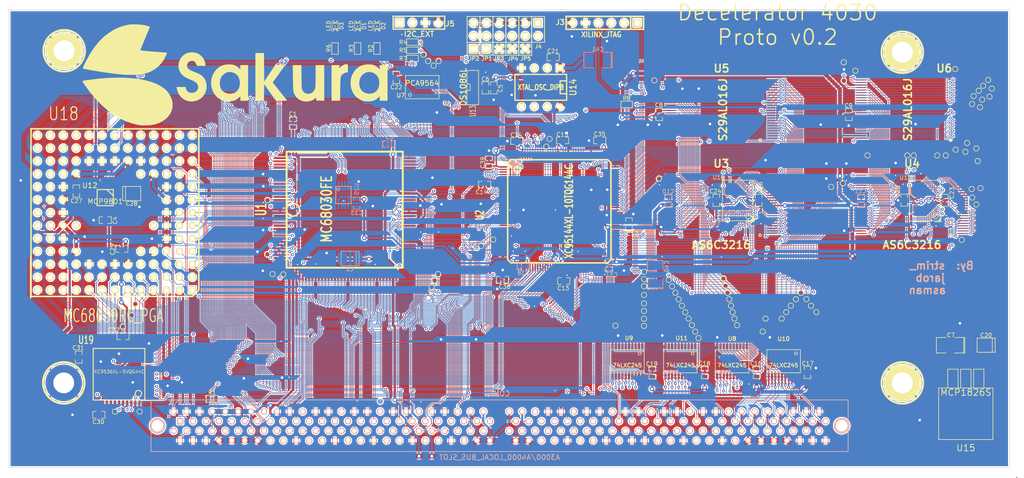
<source format=kicad_pcb>
(kicad_pcb (version 3) (host pcbnew "(2013-07-07 BZR 4022)-stable")
  (layers (15 Gorna signal) (0 Dolna signal))
  (net 0 "")
  (net 1 +3.3V)
  (net 2 +5V)
  (net 3 /A0)
  (net 4 /A1)
  (net 5 /A10)
  (net 6 /A11)
  (net 7 /A12)
  (net 8 /A13)
  (net 9 /A14)
  (net 10 /A15)
  (net 11 /A16)
  (net 12 /A17)
  (net 13 /A18)
  (net 14 /A19)
  (net 15 /A2)
  (net 16 /A20)
  (net 17 /A21)
  (net 18 /A22)
  (net 19 /A23)
  (net 20 /A24)
  (net 21 /A25)
  (net 22 /A26)
  (net 23 /A27)
  (net 24 /A28)
  (net 25 /A29)
  (net 26 /A3)
  (net 27 /A30)
  (net 28 /A31)
  (net 29 /A4)
  (net 30 /A5)
  (net 31 /A6)
  (net 32 /A7)
  (net 33 /A8)
  (net 34 /A9)
  (net 35 /ARM0)
  (net 36 /ARM1)
  (net 37 /ARM10)
  (net 38 /ARM11)
  (net 39 /ARM12)
  (net 40 /ARM13)
  (net 41 /ARM14)
  (net 42 /ARM15)
  (net 43 /ARM16)
  (net 44 /ARM17)
  (net 45 /ARM18)
  (net 46 /ARM19)
  (net 47 /ARM2)
  (net 48 /ARM20)
  (net 49 /ARM21)
  (net 50 /ARM3)
  (net 51 /ARM4)
  (net 52 /ARM5)
  (net 53 /ARM6)
  (net 54 /ARM7)
  (net 55 /ARM8)
  (net 56 /ARM9)
  (net 57 /D0)
  (net 58 /D1)
  (net 59 /D10)
  (net 60 /D11)
  (net 61 /D12)
  (net 62 /D13)
  (net 63 /D14)
  (net 64 /D15)
  (net 65 /D16)
  (net 66 /D17)
  (net 67 /D18)
  (net 68 /D19)
  (net 69 /D2)
  (net 70 /D20)
  (net 71 /D21)
  (net 72 /D22)
  (net 73 /D23)
  (net 74 /D24)
  (net 75 /D25)
  (net 76 /D26)
  (net 77 /D27)
  (net 78 /D28)
  (net 79 /D29)
  (net 80 /D3)
  (net 81 /D30)
  (net 82 /D31)
  (net 83 /D4)
  (net 84 /D5)
  (net 85 /D6)
  (net 86 /D7)
  (net 87 /D8)
  (net 88 /D9)
  (net 89 /DRM0)
  (net 90 /DRM1)
  (net 91 /DRM10)
  (net 92 /DRM11)
  (net 93 /DRM12)
  (net 94 /DRM13)
  (net 95 /DRM14)
  (net 96 /DRM15)
  (net 97 /DRM16)
  (net 98 /DRM17)
  (net 99 /DRM18)
  (net 100 /DRM19)
  (net 101 /DRM2)
  (net 102 /DRM20)
  (net 103 /DRM21)
  (net 104 /DRM22)
  (net 105 /DRM23)
  (net 106 /DRM24)
  (net 107 /DRM25)
  (net 108 /DRM26)
  (net 109 /DRM27)
  (net 110 /DRM28)
  (net 111 /DRM29)
  (net 112 /DRM3)
  (net 113 /DRM30)
  (net 114 /DRM31)
  (net 115 /DRM4)
  (net 116 /DRM5)
  (net 117 /DRM6)
  (net 118 /DRM7)
  (net 119 /DRM8)
  (net 120 /DRM9)
  (net 121 /IPL0)
  (net 122 /IPL1)
  (net 123 /IPL2)
  (net 124 68030CLK)
  (net 125 CPUCLK_EXP)
  (net 126 FC0)
  (net 127 FC1)
  (net 128 FC2)
  (net 129 GND)
  (net 130 IDBUS_DIR)
  (net 131 IPEND)
  (net 132 LOGIC_CLK)
  (net 133 MA24)
  (net 134 MA25)
  (net 135 MA26)
  (net 136 N-000001)
  (net 137 N-00000132)
  (net 138 N-00000133)
  (net 139 N-00000135)
  (net 140 N-00000136)
  (net 141 N-00000140)
  (net 142 N-00000155)
  (net 143 N-00000181)
  (net 144 N-00000182)
  (net 145 N-00000185)
  (net 146 N-00000186)
  (net 147 N-000002)
  (net 148 NO_FLASH)
  (net 149 R_W)
  (net 150 SCL)
  (net 151 SDA)
  (net 152 SIZ0)
  (net 153 SIZ1)
  (net 154 TCK)
  (net 155 TDO1)
  (net 156 TDO2)
  (net 157 TMS)
  (net 158 _AS)
  (net 159 _AVEC)
  (net 160 _BERR)
  (net 161 _BG)
  (net 162 _BGACK)
  (net 163 _BGACK_PGA)
  (net 164 _BGACK_QFP)
  (net 165 _BG_PGA)
  (net 166 _BG_QFP)
  (net 167 _BR)
  (net 168 _CBACK)
  (net 169 _CBREQ)
  (net 170 _CIIN)
  (net 171 _CPURST)
  (net 172 _DS)
  (net 173 _DSACK0)
  (net 174 _DSACK1)
  (net 175 _ECS)
  (net 176 _EMUL)
  (net 177 _FLASH_BUSY)
  (net 178 _FLASH_HI_CE)
  (net 179 _FLASH_LO_CE)
  (net 180 _FLASH_OE)
  (net 181 _FLASH_WE)
  (net 182 _HLT)
  (net 183 _I2CCE)
  (net 184 _I2CINT)
  (net 185 _I2CRD)
  (net 186 _I2CWR)
  (net 187 _IDBUS_LLB)
  (net 188 _IDBUS_LUB)
  (net 189 _IDBUS_ULB)
  (net 190 _IDBUS_UUB)
  (net 191 _INT2)
  (net 192 _MAPEN)
  (net 193 _OCS)
  (net 194 _PGA/QFP)
  (net 195 _RAMSLOT)
  (net 196 _RESET)
  (net 197 _RESET_CPLD)
  (net 198 _RMC)
  (net 199 _SBR)
  (net 200 _SRAM_HI_CE)
  (net 201 _SRAM_LO_CE)
  (net 202 _SRAM_OE)
  (net 203 _SRAM_WE)
  (net 204 _STERM)
  (net 205 _WAIT)
  (module tfbga48 (layer Gorna) (at 211.9376 65.5193 180)
    (fp_text reference U17)
    (fp_text value IS66WVE4M16 hide)
    (pad H1 smd circle (at -1.875 2.625 180) (size 0.27 0.27) (layers Gorna Pasty_Gorna Maski_Gorna) (net 46 /ARM19))
    (pad H2 smd circle (at -1.125 2.625 180) (size 0.27 0.27) (layers Gorna Pasty_Gorna Maski_Gorna) (net 56 /ARM9))
    (pad H3 smd circle (at -0.375 2.625 180) (size 0.27 0.27) (layers Gorna Pasty_Gorna Maski_Gorna) (net 38 /ARM11))
    (pad H4 smd circle (at 0.375 2.625 180) (size 0.27 0.27) (layers Gorna Pasty_Gorna Maski_Gorna) (net 40 /ARM13))
    (pad H5 smd circle (at 1.125 2.625 180) (size 0.27 0.27) (layers Gorna Pasty_Gorna Maski_Gorna) (net 42 /ARM15))
    (pad H6 smd circle (at 1.875 2.625 180) (size 0.27 0.27) (layers Gorna Pasty_Gorna Maski_Gorna) (net 43 /ARM16))
    (pad G1 smd circle (at -1.875 1.875 180) (size 0.27 0.27) (layers Gorna Pasty_Gorna Maski_Gorna) (net 114 /DRM31))
    (pad G2 smd circle (at -1.125 1.875 180) (size 0.27 0.27) (layers Gorna Pasty_Gorna Maski_Gorna) (net 45 /ARM18))
    (pad G3 smd circle (at -0.375 1.875 180) (size 0.27 0.27) (layers Gorna Pasty_Gorna Maski_Gorna) (net 37 /ARM10))
    (pad G4 smd circle (at 0.375 1.875 180) (size 0.27 0.27) (layers Gorna Pasty_Gorna Maski_Gorna) (net 41 /ARM14))
    (pad G5 smd circle (at 1.125 1.875 180) (size 0.27 0.27) (layers Gorna Pasty_Gorna Maski_Gorna) (net 203 _SRAM_WE))
    (pad G6 smd circle (at 1.875 1.875 180) (size 0.27 0.27) (layers Gorna Pasty_Gorna Maski_Gorna) (net 105 /DRM23))
    (pad F1 smd circle (at -1.875 1.125 180) (size 0.27 0.27) (layers Gorna Pasty_Gorna Maski_Gorna) (net 111 /DRM29))
    (pad E1 smd circle (at -1.875 0.375 180) (size 0.27 0.27) (layers Gorna Pasty_Gorna Maski_Gorna) (net 1 +3.3V))
    (pad D1 smd circle (at -1.875 -0.375 180) (size 0.27 0.27) (layers Gorna Pasty_Gorna Maski_Gorna) (net 129 GND))
    (pad C1 smd circle (at -1.875 -1.125 180) (size 0.27 0.27) (layers Gorna Pasty_Gorna Maski_Gorna) (net 108 /DRM26))
    (pad B1 smd circle (at -1.875 -1.875 180) (size 0.27 0.27) (layers Gorna Pasty_Gorna Maski_Gorna) (net 106 /DRM24))
    (pad A1 smd circle (at -1.875 -2.625 180) (size 0.27 0.27) (layers Gorna Pasty_Gorna Maski_Gorna) (net 189 _IDBUS_ULB))
    (pad F2 smd circle (at -1.125 1.125 180) (size 0.27 0.27) (layers Gorna Pasty_Gorna Maski_Gorna) (net 113 /DRM30))
    (pad F3 smd circle (at -0.375 1.125 180) (size 0.27 0.27) (layers Gorna Pasty_Gorna Maski_Gorna) (net 55 /ARM8))
    (pad F4 smd circle (at 0.375 1.125 180) (size 0.27 0.27) (layers Gorna Pasty_Gorna Maski_Gorna) (net 48 /ARM20))
    (pad F5 smd circle (at 1.125 1.125 180) (size 0.27 0.27) (layers Gorna Pasty_Gorna Maski_Gorna) (net 104 /DRM22))
    (pad F6 smd circle (at 1.875 1.125 180) (size 0.27 0.27) (layers Gorna Pasty_Gorna Maski_Gorna) (net 103 /DRM21))
    (pad E2 smd circle (at -1.125 0.375 180) (size 0.27 0.27) (layers Gorna Pasty_Gorna Maski_Gorna) (net 110 /DRM28))
    (pad E3 smd circle (at -0.375 0.375 180) (size 0.27 0.27) (layers Gorna Pasty_Gorna Maski_Gorna) (net 44 /ARM17))
    (pad E4 smd circle (at 0.375 0.375 180) (size 0.27 0.27) (layers Gorna Pasty_Gorna Maski_Gorna) (net 39 /ARM12))
    (pad E5 smd circle (at 1.125 0.375 180) (size 0.27 0.27) (layers Gorna Pasty_Gorna Maski_Gorna) (net 102 /DRM20))
    (pad E6 smd circle (at 1.875 0.375 180) (size 0.27 0.27) (layers Gorna Pasty_Gorna Maski_Gorna) (net 129 GND))
    (pad D2 smd circle (at -1.125 -0.375 180) (size 0.27 0.27) (layers Gorna Pasty_Gorna Maski_Gorna) (net 109 /DRM27))
    (pad D3 smd circle (at -0.375 -0.375 180) (size 0.27 0.27) (layers Gorna Pasty_Gorna Maski_Gorna) (net 51 /ARM4))
    (pad D4 smd circle (at 0.375 -0.375 180) (size 0.27 0.27) (layers Gorna Pasty_Gorna Maski_Gorna) (net 49 /ARM21))
    (pad D5 smd circle (at 1.125 -0.375 180) (size 0.27 0.27) (layers Gorna Pasty_Gorna Maski_Gorna) (net 100 /DRM19))
    (pad D6 smd circle (at 1.875 -0.375 180) (size 0.27 0.27) (layers Gorna Pasty_Gorna Maski_Gorna) (net 1 +3.3V))
    (pad C2 smd circle (at -1.125 -1.125 180) (size 0.27 0.27) (layers Gorna Pasty_Gorna Maski_Gorna) (net 107 /DRM25))
    (pad C3 smd circle (at -0.375 -1.125 180) (size 0.27 0.27) (layers Gorna Pasty_Gorna Maski_Gorna) (net 54 /ARM7))
    (pad C4 smd circle (at 0.375 -1.125 180) (size 0.27 0.27) (layers Gorna Pasty_Gorna Maski_Gorna) (net 35 /ARM0))
    (pad C5 smd circle (at 1.125 -1.125 180) (size 0.27 0.27) (layers Gorna Pasty_Gorna Maski_Gorna) (net 98 /DRM17))
    (pad C6 smd circle (at 1.875 -1.125 180) (size 0.27 0.27) (layers Gorna Pasty_Gorna Maski_Gorna) (net 99 /DRM18))
    (pad B2 smd circle (at -1.125 -1.875 180) (size 0.27 0.27) (layers Gorna Pasty_Gorna Maski_Gorna) (net 190 _IDBUS_UUB))
    (pad B3 smd circle (at -0.375 -1.875 180) (size 0.27 0.27) (layers Gorna Pasty_Gorna Maski_Gorna) (net 53 /ARM6))
    (pad B4 smd circle (at 0.375 -1.875 180) (size 0.27 0.27) (layers Gorna Pasty_Gorna Maski_Gorna) (net 47 /ARM2))
    (pad B5 smd circle (at 1.125 -1.875 180) (size 0.27 0.27) (layers Gorna Pasty_Gorna Maski_Gorna) (net 200 _SRAM_HI_CE))
    (pad B6 smd circle (at 1.875 -1.875 180) (size 0.27 0.27) (layers Gorna Pasty_Gorna Maski_Gorna) (net 97 /DRM16))
    (pad A2 smd circle (at -1.125 -2.625 180) (size 0.27 0.27) (layers Gorna Pasty_Gorna Maski_Gorna) (net 202 _SRAM_OE))
    (pad A3 smd circle (at -0.375 -2.625 180) (size 0.27 0.27) (layers Gorna Pasty_Gorna Maski_Gorna) (net 52 /ARM5))
    (pad A4 smd circle (at 0.375 -2.625 180) (size 0.27 0.27) (layers Gorna Pasty_Gorna Maski_Gorna) (net 50 /ARM3))
    (pad A5 smd circle (at 1.125 -2.625 180) (size 0.27 0.27) (layers Gorna Pasty_Gorna Maski_Gorna) (net 36 /ARM1))
    (pad A6 smd circle (at 1.875 -2.625 180) (size 0.27 0.27) (layers Gorna Pasty_Gorna Maski_Gorna) (net 1 +3.3V))
  )
  (module tfbga48 (layer Gorna) (at 175.12538 65.4939 180)
    (fp_text reference U16)
    (fp_text value IS66WVE4M16 hide)
    (pad H1 smd circle (at -1.875 2.625 180) (size 0.27 0.27) (layers Gorna Pasty_Gorna Maski_Gorna) (net 46 /ARM19))
    (pad H2 smd circle (at -1.125 2.625 180) (size 0.27 0.27) (layers Gorna Pasty_Gorna Maski_Gorna) (net 56 /ARM9))
    (pad H3 smd circle (at -0.375 2.625 180) (size 0.27 0.27) (layers Gorna Pasty_Gorna Maski_Gorna) (net 38 /ARM11))
    (pad H4 smd circle (at 0.375 2.625 180) (size 0.27 0.27) (layers Gorna Pasty_Gorna Maski_Gorna) (net 40 /ARM13))
    (pad H5 smd circle (at 1.125 2.625 180) (size 0.27 0.27) (layers Gorna Pasty_Gorna Maski_Gorna) (net 42 /ARM15))
    (pad H6 smd circle (at 1.875 2.625 180) (size 0.27 0.27) (layers Gorna Pasty_Gorna Maski_Gorna) (net 43 /ARM16))
    (pad G1 smd circle (at -1.875 1.875 180) (size 0.27 0.27) (layers Gorna Pasty_Gorna Maski_Gorna) (net 96 /DRM15))
    (pad G2 smd circle (at -1.125 1.875 180) (size 0.27 0.27) (layers Gorna Pasty_Gorna Maski_Gorna) (net 45 /ARM18))
    (pad G3 smd circle (at -0.375 1.875 180) (size 0.27 0.27) (layers Gorna Pasty_Gorna Maski_Gorna) (net 37 /ARM10))
    (pad G4 smd circle (at 0.375 1.875 180) (size 0.27 0.27) (layers Gorna Pasty_Gorna Maski_Gorna) (net 41 /ARM14))
    (pad G5 smd circle (at 1.125 1.875 180) (size 0.27 0.27) (layers Gorna Pasty_Gorna Maski_Gorna) (net 203 _SRAM_WE))
    (pad G6 smd circle (at 1.875 1.875 180) (size 0.27 0.27) (layers Gorna Pasty_Gorna Maski_Gorna) (net 118 /DRM7))
    (pad F1 smd circle (at -1.875 1.125 180) (size 0.27 0.27) (layers Gorna Pasty_Gorna Maski_Gorna) (net 94 /DRM13))
    (pad E1 smd circle (at -1.875 0.375 180) (size 0.27 0.27) (layers Gorna Pasty_Gorna Maski_Gorna) (net 1 +3.3V))
    (pad D1 smd circle (at -1.875 -0.375 180) (size 0.27 0.27) (layers Gorna Pasty_Gorna Maski_Gorna) (net 129 GND))
    (pad C1 smd circle (at -1.875 -1.125 180) (size 0.27 0.27) (layers Gorna Pasty_Gorna Maski_Gorna) (net 91 /DRM10))
    (pad B1 smd circle (at -1.875 -1.875 180) (size 0.27 0.27) (layers Gorna Pasty_Gorna Maski_Gorna) (net 119 /DRM8))
    (pad A1 smd circle (at -1.875 -2.625 180) (size 0.27 0.27) (layers Gorna Pasty_Gorna Maski_Gorna) (net 187 _IDBUS_LLB))
    (pad F2 smd circle (at -1.125 1.125 180) (size 0.27 0.27) (layers Gorna Pasty_Gorna Maski_Gorna) (net 95 /DRM14))
    (pad F3 smd circle (at -0.375 1.125 180) (size 0.27 0.27) (layers Gorna Pasty_Gorna Maski_Gorna) (net 55 /ARM8))
    (pad F4 smd circle (at 0.375 1.125 180) (size 0.27 0.27) (layers Gorna Pasty_Gorna Maski_Gorna) (net 48 /ARM20))
    (pad F5 smd circle (at 1.125 1.125 180) (size 0.27 0.27) (layers Gorna Pasty_Gorna Maski_Gorna) (net 117 /DRM6))
    (pad F6 smd circle (at 1.875 1.125 180) (size 0.27 0.27) (layers Gorna Pasty_Gorna Maski_Gorna) (net 116 /DRM5))
    (pad E2 smd circle (at -1.125 0.375 180) (size 0.27 0.27) (layers Gorna Pasty_Gorna Maski_Gorna) (net 93 /DRM12))
    (pad E3 smd circle (at -0.375 0.375 180) (size 0.27 0.27) (layers Gorna Pasty_Gorna Maski_Gorna) (net 44 /ARM17))
    (pad E4 smd circle (at 0.375 0.375 180) (size 0.27 0.27) (layers Gorna Pasty_Gorna Maski_Gorna) (net 39 /ARM12))
    (pad E5 smd circle (at 1.125 0.375 180) (size 0.27 0.27) (layers Gorna Pasty_Gorna Maski_Gorna) (net 115 /DRM4))
    (pad E6 smd circle (at 1.875 0.375 180) (size 0.27 0.27) (layers Gorna Pasty_Gorna Maski_Gorna) (net 129 GND))
    (pad D2 smd circle (at -1.125 -0.375 180) (size 0.27 0.27) (layers Gorna Pasty_Gorna Maski_Gorna) (net 92 /DRM11))
    (pad D3 smd circle (at -0.375 -0.375 180) (size 0.27 0.27) (layers Gorna Pasty_Gorna Maski_Gorna) (net 51 /ARM4))
    (pad D4 smd circle (at 0.375 -0.375 180) (size 0.27 0.27) (layers Gorna Pasty_Gorna Maski_Gorna) (net 49 /ARM21))
    (pad D5 smd circle (at 1.125 -0.375 180) (size 0.27 0.27) (layers Gorna Pasty_Gorna Maski_Gorna) (net 112 /DRM3))
    (pad D6 smd circle (at 1.875 -0.375 180) (size 0.27 0.27) (layers Gorna Pasty_Gorna Maski_Gorna) (net 1 +3.3V))
    (pad C2 smd circle (at -1.125 -1.125 180) (size 0.27 0.27) (layers Gorna Pasty_Gorna Maski_Gorna) (net 120 /DRM9))
    (pad C3 smd circle (at -0.375 -1.125 180) (size 0.27 0.27) (layers Gorna Pasty_Gorna Maski_Gorna) (net 54 /ARM7))
    (pad C4 smd circle (at 0.375 -1.125 180) (size 0.27 0.27) (layers Gorna Pasty_Gorna Maski_Gorna) (net 35 /ARM0))
    (pad C5 smd circle (at 1.125 -1.125 180) (size 0.27 0.27) (layers Gorna Pasty_Gorna Maski_Gorna) (net 90 /DRM1))
    (pad C6 smd circle (at 1.875 -1.125 180) (size 0.27 0.27) (layers Gorna Pasty_Gorna Maski_Gorna) (net 101 /DRM2))
    (pad B2 smd circle (at -1.125 -1.875 180) (size 0.27 0.27) (layers Gorna Pasty_Gorna Maski_Gorna) (net 188 _IDBUS_LUB))
    (pad B3 smd circle (at -0.375 -1.875 180) (size 0.27 0.27) (layers Gorna Pasty_Gorna Maski_Gorna) (net 53 /ARM6))
    (pad B4 smd circle (at 0.375 -1.875 180) (size 0.27 0.27) (layers Gorna Pasty_Gorna Maski_Gorna) (net 47 /ARM2))
    (pad B5 smd circle (at 1.125 -1.875 180) (size 0.27 0.27) (layers Gorna Pasty_Gorna Maski_Gorna) (net 201 _SRAM_LO_CE))
    (pad B6 smd circle (at 1.875 -1.875 180) (size 0.27 0.27) (layers Gorna Pasty_Gorna Maski_Gorna) (net 89 /DRM0))
    (pad A2 smd circle (at -1.125 -2.625 180) (size 0.27 0.27) (layers Gorna Pasty_Gorna Maski_Gorna) (net 202 _SRAM_OE))
    (pad A3 smd circle (at -0.375 -2.625 180) (size 0.27 0.27) (layers Gorna Pasty_Gorna Maski_Gorna) (net 52 /ARM5))
    (pad A4 smd circle (at 0.375 -2.625 180) (size 0.27 0.27) (layers Gorna Pasty_Gorna Maski_Gorna) (net 50 /ARM3))
    (pad A5 smd circle (at 1.125 -2.625 180) (size 0.27 0.27) (layers Gorna Pasty_Gorna Maski_Gorna) (net 36 /ARM1))
    (pad A6 smd circle (at 1.875 -2.625 180) (size 0.27 0.27) (layers Gorna Pasty_Gorna Maski_Gorna) (net 1 +3.3V))
  )
  (module MC68030RC_PGA (layer Gorna) (at 52.585 67.89)
    (fp_text reference U18)
    (fp_text value MC68030RC_PGA)
    (pad N1 thru_hole circle (at 15.24 -15.24) (size 1.397 1.397) (drill 0.7874) (layers *.Cu *.Mask Opisowa_Gorna) (net 82 /D31))
    (pad N2 thru_hole circle (at 12.7 -15.24) (size 1.397 1.397) (drill 0.7874) (layers *.Cu *.Mask Opisowa_Gorna) (net 78 /D28))
    (pad N3 thru_hole circle (at 10.16 -15.24) (size 1.397 1.397) (drill 0.7874) (layers *.Cu *.Mask Opisowa_Gorna) (net 76 /D26))
    (pad M1 thru_hole circle (at 15.24 -12.7) (size 1.397 1.397) (drill 0.7874) (layers *.Cu *.Mask Opisowa_Gorna))
    (pad M2 thru_hole circle (at 12.7 -12.7) (size 1.397 1.397) (drill 0.7874) (layers *.Cu *.Mask Opisowa_Gorna) (net 175 _ECS))
    (pad M3 thru_hole circle (at 10.16 -12.7) (size 1.397 1.397) (drill 0.7874) (layers *.Cu *.Mask Opisowa_Gorna) (net 79 /D29))
    (pad L1 thru_hole circle (at 15.24 -10.16) (size 1.397 1.397) (drill 0.7874) (layers *.Cu *.Mask Opisowa_Gorna) (net 170 _CIIN))
    (pad L2 thru_hole circle (at 12.7 -10.16) (size 1.397 1.397) (drill 0.7874) (layers *.Cu *.Mask Opisowa_Gorna) (net 152 SIZ0))
    (pad L3 thru_hole circle (at 10.16 -10.16) (size 1.397 1.397) (drill 0.7874) (layers *.Cu *.Mask Opisowa_Gorna) (net 149 R_W))
    (pad K1 thru_hole circle (at 15.24 -7.62) (size 1.397 1.397) (drill 0.7874) (layers *.Cu *.Mask Opisowa_Gorna) (net 169 _CBREQ))
    (pad K2 thru_hole circle (at 12.7 -7.62) (size 1.397 1.397) (drill 0.7874) (layers *.Cu *.Mask Opisowa_Gorna) (net 172 _DS))
    (pad K3 thru_hole circle (at 10.16 -7.62) (size 1.397 1.397) (drill 0.7874) (layers *.Cu *.Mask Opisowa_Gorna) (net 153 SIZ1))
    (pad J1 thru_hole circle (at 15.24 -5.08) (size 1.397 1.397) (drill 0.7874) (layers *.Cu *.Mask Opisowa_Gorna) (net 168 _CBACK))
    (pad J2 thru_hole circle (at 12.7 -5.08) (size 1.397 1.397) (drill 0.7874) (layers *.Cu *.Mask Opisowa_Gorna) (net 158 _AS))
    (pad J3 thru_hole circle (at 10.16 -5.08) (size 1.397 1.397) (drill 0.7874) (layers *.Cu *.Mask Opisowa_Gorna) (net 129 GND))
    (pad H1 thru_hole circle (at 15.24 -2.54) (size 1.397 1.397) (drill 0.7874) (layers *.Cu *.Mask Opisowa_Gorna) (net 160 _BERR))
    (pad H2 thru_hole circle (at 12.7 -2.54) (size 1.397 1.397) (drill 0.7874) (layers *.Cu *.Mask Opisowa_Gorna) (net 182 _HLT))
    (pad H3 thru_hole circle (at 10.16 -2.54) (size 1.397 1.397) (drill 0.7874) (layers *.Cu *.Mask Opisowa_Gorna) (net 2 +5V))
    (pad G1 thru_hole circle (at 15.24 0) (size 1.397 1.397) (drill 0.7874) (layers *.Cu *.Mask Opisowa_Gorna) (net 204 _STERM))
    (pad G2 thru_hole circle (at 12.7 0) (size 1.397 1.397) (drill 0.7874) (layers *.Cu *.Mask Opisowa_Gorna) (net 174 _DSACK1))
    (pad G3 thru_hole circle (at 10.16 0) (size 1.397 1.397) (drill 0.7874) (layers *.Cu *.Mask Opisowa_Gorna) (net 129 GND))
    (pad F1 thru_hole circle (at 15.24 2.54) (size 1.397 1.397) (drill 0.7874) (layers *.Cu *.Mask Opisowa_Gorna) (net 173 _DSACK0))
    (pad F2 thru_hole circle (at 12.7 2.54) (size 1.397 1.397) (drill 0.7874) (layers *.Cu *.Mask Opisowa_Gorna) (net 2 +5V))
    (pad F3 thru_hole circle (at 10.16 2.54) (size 1.397 1.397) (drill 0.7874) (layers *.Cu *.Mask Opisowa_Gorna) (net 129 GND))
    (pad E1 thru_hole circle (at 15.24 5.08) (size 1.397 1.397) (drill 0.7874) (layers *.Cu *.Mask Opisowa_Gorna) (net 124 68030CLK))
    (pad E2 thru_hole circle (at 12.7 5.08) (size 1.397 1.397) (drill 0.7874) (layers *.Cu *.Mask Opisowa_Gorna) (net 159 _AVEC))
    (pad E3 thru_hole circle (at 10.16 5.08) (size 1.397 1.397) (drill 0.7874) (layers *.Cu *.Mask Opisowa_Gorna) (net 129 GND))
    (pad D1 thru_hole circle (at 15.24 7.62) (size 1.397 1.397) (drill 0.7874) (layers *.Cu *.Mask Opisowa_Gorna) (net 128 FC2))
    (pad D2 thru_hole circle (at 12.7 7.62) (size 1.397 1.397) (drill 0.7874) (layers *.Cu *.Mask Opisowa_Gorna) (net 126 FC0))
    (pad D3 thru_hole circle (at 10.16 7.62) (size 1.397 1.397) (drill 0.7874) (layers *.Cu *.Mask Opisowa_Gorna) (net 193 _OCS))
    (pad C1 thru_hole circle (at 15.24 10.16) (size 1.397 1.397) (drill 0.7874) (layers *.Cu *.Mask Opisowa_Gorna) (net 127 FC1))
    (pad C2 thru_hole circle (at 12.7 10.16) (size 1.397 1.397) (drill 0.7874) (layers *.Cu *.Mask Opisowa_Gorna) (net 136 N-000001))
    (pad C3 thru_hole circle (at 10.16 10.16) (size 1.397 1.397) (drill 0.7874) (layers *.Cu *.Mask Opisowa_Gorna) (net 163 _BGACK_PGA))
    (pad C4 thru_hole circle (at 7.62 10.16) (size 1.397 1.397) (drill 0.7874) (layers *.Cu *.Mask Opisowa_Gorna) (net 4 /A1))
    (pad C5 thru_hole circle (at 5.08 10.16) (size 1.397 1.397) (drill 0.7874) (layers *.Cu *.Mask Opisowa_Gorna))
    (pad C6 thru_hole circle (at 2.54 10.16) (size 1.397 1.397) (drill 0.7874) (layers *.Cu *.Mask Opisowa_Gorna) (net 2 +5V))
    (pad C7 thru_hole circle (at 0 10.16) (size 1.397 1.397) (drill 0.7874) (layers *.Cu *.Mask Opisowa_Gorna) (net 129 GND))
    (pad C8 thru_hole circle (at -2.54 10.16) (size 1.397 1.397) (drill 0.7874) (layers *.Cu *.Mask Opisowa_Gorna) (net 13 /A18))
    (pad C9 thru_hole circle (at -5.08 10.16) (size 1.397 1.397) (drill 0.7874) (layers *.Cu *.Mask Opisowa_Gorna) (net 129 GND))
    (pad C10 thru_hole circle (at -7.62 10.16) (size 1.397 1.397) (drill 0.7874) (layers *.Cu *.Mask Opisowa_Gorna) (net 6 /A11))
    (pad C11 thru_hole circle (at -10.16 10.16) (size 1.397 1.397) (drill 0.7874) (layers *.Cu *.Mask Opisowa_Gorna) (net 34 /A9))
    (pad C12 thru_hole circle (at -12.7 10.16) (size 1.397 1.397) (drill 0.7874) (layers *.Cu *.Mask Opisowa_Gorna) (net 30 /A5))
    (pad C13 thru_hole circle (at -15.24 10.16) (size 1.397 1.397) (drill 0.7874) (layers *.Cu *.Mask Opisowa_Gorna) (net 29 /A4))
    (pad B1 thru_hole circle (at 15.24 12.7) (size 1.397 1.397) (drill 0.7874) (layers *.Cu *.Mask Opisowa_Gorna) (net 198 _RMC))
    (pad B2 thru_hole circle (at 12.7 12.7) (size 1.397 1.397) (drill 0.7874) (layers *.Cu *.Mask Opisowa_Gorna) (net 165 _BG_PGA))
    (pad B3 thru_hole circle (at 10.16 12.7) (size 1.397 1.397) (drill 0.7874) (layers *.Cu *.Mask Opisowa_Gorna) (net 28 /A31))
    (pad B4 thru_hole circle (at 7.62 12.7) (size 1.397 1.397) (drill 0.7874) (layers *.Cu *.Mask Opisowa_Gorna) (net 25 /A29))
    (pad B5 thru_hole circle (at 5.08 12.7) (size 1.397 1.397) (drill 0.7874) (layers *.Cu *.Mask Opisowa_Gorna) (net 23 /A27))
    (pad B6 thru_hole circle (at 2.54 12.7) (size 1.397 1.397) (drill 0.7874) (layers *.Cu *.Mask Opisowa_Gorna) (net 21 /A25))
    (pad B7 thru_hole circle (at 0 12.7) (size 1.397 1.397) (drill 0.7874) (layers *.Cu *.Mask Opisowa_Gorna) (net 18 /A22))
    (pad B8 thru_hole circle (at -2.54 12.7) (size 1.397 1.397) (drill 0.7874) (layers *.Cu *.Mask Opisowa_Gorna) (net 16 /A20))
    (pad B9 thru_hole circle (at -5.08 12.7) (size 1.397 1.397) (drill 0.7874) (layers *.Cu *.Mask Opisowa_Gorna) (net 11 /A16))
    (pad B10 thru_hole circle (at -7.62 12.7) (size 1.397 1.397) (drill 0.7874) (layers *.Cu *.Mask Opisowa_Gorna) (net 9 /A14))
    (pad B11 thru_hole circle (at -10.16 12.7) (size 1.397 1.397) (drill 0.7874) (layers *.Cu *.Mask Opisowa_Gorna) (net 7 /A12))
    (pad B12 thru_hole circle (at -12.7 12.7) (size 1.397 1.397) (drill 0.7874) (layers *.Cu *.Mask Opisowa_Gorna) (net 33 /A8))
    (pad B13 thru_hole circle (at -15.24 12.7) (size 1.397 1.397) (drill 0.7874) (layers *.Cu *.Mask Opisowa_Gorna) (net 32 /A7))
    (pad A1 thru_hole rect (at 15.24 15.24) (size 1.397 1.397) (drill 0.7874) (layers *.Cu *.Mask Opisowa_Gorna) (net 167 _BR))
    (pad A2 thru_hole circle (at 12.7 15.24) (size 1.397 1.397) (drill 0.7874) (layers *.Cu *.Mask Opisowa_Gorna) (net 3 /A0))
    (pad A3 thru_hole circle (at 10.16 15.24) (size 1.397 1.397) (drill 0.7874) (layers *.Cu *.Mask Opisowa_Gorna) (net 27 /A30))
    (pad A4 thru_hole circle (at 7.62 15.24) (size 1.397 1.397) (drill 0.7874) (layers *.Cu *.Mask Opisowa_Gorna) (net 24 /A28))
    (pad A5 thru_hole circle (at 5.08 15.24) (size 1.397 1.397) (drill 0.7874) (layers *.Cu *.Mask Opisowa_Gorna) (net 22 /A26))
    (pad A6 thru_hole circle (at 2.54 15.24) (size 1.397 1.397) (drill 0.7874) (layers *.Cu *.Mask Opisowa_Gorna) (net 20 /A24))
    (pad A7 thru_hole circle (at 0 15.24) (size 1.397 1.397) (drill 0.7874) (layers *.Cu *.Mask Opisowa_Gorna) (net 19 /A23))
    (pad A8 thru_hole circle (at -2.54 15.24) (size 1.397 1.397) (drill 0.7874) (layers *.Cu *.Mask Opisowa_Gorna) (net 17 /A21))
    (pad A9 thru_hole circle (at -5.08 15.24) (size 1.397 1.397) (drill 0.7874) (layers *.Cu *.Mask Opisowa_Gorna) (net 14 /A19))
    (pad A10 thru_hole circle (at -7.62 15.24) (size 1.397 1.397) (drill 0.7874) (layers *.Cu *.Mask Opisowa_Gorna) (net 12 /A17))
    (pad A11 thru_hole circle (at -10.16 15.24) (size 1.397 1.397) (drill 0.7874) (layers *.Cu *.Mask Opisowa_Gorna) (net 10 /A15))
    (pad A12 thru_hole circle (at -12.7 15.24) (size 1.397 1.397) (drill 0.7874) (layers *.Cu *.Mask Opisowa_Gorna) (net 8 /A13))
    (pad A13 thru_hole circle (at -15.24 15.24) (size 1.397 1.397) (drill 0.7874) (layers *.Cu *.Mask Opisowa_Gorna) (net 5 /A10))
    (pad N4 thru_hole circle (at 7.62 -15.24) (size 1.397 1.397) (drill 0.7874) (layers *.Cu *.Mask Opisowa_Gorna) (net 75 /D25))
    (pad N5 thru_hole circle (at 5.08 -15.24) (size 1.397 1.397) (drill 0.7874) (layers *.Cu *.Mask Opisowa_Gorna) (net 73 /D23))
    (pad N6 thru_hole circle (at 2.54 -15.24) (size 1.397 1.397) (drill 0.7874) (layers *.Cu *.Mask Opisowa_Gorna) (net 71 /D21))
    (pad N7 thru_hole circle (at 0 -15.24) (size 1.397 1.397) (drill 0.7874) (layers *.Cu *.Mask Opisowa_Gorna) (net 68 /D19))
    (pad N8 thru_hole circle (at -2.54 -15.24) (size 1.397 1.397) (drill 0.7874) (layers *.Cu *.Mask Opisowa_Gorna) (net 67 /D18))
    (pad N9 thru_hole circle (at -5.08 -15.24) (size 1.397 1.397) (drill 0.7874) (layers *.Cu *.Mask Opisowa_Gorna) (net 65 /D16))
    (pad N10 thru_hole circle (at -7.62 -15.24) (size 1.397 1.397) (drill 0.7874) (layers *.Cu *.Mask Opisowa_Gorna) (net 64 /D15))
    (pad N11 thru_hole circle (at -10.16 -15.24) (size 1.397 1.397) (drill 0.7874) (layers *.Cu *.Mask Opisowa_Gorna) (net 62 /D13))
    (pad N12 thru_hole circle (at -12.7 -15.24) (size 1.397 1.397) (drill 0.7874) (layers *.Cu *.Mask Opisowa_Gorna) (net 60 /D11))
    (pad N13 thru_hole circle (at -15.24 -15.24) (size 1.397 1.397) (drill 0.7874) (layers *.Cu *.Mask Opisowa_Gorna) (net 87 /D8))
    (pad M4 thru_hole circle (at 7.62 -12.7) (size 1.397 1.397) (drill 0.7874) (layers *.Cu *.Mask Opisowa_Gorna) (net 77 /D27))
    (pad M5 thru_hole circle (at 5.08 -12.7) (size 1.397 1.397) (drill 0.7874) (layers *.Cu *.Mask Opisowa_Gorna) (net 74 /D24))
    (pad M6 thru_hole circle (at 2.54 -12.7) (size 1.397 1.397) (drill 0.7874) (layers *.Cu *.Mask Opisowa_Gorna) (net 72 /D22))
    (pad M7 thru_hole circle (at 0 -12.7) (size 1.397 1.397) (drill 0.7874) (layers *.Cu *.Mask Opisowa_Gorna) (net 70 /D20))
    (pad M8 thru_hole circle (at -2.54 -12.7) (size 1.397 1.397) (drill 0.7874) (layers *.Cu *.Mask Opisowa_Gorna) (net 66 /D17))
    (pad M9 thru_hole circle (at -5.08 -12.7) (size 1.397 1.397) (drill 0.7874) (layers *.Cu *.Mask Opisowa_Gorna) (net 63 /D14))
    (pad M10 thru_hole circle (at -7.62 -12.7) (size 1.397 1.397) (drill 0.7874) (layers *.Cu *.Mask Opisowa_Gorna) (net 61 /D12))
    (pad M11 thru_hole circle (at -10.16 -12.7) (size 1.397 1.397) (drill 0.7874) (layers *.Cu *.Mask Opisowa_Gorna) (net 88 /D9))
    (pad M12 thru_hole circle (at -12.7 -12.7) (size 1.397 1.397) (drill 0.7874) (layers *.Cu *.Mask Opisowa_Gorna) (net 85 /D6))
    (pad M13 thru_hole circle (at -15.24 -12.7) (size 1.397 1.397) (drill 0.7874) (layers *.Cu *.Mask Opisowa_Gorna) (net 80 /D3))
    (pad L4 thru_hole circle (at 7.62 -10.16) (size 1.397 1.397) (drill 0.7874) (layers *.Cu *.Mask Opisowa_Gorna) (net 81 /D30))
    (pad L5 thru_hole circle (at 5.08 -10.16) (size 1.397 1.397) (drill 0.7874) (layers *.Cu *.Mask Opisowa_Gorna) (net 129 GND))
    (pad L6 thru_hole circle (at 2.54 -10.16) (size 1.397 1.397) (drill 0.7874) (layers *.Cu *.Mask Opisowa_Gorna) (net 2 +5V))
    (pad L7 thru_hole circle (at 0 -10.16) (size 1.397 1.397) (drill 0.7874) (layers *.Cu *.Mask Opisowa_Gorna) (net 129 GND))
    (pad L8 thru_hole circle (at -2.54 -10.16) (size 1.397 1.397) (drill 0.7874) (layers *.Cu *.Mask Opisowa_Gorna) (net 129 GND))
    (pad L9 thru_hole circle (at -5.08 -10.16) (size 1.397 1.397) (drill 0.7874) (layers *.Cu *.Mask Opisowa_Gorna) (net 129 GND))
    (pad L10 thru_hole circle (at -7.62 -10.16) (size 1.397 1.397) (drill 0.7874) (layers *.Cu *.Mask Opisowa_Gorna) (net 59 /D10))
    (pad L11 thru_hole circle (at -10.16 -10.16) (size 1.397 1.397) (drill 0.7874) (layers *.Cu *.Mask Opisowa_Gorna) (net 86 /D7))
    (pad L12 thru_hole circle (at -12.7 -10.16) (size 1.397 1.397) (drill 0.7874) (layers *.Cu *.Mask Opisowa_Gorna) (net 83 /D4))
    (pad L13 thru_hole circle (at -15.24 -10.16) (size 1.397 1.397) (drill 0.7874) (layers *.Cu *.Mask Opisowa_Gorna) (net 69 /D2))
    (pad K11 thru_hole circle (at -10.16 -7.62) (size 1.397 1.397) (drill 0.7874) (layers *.Cu *.Mask Opisowa_Gorna) (net 84 /D5))
    (pad K12 thru_hole circle (at -12.7 -7.62) (size 1.397 1.397) (drill 0.7874) (layers *.Cu *.Mask Opisowa_Gorna) (net 58 /D1))
    (pad K13 thru_hole circle (at -15.24 -7.62) (size 1.397 1.397) (drill 0.7874) (layers *.Cu *.Mask Opisowa_Gorna) (net 57 /D0))
    (pad J11 thru_hole circle (at -10.16 -5.08) (size 1.397 1.397) (drill 0.7874) (layers *.Cu *.Mask Opisowa_Gorna) (net 129 GND))
    (pad J12 thru_hole circle (at -12.7 -5.08) (size 1.397 1.397) (drill 0.7874) (layers *.Cu *.Mask Opisowa_Gorna))
    (pad J13 thru_hole circle (at -15.24 -5.08) (size 1.397 1.397) (drill 0.7874) (layers *.Cu *.Mask Opisowa_Gorna))
    (pad H11 thru_hole circle (at -10.16 -2.54) (size 1.397 1.397) (drill 0.7874) (layers *.Cu *.Mask Opisowa_Gorna) (net 2 +5V))
    (pad H12 thru_hole circle (at -12.7 -2.54) (size 1.397 1.397) (drill 0.7874) (layers *.Cu *.Mask Opisowa_Gorna) (net 176 _EMUL))
    (pad H13 thru_hole circle (at -15.24 -2.54) (size 1.397 1.397) (drill 0.7874) (layers *.Cu *.Mask Opisowa_Gorna) (net 121 /IPL0))
    (pad G11 thru_hole circle (at -10.16 0) (size 1.397 1.397) (drill 0.7874) (layers *.Cu *.Mask Opisowa_Gorna) (net 129 GND))
    (pad G12 thru_hole circle (at -12.7 0) (size 1.397 1.397) (drill 0.7874) (layers *.Cu *.Mask Opisowa_Gorna) (net 123 /IPL2))
    (pad G13 thru_hole circle (at -15.24 0) (size 1.397 1.397) (drill 0.7874) (layers *.Cu *.Mask Opisowa_Gorna) (net 122 /IPL1))
    (pad F11 thru_hole circle (at -10.16 2.54) (size 1.397 1.397) (drill 0.7874) (layers *.Cu *.Mask Opisowa_Gorna) (net 2 +5V))
    (pad F12 thru_hole circle (at -12.7 2.54) (size 1.397 1.397) (drill 0.7874) (layers *.Cu *.Mask Opisowa_Gorna) (net 171 _CPURST))
    (pad F13 thru_hole circle (at -15.24 2.54) (size 1.397 1.397) (drill 0.7874) (layers *.Cu *.Mask Opisowa_Gorna) (net 176 _EMUL))
    (pad E11 thru_hole circle (at -10.16 5.08) (size 1.397 1.397) (drill 0.7874) (layers *.Cu *.Mask Opisowa_Gorna) (net 129 GND))
    (pad E12 thru_hole circle (at -12.7 5.08) (size 1.397 1.397) (drill 0.7874) (layers *.Cu *.Mask Opisowa_Gorna))
    (pad E13 thru_hole circle (at -15.24 5.08) (size 1.397 1.397) (drill 0.7874) (layers *.Cu *.Mask Opisowa_Gorna) (net 131 IPEND))
    (pad D11 thru_hole circle (at -10.16 7.62) (size 1.397 1.397) (drill 0.7874) (layers *.Cu *.Mask Opisowa_Gorna) (net 31 /A6))
    (pad D12 thru_hole circle (at -12.7 7.62) (size 1.397 1.397) (drill 0.7874) (layers *.Cu *.Mask Opisowa_Gorna) (net 26 /A3))
    (pad D13 thru_hole circle (at -15.24 7.62) (size 1.397 1.397) (drill 0.7874) (layers *.Cu *.Mask Opisowa_Gorna) (net 15 /A2))
    (pad D4 thru_hole circle (at 7.62 7.62) (size 1.397 1.397) (drill 0.7874) (layers *.Cu *.Mask Opisowa_Gorna) (net 2 +5V))
    (pad K4 thru_hole circle (at 7.62 -7.62) (size 1.397 1.397) (drill 0.7874) (layers *.Cu *.Mask Opisowa_Gorna) (net 2 +5V))
    (pad K10 thru_hole circle (at -7.62 -7.62) (size 1.397 1.397) (drill 0.7874) (layers *.Cu *.Mask Opisowa_Gorna) (net 2 +5V))
    (pad D10 thru_hole circle (at -7.62 7.62) (size 1.397 1.397) (drill 0.7874) (layers *.Cu *.Mask Opisowa_Gorna) (net 2 +5V))
    (pad D5 thru_hole circle (at 5.08 7.62) (size 1.397 1.397) (drill 0.7874) (layers *.Cu *.Mask Opisowa_Gorna))
    (pad K5 thru_hole circle (at 5.08 -7.62) (size 1.397 1.397) (drill 0.7874) (layers *.Cu *.Mask Opisowa_Gorna))
    (pad F4 thru_hole circle (at 7.62 2.54) (size 1.397 1.397) (drill 0.7874) (layers *.Cu *.Mask Opisowa_Gorna))
    (pad F10 thru_hole circle (at -7.62 2.54) (size 1.397 1.397) (drill 0.7874) (layers *.Cu *.Mask Opisowa_Gorna))
  )
  (module uMAX-uSOP_8 (layer Gorna) (at 122.99188 43.19524)
    (fp_text reference U13)
    (fp_text value DS1086L)
    (pad 1 smd rect (at -0.762 2.159) (size 0.24892 1.905) (layers Gorna Pasty_Gorna Maski_Gorna) (net 143 N-00000181))
    (pad 2 smd rect (at -0.254 2.159) (size 0.24892 1.905) (layers Gorna Pasty_Gorna Maski_Gorna) (net 145 N-00000185))
    (pad 3 smd rect (at 0.254 2.159) (size 0.24892 1.905) (layers Gorna Pasty_Gorna Maski_Gorna) (net 1 +3.3V))
    (pad 4 smd rect (at 0.762 2.159) (size 0.24892 1.905) (layers Gorna Pasty_Gorna Maski_Gorna) (net 129 GND))
    (pad 5 smd rect (at 0.762 -2.159) (size 0.24892 1.905) (layers Gorna Pasty_Gorna Maski_Gorna) (net 1 +3.3V))
    (pad 6 smd rect (at 0.254 -2.159) (size 0.24892 1.905) (layers Gorna Pasty_Gorna Maski_Gorna) (net 1 +3.3V))
    (pad 7 smd rect (at -0.254 -2.159) (size 0.24892 1.905) (layers Gorna Pasty_Gorna Maski_Gorna) (net 151 SDA))
    (pad 8 smd rect (at -0.762 -2.159) (size 0.24892 1.905) (layers Gorna Pasty_Gorna Maski_Gorna) (net 150 SCL))
  )
  (module tssop-20 (layer Gorna) (at 153.416 97.155 180)
    (fp_text reference U9)
    (fp_text value 74LXC245)
    (pad 5 smd rect (at -0.32512 2.79908 180) (size 0.4191 1.47066) (layers Gorna Pasty_Gorna Maski_Gorna) (net 92 /DRM11))
    (pad 6 smd rect (at 0.32512 2.79908 180) (size 0.4191 1.47066) (layers Gorna Pasty_Gorna Maski_Gorna) (net 93 /DRM12))
    (pad 7 smd rect (at 0.97536 2.79908 180) (size 0.4191 1.47066) (layers Gorna Pasty_Gorna Maski_Gorna) (net 94 /DRM13))
    (pad 8 smd rect (at 1.6256 2.79908 180) (size 0.4191 1.47066) (layers Gorna Pasty_Gorna Maski_Gorna) (net 95 /DRM14))
    (pad 19 smd rect (at -2.26568 -2.794 180) (size 0.4191 1.47066) (layers Gorna Pasty_Gorna Maski_Gorna) (net 188 _IDBUS_LUB))
    (pad 2 smd rect (at -2.27584 2.79908 180) (size 0.4191 1.47066) (layers Gorna Pasty_Gorna Maski_Gorna) (net 119 /DRM8))
    (pad 3 smd rect (at -1.6256 2.79908 180) (size 0.4191 1.47066) (layers Gorna Pasty_Gorna Maski_Gorna) (net 120 /DRM9))
    (pad 4 smd rect (at -0.97536 2.79908 180) (size 0.4191 1.47066) (layers Gorna Pasty_Gorna Maski_Gorna) (net 91 /DRM10))
    (pad 12 smd rect (at 2.27584 -2.79908 180) (size 0.4191 1.47066) (layers Gorna Pasty_Gorna Maski_Gorna) (net 63 /D14))
    (pad 13 smd rect (at 1.6256 -2.79908 180) (size 0.4191 1.47066) (layers Gorna Pasty_Gorna Maski_Gorna) (net 62 /D13))
    (pad 14 smd rect (at 0.97536 -2.79908 180) (size 0.4191 1.47066) (layers Gorna Pasty_Gorna Maski_Gorna) (net 61 /D12))
    (pad 15 smd rect (at 0.32512 -2.79908 180) (size 0.4191 1.47066) (layers Gorna Pasty_Gorna Maski_Gorna) (net 60 /D11))
    (pad 16 smd rect (at -0.32512 -2.79908 180) (size 0.4191 1.47066) (layers Gorna Pasty_Gorna Maski_Gorna) (net 59 /D10))
    (pad 17 smd rect (at -0.97536 -2.79908 180) (size 0.4191 1.47066) (layers Gorna Pasty_Gorna Maski_Gorna) (net 88 /D9))
    (pad 9 smd rect (at 2.27584 2.79908 180) (size 0.4191 1.47066) (layers Gorna Pasty_Gorna Maski_Gorna) (net 96 /DRM15))
    (pad 18 smd rect (at -1.6256 -2.794 180) (size 0.4191 1.47066) (layers Gorna Pasty_Gorna Maski_Gorna) (net 87 /D8))
    (pad 1 smd rect (at -2.92608 2.79908 180) (size 0.4191 1.47066) (layers Gorna Pasty_Gorna Maski_Gorna) (net 130 IDBUS_DIR))
    (pad 10 smd rect (at 2.92608 2.79908 180) (size 0.4191 1.47066) (layers Gorna Pasty_Gorna Maski_Gorna) (net 129 GND))
    (pad 11 smd rect (at 2.92608 -2.79908 180) (size 0.4191 1.47066) (layers Gorna Pasty_Gorna Maski_Gorna) (net 64 /D15))
    (pad 20 smd rect (at -2.92608 -2.79908 180) (size 0.4191 1.47066) (layers Gorna Pasty_Gorna Maski_Gorna) (net 1 +3.3V))
  )
  (module tssop-20 (layer Gorna) (at 174 97.15 180)
    (fp_text reference U8)
    (fp_text value 74LXC245)
    (pad 5 smd rect (at -0.32512 2.79908 180) (size 0.4191 1.47066) (layers Gorna Pasty_Gorna Maski_Gorna) (net 115 /DRM4))
    (pad 6 smd rect (at 0.32512 2.79908 180) (size 0.4191 1.47066) (layers Gorna Pasty_Gorna Maski_Gorna) (net 112 /DRM3))
    (pad 7 smd rect (at 0.97536 2.79908 180) (size 0.4191 1.47066) (layers Gorna Pasty_Gorna Maski_Gorna) (net 101 /DRM2))
    (pad 8 smd rect (at 1.6256 2.79908 180) (size 0.4191 1.47066) (layers Gorna Pasty_Gorna Maski_Gorna) (net 90 /DRM1))
    (pad 19 smd rect (at -2.26568 -2.794 180) (size 0.4191 1.47066) (layers Gorna Pasty_Gorna Maski_Gorna) (net 187 _IDBUS_LLB))
    (pad 2 smd rect (at -2.27584 2.79908 180) (size 0.4191 1.47066) (layers Gorna Pasty_Gorna Maski_Gorna) (net 118 /DRM7))
    (pad 3 smd rect (at -1.6256 2.79908 180) (size 0.4191 1.47066) (layers Gorna Pasty_Gorna Maski_Gorna) (net 117 /DRM6))
    (pad 4 smd rect (at -0.97536 2.79908 180) (size 0.4191 1.47066) (layers Gorna Pasty_Gorna Maski_Gorna) (net 116 /DRM5))
    (pad 12 smd rect (at 2.27584 -2.79908 180) (size 0.4191 1.47066) (layers Gorna Pasty_Gorna Maski_Gorna) (net 58 /D1))
    (pad 13 smd rect (at 1.6256 -2.79908 180) (size 0.4191 1.47066) (layers Gorna Pasty_Gorna Maski_Gorna) (net 69 /D2))
    (pad 14 smd rect (at 0.97536 -2.79908 180) (size 0.4191 1.47066) (layers Gorna Pasty_Gorna Maski_Gorna) (net 80 /D3))
    (pad 15 smd rect (at 0.32512 -2.79908 180) (size 0.4191 1.47066) (layers Gorna Pasty_Gorna Maski_Gorna) (net 83 /D4))
    (pad 16 smd rect (at -0.32512 -2.79908 180) (size 0.4191 1.47066) (layers Gorna Pasty_Gorna Maski_Gorna) (net 84 /D5))
    (pad 17 smd rect (at -0.97536 -2.79908 180) (size 0.4191 1.47066) (layers Gorna Pasty_Gorna Maski_Gorna) (net 85 /D6))
    (pad 9 smd rect (at 2.27584 2.79908 180) (size 0.4191 1.47066) (layers Gorna Pasty_Gorna Maski_Gorna) (net 89 /DRM0))
    (pad 18 smd rect (at -1.6256 -2.794 180) (size 0.4191 1.47066) (layers Gorna Pasty_Gorna Maski_Gorna) (net 86 /D7))
    (pad 1 smd rect (at -2.92608 2.79908 180) (size 0.4191 1.47066) (layers Gorna Pasty_Gorna Maski_Gorna) (net 130 IDBUS_DIR))
    (pad 10 smd rect (at 2.92608 2.79908 180) (size 0.4191 1.47066) (layers Gorna Pasty_Gorna Maski_Gorna) (net 129 GND))
    (pad 11 smd rect (at 2.92608 -2.79908 180) (size 0.4191 1.47066) (layers Gorna Pasty_Gorna Maski_Gorna) (net 57 /D0))
    (pad 20 smd rect (at -2.92608 -2.79908 180) (size 0.4191 1.47066) (layers Gorna Pasty_Gorna Maski_Gorna) (net 1 +3.3V))
  )
  (module tssop-20 (layer Gorna) (at 163.83 97.155 180)
    (fp_text reference U11)
    (fp_text value 74LXC245)
    (pad 5 smd rect (at -0.32512 2.79908 180) (size 0.4191 1.47066) (layers Gorna Pasty_Gorna Maski_Gorna) (net 109 /DRM27))
    (pad 6 smd rect (at 0.32512 2.79908 180) (size 0.4191 1.47066) (layers Gorna Pasty_Gorna Maski_Gorna) (net 110 /DRM28))
    (pad 7 smd rect (at 0.97536 2.79908 180) (size 0.4191 1.47066) (layers Gorna Pasty_Gorna Maski_Gorna) (net 111 /DRM29))
    (pad 8 smd rect (at 1.6256 2.79908 180) (size 0.4191 1.47066) (layers Gorna Pasty_Gorna Maski_Gorna) (net 113 /DRM30))
    (pad 19 smd rect (at -2.26568 -2.794 180) (size 0.4191 1.47066) (layers Gorna Pasty_Gorna Maski_Gorna) (net 190 _IDBUS_UUB))
    (pad 2 smd rect (at -2.27584 2.79908 180) (size 0.4191 1.47066) (layers Gorna Pasty_Gorna Maski_Gorna) (net 106 /DRM24))
    (pad 3 smd rect (at -1.6256 2.79908 180) (size 0.4191 1.47066) (layers Gorna Pasty_Gorna Maski_Gorna) (net 107 /DRM25))
    (pad 4 smd rect (at -0.97536 2.79908 180) (size 0.4191 1.47066) (layers Gorna Pasty_Gorna Maski_Gorna) (net 108 /DRM26))
    (pad 12 smd rect (at 2.27584 -2.79908 180) (size 0.4191 1.47066) (layers Gorna Pasty_Gorna Maski_Gorna) (net 81 /D30))
    (pad 13 smd rect (at 1.6256 -2.79908 180) (size 0.4191 1.47066) (layers Gorna Pasty_Gorna Maski_Gorna) (net 79 /D29))
    (pad 14 smd rect (at 0.97536 -2.79908 180) (size 0.4191 1.47066) (layers Gorna Pasty_Gorna Maski_Gorna) (net 78 /D28))
    (pad 15 smd rect (at 0.32512 -2.79908 180) (size 0.4191 1.47066) (layers Gorna Pasty_Gorna Maski_Gorna) (net 77 /D27))
    (pad 16 smd rect (at -0.32512 -2.79908 180) (size 0.4191 1.47066) (layers Gorna Pasty_Gorna Maski_Gorna) (net 76 /D26))
    (pad 17 smd rect (at -0.97536 -2.79908 180) (size 0.4191 1.47066) (layers Gorna Pasty_Gorna Maski_Gorna) (net 75 /D25))
    (pad 9 smd rect (at 2.27584 2.79908 180) (size 0.4191 1.47066) (layers Gorna Pasty_Gorna Maski_Gorna) (net 114 /DRM31))
    (pad 18 smd rect (at -1.6256 -2.794 180) (size 0.4191 1.47066) (layers Gorna Pasty_Gorna Maski_Gorna) (net 74 /D24))
    (pad 1 smd rect (at -2.92608 2.79908 180) (size 0.4191 1.47066) (layers Gorna Pasty_Gorna Maski_Gorna) (net 130 IDBUS_DIR))
    (pad 10 smd rect (at 2.92608 2.79908 180) (size 0.4191 1.47066) (layers Gorna Pasty_Gorna Maski_Gorna) (net 129 GND))
    (pad 11 smd rect (at 2.92608 -2.79908 180) (size 0.4191 1.47066) (layers Gorna Pasty_Gorna Maski_Gorna) (net 82 /D31))
    (pad 20 smd rect (at -2.92608 -2.79908 180) (size 0.4191 1.47066) (layers Gorna Pasty_Gorna Maski_Gorna) (net 1 +3.3V))
  )
  (module tssop-20 (layer Gorna) (at 184.15 97.15 180)
    (fp_text reference U10)
    (fp_text value 74LXC245)
    (pad 5 smd rect (at -0.32512 2.79908 180) (size 0.4191 1.47066) (layers Gorna Pasty_Gorna Maski_Gorna) (net 102 /DRM20))
    (pad 6 smd rect (at 0.32512 2.79908 180) (size 0.4191 1.47066) (layers Gorna Pasty_Gorna Maski_Gorna) (net 100 /DRM19))
    (pad 7 smd rect (at 0.97536 2.79908 180) (size 0.4191 1.47066) (layers Gorna Pasty_Gorna Maski_Gorna) (net 99 /DRM18))
    (pad 8 smd rect (at 1.6256 2.79908 180) (size 0.4191 1.47066) (layers Gorna Pasty_Gorna Maski_Gorna) (net 98 /DRM17))
    (pad 19 smd rect (at -2.26568 -2.794 180) (size 0.4191 1.47066) (layers Gorna Pasty_Gorna Maski_Gorna) (net 189 _IDBUS_ULB))
    (pad 2 smd rect (at -2.27584 2.79908 180) (size 0.4191 1.47066) (layers Gorna Pasty_Gorna Maski_Gorna) (net 105 /DRM23))
    (pad 3 smd rect (at -1.6256 2.79908 180) (size 0.4191 1.47066) (layers Gorna Pasty_Gorna Maski_Gorna) (net 104 /DRM22))
    (pad 4 smd rect (at -0.97536 2.79908 180) (size 0.4191 1.47066) (layers Gorna Pasty_Gorna Maski_Gorna) (net 103 /DRM21))
    (pad 12 smd rect (at 2.27584 -2.79908 180) (size 0.4191 1.47066) (layers Gorna Pasty_Gorna Maski_Gorna) (net 66 /D17))
    (pad 13 smd rect (at 1.6256 -2.79908 180) (size 0.4191 1.47066) (layers Gorna Pasty_Gorna Maski_Gorna) (net 67 /D18))
    (pad 14 smd rect (at 0.97536 -2.79908 180) (size 0.4191 1.47066) (layers Gorna Pasty_Gorna Maski_Gorna) (net 68 /D19))
    (pad 15 smd rect (at 0.32512 -2.79908 180) (size 0.4191 1.47066) (layers Gorna Pasty_Gorna Maski_Gorna) (net 70 /D20))
    (pad 16 smd rect (at -0.32512 -2.79908 180) (size 0.4191 1.47066) (layers Gorna Pasty_Gorna Maski_Gorna) (net 71 /D21))
    (pad 17 smd rect (at -0.97536 -2.79908 180) (size 0.4191 1.47066) (layers Gorna Pasty_Gorna Maski_Gorna) (net 72 /D22))
    (pad 9 smd rect (at 2.27584 2.79908 180) (size 0.4191 1.47066) (layers Gorna Pasty_Gorna Maski_Gorna) (net 97 /DRM16))
    (pad 18 smd rect (at -1.6256 -2.794 180) (size 0.4191 1.47066) (layers Gorna Pasty_Gorna Maski_Gorna) (net 73 /D23))
    (pad 1 smd rect (at -2.92608 2.79908 180) (size 0.4191 1.47066) (layers Gorna Pasty_Gorna Maski_Gorna) (net 130 IDBUS_DIR))
    (pad 10 smd rect (at 2.92608 2.79908 180) (size 0.4191 1.47066) (layers Gorna Pasty_Gorna Maski_Gorna) (net 129 GND))
    (pad 11 smd rect (at 2.92608 -2.79908 180) (size 0.4191 1.47066) (layers Gorna Pasty_Gorna Maski_Gorna) (net 65 /D16))
    (pad 20 smd rect (at -2.92608 -2.79908 180) (size 0.4191 1.47066) (layers Gorna Pasty_Gorna Maski_Gorna) (net 1 +3.3V))
  )
  (module tssop-20 (layer Gorna) (at 113.03 43.18)
    (fp_text reference U7)
    (fp_text value PCA9564)
    (pad 5 smd rect (at -0.32512 2.79908) (size 0.4191 1.47066) (layers Gorna Pasty_Gorna Maski_Gorna) (net 78 /D28))
    (pad 6 smd rect (at 0.32512 2.79908) (size 0.4191 1.47066) (layers Gorna Pasty_Gorna Maski_Gorna) (net 79 /D29))
    (pad 7 smd rect (at 0.97536 2.79908) (size 0.4191 1.47066) (layers Gorna Pasty_Gorna Maski_Gorna) (net 81 /D30))
    (pad 8 smd rect (at 1.6256 2.79908) (size 0.4191 1.47066) (layers Gorna Pasty_Gorna Maski_Gorna) (net 82 /D31))
    (pad 19 smd rect (at -2.26568 -2.794) (size 0.4191 1.47066) (layers Gorna Pasty_Gorna Maski_Gorna) (net 151 SDA))
    (pad 2 smd rect (at -2.27584 2.79908) (size 0.4191 1.47066) (layers Gorna Pasty_Gorna Maski_Gorna) (net 75 /D25))
    (pad 3 smd rect (at -1.6256 2.79908) (size 0.4191 1.47066) (layers Gorna Pasty_Gorna Maski_Gorna) (net 76 /D26))
    (pad 4 smd rect (at -0.97536 2.79908) (size 0.4191 1.47066) (layers Gorna Pasty_Gorna Maski_Gorna) (net 77 /D27))
    (pad 12 smd rect (at 2.27584 -2.79908) (size 0.4191 1.47066) (layers Gorna Pasty_Gorna Maski_Gorna) (net 185 _I2CRD))
    (pad 13 smd rect (at 1.6256 -2.79908) (size 0.4191 1.47066) (layers Gorna Pasty_Gorna Maski_Gorna) (net 183 _I2CCE))
    (pad 14 smd rect (at 0.97536 -2.79908) (size 0.4191 1.47066) (layers Gorna Pasty_Gorna Maski_Gorna) (net 3 /A0))
    (pad 15 smd rect (at 0.32512 -2.79908) (size 0.4191 1.47066) (layers Gorna Pasty_Gorna Maski_Gorna) (net 4 /A1))
    (pad 16 smd rect (at -0.32512 -2.79908) (size 0.4191 1.47066) (layers Gorna Pasty_Gorna Maski_Gorna) (net 184 _I2CINT))
    (pad 17 smd rect (at -0.97536 -2.79908) (size 0.4191 1.47066) (layers Gorna Pasty_Gorna Maski_Gorna) (net 196 _RESET))
    (pad 9 smd rect (at 2.27584 2.79908) (size 0.4191 1.47066) (layers Gorna Pasty_Gorna Maski_Gorna))
    (pad 18 smd rect (at -1.6256 -2.794) (size 0.4191 1.47066) (layers Gorna Pasty_Gorna Maski_Gorna) (net 150 SCL))
    (pad 1 smd rect (at -2.92608 2.79908) (size 0.4191 1.47066) (layers Gorna Pasty_Gorna Maski_Gorna) (net 74 /D24))
    (pad 10 smd rect (at 2.92608 2.79908) (size 0.4191 1.47066) (layers Gorna Pasty_Gorna Maski_Gorna) (net 129 GND))
    (pad 11 smd rect (at 2.92608 -2.79908) (size 0.4191 1.47066) (layers Gorna Pasty_Gorna Maski_Gorna) (net 186 _I2CWR))
    (pad 20 smd rect (at -2.92608 -2.79908) (size 0.4191 1.47066) (layers Gorna Pasty_Gorna Maski_Gorna) (net 1 +3.3V))
  )
  (module TSOP48 (layer Gorna) (at 209.40776 47.50308)
    (fp_text reference U6)
    (fp_text value S29AL016J)
    (pad 1 smd rect (at 9.99998 5.74802 270) (size 0.19812 1.99898) (layers Gorna Pasty_Gorna Maski_Gorna) (net 42 /ARM15))
    (pad 2 smd rect (at 9.99998 5.24764 270) (size 0.19812 1.99898) (layers Gorna Pasty_Gorna Maski_Gorna) (net 41 /ARM14))
    (pad 3 smd rect (at 9.99998 4.7498 270) (size 0.19812 1.99898) (layers Gorna Pasty_Gorna Maski_Gorna) (net 40 /ARM13))
    (pad 4 smd rect (at 9.99998 4.24942 270) (size 0.19812 1.99898) (layers Gorna Pasty_Gorna Maski_Gorna) (net 39 /ARM12))
    (pad 5 smd rect (at 9.99998 3.74904 270) (size 0.19812 1.99898) (layers Gorna Pasty_Gorna Maski_Gorna) (net 38 /ARM11))
    (pad 6 smd rect (at 9.99998 3.24866 270) (size 0.19812 1.99898) (layers Gorna Pasty_Gorna Maski_Gorna) (net 37 /ARM10))
    (pad 7 smd rect (at 9.99998 2.74828 270) (size 0.19812 1.99898) (layers Gorna Pasty_Gorna Maski_Gorna) (net 56 /ARM9))
    (pad 8 smd rect (at 9.99998 2.2479 270) (size 0.19812 1.99898) (layers Gorna Pasty_Gorna Maski_Gorna) (net 55 /ARM8))
    (pad 9 smd rect (at 9.99998 1.74752 270) (size 0.19812 1.99898) (layers Gorna Pasty_Gorna Maski_Gorna) (net 46 /ARM19))
    (pad 10 smd rect (at 9.99998 1.24968 270) (size 0.19812 1.99898) (layers Gorna Pasty_Gorna Maski_Gorna))
    (pad 11 smd rect (at 9.99998 0.7493 270) (size 0.19812 1.99898) (layers Gorna Pasty_Gorna Maski_Gorna) (net 181 _FLASH_WE))
    (pad 12 smd rect (at 9.99998 0.24892 270) (size 0.19812 1.99898) (layers Gorna Pasty_Gorna Maski_Gorna) (net 197 _RESET_CPLD))
    (pad 13 smd rect (at 9.99998 -0.24892 270) (size 0.19812 1.99898) (layers Gorna Pasty_Gorna Maski_Gorna))
    (pad 14 smd rect (at 9.99998 -0.7493 270) (size 0.19812 1.99898) (layers Gorna Pasty_Gorna Maski_Gorna))
    (pad 15 smd rect (at 9.99998 -1.24968 270) (size 0.19812 1.99898) (layers Gorna Pasty_Gorna Maski_Gorna) (net 177 _FLASH_BUSY))
    (pad 16 smd rect (at 9.99998 -1.74752 270) (size 0.19812 1.99898) (layers Gorna Pasty_Gorna Maski_Gorna) (net 45 /ARM18))
    (pad 17 smd rect (at 9.99998 -2.2479 270) (size 0.19812 1.99898) (layers Gorna Pasty_Gorna Maski_Gorna) (net 44 /ARM17))
    (pad 18 smd rect (at 9.99998 -2.74828 270) (size 0.19812 1.99898) (layers Gorna Pasty_Gorna Maski_Gorna) (net 54 /ARM7))
    (pad 19 smd rect (at 9.99998 -3.24866 270) (size 0.19812 1.99898) (layers Gorna Pasty_Gorna Maski_Gorna) (net 53 /ARM6))
    (pad 20 smd rect (at 9.99998 -3.74904 270) (size 0.19812 1.99898) (layers Gorna Pasty_Gorna Maski_Gorna) (net 52 /ARM5))
    (pad 21 smd rect (at 9.99998 -4.24942 270) (size 0.19812 1.99898) (layers Gorna Pasty_Gorna Maski_Gorna) (net 51 /ARM4))
    (pad 22 smd rect (at 9.99998 -4.7498 270) (size 0.19812 1.99898) (layers Gorna Pasty_Gorna Maski_Gorna) (net 50 /ARM3))
    (pad 23 smd rect (at 9.99998 -5.24764 270) (size 0.19812 1.99898) (layers Gorna Pasty_Gorna Maski_Gorna) (net 47 /ARM2))
    (pad 24 smd rect (at 9.99998 -5.74802 270) (size 0.19812 1.99898) (layers Gorna Pasty_Gorna Maski_Gorna) (net 36 /ARM1))
    (pad 25 smd rect (at -9.99998 -5.74802 90) (size 0.19812 1.99898) (layers Gorna Pasty_Gorna Maski_Gorna) (net 35 /ARM0))
    (pad 26 smd rect (at -9.99998 -5.24764 90) (size 0.19812 1.99898) (layers Gorna Pasty_Gorna Maski_Gorna) (net 178 _FLASH_HI_CE))
    (pad 27 smd rect (at -9.99998 -4.7498 90) (size 0.19812 1.99898) (layers Gorna Pasty_Gorna Maski_Gorna) (net 129 GND))
    (pad 28 smd rect (at -9.99998 -4.24942 90) (size 0.19812 1.99898) (layers Gorna Pasty_Gorna Maski_Gorna) (net 180 _FLASH_OE))
    (pad 29 smd rect (at -9.99998 -3.74904 90) (size 0.19812 1.99898) (layers Gorna Pasty_Gorna Maski_Gorna) (net 97 /DRM16))
    (pad 30 smd rect (at -9.99998 -3.24866 90) (size 0.19812 1.99898) (layers Gorna Pasty_Gorna Maski_Gorna) (net 106 /DRM24))
    (pad 31 smd rect (at -9.99998 -2.74828 90) (size 0.19812 1.99898) (layers Gorna Pasty_Gorna Maski_Gorna) (net 98 /DRM17))
    (pad 32 smd rect (at -9.99998 -2.2479 90) (size 0.19812 1.99898) (layers Gorna Pasty_Gorna Maski_Gorna) (net 107 /DRM25))
    (pad 33 smd rect (at -9.99998 -1.74752 90) (size 0.19812 1.99898) (layers Gorna Pasty_Gorna Maski_Gorna) (net 99 /DRM18))
    (pad 34 smd rect (at -9.99998 -1.24968 90) (size 0.19812 1.99898) (layers Gorna Pasty_Gorna Maski_Gorna) (net 108 /DRM26))
    (pad 35 smd rect (at -9.99998 -0.7493 90) (size 0.19812 1.99898) (layers Gorna Pasty_Gorna Maski_Gorna) (net 100 /DRM19))
    (pad 36 smd rect (at -9.99998 -0.24892 90) (size 0.19812 1.99898) (layers Gorna Pasty_Gorna Maski_Gorna) (net 109 /DRM27))
    (pad 37 smd rect (at -9.99998 0.24892 90) (size 0.19812 1.99898) (layers Gorna Pasty_Gorna Maski_Gorna) (net 1 +3.3V))
    (pad 38 smd rect (at -9.99998 0.7493 90) (size 0.19812 1.99898) (layers Gorna Pasty_Gorna Maski_Gorna) (net 102 /DRM20))
    (pad 39 smd rect (at -9.99998 1.24968 90) (size 0.19812 1.99898) (layers Gorna Pasty_Gorna Maski_Gorna) (net 110 /DRM28))
    (pad 40 smd rect (at -9.99998 1.74752 90) (size 0.19812 1.99898) (layers Gorna Pasty_Gorna Maski_Gorna) (net 103 /DRM21))
    (pad 41 smd rect (at -9.99998 2.2479 90) (size 0.19812 1.99898) (layers Gorna Pasty_Gorna Maski_Gorna) (net 111 /DRM29))
    (pad 42 smd rect (at -9.99998 2.74828 90) (size 0.19812 1.99898) (layers Gorna Pasty_Gorna Maski_Gorna) (net 104 /DRM22))
    (pad 43 smd rect (at -9.99998 3.24866 90) (size 0.19812 1.99898) (layers Gorna Pasty_Gorna Maski_Gorna) (net 113 /DRM30))
    (pad 44 smd rect (at -9.99998 3.74904 90) (size 0.19812 1.99898) (layers Gorna Pasty_Gorna Maski_Gorna) (net 105 /DRM23))
    (pad 45 smd rect (at -9.99998 4.24942 90) (size 0.19812 1.99898) (layers Gorna Pasty_Gorna Maski_Gorna) (net 114 /DRM31))
    (pad 46 smd rect (at -9.99998 4.7498 90) (size 0.19812 1.99898) (layers Gorna Pasty_Gorna Maski_Gorna) (net 129 GND))
    (pad 47 smd rect (at -9.99998 5.24764 90) (size 0.19812 1.99898) (layers Gorna Pasty_Gorna Maski_Gorna) (net 1 +3.3V))
    (pad 48 smd rect (at -9.99998 5.74802 90) (size 0.19812 1.99898) (layers Gorna Pasty_Gorna Maski_Gorna) (net 43 /ARM16))
  )
  (module TSOP48 (layer Gorna) (at 171.9326 47.498)
    (fp_text reference U5)
    (fp_text value S29AL016J)
    (pad 1 smd rect (at 9.99998 5.74802 270) (size 0.19812 1.99898) (layers Gorna Pasty_Gorna Maski_Gorna) (net 42 /ARM15))
    (pad 2 smd rect (at 9.99998 5.24764 270) (size 0.19812 1.99898) (layers Gorna Pasty_Gorna Maski_Gorna) (net 41 /ARM14))
    (pad 3 smd rect (at 9.99998 4.7498 270) (size 0.19812 1.99898) (layers Gorna Pasty_Gorna Maski_Gorna) (net 40 /ARM13))
    (pad 4 smd rect (at 9.99998 4.24942 270) (size 0.19812 1.99898) (layers Gorna Pasty_Gorna Maski_Gorna) (net 39 /ARM12))
    (pad 5 smd rect (at 9.99998 3.74904 270) (size 0.19812 1.99898) (layers Gorna Pasty_Gorna Maski_Gorna) (net 38 /ARM11))
    (pad 6 smd rect (at 9.99998 3.24866 270) (size 0.19812 1.99898) (layers Gorna Pasty_Gorna Maski_Gorna) (net 37 /ARM10))
    (pad 7 smd rect (at 9.99998 2.74828 270) (size 0.19812 1.99898) (layers Gorna Pasty_Gorna Maski_Gorna) (net 56 /ARM9))
    (pad 8 smd rect (at 9.99998 2.2479 270) (size 0.19812 1.99898) (layers Gorna Pasty_Gorna Maski_Gorna) (net 55 /ARM8))
    (pad 9 smd rect (at 9.99998 1.74752 270) (size 0.19812 1.99898) (layers Gorna Pasty_Gorna Maski_Gorna) (net 46 /ARM19))
    (pad 10 smd rect (at 9.99998 1.24968 270) (size 0.19812 1.99898) (layers Gorna Pasty_Gorna Maski_Gorna))
    (pad 11 smd rect (at 9.99998 0.7493 270) (size 0.19812 1.99898) (layers Gorna Pasty_Gorna Maski_Gorna) (net 181 _FLASH_WE))
    (pad 12 smd rect (at 9.99998 0.24892 270) (size 0.19812 1.99898) (layers Gorna Pasty_Gorna Maski_Gorna) (net 197 _RESET_CPLD))
    (pad 13 smd rect (at 9.99998 -0.24892 270) (size 0.19812 1.99898) (layers Gorna Pasty_Gorna Maski_Gorna))
    (pad 14 smd rect (at 9.99998 -0.7493 270) (size 0.19812 1.99898) (layers Gorna Pasty_Gorna Maski_Gorna))
    (pad 15 smd rect (at 9.99998 -1.24968 270) (size 0.19812 1.99898) (layers Gorna Pasty_Gorna Maski_Gorna) (net 177 _FLASH_BUSY))
    (pad 16 smd rect (at 9.99998 -1.74752 270) (size 0.19812 1.99898) (layers Gorna Pasty_Gorna Maski_Gorna) (net 45 /ARM18))
    (pad 17 smd rect (at 9.99998 -2.2479 270) (size 0.19812 1.99898) (layers Gorna Pasty_Gorna Maski_Gorna) (net 44 /ARM17))
    (pad 18 smd rect (at 9.99998 -2.74828 270) (size 0.19812 1.99898) (layers Gorna Pasty_Gorna Maski_Gorna) (net 54 /ARM7))
    (pad 19 smd rect (at 9.99998 -3.24866 270) (size 0.19812 1.99898) (layers Gorna Pasty_Gorna Maski_Gorna) (net 53 /ARM6))
    (pad 20 smd rect (at 9.99998 -3.74904 270) (size 0.19812 1.99898) (layers Gorna Pasty_Gorna Maski_Gorna) (net 52 /ARM5))
    (pad 21 smd rect (at 9.99998 -4.24942 270) (size 0.19812 1.99898) (layers Gorna Pasty_Gorna Maski_Gorna) (net 51 /ARM4))
    (pad 22 smd rect (at 9.99998 -4.7498 270) (size 0.19812 1.99898) (layers Gorna Pasty_Gorna Maski_Gorna) (net 50 /ARM3))
    (pad 23 smd rect (at 9.99998 -5.24764 270) (size 0.19812 1.99898) (layers Gorna Pasty_Gorna Maski_Gorna) (net 47 /ARM2))
    (pad 24 smd rect (at 9.99998 -5.74802 270) (size 0.19812 1.99898) (layers Gorna Pasty_Gorna Maski_Gorna) (net 36 /ARM1))
    (pad 25 smd rect (at -9.99998 -5.74802 90) (size 0.19812 1.99898) (layers Gorna Pasty_Gorna Maski_Gorna) (net 35 /ARM0))
    (pad 26 smd rect (at -9.99998 -5.24764 90) (size 0.19812 1.99898) (layers Gorna Pasty_Gorna Maski_Gorna) (net 179 _FLASH_LO_CE))
    (pad 27 smd rect (at -9.99998 -4.7498 90) (size 0.19812 1.99898) (layers Gorna Pasty_Gorna Maski_Gorna) (net 129 GND))
    (pad 28 smd rect (at -9.99998 -4.24942 90) (size 0.19812 1.99898) (layers Gorna Pasty_Gorna Maski_Gorna) (net 180 _FLASH_OE))
    (pad 29 smd rect (at -9.99998 -3.74904 90) (size 0.19812 1.99898) (layers Gorna Pasty_Gorna Maski_Gorna) (net 89 /DRM0))
    (pad 30 smd rect (at -9.99998 -3.24866 90) (size 0.19812 1.99898) (layers Gorna Pasty_Gorna Maski_Gorna) (net 119 /DRM8))
    (pad 31 smd rect (at -9.99998 -2.74828 90) (size 0.19812 1.99898) (layers Gorna Pasty_Gorna Maski_Gorna) (net 90 /DRM1))
    (pad 32 smd rect (at -9.99998 -2.2479 90) (size 0.19812 1.99898) (layers Gorna Pasty_Gorna Maski_Gorna) (net 120 /DRM9))
    (pad 33 smd rect (at -9.99998 -1.74752 90) (size 0.19812 1.99898) (layers Gorna Pasty_Gorna Maski_Gorna) (net 101 /DRM2))
    (pad 34 smd rect (at -9.99998 -1.24968 90) (size 0.19812 1.99898) (layers Gorna Pasty_Gorna Maski_Gorna) (net 91 /DRM10))
    (pad 35 smd rect (at -9.99998 -0.7493 90) (size 0.19812 1.99898) (layers Gorna Pasty_Gorna Maski_Gorna) (net 112 /DRM3))
    (pad 36 smd rect (at -9.99998 -0.24892 90) (size 0.19812 1.99898) (layers Gorna Pasty_Gorna Maski_Gorna) (net 92 /DRM11))
    (pad 37 smd rect (at -9.99998 0.24892 90) (size 0.19812 1.99898) (layers Gorna Pasty_Gorna Maski_Gorna) (net 1 +3.3V))
    (pad 38 smd rect (at -9.99998 0.7493 90) (size 0.19812 1.99898) (layers Gorna Pasty_Gorna Maski_Gorna) (net 115 /DRM4))
    (pad 39 smd rect (at -9.99998 1.24968 90) (size 0.19812 1.99898) (layers Gorna Pasty_Gorna Maski_Gorna) (net 93 /DRM12))
    (pad 40 smd rect (at -9.99998 1.74752 90) (size 0.19812 1.99898) (layers Gorna Pasty_Gorna Maski_Gorna) (net 116 /DRM5))
    (pad 41 smd rect (at -9.99998 2.2479 90) (size 0.19812 1.99898) (layers Gorna Pasty_Gorna Maski_Gorna) (net 94 /DRM13))
    (pad 42 smd rect (at -9.99998 2.74828 90) (size 0.19812 1.99898) (layers Gorna Pasty_Gorna Maski_Gorna) (net 117 /DRM6))
    (pad 43 smd rect (at -9.99998 3.24866 90) (size 0.19812 1.99898) (layers Gorna Pasty_Gorna Maski_Gorna) (net 95 /DRM14))
    (pad 44 smd rect (at -9.99998 3.74904 90) (size 0.19812 1.99898) (layers Gorna Pasty_Gorna Maski_Gorna) (net 118 /DRM7))
    (pad 45 smd rect (at -9.99998 4.24942 90) (size 0.19812 1.99898) (layers Gorna Pasty_Gorna Maski_Gorna) (net 96 /DRM15))
    (pad 46 smd rect (at -9.99998 4.7498 90) (size 0.19812 1.99898) (layers Gorna Pasty_Gorna Maski_Gorna) (net 129 GND))
    (pad 47 smd rect (at -9.99998 5.24764 90) (size 0.19812 1.99898) (layers Gorna Pasty_Gorna Maski_Gorna) (net 1 +3.3V))
    (pad 48 smd rect (at -9.99998 5.74802 90) (size 0.19812 1.99898) (layers Gorna Pasty_Gorna Maski_Gorna) (net 43 /ARM16))
  )
  (module TSOP48 (layer Gorna) (at 171.88815 66.23685)
    (fp_text reference U3)
    (fp_text value AS6C3216)
    (pad 1 smd rect (at 9.99998 5.74802 270) (size 0.19812 1.99898) (layers Gorna Pasty_Gorna Maski_Gorna) (net 36 /ARM1))
    (pad 2 smd rect (at 9.99998 5.24764 270) (size 0.19812 1.99898) (layers Gorna Pasty_Gorna Maski_Gorna) (net 47 /ARM2))
    (pad 3 smd rect (at 9.99998 4.7498 270) (size 0.19812 1.99898) (layers Gorna Pasty_Gorna Maski_Gorna) (net 50 /ARM3))
    (pad 4 smd rect (at 9.99998 4.24942 270) (size 0.19812 1.99898) (layers Gorna Pasty_Gorna Maski_Gorna) (net 51 /ARM4))
    (pad 5 smd rect (at 9.99998 3.74904 270) (size 0.19812 1.99898) (layers Gorna Pasty_Gorna Maski_Gorna) (net 52 /ARM5))
    (pad 6 smd rect (at 9.99998 3.24866 270) (size 0.19812 1.99898) (layers Gorna Pasty_Gorna Maski_Gorna) (net 53 /ARM6))
    (pad 7 smd rect (at 9.99998 2.74828 270) (size 0.19812 1.99898) (layers Gorna Pasty_Gorna Maski_Gorna) (net 54 /ARM7))
    (pad 8 smd rect (at 9.99998 2.2479 270) (size 0.19812 1.99898) (layers Gorna Pasty_Gorna Maski_Gorna) (net 44 /ARM17))
    (pad 9 smd rect (at 9.99998 1.74752 270) (size 0.19812 1.99898) (layers Gorna Pasty_Gorna Maski_Gorna) (net 45 /ARM18))
    (pad 10 smd rect (at 9.99998 1.24968 270) (size 0.19812 1.99898) (layers Gorna Pasty_Gorna Maski_Gorna) (net 46 /ARM19))
    (pad 11 smd rect (at 9.99998 0.7493 270) (size 0.19812 1.99898) (layers Gorna Pasty_Gorna Maski_Gorna) (net 203 _SRAM_WE))
    (pad 12 smd rect (at 9.99998 0.24892 270) (size 0.19812 1.99898) (layers Gorna Pasty_Gorna Maski_Gorna) (net 1 +3.3V))
    (pad 13 smd rect (at 9.99998 -0.24892 270) (size 0.19812 1.99898) (layers Gorna Pasty_Gorna Maski_Gorna))
    (pad 14 smd rect (at 9.99998 -0.7493 270) (size 0.19812 1.99898) (layers Gorna Pasty_Gorna Maski_Gorna) (net 188 _IDBUS_LUB))
    (pad 15 smd rect (at 9.99998 -1.24968 270) (size 0.19812 1.99898) (layers Gorna Pasty_Gorna Maski_Gorna) (net 187 _IDBUS_LLB))
    (pad 16 smd rect (at 9.99998 -1.74752 270) (size 0.19812 1.99898) (layers Gorna Pasty_Gorna Maski_Gorna) (net 55 /ARM8))
    (pad 17 smd rect (at 9.99998 -2.2479 270) (size 0.19812 1.99898) (layers Gorna Pasty_Gorna Maski_Gorna) (net 56 /ARM9))
    (pad 18 smd rect (at 9.99998 -2.74828 270) (size 0.19812 1.99898) (layers Gorna Pasty_Gorna Maski_Gorna) (net 37 /ARM10))
    (pad 19 smd rect (at 9.99998 -3.24866 270) (size 0.19812 1.99898) (layers Gorna Pasty_Gorna Maski_Gorna) (net 38 /ARM11))
    (pad 20 smd rect (at 9.99998 -3.74904 270) (size 0.19812 1.99898) (layers Gorna Pasty_Gorna Maski_Gorna) (net 39 /ARM12))
    (pad 21 smd rect (at 9.99998 -4.24942 270) (size 0.19812 1.99898) (layers Gorna Pasty_Gorna Maski_Gorna) (net 40 /ARM13))
    (pad 22 smd rect (at 9.99998 -4.7498 270) (size 0.19812 1.99898) (layers Gorna Pasty_Gorna Maski_Gorna) (net 41 /ARM14))
    (pad 23 smd rect (at 9.99998 -5.24764 270) (size 0.19812 1.99898) (layers Gorna Pasty_Gorna Maski_Gorna) (net 42 /ARM15))
    (pad 24 smd rect (at 9.99998 -5.74802 270) (size 0.19812 1.99898) (layers Gorna Pasty_Gorna Maski_Gorna) (net 48 /ARM20))
    (pad 25 smd rect (at -9.99998 -5.74802 90) (size 0.19812 1.99898) (layers Gorna Pasty_Gorna Maski_Gorna) (net 43 /ARM16))
    (pad 26 smd rect (at -9.99998 -5.24764 90) (size 0.19812 1.99898) (layers Gorna Pasty_Gorna Maski_Gorna) (net 201 _SRAM_LO_CE))
    (pad 27 smd rect (at -9.99998 -4.7498 90) (size 0.19812 1.99898) (layers Gorna Pasty_Gorna Maski_Gorna) (net 129 GND))
    (pad 28 smd rect (at -9.99998 -4.24942 90) (size 0.19812 1.99898) (layers Gorna Pasty_Gorna Maski_Gorna) (net 202 _SRAM_OE))
    (pad 29 smd rect (at -9.99998 -3.74904 90) (size 0.19812 1.99898) (layers Gorna Pasty_Gorna Maski_Gorna) (net 96 /DRM15))
    (pad 30 smd rect (at -9.99998 -3.24866 90) (size 0.19812 1.99898) (layers Gorna Pasty_Gorna Maski_Gorna) (net 118 /DRM7))
    (pad 31 smd rect (at -9.99998 -2.74828 90) (size 0.19812 1.99898) (layers Gorna Pasty_Gorna Maski_Gorna) (net 95 /DRM14))
    (pad 32 smd rect (at -9.99998 -2.2479 90) (size 0.19812 1.99898) (layers Gorna Pasty_Gorna Maski_Gorna) (net 117 /DRM6))
    (pad 33 smd rect (at -9.99998 -1.74752 90) (size 0.19812 1.99898) (layers Gorna Pasty_Gorna Maski_Gorna) (net 94 /DRM13))
    (pad 34 smd rect (at -9.99998 -1.24968 90) (size 0.19812 1.99898) (layers Gorna Pasty_Gorna Maski_Gorna) (net 116 /DRM5))
    (pad 35 smd rect (at -9.99998 -0.7493 90) (size 0.19812 1.99898) (layers Gorna Pasty_Gorna Maski_Gorna) (net 93 /DRM12))
    (pad 36 smd rect (at -9.99998 -0.24892 90) (size 0.19812 1.99898) (layers Gorna Pasty_Gorna Maski_Gorna) (net 115 /DRM4))
    (pad 37 smd rect (at -9.99998 0.24892 90) (size 0.19812 1.99898) (layers Gorna Pasty_Gorna Maski_Gorna) (net 1 +3.3V))
    (pad 38 smd rect (at -9.99998 0.7493 90) (size 0.19812 1.99898) (layers Gorna Pasty_Gorna Maski_Gorna) (net 92 /DRM11))
    (pad 39 smd rect (at -9.99998 1.24968 90) (size 0.19812 1.99898) (layers Gorna Pasty_Gorna Maski_Gorna) (net 112 /DRM3))
    (pad 40 smd rect (at -9.99998 1.74752 90) (size 0.19812 1.99898) (layers Gorna Pasty_Gorna Maski_Gorna) (net 91 /DRM10))
    (pad 41 smd rect (at -9.99998 2.2479 90) (size 0.19812 1.99898) (layers Gorna Pasty_Gorna Maski_Gorna) (net 101 /DRM2))
    (pad 42 smd rect (at -9.99998 2.74828 90) (size 0.19812 1.99898) (layers Gorna Pasty_Gorna Maski_Gorna) (net 120 /DRM9))
    (pad 43 smd rect (at -9.99998 3.24866 90) (size 0.19812 1.99898) (layers Gorna Pasty_Gorna Maski_Gorna) (net 90 /DRM1))
    (pad 44 smd rect (at -9.99998 3.74904 90) (size 0.19812 1.99898) (layers Gorna Pasty_Gorna Maski_Gorna) (net 119 /DRM8))
    (pad 45 smd rect (at -9.99998 4.24942 90) (size 0.19812 1.99898) (layers Gorna Pasty_Gorna Maski_Gorna) (net 89 /DRM0))
    (pad 46 smd rect (at -9.99998 4.7498 90) (size 0.19812 1.99898) (layers Gorna Pasty_Gorna Maski_Gorna) (net 129 GND))
    (pad 47 smd rect (at -9.99998 5.24764 90) (size 0.19812 1.99898) (layers Gorna Pasty_Gorna Maski_Gorna) (net 1 +3.3V))
    (pad 48 smd rect (at -9.99998 5.74802 90) (size 0.19812 1.99898) (layers Gorna Pasty_Gorna Maski_Gorna) (net 35 /ARM0))
  )
  (module TSOP48 (layer Gorna) (at 209.40903 66.24701)
    (fp_text reference U4)
    (fp_text value AS6C3216)
    (pad 1 smd rect (at 9.99998 5.74802 270) (size 0.19812 1.99898) (layers Gorna Pasty_Gorna Maski_Gorna) (net 36 /ARM1))
    (pad 2 smd rect (at 9.99998 5.24764 270) (size 0.19812 1.99898) (layers Gorna Pasty_Gorna Maski_Gorna) (net 47 /ARM2))
    (pad 3 smd rect (at 9.99998 4.7498 270) (size 0.19812 1.99898) (layers Gorna Pasty_Gorna Maski_Gorna) (net 50 /ARM3))
    (pad 4 smd rect (at 9.99998 4.24942 270) (size 0.19812 1.99898) (layers Gorna Pasty_Gorna Maski_Gorna) (net 51 /ARM4))
    (pad 5 smd rect (at 9.99998 3.74904 270) (size 0.19812 1.99898) (layers Gorna Pasty_Gorna Maski_Gorna) (net 52 /ARM5))
    (pad 6 smd rect (at 9.99998 3.24866 270) (size 0.19812 1.99898) (layers Gorna Pasty_Gorna Maski_Gorna) (net 53 /ARM6))
    (pad 7 smd rect (at 9.99998 2.74828 270) (size 0.19812 1.99898) (layers Gorna Pasty_Gorna Maski_Gorna) (net 54 /ARM7))
    (pad 8 smd rect (at 9.99998 2.2479 270) (size 0.19812 1.99898) (layers Gorna Pasty_Gorna Maski_Gorna) (net 44 /ARM17))
    (pad 9 smd rect (at 9.99998 1.74752 270) (size 0.19812 1.99898) (layers Gorna Pasty_Gorna Maski_Gorna) (net 45 /ARM18))
    (pad 10 smd rect (at 9.99998 1.24968 270) (size 0.19812 1.99898) (layers Gorna Pasty_Gorna Maski_Gorna) (net 46 /ARM19))
    (pad 11 smd rect (at 9.99998 0.7493 270) (size 0.19812 1.99898) (layers Gorna Pasty_Gorna Maski_Gorna) (net 203 _SRAM_WE))
    (pad 12 smd rect (at 9.99998 0.24892 270) (size 0.19812 1.99898) (layers Gorna Pasty_Gorna Maski_Gorna) (net 1 +3.3V))
    (pad 13 smd rect (at 9.99998 -0.24892 270) (size 0.19812 1.99898) (layers Gorna Pasty_Gorna Maski_Gorna))
    (pad 14 smd rect (at 9.99998 -0.7493 270) (size 0.19812 1.99898) (layers Gorna Pasty_Gorna Maski_Gorna) (net 190 _IDBUS_UUB))
    (pad 15 smd rect (at 9.99998 -1.24968 270) (size 0.19812 1.99898) (layers Gorna Pasty_Gorna Maski_Gorna) (net 189 _IDBUS_ULB))
    (pad 16 smd rect (at 9.99998 -1.74752 270) (size 0.19812 1.99898) (layers Gorna Pasty_Gorna Maski_Gorna) (net 55 /ARM8))
    (pad 17 smd rect (at 9.99998 -2.2479 270) (size 0.19812 1.99898) (layers Gorna Pasty_Gorna Maski_Gorna) (net 56 /ARM9))
    (pad 18 smd rect (at 9.99998 -2.74828 270) (size 0.19812 1.99898) (layers Gorna Pasty_Gorna Maski_Gorna) (net 37 /ARM10))
    (pad 19 smd rect (at 9.99998 -3.24866 270) (size 0.19812 1.99898) (layers Gorna Pasty_Gorna Maski_Gorna) (net 38 /ARM11))
    (pad 20 smd rect (at 9.99998 -3.74904 270) (size 0.19812 1.99898) (layers Gorna Pasty_Gorna Maski_Gorna) (net 39 /ARM12))
    (pad 21 smd rect (at 9.99998 -4.24942 270) (size 0.19812 1.99898) (layers Gorna Pasty_Gorna Maski_Gorna) (net 40 /ARM13))
    (pad 22 smd rect (at 9.99998 -4.7498 270) (size 0.19812 1.99898) (layers Gorna Pasty_Gorna Maski_Gorna) (net 41 /ARM14))
    (pad 23 smd rect (at 9.99998 -5.24764 270) (size 0.19812 1.99898) (layers Gorna Pasty_Gorna Maski_Gorna) (net 42 /ARM15))
    (pad 24 smd rect (at 9.99998 -5.74802 270) (size 0.19812 1.99898) (layers Gorna Pasty_Gorna Maski_Gorna) (net 48 /ARM20))
    (pad 25 smd rect (at -9.99998 -5.74802 90) (size 0.19812 1.99898) (layers Gorna Pasty_Gorna Maski_Gorna) (net 43 /ARM16))
    (pad 26 smd rect (at -9.99998 -5.24764 90) (size 0.19812 1.99898) (layers Gorna Pasty_Gorna Maski_Gorna) (net 200 _SRAM_HI_CE))
    (pad 27 smd rect (at -9.99998 -4.7498 90) (size 0.19812 1.99898) (layers Gorna Pasty_Gorna Maski_Gorna) (net 129 GND))
    (pad 28 smd rect (at -9.99998 -4.24942 90) (size 0.19812 1.99898) (layers Gorna Pasty_Gorna Maski_Gorna) (net 202 _SRAM_OE))
    (pad 29 smd rect (at -9.99998 -3.74904 90) (size 0.19812 1.99898) (layers Gorna Pasty_Gorna Maski_Gorna) (net 114 /DRM31))
    (pad 30 smd rect (at -9.99998 -3.24866 90) (size 0.19812 1.99898) (layers Gorna Pasty_Gorna Maski_Gorna) (net 105 /DRM23))
    (pad 31 smd rect (at -9.99998 -2.74828 90) (size 0.19812 1.99898) (layers Gorna Pasty_Gorna Maski_Gorna) (net 113 /DRM30))
    (pad 32 smd rect (at -9.99998 -2.2479 90) (size 0.19812 1.99898) (layers Gorna Pasty_Gorna Maski_Gorna) (net 104 /DRM22))
    (pad 33 smd rect (at -9.99998 -1.74752 90) (size 0.19812 1.99898) (layers Gorna Pasty_Gorna Maski_Gorna) (net 111 /DRM29))
    (pad 34 smd rect (at -9.99998 -1.24968 90) (size 0.19812 1.99898) (layers Gorna Pasty_Gorna Maski_Gorna) (net 103 /DRM21))
    (pad 35 smd rect (at -9.99998 -0.7493 90) (size 0.19812 1.99898) (layers Gorna Pasty_Gorna Maski_Gorna) (net 110 /DRM28))
    (pad 36 smd rect (at -9.99998 -0.24892 90) (size 0.19812 1.99898) (layers Gorna Pasty_Gorna Maski_Gorna) (net 102 /DRM20))
    (pad 37 smd rect (at -9.99998 0.24892 90) (size 0.19812 1.99898) (layers Gorna Pasty_Gorna Maski_Gorna) (net 1 +3.3V))
    (pad 38 smd rect (at -9.99998 0.7493 90) (size 0.19812 1.99898) (layers Gorna Pasty_Gorna Maski_Gorna) (net 109 /DRM27))
    (pad 39 smd rect (at -9.99998 1.24968 90) (size 0.19812 1.99898) (layers Gorna Pasty_Gorna Maski_Gorna) (net 100 /DRM19))
    (pad 40 smd rect (at -9.99998 1.74752 90) (size 0.19812 1.99898) (layers Gorna Pasty_Gorna Maski_Gorna) (net 108 /DRM26))
    (pad 41 smd rect (at -9.99998 2.2479 90) (size 0.19812 1.99898) (layers Gorna Pasty_Gorna Maski_Gorna) (net 99 /DRM18))
    (pad 42 smd rect (at -9.99998 2.74828 90) (size 0.19812 1.99898) (layers Gorna Pasty_Gorna Maski_Gorna) (net 107 /DRM25))
    (pad 43 smd rect (at -9.99998 3.24866 90) (size 0.19812 1.99898) (layers Gorna Pasty_Gorna Maski_Gorna) (net 98 /DRM17))
    (pad 44 smd rect (at -9.99998 3.74904 90) (size 0.19812 1.99898) (layers Gorna Pasty_Gorna Maski_Gorna) (net 106 /DRM24))
    (pad 45 smd rect (at -9.99998 4.24942 90) (size 0.19812 1.99898) (layers Gorna Pasty_Gorna Maski_Gorna) (net 97 /DRM16))
    (pad 46 smd rect (at -9.99998 4.7498 90) (size 0.19812 1.99898) (layers Gorna Pasty_Gorna Maski_Gorna) (net 129 GND))
    (pad 47 smd rect (at -9.99998 5.24764 90) (size 0.19812 1.99898) (layers Gorna Pasty_Gorna Maski_Gorna) (net 1 +3.3V))
    (pad 48 smd rect (at -9.99998 5.74802 90) (size 0.19812 1.99898) (layers Gorna Pasty_Gorna Maski_Gorna) (net 35 /ARM0))
  )
  (module TQFP144 (layer Gorna) (at 140.0175 67.6275 90)
    (fp_text reference U2)
    (fp_text value XC95144XL-10TQG144C)
    (pad 1 smd rect (at 8.7503 -10.9855 90) (size 0.254 1.524) (layers Gorna Pasty_Gorna Maski_Gorna) (net 1 +3.3V))
    (pad 2 smd rect (at 8.2423 -10.9855 90) (size 0.254 1.524) (layers Gorna Pasty_Gorna Maski_Gorna) (net 153 SIZ1))
    (pad 3 smd rect (at 7.747 -10.9855 90) (size 0.254 1.524) (layers Gorna Pasty_Gorna Maski_Gorna) (net 172 _DS))
    (pad 4 smd rect (at 7.2517 -10.9855 90) (size 0.254 1.524) (layers Gorna Pasty_Gorna Maski_Gorna) (net 158 _AS))
    (pad 5 smd rect (at 6.7437 -10.9855 90) (size 0.254 1.524) (layers Gorna Pasty_Gorna Maski_Gorna) (net 169 _CBREQ))
    (pad 6 smd rect (at 6.2484 -10.9855 90) (size 0.254 1.524) (layers Gorna Pasty_Gorna Maski_Gorna) (net 168 _CBACK))
    (pad 7 smd rect (at 5.7531 -10.9855 90) (size 0.254 1.524) (layers Gorna Pasty_Gorna Maski_Gorna) (net 182 _HLT))
    (pad 8 smd rect (at 5.2451 -10.9855 90) (size 0.254 1.524) (layers Gorna Pasty_Gorna Maski_Gorna) (net 1 +3.3V))
    (pad 9 smd rect (at 4.7498 -10.9855 90) (size 0.254 1.524) (layers Gorna Pasty_Gorna Maski_Gorna) (net 160 _BERR))
    (pad 10 smd rect (at 4.2545 -10.9855 90) (size 0.254 1.524) (layers Gorna Pasty_Gorna Maski_Gorna) (net 204 _STERM))
    (pad 11 smd rect (at 3.7465 -10.9855 90) (size 0.254 1.524) (layers Gorna Pasty_Gorna Maski_Gorna) (net 3 /A0))
    (pad 12 smd rect (at 3.2512 -10.9855 90) (size 0.254 1.524) (layers Gorna Pasty_Gorna Maski_Gorna) (net 174 _DSACK1))
    (pad 13 smd rect (at 2.7559 -10.9855 90) (size 0.254 1.524) (layers Gorna Pasty_Gorna Maski_Gorna) (net 4 /A1))
    (pad 14 smd rect (at 2.2479 -10.9855 90) (size 0.254 1.524) (layers Gorna Pasty_Gorna Maski_Gorna) (net 15 /A2))
    (pad 15 smd rect (at 1.7526 -10.9855 90) (size 0.254 1.524) (layers Gorna Pasty_Gorna Maski_Gorna) (net 26 /A3))
    (pad 16 smd rect (at 1.2573 -10.9855 90) (size 0.254 1.524) (layers Gorna Pasty_Gorna Maski_Gorna) (net 173 _DSACK0))
    (pad 17 smd rect (at 0.7493 -10.9855 90) (size 0.254 1.524) (layers Gorna Pasty_Gorna Maski_Gorna) (net 198 _RMC))
    (pad 18 smd rect (at 0.254 -10.9855 90) (size 0.254 1.524) (layers Gorna Pasty_Gorna Maski_Gorna) (net 129 GND))
    (pad 19 smd rect (at -0.254 -10.9855 90) (size 0.254 1.524) (layers Gorna Pasty_Gorna Maski_Gorna) (net 167 _BR))
    (pad 20 smd rect (at -0.7493 -10.9855 90) (size 0.254 1.524) (layers Gorna Pasty_Gorna Maski_Gorna) (net 191 _INT2))
    (pad 21 smd rect (at -1.2573 -10.9855 90) (size 0.254 1.524) (layers Gorna Pasty_Gorna Maski_Gorna) (net 199 _SBR))
    (pad 22 smd rect (at -1.7526 -10.9855 90) (size 0.254 1.524) (layers Gorna Pasty_Gorna Maski_Gorna) (net 161 _BG))
    (pad 23 smd rect (at -2.2479 -10.9855 90) (size 0.254 1.524) (layers Gorna Pasty_Gorna Maski_Gorna) (net 149 R_W))
    (pad 24 smd rect (at -2.7559 -10.9855 90) (size 0.254 1.524) (layers Gorna Pasty_Gorna Maski_Gorna) (net 175 _ECS))
    (pad 25 smd rect (at -3.2512 -10.9855 90) (size 0.254 1.524) (layers Gorna Pasty_Gorna Maski_Gorna) (net 162 _BGACK))
    (pad 26 smd rect (at -3.7465 -10.9855 90) (size 0.254 1.524) (layers Gorna Pasty_Gorna Maski_Gorna))
    (pad 27 smd rect (at -4.2545 -10.9855 90) (size 0.254 1.524) (layers Gorna Pasty_Gorna Maski_Gorna) (net 193 _OCS))
    (pad 28 smd rect (at -4.7498 -10.9855 90) (size 0.254 1.524) (layers Gorna Pasty_Gorna Maski_Gorna) (net 192 _MAPEN))
    (pad 29 smd rect (at -5.2451 -10.9855 90) (size 0.254 1.524) (layers Gorna Pasty_Gorna Maski_Gorna) (net 129 GND))
    (pad 30 smd rect (at -5.7531 -10.9855 90) (size 0.254 1.524) (layers Gorna Pasty_Gorna Maski_Gorna) (net 132 LOGIC_CLK))
    (pad 31 smd rect (at -6.2484 -10.9855 90) (size 0.254 1.524) (layers Gorna Pasty_Gorna Maski_Gorna) (net 205 _WAIT))
    (pad 32 smd rect (at -6.7437 -10.9855 90) (size 0.254 1.524) (layers Gorna Pasty_Gorna Maski_Gorna) (net 125 CPUCLK_EXP))
    (pad 33 smd rect (at -7.2517 -10.9855 90) (size 0.254 1.524) (layers Gorna Pasty_Gorna Maski_Gorna) (net 32 /A7))
    (pad 34 smd rect (at -7.747 -10.9855 90) (size 0.254 1.524) (layers Gorna Pasty_Gorna Maski_Gorna) (net 33 /A8))
    (pad 35 smd rect (at -8.2423 -10.9855 90) (size 0.254 1.524) (layers Gorna Pasty_Gorna Maski_Gorna) (net 195 _RAMSLOT))
    (pad 36 smd rect (at -8.7503 -10.9855 90) (size 0.254 1.524) (layers Gorna Pasty_Gorna Maski_Gorna) (net 129 GND))
    (pad 66 smd rect (at -10.9855 5.7531 90) (size 1.524 0.254) (layers Gorna Pasty_Gorna Maski_Gorna) (net 31 /A6))
    (pad 67 smd rect (at -10.9855 6.2484 90) (size 1.524 0.254) (layers Gorna Pasty_Gorna Maski_Gorna) (net 154 TCK))
    (pad 68 smd rect (at -10.9855 6.7437 90) (size 1.524 0.254) (layers Gorna Pasty_Gorna Maski_Gorna) (net 8 /A13))
    (pad 69 smd rect (at -10.9855 7.2517 90) (size 1.524 0.254) (layers Gorna Pasty_Gorna Maski_Gorna) (net 30 /A5))
    (pad 70 smd rect (at -10.9855 7.747 90) (size 1.524 0.254) (layers Gorna Pasty_Gorna Maski_Gorna) (net 5 /A10))
    (pad 71 smd rect (at -10.9855 8.2423 90) (size 1.524 0.254) (layers Gorna Pasty_Gorna Maski_Gorna) (net 29 /A4))
    (pad 72 smd rect (at -10.9855 8.7503 90) (size 1.524 0.254) (layers Gorna Pasty_Gorna Maski_Gorna) (net 129 GND))
    (pad 114 smd rect (at 10.9855 6.2484 90) (size 1.524 0.254) (layers Gorna Pasty_Gorna Maski_Gorna) (net 129 GND))
    (pad 115 smd rect (at 10.9855 5.7531 90) (size 1.524 0.254) (layers Gorna Pasty_Gorna Maski_Gorna) (net 47 /ARM2))
    (pad 116 smd rect (at 10.9855 5.2451 90) (size 1.524 0.254) (layers Gorna Pasty_Gorna Maski_Gorna) (net 50 /ARM3))
    (pad 117 smd rect (at 10.9855 4.7498 90) (size 1.524 0.254) (layers Gorna Pasty_Gorna Maski_Gorna) (net 197 _RESET_CPLD))
    (pad 118 smd rect (at 10.9855 4.2545 90) (size 1.524 0.254) (layers Gorna Pasty_Gorna Maski_Gorna) (net 137 N-00000132))
    (pad 119 smd rect (at 10.9855 3.7465 90) (size 1.524 0.254) (layers Gorna Pasty_Gorna Maski_Gorna) (net 139 N-00000135))
    (pad 120 smd rect (at 10.9855 3.2512 90) (size 1.524 0.254) (layers Gorna Pasty_Gorna Maski_Gorna) (net 186 _I2CWR))
    (pad 121 smd rect (at 10.9855 2.7559 90) (size 1.524 0.254) (layers Gorna Pasty_Gorna Maski_Gorna) (net 185 _I2CRD))
    (pad 122 smd rect (at 10.9855 2.2479 90) (size 1.524 0.254) (layers Gorna Pasty_Gorna Maski_Gorna) (net 155 TDO1))
    (pad 123 smd rect (at 10.9855 1.7526 90) (size 1.524 0.254) (layers Gorna Pasty_Gorna Maski_Gorna) (net 129 GND))
    (pad 124 smd rect (at 10.9855 1.2573 90) (size 1.524 0.254) (layers Gorna Pasty_Gorna Maski_Gorna) (net 183 _I2CCE))
    (pad 125 smd rect (at 10.9855 0.7493 90) (size 1.524 0.254) (layers Gorna Pasty_Gorna Maski_Gorna) (net 184 _I2CINT))
    (pad 126 smd rect (at 10.9855 0.254 90) (size 1.524 0.254) (layers Gorna Pasty_Gorna Maski_Gorna) (net 166 _BG_QFP))
    (pad 127 smd rect (at 10.9855 -0.254 90) (size 1.524 0.254) (layers Gorna Pasty_Gorna Maski_Gorna) (net 1 +3.3V))
    (pad 128 smd rect (at 10.9855 -0.7493 90) (size 1.524 0.254) (layers Gorna Pasty_Gorna Maski_Gorna) (net 148 NO_FLASH))
    (pad 129 smd rect (at 10.9855 -1.2573 90) (size 1.524 0.254) (layers Gorna Pasty_Gorna Maski_Gorna) (net 194 _PGA/QFP))
    (pad 130 smd rect (at 10.9855 -1.7526 90) (size 1.524 0.254) (layers Gorna Pasty_Gorna Maski_Gorna) (net 163 _BGACK_PGA))
    (pad 131 smd rect (at 10.9855 -2.2479 90) (size 1.524 0.254) (layers Gorna Pasty_Gorna Maski_Gorna) (net 165 _BG_PGA))
    (pad 132 smd rect (at 10.9855 -2.7559 90) (size 1.524 0.254) (layers Gorna Pasty_Gorna Maski_Gorna) (net 164 _BGACK_QFP))
    (pad 133 smd rect (at 10.9855 -3.2512 90) (size 1.524 0.254) (layers Gorna Pasty_Gorna Maski_Gorna) (net 74 /D24))
    (pad 134 smd rect (at 10.9855 -3.7465 90) (size 1.524 0.254) (layers Gorna Pasty_Gorna Maski_Gorna) (net 75 /D25))
    (pad 135 smd rect (at 10.9855 -4.2545 90) (size 1.524 0.254) (layers Gorna Pasty_Gorna Maski_Gorna) (net 76 /D26))
    (pad 136 smd rect (at 10.9855 -4.7498 90) (size 1.524 0.254) (layers Gorna Pasty_Gorna Maski_Gorna) (net 77 /D27))
    (pad 137 smd rect (at 10.9855 -5.2451 90) (size 1.524 0.254) (layers Gorna Pasty_Gorna Maski_Gorna) (net 78 /D28))
    (pad 138 smd rect (at 10.9855 -5.7531 90) (size 1.524 0.254) (layers Gorna Pasty_Gorna Maski_Gorna) (net 79 /D29))
    (pad 139 smd rect (at 10.9855 -6.2484 90) (size 1.524 0.254) (layers Gorna Pasty_Gorna Maski_Gorna) (net 81 /D30))
    (pad 140 smd rect (at 10.9855 -6.7437 90) (size 1.524 0.254) (layers Gorna Pasty_Gorna Maski_Gorna) (net 82 /D31))
    (pad 141 smd rect (at 10.9855 -7.2517 90) (size 1.524 0.254) (layers Gorna Pasty_Gorna Maski_Gorna) (net 1 +3.3V))
    (pad 142 smd rect (at 10.9855 -7.747 90) (size 1.524 0.254) (layers Gorna Pasty_Gorna Maski_Gorna) (net 152 SIZ0))
    (pad 143 smd rect (at 10.9855 -8.2423 90) (size 1.524 0.254) (layers Gorna Pasty_Gorna Maski_Gorna) (net 196 _RESET))
    (pad 144 smd rect (at 10.9855 -8.7503 90) (size 1.524 0.254) (layers Gorna Pasty_Gorna Maski_Gorna) (net 129 GND))
    (pad 37 smd rect (at -10.9855 -8.7503 90) (size 1.524 0.254) (layers Gorna Pasty_Gorna Maski_Gorna) (net 1 +3.3V))
    (pad 38 smd rect (at -10.9855 -8.2423 90) (size 1.524 0.254) (layers Gorna Pasty_Gorna Maski_Gorna) (net 124 68030CLK))
    (pad 39 smd rect (at -10.9855 -7.747 90) (size 1.524 0.254) (layers Gorna Pasty_Gorna Maski_Gorna) (net 133 MA24))
    (pad 40 smd rect (at -10.9855 -7.2517 90) (size 1.524 0.254) (layers Gorna Pasty_Gorna Maski_Gorna) (net 134 MA25))
    (pad 41 smd rect (at -10.9855 -6.7437 90) (size 1.524 0.254) (layers Gorna Pasty_Gorna Maski_Gorna) (net 135 MA26))
    (pad 42 smd rect (at -10.9855 -6.2484 90) (size 1.524 0.254) (layers Gorna Pasty_Gorna Maski_Gorna) (net 1 +3.3V))
    (pad 43 smd rect (at -10.9855 -5.7531 90) (size 1.524 0.254) (layers Gorna Pasty_Gorna Maski_Gorna) (net 28 /A31))
    (pad 44 smd rect (at -10.9855 -5.2451 90) (size 1.524 0.254) (layers Gorna Pasty_Gorna Maski_Gorna) (net 27 /A30))
    (pad 45 smd rect (at -10.9855 -4.7498 90) (size 1.524 0.254) (layers Gorna Pasty_Gorna Maski_Gorna) (net 25 /A29))
    (pad 46 smd rect (at -10.9855 -4.2545 90) (size 1.524 0.254) (layers Gorna Pasty_Gorna Maski_Gorna) (net 24 /A28))
    (pad 47 smd rect (at -10.9855 -3.7465 90) (size 1.524 0.254) (layers Gorna Pasty_Gorna Maski_Gorna) (net 129 GND))
    (pad 48 smd rect (at -10.9855 -3.2512 90) (size 1.524 0.254) (layers Gorna Pasty_Gorna Maski_Gorna) (net 23 /A27))
    (pad 49 smd rect (at -10.9855 -2.7559 90) (size 1.524 0.254) (layers Gorna Pasty_Gorna Maski_Gorna) (net 19 /A23))
    (pad 50 smd rect (at -10.9855 -2.2479 90) (size 1.524 0.254) (layers Gorna Pasty_Gorna Maski_Gorna) (net 18 /A22))
    (pad 51 smd rect (at -10.9855 -1.7526 90) (size 1.524 0.254) (layers Gorna Pasty_Gorna Maski_Gorna) (net 13 /A18))
    (pad 52 smd rect (at -10.9855 -1.2573 90) (size 1.524 0.254) (layers Gorna Pasty_Gorna Maski_Gorna) (net 17 /A21))
    (pad 53 smd rect (at -10.9855 -0.7493 90) (size 1.524 0.254) (layers Gorna Pasty_Gorna Maski_Gorna) (net 16 /A20))
    (pad 54 smd rect (at -10.9855 -0.254 90) (size 1.524 0.254) (layers Gorna Pasty_Gorna Maski_Gorna) (net 11 /A16))
    (pad 55 smd rect (at -10.9855 0.254 90) (size 1.524 0.254) (layers Gorna Pasty_Gorna Maski_Gorna) (net 1 +3.3V))
    (pad 56 smd rect (at -10.9855 0.7493 90) (size 1.524 0.254) (layers Gorna Pasty_Gorna Maski_Gorna) (net 14 /A19))
    (pad 57 smd rect (at -10.9855 1.2573 90) (size 1.524 0.254) (layers Gorna Pasty_Gorna Maski_Gorna) (net 6 /A11))
    (pad 58 smd rect (at -10.9855 1.7526 90) (size 1.524 0.254) (layers Gorna Pasty_Gorna Maski_Gorna) (net 9 /A14))
    (pad 59 smd rect (at -10.9855 2.2479 90) (size 1.524 0.254) (layers Gorna Pasty_Gorna Maski_Gorna) (net 12 /A17))
    (pad 60 smd rect (at -10.9855 2.7559 90) (size 1.524 0.254) (layers Gorna Pasty_Gorna Maski_Gorna) (net 34 /A9))
    (pad 61 smd rect (at -10.9855 3.2512 90) (size 1.524 0.254) (layers Gorna Pasty_Gorna Maski_Gorna) (net 7 /A12))
    (pad 62 smd rect (at -10.9855 3.7465 90) (size 1.524 0.254) (layers Gorna Pasty_Gorna Maski_Gorna) (net 129 GND))
    (pad 63 smd rect (at -10.9855 4.2545 90) (size 1.524 0.254) (layers Gorna Pasty_Gorna Maski_Gorna) (net 142 N-00000155))
    (pad 64 smd rect (at -10.9855 4.7498 90) (size 1.524 0.254) (layers Gorna Pasty_Gorna Maski_Gorna) (net 10 /A15))
    (pad 65 smd rect (at -10.9855 5.2451 90) (size 1.524 0.254) (layers Gorna Pasty_Gorna Maski_Gorna) (net 157 TMS))
    (pad 78 smd rect (at -6.2484 10.9855 90) (size 0.254 1.524) (layers Gorna Pasty_Gorna Maski_Gorna) (net 130 IDBUS_DIR))
    (pad 79 smd rect (at -5.7531 10.9855 90) (size 0.254 1.524) (layers Gorna Pasty_Gorna Maski_Gorna) (net 200 _SRAM_HI_CE))
    (pad 80 smd rect (at -5.2451 10.9855 90) (size 0.254 1.524) (layers Gorna Pasty_Gorna Maski_Gorna) (net 201 _SRAM_LO_CE))
    (pad 81 smd rect (at -4.7498 10.9855 90) (size 0.254 1.524) (layers Gorna Pasty_Gorna Maski_Gorna) (net 202 _SRAM_OE))
    (pad 82 smd rect (at -4.2545 10.9855 90) (size 0.254 1.524) (layers Gorna Pasty_Gorna Maski_Gorna) (net 203 _SRAM_WE))
    (pad 83 smd rect (at -3.7465 10.9855 90) (size 0.254 1.524) (layers Gorna Pasty_Gorna Maski_Gorna) (net 177 _FLASH_BUSY))
    (pad 84 smd rect (at -3.2512 10.9855 90) (size 0.254 1.524) (layers Gorna Pasty_Gorna Maski_Gorna) (net 1 +3.3V))
    (pad 85 smd rect (at -2.7559 10.9855 90) (size 0.254 1.524) (layers Gorna Pasty_Gorna Maski_Gorna) (net 181 _FLASH_WE))
    (pad 86 smd rect (at -2.2479 10.9855 90) (size 0.254 1.524) (layers Gorna Pasty_Gorna Maski_Gorna) (net 180 _FLASH_OE))
    (pad 87 smd rect (at -1.7526 10.9855 90) (size 0.254 1.524) (layers Gorna Pasty_Gorna Maski_Gorna) (net 179 _FLASH_LO_CE))
    (pad 88 smd rect (at -1.2573 10.9855 90) (size 0.254 1.524) (layers Gorna Pasty_Gorna Maski_Gorna) (net 178 _FLASH_HI_CE))
    (pad 89 smd rect (at -0.7493 10.9855 90) (size 0.254 1.524) (layers Gorna Pasty_Gorna Maski_Gorna) (net 129 GND))
    (pad 90 smd rect (at -0.254 10.9855 90) (size 0.254 1.524) (layers Gorna Pasty_Gorna Maski_Gorna) (net 129 GND))
    (pad 91 smd rect (at 0.254 10.9855 90) (size 0.254 1.524) (layers Gorna Pasty_Gorna Maski_Gorna) (net 48 /ARM20))
    (pad 92 smd rect (at 0.7493 10.9855 90) (size 0.254 1.524) (layers Gorna Pasty_Gorna Maski_Gorna) (net 42 /ARM15))
    (pad 93 smd rect (at 1.2573 10.9855 90) (size 0.254 1.524) (layers Gorna Pasty_Gorna Maski_Gorna) (net 41 /ARM14))
    (pad 94 smd rect (at 1.7526 10.9855 90) (size 0.254 1.524) (layers Gorna Pasty_Gorna Maski_Gorna) (net 40 /ARM13))
    (pad 95 smd rect (at 2.2479 10.9855 90) (size 0.254 1.524) (layers Gorna Pasty_Gorna Maski_Gorna) (net 39 /ARM12))
    (pad 96 smd rect (at 2.7559 10.9855 90) (size 0.254 1.524) (layers Gorna Pasty_Gorna Maski_Gorna) (net 38 /ARM11))
    (pad 97 smd rect (at 3.2512 10.9855 90) (size 0.254 1.524) (layers Gorna Pasty_Gorna Maski_Gorna) (net 37 /ARM10))
    (pad 98 smd rect (at 3.7465 10.9855 90) (size 0.254 1.524) (layers Gorna Pasty_Gorna Maski_Gorna) (net 56 /ARM9))
    (pad 99 smd rect (at 4.2545 10.9855 90) (size 0.254 1.524) (layers Gorna Pasty_Gorna Maski_Gorna) (net 129 GND))
    (pad 100 smd rect (at 4.7498 10.9855 90) (size 0.254 1.524) (layers Gorna Pasty_Gorna Maski_Gorna) (net 55 /ARM8))
    (pad 101 smd rect (at 5.2451 10.9855 90) (size 0.254 1.524) (layers Gorna Pasty_Gorna Maski_Gorna) (net 46 /ARM19))
    (pad 102 smd rect (at 5.7531 10.9855 90) (size 0.254 1.524) (layers Gorna Pasty_Gorna Maski_Gorna) (net 45 /ARM18))
    (pad 103 smd rect (at 6.2484 10.9855 90) (size 0.254 1.524) (layers Gorna Pasty_Gorna Maski_Gorna) (net 44 /ARM17))
    (pad 104 smd rect (at 6.7437 10.9855 90) (size 0.254 1.524) (layers Gorna Pasty_Gorna Maski_Gorna) (net 54 /ARM7))
    (pad 105 smd rect (at 7.2517 10.9855 90) (size 0.254 1.524) (layers Gorna Pasty_Gorna Maski_Gorna) (net 53 /ARM6))
    (pad 106 smd rect (at 7.747 10.9855 90) (size 0.254 1.524) (layers Gorna Pasty_Gorna Maski_Gorna) (net 52 /ARM5))
    (pad 107 smd rect (at 8.2423 10.9855 90) (size 0.254 1.524) (layers Gorna Pasty_Gorna Maski_Gorna) (net 51 /ARM4))
    (pad 108 smd rect (at 8.7503 10.9855 90) (size 0.254 1.524) (layers Gorna Pasty_Gorna Maski_Gorna) (net 129 GND))
    (pad 73 smd rect (at -8.7503 10.9855 90) (size 0.254 1.524) (layers Gorna Pasty_Gorna Maski_Gorna) (net 1 +3.3V))
    (pad 74 smd rect (at -8.2423 10.9855 90) (size 0.254 1.524) (layers Gorna Pasty_Gorna Maski_Gorna) (net 187 _IDBUS_LLB))
    (pad 75 smd rect (at -7.747 10.9855 90) (size 0.254 1.524) (layers Gorna Pasty_Gorna Maski_Gorna) (net 188 _IDBUS_LUB))
    (pad 76 smd rect (at -7.2517 10.9855 90) (size 0.254 1.524) (layers Gorna Pasty_Gorna Maski_Gorna) (net 189 _IDBUS_ULB))
    (pad 77 smd rect (at -6.7437 10.9855 90) (size 0.254 1.524) (layers Gorna Pasty_Gorna Maski_Gorna) (net 190 _IDBUS_UUB))
    (pad 109 smd rect (at 10.9855 8.7503 90) (size 1.524 0.254) (layers Gorna Pasty_Gorna Maski_Gorna) (net 1 +3.3V))
    (pad 110 smd rect (at 10.9855 8.2423 90) (size 1.524 0.254) (layers Gorna Pasty_Gorna Maski_Gorna) (net 49 /ARM21))
    (pad 111 smd rect (at 10.9855 7.747 90) (size 1.524 0.254) (layers Gorna Pasty_Gorna Maski_Gorna) (net 35 /ARM0))
    (pad 112 smd rect (at 10.9855 7.2517 90) (size 1.524 0.254) (layers Gorna Pasty_Gorna Maski_Gorna) (net 43 /ARM16))
    (pad 113 smd rect (at 10.9855 6.7437 90) (size 1.524 0.254) (layers Gorna Pasty_Gorna Maski_Gorna) (net 36 /ARM1))
  )
  (module SM1210L (layer Gorna) (at 217 94 180)
    (fp_text reference C7)
    (fp_text value 1uF hide)
    (pad 1 smd rect (at -1.778 0 180) (size 1.778 2.794) (layers Gorna Pasty_Gorna Maski_Gorna) (net 129 GND))
    (pad 2 smd rect (at 1.778 0 180) (size 1.778 2.794) (layers Gorna Pasty_Gorna Maski_Gorna) (net 1 +3.3V))
  )
  (module SM0603_Capa (layer Gorna) (at 138.80084 37.30244 180)
    (fp_text reference C21)
    (fp_text value 0.01uF hide)
    (pad 1 smd rect (at -0.762 0 180) (size 0.635 1.143) (layers Gorna Pasty_Gorna Maski_Gorna) (net 1 +3.3V))
    (pad 2 smd rect (at 0.762 0 180) (size 0.635 1.143) (layers Gorna Pasty_Gorna Maski_Gorna) (net 129 GND))
  )
  (module SM0603_Capa (layer Gorna) (at 107.95 41.275 90)
    (fp_text reference C22)
    (fp_text value 100nF hide)
    (pad 1 smd rect (at -0.762 0 90) (size 0.635 1.143) (layers Gorna Pasty_Gorna Maski_Gorna) (net 129 GND))
    (pad 2 smd rect (at 0.762 0 90) (size 0.635 1.143) (layers Gorna Pasty_Gorna Maski_Gorna) (net 1 +3.3V))
  )
  (module SM0603_Capa (layer Gorna) (at 127.127 43.307 270)
    (fp_text reference C5)
    (fp_text value 0.1uF hide)
    (pad 1 smd rect (at -0.762 0 270) (size 0.635 1.143) (layers Gorna Pasty_Gorna Maski_Gorna) (net 1 +3.3V))
    (pad 2 smd rect (at 0.762 0 270) (size 0.635 1.143) (layers Gorna Pasty_Gorna Maski_Gorna) (net 129 GND))
  )
  (module SM0603_Capa (layer Gorna) (at 50.67554 69.37502)
    (fp_text reference C4)
    (fp_text value 100nF hide)
    (pad 1 smd rect (at -0.762 0) (size 0.635 1.143) (layers Gorna Pasty_Gorna Maski_Gorna) (net 129 GND))
    (pad 2 smd rect (at 0.762 0) (size 0.635 1.143) (layers Gorna Pasty_Gorna Maski_Gorna) (net 1 +3.3V))
  )
  (module SM0603_Capa (layer Gorna) (at 125.476 43.307 270)
    (fp_text reference C6)
    (fp_text value 0.01uF hide)
    (pad 1 smd rect (at -0.762 0 270) (size 0.635 1.143) (layers Gorna Pasty_Gorna Maski_Gorna) (net 1 +3.3V))
    (pad 2 smd rect (at 0.762 0 270) (size 0.635 1.143) (layers Gorna Pasty_Gorna Maski_Gorna) (net 129 GND))
  )
  (module SM0603_Capa (layer Gorna) (at 196.98462 48.5394 270)
    (fp_text reference C9)
    (fp_text value 100nF hide)
    (pad 1 smd rect (at -0.762 0 270) (size 0.635 1.143) (layers Gorna Pasty_Gorna Maski_Gorna) (net 1 +3.3V))
    (pad 2 smd rect (at 0.762 0 270) (size 0.635 1.143) (layers Gorna Pasty_Gorna Maski_Gorna) (net 129 GND))
  )
  (module SM0603_Capa (layer Gorna) (at 159.6771 48.54448 270)
    (fp_text reference C8)
    (fp_text value 100nF hide)
    (pad 1 smd rect (at -0.762 0 270) (size 0.635 1.143) (layers Gorna Pasty_Gorna Maski_Gorna) (net 1 +3.3V))
    (pad 2 smd rect (at 0.762 0 270) (size 0.635 1.143) (layers Gorna Pasty_Gorna Maski_Gorna) (net 129 GND))
  )
  (module SM0603_Capa (layer Dolna) (at 199.39762 65.59804 90)
    (fp_text reference C11)
    (fp_text value 100nF hide)
    (pad 1 smd rect (at -0.762 0 90) (size 0.635 1.143) (layers Dolna Pasty_Dolna Maski_Dolna) (net 1 +3.3V))
    (pad 2 smd rect (at 0.762 0 90) (size 0.635 1.143) (layers Dolna Pasty_Dolna Maski_Dolna) (net 129 GND))
  )
  (module SM0603_Capa (layer Dolna) (at 161.4932 65.5828 90)
    (fp_text reference C10)
    (fp_text value 100nF hide)
    (pad 1 smd rect (at -0.762 0 90) (size 0.635 1.143) (layers Dolna Pasty_Dolna Maski_Dolna) (net 1 +3.3V))
    (pad 2 smd rect (at 0.762 0 90) (size 0.635 1.143) (layers Dolna Pasty_Dolna Maski_Dolna) (net 129 GND))
  )
  (module SM0603_Capa (layer Gorna) (at 153.7208 70.104 90)
    (fp_text reference C12)
    (fp_text value 100nF hide)
    (pad 1 smd rect (at -0.762 0 90) (size 0.635 1.143) (layers Gorna Pasty_Gorna Maski_Gorna) (net 1 +3.3V))
    (pad 2 smd rect (at 0.762 0 90) (size 0.635 1.143) (layers Gorna Pasty_Gorna Maski_Gorna) (net 129 GND))
  )
  (module SM0603_Capa (layer Gorna) (at 140.6525 53.6575)
    (fp_text reference C15)
    (fp_text value 100nF hide)
    (pad 1 smd rect (at -0.762 0) (size 0.635 1.143) (layers Gorna Pasty_Gorna Maski_Gorna) (net 1 +3.3V))
    (pad 2 smd rect (at 0.762 0) (size 0.635 1.143) (layers Gorna Pasty_Gorna Maski_Gorna) (net 129 GND))
  )
  (module SM0603_Capa (layer Gorna) (at 87.63 50.2666 90)
    (fp_text reference C1)
    (fp_text value 0.22uF hide)
    (pad 1 smd rect (at -0.762 0 90) (size 0.635 1.143) (layers Gorna Pasty_Gorna Maski_Gorna) (net 2 +5V))
    (pad 2 smd rect (at 0.762 0 90) (size 0.635 1.143) (layers Gorna Pasty_Gorna Maski_Gorna) (net 129 GND))
  )
  (module SM0603_Capa (layer Dolna) (at 106.50474 54.39918 180)
    (fp_text reference C3)
    (fp_text value 220pF hide)
    (pad 1 smd rect (at -0.762 0 180) (size 0.635 1.143) (layers Dolna Pasty_Dolna Maski_Dolna) (net 2 +5V))
    (pad 2 smd rect (at 0.762 0 180) (size 0.635 1.143) (layers Dolna Pasty_Dolna Maski_Dolna) (net 129 GND))
  )
  (module SM0603_Capa (layer Gorna) (at 158.3182 99.441 90)
    (fp_text reference C19)
    (fp_text value 100nF hide)
    (pad 1 smd rect (at -0.762 0 90) (size 0.635 1.143) (layers Gorna Pasty_Gorna Maski_Gorna) (net 1 +3.3V))
    (pad 2 smd rect (at 0.762 0 90) (size 0.635 1.143) (layers Gorna Pasty_Gorna Maski_Gorna) (net 129 GND))
  )
  (module SM0603_Capa (layer Gorna) (at 178.816 99.3902 90)
    (fp_text reference C16)
    (fp_text value 100nF hide)
    (pad 1 smd rect (at -0.762 0 90) (size 0.635 1.143) (layers Gorna Pasty_Gorna Maski_Gorna) (net 1 +3.3V))
    (pad 2 smd rect (at 0.762 0 90) (size 0.635 1.143) (layers Gorna Pasty_Gorna Maski_Gorna) (net 129 GND))
  )
  (module SM0603_Capa (layer Gorna) (at 188.849 99.3648 90)
    (fp_text reference C17)
    (fp_text value 100nF hide)
    (pad 1 smd rect (at -0.762 0 90) (size 0.635 1.143) (layers Gorna Pasty_Gorna Maski_Gorna) (net 1 +3.3V))
    (pad 2 smd rect (at 0.762 0 90) (size 0.635 1.143) (layers Gorna Pasty_Gorna Maski_Gorna) (net 129 GND))
  )
  (module SM0603_Capa (layer Gorna) (at 168.6052 99.3902 90)
    (fp_text reference C18)
    (fp_text value 100nF hide)
    (pad 1 smd rect (at -0.762 0 90) (size 0.635 1.143) (layers Gorna Pasty_Gorna Maski_Gorna) (net 1 +3.3V))
    (pad 2 smd rect (at 0.762 0 90) (size 0.635 1.143) (layers Gorna Pasty_Gorna Maski_Gorna) (net 129 GND))
  )
  (module SM0603_Capa (layer Gorna) (at 140.8938 81.3562)
    (fp_text reference C13)
    (fp_text value 100nF hide)
    (pad 1 smd rect (at -0.762 0) (size 0.635 1.143) (layers Gorna Pasty_Gorna Maski_Gorna) (net 1 +3.3V))
    (pad 2 smd rect (at 0.762 0) (size 0.635 1.143) (layers Gorna Pasty_Gorna Maski_Gorna) (net 129 GND))
  )
  (module SM0603_Capa (layer Gorna) (at 125.33376 62.36208 180)
    (fp_text reference C14)
    (fp_text value 100nF hide)
    (pad 1 smd rect (at -0.762 0 180) (size 0.635 1.143) (layers Gorna Pasty_Gorna Maski_Gorna) (net 1 +3.3V))
    (pad 2 smd rect (at 0.762 0 180) (size 0.635 1.143) (layers Gorna Pasty_Gorna Maski_Gorna) (net 129 GND))
  )
  (module SM0603 (layer Gorna) (at 71.7042 104.5718)
    (fp_text reference R1)
    (fp_text value 100 hide)
    (pad 1 smd rect (at -0.762 0) (size 0.635 1.143) (layers Gorna Pasty_Gorna Maski_Gorna) (net 129 GND))
    (pad 2 smd rect (at 0.762 0) (size 0.635 1.143) (layers Gorna Pasty_Gorna Maski_Gorna) (net 147 N-000002))
  )
  (module SM0603 (layer Gorna) (at 153.2636 46.5836)
    (fp_text reference R8)
    (fp_text value 4k7 hide)
    (pad 1 smd rect (at -0.762 0) (size 0.635 1.143) (layers Gorna Pasty_Gorna Maski_Gorna) (net 1 +3.3V))
    (pad 2 smd rect (at 0.762 0) (size 0.635 1.143) (layers Gorna Pasty_Gorna Maski_Gorna) (net 177 _FLASH_BUSY))
  )
  (module SM0603 (layer Gorna) (at 111.125 37.52596 180)
    (fp_text reference R7)
    (fp_text value 4k7 hide)
    (pad 1 smd rect (at -0.762 0 180) (size 0.635 1.143) (layers Gorna Pasty_Gorna Maski_Gorna) (net 184 _I2CINT))
    (pad 2 smd rect (at 0.762 0 180) (size 0.635 1.143) (layers Gorna Pasty_Gorna Maski_Gorna) (net 1 +3.3V))
  )
  (module SM0603 (layer Gorna) (at 104.14 35.56 90)
    (fp_text reference R2)
    (fp_text value k22 hide)
    (pad 1 smd rect (at -0.762 0 90) (size 0.635 1.143) (layers Gorna Pasty_Gorna Maski_Gorna) (net 137 N-00000132))
    (pad 2 smd rect (at 0.762 0 90) (size 0.635 1.143) (layers Gorna Pasty_Gorna Maski_Gorna) (net 138 N-00000133))
  )
  (module SM0603 (layer Gorna) (at 100.33 35.56 90)
    (fp_text reference R3)
    (fp_text value k22 hide)
    (pad 1 smd rect (at -0.762 0 90) (size 0.635 1.143) (layers Gorna Pasty_Gorna Maski_Gorna) (net 139 N-00000135))
    (pad 2 smd rect (at 0.762 0 90) (size 0.635 1.143) (layers Gorna Pasty_Gorna Maski_Gorna) (net 140 N-00000136))
  )
  (module SM0603 (layer Gorna) (at 95.885 35.56 90)
    (fp_text reference R6)
    (fp_text value k22 hide)
    (pad 1 smd rect (at -0.762 0 90) (size 0.635 1.143) (layers Gorna Pasty_Gorna Maski_Gorna) (net 141 N-00000140))
    (pad 2 smd rect (at 0.762 0 90) (size 0.635 1.143) (layers Gorna Pasty_Gorna Maski_Gorna) (net 146 N-00000186))
  )
  (module SM0603 (layer Gorna) (at 111.125 34.29)
    (fp_text reference R4)
    (fp_text value 4k7 hide)
    (pad 1 smd rect (at -0.762 0) (size 0.635 1.143) (layers Gorna Pasty_Gorna Maski_Gorna) (net 1 +3.3V))
    (pad 2 smd rect (at 0.762 0) (size 0.635 1.143) (layers Gorna Pasty_Gorna Maski_Gorna) (net 151 SDA))
  )
  (module SM0603 (layer Gorna) (at 111.125 35.9156)
    (fp_text reference R5)
    (fp_text value 4k7 hide)
    (pad 1 smd rect (at -0.762 0) (size 0.635 1.143) (layers Gorna Pasty_Gorna Maski_Gorna) (net 1 +3.3V))
    (pad 2 smd rect (at 0.762 0) (size 0.635 1.143) (layers Gorna Pasty_Gorna Maski_Gorna) (net 150 SCL))
  )
  (module PQFP132M (layer Gorna) (at 97.79 67.31 90)
    (fp_text reference U1)
    (fp_text value MC68030FE)
    (pad 1 smd rect (at 0 -12.7 90) (size 0.381 2.54) (layers Gorna Pasty_Gorna Maski_Gorna) (net 129 GND))
    (pad 2 smd rect (at -0.635 -12.7 90) (size 0.381 2.54) (layers Gorna Pasty_Gorna Maski_Gorna) (net 129 GND))
    (pad 3 smd rect (at -1.27 -12.7 90) (size 0.381 2.54) (layers Gorna Pasty_Gorna Maski_Gorna) (net 173 _DSACK0))
    (pad 4 smd rect (at -1.905 -12.7 90) (size 0.381 2.54) (layers Gorna Pasty_Gorna Maski_Gorna) (net 2 +5V))
    (pad 5 smd rect (at -2.54 -12.7 90) (size 0.381 2.54) (layers Gorna Pasty_Gorna Maski_Gorna) (net 129 GND))
    (pad 6 smd rect (at -3.175 -12.7 90) (size 0.381 2.54) (layers Gorna Pasty_Gorna Maski_Gorna) (net 124 68030CLK))
    (pad 7 smd rect (at -3.81 -12.7 90) (size 0.381 2.54) (layers Gorna Pasty_Gorna Maski_Gorna) (net 159 _AVEC))
    (pad 8 smd rect (at -4.445 -12.7 90) (size 0.381 2.54) (layers Gorna Pasty_Gorna Maski_Gorna) (net 2 +5V))
    (pad 9 smd rect (at -5.08 -12.7 90) (size 0.381 2.54) (layers Gorna Pasty_Gorna Maski_Gorna) (net 128 FC2))
    (pad 10 smd rect (at -5.715 -12.7 90) (size 0.381 2.54) (layers Gorna Pasty_Gorna Maski_Gorna) (net 127 FC1))
    (pad 11 smd rect (at -6.35 -12.7 90) (size 0.381 2.54) (layers Gorna Pasty_Gorna Maski_Gorna) (net 129 GND))
    (pad 12 smd rect (at -6.985 -12.7 90) (size 0.381 2.54) (layers Gorna Pasty_Gorna Maski_Gorna) (net 126 FC0))
    (pad 13 smd rect (at -7.62 -12.7 90) (size 0.381 2.54) (layers Gorna Pasty_Gorna Maski_Gorna) (net 198 _RMC))
    (pad 14 smd rect (at -8.255 -12.7 90) (size 0.381 2.54) (layers Gorna Pasty_Gorna Maski_Gorna) (net 193 _OCS))
    (pad 15 smd rect (at -8.89 -12.7 90) (size 0.381 2.54) (layers Gorna Pasty_Gorna Maski_Gorna) (net 136 N-000001))
    (pad 16 smd rect (at -9.525 -12.7 90) (size 0.381 2.54) (layers Gorna Pasty_Gorna Maski_Gorna) (net 166 _BG_QFP))
    (pad 17 smd rect (at -10.16 -12.7 90) (size 0.381 2.54) (layers Gorna Pasty_Gorna Maski_Gorna) (net 164 _BGACK_QFP))
    (pad 18 smd rect (at -12.7 -10.16 90) (size 2.54 0.381) (layers Gorna Pasty_Gorna Maski_Gorna) (net 2 +5V))
    (pad 19 smd rect (at -12.7 -9.525 90) (size 2.54 0.381) (layers Gorna Pasty_Gorna Maski_Gorna) (net 129 GND))
    (pad 20 smd rect (at -12.7 -8.89 90) (size 2.54 0.381) (layers Gorna Pasty_Gorna Maski_Gorna) (net 167 _BR))
    (pad 21 smd rect (at -12.7 -8.255 90) (size 2.54 0.381) (layers Gorna Pasty_Gorna Maski_Gorna) (net 3 /A0))
    (pad 22 smd rect (at -12.7 -7.62 90) (size 2.54 0.381) (layers Gorna Pasty_Gorna Maski_Gorna) (net 4 /A1))
    (pad 23 smd rect (at -12.7 -6.985 90) (size 2.54 0.381) (layers Gorna Pasty_Gorna Maski_Gorna) (net 28 /A31))
    (pad 24 smd rect (at -12.7 -6.35 90) (size 2.54 0.381) (layers Gorna Pasty_Gorna Maski_Gorna) (net 27 /A30))
    (pad 25 smd rect (at -12.7 -5.715 90) (size 2.54 0.381) (layers Gorna Pasty_Gorna Maski_Gorna) (net 129 GND))
    (pad 26 smd rect (at -12.7 -5.08 90) (size 2.54 0.381) (layers Gorna Pasty_Gorna Maski_Gorna) (net 25 /A29))
    (pad 27 smd rect (at -12.7 -4.445 90) (size 2.54 0.381) (layers Gorna Pasty_Gorna Maski_Gorna) (net 24 /A28))
    (pad 28 smd rect (at -12.7 -3.81 90) (size 2.54 0.381) (layers Gorna Pasty_Gorna Maski_Gorna) (net 23 /A27))
    (pad 29 smd rect (at -12.7 -3.175 90) (size 2.54 0.381) (layers Gorna Pasty_Gorna Maski_Gorna) (net 22 /A26))
    (pad 30 smd rect (at -12.7 -2.54 90) (size 2.54 0.381) (layers Gorna Pasty_Gorna Maski_Gorna) (net 2 +5V))
    (pad 31 smd rect (at -12.7 -1.905 90) (size 2.54 0.381) (layers Gorna Pasty_Gorna Maski_Gorna) (net 21 /A25))
    (pad 32 smd rect (at -12.7 -1.27 90) (size 2.54 0.381) (layers Gorna Pasty_Gorna Maski_Gorna) (net 20 /A24))
    (pad 33 smd rect (at -12.7 -0.635 90) (size 2.54 0.381) (layers Gorna Pasty_Gorna Maski_Gorna) (net 19 /A23))
    (pad 34 smd rect (at -12.7 0 90) (size 2.54 0.381) (layers Gorna Pasty_Gorna Maski_Gorna) (net 18 /A22))
    (pad 35 smd rect (at -12.7 0.635 90) (size 2.54 0.381) (layers Gorna Pasty_Gorna Maski_Gorna) (net 129 GND))
    (pad 36 smd rect (at -12.7 1.27 90) (size 2.54 0.381) (layers Gorna Pasty_Gorna Maski_Gorna) (net 17 /A21))
    (pad 37 smd rect (at -12.7 1.905 90) (size 2.54 0.381) (layers Gorna Pasty_Gorna Maski_Gorna) (net 16 /A20))
    (pad 38 smd rect (at -12.7 2.54 90) (size 2.54 0.381) (layers Gorna Pasty_Gorna Maski_Gorna) (net 14 /A19))
    (pad 39 smd rect (at -12.7 3.175 90) (size 2.54 0.381) (layers Gorna Pasty_Gorna Maski_Gorna) (net 13 /A18))
    (pad 40 smd rect (at -12.7 3.81 90) (size 2.54 0.381) (layers Gorna Pasty_Gorna Maski_Gorna) (net 12 /A17))
    (pad 41 smd rect (at -12.7 4.445 90) (size 2.54 0.381) (layers Gorna Pasty_Gorna Maski_Gorna) (net 11 /A16))
    (pad 42 smd rect (at -12.7 5.08 90) (size 2.54 0.381) (layers Gorna Pasty_Gorna Maski_Gorna) (net 10 /A15))
    (pad 43 smd rect (at -12.7 5.715 90) (size 2.54 0.381) (layers Gorna Pasty_Gorna Maski_Gorna) (net 9 /A14))
    (pad 44 smd rect (at -12.7 6.35 90) (size 2.54 0.381) (layers Gorna Pasty_Gorna Maski_Gorna) (net 129 GND))
    (pad 45 smd rect (at -12.7 6.985 90) (size 2.54 0.381) (layers Gorna Pasty_Gorna Maski_Gorna) (net 8 /A13))
    (pad 46 smd rect (at -12.7 7.62 90) (size 2.54 0.381) (layers Gorna Pasty_Gorna Maski_Gorna) (net 7 /A12))
    (pad 47 smd rect (at -12.7 8.255 90) (size 2.54 0.381) (layers Gorna Pasty_Gorna Maski_Gorna) (net 6 /A11))
    (pad 48 smd rect (at -12.7 8.89 90) (size 2.54 0.381) (layers Gorna Pasty_Gorna Maski_Gorna) (net 5 /A10))
    (pad 49 smd rect (at -12.7 9.525 90) (size 2.54 0.381) (layers Gorna Pasty_Gorna Maski_Gorna) (net 2 +5V))
    (pad 50 smd rect (at -12.7 10.16 90) (size 2.54 0.381) (layers Gorna Pasty_Gorna Maski_Gorna))
    (pad 84 smd rect (at 12.7 10.16 90) (size 2.54 0.381) (layers Gorna Pasty_Gorna Maski_Gorna))
    (pad 85 smd rect (at 12.7 9.525 90) (size 2.54 0.381) (layers Gorna Pasty_Gorna Maski_Gorna) (net 2 +5V))
    (pad 86 smd rect (at 12.7 8.89 90) (size 2.54 0.381) (layers Gorna Pasty_Gorna Maski_Gorna) (net 87 /D8))
    (pad 87 smd rect (at 12.7 8.255 90) (size 2.54 0.381) (layers Gorna Pasty_Gorna Maski_Gorna) (net 88 /D9))
    (pad 88 smd rect (at 12.7 7.62 90) (size 2.54 0.381) (layers Gorna Pasty_Gorna Maski_Gorna) (net 59 /D10))
    (pad 89 smd rect (at 12.7 6.985 90) (size 2.54 0.381) (layers Gorna Pasty_Gorna Maski_Gorna) (net 60 /D11))
    (pad 90 smd rect (at 12.7 6.35 90) (size 2.54 0.381) (layers Gorna Pasty_Gorna Maski_Gorna) (net 129 GND))
    (pad 91 smd rect (at 12.7 5.715 90) (size 2.54 0.381) (layers Gorna Pasty_Gorna Maski_Gorna) (net 61 /D12))
    (pad 92 smd rect (at 12.7 5.08 90) (size 2.54 0.381) (layers Gorna Pasty_Gorna Maski_Gorna) (net 62 /D13))
    (pad 93 smd rect (at 12.7 4.445 90) (size 2.54 0.381) (layers Gorna Pasty_Gorna Maski_Gorna) (net 63 /D14))
    (pad 94 smd rect (at 12.7 3.81 90) (size 2.54 0.381) (layers Gorna Pasty_Gorna Maski_Gorna) (net 64 /D15))
    (pad 95 smd rect (at 12.7 3.175 90) (size 2.54 0.381) (layers Gorna Pasty_Gorna Maski_Gorna) (net 129 GND))
    (pad 96 smd rect (at 12.7 2.54 90) (size 2.54 0.381) (layers Gorna Pasty_Gorna Maski_Gorna) (net 65 /D16))
    (pad 97 smd rect (at 12.7 1.905 90) (size 2.54 0.381) (layers Gorna Pasty_Gorna Maski_Gorna) (net 66 /D17))
    (pad 98 smd rect (at 12.7 1.27 90) (size 2.54 0.381) (layers Gorna Pasty_Gorna Maski_Gorna) (net 67 /D18))
    (pad 99 smd rect (at 12.7 0.635 90) (size 2.54 0.381) (layers Gorna Pasty_Gorna Maski_Gorna) (net 68 /D19))
    (pad 100 smd rect (at 12.7 0 90) (size 2.54 0.381) (layers Gorna Pasty_Gorna Maski_Gorna) (net 129 GND))
    (pad 101 smd rect (at 12.7 -0.635 90) (size 2.54 0.381) (layers Gorna Pasty_Gorna Maski_Gorna) (net 70 /D20))
    (pad 102 smd rect (at 12.7 -1.27 90) (size 2.54 0.381) (layers Gorna Pasty_Gorna Maski_Gorna) (net 71 /D21))
    (pad 103 smd rect (at 12.7 -1.905 90) (size 2.54 0.381) (layers Gorna Pasty_Gorna Maski_Gorna) (net 72 /D22))
    (pad 104 smd rect (at 12.7 -2.54 90) (size 2.54 0.381) (layers Gorna Pasty_Gorna Maski_Gorna) (net 73 /D23))
    (pad 105 smd rect (at 12.7 -3.175 90) (size 2.54 0.381) (layers Gorna Pasty_Gorna Maski_Gorna) (net 2 +5V))
    (pad 106 smd rect (at 12.7 -3.81 90) (size 2.54 0.381) (layers Gorna Pasty_Gorna Maski_Gorna) (net 74 /D24))
    (pad 107 smd rect (at 12.7 -4.445 90) (size 2.54 0.381) (layers Gorna Pasty_Gorna Maski_Gorna) (net 75 /D25))
    (pad 108 smd rect (at 12.7 -5.08 90) (size 2.54 0.381) (layers Gorna Pasty_Gorna Maski_Gorna) (net 76 /D26))
    (pad 109 smd rect (at 12.7 -5.715 90) (size 2.54 0.381) (layers Gorna Pasty_Gorna Maski_Gorna) (net 77 /D27))
    (pad 110 smd rect (at 12.7 -6.35 90) (size 2.54 0.381) (layers Gorna Pasty_Gorna Maski_Gorna) (net 129 GND))
    (pad 111 smd rect (at 12.7 -6.985 90) (size 2.54 0.381) (layers Gorna Pasty_Gorna Maski_Gorna) (net 78 /D28))
    (pad 112 smd rect (at 12.7 -7.62 90) (size 2.54 0.381) (layers Gorna Pasty_Gorna Maski_Gorna) (net 79 /D29))
    (pad 113 smd rect (at 12.7 -8.255 90) (size 2.54 0.381) (layers Gorna Pasty_Gorna Maski_Gorna) (net 81 /D30))
    (pad 114 smd rect (at 12.7 -8.89 90) (size 2.54 0.381) (layers Gorna Pasty_Gorna Maski_Gorna) (net 82 /D31))
    (pad 115 smd rect (at 12.7 -9.525 90) (size 2.54 0.381) (layers Gorna Pasty_Gorna Maski_Gorna) (net 2 +5V))
    (pad 116 smd rect (at 12.7 -10.16 90) (size 2.54 0.381) (layers Gorna Pasty_Gorna Maski_Gorna) (net 2 +5V))
    (pad 117 smd rect (at 10.16 -12.7 90) (size 0.381 2.54) (layers Gorna Pasty_Gorna Maski_Gorna) (net 149 R_W))
    (pad 118 smd rect (at 9.525 -12.7 90) (size 0.381 2.54) (layers Gorna Pasty_Gorna Maski_Gorna) (net 175 _ECS))
    (pad 119 smd rect (at 8.89 -12.7 90) (size 0.381 2.54) (layers Gorna Pasty_Gorna Maski_Gorna) (net 152 SIZ0))
    (pad 120 smd rect (at 8.255 -12.7 90) (size 0.381 2.54) (layers Gorna Pasty_Gorna Maski_Gorna) (net 153 SIZ1))
    (pad 121 smd rect (at 7.62 -12.7 90) (size 0.381 2.54) (layers Gorna Pasty_Gorna Maski_Gorna))
    (pad 122 smd rect (at 6.985 -12.7 90) (size 0.381 2.54) (layers Gorna Pasty_Gorna Maski_Gorna) (net 170 _CIIN))
    (pad 123 smd rect (at 6.35 -12.7 90) (size 0.381 2.54) (layers Gorna Pasty_Gorna Maski_Gorna) (net 129 GND))
    (pad 124 smd rect (at 5.715 -12.7 90) (size 0.381 2.54) (layers Gorna Pasty_Gorna Maski_Gorna) (net 172 _DS))
    (pad 125 smd rect (at 5.08 -12.7 90) (size 0.381 2.54) (layers Gorna Pasty_Gorna Maski_Gorna) (net 158 _AS))
    (pad 126 smd rect (at 4.445 -12.7 90) (size 0.381 2.54) (layers Gorna Pasty_Gorna Maski_Gorna) (net 169 _CBREQ))
    (pad 127 smd rect (at 3.81 -12.7 90) (size 0.381 2.54) (layers Gorna Pasty_Gorna Maski_Gorna) (net 168 _CBACK))
    (pad 128 smd rect (at 3.175 -12.7 90) (size 0.381 2.54) (layers Gorna Pasty_Gorna Maski_Gorna) (net 2 +5V))
    (pad 129 smd rect (at 2.54 -12.7 90) (size 0.381 2.54) (layers Gorna Pasty_Gorna Maski_Gorna) (net 182 _HLT))
    (pad 130 smd rect (at 1.905 -12.7 90) (size 0.381 2.54) (layers Gorna Pasty_Gorna Maski_Gorna) (net 160 _BERR))
    (pad 131 smd rect (at 1.27 -12.7 90) (size 0.381 2.54) (layers Gorna Pasty_Gorna Maski_Gorna) (net 204 _STERM))
    (pad 132 smd rect (at 0.635 -12.7 90) (size 0.381 2.54) (layers Gorna Pasty_Gorna Maski_Gorna) (net 174 _DSACK1))
    (pad 51 smd rect (at -10.16 12.7 90) (size 0.381 2.54) (layers Gorna Pasty_Gorna Maski_Gorna) (net 34 /A9))
    (pad 52 smd rect (at -9.525 12.7 90) (size 0.381 2.54) (layers Gorna Pasty_Gorna Maski_Gorna) (net 33 /A8))
    (pad 53 smd rect (at -8.89 12.7 90) (size 0.381 2.54) (layers Gorna Pasty_Gorna Maski_Gorna) (net 32 /A7))
    (pad 54 smd rect (at -8.255 12.7 90) (size 0.381 2.54) (layers Gorna Pasty_Gorna Maski_Gorna) (net 31 /A6))
    (pad 55 smd rect (at -7.62 12.7 90) (size 0.381 2.54) (layers Gorna Pasty_Gorna Maski_Gorna) (net 30 /A5))
    (pad 56 smd rect (at -6.985 12.7 90) (size 0.381 2.54) (layers Gorna Pasty_Gorna Maski_Gorna) (net 29 /A4))
    (pad 57 smd rect (at -6.35 12.7 90) (size 0.381 2.54) (layers Gorna Pasty_Gorna Maski_Gorna) (net 129 GND))
    (pad 58 smd rect (at -5.715 12.7 90) (size 0.381 2.54) (layers Gorna Pasty_Gorna Maski_Gorna) (net 26 /A3))
    (pad 59 smd rect (at -5.08 12.7 90) (size 0.381 2.54) (layers Gorna Pasty_Gorna Maski_Gorna) (net 15 /A2))
    (pad 60 smd rect (at -4.445 12.7 90) (size 0.381 2.54) (layers Gorna Pasty_Gorna Maski_Gorna) (net 129 GND))
    (pad 61 smd rect (at -3.81 12.7 90) (size 0.381 2.54) (layers Gorna Pasty_Gorna Maski_Gorna))
    (pad 62 smd rect (at -3.175 12.7 90) (size 0.381 2.54) (layers Gorna Pasty_Gorna Maski_Gorna) (net 131 IPEND))
    (pad 63 smd rect (at -2.54 12.7 90) (size 0.381 2.54) (layers Gorna Pasty_Gorna Maski_Gorna) (net 2 +5V))
    (pad 64 smd rect (at -1.905 12.7 90) (size 0.381 2.54) (layers Gorna Pasty_Gorna Maski_Gorna) (net 171 _CPURST))
    (pad 65 smd rect (at -1.27 12.7 90) (size 0.381 2.54) (layers Gorna Pasty_Gorna Maski_Gorna) (net 176 _EMUL))
    (pad 66 smd rect (at -0.635 12.7 90) (size 0.381 2.54) (layers Gorna Pasty_Gorna Maski_Gorna) (net 129 GND))
    (pad 67 smd rect (at 0 12.7 90) (size 0.381 2.54) (layers Gorna Pasty_Gorna Maski_Gorna) (net 129 GND))
    (pad 68 smd rect (at 0.635 12.7 90) (size 0.381 2.54) (layers Gorna Pasty_Gorna Maski_Gorna) (net 123 /IPL2))
    (pad 70 smd rect (at 1.905 12.7 90) (size 0.381 2.54) (layers Gorna Pasty_Gorna Maski_Gorna) (net 121 /IPL0))
    (pad 71 smd rect (at 2.54 12.7 90) (size 0.381 2.54) (layers Gorna Pasty_Gorna Maski_Gorna) (net 176 _EMUL))
    (pad 72 smd rect (at 3.175 12.7 90) (size 0.381 2.54) (layers Gorna Pasty_Gorna Maski_Gorna) (net 2 +5V))
    (pad 73 smd rect (at 3.81 12.7 90) (size 0.381 2.54) (layers Gorna Pasty_Gorna Maski_Gorna))
    (pad 74 smd rect (at 4.445 12.7 90) (size 0.381 2.54) (layers Gorna Pasty_Gorna Maski_Gorna))
    (pad 75 smd rect (at 5.08 12.7 90) (size 0.381 2.54) (layers Gorna Pasty_Gorna Maski_Gorna) (net 57 /D0))
    (pad 76 smd rect (at 5.715 12.7 90) (size 0.381 2.54) (layers Gorna Pasty_Gorna Maski_Gorna) (net 58 /D1))
    (pad 77 smd rect (at 6.35 12.7 90) (size 0.381 2.54) (layers Gorna Pasty_Gorna Maski_Gorna) (net 129 GND))
    (pad 78 smd rect (at 6.985 12.7 90) (size 0.381 2.54) (layers Gorna Pasty_Gorna Maski_Gorna) (net 69 /D2))
    (pad 79 smd rect (at 7.62 12.7 90) (size 0.381 2.54) (layers Gorna Pasty_Gorna Maski_Gorna) (net 80 /D3))
    (pad 80 smd rect (at 8.255 12.7 90) (size 0.381 2.54) (layers Gorna Pasty_Gorna Maski_Gorna) (net 83 /D4))
    (pad 81 smd rect (at 8.89 12.7 90) (size 0.381 2.54) (layers Gorna Pasty_Gorna Maski_Gorna) (net 84 /D5))
    (pad 82 smd rect (at 9.525 12.7 90) (size 0.381 2.54) (layers Gorna Pasty_Gorna Maski_Gorna) (net 85 /D6))
    (pad 83 smd rect (at 10.16 12.7 90) (size 0.381 2.54) (layers Gorna Pasty_Gorna Maski_Gorna) (net 86 /D7))
    (pad 69 smd rect (at 1.27 12.7 90) (size 0.381 2.54) (layers Gorna Pasty_Gorna Maski_Gorna) (net 122 /IPL1))
  )
  (module PIN_ARRAY_4x1 (layer Gorna) (at 112.395 30.48)
    (fp_text reference J5)
    (fp_text value I2C_EXT)
    (pad 1 thru_hole rect (at -3.81 0) (size 1.524 1.524) (drill 1.016) (layers *.Cu *.Mask Opisowa_Gorna) (net 151 SDA))
    (pad 2 thru_hole circle (at -1.27 0) (size 1.524 1.524) (drill 1.016) (layers *.Cu *.Mask Opisowa_Gorna) (net 150 SCL))
    (pad 3 thru_hole circle (at 1.27 0) (size 1.524 1.524) (drill 1.016) (layers *.Cu *.Mask Opisowa_Gorna) (net 129 GND))
    (pad 4 thru_hole circle (at 3.81 0) (size 1.524 1.524) (drill 1.016) (layers *.Cu *.Mask Opisowa_Gorna) (net 1 +3.3V))
  )
  (module PIN_ARRAY_3X1 (layer Gorna) (at 123.1392 33.0708 90)
    (fp_text reference JP2)
    (fp_text value "LOGIC CLK" hide)
    (pad 1 thru_hole rect (at -2.54 0 90) (size 1.524 1.524) (drill 1.016) (layers *.Cu *.Mask Opisowa_Gorna) (net 144 N-00000182))
    (pad 2 thru_hole circle (at 0 0 90) (size 1.524 1.524) (drill 1.016) (layers *.Cu *.Mask Opisowa_Gorna) (net 132 LOGIC_CLK))
    (pad 3 thru_hole circle (at 2.54 0 90) (size 1.524 1.524) (drill 1.016) (layers *.Cu *.Mask Opisowa_Gorna) (net 143 N-00000181))
  )
  (module PIN_ARRAY_3X1 (layer Gorna) (at 125.6792 33.0708 90)
    (fp_text reference JP1)
    (fp_text value "CPU CLK" hide)
    (pad 1 thru_hole rect (at -2.54 0 90) (size 1.524 1.524) (drill 1.016) (layers *.Cu *.Mask Opisowa_Gorna) (net 125 CPUCLK_EXP))
    (pad 2 thru_hole circle (at 0 0 90) (size 1.524 1.524) (drill 1.016) (layers *.Cu *.Mask Opisowa_Gorna) (net 124 68030CLK))
    (pad 3 thru_hole circle (at 2.54 0 90) (size 1.524 1.524) (drill 1.016) (layers *.Cu *.Mask Opisowa_Gorna) (net 144 N-00000182))
  )
  (module PIN_ARRAY_3X1 (layer Gorna) (at 128.2192 33.0708 90)
    (fp_text reference JP3)
    (fp_text value "CLK SPREAD" hide)
    (pad 1 thru_hole rect (at -2.54 0 90) (size 1.524 1.524) (drill 1.016) (layers *.Cu *.Mask Opisowa_Gorna) (net 129 GND))
    (pad 2 thru_hole circle (at 0 0 90) (size 1.524 1.524) (drill 1.016) (layers *.Cu *.Mask Opisowa_Gorna) (net 145 N-00000185))
    (pad 3 thru_hole circle (at 2.54 0 90) (size 1.524 1.524) (drill 1.016) (layers *.Cu *.Mask Opisowa_Gorna) (net 1 +3.3V))
  )
  (module PIN_ARRAY_2X1 (layer Gorna) (at 135.8392 31.8008 270)
    (fp_text reference J4)
    (fp_text value CONN_2 hide)
    (pad 1 thru_hole rect (at -1.27 0 270) (size 1.524 1.524) (drill 1.016) (layers *.Cu *.Mask Opisowa_Gorna) (net 144 N-00000182))
    (pad 2 thru_hole circle (at 1.27 0 270) (size 1.524 1.524) (drill 1.016) (layers *.Cu *.Mask Opisowa_Gorna) (net 143 N-00000181))
  )
  (module PIN_ARRAY-6X1 (layer Gorna) (at 148.97608 30.51048 180)
    (fp_text reference J3)
    (fp_text value XILINX_JTAG)
    (pad 1 thru_hole rect (at -6.35 0 180) (size 1.524 1.524) (drill 1.016) (layers *.Cu *.Mask Opisowa_Gorna) (net 157 TMS))
    (pad 2 thru_hole circle (at -3.81 0 180) (size 1.524 1.524) (drill 1.016) (layers *.Cu *.Mask Opisowa_Gorna) (net 142 N-00000155))
    (pad 3 thru_hole circle (at -1.27 0 180) (size 1.524 1.524) (drill 1.016) (layers *.Cu *.Mask Opisowa_Gorna) (net 156 TDO2))
    (pad 4 thru_hole circle (at 1.27 0 180) (size 1.524 1.524) (drill 1.016) (layers *.Cu *.Mask Opisowa_Gorna) (net 154 TCK))
    (pad 5 thru_hole circle (at 3.81 0 180) (size 1.524 1.524) (drill 1.016) (layers *.Cu *.Mask Opisowa_Gorna) (net 129 GND))
    (pad 6 thru_hole circle (at 6.35 0 180) (size 1.524 1.524) (drill 1.016) (layers *.Cu *.Mask Opisowa_Gorna) (net 1 +3.3V))
  )
  (module MSOP_8 (layer Gorna) (at 50.67554 64.93002 180)
    (fp_text reference U12)
    (fp_text value MCP9801)
    (pad 1 smd rect (at -0.97536 2.159 180) (size 0.381 1.27) (layers Gorna Pasty_Gorna Maski_Gorna) (net 151 SDA))
    (pad 2 smd rect (at -0.32512 2.159 180) (size 0.381 1.27) (layers Gorna Pasty_Gorna Maski_Gorna) (net 150 SCL))
    (pad 3 smd rect (at 0.32512 2.159 180) (size 0.381 1.27) (layers Gorna Pasty_Gorna Maski_Gorna) (net 141 N-00000140))
    (pad 4 smd rect (at 0.97536 2.159 180) (size 0.381 1.27) (layers Gorna Pasty_Gorna Maski_Gorna) (net 129 GND))
    (pad 5 smd rect (at 0.97536 -2.159 180) (size 0.381 1.27) (layers Gorna Pasty_Gorna Maski_Gorna) (net 1 +3.3V))
    (pad 6 smd rect (at 0.32512 -2.159 180) (size 0.381 1.27) (layers Gorna Pasty_Gorna Maski_Gorna) (net 129 GND))
    (pad 7 smd rect (at -0.32512 -2.159 180) (size 0.381 1.27) (layers Gorna Pasty_Gorna Maski_Gorna) (net 129 GND))
    (pad 8 smd rect (at -0.97536 -2.159 180) (size 0.381 1.27) (layers Gorna Pasty_Gorna Maski_Gorna) (net 1 +3.3V))
  )
  (module LED-0805 (layer Gorna) (at 95.885 31.115 270)
    (fp_text reference D3)
    (fp_text value LED)
    (pad 1 smd rect (at -1.04902 0 270) (size 1.19888 1.19888) (layers Gorna Pasty_Gorna Maski_Gorna) (net 1 +3.3V))
    (pad 2 smd rect (at 1.04902 0 270) (size 1.19888 1.19888) (layers Gorna Pasty_Gorna Maski_Gorna) (net 146 N-00000186))
  )
  (module LED-0805 (layer Gorna) (at 104.14 31.115 270)
    (fp_text reference D2)
    (fp_text value LED)
    (pad 1 smd rect (at -1.04902 0 270) (size 1.19888 1.19888) (layers Gorna Pasty_Gorna Maski_Gorna) (net 1 +3.3V))
    (pad 2 smd rect (at 1.04902 0 270) (size 1.19888 1.19888) (layers Gorna Pasty_Gorna Maski_Gorna) (net 138 N-00000133))
  )
  (module LED-0805 (layer Gorna) (at 100.33 31.115 270)
    (fp_text reference D1)
    (fp_text value LED)
    (pad 1 smd rect (at -1.04902 0 270) (size 1.19888 1.19888) (layers Gorna Pasty_Gorna Maski_Gorna) (net 1 +3.3V))
    (pad 2 smd rect (at 1.04902 0 270) (size 1.19888 1.19888) (layers Gorna Pasty_Gorna Maski_Gorna) (net 140 N-00000136))
  )
  (module DPAK3 (layer Gorna) (at 220 100 180)
    (fp_text reference U15)
    (fp_text value MCP1826S)
    (pad 2 smd rect (at 0 -8.763 180) (size 10.668 8.89) (layers Gorna Pasty_Gorna Maski_Gorna) (net 129 GND))
    (pad 2 smd rect (at 0 0 180) (size 1.778 2.286) (layers Gorna Pasty_Gorna Maski_Gorna) (net 129 GND))
    (pad 1 smd rect (at -2.54 0 180) (size 1.778 2.286) (layers Gorna Pasty_Gorna Maski_Gorna) (net 2 +5V))
    (pad 3 smd rect (at 2.54 0 180) (size 1.778 2.286) (layers Gorna Pasty_Gorna Maski_Gorna) (net 1 +3.3V))
  )
  (module DIP-8__300 (layer Gorna) (at 136.3726 43.2054 180)
    (fp_text reference U14)
    (fp_text value XTAL_OSC_DIP8)
    (pad 1 thru_hole rect (at -3.81 3.81 180) (size 1.397 1.397) (drill 0.8128) (layers *.Cu *.Mask Opisowa_Gorna) (net 1 +3.3V))
    (pad 2 thru_hole circle (at -1.27 3.81 180) (size 1.397 1.397) (drill 0.8128) (layers *.Cu *.Mask Opisowa_Gorna))
    (pad 3 thru_hole circle (at 1.27 3.81 180) (size 1.397 1.397) (drill 0.8128) (layers *.Cu *.Mask Opisowa_Gorna))
    (pad 4 thru_hole circle (at 3.81 3.81 180) (size 1.397 1.397) (drill 0.8128) (layers *.Cu *.Mask Opisowa_Gorna) (net 129 GND))
    (pad 5 thru_hole circle (at 3.81 -3.81 180) (size 1.397 1.397) (drill 0.8128) (layers *.Cu *.Mask Opisowa_Gorna) (net 144 N-00000182))
    (pad 6 thru_hole circle (at 1.27 -3.81 180) (size 1.397 1.397) (drill 0.8128) (layers *.Cu *.Mask Opisowa_Gorna))
    (pad 7 thru_hole circle (at -1.27 -3.81 180) (size 1.397 1.397) (drill 0.8128) (layers *.Cu *.Mask Opisowa_Gorna))
    (pad 8 thru_hole circle (at -3.81 -3.81 180) (size 1.397 1.397) (drill 0.8128) (layers *.Cu *.Mask Opisowa_Gorna) (net 1 +3.3V))
  )
  (module c_tant_B (layer Dolna) (at 98.8568 76.9112)
    (fp_text reference C2)
    (fp_text value 22uF hide)
    (pad 1 smd rect (at 1.524 0) (size 1.95072 2.49936) (layers Dolna Pasty_Dolna Maski_Dolna) (net 2 +5V))
    (pad 2 smd rect (at -1.524 0) (size 1.95072 2.49936) (layers Dolna Pasty_Dolna Maski_Dolna) (net 129 GND))
  )
  (module c_tant_B (layer Gorna) (at 224 94)
    (fp_text reference C20)
    (fp_text value 4,7uF hide)
    (pad 1 smd rect (at 1.524 0) (size 1.95072 2.49936) (layers Gorna Pasty_Gorna Maski_Gorna) (net 2 +5V))
    (pad 2 smd rect (at -1.524 0) (size 1.95072 2.49936) (layers Gorna Pasty_Gorna Maski_Gorna) (net 129 GND))
  )
  (module SM0603_Capa (layer Gorna) (at 179.23764 65.44056 270)
    (fp_text reference C26)
    (fp_text value 100nF hide)
    (pad 1 smd rect (at -0.762 0 270) (size 0.635 1.143) (layers Gorna Pasty_Gorna Maski_Gorna) (net 1 +3.3V))
    (pad 2 smd rect (at 0.762 0 270) (size 0.635 1.143) (layers Gorna Pasty_Gorna Maski_Gorna) (net 129 GND))
  )
  (module SM0603_Capa (layer Gorna) (at 207.8736 65.43548 90)
    (fp_text reference C25)
    (fp_text value 100nF hide)
    (pad 1 smd rect (at -0.762 0 90) (size 0.635 1.143) (layers Gorna Pasty_Gorna Maski_Gorna) (net 1 +3.3V))
    (pad 2 smd rect (at 0.762 0 90) (size 0.635 1.143) (layers Gorna Pasty_Gorna Maski_Gorna) (net 129 GND))
  )
  (module SM0603_Capa (layer Gorna) (at 170.9166 65.47104 90)
    (fp_text reference C24)
    (fp_text value 100nF hide)
    (pad 1 smd rect (at -0.762 0 90) (size 0.635 1.143) (layers Gorna Pasty_Gorna Maski_Gorna) (net 1 +3.3V))
    (pad 2 smd rect (at 0.762 0 90) (size 0.635 1.143) (layers Gorna Pasty_Gorna Maski_Gorna) (net 129 GND))
  )
  (module SM0603_Capa (layer Gorna) (at 215.86698 65.48374 270)
    (fp_text reference C23)
    (fp_text value 100nF hide)
    (pad 1 smd rect (at -0.762 0 270) (size 0.635 1.143) (layers Gorna Pasty_Gorna Maski_Gorna) (net 1 +3.3V))
    (pad 2 smd rect (at 0.762 0 270) (size 0.635 1.143) (layers Gorna Pasty_Gorna Maski_Gorna) (net 129 GND))
  )
  (module SM0603_Capa (layer Gorna) (at 44.9961 63.6397 270)
    (fp_text reference C27)
    (fp_text value 0.22uF hide)
    (pad 1 smd rect (at -0.762 0 270) (size 0.635 1.143) (layers Gorna Pasty_Gorna Maski_Gorna) (net 2 +5V))
    (pad 2 smd rect (at 0.762 0 270) (size 0.635 1.143) (layers Gorna Pasty_Gorna Maski_Gorna) (net 129 GND))
  )
  (module SM0603_Capa (layer Gorna) (at 53.92674 75.03922 180)
    (fp_text reference C29)
    (fp_text value 220pF hide)
    (pad 1 smd rect (at -0.762 0 180) (size 0.635 1.143) (layers Gorna Pasty_Gorna Maski_Gorna) (net 2 +5V))
    (pad 2 smd rect (at 0.762 0 180) (size 0.635 1.143) (layers Gorna Pasty_Gorna Maski_Gorna) (net 129 GND))
  )
  (module c_tant_B (layer Gorna) (at 55.88 64.135 180)
    (fp_text reference C28)
    (fp_text value 22uF hide)
    (pad 1 smd rect (at 1.524 0 180) (size 1.95072 2.49936) (layers Gorna Pasty_Gorna Maski_Gorna) (net 2 +5V))
    (pad 2 smd rect (at -1.524 0 180) (size 1.95072 2.49936) (layers Gorna Pasty_Gorna Maski_Gorna) (net 129 GND))
  )
  (module PIN_ARRAY_3X1 (layer Gorna) (at 130.7592 33.0708 90)
    (fp_text reference JP4)
    (fp_text value QFP/PGA hide)
    (pad 1 thru_hole rect (at -2.54 0 90) (size 1.524 1.524) (drill 1.016) (layers *.Cu *.Mask Opisowa_Gorna) (net 129 GND))
    (pad 2 thru_hole circle (at 0 0 90) (size 1.524 1.524) (drill 1.016) (layers *.Cu *.Mask Opisowa_Gorna) (net 194 _PGA/QFP))
    (pad 3 thru_hole circle (at 2.54 0 90) (size 1.524 1.524) (drill 1.016) (layers *.Cu *.Mask Opisowa_Gorna) (net 1 +3.3V))
  )
  (module PIN_ARRAY_3X1 (layer Gorna) (at 133.3246 33.0708 90)
    (fp_text reference JP5)
    (fp_text value NoFlash/Flash hide)
    (pad 1 thru_hole rect (at -2.54 0 90) (size 1.524 1.524) (drill 1.016) (layers *.Cu *.Mask Opisowa_Gorna) (net 129 GND))
    (pad 2 thru_hole circle (at 0 0 90) (size 1.524 1.524) (drill 1.016) (layers *.Cu *.Mask Opisowa_Gorna) (net 148 NO_FLASH))
    (pad 3 thru_hole circle (at 2.54 0 90) (size 1.524 1.524) (drill 1.016) (layers *.Cu *.Mask Opisowa_Gorna) (net 1 +3.3V))
  )
  (module VQFP44 (layer Gorna) (at 53.3908 99.7204 180)
    (fp_text reference U19)
    (fp_text value XC9536XL-5VQG44C)
    (pad 39 smd rect (at 0 -5.715 270) (size 1.27 0.4064) (layers Gorna Pasty_Gorna Maski_Gorna) (net 192 _MAPEN))
    (pad 40 smd rect (at -0.8001 -5.715 270) (size 1.27 0.4064) (layers Gorna Pasty_Gorna Maski_Gorna) (net 158 _AS))
    (pad 41 smd rect (at -1.6002 -5.715 270) (size 1.27 0.4064) (layers Gorna Pasty_Gorna Maski_Gorna) (net 149 R_W))
    (pad 42 smd rect (at -2.4003 -5.715 270) (size 1.27 0.4064) (layers Gorna Pasty_Gorna Maski_Gorna) (net 162 _BGACK))
    (pad 43 smd rect (at -3.2004 -5.715 270) (size 1.27 0.4064) (layers Gorna Pasty_Gorna Maski_Gorna) (net 132 LOGIC_CLK))
    (pad 44 smd rect (at -4.0005 -5.715 270) (size 1.27 0.4064) (layers Gorna Pasty_Gorna Maski_Gorna) (net 124 68030CLK))
    (pad 38 smd rect (at 0.8001 -5.715 270) (size 1.27 0.4064) (layers Gorna Pasty_Gorna Maski_Gorna) (net 175 _ECS))
    (pad 37 smd rect (at 1.6002 -5.715 270) (size 1.27 0.4064) (layers Gorna Pasty_Gorna Maski_Gorna))
    (pad 36 smd rect (at 2.4003 -5.715 270) (size 1.27 0.4064) (layers Gorna Pasty_Gorna Maski_Gorna))
    (pad 35 smd rect (at 3.2004 -5.715 270) (size 1.27 0.4064) (layers Gorna Pasty_Gorna Maski_Gorna) (net 1 +3.3V))
    (pad 34 smd rect (at 4.0005 -5.715 270) (size 1.27 0.4064) (layers Gorna Pasty_Gorna Maski_Gorna))
    (pad 17 smd rect (at 0 5.715 180) (size 0.4064 1.27) (layers Gorna Pasty_Gorna Maski_Gorna) (net 129 GND))
    (pad 16 smd rect (at -0.8001 5.715 180) (size 0.4064 1.27) (layers Gorna Pasty_Gorna Maski_Gorna) (net 20 /A24))
    (pad 15 smd rect (at -1.6002 5.715 180) (size 0.4064 1.27) (layers Gorna Pasty_Gorna Maski_Gorna) (net 1 +3.3V))
    (pad 14 smd rect (at -2.4003 5.715 180) (size 0.4064 1.27) (layers Gorna Pasty_Gorna Maski_Gorna) (net 21 /A25))
    (pad 13 smd rect (at -3.2004 5.715 180) (size 0.4064 1.27) (layers Gorna Pasty_Gorna Maski_Gorna) (net 22 /A26))
    (pad 12 smd rect (at -4.0005 5.715 180) (size 0.4064 1.27) (layers Gorna Pasty_Gorna Maski_Gorna) (net 23 /A27))
    (pad 18 smd rect (at 0.8001 5.715 180) (size 0.4064 1.27) (layers Gorna Pasty_Gorna Maski_Gorna) (net 19 /A23))
    (pad 19 smd rect (at 1.6002 5.715 180) (size 0.4064 1.27) (layers Gorna Pasty_Gorna Maski_Gorna) (net 18 /A22))
    (pad 20 smd rect (at 2.4003 5.715 180) (size 0.4064 1.27) (layers Gorna Pasty_Gorna Maski_Gorna) (net 17 /A21))
    (pad 21 smd rect (at 3.2004 5.715 180) (size 0.4064 1.27) (layers Gorna Pasty_Gorna Maski_Gorna) (net 16 /A20))
    (pad 22 smd rect (at 4.0005 5.715 180) (size 0.4064 1.27) (layers Gorna Pasty_Gorna Maski_Gorna) (net 14 /A19))
    (pad 6 smd rect (at -5.715 0 180) (size 1.27 0.4064) (layers Gorna Pasty_Gorna Maski_Gorna) (net 27 /A30))
    (pad 28 smd rect (at 5.715 0 180) (size 1.27 0.4064) (layers Gorna Pasty_Gorna Maski_Gorna))
    (pad 7 smd rect (at -5.715 0.8001 180) (size 1.27 0.4064) (layers Gorna Pasty_Gorna Maski_Gorna) (net 25 /A29))
    (pad 27 smd rect (at 5.715 0.8001 180) (size 1.27 0.4064) (layers Gorna Pasty_Gorna Maski_Gorna))
    (pad 26 smd rect (at 5.715 1.6002 180) (size 1.27 0.4064) (layers Gorna Pasty_Gorna Maski_Gorna) (net 1 +3.3V))
    (pad 8 smd rect (at -5.715 1.6002 180) (size 1.27 0.4064) (layers Gorna Pasty_Gorna Maski_Gorna) (net 24 /A28))
    (pad 9 smd rect (at -5.715 2.4003 180) (size 1.27 0.4064) (layers Gorna Pasty_Gorna Maski_Gorna) (net 155 TDO1))
    (pad 25 smd rect (at 5.715 2.4003 180) (size 1.27 0.4064) (layers Gorna Pasty_Gorna Maski_Gorna) (net 129 GND))
    (pad 24 smd rect (at 5.715 3.2004 180) (size 1.27 0.4064) (layers Gorna Pasty_Gorna Maski_Gorna) (net 156 TDO2))
    (pad 10 smd rect (at -5.715 3.2004 180) (size 1.27 0.4064) (layers Gorna Pasty_Gorna Maski_Gorna) (net 157 TMS))
    (pad 11 smd rect (at -5.715 4.0005 180) (size 1.27 0.4064) (layers Gorna Pasty_Gorna Maski_Gorna) (net 154 TCK))
    (pad 23 smd rect (at 5.715 4.0005 180) (size 1.27 0.4064) (layers Gorna Pasty_Gorna Maski_Gorna))
    (pad 29 smd rect (at 5.715 -0.8001 180) (size 1.27 0.4064) (layers Gorna Pasty_Gorna Maski_Gorna))
    (pad 5 smd rect (at -5.715 -0.8001 180) (size 1.27 0.4064) (layers Gorna Pasty_Gorna Maski_Gorna) (net 28 /A31))
    (pad 4 smd rect (at -5.715 -1.6002 180) (size 1.27 0.4064) (layers Gorna Pasty_Gorna Maski_Gorna) (net 129 GND))
    (pad 30 smd rect (at 5.715 -1.6002 180) (size 1.27 0.4064) (layers Gorna Pasty_Gorna Maski_Gorna))
    (pad 31 smd rect (at 5.715 -2.4003 180) (size 1.27 0.4064) (layers Gorna Pasty_Gorna Maski_Gorna))
    (pad 3 smd rect (at -5.715 -2.4003 180) (size 1.27 0.4064) (layers Gorna Pasty_Gorna Maski_Gorna) (net 133 MA24))
    (pad 2 smd rect (at -5.715 -3.2004 180) (size 1.27 0.4064) (layers Gorna Pasty_Gorna Maski_Gorna) (net 134 MA25))
    (pad 32 smd rect (at 5.715 -3.2004 180) (size 1.27 0.4064) (layers Gorna Pasty_Gorna Maski_Gorna))
    (pad 33 smd rect (at 5.715 -4.0005 180) (size 1.27 0.4064) (layers Gorna Pasty_Gorna Maski_Gorna) (net 196 _RESET))
    (pad 1 smd rect (at -5.715 -4.0005 180) (size 1.27 0.4064) (layers Gorna Pasty_Gorna Maski_Gorna) (net 135 MA26))
  )
  (module SM0603_Capa (layer Gorna) (at 54.17058 92.24772 180)
    (fp_text reference C32)
    (fp_text value 100nF hide)
    (pad 1 smd rect (at -0.762 0 180) (size 0.635 1.143) (layers Gorna Pasty_Gorna Maski_Gorna) (net 1 +3.3V))
    (pad 2 smd rect (at 0.762 0 180) (size 0.635 1.143) (layers Gorna Pasty_Gorna Maski_Gorna) (net 129 GND))
  )
  (module SM0603_Capa (layer Gorna) (at 45.46854 96.34474 90)
    (fp_text reference C31)
    (fp_text value 100nF hide)
    (pad 1 smd rect (at -0.762 0 90) (size 0.635 1.143) (layers Gorna Pasty_Gorna Maski_Gorna) (net 1 +3.3V))
    (pad 2 smd rect (at 0.762 0 90) (size 0.635 1.143) (layers Gorna Pasty_Gorna Maski_Gorna) (net 129 GND))
  )
  (module SM0603_Capa (layer Gorna) (at 49.42332 107.70616 180)
    (fp_text reference C30)
    (fp_text value 100nF hide)
    (pad 1 smd rect (at -0.762 0 180) (size 0.635 1.143) (layers Gorna Pasty_Gorna Maski_Gorna) (net 1 +3.3V))
    (pad 2 smd rect (at 0.762 0 180) (size 0.635 1.143) (layers Gorna Pasty_Gorna Maski_Gorna) (net 129 GND))
  )
  (module 8817-200-170S-F (layer Dolna) (at 128.27 109.855 180)
    (fp_text reference CON1)
    (fp_text value A3000/A4000_LOCAL_BUS_SLOT)
    (pad 102 thru_hole circle (at -3.175 -2.921 180) (size 1.2 1.2) (drill 0.8) (layers *.Cu *.Mask Opisowa_Dolna) (net 2 +5V))
    (pad 101 thru_hole circle (at -3.175 0.889 180) (size 1.2 1.2) (drill 0.8) (layers *.Cu *.Mask Opisowa_Dolna) (net 136 N-000001))
    (pad 104 thru_hole circle (at -1.905 -1.016 180) (size 1.2 1.2) (drill 0.8) (layers *.Cu *.Mask Opisowa_Dolna))
    (pad 103 thru_hole circle (at -1.905 2.794 180) (size 1.2 1.2) (drill 0.8) (layers *.Cu *.Mask Opisowa_Dolna) (net 2 +5V))
    (pad 107 thru_hole circle (at -4.445 2.794 180) (size 1.2 1.2) (drill 0.8) (layers *.Cu *.Mask Opisowa_Dolna) (net 2 +5V))
    (pad 108 thru_hole circle (at -4.445 -1.016 180) (size 1.2 1.2) (drill 0.8) (layers *.Cu *.Mask Opisowa_Dolna) (net 198 _RMC))
    (pad 105 thru_hole circle (at -5.715 0.889 180) (size 1.2 1.2) (drill 0.8) (layers *.Cu *.Mask Opisowa_Dolna) (net 161 _BG))
    (pad 106 thru_hole circle (at -5.715 -2.921 180) (size 1.2 1.2) (drill 0.8) (layers *.Cu *.Mask Opisowa_Dolna) (net 2 +5V))
    (pad 114 thru_hole circle (at -10.795 -2.921 180) (size 1.2 1.2) (drill 0.8) (layers *.Cu *.Mask Opisowa_Dolna))
    (pad 113 thru_hole circle (at -10.795 0.889 180) (size 1.2 1.2) (drill 0.8) (layers *.Cu *.Mask Opisowa_Dolna))
    (pad 116 thru_hole circle (at -9.525 -1.016 180) (size 1.2 1.2) (drill 0.8) (layers *.Cu *.Mask Opisowa_Dolna) (net 131 IPEND))
    (pad 115 thru_hole circle (at -9.525 2.794 180) (size 1.2 1.2) (drill 0.8) (layers *.Cu *.Mask Opisowa_Dolna) (net 129 GND))
    (pad 111 thru_hole circle (at -6.985 2.794 180) (size 1.2 1.2) (drill 0.8) (layers *.Cu *.Mask Opisowa_Dolna))
    (pad 112 thru_hole circle (at -6.985 -1.016 180) (size 1.2 1.2) (drill 0.8) (layers *.Cu *.Mask Opisowa_Dolna))
    (pad 109 thru_hole circle (at -8.255 0.889 180) (size 1.2 1.2) (drill 0.8) (layers *.Cu *.Mask Opisowa_Dolna) (net 171 _CPURST))
    (pad 110 thru_hole circle (at -8.255 -2.921 180) (size 1.2 1.2) (drill 0.8) (layers *.Cu *.Mask Opisowa_Dolna))
    (pad 126 thru_hole circle (at -18.415 -2.921 180) (size 1.2 1.2) (drill 0.8) (layers *.Cu *.Mask Opisowa_Dolna))
    (pad 125 thru_hole circle (at -18.415 0.889 180) (size 1.2 1.2) (drill 0.8) (layers *.Cu *.Mask Opisowa_Dolna) (net 128 FC2))
    (pad 128 thru_hole circle (at -17.145 -1.016 180) (size 1.2 1.2) (drill 0.8) (layers *.Cu *.Mask Opisowa_Dolna) (net 123 /IPL2))
    (pad 127 thru_hole circle (at -17.145 2.794 180) (size 1.2 1.2) (drill 0.8) (layers *.Cu *.Mask Opisowa_Dolna) (net 129 GND))
    (pad 131 thru_hole circle (at -19.685 2.794 180) (size 1.2 1.2) (drill 0.8) (layers *.Cu *.Mask Opisowa_Dolna) (net 129 GND))
    (pad 132 thru_hole circle (at -19.685 -1.016 180) (size 1.2 1.2) (drill 0.8) (layers *.Cu *.Mask Opisowa_Dolna) (net 170 _CIIN))
    (pad 129 thru_hole circle (at -20.955 0.889 180) (size 1.2 1.2) (drill 0.8) (layers *.Cu *.Mask Opisowa_Dolna) (net 153 SIZ1))
    (pad 130 thru_hole circle (at -20.955 -2.921 180) (size 1.2 1.2) (drill 0.8) (layers *.Cu *.Mask Opisowa_Dolna) (net 129 GND))
    (pad 122 thru_hole circle (at -15.875 -2.921 180) (size 1.2 1.2) (drill 0.8) (layers *.Cu *.Mask Opisowa_Dolna))
    (pad 121 thru_hole circle (at -15.875 0.889 180) (size 1.2 1.2) (drill 0.8) (layers *.Cu *.Mask Opisowa_Dolna) (net 152 SIZ0))
    (pad 124 thru_hole circle (at -14.605 -1.016 180) (size 1.2 1.2) (drill 0.8) (layers *.Cu *.Mask Opisowa_Dolna) (net 122 /IPL1))
    (pad 123 thru_hole circle (at -14.605 2.794 180) (size 1.2 1.2) (drill 0.8) (layers *.Cu *.Mask Opisowa_Dolna))
    (pad 119 thru_hole circle (at -12.065 2.794 180) (size 1.2 1.2) (drill 0.8) (layers *.Cu *.Mask Opisowa_Dolna) (net 129 GND))
    (pad 120 thru_hole circle (at -12.065 -1.016 180) (size 1.2 1.2) (drill 0.8) (layers *.Cu *.Mask Opisowa_Dolna) (net 121 /IPL0))
    (pad 117 thru_hole circle (at -13.335 0.889 180) (size 1.2 1.2) (drill 0.8) (layers *.Cu *.Mask Opisowa_Dolna) (net 196 _RESET))
    (pad 118 thru_hole circle (at -13.335 -2.921 180) (size 1.2 1.2) (drill 0.8) (layers *.Cu *.Mask Opisowa_Dolna) (net 129 GND))
    (pad 150 thru_hole circle (at -33.655 -2.921 180) (size 1.2 1.2) (drill 0.8) (layers *.Cu *.Mask Opisowa_Dolna))
    (pad 149 thru_hole circle (at -33.655 0.889 180) (size 1.2 1.2) (drill 0.8) (layers *.Cu *.Mask Opisowa_Dolna) (net 78 /D28))
    (pad 152 thru_hole circle (at -32.385 -1.016 180) (size 1.2 1.2) (drill 0.8) (layers *.Cu *.Mask Opisowa_Dolna) (net 61 /D12))
    (pad 151 thru_hole circle (at -32.385 2.794 180) (size 1.2 1.2) (drill 0.8) (layers *.Cu *.Mask Opisowa_Dolna) (net 129 GND))
    (pad 155 thru_hole circle (at -34.925 2.794 180) (size 1.2 1.2) (drill 0.8) (layers *.Cu *.Mask Opisowa_Dolna) (net 129 GND))
    (pad 156 thru_hole circle (at -34.925 -1.016 180) (size 1.2 1.2) (drill 0.8) (layers *.Cu *.Mask Opisowa_Dolna) (net 60 /D11))
    (pad 153 thru_hole circle (at -36.195 0.889 180) (size 1.2 1.2) (drill 0.8) (layers *.Cu *.Mask Opisowa_Dolna) (net 77 /D27))
    (pad 154 thru_hole circle (at -36.195 -2.921 180) (size 1.2 1.2) (drill 0.8) (layers *.Cu *.Mask Opisowa_Dolna) (net 129 GND))
    (pad 162 thru_hole circle (at -41.275 -2.921 180) (size 1.2 1.2) (drill 0.8) (layers *.Cu *.Mask Opisowa_Dolna))
    (pad 161 thru_hole circle (at -41.275 0.889 180) (size 1.2 1.2) (drill 0.8) (layers *.Cu *.Mask Opisowa_Dolna) (net 75 /D25))
    (pad 164 thru_hole circle (at -40.005 -1.016 180) (size 1.2 1.2) (drill 0.8) (layers *.Cu *.Mask Opisowa_Dolna) (net 88 /D9))
    (pad 163 thru_hole circle (at -40.005 2.794 180) (size 1.2 1.2) (drill 0.8) (layers *.Cu *.Mask Opisowa_Dolna) (net 129 GND))
    (pad 159 thru_hole circle (at -37.465 2.794 180) (size 1.2 1.2) (drill 0.8) (layers *.Cu *.Mask Opisowa_Dolna))
    (pad 160 thru_hole circle (at -37.465 -1.016 180) (size 1.2 1.2) (drill 0.8) (layers *.Cu *.Mask Opisowa_Dolna) (net 59 /D10))
    (pad 157 thru_hole circle (at -38.735 0.889 180) (size 1.2 1.2) (drill 0.8) (layers *.Cu *.Mask Opisowa_Dolna) (net 76 /D26))
    (pad 158 thru_hole circle (at -38.735 -2.921 180) (size 1.2 1.2) (drill 0.8) (layers *.Cu *.Mask Opisowa_Dolna))
    (pad 142 thru_hole circle (at -28.575 -2.921 180) (size 1.2 1.2) (drill 0.8) (layers *.Cu *.Mask Opisowa_Dolna) (net 129 GND))
    (pad 141 thru_hole circle (at -28.575 0.889 180) (size 1.2 1.2) (drill 0.8) (layers *.Cu *.Mask Opisowa_Dolna) (net 81 /D30))
    (pad 144 thru_hole circle (at -27.305 -1.016 180) (size 1.2 1.2) (drill 0.8) (layers *.Cu *.Mask Opisowa_Dolna) (net 63 /D14))
    (pad 143 thru_hole circle (at -27.305 2.794 180) (size 1.2 1.2) (drill 0.8) (layers *.Cu *.Mask Opisowa_Dolna) (net 129 GND))
    (pad 147 thru_hole circle (at -29.845 2.794 180) (size 1.2 1.2) (drill 0.8) (layers *.Cu *.Mask Opisowa_Dolna))
    (pad 148 thru_hole circle (at -29.845 -1.016 180) (size 1.2 1.2) (drill 0.8) (layers *.Cu *.Mask Opisowa_Dolna) (net 62 /D13))
    (pad 145 thru_hole circle (at -31.115 0.889 180) (size 1.2 1.2) (drill 0.8) (layers *.Cu *.Mask Opisowa_Dolna) (net 79 /D29))
    (pad 146 thru_hole circle (at -31.115 -2.921 180) (size 1.2 1.2) (drill 0.8) (layers *.Cu *.Mask Opisowa_Dolna))
    (pad 138 thru_hole circle (at -26.035 -2.921 180) (size 1.2 1.2) (drill 0.8) (layers *.Cu *.Mask Opisowa_Dolna) (net 129 GND))
    (pad 137 thru_hole circle (at -26.035 0.889 180) (size 1.2 1.2) (drill 0.8) (layers *.Cu *.Mask Opisowa_Dolna) (net 82 /D31))
    (pad 140 thru_hole circle (at -24.765 -1.016 180) (size 1.2 1.2) (drill 0.8) (layers *.Cu *.Mask Opisowa_Dolna) (net 64 /D15))
    (pad 139 thru_hole circle (at -24.765 2.794 180) (size 1.2 1.2) (drill 0.8) (layers *.Cu *.Mask Opisowa_Dolna) (net 129 GND))
    (pad 135 thru_hole circle (at -22.225 2.794 180) (size 1.2 1.2) (drill 0.8) (layers *.Cu *.Mask Opisowa_Dolna) (net 125 CPUCLK_EXP))
    (pad 136 thru_hole circle (at -22.225 -1.016 180) (size 1.2 1.2) (drill 0.8) (layers *.Cu *.Mask Opisowa_Dolna))
    (pad 133 thru_hole circle (at -23.495 0.889 180) (size 1.2 1.2) (drill 0.8) (layers *.Cu *.Mask Opisowa_Dolna) (net 158 _AS))
    (pad 134 thru_hole circle (at -23.495 -2.921 180) (size 1.2 1.2) (drill 0.8) (layers *.Cu *.Mask Opisowa_Dolna))
    (pad 170 thru_hole circle (at -46.355 -2.921 180) (size 1.2 1.2) (drill 0.8) (layers *.Cu *.Mask Opisowa_Dolna))
    (pad 169 thru_hole circle (at -46.355 0.889 180) (size 1.2 1.2) (drill 0.8) (layers *.Cu *.Mask Opisowa_Dolna) (net 65 /D16))
    (pad 172 thru_hole circle (at -45.085 -1.016 180) (size 1.2 1.2) (drill 0.8) (layers *.Cu *.Mask Opisowa_Dolna) (net 57 /D0))
    (pad 171 thru_hole circle (at -45.085 2.794 180) (size 1.2 1.2) (drill 0.8) (layers *.Cu *.Mask Opisowa_Dolna))
    (pad 175 thru_hole circle (at -47.625 2.794 180) (size 1.2 1.2) (drill 0.8) (layers *.Cu *.Mask Opisowa_Dolna) (net 2 +5V))
    (pad 176 thru_hole circle (at -47.625 -1.016 180) (size 1.2 1.2) (drill 0.8) (layers *.Cu *.Mask Opisowa_Dolna) (net 58 /D1))
    (pad 173 thru_hole circle (at -48.895 0.889 180) (size 1.2 1.2) (drill 0.8) (layers *.Cu *.Mask Opisowa_Dolna) (net 66 /D17))
    (pad 174 thru_hole circle (at -48.895 -2.921 180) (size 1.2 1.2) (drill 0.8) (layers *.Cu *.Mask Opisowa_Dolna) (net 2 +5V))
    (pad 182 thru_hole circle (at -53.975 -2.921 180) (size 1.2 1.2) (drill 0.8) (layers *.Cu *.Mask Opisowa_Dolna) (net 2 +5V))
    (pad 181 thru_hole circle (at -53.975 0.889 180) (size 1.2 1.2) (drill 0.8) (layers *.Cu *.Mask Opisowa_Dolna) (net 68 /D19))
    (pad 184 thru_hole circle (at -52.705 -1.016 180) (size 1.2 1.2) (drill 0.8) (layers *.Cu *.Mask Opisowa_Dolna) (net 80 /D3))
    (pad 183 thru_hole circle (at -52.705 2.794 180) (size 1.2 1.2) (drill 0.8) (layers *.Cu *.Mask Opisowa_Dolna) (net 2 +5V))
    (pad 179 thru_hole circle (at -50.165 2.794 180) (size 1.2 1.2) (drill 0.8) (layers *.Cu *.Mask Opisowa_Dolna) (net 2 +5V))
    (pad 180 thru_hole circle (at -50.165 -1.016 180) (size 1.2 1.2) (drill 0.8) (layers *.Cu *.Mask Opisowa_Dolna) (net 69 /D2))
    (pad 177 thru_hole circle (at -51.435 0.889 180) (size 1.2 1.2) (drill 0.8) (layers *.Cu *.Mask Opisowa_Dolna) (net 67 /D18))
    (pad 178 thru_hole circle (at -51.435 -2.921 180) (size 1.2 1.2) (drill 0.8) (layers *.Cu *.Mask Opisowa_Dolna) (net 2 +5V))
    (pad 194 thru_hole circle (at -61.595 -2.921 180) (size 1.2 1.2) (drill 0.8) (layers *.Cu *.Mask Opisowa_Dolna) (net 129 GND))
    (pad 193 thru_hole circle (at -61.595 0.889 180) (size 1.2 1.2) (drill 0.8) (layers *.Cu *.Mask Opisowa_Dolna) (net 72 /D22))
    (pad 196 thru_hole circle (at -60.325 -1.016 180) (size 1.2 1.2) (drill 0.8) (layers *.Cu *.Mask Opisowa_Dolna) (net 85 /D6))
    (pad 195 thru_hole circle (at -60.325 2.794 180) (size 1.2 1.2) (drill 0.8) (layers *.Cu *.Mask Opisowa_Dolna) (net 129 GND))
    (pad 199 thru_hole circle (at -62.865 2.794 180) (size 1.2 1.2) (drill 0.8) (layers *.Cu *.Mask Opisowa_Dolna) (net 129 GND))
    (pad 200 thru_hole circle (at -62.865 -1.016 180) (size 1.2 1.2) (drill 0.8) (layers *.Cu *.Mask Opisowa_Dolna) (net 86 /D7))
    (pad 197 thru_hole circle (at -64.135 0.889 180) (size 1.2 1.2) (drill 0.8) (layers *.Cu *.Mask Opisowa_Dolna) (net 73 /D23))
    (pad 198 thru_hole circle (at -64.135 -2.921 180) (size 1.2 1.2) (drill 0.8) (layers *.Cu *.Mask Opisowa_Dolna) (net 129 GND))
    (pad 190 thru_hole circle (at -59.055 -2.921 180) (size 1.2 1.2) (drill 0.8) (layers *.Cu *.Mask Opisowa_Dolna) (net 129 GND))
    (pad 189 thru_hole circle (at -59.055 0.889 180) (size 1.2 1.2) (drill 0.8) (layers *.Cu *.Mask Opisowa_Dolna) (net 71 /D21))
    (pad 192 thru_hole circle (at -57.785 -1.016 180) (size 1.2 1.2) (drill 0.8) (layers *.Cu *.Mask Opisowa_Dolna) (net 84 /D5))
    (pad 191 thru_hole circle (at -57.785 2.794 180) (size 1.2 1.2) (drill 0.8) (layers *.Cu *.Mask Opisowa_Dolna) (net 129 GND))
    (pad 187 thru_hole circle (at -55.245 2.794 180) (size 1.2 1.2) (drill 0.8) (layers *.Cu *.Mask Opisowa_Dolna) (net 2 +5V))
    (pad 188 thru_hole circle (at -55.245 -1.016 180) (size 1.2 1.2) (drill 0.8) (layers *.Cu *.Mask Opisowa_Dolna) (net 83 /D4))
    (pad 185 thru_hole circle (at -56.515 0.889 180) (size 1.2 1.2) (drill 0.8) (layers *.Cu *.Mask Opisowa_Dolna) (net 70 /D20))
    (pad 186 thru_hole circle (at -56.515 -2.921 180) (size 1.2 1.2) (drill 0.8) (layers *.Cu *.Mask Opisowa_Dolna) (net 2 +5V))
    (pad 166 thru_hole circle (at -43.815 -2.921 180) (size 1.2 1.2) (drill 0.8) (layers *.Cu *.Mask Opisowa_Dolna) (net 129 GND))
    (pad 165 thru_hole circle (at -43.815 0.889 180) (size 1.2 1.2) (drill 0.8) (layers *.Cu *.Mask Opisowa_Dolna) (net 74 /D24))
    (pad 168 thru_hole circle (at -42.545 -1.016 180) (size 1.2 1.2) (drill 0.8) (layers *.Cu *.Mask Opisowa_Dolna) (net 87 /D8))
    (pad 167 thru_hole circle (at -42.545 2.794 180) (size 1.2 1.2) (drill 0.8) (layers *.Cu *.Mask Opisowa_Dolna) (net 129 GND))
    (pad 67 thru_hole circle (at 23.495 2.794 180) (size 1.2 1.2) (drill 0.8) (layers *.Cu *.Mask Opisowa_Dolna))
    (pad 68 thru_hole circle (at 23.495 -1.016 180) (size 1.2 1.2) (drill 0.8) (layers *.Cu *.Mask Opisowa_Dolna) (net 133 MA24))
    (pad 65 thru_hole circle (at 22.225 0.889 180) (size 1.2 1.2) (drill 0.8) (layers *.Cu *.Mask Opisowa_Dolna) (net 11 /A16))
    (pad 66 thru_hole circle (at 22.225 -2.921 180) (size 1.2 1.2) (drill 0.8) (layers *.Cu *.Mask Opisowa_Dolna))
    (pad 86 thru_hole circle (at 9.525 -2.921 180) (size 1.2 1.2) (drill 0.8) (layers *.Cu *.Mask Opisowa_Dolna) (net 129 GND))
    (pad 85 thru_hole circle (at 9.525 0.889 180) (size 1.2 1.2) (drill 0.8) (layers *.Cu *.Mask Opisowa_Dolna) (net 17 /A21))
    (pad 88 thru_hole circle (at 10.795 -1.016 180) (size 1.2 1.2) (drill 0.8) (layers *.Cu *.Mask Opisowa_Dolna) (net 25 /A29))
    (pad 87 thru_hole circle (at 10.795 2.794 180) (size 1.2 1.2) (drill 0.8) (layers *.Cu *.Mask Opisowa_Dolna) (net 129 GND))
    (pad 91 thru_hole circle (at 8.255 2.794 180) (size 1.2 1.2) (drill 0.8) (layers *.Cu *.Mask Opisowa_Dolna) (net 173 _DSACK0))
    (pad 92 thru_hole circle (at 8.255 -1.016 180) (size 1.2 1.2) (drill 0.8) (layers *.Cu *.Mask Opisowa_Dolna) (net 27 /A30))
    (pad 89 thru_hole circle (at 6.985 0.889 180) (size 1.2 1.2) (drill 0.8) (layers *.Cu *.Mask Opisowa_Dolna) (net 18 /A22))
    (pad 90 thru_hole circle (at 6.985 -2.921 180) (size 1.2 1.2) (drill 0.8) (layers *.Cu *.Mask Opisowa_Dolna))
    (pad 98 thru_hole circle (at 1.905 -2.921 180) (size 1.2 1.2) (drill 0.8) (layers *.Cu *.Mask Opisowa_Dolna) (net 2 +5V))
    (pad 97 thru_hole circle (at 1.905 0.889 180) (size 1.2 1.2) (drill 0.8) (layers *.Cu *.Mask Opisowa_Dolna) (net 172 _DS))
    (pad 100 thru_hole circle (at 3.175 -1.016 180) (size 1.2 1.2) (drill 0.8) (layers *.Cu *.Mask Opisowa_Dolna))
    (pad 99 thru_hole circle (at 3.175 2.794 180) (size 1.2 1.2) (drill 0.8) (layers *.Cu *.Mask Opisowa_Dolna) (net 2 +5V))
    (pad 95 thru_hole circle (at 5.715 2.794 180) (size 1.2 1.2) (drill 0.8) (layers *.Cu *.Mask Opisowa_Dolna) (net 2 +5V))
    (pad 96 thru_hole circle (at 5.715 -1.016 180) (size 1.2 1.2) (drill 0.8) (layers *.Cu *.Mask Opisowa_Dolna) (net 28 /A31))
    (pad 93 thru_hole circle (at 4.445 0.889 180) (size 1.2 1.2) (drill 0.8) (layers *.Cu *.Mask Opisowa_Dolna) (net 19 /A23))
    (pad 94 thru_hole circle (at 4.445 -2.921 180) (size 1.2 1.2) (drill 0.8) (layers *.Cu *.Mask Opisowa_Dolna) (net 2 +5V))
    (pad 78 thru_hole circle (at 14.605 -2.921 180) (size 1.2 1.2) (drill 0.8) (layers *.Cu *.Mask Opisowa_Dolna))
    (pad 77 thru_hole circle (at 14.605 0.889 180) (size 1.2 1.2) (drill 0.8) (layers *.Cu *.Mask Opisowa_Dolna) (net 14 /A19))
    (pad 80 thru_hole circle (at 15.875 -1.016 180) (size 1.2 1.2) (drill 0.8) (layers *.Cu *.Mask Opisowa_Dolna) (net 23 /A27))
    (pad 79 thru_hole circle (at 15.875 2.794 180) (size 1.2 1.2) (drill 0.8) (layers *.Cu *.Mask Opisowa_Dolna))
    (pad 83 thru_hole circle (at 13.335 2.794 180) (size 1.2 1.2) (drill 0.8) (layers *.Cu *.Mask Opisowa_Dolna) (net 129 GND))
    (pad 84 thru_hole circle (at 13.335 -1.016 180) (size 1.2 1.2) (drill 0.8) (layers *.Cu *.Mask Opisowa_Dolna) (net 24 /A28))
    (pad 81 thru_hole circle (at 12.065 0.889 180) (size 1.2 1.2) (drill 0.8) (layers *.Cu *.Mask Opisowa_Dolna) (net 16 /A20))
    (pad 82 thru_hole circle (at 12.065 -2.921 180) (size 1.2 1.2) (drill 0.8) (layers *.Cu *.Mask Opisowa_Dolna) (net 191 _INT2))
    (pad 74 thru_hole circle (at 17.145 -2.921 180) (size 1.2 1.2) (drill 0.8) (layers *.Cu *.Mask Opisowa_Dolna) (net 129 GND))
    (pad 73 thru_hole circle (at 17.145 0.889 180) (size 1.2 1.2) (drill 0.8) (layers *.Cu *.Mask Opisowa_Dolna) (net 13 /A18))
    (pad 76 thru_hole circle (at 18.415 -1.016 180) (size 1.2 1.2) (drill 0.8) (layers *.Cu *.Mask Opisowa_Dolna) (net 135 MA26))
    (pad 75 thru_hole circle (at 18.415 2.794 180) (size 1.2 1.2) (drill 0.8) (layers *.Cu *.Mask Opisowa_Dolna) (net 129 GND))
    (pad 71 thru_hole circle (at 20.955 2.794 180) (size 1.2 1.2) (drill 0.8) (layers *.Cu *.Mask Opisowa_Dolna) (net 129 GND))
    (pad 72 thru_hole circle (at 20.955 -1.016 180) (size 1.2 1.2) (drill 0.8) (layers *.Cu *.Mask Opisowa_Dolna) (net 134 MA25))
    (pad 69 thru_hole circle (at 19.685 0.889 180) (size 1.2 1.2) (drill 0.8) (layers *.Cu *.Mask Opisowa_Dolna) (net 12 /A17))
    (pad 70 thru_hole circle (at 19.685 -2.921 180) (size 1.2 1.2) (drill 0.8) (layers *.Cu *.Mask Opisowa_Dolna))
    (pad 34 thru_hole circle (at 42.545 -2.921 180) (size 1.2 1.2) (drill 0.8) (layers *.Cu *.Mask Opisowa_Dolna))
    (pad 33 thru_hole circle (at 42.545 0.889 180) (size 1.2 1.2) (drill 0.8) (layers *.Cu *.Mask Opisowa_Dolna) (net 33 /A8))
    (pad 36 thru_hole circle (at 43.815 -1.016 180) (size 1.2 1.2) (drill 0.8) (layers *.Cu *.Mask Opisowa_Dolna) (net 3 /A0))
    (pad 35 thru_hole circle (at 43.815 2.794 180) (size 1.2 1.2) (drill 0.8) (layers *.Cu *.Mask Opisowa_Dolna) (net 129 GND))
    (pad 39 thru_hole circle (at 41.275 2.794 180) (size 1.2 1.2) (drill 0.8) (layers *.Cu *.Mask Opisowa_Dolna) (net 129 GND))
    (pad 40 thru_hole circle (at 41.275 -1.016 180) (size 1.2 1.2) (drill 0.8) (layers *.Cu *.Mask Opisowa_Dolna) (net 4 /A1))
    (pad 37 thru_hole circle (at 40.005 0.889 180) (size 1.2 1.2) (drill 0.8) (layers *.Cu *.Mask Opisowa_Dolna) (net 34 /A9))
    (pad 38 thru_hole circle (at 40.005 -2.921 180) (size 1.2 1.2) (drill 0.8) (layers *.Cu *.Mask Opisowa_Dolna) (net 129 GND))
    (pad 46 thru_hole circle (at 34.925 -2.921 180) (size 1.2 1.2) (drill 0.8) (layers *.Cu *.Mask Opisowa_Dolna))
    (pad 45 thru_hole circle (at 34.925 0.889 180) (size 1.2 1.2) (drill 0.8) (layers *.Cu *.Mask Opisowa_Dolna) (net 6 /A11))
    (pad 48 thru_hole circle (at 36.195 -1.016 180) (size 1.2 1.2) (drill 0.8) (layers *.Cu *.Mask Opisowa_Dolna) (net 26 /A3))
    (pad 47 thru_hole circle (at 36.195 2.794 180) (size 1.2 1.2) (drill 0.8) (layers *.Cu *.Mask Opisowa_Dolna) (net 129 GND))
    (pad 43 thru_hole circle (at 38.735 2.794 180) (size 1.2 1.2) (drill 0.8) (layers *.Cu *.Mask Opisowa_Dolna))
    (pad 44 thru_hole circle (at 38.735 -1.016 180) (size 1.2 1.2) (drill 0.8) (layers *.Cu *.Mask Opisowa_Dolna) (net 15 /A2))
    (pad 41 thru_hole circle (at 37.465 0.889 180) (size 1.2 1.2) (drill 0.8) (layers *.Cu *.Mask Opisowa_Dolna) (net 5 /A10))
    (pad 42 thru_hole circle (at 37.465 -2.921 180) (size 1.2 1.2) (drill 0.8) (layers *.Cu *.Mask Opisowa_Dolna))
    (pad 58 thru_hole circle (at 27.305 -2.921 180) (size 1.2 1.2) (drill 0.8) (layers *.Cu *.Mask Opisowa_Dolna))
    (pad 57 thru_hole circle (at 27.305 0.889 180) (size 1.2 1.2) (drill 0.8) (layers *.Cu *.Mask Opisowa_Dolna) (net 9 /A14))
    (pad 60 thru_hole circle (at 28.575 -1.016 180) (size 1.2 1.2) (drill 0.8) (layers *.Cu *.Mask Opisowa_Dolna) (net 31 /A6))
    (pad 59 thru_hole circle (at 28.575 2.794 180) (size 1.2 1.2) (drill 0.8) (layers *.Cu *.Mask Opisowa_Dolna) (net 129 GND))
    (pad 63 thru_hole circle (at 26.035 2.794 180) (size 1.2 1.2) (drill 0.8) (layers *.Cu *.Mask Opisowa_Dolna) (net 129 GND))
    (pad 64 thru_hole circle (at 26.035 -1.016 180) (size 1.2 1.2) (drill 0.8) (layers *.Cu *.Mask Opisowa_Dolna) (net 32 /A7))
    (pad 61 thru_hole circle (at 24.765 0.889 180) (size 1.2 1.2) (drill 0.8) (layers *.Cu *.Mask Opisowa_Dolna) (net 10 /A15))
    (pad 62 thru_hole circle (at 24.765 -2.921 180) (size 1.2 1.2) (drill 0.8) (layers *.Cu *.Mask Opisowa_Dolna) (net 129 GND))
    (pad 54 thru_hole circle (at 29.845 -2.921 180) (size 1.2 1.2) (drill 0.8) (layers *.Cu *.Mask Opisowa_Dolna))
    (pad 53 thru_hole circle (at 29.845 0.889 180) (size 1.2 1.2) (drill 0.8) (layers *.Cu *.Mask Opisowa_Dolna) (net 8 /A13))
    (pad 56 thru_hole circle (at 31.115 -1.016 180) (size 1.2 1.2) (drill 0.8) (layers *.Cu *.Mask Opisowa_Dolna) (net 30 /A5))
    (pad 55 thru_hole circle (at 31.115 2.794 180) (size 1.2 1.2) (drill 0.8) (layers *.Cu *.Mask Opisowa_Dolna) (net 205 _WAIT))
    (pad 51 thru_hole circle (at 33.655 2.794 180) (size 1.2 1.2) (drill 0.8) (layers *.Cu *.Mask Opisowa_Dolna) (net 129 GND))
    (pad 52 thru_hole circle (at 33.655 -1.016 180) (size 1.2 1.2) (drill 0.8) (layers *.Cu *.Mask Opisowa_Dolna) (net 29 /A4))
    (pad 49 thru_hole circle (at 32.385 0.889 180) (size 1.2 1.2) (drill 0.8) (layers *.Cu *.Mask Opisowa_Dolna) (net 7 /A12))
    (pad 50 thru_hole circle (at 32.385 -2.921 180) (size 1.2 1.2) (drill 0.8) (layers *.Cu *.Mask Opisowa_Dolna) (net 129 GND))
    (pad 18 thru_hole circle (at 52.705 -2.921 180) (size 1.2 1.2) (drill 0.8) (layers *.Cu *.Mask Opisowa_Dolna) (net 2 +5V))
    (pad 17 thru_hole circle (at 52.705 0.889 180) (size 1.2 1.2) (drill 0.8) (layers *.Cu *.Mask Opisowa_Dolna) (net 147 N-000002))
    (pad 20 thru_hole circle (at 53.975 -1.016 180) (size 1.2 1.2) (drill 0.8) (layers *.Cu *.Mask Opisowa_Dolna) (net 126 FC0))
    (pad 19 thru_hole circle (at 53.975 2.794 180) (size 1.2 1.2) (drill 0.8) (layers *.Cu *.Mask Opisowa_Dolna) (net 2 +5V))
    (pad 23 thru_hole circle (at 51.435 2.794 180) (size 1.2 1.2) (drill 0.8) (layers *.Cu *.Mask Opisowa_Dolna) (net 2 +5V))
    (pad 24 thru_hole circle (at 51.435 -1.016 180) (size 1.2 1.2) (drill 0.8) (layers *.Cu *.Mask Opisowa_Dolna) (net 127 FC1))
    (pad 21 thru_hole circle (at 50.165 0.889 180) (size 1.2 1.2) (drill 0.8) (layers *.Cu *.Mask Opisowa_Dolna) (net 204 _STERM))
    (pad 22 thru_hole circle (at 50.165 -2.921 180) (size 1.2 1.2) (drill 0.8) (layers *.Cu *.Mask Opisowa_Dolna) (net 2 +5V))
    (pad 30 thru_hole circle (at 45.085 -2.921 180) (size 1.2 1.2) (drill 0.8) (layers *.Cu *.Mask Opisowa_Dolna))
    (pad 29 thru_hole circle (at 45.085 0.889 180) (size 1.2 1.2) (drill 0.8) (layers *.Cu *.Mask Opisowa_Dolna) (net 160 _BERR))
    (pad 32 thru_hole circle (at 46.355 -1.016 180) (size 1.2 1.2) (drill 0.8) (layers *.Cu *.Mask Opisowa_Dolna) (net 169 _CBREQ))
    (pad 31 thru_hole circle (at 46.355 2.794 180) (size 1.2 1.2) (drill 0.8) (layers *.Cu *.Mask Opisowa_Dolna) (net 176 _EMUL))
    (pad 27 thru_hole circle (at 48.895 2.794 180) (size 1.2 1.2) (drill 0.8) (layers *.Cu *.Mask Opisowa_Dolna) (net 2 +5V))
    (pad 28 thru_hole circle (at 48.895 -1.016 180) (size 1.2 1.2) (drill 0.8) (layers *.Cu *.Mask Opisowa_Dolna) (net 168 _CBACK))
    (pad 25 thru_hole circle (at 47.625 0.889 180) (size 1.2 1.2) (drill 0.8) (layers *.Cu *.Mask Opisowa_Dolna) (net 167 _BR))
    (pad 26 thru_hole circle (at 47.625 -2.921 180) (size 1.2 1.2) (drill 0.8) (layers *.Cu *.Mask Opisowa_Dolna) (net 2 +5V))
    (pad 10 thru_hole circle (at 57.785 -2.921 180) (size 1.2 1.2) (drill 0.8) (layers *.Cu *.Mask Opisowa_Dolna) (net 129 GND))
    (pad 9 thru_hole circle (at 57.785 0.889 180) (size 1.2 1.2) (drill 0.8) (layers *.Cu *.Mask Opisowa_Dolna) (net 199 _SBR))
    (pad 12 thru_hole circle (at 59.055 -1.016 180) (size 1.2 1.2) (drill 0.8) (layers *.Cu *.Mask Opisowa_Dolna) (net 159 _AVEC))
    (pad 11 thru_hole circle (at 59.055 2.794 180) (size 1.2 1.2) (drill 0.8) (layers *.Cu *.Mask Opisowa_Dolna) (net 129 GND))
    (pad 15 thru_hole circle (at 56.515 2.794 180) (size 1.2 1.2) (drill 0.8) (layers *.Cu *.Mask Opisowa_Dolna) (net 2 +5V))
    (pad 16 thru_hole circle (at 56.515 -1.016 180) (size 1.2 1.2) (drill 0.8) (layers *.Cu *.Mask Opisowa_Dolna) (net 195 _RAMSLOT))
    (pad 13 thru_hole circle (at 55.245 0.889 180) (size 1.2 1.2) (drill 0.8) (layers *.Cu *.Mask Opisowa_Dolna))
    (pad 14 thru_hole circle (at 55.245 -2.921 180) (size 1.2 1.2) (drill 0.8) (layers *.Cu *.Mask Opisowa_Dolna) (net 2 +5V))
    (pad 6 thru_hole circle (at 60.325 -2.921 180) (size 1.2 1.2) (drill 0.8) (layers *.Cu *.Mask Opisowa_Dolna) (net 129 GND))
    (pad 5 thru_hole circle (at 60.325 0.889 180) (size 1.2 1.2) (drill 0.8) (layers *.Cu *.Mask Opisowa_Dolna) (net 149 R_W))
    (pad 8 thru_hole circle (at 61.595 -1.016 180) (size 1.2 1.2) (drill 0.8) (layers *.Cu *.Mask Opisowa_Dolna) (net 162 _BGACK))
    (pad 7 thru_hole circle (at 61.595 2.794 180) (size 1.2 1.2) (drill 0.8) (layers *.Cu *.Mask Opisowa_Dolna) (net 129 GND))
    (pad 3 thru_hole circle (at 64.135 2.794 180) (size 1.2 1.2) (drill 0.8) (layers *.Cu *.Mask Opisowa_Dolna) (net 129 GND))
    (pad 4 thru_hole circle (at 64.135 -1.016 180) (size 1.2 1.2) (drill 0.8) (layers *.Cu *.Mask Opisowa_Dolna) (net 182 _HLT))
    (pad 1 thru_hole rect (at 62.865 0.889 180) (size 1.2 1.2) (drill 0.8) (layers *.Cu *.Mask Opisowa_Dolna) (net 174 _DSACK1))
    (pad 2 thru_hole circle (at 62.865 -2.921 180) (size 1.2 1.2) (drill 0.8) (layers *.Cu *.Mask Opisowa_Dolna) (net 129 GND))
    (pad "" thru_hole circle (at -67.31 0 180) (size 3 3) (drill 2.3) (layers *.Cu *.Mask Opisowa_Dolna))
    (pad "" thru_hole circle (at 67.31 0 180) (size 3 3) (drill 2.3) (layers *.Cu *.Mask Opisowa_Dolna))
  )
  (module SM0603_Capa (layer Dolna) (at 100.13696 66.01714 90)
    (fp_text reference C33)
    (fp_text value 100nF hide)
    (pad 1 smd rect (at -0.762 0 90) (size 0.635 1.143) (layers Dolna Pasty_Dolna Maski_Dolna) (net 129 GND))
    (pad 2 smd rect (at 0.762 0 90) (size 0.635 1.143) (layers Dolna Pasty_Dolna Maski_Dolna) (net 1 +3.3V))
  )
  (module SM0603_Capa (layer Gorna) (at 131.65836 53.80482 180)
    (fp_text reference C34)
    (fp_text value 100nF hide)
    (pad 1 smd rect (at -0.762 0 180) (size 0.635 1.143) (layers Gorna Pasty_Gorna Maski_Gorna) (net 1 +3.3V))
    (pad 2 smd rect (at 0.762 0 180) (size 0.635 1.143) (layers Gorna Pasty_Gorna Maski_Gorna) (net 129 GND))
  )
  (module SM0603_Capa (layer Gorna) (at 147.97278 53.67528 180)
    (fp_text reference C35)
    (fp_text value 100nF hide)
    (pad 1 smd rect (at -0.762 0 180) (size 0.635 1.143) (layers Gorna Pasty_Gorna Maski_Gorna) (net 1 +3.3V))
    (pad 2 smd rect (at 0.762 0 180) (size 0.635 1.143) (layers Gorna Pasty_Gorna Maski_Gorna) (net 129 GND))
  )
  (module SM0603_Capa (layer Gorna) (at 128.83388 81.09458 180)
    (fp_text reference C36)
    (fp_text value 100nF hide)
    (pad 1 smd rect (at -0.762 0 180) (size 0.635 1.143) (layers Gorna Pasty_Gorna Maski_Gorna) (net 1 +3.3V))
    (pad 2 smd rect (at 0.762 0 180) (size 0.635 1.143) (layers Gorna Pasty_Gorna Maski_Gorna) (net 129 GND))
  )
  (module SM0603_Capa (layer Dolna) (at 149.77872 78.22692 270)
    (fp_text reference C37)
    (fp_text value 100nF hide)
    (pad 1 smd rect (at -0.762 0 270) (size 0.635 1.143) (layers Dolna Pasty_Dolna Maski_Dolna) (net 1 +3.3V))
    (pad 2 smd rect (at 0.762 0 270) (size 0.635 1.143) (layers Dolna Pasty_Dolna Maski_Dolna) (net 129 GND))
  )
  (module SM0603_Capa (layer Dolna) (at 132.96646 78.4098 180)
    (fp_text reference C38)
    (fp_text value 100nF hide)
    (pad 1 smd rect (at -0.762 0 180) (size 0.635 1.143) (layers Dolna Pasty_Dolna Maski_Dolna) (net 1 +3.3V))
    (pad 2 smd rect (at 0.762 0 180) (size 0.635 1.143) (layers Dolna Pasty_Dolna Maski_Dolna) (net 129 GND))
  )
  (module SM0603_Capa (layer Gorna) (at 126.17704 57.9501 90)
    (fp_text reference C39)
    (fp_text value 100nF hide)
    (pad 1 smd rect (at -0.762 0 90) (size 0.635 1.143) (layers Gorna Pasty_Gorna Maski_Gorna) (net 1 +3.3V))
    (pad 2 smd rect (at 0.762 0 90) (size 0.635 1.143) (layers Gorna Pasty_Gorna Maski_Gorna) (net 129 GND))
  )
  (module MSOP-8 (layer Dolna) (at 97.536 64.4144)
    (fp_text reference U20)
    (fp_text value MCP9801 hide)
    (pad 1 smd rect (at -0.97536 -2.30124) (size 0.40894 1.02108) (layers Dolna Pasty_Dolna Maski_Dolna) (net 151 SDA))
    (pad 2 smd rect (at -0.32512 -2.30124) (size 0.40894 1.02108) (layers Dolna Pasty_Dolna Maski_Dolna) (net 150 SCL))
    (pad 3 smd rect (at 0.32512 -2.30124) (size 0.40894 1.02108) (layers Dolna Pasty_Dolna Maski_Dolna) (net 141 N-00000140))
    (pad 4 smd rect (at 0.97536 -2.30124) (size 0.40894 1.02108) (layers Dolna Pasty_Dolna Maski_Dolna) (net 129 GND))
    (pad 5 smd rect (at 0.97536 2.30124) (size 0.40894 1.02108) (layers Dolna Pasty_Dolna Maski_Dolna) (net 1 +3.3V))
    (pad 6 smd rect (at 0.32512 2.30124) (size 0.40894 1.02108) (layers Dolna Pasty_Dolna Maski_Dolna) (net 129 GND))
    (pad 7 smd rect (at -0.32512 2.30124) (size 0.40894 1.02108) (layers Dolna Pasty_Dolna Maski_Dolna) (net 129 GND))
    (pad 8 smd rect (at -0.97536 2.30124) (size 0.40894 1.02108) (layers Dolna Pasty_Dolna Maski_Dolna) (net 1 +3.3V))
  )
  (module hole_4mm (layer Gorna) (at 207.51038 101.41712)
    (fp_text reference Hole_4mm hide)
    (fp_text value P*** hide)
    (pad 1 thru_hole circle (at 0 0) (size 7.16 7.16) (drill 4.096) (layers *.Cu *.Mask Opisowa_Gorna) (net 129 GND))
  )
  (module hole_4mm (layer Gorna) (at 207.51038 36.30676)
    (fp_text reference Hole_4mm hide)
    (fp_text value P*** hide)
    (pad 1 thru_hole circle (at 0 0) (size 7.16 7.16) (drill 4.096) (layers *.Cu *.Mask Opisowa_Gorna) (net 129 GND))
  )
  (module hole_4mm (layer Gorna) (at 42.60088 36.0045)
    (fp_text reference Hole_4mm hide)
    (fp_text value P*** hide)
    (pad 1 thru_hole circle (at 0 0) (size 7.16 7.16) (drill 4.096) (layers *.Cu *.Mask Opisowa_Gorna) (net 129 GND))
  )
  (module hole_4mm (layer Gorna) (at 42.51198 101.41712)
    (fp_text reference Hole_4mm hide)
    (fp_text value P*** hide)
    (pad 1 thru_hole circle (at 0 0) (size 7.16 7.16) (drill 4.096) (layers *.Cu *.Mask) (net 129 GND))
  )
  (module SM1210L (layer Dolna) (at 158.8643 80.0989 90)
    (fp_text reference C40)
    (fp_text value 1uF hide)
    (pad 1 smd rect (at -1.778 0 90) (size 1.778 2.794) (layers Dolna Pasty_Dolna Maski_Dolna) (net 129 GND))
    (pad 2 smd rect (at 1.778 0 90) (size 1.778 2.794) (layers Dolna Pasty_Dolna Maski_Dolna) (net 1 +3.3V))
  )
  (module SM1210L (layer Dolna) (at 147.6375 37.8333 180)
    (fp_text reference C41)
    (fp_text value 1uF hide)
    (pad 1 smd rect (at -1.778 0 180) (size 1.778 2.794) (layers Dolna Pasty_Dolna Maski_Dolna) (net 129 GND))
    (pad 2 smd rect (at 1.778 0 180) (size 1.778 2.794) (layers Dolna Pasty_Dolna Maski_Dolna) (net 1 +3.3V))
  )
  (module PINTST_0.8 (layer Gorna) (at 217.9193 39.6113)
    (fp_text reference "")
    (fp_text value "" hide)
    (pad 1 smd circle (at 0 0) (size 0.8 0.8) (layers Gorna Pasty_Gorna Maski_Gorna) (net 177 _FLASH_BUSY))
  )
  (module PINTST_0.8 (layer Gorna) (at 220.2434 54.1782)
    (fp_text reference "")
    (fp_text value "" hide)
    (pad 1 smd circle (at 0 0) (size 0.8 0.8) (layers Gorna Pasty_Gorna Maski_Gorna) (net 41 /ARM14))
  )
  (module PINTST_0.8 (layer Gorna) (at 217.9955 55.4863)
    (fp_text reference "")
    (fp_text value "" hide)
    (pad 1 smd circle (at 0 0) (size 0.8 0.8) (layers Gorna Pasty_Gorna Maski_Gorna) (net 42 /ARM15))
  )
  (module PINTST_0.8 (layer Gorna) (at 222.3389 57.7342)
    (fp_text reference "")
    (fp_text value "" hide)
    (pad 1 smd circle (at 0 0) (size 0.8 0.8) (layers Gorna Pasty_Gorna Maski_Gorna) (net 38 /ARM11))
  )
  (module PINTST_0.8 (layer Gorna) (at 216.0524 56.6293)
    (fp_text reference "")
    (fp_text value "" hide)
    (pad 1 smd circle (at 0 0) (size 0.8 0.8) (layers Gorna Pasty_Gorna Maski_Gorna) (net 181 _FLASH_WE))
  )
  (module PINTST_0.8 (layer Gorna) (at 214.376 56.6293)
    (fp_text reference "")
    (fp_text value "" hide)
    (pad 1 smd circle (at 0 0) (size 0.8 0.8) (layers Gorna Pasty_Gorna Maski_Gorna) (net 197 _RESET_CPLD))
  )
  (module PINTST_0.8 (layer Gorna) (at 222.0595 66.2813)
    (fp_text reference "")
    (fp_text value "" hide)
    (pad 1 smd circle (at 0 0) (size 0.8 0.8) (layers Gorna Pasty_Gorna Maski_Gorna) (net 46 /ARM19))
  )
  (module PINTST_0.8 (layer Gorna) (at 221.2594 64.9097)
    (fp_text reference "")
    (fp_text value "" hide)
    (pad 1 smd circle (at 0 0) (size 0.8 0.8) (layers Gorna Pasty_Gorna Maski_Gorna) (net 55 /ARM8))
  )
  (module PINTST_0.8 (layer Gorna) (at 219.202 73.2536)
    (fp_text reference "")
    (fp_text value "" hide)
    (pad 1 smd circle (at 0 0) (size 0.8 0.8) (layers Gorna Pasty_Gorna Maski_Gorna) (net 203 _SRAM_WE))
  )
  (module PINTST_0.8 (layer Gorna) (at 195.8213 62.103)
    (fp_text reference "")
    (fp_text value "" hide)
    (pad 1 smd circle (at 0 0) (size 0.8 0.8) (layers Gorna Pasty_Gorna Maski_Gorna) (net 202 _SRAM_OE))
  )
  (module PINTST_0.8 (layer Gorna) (at 193.4845 62.8142)
    (fp_text reference "")
    (fp_text value "" hide)
    (pad 1 smd circle (at 0 0) (size 0.8 0.8) (layers Gorna Pasty_Gorna Maski_Gorna) (net 200 _SRAM_HI_CE))
  )
  (module PINTST_0.8 (layer Gorna) (at 200.66 56.6293)
    (fp_text reference "")
    (fp_text value "" hide)
    (pad 1 smd circle (at 0 0) (size 0.8 0.8) (layers Gorna Pasty_Gorna Maski_Gorna) (net 43 /ARM16))
  )
  (module PINTST_0.8 (layer Gorna) (at 208.4705 56.6293)
    (fp_text reference "")
    (fp_text value "" hide)
    (pad 1 smd circle (at 0 0) (size 0.8 0.8) (layers Gorna Pasty_Gorna Maski_Gorna) (net 49 /ARM21))
  )
  (module PINTST_0.8 (layer Gorna) (at 209.7532 56.6293)
    (fp_text reference "")
    (fp_text value "" hide)
    (pad 1 smd circle (at 0 0) (size 0.8 0.8) (layers Gorna Pasty_Gorna Maski_Gorna) (net 48 /ARM20))
  )
  (module PINTST_0.8 (layer Gorna) (at 198.2724 39.9415)
    (fp_text reference "")
    (fp_text value "" hide)
    (pad 1 smd circle (at 0 0) (size 0.8 0.8) (layers Gorna Pasty_Gorna Maski_Gorna) (net 35 /ARM0))
  )
  (module PINTST_0.8 (layer Gorna) (at 195.9737 38.2778)
    (fp_text reference "")
    (fp_text value "" hide)
    (pad 1 smd circle (at 0 0) (size 0.8 0.8) (layers Gorna Pasty_Gorna Maski_Gorna) (net 178 _FLASH_HI_CE))
  )
  (module PINTST_0.8 (layer Gorna) (at 195.9991 41.91)
    (fp_text reference "")
    (fp_text value "" hide)
    (pad 1 smd circle (at 0 0) (size 0.8 0.8) (layers Gorna Pasty_Gorna Maski_Gorna) (net 180 _FLASH_OE))
  )
  (module PINTST_0.8 (layer Gorna) (at 158.7119 41.8465)
    (fp_text reference "")
    (fp_text value "" hide)
    (pad 1 smd circle (at 0 0) (size 0.8 0.8) (layers Gorna Pasty_Gorna Maski_Gorna) (net 179 _FLASH_LO_CE))
  )
  (module PINTST_0.8 (layer Gorna) (at 159.639 61.1886)
    (fp_text reference "")
    (fp_text value "" hide)
    (pad 1 smd circle (at 0 0) (size 0.8 0.8) (layers Gorna Pasty_Gorna Maski_Gorna) (net 201 _SRAM_LO_CE))
  )
  (module PINTST_0.8 (layer Gorna) (at 137.4521 54.8767)
    (fp_text reference "")
    (fp_text value "" hide)
    (pad 1 smd circle (at 0 0) (size 0.8 0.8) (layers Gorna Pasty_Gorna Maski_Gorna) (net 165 _BG_PGA))
  )
  (module PINTST_0.8 (layer Gorna) (at 138.1125 53.3781)
    (fp_text reference "")
    (fp_text value "" hide)
    (pad 1 smd circle (at 0 0) (size 0.8 0.8) (layers Gorna Pasty_Gorna Maski_Gorna) (net 163 _BGACK_PGA))
  )
  (module PINTST_0.8 (layer Gorna) (at 124.6505 74.4601)
    (fp_text reference "")
    (fp_text value "" hide)
    (pad 1 smd circle (at 0 0) (size 0.8 0.8) (layers Gorna Pasty_Gorna Maski_Gorna) (net 192 _MAPEN))
  )
  (module PINTST_0.8 (layer Gorna) (at 127.0127 73.1901)
    (fp_text reference "")
    (fp_text value "" hide)
    (pad 1 smd circle (at 0 0) (size 0.8 0.8) (layers Gorna Pasty_Gorna Maski_Gorna) (net 132 LOGIC_CLK))
  )
  (module PINTST_0.8 (layer Gorna) (at 116.1796 79.9846)
    (fp_text reference "")
    (fp_text value "" hide)
    (pad 1 smd circle (at 0 0) (size 0.8 0.8) (layers Gorna Pasty_Gorna Maski_Gorna) (net 123 /IPL2))
  )
  (module PINTST_0.8 (layer Gorna) (at 115.4938 81.2546)
    (fp_text reference "")
    (fp_text value "" hide)
    (pad 1 smd circle (at 0 0) (size 0.8 0.8) (layers Gorna Pasty_Gorna Maski_Gorna) (net 122 /IPL1))
  )
  (module PINTST_0.8 (layer Gorna) (at 114.8969 82.55)
    (fp_text reference "")
    (fp_text value "" hide)
    (pad 1 smd circle (at 0 0) (size 0.8 0.8) (layers Gorna Pasty_Gorna Maski_Gorna) (net 121 /IPL0))
  )
  (module PINTST_0.8 (layer Gorna) (at 116.2812 38.0492)
    (fp_text reference "")
    (fp_text value "" hide)
    (pad 1 smd circle (at 0 0) (size 0.8 0.8) (layers Gorna Pasty_Gorna Maski_Gorna) (net 186 _I2CWR))
  )
  (module PINTST_0.8 (layer Gorna) (at 115.2906 38.9382)
    (fp_text reference "")
    (fp_text value "" hide)
    (pad 1 smd circle (at 0 0) (size 0.8 0.8) (layers Gorna Pasty_Gorna Maski_Gorna) (net 185 _I2CRD))
  )
  (module PINTST_0.8 (layer Gorna) (at 114.1984 38.0492)
    (fp_text reference "")
    (fp_text value "" hide)
    (pad 1 smd circle (at 0 0) (size 0.8 0.8) (layers Gorna Pasty_Gorna Maski_Gorna) (net 183 _I2CCE))
  )
  (module PINTST_0.8 (layer Gorna) (at 113.2967 36.7919)
    (fp_text reference "")
    (fp_text value "" hide)
    (pad 1 smd circle (at 0 0) (size 0.8 0.8) (layers Gorna Pasty_Gorna Maski_Gorna) (net 184 _I2CINT))
  )
  (module PINTST_0.8 (layer Gorna) (at 82.6008 65.4177)
    (fp_text reference "")
    (fp_text value "" hide)
    (pad 1 smd circle (at 0 0) (size 0.8 0.8) (layers Gorna Pasty_Gorna Maski_Gorna) (net 160 _BERR))
  )
  (module PINTST_0.8 (layer Gorna) (at 82.5627 76.0984)
    (fp_text reference "")
    (fp_text value "" hide)
    (pad 1 smd circle (at 0 0) (size 0.8 0.8) (layers Gorna Pasty_Gorna Maski_Gorna) (net 193 _OCS))
  )
  (module PINTST_0.8 (layer Gorna) (at 85.7123 80.0481)
    (fp_text reference "")
    (fp_text value "" hide)
    (pad 1 smd circle (at 0 0) (size 0.8 0.8) (layers Gorna Pasty_Gorna Maski_Gorna) (net 166 _BG_QFP))
  )
  (module PINTST_0.8 (layer Gorna) (at 83.5914 79.9846)
    (fp_text reference "")
    (fp_text value "" hide)
    (pad 1 smd circle (at 0 0) (size 0.8 0.8) (layers Gorna Pasty_Gorna Maski_Gorna) (net 164 _BGACK_QFP))
  )
  (module PINTST_0.8 (layer Gorna) (at 54.1401 90.3351)
    (fp_text reference "")
    (fp_text value "" hide)
    (pad 1 smd circle (at 0 0) (size 0.8 0.8) (layers Gorna Pasty_Gorna Maski_Gorna) (net 20 /A24))
  )
  (module PINTST_0.8 (layer Gorna) (at 55.88 88.1126)
    (fp_text reference "")
    (fp_text value "" hide)
    (pad 1 smd circle (at 0 0) (size 0.8 0.8) (layers Gorna Pasty_Gorna Maski_Gorna) (net 21 /A25))
  )
  (module PINTST_0.8 (layer Gorna) (at 56.5912 85.8774)
    (fp_text reference "")
    (fp_text value "" hide)
    (pad 1 smd circle (at 0 0) (size 0.8 0.8) (layers Gorna Pasty_Gorna Maski_Gorna) (net 22 /A26))
  )
  (module PINTST_0.8 (layer Gorna) (at 57.4421 107.0737)
    (fp_text reference "")
    (fp_text value "" hide)
    (pad 1 smd circle (at 0 0) (size 0.8 0.8) (layers Gorna Pasty_Gorna Maski_Gorna) (net 124 68030CLK))
  )
  (module PINTST_0.8 (layer Gorna) (at 52.5907 107.0737)
    (fp_text reference "")
    (fp_text value "" hide)
    (pad 1 smd circle (at 0 0) (size 0.8 0.8) (layers Gorna Pasty_Gorna Maski_Gorna) (net 175 _ECS))
  )
  (module PINTST_0.8 (layer Gorna) (at 151.0538 90.1446)
    (fp_text reference "")
    (fp_text value "" hide)
    (pad 1 smd circle (at 0 0) (size 0.8 0.8) (layers Gorna Pasty_Gorna Maski_Gorna) (net 188 _IDBUS_LUB))
  )
  (module PINTST_0.8 (layer Gorna) (at 156.6926 90.1954)
    (fp_text reference "")
    (fp_text value "" hide)
    (pad 1 smd circle (at 0 0) (size 0.8 0.8) (layers Gorna Pasty_Gorna Maski_Gorna) (net 119 /DRM8))
  )
  (module PINTST_0.8 (layer Gorna) (at 156.6926 88.7984)
    (fp_text reference "")
    (fp_text value "" hide)
    (pad 1 smd circle (at 0 0) (size 0.8 0.8) (layers Gorna Pasty_Gorna Maski_Gorna) (net 120 /DRM9))
  )
  (module PINTST_0.8 (layer Gorna) (at 156.6926 87.2617)
    (fp_text reference "")
    (fp_text value "" hide)
    (pad 1 smd circle (at 0 0) (size 0.8 0.8) (layers Gorna Pasty_Gorna Maski_Gorna) (net 91 /DRM10))
  )
  (module PINTST_0.8 (layer Gorna) (at 156.6926 85.7758)
    (fp_text reference "")
    (fp_text value "" hide)
    (pad 1 smd circle (at 0 0) (size 0.8 0.8) (layers Gorna Pasty_Gorna Maski_Gorna) (net 92 /DRM11))
  )
  (module PINTST_0.8 (layer Gorna) (at 156.6926 84.0994)
    (fp_text reference "")
    (fp_text value "" hide)
    (pad 1 smd circle (at 0 0) (size 0.8 0.8) (layers Gorna Pasty_Gorna Maski_Gorna) (net 93 /DRM12))
  )
  (module PINTST_0.8 (layer Gorna) (at 156.6926 82.3722)
    (fp_text reference "")
    (fp_text value "" hide)
    (pad 1 smd circle (at 0 0) (size 0.8 0.8) (layers Gorna Pasty_Gorna Maski_Gorna) (net 94 /DRM13))
  )
  (module PINTST_0.8 (layer Gorna) (at 156.6926 80.9879)
    (fp_text reference "")
    (fp_text value "" hide)
    (pad 1 smd circle (at 0 0) (size 0.8 0.8) (layers Gorna Pasty_Gorna Maski_Gorna) (net 95 /DRM14))
  )
  (module PINTST_0.8 (layer Gorna) (at 156.6926 79.5528)
    (fp_text reference "")
    (fp_text value "" hide)
    (pad 1 smd circle (at 0 0) (size 0.8 0.8) (layers Gorna Pasty_Gorna Maski_Gorna) (net 96 /DRM15))
  )
  (module PINTST_0.8 (layer Gorna) (at 161.55162 81.14284)
    (fp_text reference "")
    (fp_text value "" hide)
    (pad 1 smd circle (at 0 0) (size 0.8 0.8) (layers Gorna Pasty_Gorna Maski_Gorna) (net 114 /DRM31))
  )
  (module PINTST_0.8 (layer Gorna) (at 162.2044 82.4103)
    (fp_text reference "")
    (fp_text value "" hide)
    (pad 1 smd circle (at 0 0) (size 0.8 0.8) (layers Gorna Pasty_Gorna Maski_Gorna) (net 113 /DRM30))
  )
  (module PINTST_0.8 (layer Gorna) (at 162.8648 83.6803)
    (fp_text reference "")
    (fp_text value "" hide)
    (pad 1 smd circle (at 0 0) (size 0.8 0.8) (layers Gorna Pasty_Gorna Maski_Gorna) (net 111 /DRM29))
  )
  (module PINTST_0.8 (layer Gorna) (at 163.4998 84.9503)
    (fp_text reference "")
    (fp_text value "" hide)
    (pad 1 smd circle (at 0 0) (size 0.8 0.8) (layers Gorna Pasty_Gorna Maski_Gorna) (net 110 /DRM28))
  )
  (module PINTST_0.8 (layer Gorna) (at 164.1475 86.2203)
    (fp_text reference "")
    (fp_text value "" hide)
    (pad 1 smd circle (at 0 0) (size 0.8 0.8) (layers Gorna Pasty_Gorna Maski_Gorna) (net 109 /DRM27))
  )
  (module PINTST_0.8 (layer Gorna) (at 164.8079 87.503)
    (fp_text reference "")
    (fp_text value "" hide)
    (pad 1 smd circle (at 0 0) (size 0.8 0.8) (layers Gorna Pasty_Gorna Maski_Gorna) (net 108 /DRM26))
  )
  (module PINTST_0.8 (layer Gorna) (at 165.4556 88.773)
    (fp_text reference "")
    (fp_text value "" hide)
    (pad 1 smd circle (at 0 0) (size 0.8 0.8) (layers Gorna Pasty_Gorna Maski_Gorna) (net 107 /DRM25))
  )
  (module PINTST_0.8 (layer Gorna) (at 166.1033 90.0557)
    (fp_text reference "")
    (fp_text value "" hide)
    (pad 1 smd circle (at 0 0) (size 0.8 0.8) (layers Gorna Pasty_Gorna Maski_Gorna) (net 106 /DRM24))
  )
  (module PINTST_0.8 (layer Gorna) (at 166.751 91.3257)
    (fp_text reference "")
    (fp_text value "" hide)
    (pad 1 smd circle (at 0 0) (size 0.8 0.8) (layers Gorna Pasty_Gorna Maski_Gorna) (net 130 IDBUS_DIR))
  )
  (module PINTST_0.8 (layer Gorna) (at 167.4114 92.5957)
    (fp_text reference "")
    (fp_text value "" hide)
    (pad 1 smd circle (at 0 0) (size 0.8 0.8) (layers Gorna Pasty_Gorna Maski_Gorna) (net 190 _IDBUS_UUB))
  )
  (module PINTST_0.8 (layer Gorna) (at 174.9806 90.0684)
    (fp_text reference "")
    (fp_text value "" hide)
    (pad 1 smd circle (at 0 0) (size 0.8 0.8) (layers Gorna Pasty_Gorna Maski_Gorna) (net 118 /DRM7))
  )
  (module PINTST_0.8 (layer Gorna) (at 174.4853 88.7603)
    (fp_text reference "")
    (fp_text value "" hide)
    (pad 1 smd circle (at 0 0) (size 0.8 0.8) (layers Gorna Pasty_Gorna Maski_Gorna) (net 117 /DRM6))
  )
  (module PINTST_0.8 (layer Gorna) (at 174.117 87.503)
    (fp_text reference "")
    (fp_text value "" hide)
    (pad 1 smd circle (at 0 0) (size 0.8 0.8) (layers Gorna Pasty_Gorna Maski_Gorna) (net 116 /DRM5))
  )
  (module PINTST_0.8 (layer Gorna) (at 173.7868 86.2203)
    (fp_text reference "")
    (fp_text value "" hide)
    (pad 1 smd circle (at 0 0) (size 0.8 0.8) (layers Gorna Pasty_Gorna Maski_Gorna) (net 115 /DRM4))
  )
  (module PINTST_0.8 (layer Gorna) (at 173.4566 84.9503)
    (fp_text reference "")
    (fp_text value "" hide)
    (pad 1 smd circle (at 0 0) (size 0.8 0.8) (layers Gorna Pasty_Gorna Maski_Gorna) (net 112 /DRM3))
  )
  (module PINTST_0.8 (layer Gorna) (at 173.1137 83.6803)
    (fp_text reference "")
    (fp_text value "" hide)
    (pad 1 smd circle (at 0 0) (size 0.8 0.8) (layers Gorna Pasty_Gorna Maski_Gorna) (net 101 /DRM2))
  )
  (module PINTST_0.8 (layer Gorna) (at 172.7073 82.296)
    (fp_text reference "")
    (fp_text value "" hide)
    (pad 1 smd circle (at 0 0) (size 0.8 0.8) (layers Gorna Pasty_Gorna Maski_Gorna) (net 90 /DRM1))
  )
  (module PINTST_0.8 (layer Gorna) (at 172.3136 80.8863)
    (fp_text reference "")
    (fp_text value "" hide)
    (pad 1 smd circle (at 0 0) (size 0.8 0.8) (layers Gorna Pasty_Gorna Maski_Gorna) (net 89 /DRM0))
  )
  (module PINTST_0.8 (layer Gorna) (at 180.0352 91.313)
    (fp_text reference "")
    (fp_text value "" hide)
    (pad 1 smd circle (at 0 0) (size 0.8 0.8) (layers Gorna Pasty_Gorna Maski_Gorna) (net 187 _IDBUS_LLB))
  )
  (module PINTST_0.8 (layer Gorna) (at 180.6067 88.7603)
    (fp_text reference "")
    (fp_text value "" hide)
    (pad 1 smd circle (at 0 0) (size 0.8 0.8) (layers Gorna Pasty_Gorna Maski_Gorna) (net 189 _IDBUS_ULB))
  )
  (module PINTST_0.8 (layer Gorna) (at 183.769 88.7603)
    (fp_text reference "")
    (fp_text value "" hide)
    (pad 1 smd circle (at 0 0) (size 0.8 0.8) (layers Gorna Pasty_Gorna Maski_Gorna) (net 105 /DRM23))
  )
  (module PINTST_0.8 (layer Gorna) (at 184.658 87.4903)
    (fp_text reference "")
    (fp_text value "" hide)
    (pad 1 smd circle (at 0 0) (size 0.8 0.8) (layers Gorna Pasty_Gorna Maski_Gorna) (net 104 /DRM22))
  )
  (module PINTST_0.8 (layer Gorna) (at 185.5724 86.2203)
    (fp_text reference "")
    (fp_text value "" hide)
    (pad 1 smd circle (at 0 0) (size 0.8 0.8) (layers Gorna Pasty_Gorna Maski_Gorna) (net 103 /DRM21))
  )
  (module PINTST_0.8 (layer Gorna) (at 186.563 84.9376)
    (fp_text reference "")
    (fp_text value "" hide)
    (pad 1 smd circle (at 0 0) (size 0.8 0.8) (layers Gorna Pasty_Gorna Maski_Gorna) (net 102 /DRM20))
  )
  (module PINTST_0.8 (layer Gorna) (at 187.5409 83.693)
    (fp_text reference "")
    (fp_text value "" hide)
    (pad 1 smd circle (at 0 0) (size 0.8 0.8) (layers Gorna Pasty_Gorna Maski_Gorna) (net 100 /DRM19))
  )
  (module PINTST_0.8 (layer Gorna) (at 188.6331 84.9376)
    (fp_text reference "")
    (fp_text value "" hide)
    (pad 1 smd circle (at 0 0) (size 0.8 0.8) (layers Gorna Pasty_Gorna Maski_Gorna) (net 99 /DRM18))
  )
  (module PINTST_0.8 (layer Gorna) (at 189.5348 86.233)
    (fp_text reference "")
    (fp_text value "" hide)
    (pad 1 smd circle (at 0 0) (size 0.8 0.8) (layers Gorna Pasty_Gorna Maski_Gorna) (net 98 /DRM17))
  )
  (module PINTST_0.8 (layer Gorna) (at 190.6016 87.4776)
    (fp_text reference "")
    (fp_text value "" hide)
    (pad 1 smd circle (at 0 0) (size 0.8 0.8) (layers Gorna Pasty_Gorna Maski_Gorna) (net 97 /DRM16))
  )
  (module PINTST_0.8 (layer Gorna) (at 222.0722 55.245)
    (fp_text reference "")
    (fp_text value "" hide)
    (pad 1 smd circle (at 0 0) (size 0.8 0.8) (layers Gorna Pasty_Gorna Maski_Gorna) (net 39 /ARM12))
  )
  (module PINTST_0.8 (layer Gorna) (at 219.9259 55.9054)
    (fp_text reference "")
    (fp_text value "" hide)
    (pad 1 smd circle (at 0 0) (size 0.8 0.8) (layers Gorna Pasty_Gorna Maski_Gorna) (net 40 /ARM13))
  )
  (module PINTST_0.8 (layer Gorna) (at 222.8723 63.0682)
    (fp_text reference "")
    (fp_text value "" hide)
    (pad 1 smd circle (at 0 0) (size 0.8 0.8) (layers Gorna Pasty_Gorna Maski_Gorna) (net 56 /ARM9))
  )
  (module PINTST_0.8 (layer Gorna) (at 221.1451 63.246)
    (fp_text reference "")
    (fp_text value "" hide)
    (pad 1 smd circle (at 0 0) (size 0.8 0.8) (layers Gorna Pasty_Gorna Maski_Gorna) (net 37 /ARM10))
  )
  (module PINTST_0.8 (layer Gorna) (at 221.234 46.5074)
    (fp_text reference "")
    (fp_text value "" hide)
    (pad 1 smd circle (at 0 0) (size 0.8 0.8) (layers Gorna Pasty_Gorna Maski_Gorna) (net 45 /ARM18))
  )
  (module PINTST_0.8 (layer Gorna) (at 222.7961 47.1297)
    (fp_text reference "")
    (fp_text value "" hide)
    (pad 1 smd circle (at 0 0) (size 0.8 0.8) (layers Gorna Pasty_Gorna Maski_Gorna) (net 44 /ARM17))
  )
  (module PINTST_0.8 (layer Gorna) (at 221.5388 44.9199)
    (fp_text reference "")
    (fp_text value "" hide)
    (pad 1 smd circle (at 0 0) (size 0.8 0.8) (layers Gorna Pasty_Gorna Maski_Gorna) (net 54 /ARM7))
  )
  (module PINTST_0.8 (layer Gorna) (at 223.2025 45.6311)
    (fp_text reference "")
    (fp_text value "" hide)
    (pad 1 smd circle (at 0 0) (size 0.8 0.8) (layers Gorna Pasty_Gorna Maski_Gorna) (net 53 /ARM6))
  )
  (module PINTST_0.8 (layer Gorna) (at 222.5421 43.8785)
    (fp_text reference "")
    (fp_text value "" hide)
    (pad 1 smd circle (at 0 0) (size 0.8 0.8) (layers Gorna Pasty_Gorna Maski_Gorna) (net 52 /ARM5))
  )
  (module PINTST_0.8 (layer Gorna) (at 224.663 45.0469)
    (fp_text reference "")
    (fp_text value "" hide)
    (pad 1 smd circle (at 0 0) (size 0.8 0.8) (layers Gorna Pasty_Gorna Maski_Gorna) (net 51 /ARM4))
  )
  (module PINTST_0.8 (layer Gorna) (at 223.4057 42.9006)
    (fp_text reference "")
    (fp_text value "" hide)
    (pad 1 smd circle (at 0 0) (size 0.8 0.8) (layers Gorna Pasty_Gorna Maski_Gorna) (net 50 /ARM3))
  )
  (module PINTST_0.8 (layer Gorna) (at 225.1075 43.4721)
    (fp_text reference "")
    (fp_text value "" hide)
    (pad 1 smd circle (at 0 0) (size 0.8 0.8) (layers Gorna Pasty_Gorna Maski_Gorna) (net 47 /ARM2))
  )
  (module PINTST_0.8 (layer Gorna) (at 224.3963 41.7576)
    (fp_text reference "")
    (fp_text value "" hide)
    (pad 1 smd circle (at 0 0) (size 0.8 0.8) (layers Gorna Pasty_Gorna Maski_Gorna) (net 36 /ARM1))
  )
  (module LOGO (layer Gorna) (at 77.343 41.783)
    (fp_text reference "" hide)
    (fp_text value "" hide)
  )
  (segment (start 134.48284 57.36844) (end 132.20192 57.36844) (width 0.1) (layer Dolna) (net 0))
  (segment (start 56.59628 104.79532) (end 56.11368 104.79532) (width 0.1) (layer Dolna) (net 0))
  (segment (start 86.2584 75.5904) (end 86.2584 77.0128) (width 0.1) (layer Dolna) (net 0))
  (segment (start 104.8004 105.0544) (end 104.8004 104.8004) (width 0.381) (layer Gorna) (net 0))
  (via (at 104.8004 105.0544) (size 0.9) (layers Gorna Dolna) (net 0))
  (segment (start 134.6708 92.0496) (end 134.6708 86.7664) (width 0.381) (layer Gorna) (net 0))
  (segment (start 135.763 85.6742) (end 135.763 85.5726) (width 0.381) (layer Dolna) (net 0))
  (segment (start 135.128 86.3092) (end 135.763 85.6742) (width 0.381) (layer Dolna) (net 0))
  (via (at 135.128 86.3092) (size 0.9) (layers Gorna Dolna) (net 0))
  (segment (start 134.6708 86.7664) (end 135.128 86.3092) (width 0.381) (layer Gorna) (net 0))
  (segment (start 145.8595 37.8333) (end 144.4625 37.8333) (width 0.7) (layer Dolna) (net 1))
  (segment (start 142.9004 39.3954) (end 140.1826 39.3954) (width 0.7) (layer Dolna) (net 1))
  (segment (start 144.4625 37.8333) (end 142.9004 39.3954) (width 0.7) (layer Dolna) (net 1))
  (segment (start 158.8643 78.3209) (end 158.1023 77.5589) (width 0.7) (layer Dolna) (net 1))
  (segment (start 156.7942 77.5589) (end 156.7942 77.6097) (width 0.7) (layer Dolna) (net 1))
  (segment (start 158.1023 77.5589) (end 156.7942 77.5589) (width 0.7) (layer Dolna) (net 1))
  (segment (start 190.8302 76.5048) (end 190.8302 76.44842) (width 0.381) (layer Dolna) (net 1))
  (segment (start 192.9003 76.5048) (end 190.8302 76.5048) (width 0.381) (layer Dolna) (net 1))
  (segment (start 45.46854 97.10674) (end 46.482 98.1202) (width 0.381) (layer Gorna) (net 1))
  (segment (start 46.482 98.1202) (end 47.6758 98.1202) (width 0.381) (layer Gorna) (net 1))
  (segment (start 53.85816 85.5345) (end 54.93258 86.60892) (width 0.381) (layer Gorna) (net 1))
  (segment (start 53.85562 82.00136) (end 53.85562 85.53196) (width 0.381) (layer Dolna) (net 1))
  (segment (start 53.85562 85.53196) (end 53.85816 85.5345) (width 0.381) (layer Dolna) (net 1))
  (via (at 53.85816 85.5345) (size 0.9) (layers Gorna Dolna) (net 1))
  (segment (start 51.43754 69.37502) (end 51.43754 75.52944) (width 0.381) (layer Gorna) (net 1))
  (segment (start 53.85562 77.09408) (end 53.85562 82.00136) (width 0.381) (layer Gorna) (net 1))
  (segment (start 53.30444 76.5429) (end 53.85562 77.09408) (width 0.381) (layer Gorna) (net 1))
  (segment (start 52.451 76.5429) (end 53.30444 76.5429) (width 0.381) (layer Gorna) (net 1))
  (segment (start 51.43754 75.52944) (end 52.451 76.5429) (width 0.381) (layer Gorna) (net 1))
  (via (at 53.85562 82.00136) (size 0.9) (layers Gorna Dolna) (net 1))
  (segment (start 54.93258 86.60892) (end 54.93258 92.24772) (width 0.381) (layer Gorna) (net 1))
  (segment (start 54.991 94.0054) (end 54.991 92.30614) (width 0.381) (layer Gorna) (net 1))
  (segment (start 54.991 92.30614) (end 54.93258 92.24772) (width 0.381) (layer Gorna) (net 1))
  (segment (start 50.1904 105.4354) (end 50.1904 98.3361) (width 0.381) (layer Gorna) (net 1))
  (segment (start 50.1904 98.3361) (end 50.4063 98.1202) (width 0.381) (layer Gorna) (net 1))
  (segment (start 47.6758 98.1202) (end 50.4063 98.1202) (width 0.381) (layer Gorna) (net 1))
  (segment (start 50.4063 98.1202) (end 53.99786 98.1202) (width 0.381) (layer Gorna) (net 1))
  (segment (start 54.991 97.12706) (end 54.991 94.0054) (width 0.381) (layer Gorna) (net 1))
  (segment (start 53.99786 98.1202) (end 54.991 97.12706) (width 0.381) (layer Gorna) (net 1))
  (segment (start 50.18532 107.70616) (end 50.18532 105.44048) (width 0.381) (layer Gorna) (net 1))
  (segment (start 123.24588 41.03624) (end 123.75388 41.03624) (width 0.25) (layer Gorna) (net 1))
  (segment (start 123.24588 41.03624) (end 123.24588 42.2402) (width 0.25) (layer Gorna) (net 1))
  (segment (start 210.0626 68.1443) (end 209.2667 68.1443) (width 0.2) (layer Gorna) (net 1))
  (segment (start 209.2667 68.1443) (end 209.2452 68.1228) (width 0.2) (layer Gorna) (net 1))
  (segment (start 209.2452 66.0908) (end 210.9724 66.0908) (width 0.2) (layer Dolna) (net 1))
  (segment (start 211.08924 66.20764) (end 211.35086 66.20764) (width 0.2) (layer Dolna) (net 1))
  (segment (start 210.9724 66.0908) (end 211.08924 66.20764) (width 0.2) (layer Dolna) (net 1))
  (segment (start 149.76856 60.40628) (end 148.59 61.58484) (width 0.381) (layer Gorna) (net 1))
  (segment (start 148.59 66.19494) (end 149.02434 66.62928) (width 0.381) (layer Gorna) (net 1))
  (segment (start 148.59 61.58484) (end 148.59 66.19494) (width 0.381) (layer Gorna) (net 1))
  (segment (start 149.52726 70.78218) (end 148.41982 69.67474) (width 0.381) (layer Gorna) (net 1))
  (segment (start 149.02434 67.32524) (end 149.02434 66.62928) (width 0.381) (layer Gorna) (net 1))
  (segment (start 148.41982 69.67474) (end 148.41982 67.92976) (width 0.381) (layer Gorna) (net 1))
  (segment (start 148.41982 67.92976) (end 149.02434 67.32524) (width 0.381) (layer Gorna) (net 1))
  (segment (start 151.003 70.8787) (end 149.62378 70.8787) (width 0.25) (layer Gorna) (net 1))
  (segment (start 149.62378 70.8787) (end 149.52726 70.78218) (width 0.25) (layer Gorna) (net 1))
  (segment (start 149.76856 56.007) (end 149.76856 60.40628) (width 0.381) (layer Gorna) (net 1))
  (segment (start 148.76272 55.00116) (end 149.76856 56.007) (width 0.381) (layer Gorna) (net 1))
  (segment (start 199.40905 71.49465) (end 197.82155 71.49465) (width 0.2) (layer Gorna) (net 1))
  (segment (start 197.82155 71.49465) (end 197.67296 71.64324) (width 0.2) (layer Gorna) (net 1))
  (segment (start 98.54946 66.42354) (end 98.54946 65.07734) (width 0.381) (layer Dolna) (net 1))
  (segment (start 98.54946 65.07734) (end 98.806 64.8208) (width 0.381) (layer Dolna) (net 1))
  (segment (start 100.13696 65.25514) (end 99.70262 64.8208) (width 0.381) (layer Dolna) (net 1))
  (segment (start 96.59874 65.19926) (end 96.59874 66.42354) (width 0.381) (layer Dolna) (net 1))
  (segment (start 96.9772 64.8208) (end 96.59874 65.19926) (width 0.381) (layer Dolna) (net 1))
  (segment (start 99.70262 64.8208) (end 98.806 64.8208) (width 0.381) (layer Dolna) (net 1))
  (segment (start 98.806 64.8208) (end 96.9772 64.8208) (width 0.381) (layer Dolna) (net 1))
  (segment (start 160.10636 71.9582) (end 162.433 71.9582) (width 0.381) (layer Dolna) (net 1))
  (segment (start 162.433 71.9582) (end 163.2204 71.1708) (width 0.381) (layer Dolna) (net 1))
  (segment (start 132.49656 55.08244) (end 128.10236 55.08244) (width 0.25) (layer Dolna) (net 1))
  (segment (start 127.6096 55.7784) (end 127.6096 58.7121) (width 0.25) (layer Gorna) (net 1))
  (segment (start 127.508 55.6768) (end 127.6096 55.7784) (width 0.25) (layer Gorna) (net 1))
  (via (at 127.508 55.6768) (size 0.9) (layers Gorna Dolna) (net 1))
  (segment (start 128.10236 55.08244) (end 127.508 55.6768) (width 0.25) (layer Dolna) (net 1))
  (segment (start 195.2371 48.38446) (end 195.2371 43.5229) (width 0.7) (layer Gorna) (net 1))
  (segment (start 195.2371 43.5229) (end 192.18148 40.46728) (width 0.7) (layer Gorna) (net 1))
  (segment (start 199.40778 52.75072) (end 195.78574 52.75072) (width 0.2) (layer Gorna) (net 1))
  (segment (start 195.78574 52.75072) (end 195.2371 53.29936) (width 0.2) (layer Gorna) (net 1))
  (segment (start 195.2371 60.66028) (end 195.2371 53.29936) (width 0.7) (layer Gorna) (net 1))
  (via (at 195.2371 60.66028) (size 0.9) (layers Gorna Dolna) (net 1))
  (segment (start 195.2371 60.66028) (end 195.2371 64.28486) (width 0.7) (layer Dolna) (net 1))
  (segment (start 195.2371 64.28486) (end 197.44182 66.48958) (width 0.7) (layer Dolna) (net 1))
  (segment (start 195.2371 53.29936) (end 195.2371 48.38446) (width 0.7) (layer Gorna) (net 1))
  (segment (start 195.2371 48.38446) (end 195.84416 47.7774) (width 0.7) (layer Gorna) (net 1))
  (segment (start 195.84416 47.7774) (end 196.98462 47.7774) (width 0.7) (layer Gorna) (net 1))
  (segment (start 140.40612 76.94676) (end 140.40612 76.032922) (width 0.7) (layer Dolna) (net 1))
  (segment (start 135.54456 74.996602) (end 135.54456 75.00874) (width 0.7) (layer Dolna) (net 1))
  (segment (start 139.3698 74.996602) (end 135.54456 74.996602) (width 0.7) (layer Dolna) (net 1))
  (segment (start 140.40612 76.032922) (end 139.3698 74.996602) (width 0.7) (layer Dolna) (net 1))
  (segment (start 192.18148 40.46728) (end 154.57932 40.46728) (width 0.7) (layer Gorna) (net 1))
  (segment (start 152.5016 42.83456) (end 152.5016 46.5836) (width 0.7) (layer Gorna) (net 1))
  (segment (start 152.3746 42.70756) (end 152.5016 42.83456) (width 0.7) (layer Gorna) (net 1))
  (via (at 152.3746 42.70756) (size 0.9) (layers Gorna Dolna) (net 1))
  (segment (start 152.3746 42.672) (end 152.3746 42.70756) (width 0.7) (layer Dolna) (net 1))
  (segment (start 154.57932 40.46728) (end 152.3746 42.672) (width 0.7) (layer Dolna) (net 1))
  (via (at 154.57932 40.46728) (size 0.9) (layers Gorna Dolna) (net 1))
  (segment (start 101.64826 72.84466) (end 107.23118 72.84466) (width 0.381) (layer Dolna) (net 1))
  (segment (start 117.40134 74.51598) (end 120.7262 77.84084) (width 0.381) (layer Dolna) (net 1))
  (segment (start 108.9025 74.51598) (end 117.40134 74.51598) (width 0.381) (layer Dolna) (net 1))
  (segment (start 107.23118 72.84466) (end 108.9025 74.51598) (width 0.381) (layer Dolna) (net 1))
  (segment (start 140.1826 41.23944) (end 130.36042 41.23944) (width 0.7) (layer Gorna) (net 1))
  (segment (start 127.127 41.64838) (end 127.127 42.545) (width 0.381) (layer Gorna) (net 1))
  (segment (start 127.53594 41.23944) (end 127.127 41.64838) (width 0.381) (layer Gorna) (net 1))
  (via (at 127.53594 41.23944) (size 0.9) (layers Gorna Dolna) (net 1))
  (segment (start 130.36042 41.23944) (end 127.53594 41.23944) (width 0.381) (layer Dolna) (net 1))
  (via (at 130.36042 41.23944) (size 0.9) (layers Gorna Dolna) (net 1))
  (segment (start 142.62608 30.51048) (end 140.9573 28.8417) (width 0.7) (layer Gorna) (net 1))
  (segment (start 135.0137 28.8417) (end 133.3246 30.5308) (width 0.7) (layer Gorna) (net 1))
  (segment (start 140.9573 28.8417) (end 135.0137 28.8417) (width 0.7) (layer Gorna) (net 1))
  (segment (start 181.88813 66.48577) (end 184.38495 66.48577) (width 0.25) (layer Gorna) (net 1))
  (segment (start 184.38876 66.48958) (end 197.44182 66.48958) (width 0.7) (layer Dolna) (net 1))
  (via (at 184.38876 66.48958) (size 0.9) (layers Gorna Dolna) (net 1))
  (segment (start 184.38495 66.48577) (end 184.38876 66.48958) (width 0.25) (layer Gorna) (net 1))
  (via (at 197.67042 76.44842) (size 0.9) (layers Gorna Dolna) (net 1))
  (segment (start 151.27732 77.6097) (end 156.7942 77.6097) (width 0.7) (layer Dolna) (net 1))
  (segment (start 156.7942 77.6097) (end 177.1015 77.6097) (width 0.7) (layer Dolna) (net 1))
  (segment (start 178.26278 76.44842) (end 177.1015 77.6097) (width 0.7) (layer Dolna) (net 1))
  (segment (start 178.26278 76.44842) (end 190.8302 76.44842) (width 0.7) (layer Dolna) (net 1))
  (segment (start 190.8302 76.44842) (end 197.67042 76.44842) (width 0.7) (layer Dolna) (net 1))
  (segment (start 168.6052 102.3366) (end 168.6052 102.3493) (width 0.381) (layer Gorna) (net 1))
  (via (at 168.6052 102.3493) (size 0.9) (layers Gorna Dolna) (net 1))
  (segment (start 158.3182 102.5144) (end 158.3182 100.203) (width 0.381) (layer Gorna) (net 1))
  (segment (start 158.2293 102.6033) (end 158.3182 102.5144) (width 0.381) (layer Gorna) (net 1))
  (via (at 158.2293 102.6033) (size 0.9) (layers Gorna Dolna) (net 1))
  (segment (start 158.7246 103.0986) (end 158.2293 102.6033) (width 0.381) (layer Dolna) (net 1))
  (segment (start 167.8559 103.0986) (end 158.7246 103.0986) (width 0.381) (layer Dolna) (net 1))
  (segment (start 168.6052 102.3493) (end 167.8559 103.0986) (width 0.381) (layer Dolna) (net 1))
  (segment (start 178.816 102.235) (end 177.2666 103.7844) (width 0.381) (layer Gorna) (net 1))
  (segment (start 168.6052 102.3366) (end 168.6052 100.1522) (width 0.381) (layer Gorna) (net 1))
  (segment (start 170.0403 103.7844) (end 168.6052 102.3493) (width 0.381) (layer Gorna) (net 1))
  (segment (start 177.2666 103.7844) (end 170.0403 103.7844) (width 0.381) (layer Gorna) (net 1))
  (segment (start 188.849 100.1268) (end 188.849 101.9556) (width 0.7) (layer Gorna) (net 1))
  (segment (start 178.816 102.235) (end 178.816 100.1522) (width 0.7) (layer Gorna) (net 1))
  (via (at 178.816 102.235) (size 0.9) (layers Gorna Dolna) (net 1))
  (segment (start 179.79136 103.21036) (end 178.816 102.235) (width 0.7) (layer Dolna) (net 1))
  (segment (start 187.59424 103.21036) (end 179.79136 103.21036) (width 0.7) (layer Dolna) (net 1))
  (segment (start 188.1378 102.6668) (end 187.59424 103.21036) (width 0.7) (layer Dolna) (net 1))
  (via (at 188.1378 102.6668) (size 0.9) (layers Gorna Dolna) (net 1))
  (segment (start 188.849 101.9556) (end 188.1378 102.6668) (width 0.7) (layer Gorna) (net 1))
  (segment (start 215.222 94) (end 197.1221 94) (width 1) (layer Gorna) (net 1))
  (segment (start 190.9953 100.1268) (end 188.849 100.1268) (width 1) (layer Gorna) (net 1))
  (segment (start 197.1221 94) (end 190.9953 100.1268) (width 1) (layer Gorna) (net 1))
  (segment (start 215.222 94) (end 197.67042 76.44842) (width 1) (layer Gorna) (net 1))
  (segment (start 197.67042 76.44842) (end 197.67296 71.64324) (width 0.7) (layer Gorna) (net 1))
  (segment (start 197.67296 71.64324) (end 198.08698 71.07936) (width 0.381) (layer Dolna) (net 1))
  (segment (start 198.08698 71.07936) (end 209.3468 71.07936) (width 0.2) (layer Dolna) (net 1))
  (segment (start 209.3468 71.07936) (end 209.73288 70.69328) (width 0.381) (layer Dolna) (net 1))
  (via (at 209.73288 70.69328) (size 0.9) (layers Gorna Dolna) (net 1))
  (segment (start 209.73288 70.69328) (end 209.2452 70.2056) (width 0.381) (layer Gorna) (net 1))
  (segment (start 209.2452 70.2056) (end 209.2452 68.1228) (width 0.381) (layer Gorna) (net 1))
  (segment (start 171.069 70.2056) (end 171.069 69.33438) (width 0.381) (layer Dolna) (net 1))
  (segment (start 170.1038 71.1708) (end 171.069 70.2056) (width 0.381) (layer Dolna) (net 1))
  (segment (start 163.2204 71.1708) (end 170.1038 71.1708) (width 0.381) (layer Dolna) (net 1))
  (segment (start 158.8262 70.78218) (end 158.8262 67.7545) (width 0.7) (layer Dolna) (net 1))
  (segment (start 158.8262 67.7545) (end 159.9946 66.5861) (width 0.7) (layer Dolna) (net 1))
  (segment (start 149.52726 70.78218) (end 158.8262 70.78218) (width 0.7) (layer Dolna) (net 1))
  (segment (start 158.8262 70.78218) (end 158.93034 70.78218) (width 0.381) (layer Dolna) (net 1))
  (segment (start 158.93034 70.78218) (end 160.10636 71.9582) (width 0.381) (layer Dolna) (net 1))
  (segment (start 152.5016 46.5836) (end 152.5016 48.99914) (width 0.381) (layer Gorna) (net 1))
  (segment (start 152.5016 48.99914) (end 152.39746 49.10328) (width 0.381) (layer Gorna) (net 1))
  (via (at 152.39746 49.10328) (size 0.9) (layers Gorna Dolna) (net 1))
  (segment (start 152.39746 49.10328) (end 158.1912 49.10328) (width 0.381) (layer Dolna) (net 1))
  (via (at 158.1912 49.10328) (size 0.9) (layers Gorna Dolna) (net 1))
  (segment (start 158.1912 49.10328) (end 158.5341 49.10328) (width 0.381) (layer Gorna) (net 1))
  (segment (start 158.5341 49.10328) (end 158.56966 49.13884) (width 0.381) (layer Gorna) (net 1))
  (via (at 101.64826 72.84466) (size 0.9) (layers Gorna Dolna) (net 1))
  (segment (start 127.37084 76.83246) (end 126.36246 77.84084) (width 0.381) (layer Dolna) (net 1))
  (segment (start 131.04114 76.83246) (end 127.37084 76.83246) (width 0.381) (layer Dolna) (net 1))
  (segment (start 126.36246 77.84084) (end 120.7262 77.84084) (width 0.381) (layer Dolna) (net 1))
  (segment (start 100.1395 65.25768) (end 100.13696 65.25514) (width 0.381) (layer Dolna) (net 1))
  (segment (start 101.60508 65.25768) (end 100.1395 65.25768) (width 0.381) (layer Dolna) (net 1))
  (via (at 101.60508 65.25768) (size 0.9) (layers Gorna Dolna) (net 1))
  (segment (start 101.6 65.26276) (end 101.60508 65.25768) (width 0.381) (layer Gorna) (net 1))
  (segment (start 101.64826 72.84466) (end 101.6 65.26276) (width 0.381) (layer Gorna) (net 1))
  (segment (start 149.77872 77.46492) (end 149.77872 71.03364) (width 0.7) (layer Dolna) (net 1))
  (segment (start 149.77872 71.03364) (end 149.52726 70.78218) (width 0.381) (layer Dolna) (net 1))
  (via (at 149.52726 70.78218) (size 0.9) (layers Gorna Dolna) (net 1))
  (segment (start 140.40612 76.94676) (end 149.26056 76.94676) (width 0.7) (layer Dolna) (net 1))
  (segment (start 151.003 77.33538) (end 151.003 76.3778) (width 0.25) (layer Gorna) (net 1))
  (segment (start 151.27732 77.6097) (end 151.003 77.33538) (width 0.25) (layer Gorna) (net 1))
  (via (at 151.27732 77.6097) (size 0.9) (layers Gorna Dolna) (net 1))
  (segment (start 149.9235 77.6097) (end 151.27732 77.6097) (width 0.7) (layer Dolna) (net 1))
  (segment (start 149.26056 76.94676) (end 149.9235 77.6097) (width 0.7) (layer Dolna) (net 1))
  (segment (start 133.72084 76.83246) (end 131.04114 76.83246) (width 0.7) (layer Dolna) (net 1))
  (segment (start 131.2672 77.05852) (end 131.2672 78.613) (width 0.25) (layer Gorna) (net 1))
  (segment (start 131.04114 76.83246) (end 131.2672 77.05852) (width 0.25) (layer Gorna) (net 1))
  (via (at 131.04114 76.83246) (size 0.9) (layers Gorna Dolna) (net 1))
  (segment (start 140.2715 78.613) (end 140.2715 77.08138) (width 0.25) (layer Gorna) (net 1))
  (segment (start 135.54456 75.00874) (end 135.54456 75.00874) (width 0.7) (layer Dolna) (net 1))
  (segment (start 135.54456 75.00874) (end 133.72084 76.83246) (width 0.7) (layer Dolna) (net 1))
  (via (at 140.40612 76.94676) (size 0.9) (layers Gorna Dolna) (net 1))
  (segment (start 140.2715 77.08138) (end 140.40612 76.94676) (width 0.25) (layer Gorna) (net 1))
  (segment (start 129.032 58.8772) (end 130.10896 58.8772) (width 0.25) (layer Gorna) (net 1))
  (segment (start 129.95402 62.3824) (end 129.032 62.3824) (width 0.25) (layer Gorna) (net 1))
  (segment (start 130.39344 61.94298) (end 129.95402 62.3824) (width 0.25) (layer Gorna) (net 1))
  (segment (start 130.39344 59.16168) (end 130.39344 61.94298) (width 0.25) (layer Gorna) (net 1))
  (segment (start 130.10896 58.8772) (end 130.39344 59.16168) (width 0.25) (layer Gorna) (net 1))
  (segment (start 140.0302 55.12816) (end 140.37564 55.4736) (width 0.381) (layer Dolna) (net 1))
  (segment (start 148.76272 55.00116) (end 148.7678 55.00116) (width 0.381) (layer Gorna) (net 1))
  (via (at 148.76272 55.00116) (size 0.9) (layers Gorna Dolna) (net 1))
  (segment (start 148.29028 55.4736) (end 148.76272 55.00116) (width 0.381) (layer Dolna) (net 1))
  (segment (start 140.37564 55.4736) (end 148.29028 55.4736) (width 0.381) (layer Dolna) (net 1))
  (segment (start 132.7658 55.09768) (end 132.5118 55.09768) (width 0.25) (layer Gorna) (net 1))
  (segment (start 139.92606 55.02402) (end 139.8905 55.02402) (width 0.25) (layer Gorna) (net 1))
  (segment (start 140.0302 55.12816) (end 139.92606 55.02402) (width 0.25) (layer Gorna) (net 1))
  (via (at 140.0302 55.12816) (size 0.9) (layers Gorna Dolna) (net 1))
  (segment (start 139.6873 55.47106) (end 140.0302 55.12816) (width 0.25) (layer Dolna) (net 1))
  (segment (start 132.88518 55.47106) (end 139.6873 55.47106) (width 0.25) (layer Dolna) (net 1))
  (segment (start 132.49656 55.08244) (end 132.88518 55.47106) (width 0.25) (layer Dolna) (net 1))
  (via (at 132.49656 55.08244) (size 0.9) (layers Gorna Dolna) (net 1))
  (segment (start 132.5118 55.09768) (end 132.49656 55.08244) (width 0.25) (layer Gorna) (net 1))
  (segment (start 132.7658 56.642) (end 132.7658 55.09768) (width 0.25) (layer Gorna) (net 1))
  (segment (start 132.42036 54.75224) (end 132.42036 53.80482) (width 0.25) (layer Gorna) (net 1))
  (segment (start 132.7658 55.09768) (end 132.42036 54.75224) (width 0.25) (layer Gorna) (net 1))
  (segment (start 126.17704 58.7121) (end 127.6096 58.7121) (width 0.25) (layer Gorna) (net 1))
  (segment (start 127.6096 58.7121) (end 127.84074 58.7121) (width 0.25) (layer Gorna) (net 1))
  (segment (start 127.84074 58.7121) (end 128.00584 58.8772) (width 0.25) (layer Gorna) (net 1))
  (segment (start 128.00584 58.8772) (end 129.032 58.8772) (width 0.25) (layer Gorna) (net 1))
  (segment (start 133.7691 78.613) (end 133.7691 76.88072) (width 0.25) (layer Gorna) (net 1))
  (segment (start 133.7691 76.88072) (end 133.72084 76.83246) (width 0.25) (layer Gorna) (net 1))
  (via (at 133.72084 76.83246) (size 0.55) (layers Gorna Dolna) (net 1))
  (segment (start 133.72846 76.84008) (end 133.72846 78.4098) (width 0.25) (layer Dolna) (net 1))
  (segment (start 133.72084 76.83246) (end 133.72846 76.84008) (width 0.25) (layer Dolna) (net 1))
  (segment (start 129.59588 81.09458) (end 131.2672 79.42326) (width 0.25) (layer Gorna) (net 1))
  (segment (start 131.2672 79.42326) (end 131.2672 78.613) (width 0.25) (layer Gorna) (net 1))
  (segment (start 148.7678 56.642) (end 148.7678 55.00116) (width 0.25) (layer Gorna) (net 1))
  (segment (start 148.7678 55.00116) (end 148.7678 53.7083) (width 0.25) (layer Gorna) (net 1))
  (segment (start 148.7678 53.7083) (end 148.73478 53.67528) (width 0.25) (layer Gorna) (net 1))
  (segment (start 50.12182 65.82156) (end 48.78832 64.48806) (width 0.381) (layer Gorna) (net 1))
  (segment (start 55.4355 30.06598) (end 95.885 30.06598) (width 0.7) (layer Gorna) (net 1))
  (segment (start 48.78832 36.71316) (end 55.4355 30.06598) (width 0.7) (layer Gorna) (net 1))
  (segment (start 48.78832 64.48806) (end 48.78832 36.71316) (width 0.381) (layer Gorna) (net 1))
  (segment (start 139.8905 53.6575) (end 139.8905 51.1683) (width 0.381) (layer Gorna) (net 1))
  (segment (start 139.0396 48.1584) (end 140.1826 47.0154) (width 0.7) (layer Gorna) (net 1))
  (segment (start 139.0396 50.3174) (end 139.0396 48.1584) (width 0.381) (layer Gorna) (net 1))
  (segment (start 139.8905 51.1683) (end 139.0396 50.3174) (width 0.381) (layer Gorna) (net 1))
  (segment (start 152.5016 46.5836) (end 140.6144 46.5836) (width 0.7) (layer Gorna) (net 1))
  (segment (start 140.6144 46.5836) (end 140.1826 47.0154) (width 0.381) (layer Gorna) (net 1))
  (segment (start 161.93262 52.74564) (end 160.51784 52.74564) (width 0.2) (layer Gorna) (net 1))
  (segment (start 160.51784 52.74564) (end 158.56966 50.79746) (width 0.2) (layer Gorna) (net 1))
  (segment (start 158.56966 50.79746) (end 158.56966 49.13884) (width 0.381) (layer Gorna) (net 1))
  (segment (start 158.56966 48.88992) (end 159.6771 47.78248) (width 0.381) (layer Gorna) (net 1))
  (segment (start 158.56966 49.13884) (end 158.56966 48.88992) (width 0.2) (layer Gorna) (net 1))
  (segment (start 197.44436 71.41464) (end 197.44182 66.48958) (width 0.7) (layer Dolna) (net 1))
  (segment (start 197.67296 71.64324) (end 197.44436 71.41464) (width 0.7) (layer Dolna) (net 1))
  (via (at 197.67296 71.64324) (size 0.55) (drill 0.25) (layers Gorna Dolna) (net 1))
  (segment (start 199.40905 66.49593) (end 197.44817 66.49593) (width 0.2) (layer Gorna) (net 1))
  (segment (start 197.44817 66.49593) (end 197.44182 66.48958) (width 0.2) (layer Gorna) (net 1))
  (via (at 197.44182 66.48958) (size 0.9) (layers Gorna Dolna) (net 1))
  (segment (start 197.57136 66.36004) (end 199.39762 66.36004) (width 0.2) (layer Dolna) (net 1))
  (segment (start 197.44182 66.48958) (end 197.57136 66.36004) (width 0.381) (layer Dolna) (net 1))
  (segment (start 217.82532 66.4972) (end 216.61628 65.28816) (width 0.2) (layer Dolna) (net 1))
  (segment (start 219.40901 66.49593) (end 219.40774 66.4972) (width 0.2) (layer Gorna) (net 1))
  (via (at 217.82532 66.4972) (size 0.55) (drill 0.25) (layers Gorna Dolna) (net 1))
  (segment (start 217.82532 66.4972) (end 219.40774 66.4972) (width 0.2) (layer Gorna) (net 1))
  (segment (start 216.61628 65.28816) (end 214.70112 65.28816) (width 0.2) (layer Dolna) (net 1))
  (segment (start 214.70112 65.28816) (end 214.75192 65.28816) (width 0.2) (layer Gorna) (net 1))
  (via (at 214.70112 65.28816) (size 0.55) (drill 0.25) (layers Gorna Dolna) (net 1))
  (segment (start 214.89578 65.1443) (end 214.70112 65.28816) (width 0.2) (layer Gorna) (net 1))
  (segment (start 214.75192 65.28816) (end 214.89578 65.1443) (width 0.2) (layer Gorna) (net 1))
  (segment (start 209.2452 66.0908) (end 209.2452 65.8943) (width 0.2) (layer Gorna) (net 1))
  (segment (start 214.34298 65.28816) (end 214.70112 65.28816) (width 0.2) (layer Dolna) (net 1))
  (segment (start 213.99246 64.93764) (end 214.34298 65.28816) (width 0.2) (layer Dolna) (net 1))
  (segment (start 212.39226 64.93764) (end 213.99246 64.93764) (width 0.2) (layer Dolna) (net 1))
  (segment (start 211.93506 65.39484) (end 212.39226 64.93764) (width 0.2) (layer Dolna) (net 1))
  (segment (start 211.93506 65.62344) (end 211.93506 65.39484) (width 0.2) (layer Dolna) (net 1))
  (segment (start 211.35086 66.20764) (end 211.93506 65.62344) (width 0.2) (layer Dolna) (net 1))
  (segment (start 172.3136 65.8689) (end 172.3136 66.2686) (width 0.2) (layer Gorna) (net 1))
  (segment (start 178.0286 65.2526) (end 178.0286 65.1189) (width 0.2) (layer Gorna) (net 1))
  (segment (start 178.01844 65.26276) (end 178.0286 65.2526) (width 0.2) (layer Gorna) (net 1))
  (via (at 178.01844 65.26276) (size 0.55) (drill 0.25) (layers Gorna Dolna) (net 1))
  (segment (start 177.66792 65.26276) (end 178.01844 65.26276) (width 0.2) (layer Dolna) (net 1))
  (segment (start 177.31232 64.90716) (end 177.66792 65.26276) (width 0.2) (layer Dolna) (net 1))
  (segment (start 175.57496 64.90716) (end 177.31232 64.90716) (width 0.2) (layer Dolna) (net 1))
  (segment (start 175.12284 65.35928) (end 175.57496 64.90716) (width 0.2) (layer Dolna) (net 1))
  (segment (start 175.12284 65.59296) (end 175.12284 65.35928) (width 0.2) (layer Dolna) (net 1))
  (segment (start 174.43704 66.27876) (end 175.12284 65.59296) (width 0.2) (layer Dolna) (net 1))
  (segment (start 172.30344 66.27876) (end 174.43704 66.27876) (width 0.2) (layer Dolna) (net 1))
  (via (at 172.30344 66.27876) (size 0.55) (drill 0.25) (layers Gorna Dolna) (net 1))
  (segment (start 172.3136 66.2686) (end 172.30344 66.27876) (width 0.2) (layer Gorna) (net 1))
  (segment (start 196.98462 47.7774) (end 199.38238 47.7774) (width 0.2) (layer Gorna) (net 1))
  (segment (start 199.38238 47.7774) (end 199.40778 47.752) (width 0.2) (layer Gorna) (net 1))
  (segment (start 214.67826 65.2653) (end 214.67826 65.1443) (width 0.1) (layer Gorna) (net 1))
  (via (at 209.2452 66.0908) (size 0.55) (drill 0.25) (layers Gorna Dolna) (net 1))
  (segment (start 209.2452 68.1228) (end 209.2452 66.0908) (width 0.381) (layer Dolna) (net 1))
  (via (at 209.2452 68.1228) (size 0.55) (drill 0.25) (layers Gorna Dolna) (net 1))
  (segment (start 213.8126 65.1443) (end 214.67826 65.1443) (width 0.2) (layer Gorna) (net 1))
  (segment (start 214.67826 65.1443) (end 215.44442 65.1443) (width 0.2) (layer Gorna) (net 1))
  (segment (start 215.44442 65.1443) (end 215.86698 64.72174) (width 0.2) (layer Gorna) (net 1))
  (segment (start 210.0626 65.8943) (end 209.2452 65.8943) (width 0.2) (layer Gorna) (net 1))
  (segment (start 209.2452 65.8943) (end 209.16138 65.8943) (width 0.2) (layer Gorna) (net 1))
  (segment (start 209.16138 65.8943) (end 208.17678 65.8943) (width 0.2) (layer Gorna) (net 1))
  (segment (start 208.17678 65.8943) (end 207.8736 66.19748) (width 0.2) (layer Gorna) (net 1))
  (segment (start 170.9166 66.23304) (end 170.9166 69.18198) (width 0.381) (layer Gorna) (net 1))
  (segment (start 170.9166 69.18198) (end 171.069 69.33438) (width 0.381) (layer Gorna) (net 1))
  (via (at 171.069 69.33438) (size 0.55) (drill 0.25) (layers Gorna Dolna) (net 1))
  (segment (start 173.10354 68.26574) (end 173.25038 68.1189) (width 0.1) (layer Gorna) (net 1))
  (segment (start 171.069 69.33438) (end 173.10354 69.33438) (width 0.1) (layer Dolna) (net 1))
  (via (at 173.10354 69.33438) (size 0.55) (drill 0.25) (layers Gorna Dolna) (net 1))
  (segment (start 173.10354 69.33438) (end 173.10354 68.26574) (width 0.1) (layer Gorna) (net 1))
  (segment (start 159.6771 47.78248) (end 161.89706 47.78248) (width 0.2) (layer Gorna) (net 1))
  (segment (start 161.89706 47.78248) (end 161.93262 47.74692) (width 0.2) (layer Gorna) (net 1))
  (segment (start 160.58007 71.48449) (end 160.10636 71.9582) (width 0.1) (layer Gorna) (net 1))
  (segment (start 161.88817 71.48449) (end 160.58007 71.48449) (width 0.1) (layer Gorna) (net 1))
  (via (at 160.10636 71.9582) (size 0.55) (drill 0.25) (layers Gorna Dolna) (net 1))
  (segment (start 161.88817 66.48577) (end 160.09493 66.48577) (width 0.25) (layer Gorna) (net 1))
  (segment (start 160.09493 66.48577) (end 159.9946 66.5861) (width 0.25) (layer Gorna) (net 1))
  (via (at 159.9946 66.5861) (size 0.9) (layers Gorna Dolna) (net 1))
  (segment (start 160.2359 66.3448) (end 161.4932 66.3448) (width 0.7) (layer Dolna) (net 1))
  (segment (start 159.9946 66.5861) (end 160.2359 66.3448) (width 0.7) (layer Dolna) (net 1))
  (segment (start 151.003 70.8787) (end 153.7081 70.8787) (width 0.25) (layer Gorna) (net 1))
  (segment (start 153.7081 70.8787) (end 153.7208 70.866) (width 0.25) (layer Gorna) (net 1))
  (segment (start 173.25038 65.8689) (end 172.3136 65.8689) (width 0.25) (layer Gorna) (net 1))
  (segment (start 172.3136 65.8689) (end 171.28328 65.8689) (width 0.25) (layer Gorna) (net 1))
  (segment (start 171.28328 65.8689) (end 170.89628 66.2559) (width 0.25) (layer Gorna) (net 1))
  (segment (start 177.00038 65.1189) (end 178.0286 65.1189) (width 0.25) (layer Gorna) (net 1))
  (segment (start 178.0286 65.1189) (end 178.95986 65.1189) (width 0.25) (layer Gorna) (net 1))
  (segment (start 178.95986 65.1189) (end 179.33162 64.74714) (width 0.25) (layer Gorna) (net 1))
  (segment (start 51.6509 67.08902) (end 51.6509 69.16166) (width 0.381) (layer Gorna) (net 1))
  (segment (start 51.6509 69.16166) (end 51.43754 69.37502) (width 0.381) (layer Gorna) (net 1))
  (segment (start 49.70018 67.08902) (end 49.70018 66.22542) (width 0.381) (layer Gorna) (net 1))
  (segment (start 51.6509 66.35496) (end 51.6509 67.08902) (width 0.381) (layer Gorna) (net 1))
  (segment (start 51.1175 65.82156) (end 51.6509 66.35496) (width 0.381) (layer Gorna) (net 1))
  (segment (start 50.10404 65.82156) (end 50.12182 65.82156) (width 0.381) (layer Gorna) (net 1))
  (segment (start 50.12182 65.82156) (end 51.1175 65.82156) (width 0.381) (layer Gorna) (net 1))
  (segment (start 49.70018 66.22542) (end 50.10404 65.82156) (width 0.381) (layer Gorna) (net 1))
  (segment (start 140.1318 81.3562) (end 140.2715 81.2165) (width 0.25) (layer Gorna) (net 1))
  (segment (start 140.2715 81.2165) (end 140.2715 78.613) (width 0.25) (layer Gorna) (net 1))
  (segment (start 129.032 62.3824) (end 126.11608 62.3824) (width 0.25) (layer Gorna) (net 1))
  (segment (start 126.11608 62.3824) (end 126.09576 62.36208) (width 0.25) (layer Gorna) (net 1))
  (segment (start 139.7635 56.642) (end 139.7635 55.47106) (width 0.25) (layer Gorna) (net 1))
  (segment (start 139.7635 55.47106) (end 139.7762 55.45836) (width 0.25) (layer Gorna) (net 1))
  (segment (start 139.8905 55.34406) (end 139.8905 55.02402) (width 0.381) (layer Gorna) (net 1))
  (segment (start 139.8905 55.34406) (end 139.7762 55.45836) (width 0.381) (layer Gorna) (net 1))
  (segment (start 139.8905 55.02402) (end 139.8905 53.6575) (width 0.381) (layer Gorna) (net 1))
  (segment (start 123.24588 45.35424) (end 123.24588 42.2402) (width 0.25) (layer Gorna) (net 1))
  (segment (start 123.55068 42.545) (end 123.27128 42.2656) (width 0.381) (layer Gorna) (net 1))
  (segment (start 123.24588 42.2402) (end 123.27128 42.2656) (width 0.25) (layer Gorna) (net 1))
  (segment (start 187.07608 99.94908) (end 188.67128 99.94908) (width 0.381) (layer Gorna) (net 1))
  (segment (start 188.67128 99.94908) (end 188.849 100.1268) (width 0.381) (layer Gorna) (net 1))
  (segment (start 176.92608 99.94908) (end 178.61288 99.94908) (width 0.381) (layer Gorna) (net 1))
  (segment (start 178.61288 99.94908) (end 178.816 100.1522) (width 0.381) (layer Gorna) (net 1))
  (segment (start 166.75608 99.95408) (end 168.40708 99.95408) (width 0.381) (layer Gorna) (net 1))
  (segment (start 168.40708 99.95408) (end 168.6052 100.1522) (width 0.381) (layer Gorna) (net 1))
  (segment (start 156.34208 99.95408) (end 158.06928 99.95408) (width 0.381) (layer Gorna) (net 1))
  (segment (start 158.06928 99.95408) (end 158.3182 100.203) (width 0.381) (layer Gorna) (net 1))
  (segment (start 128.2192 30.5308) (end 127.8382 30.5308) (width 0.381) (layer Gorna) (net 1))
  (segment (start 117.8814 28.8036) (end 116.205 30.48) (width 0.7) (layer Gorna) (net 1))
  (segment (start 126.111 28.8036) (end 117.8814 28.8036) (width 0.7) (layer Gorna) (net 1))
  (segment (start 127.8382 30.5308) (end 126.111 28.8036) (width 0.7) (layer Gorna) (net 1))
  (segment (start 116.205 30.48) (end 114.55908 28.83408) (width 0.7) (layer Gorna) (net 1))
  (segment (start 114.55908 28.83408) (end 105.3719 28.83408) (width 0.7) (layer Gorna) (net 1))
  (segment (start 105.3719 28.83408) (end 104.14 30.06598) (width 0.7) (layer Gorna) (net 1))
  (segment (start 95.885 30.06598) (end 100.33 30.06598) (width 0.7) (layer Gorna) (net 1))
  (segment (start 100.33 30.06598) (end 104.14 30.06598) (width 0.7) (layer Gorna) (net 1))
  (segment (start 104.14 30.06598) (end 104.61498 30.06598) (width 0.381) (layer Gorna) (net 1))
  (segment (start 104.61498 30.06598) (end 108.839 34.29) (width 0.381) (layer Gorna) (net 1))
  (segment (start 108.839 34.29) (end 110.363 34.29) (width 0.381) (layer Gorna) (net 1))
  (segment (start 110.363 37.52596) (end 110.10392 37.78504) (width 0.381) (layer Gorna) (net 1))
  (segment (start 110.10392 37.78504) (end 110.10392 40.38092) (width 0.381) (layer Gorna) (net 1))
  (segment (start 110.363 37.52596) (end 110.363 35.9156) (width 0.381) (layer Gorna) (net 1))
  (segment (start 110.363 35.9156) (end 110.363 34.29) (width 0.381) (layer Gorna) (net 1))
  (segment (start 142.62608 30.51048) (end 140.1826 32.95396) (width 0.7) (layer Gorna) (net 1))
  (segment (start 140.1826 32.95396) (end 140.1826 39.3954) (width 0.7) (layer Gorna) (net 1))
  (segment (start 140.1826 47.0154) (end 140.1826 41.23944) (width 0.7) (layer Gorna) (net 1))
  (segment (start 140.1826 41.23944) (end 140.1826 39.3954) (width 0.7) (layer Gorna) (net 1))
  (segment (start 140.1826 39.3954) (end 140.1826 37.9222) (width 0.381) (layer Gorna) (net 1))
  (segment (start 140.1826 37.9222) (end 139.56284 37.30244) (width 0.381) (layer Gorna) (net 1))
  (segment (start 128.2192 30.5308) (end 130.7592 30.5308) (width 0.7) (layer Gorna) (net 1))
  (segment (start 130.7592 30.5308) (end 133.3246 30.5308) (width 0.7) (layer Gorna) (net 1))
  (segment (start 127.127 42.545) (end 125.476 42.545) (width 0.381) (layer Gorna) (net 1))
  (segment (start 125.476 42.545) (end 123.7488 42.545) (width 0.381) (layer Gorna) (net 1))
  (segment (start 107.95 40.513) (end 109.97184 40.513) (width 0.381) (layer Gorna) (net 1))
  (segment (start 109.97184 40.513) (end 110.10392 40.38092) (width 0.381) (layer Gorna) (net 1))
  (segment (start 217.46 100) (end 215.222 97.762) (width 1) (layer Gorna) (net 1))
  (segment (start 215.222 97.762) (end 215.222 94) (width 1) (layer Gorna) (net 1))
  (segment (start 123.75388 42.53992) (end 123.7488 42.545) (width 0.2) (layer Gorna) (net 1))
  (segment (start 123.55068 42.545) (end 123.7488 42.545) (width 0.381) (layer Gorna) (net 1))
  (segment (start 42.425 65.35) (end 42.425 65.0551) (width 0.7) (layer Gorna) (net 2))
  (segment (start 42.425 65.0551) (end 44.6024 62.8777) (width 0.7) (layer Gorna) (net 2))
  (segment (start 44.6024 62.8777) (end 44.9961 62.8777) (width 0.7) (layer Gorna) (net 2))
  (segment (start 79.375 107.061) (end 80.5053 107.061) (width 0.45) (layer Dolna) (net 2))
  (segment (start 83.27644 105.75036) (end 83.93176 105.75036) (width 0.45) (layer Gorna) (net 2))
  (segment (start 83.1596 105.8672) (end 83.27644 105.75036) (width 0.45) (layer Gorna) (net 2))
  (via (at 83.1596 105.8672) (size 0.9) (layers Gorna Dolna) (net 2))
  (segment (start 81.6991 105.8672) (end 83.1596 105.8672) (width 0.45) (layer Dolna) (net 2))
  (segment (start 80.5053 107.061) (end 81.6991 105.8672) (width 0.381) (layer Dolna) (net 2))
  (via (at 112.4204 115.83924) (size 0.9) (layers Gorna Dolna) (net 2))
  (segment (start 107.63758 104.78008) (end 108.6358 105.7783) (width 0.381) (layer Dolna) (net 2))
  (segment (start 108.6358 107.442) (end 108.6358 105.7783) (width 0.381) (layer Dolna) (net 2))
  (segment (start 109.8296 108.6358) (end 108.6358 107.442) (width 0.381) (layer Dolna) (net 2))
  (segment (start 109.8296 109.2708) (end 109.8296 108.6358) (width 0.381) (layer Dolna) (net 2))
  (segment (start 111.1758 110.617) (end 109.8296 109.2708) (width 0.381) (layer Dolna) (net 2))
  (segment (start 111.1758 111.2266) (end 111.1758 110.617) (width 0.381) (layer Dolna) (net 2))
  (segment (start 112.3696 112.4204) (end 111.1758 111.2266) (width 0.381) (layer Dolna) (net 2))
  (segment (start 112.3696 115.78844) (end 112.3696 112.4204) (width 0.381) (layer Dolna) (net 2))
  (segment (start 112.3696 115.78844) (end 112.4204 115.83924) (width 0.381) (layer Dolna) (net 2))
  (segment (start 187.833 115.824) (end 224.79 115.824) (width 1) (layer Gorna) (net 2))
  (segment (start 227.203 102.616) (end 227.203 113.411) (width 1) (layer Gorna) (net 2))
  (segment (start 224.587 100) (end 227.203 102.616) (width 1) (layer Gorna) (net 2))
  (segment (start 222.54 100) (end 224.587 100) (width 1) (layer Gorna) (net 2))
  (segment (start 187.833 115.824) (end 184.785 112.776) (width 1) (layer Gorna) (net 2))
  (segment (start 224.79 115.824) (end 227.203 113.411) (width 1) (layer Gorna) (net 2))
  (segment (start 43.687831 90.499327) (end 37.428398 96.75876) (width 0.7) (layer Gorna) (net 2))
  (segment (start 43.6626 76.8124) (end 43.687831 90.499327) (width 0.4) (layer Gorna) (net 2))
  (segment (start 44.965 75.51) (end 43.6626 76.8124) (width 0.7) (layer Gorna) (net 2))
  (segment (start 37.428398 96.75876) (end 35.3568 96.75876) (width 0.7) (layer Gorna) (net 2))
  (segment (start 35.3568 71.7296) (end 35.3568 96.75876) (width 1) (layer Gorna) (net 2))
  (segment (start 35.3568 96.75876) (end 35.3568 109.736268) (width 1) (layer Gorna) (net 2))
  (segment (start 35.3568 109.736268) (end 35.314372 109.778696) (width 0.7) (layer Gorna) (net 2))
  (segment (start 69.977 115.824) (end 73.025 112.776) (width 1) (layer Gorna) (net 2))
  (segment (start 41.3385 115.824) (end 69.977 115.824) (width 1) (layer Gorna) (net 2))
  (segment (start 35.314372 109.778696) (end 41.3385 115.824) (width 1) (layer Gorna) (net 2))
  (segment (start 42.425 70.43) (end 41.1254 71.7296) (width 0.7) (layer Gorna) (net 2))
  (segment (start 41.1254 71.7296) (end 35.3568 71.7296) (width 0.4) (layer Gorna) (net 2))
  (segment (start 35.3568 71.7296) (end 35.31616 71.7296) (width 0.381) (layer Gorna) (net 2))
  (segment (start 44.965 60.27) (end 43.767 61.468) (width 0.7) (layer Gorna) (net 2))
  (segment (start 43.767 61.468) (end 36.65728 61.468) (width 0.4) (layer Gorna) (net 2))
  (segment (start 36.65728 61.468) (end 35.31616 62.80912) (width 0.7) (layer Gorna) (net 2))
  (segment (start 35.31616 62.80912) (end 35.31616 71.7296) (width 0.7) (layer Gorna) (net 2))
  (segment (start 65.285 70.43) (end 66.41084 69.30416) (width 0.25) (layer Gorna) (net 2))
  (segment (start 63.34672 65.35) (end 62.745 65.35) (width 0.25) (layer Gorna) (net 2))
  (segment (start 64.48552 64.2112) (end 63.34672 65.35) (width 0.25) (layer Gorna) (net 2))
  (segment (start 65.77584 64.2112) (end 64.48552 64.2112) (width 0.25) (layer Gorna) (net 2))
  (segment (start 66.41084 64.8462) (end 65.77584 64.2112) (width 0.25) (layer Gorna) (net 2))
  (segment (start 66.41084 69.30416) (end 66.41084 64.8462) (width 0.25) (layer Gorna) (net 2))
  (segment (start 87.63 102.7938) (end 84.67344 105.75036) (width 0.45) (layer Gorna) (net 2))
  (segment (start 84.67344 105.75036) (end 83.93176 105.75036) (width 0.45) (layer Gorna) (net 2))
  (segment (start 81.55686 112.776) (end 80.645 112.776) (width 0.381) (layer Gorna) (net 2))
  (segment (start 83.93176 105.75036) (end 83.16468 106.51744) (width 0.45) (layer Gorna) (net 2))
  (segment (start 83.16468 106.51744) (end 83.16468 107.38358) (width 0.45) (layer Gorna) (net 2))
  (segment (start 83.16468 107.38358) (end 84.42198 108.64088) (width 0.381) (layer Gorna) (net 2))
  (segment (start 84.42198 108.64088) (end 84.42198 109.30636) (width 0.381) (layer Gorna) (net 2))
  (segment (start 84.42198 109.30636) (end 83.18754 110.5408) (width 0.381) (layer Gorna) (net 2))
  (segment (start 83.18754 110.5408) (end 83.18754 111.14532) (width 0.381) (layer Gorna) (net 2))
  (segment (start 83.18754 111.14532) (end 81.55686 112.776) (width 0.381) (layer Gorna) (net 2))
  (segment (start 87.63 80.01) (end 87.63 102.7938) (width 0.45) (layer Gorna) (net 2))
  (segment (start 87.63 102.7938) (end 87.63 102.78364) (width 0.381) (layer Gorna) (net 2))
  (segment (start 112.522 108.712) (end 111.1504 107.3404) (width 0.381) (layer Dolna) (net 2))
  (segment (start 111.1504 105.9688) (end 109.96168 104.78008) (width 0.45) (layer Dolna) (net 2))
  (segment (start 111.1504 107.3404) (end 111.1504 105.9688) (width 0.381) (layer Dolna) (net 2))
  (segment (start 107.315 80.01) (end 107.315 90.0557) (width 0.45) (layer Gorna) (net 2))
  (segment (start 107.315 90.0557) (end 107.63758 90.37828) (width 0.45) (layer Gorna) (net 2))
  (segment (start 107.63758 90.37828) (end 107.63758 104.78008) (width 0.45) (layer Gorna) (net 2))
  (via (at 107.63758 104.78008) (size 0.9) (layers Gorna Dolna) (net 2))
  (segment (start 107.63758 104.78008) (end 109.96168 104.78008) (width 0.45) (layer Dolna) (net 2))
  (segment (start 114.935 115.8494) (end 114.935 115.83924) (width 0.381) (layer Gorna) (net 2))
  (via (at 114.935 115.8494) (size 0.9) (layers Gorna Dolna) (net 2))
  (segment (start 114.935 112.4712) (end 114.935 115.8494) (width 0.381) (layer Dolna) (net 2))
  (segment (start 113.6904 111.2266) (end 114.935 112.4712) (width 0.381) (layer Dolna) (net 2))
  (segment (start 113.6904 110.5662) (end 113.6904 111.2266) (width 0.381) (layer Dolna) (net 2))
  (segment (start 112.522 109.3978) (end 113.6904 110.5662) (width 0.381) (layer Dolna) (net 2))
  (segment (start 112.522 108.712) (end 112.522 109.3978) (width 0.381) (layer Dolna) (net 2))
  (segment (start 105.7656 77.02296) (end 105.7656 64.1223) (width 0.45) (layer Gorna) (net 2))
  (segment (start 105.7656 64.1223) (end 107.30484 62.58306) (width 0.45) (layer Gorna) (net 2))
  (via (at 102.5652 77.02296) (size 0.9) (layers Gorna Dolna) (net 2))
  (segment (start 100.3808 76.9112) (end 102.45344 76.9112) (width 0.381) (layer Dolna) (net 2))
  (segment (start 102.45344 76.9112) (end 102.5652 77.02296) (width 0.381) (layer Dolna) (net 2))
  (segment (start 94.39402 77.02296) (end 102.5652 77.02296) (width 0.45) (layer Gorna) (net 2))
  (segment (start 102.5652 77.02296) (end 105.7656 77.02296) (width 0.45) (layer Gorna) (net 2))
  (segment (start 105.7656 77.02296) (end 106.18216 77.02296) (width 0.45) (layer Gorna) (net 2))
  (segment (start 107.315 78.1558) (end 107.315 80.01) (width 0.45) (layer Gorna) (net 2))
  (segment (start 106.18216 77.02296) (end 107.315 78.1558) (width 0.45) (layer Gorna) (net 2))
  (via (at 107.315 56.43118) (size 0.9) (layers Gorna Dolna) (net 2))
  (segment (start 107.26674 54.39918) (end 107.26674 56.38292) (width 0.381) (layer Dolna) (net 2))
  (segment (start 107.26674 56.38292) (end 107.315 56.43118) (width 0.381) (layer Dolna) (net 2))
  (segment (start 87.63 54.61) (end 87.63 51.0286) (width 0.381) (layer Gorna) (net 2))
  (segment (start 110.49 64.135) (end 112.06988 64.135) (width 0.381) (layer Gorna) (net 2))
  (segment (start 112.2172 69.85) (end 110.49 69.85) (width 0.381) (layer Gorna) (net 2))
  (segment (start 113.538 68.5292) (end 112.2172 69.85) (width 0.381) (layer Gorna) (net 2))
  (segment (start 113.538 65.60312) (end 113.538 68.5292) (width 0.381) (layer Gorna) (net 2))
  (segment (start 112.06988 64.135) (end 113.538 65.60312) (width 0.381) (layer Gorna) (net 2))
  (segment (start 110.49 64.135) (end 108.7882 64.135) (width 0.45) (layer Gorna) (net 2))
  (segment (start 108.7882 64.135) (end 107.30484 62.65164) (width 0.45) (layer Gorna) (net 2))
  (segment (start 107.30484 62.65164) (end 107.30484 62.58306) (width 0.381) (layer Gorna) (net 2))
  (segment (start 107.315 56.7944) (end 107.315 56.43118) (width 0.381) (layer Gorna) (net 2))
  (segment (start 107.30484 62.58306) (end 107.30484 56.80456) (width 0.45) (layer Gorna) (net 2))
  (segment (start 107.30484 56.80456) (end 107.315 56.7944) (width 0.381) (layer Gorna) (net 2))
  (segment (start 107.315 56.43118) (end 107.315 54.61) (width 0.381) (layer Gorna) (net 2))
  (segment (start 85.09 71.755) (end 88.53424 71.755) (width 0.2) (layer Gorna) (net 2))
  (segment (start 88.53424 71.755) (end 88.7349 71.95566) (width 0.2) (layer Gorna) (net 2))
  (segment (start 85.09 69.215) (end 88.53678 69.215) (width 0.2) (layer Gorna) (net 2))
  (segment (start 88.53678 69.215) (end 88.7349 69.41312) (width 0.2) (layer Gorna) (net 2))
  (segment (start 85.09 64.135) (end 88.7349 64.135) (width 0.2) (layer Gorna) (net 2))
  (segment (start 88.7349 64.135) (end 88.7349 64.15532) (width 0.2) (layer Gorna) (net 2))
  (segment (start 88.265 56.61152) (end 94.25178 56.61152) (width 0.45) (layer Gorna) (net 2))
  (segment (start 94.615 56.2483) (end 94.615 54.61) (width 0.381) (layer Gorna) (net 2))
  (segment (start 94.25178 56.61152) (end 94.615 56.2483) (width 0.381) (layer Gorna) (net 2))
  (segment (start 87.63 54.61) (end 87.63 56.46166) (width 0.381) (layer Gorna) (net 2))
  (segment (start 87.77986 56.61152) (end 88.265 56.61152) (width 0.45) (layer Gorna) (net 2))
  (segment (start 87.63 56.46166) (end 87.77986 56.61152) (width 0.381) (layer Gorna) (net 2))
  (segment (start 88.7349 77.02296) (end 88.7349 71.95566) (width 0.45) (layer Gorna) (net 2))
  (segment (start 88.7349 71.95566) (end 88.7349 69.41312) (width 0.45) (layer Gorna) (net 2))
  (segment (start 88.7349 69.41312) (end 88.7349 64.15532) (width 0.45) (layer Gorna) (net 2))
  (segment (start 88.7349 64.15532) (end 88.7349 57.0865) (width 0.45) (layer Gorna) (net 2))
  (segment (start 88.265 56.6166) (end 88.265 56.61152) (width 0.381) (layer Gorna) (net 2))
  (segment (start 88.265 56.61152) (end 88.265 54.61) (width 0.381) (layer Gorna) (net 2))
  (segment (start 88.7349 57.0865) (end 88.265 56.6166) (width 0.45) (layer Gorna) (net 2))
  (segment (start 87.63 80.01) (end 87.63 78.0796) (width 0.45) (layer Gorna) (net 2))
  (segment (start 95.25 77.87894) (end 95.25 80.01) (width 0.45) (layer Gorna) (net 2))
  (segment (start 94.39402 77.02296) (end 95.25 77.87894) (width 0.45) (layer Gorna) (net 2))
  (segment (start 88.68664 77.02296) (end 88.7349 77.02296) (width 0.381) (layer Gorna) (net 2))
  (segment (start 88.7349 77.02296) (end 94.39402 77.02296) (width 0.45) (layer Gorna) (net 2))
  (segment (start 87.63 78.0796) (end 88.68664 77.02296) (width 0.381) (layer Gorna) (net 2))
  (segment (start 55.125 78.05) (end 56.42128 76.75372) (width 0.381) (layer Gorna) (net 2))
  (segment (start 56.42128 76.75372) (end 58.96128 76.75372) (width 0.381) (layer Gorna) (net 2))
  (segment (start 55.125 78.05) (end 54.68874 77.61374) (width 0.7) (layer Gorna) (net 2))
  (segment (start 54.68874 77.61374) (end 54.68874 75.03922) (width 0.7) (layer Gorna) (net 2))
  (segment (start 54.69382 73.55332) (end 54.68874 73.5584) (width 0.381) (layer Gorna) (net 2))
  (segment (start 54.68874 73.5584) (end 54.68874 75.03922) (width 0.7) (layer Gorna) (net 2))
  (via (at 44.965 73.5584) (size 0.9) (layers Gorna Dolna) (net 2))
  (via (at 54.69382 73.55332) (size 0.9) (layers Gorna Dolna) (net 2))
  (segment (start 54.68874 73.5584) (end 54.69382 73.55332) (width 0.381) (layer Dolna) (net 2))
  (segment (start 44.965 73.5584) (end 54.68874 73.5584) (width 0.45) (layer Dolna) (net 2))
  (segment (start 42.425 70.43) (end 44.965 72.97) (width 0.7) (layer Gorna) (net 2))
  (segment (start 44.965 72.97) (end 44.965 73.5584) (width 0.7) (layer Gorna) (net 2))
  (segment (start 44.965 73.5584) (end 44.965 75.51) (width 0.7) (layer Gorna) (net 2))
  (segment (start 44.965 60.27) (end 52.585 60.27) (width 0.7) (layer Dolna) (net 2))
  (segment (start 52.585 60.27) (end 55.125 57.73) (width 0.7) (layer Dolna) (net 2))
  (segment (start 42.425 70.43) (end 43.9293 68.9257) (width 0.7) (layer Gorna) (net 2))
  (segment (start 43.9293 66.8543) (end 42.425 65.35) (width 0.7) (layer Gorna) (net 2))
  (segment (start 43.9293 68.9257) (end 43.9293 66.8543) (width 0.7) (layer Gorna) (net 2))
  (segment (start 71.755 107.061) (end 74.295 107.061) (width 1) (layer Dolna) (net 2))
  (segment (start 74.295 107.061) (end 76.835 107.061) (width 1) (layer Dolna) (net 2))
  (segment (start 76.835 107.061) (end 79.375 107.061) (width 1) (layer Dolna) (net 2))
  (segment (start 79.375 107.061) (end 79.375 109.2962) (width 0.381) (layer Dolna) (net 2))
  (segment (start 80.645 110.5662) (end 80.645 112.776) (width 0.381) (layer Dolna) (net 2))
  (segment (start 79.375 109.2962) (end 80.645 110.5662) (width 0.381) (layer Dolna) (net 2))
  (segment (start 71.755 107.061) (end 71.755 109.2962) (width 0.381) (layer Dolna) (net 2))
  (segment (start 71.755 109.2962) (end 73.025 110.5662) (width 0.381) (layer Dolna) (net 2))
  (segment (start 73.025 110.5662) (end 73.025 112.776) (width 0.381) (layer Dolna) (net 2))
  (segment (start 73.025 112.776) (end 75.565 112.776) (width 1) (layer Gorna) (net 2))
  (segment (start 75.565 112.776) (end 78.105 112.776) (width 1) (layer Gorna) (net 2))
  (segment (start 78.105 112.776) (end 80.645 112.776) (width 1) (layer Gorna) (net 2))
  (segment (start 80.645 112.776) (end 83.70824 115.83924) (width 1) (layer Gorna) (net 2))
  (segment (start 83.70824 115.83924) (end 112.4204 115.83924) (width 1) (layer Gorna) (net 2))
  (segment (start 112.4204 115.83924) (end 114.935 115.83924) (width 1) (layer Gorna) (net 2))
  (segment (start 114.935 115.83924) (end 120.76176 115.83924) (width 1) (layer Gorna) (net 2))
  (segment (start 120.76176 115.83924) (end 123.825 112.776) (width 1) (layer Gorna) (net 2))
  (segment (start 122.555 107.061) (end 122.555 109.2454) (width 0.381) (layer Dolna) (net 2))
  (segment (start 123.825 110.5154) (end 123.825 112.776) (width 0.381) (layer Dolna) (net 2))
  (segment (start 122.555 109.2454) (end 123.825 110.5154) (width 0.381) (layer Dolna) (net 2))
  (segment (start 125.095 107.061) (end 125.095 109.2708) (width 0.381) (layer Dolna) (net 2))
  (segment (start 126.365 110.5408) (end 126.365 112.776) (width 0.381) (layer Dolna) (net 2))
  (segment (start 125.095 109.2708) (end 126.365 110.5408) (width 0.381) (layer Dolna) (net 2))
  (segment (start 130.175 107.061) (end 130.175 109.22) (width 0.381) (layer Dolna) (net 2))
  (segment (start 126.619 112.776) (end 126.365 112.776) (width 0.381) (layer Dolna) (net 2))
  (segment (start 130.175 109.22) (end 126.619 112.776) (width 0.381) (layer Dolna) (net 2))
  (segment (start 132.715 107.061) (end 132.715 109.22) (width 0.381) (layer Dolna) (net 2))
  (segment (start 131.445 110.49) (end 131.445 112.776) (width 0.381) (layer Dolna) (net 2))
  (segment (start 132.715 109.22) (end 131.445 110.49) (width 0.381) (layer Dolna) (net 2))
  (segment (start 131.445 112.776) (end 133.985 112.776) (width 1) (layer Gorna) (net 2))
  (segment (start 133.985 112.776) (end 137.033 115.824) (width 1) (layer Gorna) (net 2))
  (segment (start 137.033 115.824) (end 174.117 115.824) (width 1) (layer Gorna) (net 2))
  (segment (start 174.117 115.824) (end 177.165 112.776) (width 1) (layer Gorna) (net 2))
  (segment (start 123.825 112.776) (end 126.365 112.776) (width 1) (layer Gorna) (net 2))
  (segment (start 126.365 112.776) (end 131.445 112.776) (width 1) (layer Gorna) (net 2))
  (segment (start 183.515 107.061) (end 183.515 109.21238) (width 0.381) (layer Gorna) (net 2))
  (segment (start 183.515 109.21238) (end 184.785 110.48238) (width 0.381) (layer Gorna) (net 2))
  (segment (start 184.785 110.48238) (end 184.785 112.776) (width 0.381) (layer Gorna) (net 2))
  (segment (start 180.975 107.061) (end 180.975 109.28604) (width 0.381) (layer Gorna) (net 2))
  (segment (start 182.245 110.55604) (end 182.245 112.776) (width 0.381) (layer Gorna) (net 2))
  (segment (start 180.975 109.28604) (end 182.245 110.55604) (width 0.381) (layer Gorna) (net 2))
  (segment (start 178.435 107.061) (end 178.435 109.2708) (width 0.381) (layer Gorna) (net 2))
  (segment (start 179.705 110.5408) (end 179.705 112.776) (width 0.381) (layer Gorna) (net 2))
  (segment (start 178.435 109.2708) (end 179.705 110.5408) (width 0.381) (layer Gorna) (net 2))
  (segment (start 175.895 107.061) (end 175.895 109.26826) (width 0.381) (layer Gorna) (net 2))
  (segment (start 177.165 110.53826) (end 177.165 112.776) (width 0.381) (layer Gorna) (net 2))
  (segment (start 175.895 109.26826) (end 177.165 110.53826) (width 0.381) (layer Gorna) (net 2))
  (segment (start 62.745 65.35) (end 60.205 62.81) (width 0.7) (layer Dolna) (net 2))
  (segment (start 60.205 62.81) (end 60.205 60.27) (width 0.7) (layer Dolna) (net 2))
  (segment (start 60.205 60.27) (end 58.6768 61.7982) (width 0.7) (layer Gorna) (net 2))
  (segment (start 58.6768 61.7982) (end 55.125 61.7982) (width 0.7) (layer Gorna) (net 2))
  (segment (start 54.356 64.135) (end 55.125 63.366) (width 0.381) (layer Gorna) (net 2))
  (segment (start 55.125 63.366) (end 55.125 61.7982) (width 0.7) (layer Gorna) (net 2))
  (segment (start 55.125 61.7982) (end 55.125 57.73) (width 0.7) (layer Gorna) (net 2))
  (segment (start 44.965 60.27) (end 44.9961 62.8523) (width 0.7) (layer Gorna) (net 2))
  (segment (start 42.425 64.9802) (end 42.425 65.35) (width 0.7) (layer Gorna) (net 2))
  (segment (start 58.95874 76.75626) (end 58.96128 76.75372) (width 0.381) (layer Gorna) (net 2))
  (segment (start 58.96128 76.75372) (end 60.205 75.51) (width 0.381) (layer Gorna) (net 2))
  (segment (start 177.165 112.776) (end 179.705 112.776) (width 1) (layer Gorna) (net 2))
  (segment (start 179.705 112.776) (end 182.245 112.776) (width 1) (layer Gorna) (net 2))
  (segment (start 182.245 112.776) (end 184.785 112.776) (width 1) (layer Gorna) (net 2))
  (segment (start 222.54 100) (end 225.524 97.016) (width 0.7) (layer Gorna) (net 2))
  (segment (start 225.524 97.016) (end 225.524 94) (width 0.7) (layer Gorna) (net 2))
  (segment (start 115.27536 63.6524) (end 114.0333 64.89446) (width 0.1) (layer Gorna) (net 3))
  (via (at 115.27536 63.6524) (size 0.55) (layers Gorna Dolna) (net 3))
  (segment (start 118.9482 63.6524) (end 115.27536 63.6524) (width 0.1) (layer Dolna) (net 3))
  (segment (start 113.5634 84.6328) (end 113.327792 84.397192) (width 0.1) (layer Dolna) (net 3))
  (via (at 113.5634 84.6328) (size 0.55) (layers Gorna Dolna) (net 3))
  (segment (start 89.582648 84.397192) (end 89.32926 84.65058) (width 0.1) (layer Dolna) (net 3))
  (segment (start 113.327792 84.397192) (end 89.582648 84.397192) (width 0.1) (layer Dolna) (net 3))
  (segment (start 113.5634 84.6328) (end 114.0333 84.1629) (width 0.1) (layer Gorna) (net 3))
  (segment (start 114.0333 64.89446) (end 114.0333 84.1629) (width 0.1) (layer Gorna) (net 3))
  (segment (start 84.455 110.871) (end 85.4964 110.871) (width 0.1) (layer Gorna) (net 3))
  (segment (start 86.02472 107.66552) (end 86.02472 106.58348) (width 0.1) (layer Gorna) (net 3))
  (segment (start 86.9188 108.5596) (end 86.02472 107.66552) (width 0.1) (layer Gorna) (net 3))
  (segment (start 86.9188 109.4486) (end 86.9188 108.5596) (width 0.1) (layer Gorna) (net 3))
  (segment (start 85.4964 110.871) (end 86.9188 109.4486) (width 0.1) (layer Gorna) (net 3))
  (segment (start 114.00536 41.16578) (end 119.00154 46.16196) (width 0.1) (layer Gorna) (net 3))
  (via (at 118.9482 63.65748) (size 0.55) (layers Gorna Dolna) (net 3))
  (segment (start 118.9482 63.6524) (end 118.9482 63.65748) (width 0.1) (layer Dolna) (net 3))
  (segment (start 114.00536 41.16578) (end 114.00536 40.38092) (width 0.1) (layer Gorna) (net 3))
  (segment (start 119.00154 63.60414) (end 118.9482 63.65748) (width 0.1) (layer Gorna) (net 3))
  (segment (start 119.00154 46.16196) (end 119.00154 63.60414) (width 0.1) (layer Gorna) (net 3))
  (segment (start 89.32926 103.27894) (end 86.02472 106.58348) (width 0.1) (layer Gorna) (net 3))
  (segment (start 89.32926 103.27894) (end 89.32926 84.65058) (width 0.1) (layer Gorna) (net 3))
  (segment (start 86.02472 106.58348) (end 86.01964 106.58856) (width 0.1) (layer Gorna) (net 3))
  (segment (start 89.32926 84.65058) (end 89.16162 84.81822) (width 0.1) (layer Dolna) (net 3))
  (segment (start 66.97322 84.81822) (end 65.285 83.13) (width 0.1) (layer Dolna) (net 3))
  (segment (start 89.16162 84.81822) (end 66.97322 84.81822) (width 0.1) (layer Dolna) (net 3))
  (via (at 89.32926 84.65058) (size 0.55) (layers Gorna Dolna) (net 3))
  (segment (start 89.32926 84.65058) (end 89.535 84.44484) (width 0.1) (layer Gorna) (net 3))
  (segment (start 89.535 84.44484) (end 89.535 80.01) (width 0.1) (layer Gorna) (net 3))
  (segment (start 126.50216 63.881) (end 129.032 63.881) (width 0.1) (layer Gorna) (net 3))
  (segment (start 126.29388 63.67272) (end 126.50216 63.881) (width 0.1) (layer Gorna) (net 3))
  (via (at 126.29388 63.67272) (size 0.55) (layers Gorna Dolna) (net 3))
  (segment (start 126.27356 63.6524) (end 126.29388 63.67272) (width 0.1) (layer Dolna) (net 3))
  (segment (start 118.9482 63.6524) (end 126.27356 63.6524) (width 0.1) (layer Dolna) (net 3))
  (segment (start 86.995 110.871) (end 87.884 110.871) (width 0.1) (layer Gorna) (net 4))
  (segment (start 90.20556 104.61244) (end 90.20556 85.44052) (width 0.1) (layer Gorna) (net 4))
  (segment (start 90.20556 85.44052) (end 90.13444 85.3694) (width 0.1) (layer Gorna) (net 4))
  (segment (start 89.281 109.474) (end 89.281 108.331) (width 0.1) (layer Gorna) (net 4))
  (segment (start 89.281 108.331) (end 88.61552 107.66552) (width 0.1) (layer Gorna) (net 4))
  (segment (start 88.61552 106.20248) (end 88.61552 107.66552) (width 0.1) (layer Gorna) (net 4))
  (segment (start 88.61552 106.20248) (end 90.20556 104.61244) (width 0.1) (layer Gorna) (net 4))
  (segment (start 87.884 110.871) (end 89.281 109.474) (width 0.1) (layer Gorna) (net 4))
  (segment (start 114.40414 41.92524) (end 118.76024 46.28134) (width 0.1) (layer Gorna) (net 4))
  (segment (start 113.35512 41.33596) (end 113.9444 41.92524) (width 0.1) (layer Gorna) (net 4))
  (segment (start 113.9444 41.92524) (end 114.40414 41.92524) (width 0.1) (layer Gorna) (net 4))
  (segment (start 113.35512 40.38092) (end 113.35512 41.33596) (width 0.1) (layer Gorna) (net 4))
  (via (at 118.4656 64.8716) (size 0.55) (layers Gorna Dolna) (net 4))
  (segment (start 118.4656 63.50508) (end 118.4656 64.8716) (width 0.1) (layer Gorna) (net 4))
  (segment (start 118.76024 63.21044) (end 118.4656 63.50508) (width 0.1) (layer Gorna) (net 4))
  (segment (start 118.76024 46.28134) (end 118.76024 63.21044) (width 0.1) (layer Gorna) (net 4))
  (segment (start 115.2398 85.3313) (end 115.2398 85.02142) (width 0.1) (layer Gorna) (net 4))
  (segment (start 115.01374 85.55736) (end 115.2398 85.3313) (width 0.1) (layer Dolna) (net 4))
  (segment (start 112.716264 85.002324) (end 113.2713 85.55736) (width 0.1) (layer Dolna) (net 4))
  (segment (start 114.67592 64.8716) (end 115.49888 64.8716) (width 0.1) (layer Gorna) (net 4))
  (segment (start 129.032 64.8716) (end 126.97968 64.8716) (width 0.1) (layer Gorna) (net 4))
  (via (at 126.97968 64.8716) (size 0.55) (layers Gorna Dolna) (net 4))
  (segment (start 115.49888 64.8716) (end 118.4656 64.8716) (width 0.1) (layer Dolna) (net 4))
  (segment (start 118.4656 64.8716) (end 126.97968 64.8716) (width 0.1) (layer Dolna) (net 4))
  (via (at 115.49888 64.8716) (size 0.55) (layers Gorna Dolna) (net 4))
  (segment (start 114.6683 64.87922) (end 114.26698 65.28054) (width 0.1) (layer Gorna) (net 4))
  (segment (start 114.6683 64.87922) (end 114.67592 64.8716) (width 0.1) (layer Gorna) (net 4))
  (segment (start 114.26698 84.0486) (end 114.26698 65.28054) (width 0.1) (layer Gorna) (net 4))
  (segment (start 90.23096 85.46592) (end 90.13444 85.3694) (width 0.1) (layer Dolna) (net 4))
  (segment (start 92.11056 85.002324) (end 112.716264 85.002324) (width 0.1) (layer Dolna) (net 4))
  (segment (start 91.646964 85.46592) (end 92.11056 85.002324) (width 0.1) (layer Dolna) (net 4))
  (segment (start 90.23096 85.46592) (end 91.646964 85.46592) (width 0.1) (layer Dolna) (net 4))
  (via (at 115.2398 85.3313) (size 0.55) (layers Gorna Dolna) (net 4))
  (segment (start 113.2713 85.55736) (end 115.01374 85.55736) (width 0.1) (layer Dolna) (net 4))
  (segment (start 115.2398 85.02142) (end 114.26698 84.0486) (width 0.1) (layer Gorna) (net 4))
  (segment (start 90.13444 85.3694) (end 89.93124 85.5726) (width 0.1) (layer Dolna) (net 4))
  (via (at 90.13444 85.3694) (size 0.55) (layers Gorna Dolna) (net 4))
  (segment (start 89.93124 85.5726) (end 63.61176 85.5726) (width 0.1) (layer Dolna) (net 4))
  (segment (start 90.13444 85.37956) (end 90.13444 85.3694) (width 0.1) (layer Gorna) (net 4))
  (segment (start 90.17 85.33384) (end 90.17 80.01) (width 0.1) (layer Gorna) (net 4))
  (segment (start 90.13444 85.3694) (end 90.17 85.33384) (width 0.1) (layer Gorna) (net 4))
  (segment (start 60.205 78.05) (end 61.6966 79.5416) (width 0.1) (layer Dolna) (net 4))
  (segment (start 61.6966 83.65744) (end 63.61176 85.5726) (width 0.1) (layer Dolna) (net 4))
  (segment (start 61.6966 79.5416) (end 61.6966 83.65744) (width 0.1) (layer Dolna) (net 4))
  (segment (start 90.805 108.966) (end 90.45702 108.61802) (width 0.1) (layer Gorna) (net 5))
  (segment (start 90.45702 106.13898) (end 90.45702 91.82862) (width 0.1) (layer Gorna) (net 5))
  (segment (start 90.45702 91.82862) (end 91.16568 91.11996) (width 0.1) (layer Gorna) (net 5))
  (via (at 91.16568 91.11996) (size 0.55) (layers Gorna Dolna) (net 5))
  (segment (start 90.45702 108.61802) (end 90.45702 106.13898) (width 0.1) (layer Gorna) (net 5))
  (segment (start 123.477678 89.4207) (end 122.555 89.4207) (width 0.1) (layer Dolna) (net 5))
  (segment (start 147.7645 81.41716) (end 140.67028 88.51138) (width 0.1) (layer Gorna) (net 5))
  (via (at 140.67028 88.51138) (size 0.55) (layers Gorna Dolna) (net 5))
  (segment (start 140.67028 88.51138) (end 139.958627 89.223033) (width 0.1) (layer Dolna) (net 5))
  (segment (start 139.958627 89.223033) (end 125.112327 89.223033) (width 0.1) (layer Dolna) (net 5))
  (segment (start 108.628838 90.87612) (end 106.86288 90.87612) (width 0.1) (layer Dolna) (net 5))
  (segment (start 110.2233 90.53322) (end 109.77118 90.0811) (width 0.1) (layer Dolna) (net 5))
  (segment (start 125.112327 89.223033) (end 124.46508 89.87028) (width 0.1) (layer Dolna) (net 5))
  (segment (start 124.46508 89.87028) (end 123.927258 89.87028) (width 0.1) (layer Dolna) (net 5))
  (segment (start 123.927258 89.87028) (end 123.477678 89.4207) (width 0.1) (layer Dolna) (net 5))
  (segment (start 115.30584 90.1827) (end 114.973553 89.850413) (width 0.1) (layer Dolna) (net 5))
  (segment (start 114.973553 89.850413) (end 113.598507 89.850413) (width 0.1) (layer Dolna) (net 5))
  (segment (start 113.598507 89.850413) (end 112.93094 90.51798) (width 0.1) (layer Dolna) (net 5))
  (segment (start 112.93094 90.51798) (end 112.0267 90.51798) (width 0.1) (layer Dolna) (net 5))
  (segment (start 112.0267 90.51798) (end 111.5695 90.06078) (width 0.1) (layer Dolna) (net 5))
  (segment (start 111.5695 90.06078) (end 111.0361 90.06078) (width 0.1) (layer Dolna) (net 5))
  (segment (start 111.0361 90.06078) (end 110.56366 90.53322) (width 0.1) (layer Dolna) (net 5))
  (segment (start 110.56366 90.53322) (end 110.2233 90.53322) (width 0.1) (layer Dolna) (net 5))
  (segment (start 109.77118 90.0811) (end 109.423858 90.0811) (width 0.1) (layer Dolna) (net 5))
  (segment (start 109.423858 90.0811) (end 108.628838 90.87612) (width 0.1) (layer Dolna) (net 5))
  (segment (start 106.66476 90.678) (end 106.86288 90.87612) (width 0.1) (layer Dolna) (net 5))
  (segment (start 147.7645 81.41716) (end 147.7645 78.613) (width 0.1) (layer Gorna) (net 5))
  (segment (start 121.793 90.1827) (end 115.30584 90.1827) (width 0.1) (layer Dolna) (net 5))
  (segment (start 122.555 89.4207) (end 121.793 90.1827) (width 0.1) (layer Dolna) (net 5))
  (segment (start 106.66476 90.678) (end 106.430422 90.443662) (width 0.1) (layer Dolna) (net 5))
  (segment (start 106.430422 90.443662) (end 100.30968 90.443662) (width 0.1) (layer Dolna) (net 5))
  (segment (start 100.30968 90.443662) (end 100.30968 90.44432) (width 0.1) (layer Dolna) (net 5))
  (segment (start 106.66476 90.678) (end 106.68 90.66276) (width 0.1) (layer Gorna) (net 5))
  (segment (start 106.68 90.66276) (end 106.68 80.01) (width 0.1) (layer Gorna) (net 5))
  (via (at 106.66476 90.678) (size 0.55) (layers Gorna Dolna) (net 5))
  (segment (start 91.16568 91.11996) (end 91.02344 91.2622) (width 0.1) (layer Dolna) (net 5))
  (segment (start 45.01492 90.79992) (end 37.345 83.13) (width 0.1) (layer Dolna) (net 5))
  (segment (start 87.60714 90.79992) (end 45.01492 90.79992) (width 0.1) (layer Dolna) (net 5))
  (segment (start 88.06942 91.2622) (end 87.60714 90.79992) (width 0.1) (layer Dolna) (net 5))
  (segment (start 91.02344 91.2622) (end 88.06942 91.2622) (width 0.1) (layer Dolna) (net 5))
  (segment (start 91.28252 91.2368) (end 91.16568 91.11996) (width 0.1) (layer Dolna) (net 5))
  (segment (start 100.30968 90.44432) (end 99.86264 90.89136) (width 0.1) (layer Dolna) (net 5))
  (segment (start 99.86264 90.89136) (end 99.22256 90.89136) (width 0.1) (layer Dolna) (net 5))
  (segment (start 99.22256 90.89136) (end 98.841107 91.272813) (width 0.1) (layer Dolna) (net 5))
  (segment (start 98.841107 91.272813) (end 97.713347 91.272813) (width 0.1) (layer Dolna) (net 5))
  (segment (start 97.713347 91.272813) (end 97.29724 91.68892) (width 0.1) (layer Dolna) (net 5))
  (segment (start 97.29724 91.68892) (end 92.62618 91.68892) (width 0.1) (layer Dolna) (net 5))
  (segment (start 92.62618 91.68892) (end 92.17406 91.2368) (width 0.1) (layer Dolna) (net 5))
  (segment (start 92.17406 91.2368) (end 91.28252 91.2368) (width 0.1) (layer Dolna) (net 5))
  (segment (start 100.30968 90.44432) (end 100.30968 90.44432) (width 0.1) (layer Dolna) (net 5))
  (segment (start 147.7264 78.6511) (end 147.7645 78.613) (width 0.1) (layer Gorna) (net 5))
  (segment (start 93.345 108.966) (end 93.345 106.82224) (width 0.1) (layer Gorna) (net 6))
  (segment (start 93.345 106.82224) (end 90.9828 104.46004) (width 0.1) (layer Gorna) (net 6))
  (segment (start 90.9828 104.46004) (end 90.9828 93.55582) (width 0.1) (layer Gorna) (net 6))
  (segment (start 90.9828 93.55582) (end 92.78874 91.74988) (width 0.1) (layer Gorna) (net 6))
  (segment (start 92.78874 91.74988) (end 92.78874 88.76538) (width 0.1) (layer Gorna) (net 6))
  (via (at 92.78874 88.76538) (size 0.55) (layers Gorna Dolna) (net 6))
  (segment (start 135.904674 87.376566) (end 121.690834 87.376566) (width 0.1) (layer Dolna) (net 6))
  (segment (start 137.4775 85.80628) (end 137.47496 85.80628) (width 0.1) (layer Gorna) (net 6))
  (segment (start 111.53902 87.81288) (end 110.957268 87.231128) (width 0.1) (layer Dolna) (net 6))
  (segment (start 115.96878 87.81288) (end 111.53902 87.81288) (width 0.1) (layer Dolna) (net 6))
  (segment (start 116.26342 88.10752) (end 115.96878 87.81288) (width 0.1) (layer Dolna) (net 6))
  (segment (start 105.8418 87.48522) (end 106.095892 87.231128) (width 0.1) (layer Dolna) (net 6))
  (segment (start 110.957268 87.231128) (end 106.095892 87.231128) (width 0.1) (layer Dolna) (net 6))
  (via (at 137.47496 85.80628) (size 0.55) (layers Gorna Dolna) (net 6))
  (segment (start 135.904674 87.376566) (end 137.47496 85.80628) (width 0.1) (layer Dolna) (net 6))
  (segment (start 141.2748 79.53756) (end 141.2748 78.613) (width 0.1) (layer Gorna) (net 6))
  (segment (start 141.2748 79.53756) (end 140.98524 79.82712) (width 0.1) (layer Gorna) (net 6))
  (segment (start 140.98524 79.82712) (end 140.98524 82.29854) (width 0.1) (layer Gorna) (net 6))
  (segment (start 140.98524 82.29854) (end 137.4775 85.80628) (width 0.1) (layer Gorna) (net 6))
  (segment (start 120.95988 88.10752) (end 116.26342 88.10752) (width 0.1) (layer Dolna) (net 6))
  (segment (start 121.690834 87.376566) (end 120.95988 88.10752) (width 0.1) (layer Dolna) (net 6))
  (segment (start 92.78874 88.76538) (end 92.5576 88.53424) (width 0.1) (layer Dolna) (net 6))
  (segment (start 92.5576 88.53424) (end 51.4985 88.53424) (width 0.1) (layer Dolna) (net 6))
  (segment (start 51.4985 88.53424) (end 46.42358 83.45932) (width 0.1) (layer Dolna) (net 6))
  (segment (start 46.42358 83.45932) (end 46.42358 79.50858) (width 0.1) (layer Dolna) (net 6))
  (segment (start 46.42358 79.50858) (end 44.965 78.05) (width 0.1) (layer Dolna) (net 6))
  (segment (start 92.78874 88.76538) (end 93.023078 88.531042) (width 0.1) (layer Dolna) (net 6))
  (segment (start 105.61574 87.71128) (end 105.8418 87.48522) (width 0.1) (layer Dolna) (net 6))
  (segment (start 98.93046 87.69858) (end 98.097998 88.531042) (width 0.1) (layer Dolna) (net 6))
  (segment (start 102.616 87.69858) (end 98.93046 87.69858) (width 0.1) (layer Dolna) (net 6))
  (segment (start 103.07574 87.23884) (end 102.616 87.69858) (width 0.1) (layer Dolna) (net 6))
  (segment (start 103.67772 87.23884) (end 103.07574 87.23884) (width 0.1) (layer Dolna) (net 6))
  (segment (start 104.15016 87.71128) (end 103.67772 87.23884) (width 0.1) (layer Dolna) (net 6))
  (segment (start 104.15016 87.71128) (end 105.61574 87.71128) (width 0.1) (layer Dolna) (net 6))
  (segment (start 93.023078 88.531042) (end 98.097998 88.531042) (width 0.1) (layer Dolna) (net 6))
  (segment (start 105.8418 87.48522) (end 106.045 87.28202) (width 0.1) (layer Gorna) (net 6))
  (segment (start 106.045 87.28202) (end 106.045 80.01) (width 0.1) (layer Gorna) (net 6))
  (via (at 105.8418 87.48522) (size 0.55) (layers Gorna Dolna) (net 6))
  (segment (start 105.8418 87.48522) (end 105.8672 87.45982) (width 0.1) (layer Gorna) (net 6))
  (segment (start 95.885 108.966) (end 95.885 106.48696) (width 0.1) (layer Gorna) (net 7))
  (segment (start 95.885 106.48696) (end 96.52508 105.84688) (width 0.1) (layer Gorna) (net 7))
  (segment (start 115.83162 88.94064) (end 121.29516 88.94064) (width 0.1) (layer Dolna) (net 7))
  (segment (start 143.2687 82.86242) (end 138.7602 87.37092) (width 0.1) (layer Gorna) (net 7))
  (via (at 138.7602 87.37092) (size 0.55) (layers Gorna Dolna) (net 7))
  (segment (start 138.7602 87.37092) (end 137.933023 88.198097) (width 0.1) (layer Dolna) (net 7))
  (segment (start 115.83162 88.94064) (end 115.52682 88.63584) (width 0.1) (layer Dolna) (net 7))
  (segment (start 115.52682 88.63584) (end 111.14024 88.63584) (width 0.1) (layer Dolna) (net 7))
  (segment (start 111.14024 88.63584) (end 110.6297 88.1253) (width 0.1) (layer Dolna) (net 7))
  (segment (start 110.6297 88.1253) (end 110.16234 88.1253) (width 0.1) (layer Dolna) (net 7))
  (segment (start 110.16234 88.1253) (end 109.74324 88.5444) (width 0.1) (layer Dolna) (net 7))
  (segment (start 109.74324 88.5444) (end 105.6513 88.5444) (width 0.1) (layer Dolna) (net 7))
  (segment (start 105.41508 88.78062) (end 105.6513 88.5444) (width 0.1) (layer Dolna) (net 7))
  (segment (start 143.2687 82.86242) (end 143.2687 78.613) (width 0.1) (layer Gorna) (net 7))
  (segment (start 122.037703 88.198097) (end 137.933023 88.198097) (width 0.1) (layer Dolna) (net 7))
  (segment (start 121.29516 88.94064) (end 122.037703 88.198097) (width 0.1) (layer Dolna) (net 7))
  (segment (start 97.52076 89.59088) (end 97.52076 92.19692) (width 0.1) (layer Gorna) (net 7))
  (via (at 97.52076 89.59088) (size 0.55) (layers Gorna Dolna) (net 7))
  (segment (start 97.36582 105.84688) (end 96.52508 105.84688) (width 0.1) (layer Gorna) (net 7))
  (segment (start 98.02368 105.18902) (end 97.36582 105.84688) (width 0.1) (layer Gorna) (net 7))
  (segment (start 98.02368 92.69984) (end 98.02368 105.18902) (width 0.1) (layer Gorna) (net 7))
  (segment (start 97.52076 92.19692) (end 98.02368 92.69984) (width 0.1) (layer Gorna) (net 7))
  (segment (start 92.2528 89.80424) (end 97.3074 89.80424) (width 0.1) (layer Dolna) (net 7))
  (segment (start 42.425 80.59) (end 43.54068 81.70568) (width 0.1) (layer Dolna) (net 7))
  (segment (start 43.54068 83.75142) (end 43.54068 81.70568) (width 0.1) (layer Dolna) (net 7))
  (segment (start 49.15662 89.36736) (end 43.54068 83.75142) (width 0.1) (layer Dolna) (net 7))
  (segment (start 88.87968 89.36736) (end 49.15662 89.36736) (width 0.1) (layer Dolna) (net 7))
  (segment (start 89.34704 89.83472) (end 88.87968 89.36736) (width 0.1) (layer Dolna) (net 7))
  (segment (start 89.95156 89.83472) (end 89.34704 89.83472) (width 0.1) (layer Dolna) (net 7))
  (segment (start 90.438016 89.348264) (end 89.95156 89.83472) (width 0.1) (layer Dolna) (net 7))
  (segment (start 91.796824 89.348264) (end 90.438016 89.348264) (width 0.1) (layer Dolna) (net 7))
  (segment (start 92.2528 89.80424) (end 91.796824 89.348264) (width 0.1) (layer Dolna) (net 7))
  (segment (start 97.3074 89.80424) (end 97.52076 89.59088) (width 0.1) (layer Dolna) (net 7))
  (segment (start 98.44024 89.36736) (end 98.82632 88.98128) (width 0.1) (layer Dolna) (net 7))
  (segment (start 98.44024 89.36736) (end 97.76714 89.36736) (width 0.1) (layer Dolna) (net 7))
  (segment (start 97.52076 89.59088) (end 97.76714 89.36736) (width 0.1) (layer Dolna) (net 7))
  (segment (start 105.176773 88.542313) (end 105.41508 88.78062) (width 0.1) (layer Dolna) (net 7))
  (segment (start 100.81768 88.52916) (end 100.36556 88.98128) (width 0.1) (layer Dolna) (net 7))
  (segment (start 101.346 88.52916) (end 100.81768 88.52916) (width 0.1) (layer Dolna) (net 7))
  (segment (start 101.78796 88.97112) (end 101.346 88.52916) (width 0.1) (layer Dolna) (net 7))
  (segment (start 102.30104 88.97112) (end 101.78796 88.97112) (width 0.1) (layer Dolna) (net 7))
  (segment (start 102.729847 88.542313) (end 102.30104 88.97112) (width 0.1) (layer Dolna) (net 7))
  (segment (start 105.176773 88.542313) (end 102.729847 88.542313) (width 0.1) (layer Dolna) (net 7))
  (segment (start 100.36556 88.98128) (end 98.82632 88.98128) (width 0.1) (layer Dolna) (net 7))
  (segment (start 105.41 80.01) (end 105.41 88.77554) (width 0.1) (layer Gorna) (net 7))
  (segment (start 105.41508 88.78062) (end 105.41 88.77554) (width 0.1) (layer Gorna) (net 7))
  (via (at 105.41508 88.78062) (size 0.55) (layers Gorna Dolna) (net 7))
  (segment (start 98.4885 90.43416) (end 100.1268 92.07246) (width 0.1) (layer Gorna) (net 8))
  (via (at 98.4885 90.43416) (size 0.55) (layers Gorna Dolna) (net 8))
  (segment (start 98.425 105.93832) (end 98.425 108.966) (width 0.1) (layer Gorna) (net 8))
  (segment (start 98.99396 105.36936) (end 98.425 105.93832) (width 0.1) (layer Gorna) (net 8))
  (segment (start 98.99396 93.96984) (end 98.99396 105.36936) (width 0.1) (layer Gorna) (net 8))
  (segment (start 100.1268 92.837) (end 98.99396 93.96984) (width 0.1) (layer Gorna) (net 8))
  (segment (start 100.1268 92.07246) (end 100.1268 92.837) (width 0.1) (layer Gorna) (net 8))
  (segment (start 115.56746 89.5604) (end 121.539 89.5604) (width 0.1) (layer Dolna) (net 8))
  (segment (start 106.22788 89.44864) (end 111.86414 89.44864) (width 0.1) (layer Dolna) (net 8))
  (segment (start 105.8545 89.82202) (end 104.50576 89.82202) (width 0.1) (layer Dolna) (net 8))
  (segment (start 104.26446 89.58072) (end 104.50576 89.82202) (width 0.1) (layer Dolna) (net 8))
  (segment (start 115.56746 89.5604) (end 115.244222 89.237162) (width 0.1) (layer Dolna) (net 8))
  (segment (start 115.244222 89.237162) (end 113.327838 89.237162) (width 0.1) (layer Dolna) (net 8))
  (segment (start 113.327838 89.237162) (end 112.66424 89.90076) (width 0.1) (layer Dolna) (net 8))
  (segment (start 112.66424 89.90076) (end 112.31626 89.90076) (width 0.1) (layer Dolna) (net 8))
  (segment (start 112.31626 89.90076) (end 111.86414 89.44864) (width 0.1) (layer Dolna) (net 8))
  (segment (start 105.8545 89.82202) (end 106.22788 89.44864) (width 0.1) (layer Dolna) (net 8))
  (segment (start 122.29084 88.80856) (end 139.16152 88.80856) (width 0.1) (layer Dolna) (net 8))
  (segment (start 121.539 89.5604) (end 122.29084 88.80856) (width 0.1) (layer Dolna) (net 8))
  (segment (start 140.0302 87.93988) (end 139.16152 88.80856) (width 0.1) (layer Dolna) (net 8))
  (segment (start 146.7612 81.21396) (end 146.7612 78.613) (width 0.1) (layer Gorna) (net 8))
  (via (at 140.0302 87.93988) (size 0.55) (layers Gorna Dolna) (net 8))
  (segment (start 146.7612 81.21396) (end 140.0302 87.93988) (width 0.1) (layer Gorna) (net 8))
  (segment (start 104.26446 89.58072) (end 104.26446 86.4235) (width 0.1) (layer Gorna) (net 8))
  (via (at 104.26446 89.58072) (size 0.55) (layers Gorna Dolna) (net 8))
  (segment (start 104.26446 86.4235) (end 104.775 85.91296) (width 0.1) (layer Gorna) (net 8))
  (segment (start 99.147018 89.826442) (end 104.018738 89.826442) (width 0.1) (layer Dolna) (net 8))
  (segment (start 104.018738 89.826442) (end 104.26446 89.58072) (width 0.1) (layer Dolna) (net 8))
  (segment (start 98.4885 90.43416) (end 98.5393 90.43416) (width 0.1) (layer Dolna) (net 8))
  (segment (start 99.147018 89.826442) (end 98.5393 90.43416) (width 0.1) (layer Dolna) (net 8))
  (segment (start 104.775 80.01) (end 104.775 85.91296) (width 0.1) (layer Gorna) (net 8))
  (segment (start 104.775 85.91296) (end 104.775 85.91396) (width 0.1) (layer Gorna) (net 8))
  (segment (start 97.49028 90.62212) (end 98.30054 90.62212) (width 0.1) (layer Dolna) (net 8))
  (segment (start 98.30054 90.62212) (end 98.4885 90.43416) (width 0.1) (layer Dolna) (net 8))
  (segment (start 39.885 83.13) (end 46.94532 90.19032) (width 0.1) (layer Dolna) (net 8))
  (segment (start 88.52408 90.19032) (end 46.94532 90.19032) (width 0.1) (layer Dolna) (net 8))
  (segment (start 88.9889 90.65514) (end 88.52408 90.19032) (width 0.1) (layer Dolna) (net 8))
  (segment (start 90.35034 90.65514) (end 88.9889 90.65514) (width 0.1) (layer Dolna) (net 8))
  (segment (start 90.845187 90.160293) (end 90.35034 90.65514) (width 0.1) (layer Dolna) (net 8))
  (segment (start 91.433491 90.160293) (end 90.845187 90.160293) (width 0.1) (layer Dolna) (net 8))
  (segment (start 91.897858 90.62466) (end 91.433491 90.160293) (width 0.1) (layer Dolna) (net 8))
  (segment (start 92.48394 90.62466) (end 91.897858 90.62466) (width 0.1) (layer Dolna) (net 8))
  (segment (start 92.9386 91.07932) (end 92.48394 90.62466) (width 0.1) (layer Dolna) (net 8))
  (segment (start 97.03308 91.07932) (end 92.9386 91.07932) (width 0.1) (layer Dolna) (net 8))
  (segment (start 97.49028 90.62212) (end 97.03308 91.07932) (width 0.1) (layer Dolna) (net 8))
  (segment (start 100.965 108.966) (end 100.965 90.01252) (width 0.1) (layer Gorna) (net 9))
  (segment (start 100.61702 88.13546) (end 100.03028 88.13546) (width 0.1) (layer Gorna) (net 9))
  (segment (start 101.48824 89.00668) (end 100.61702 88.13546) (width 0.1) (layer Gorna) (net 9))
  (segment (start 101.48824 89.48928) (end 101.48824 89.00668) (width 0.1) (layer Gorna) (net 9))
  (segment (start 100.965 90.01252) (end 101.48824 89.48928) (width 0.1) (layer Gorna) (net 9))
  (segment (start 116.12118 88.32342) (end 121.03608 88.32342) (width 0.1) (layer Dolna) (net 9))
  (segment (start 138.28776 86.28888) (end 137.99312 86.28888) (width 0.1) (layer Gorna) (net 9))
  (segment (start 137.99312 86.28888) (end 137.32764 86.95436) (width 0.1) (layer Gorna) (net 9))
  (via (at 137.32764 86.95436) (size 0.55) (layers Gorna Dolna) (net 9))
  (segment (start 137.32764 86.95436) (end 136.6901 87.5919) (width 0.1) (layer Dolna) (net 9))
  (segment (start 141.7701 79.6671) (end 142.3797 80.2767) (width 0.1) (layer Gorna) (net 9))
  (segment (start 141.7701 78.613) (end 141.7701 79.6671) (width 0.1) (layer Gorna) (net 9))
  (segment (start 142.3797 80.2767) (end 142.3797 82.19694) (width 0.1) (layer Gorna) (net 9))
  (segment (start 106.11104 87.91448) (end 103.7209 87.91448) (width 0.1) (layer Dolna) (net 9))
  (segment (start 103.7209 87.91448) (end 103.49738 87.69096) (width 0.1) (layer Dolna) (net 9))
  (segment (start 106.58856 87.43696) (end 106.11104 87.91448) (width 0.1) (layer Dolna) (net 9))
  (segment (start 110.86846 87.43696) (end 106.58856 87.43696) (width 0.1) (layer Dolna) (net 9))
  (segment (start 111.44758 88.01608) (end 110.86846 87.43696) (width 0.1) (layer Dolna) (net 9))
  (segment (start 115.81384 88.01608) (end 111.44758 88.01608) (width 0.1) (layer Dolna) (net 9))
  (segment (start 116.12118 88.32342) (end 115.81384 88.01608) (width 0.1) (layer Dolna) (net 9))
  (segment (start 142.3797 82.19694) (end 138.28776 86.28888) (width 0.1) (layer Gorna) (net 9))
  (segment (start 121.7676 87.5919) (end 136.6901 87.5919) (width 0.1) (layer Dolna) (net 9))
  (segment (start 121.03608 88.32342) (end 121.7676 87.5919) (width 0.1) (layer Dolna) (net 9))
  (via (at 100.03028 88.13546) (size 0.55) (layers Gorna Dolna) (net 9))
  (segment (start 103.49738 87.69096) (end 103.505 87.68334) (width 0.1) (layer Gorna) (net 9))
  (segment (start 103.505 87.68334) (end 103.505 80.01) (width 0.1) (layer Gorna) (net 9))
  (segment (start 100.26142 87.90432) (end 103.28402 87.90432) (width 0.1) (layer Dolna) (net 9))
  (segment (start 100.03028 88.13546) (end 100.26142 87.90432) (width 0.1) (layer Dolna) (net 9))
  (segment (start 103.28402 87.90432) (end 103.49738 87.69096) (width 0.1) (layer Dolna) (net 9))
  (segment (start 100.03028 88.13546) (end 98.78822 88.13546) (width 0.1) (layer Dolna) (net 9))
  (segment (start 46.09846 81.72346) (end 44.965 80.59) (width 0.1) (layer Dolna) (net 9))
  (segment (start 98.78822 88.13546) (end 98.1837 88.73998) (width 0.1) (layer Dolna) (net 9))
  (segment (start 98.1837 88.73998) (end 96.8883 88.73998) (width 0.1) (layer Dolna) (net 9))
  (segment (start 96.8883 88.73998) (end 96.43618 89.1921) (width 0.1) (layer Dolna) (net 9))
  (segment (start 96.43618 89.1921) (end 92.55252 89.1921) (width 0.1) (layer Dolna) (net 9))
  (segment (start 92.55252 89.1921) (end 92.09786 88.73744) (width 0.1) (layer Dolna) (net 9))
  (segment (start 92.09786 88.73744) (end 51.35118 88.73744) (width 0.1) (layer Dolna) (net 9))
  (segment (start 51.35118 88.73744) (end 46.09846 83.48472) (width 0.1) (layer Dolna) (net 9))
  (segment (start 46.09846 83.48472) (end 46.09846 81.72346) (width 0.1) (layer Dolna) (net 9))
  (segment (start 103.49738 87.69096) (end 103.52278 87.66556) (width 0.1) (layer Gorna) (net 9))
  (via (at 103.49738 87.69096) (size 0.55) (layers Gorna Dolna) (net 9))
  (segment (start 122.129801 88.398099) (end 138.352781 88.398099) (width 0.1) (layer Dolna) (net 10))
  (via (at 138.684 88.06688) (size 0.55) (layers Gorna Dolna) (net 10))
  (segment (start 144.7673 81.98358) (end 138.684 88.06688) (width 0.1) (layer Gorna) (net 10))
  (segment (start 144.7673 78.613) (end 144.7673 81.98358) (width 0.1) (layer Gorna) (net 10))
  (segment (start 121.38406 89.14384) (end 122.129801 88.398099) (width 0.1) (layer Dolna) (net 10))
  (segment (start 111.037982 88.835842) (end 110.5789 88.37676) (width 0.1) (layer Dolna) (net 10))
  (segment (start 110.5789 88.37676) (end 110.23092 88.37676) (width 0.1) (layer Dolna) (net 10))
  (segment (start 110.23092 88.37676) (end 109.863278 88.744402) (width 0.1) (layer Dolna) (net 10))
  (segment (start 109.863278 88.744402) (end 106.058358 88.744402) (width 0.1) (layer Dolna) (net 10))
  (segment (start 106.058358 88.744402) (end 105.59288 89.20988) (width 0.1) (layer Dolna) (net 10))
  (segment (start 105.59288 89.20988) (end 105.2322 89.20988) (width 0.1) (layer Dolna) (net 10))
  (segment (start 105.2322 89.20988) (end 104.764635 88.742315) (width 0.1) (layer Dolna) (net 10))
  (segment (start 104.764635 88.742315) (end 103.134365 88.742315) (width 0.1) (layer Dolna) (net 10))
  (segment (start 103.134365 88.742315) (end 102.90048 88.9762) (width 0.1) (layer Dolna) (net 10))
  (segment (start 115.73764 89.14384) (end 115.429642 88.835842) (width 0.1) (layer Dolna) (net 10))
  (segment (start 115.429642 88.835842) (end 111.037982 88.835842) (width 0.1) (layer Dolna) (net 10))
  (segment (start 115.73764 89.14384) (end 121.38406 89.14384) (width 0.1) (layer Dolna) (net 10))
  (segment (start 138.352781 88.398099) (end 138.684 88.06688) (width 0.1) (layer Dolna) (net 10))
  (segment (start 103.505 108.966) (end 103.505 91.90228) (width 0.1) (layer Gorna) (net 10))
  (segment (start 102.58044 90.97772) (end 102.58044 89.29624) (width 0.1) (layer Gorna) (net 10))
  (segment (start 103.505 91.90228) (end 102.58044 90.97772) (width 0.1) (layer Gorna) (net 10))
  (segment (start 102.90048 88.9762) (end 102.58044 89.29624) (width 0.1) (layer Gorna) (net 10))
  (segment (start 102.87 80.01) (end 102.87 88.94572) (width 0.1) (layer Gorna) (net 10))
  (segment (start 102.87 88.94572) (end 102.90048 88.9762) (width 0.1) (layer Gorna) (net 10))
  (segment (start 100.44684 89.18448) (end 98.91268 89.18448) (width 0.1) (layer Dolna) (net 10))
  (segment (start 102.90048 88.9762) (end 102.70236 89.17432) (width 0.1) (layer Dolna) (net 10))
  (segment (start 100.89896 88.73236) (end 100.44684 89.18448) (width 0.1) (layer Dolna) (net 10))
  (segment (start 101.25456 88.73236) (end 100.89896 88.73236) (width 0.1) (layer Dolna) (net 10))
  (segment (start 101.69652 89.17432) (end 101.25456 88.73236) (width 0.1) (layer Dolna) (net 10))
  (segment (start 102.70236 89.17432) (end 101.69652 89.17432) (width 0.1) (layer Dolna) (net 10))
  (segment (start 91.705883 89.551963) (end 92.17152 90.0176) (width 0.1) (layer Dolna) (net 10))
  (segment (start 92.17152 90.0176) (end 97.72396 90.0176) (width 0.1) (layer Dolna) (net 10))
  (segment (start 97.72396 90.0176) (end 98.174198 89.567362) (width 0.1) (layer Dolna) (net 10))
  (segment (start 42.425 83.13) (end 48.86556 89.57056) (width 0.1) (layer Dolna) (net 10))
  (segment (start 88.78824 89.57056) (end 48.86556 89.57056) (width 0.1) (layer Dolna) (net 10))
  (segment (start 89.2556 90.03792) (end 88.78824 89.57056) (width 0.1) (layer Dolna) (net 10))
  (segment (start 90.03792 90.03792) (end 89.2556 90.03792) (width 0.1) (layer Dolna) (net 10))
  (segment (start 90.523877 89.551963) (end 90.03792 90.03792) (width 0.1) (layer Dolna) (net 10))
  (segment (start 91.705883 89.551963) (end 90.523877 89.551963) (width 0.1) (layer Dolna) (net 10))
  (segment (start 98.529798 89.567362) (end 98.174198 89.567362) (width 0.1) (layer Dolna) (net 10))
  (segment (start 98.909323 89.187837) (end 98.529798 89.567362) (width 0.1) (layer Dolna) (net 10))
  (via (at 102.90048 88.9762) (size 0.55) (layers Gorna Dolna) (net 10))
  (segment (start 106.045 108.966) (end 106.045 103.54056) (width 0.1) (layer Gorna) (net 11))
  (segment (start 104.84866 102.34422) (end 104.84866 87.07374) (width 0.1) (layer Gorna) (net 11))
  (segment (start 106.045 103.54056) (end 104.84866 102.34422) (width 0.1) (layer Gorna) (net 11))
  (segment (start 133.10616 86.976562) (end 121.506638 86.976562) (width 0.1) (layer Dolna) (net 11))
  (segment (start 116.66982 87.23884) (end 117.12956 87.69858) (width 0.1) (layer Dolna) (net 11))
  (segment (start 116.1288 87.4014) (end 116.29136 87.23884) (width 0.1) (layer Dolna) (net 11))
  (segment (start 116.29136 87.23884) (end 116.66982 87.23884) (width 0.1) (layer Dolna) (net 11))
  (segment (start 105.091276 86.831124) (end 111.174484 86.831124) (width 0.1) (layer Dolna) (net 11))
  (segment (start 111.174484 86.831124) (end 111.74476 87.4014) (width 0.1) (layer Dolna) (net 11))
  (segment (start 104.84866 87.07374) (end 105.091276 86.831124) (width 0.1) (layer Dolna) (net 11))
  (segment (start 111.74476 87.4014) (end 116.1288 87.4014) (width 0.1) (layer Dolna) (net 11))
  (segment (start 139.7635 80.31988) (end 133.69036 86.39302) (width 0.1) (layer Gorna) (net 11))
  (via (at 133.69036 86.39302) (size 0.55) (layers Gorna Dolna) (net 11))
  (segment (start 133.69036 86.39302) (end 133.106818 86.976562) (width 0.1) (layer Dolna) (net 11))
  (segment (start 133.106818 86.976562) (end 133.10616 86.976562) (width 0.1) (layer Dolna) (net 11))
  (segment (start 139.7635 80.31988) (end 139.7635 78.613) (width 0.1) (layer Gorna) (net 11))
  (segment (start 120.78462 87.69858) (end 117.12956 87.69858) (width 0.1) (layer Dolna) (net 11))
  (segment (start 121.506638 86.976562) (end 120.78462 87.69858) (width 0.1) (layer Dolna) (net 11))
  (segment (start 100.57892 87.28456) (end 102.12324 87.28456) (width 0.1) (layer Dolna) (net 11))
  (segment (start 47.505 80.59) (end 48.66894 81.75394) (width 0.1) (layer Dolna) (net 11))
  (segment (start 97.58934 88.11514) (end 53.11648 88.11514) (width 0.1) (layer Dolna) (net 11))
  (segment (start 98.87204 86.83244) (end 97.58934 88.11514) (width 0.1) (layer Dolna) (net 11))
  (segment (start 100.1268 86.83244) (end 98.87204 86.83244) (width 0.1) (layer Dolna) (net 11))
  (segment (start 100.57892 87.28456) (end 100.1268 86.83244) (width 0.1) (layer Dolna) (net 11))
  (segment (start 48.66894 83.6676) (end 53.11648 88.11514) (width 0.1) (layer Dolna) (net 11))
  (segment (start 48.66894 83.6676) (end 48.66894 81.75394) (width 0.1) (layer Dolna) (net 11))
  (segment (start 102.12324 87.28456) (end 102.34422 87.06358) (width 0.1) (layer Dolna) (net 11))
  (segment (start 102.34422 87.06358) (end 102.576676 86.831124) (width 0.1) (layer Dolna) (net 11))
  (segment (start 102.235 80.01) (end 102.26802 86.98738) (width 0.1) (layer Gorna) (net 11))
  (via (at 102.34422 87.06358) (size 0.55) (layers Gorna Dolna) (net 11))
  (segment (start 102.26802 86.98738) (end 102.34422 87.06358) (width 0.1) (layer Gorna) (net 11))
  (via (at 104.84866 87.07374) (size 0.55) (layers Gorna Dolna) (net 11))
  (segment (start 104.606044 86.831124) (end 104.84866 87.07374) (width 0.1) (layer Dolna) (net 11))
  (segment (start 102.576676 86.831124) (end 104.606044 86.831124) (width 0.1) (layer Dolna) (net 11))
  (segment (start 102.26548 88.12276) (end 107.97286 88.12276) (width 0.1) (layer Dolna) (net 12))
  (segment (start 107.97286 88.12276) (end 108.18622 87.9094) (width 0.1) (layer Dolna) (net 12))
  (segment (start 108.18622 87.9094) (end 108.18622 87.90432) (width 0.1) (layer Dolna) (net 12))
  (segment (start 121.856705 87.798093) (end 121.125638 88.52916) (width 0.1) (layer Dolna) (net 12))
  (segment (start 121.125638 88.52916) (end 116.0145 88.52916) (width 0.1) (layer Dolna) (net 12))
  (segment (start 142.60068 82.296) (end 138.13028 86.7664) (width 0.1) (layer Gorna) (net 12))
  (segment (start 108.453578 87.636962) (end 110.750962 87.636962) (width 0.1) (layer Dolna) (net 12))
  (segment (start 111.33836 88.22436) (end 110.750962 87.636962) (width 0.1) (layer Dolna) (net 12))
  (segment (start 115.7097 88.22436) (end 111.33836 88.22436) (width 0.1) (layer Dolna) (net 12))
  (segment (start 116.0145 88.52916) (end 115.7097 88.22436) (width 0.1) (layer Dolna) (net 12))
  (segment (start 142.2654 79.58328) (end 142.60068 79.91856) (width 0.1) (layer Gorna) (net 12))
  (segment (start 142.60068 79.91856) (end 142.60068 82.296) (width 0.1) (layer Gorna) (net 12))
  (segment (start 142.2654 78.613) (end 142.2654 79.58328) (width 0.1) (layer Gorna) (net 12))
  (segment (start 138.12774 86.7664) (end 137.096047 87.798093) (width 0.1) (layer Dolna) (net 12))
  (via (at 138.12774 86.7664) (size 0.55) (layers Gorna Dolna) (net 12))
  (segment (start 138.13028 86.7664) (end 138.12774 86.7664) (width 0.1) (layer Gorna) (net 12))
  (segment (start 137.096047 87.798093) (end 121.856705 87.798093) (width 0.1) (layer Dolna) (net 12))
  (segment (start 108.18622 87.90432) (end 108.453578 87.636962) (width 0.1) (layer Dolna) (net 12))
  (segment (start 108.585 108.966) (end 108.585 103.33736) (width 0.1) (layer Gorna) (net 12))
  (via (at 108.18622 87.9094) (size 0.55) (layers Gorna Dolna) (net 12))
  (segment (start 108.585 103.33736) (end 108.20908 102.96144) (width 0.1) (layer Gorna) (net 12))
  (segment (start 108.20908 102.96144) (end 108.20908 88.91524) (width 0.1) (layer Gorna) (net 12))
  (segment (start 108.20908 88.91524) (end 108.18622 87.9094) (width 0.1) (layer Gorna) (net 12))
  (segment (start 102.26548 88.12276) (end 102.25532 88.12276) (width 0.1) (layer Dolna) (net 12))
  (segment (start 102.25532 88.12276) (end 102.04704 88.33104) (width 0.1) (layer Dolna) (net 12))
  (segment (start 102.04704 88.33104) (end 101.6 87.884) (width 0.1) (layer Gorna) (net 12))
  (segment (start 101.6 87.884) (end 101.6 80.01) (width 0.1) (layer Gorna) (net 12))
  (segment (start 98.2726 88.94572) (end 98.6536 88.56472) (width 0.1) (layer Dolna) (net 12))
  (segment (start 100.203 88.56472) (end 98.6536 88.56472) (width 0.1) (layer Dolna) (net 12))
  (segment (start 101.820322 88.104322) (end 100.663398 88.104322) (width 0.1) (layer Dolna) (net 12))
  (segment (start 100.663398 88.104322) (end 100.203 88.56472) (width 0.1) (layer Dolna) (net 12))
  (segment (start 101.820322 88.104322) (end 102.04704 88.33104) (width 0.1) (layer Dolna) (net 12))
  (segment (start 44.965 83.13) (end 50.78326 88.94826) (width 0.1) (layer Dolna) (net 12))
  (segment (start 98.2726 88.94572) (end 96.9772 88.94572) (width 0.1) (layer Dolna) (net 12))
  (segment (start 96.9772 88.94572) (end 96.52508 89.39784) (width 0.1) (layer Dolna) (net 12))
  (segment (start 96.52508 89.39784) (end 92.454118 89.39784) (width 0.1) (layer Dolna) (net 12))
  (segment (start 92.454118 89.39784) (end 92.004538 88.94826) (width 0.1) (layer Dolna) (net 12))
  (segment (start 92.004538 88.94826) (end 50.78326 88.94826) (width 0.1) (layer Dolna) (net 12))
  (via (at 102.04704 88.33104) (size 0.55) (layers Gorna Dolna) (net 12))
  (segment (start 102.04704 88.33104) (end 101.97084 88.25484) (width 0.1) (layer Gorna) (net 12))
  (segment (start 54.82336 87.4776) (end 53.49748 87.4776) (width 0.1) (layer Dolna) (net 13))
  (segment (start 96.20504 87.4776) (end 54.82336 87.4776) (width 0.1) (layer Dolna) (net 13))
  (segment (start 97.45472 86.22792) (end 96.20504 87.4776) (width 0.1) (layer Dolna) (net 13))
  (segment (start 100.72878 86.22792) (end 97.45472 86.22792) (width 0.1) (layer Dolna) (net 13))
  (segment (start 50.045 78.05) (end 51.1302 79.1352) (width 0.1) (layer Dolna) (net 13))
  (segment (start 51.1302 79.1352) (end 51.1302 83.78444) (width 0.1) (layer Dolna) (net 13))
  (segment (start 100.72878 86.22792) (end 100.94976 86.4489) (width 0.1) (layer Dolna) (net 13))
  (segment (start 51.1302 85.11032) (end 51.1302 83.78444) (width 0.1) (layer Dolna) (net 13))
  (segment (start 53.49748 87.4776) (end 51.1302 85.11032) (width 0.1) (layer Dolna) (net 13))
  (segment (start 111.125 108.966) (end 110.94212 108.78312) (width 0.1) (layer Gorna) (net 13))
  (segment (start 110.75924 90.63482) (end 110.75162 90.64244) (width 0.1) (layer Gorna) (net 13))
  (segment (start 110.75924 103.251) (end 110.75924 90.63482) (width 0.1) (layer Gorna) (net 13))
  (segment (start 110.94212 103.43388) (end 110.75924 103.251) (width 0.1) (layer Gorna) (net 13))
  (segment (start 110.94212 108.78312) (end 110.94212 103.43388) (width 0.1) (layer Gorna) (net 13))
  (segment (start 131.87426 86.36508) (end 121.24182 86.36508) (width 0.1) (layer Dolna) (net 13))
  (segment (start 116.060878 86.614) (end 115.87988 86.794998) (width 0.1) (layer Dolna) (net 13))
  (segment (start 115.87988 86.794998) (end 112.36198 86.794998) (width 0.1) (layer Dolna) (net 13))
  (segment (start 118.82628 87.06612) (end 118.37416 86.614) (width 0.1) (layer Dolna) (net 13))
  (segment (start 118.37416 86.614) (end 116.060878 86.614) (width 0.1) (layer Dolna) (net 13))
  (segment (start 112.362638 86.794998) (end 112.36198 86.794998) (width 0.1) (layer Dolna) (net 13))
  (segment (start 112.13592 86.56828) (end 112.362638 86.794998) (width 0.1) (layer Dolna) (net 13))
  (segment (start 138.2649 79.97444) (end 132.4102 85.82914) (width 0.1) (layer Gorna) (net 13))
  (via (at 132.4102 85.82914) (size 0.55) (layers Gorna Dolna) (net 13))
  (segment (start 132.4102 85.82914) (end 131.87426 86.36508) (width 0.1) (layer Dolna) (net 13))
  (segment (start 138.2649 79.97444) (end 138.2649 78.613) (width 0.1) (layer Gorna) (net 13))
  (segment (start 120.54078 87.06612) (end 118.82628 87.06612) (width 0.1) (layer Dolna) (net 13))
  (segment (start 121.24182 86.36508) (end 120.54078 87.06612) (width 0.1) (layer Dolna) (net 13))
  (segment (start 112.13592 86.56828) (end 112.13592 88.88476) (width 0.1) (layer Gorna) (net 13))
  (via (at 112.13592 86.56828) (size 0.55) (layers Gorna Dolna) (net 13))
  (segment (start 110.86592 90.52814) (end 110.75162 90.64244) (width 0.1) (layer Gorna) (net 13))
  (segment (start 110.86592 90.15476) (end 110.86592 90.52814) (width 0.1) (layer Gorna) (net 13))
  (segment (start 112.13592 88.88476) (end 110.86592 90.15476) (width 0.1) (layer Gorna) (net 13))
  (segment (start 112.13592 86.56828) (end 111.79556 86.22792) (width 0.1) (layer Dolna) (net 13))
  (segment (start 101.17074 86.22792) (end 100.94976 86.4489) (width 0.1) (layer Dolna) (net 13))
  (segment (start 111.79556 86.22792) (end 101.17074 86.22792) (width 0.1) (layer Dolna) (net 13))
  (segment (start 100.965 86.43366) (end 100.965 80.01) (width 0.1) (layer Gorna) (net 13))
  (segment (start 100.94976 86.4489) (end 100.965 86.43366) (width 0.1) (layer Gorna) (net 13))
  (via (at 100.94976 86.4489) (size 0.55) (layers Gorna Dolna) (net 13))
  (segment (start 50.045 78.225) (end 50.045 78.05) (width 0.1) (layer Gorna) (net 13))
  (segment (start 49.3903 94.0054) (end 49.3903 85.0153) (width 0.1) (layer Gorna) (net 14))
  (segment (start 49.3903 85.0153) (end 47.505 83.13) (width 0.1) (layer Gorna) (net 14))
  (segment (start 113.665 108.966) (end 113.665 106.53776) (width 0.1) (layer Gorna) (net 14))
  (segment (start 113.665 106.53776) (end 115.14328 105.05948) (width 0.1) (layer Gorna) (net 14))
  (segment (start 116.71554 87.90432) (end 120.87098 87.90432) (width 0.1) (layer Dolna) (net 14))
  (segment (start 137.59688 85.3694) (end 137.27684 85.3694) (width 0.1) (layer Gorna) (net 14))
  (segment (start 137.27684 85.3694) (end 136.74344 85.9028) (width 0.1) (layer Gorna) (net 14))
  (via (at 136.74344 85.9028) (size 0.55) (layers Gorna Dolna) (net 14))
  (segment (start 136.74344 85.9028) (end 135.469676 87.176564) (width 0.1) (layer Dolna) (net 14))
  (segment (start 140.7668 78.613) (end 140.7668 82.19948) (width 0.1) (layer Gorna) (net 14))
  (segment (start 116.71554 87.90432) (end 116.48186 87.67064) (width 0.1) (layer Dolna) (net 14))
  (segment (start 140.7668 82.19948) (end 137.59688 85.3694) (width 0.1) (layer Gorna) (net 14))
  (segment (start 121.598736 87.176564) (end 135.469676 87.176564) (width 0.1) (layer Dolna) (net 14))
  (segment (start 120.87098 87.90432) (end 121.598736 87.176564) (width 0.1) (layer Dolna) (net 14))
  (segment (start 118.3259 101.1301) (end 118.3259 104.39654) (width 0.1) (layer Gorna) (net 14))
  (segment (start 117.66296 105.05948) (end 115.14328 105.05948) (width 0.1) (layer Gorna) (net 14))
  (segment (start 118.3259 104.39654) (end 117.66296 105.05948) (width 0.1) (layer Gorna) (net 14))
  (segment (start 111.65078 87.60968) (end 116.4209 87.60968) (width 0.1) (layer Dolna) (net 14))
  (segment (start 99.29368 87.49792) (end 102.525126 87.49792) (width 0.1) (layer Dolna) (net 14))
  (segment (start 102.525126 87.49792) (end 102.987406 87.03564) (width 0.1) (layer Dolna) (net 14))
  (segment (start 102.987406 87.03564) (end 103.76408 87.03564) (width 0.1) (layer Dolna) (net 14))
  (segment (start 103.76408 87.03564) (end 104.23652 87.50808) (width 0.1) (layer Dolna) (net 14))
  (segment (start 104.23652 87.50808) (end 105.02392 87.50808) (width 0.1) (layer Dolna) (net 14))
  (segment (start 105.02392 87.50808) (end 105.500874 87.031126) (width 0.1) (layer Dolna) (net 14))
  (segment (start 105.500874 87.031126) (end 111.072226 87.031126) (width 0.1) (layer Dolna) (net 14))
  (segment (start 111.072226 87.031126) (end 111.65078 87.60968) (width 0.1) (layer Dolna) (net 14))
  (segment (start 99.06508 87.26932) (end 99.29368 87.49792) (width 0.1) (layer Dolna) (net 14))
  (segment (start 116.4209 87.60968) (end 116.48186 87.67064) (width 0.1) (layer Dolna) (net 14))
  (segment (start 118.32844 101.12756) (end 118.3259 101.1301) (width 0.1) (layer Gorna) (net 14))
  (via (at 116.48186 87.67064) (size 0.55) (layers Gorna Dolna) (net 14))
  (segment (start 116.48186 87.67064) (end 118.32844 89.51722) (width 0.1) (layer Gorna) (net 14))
  (segment (start 118.32844 89.51722) (end 118.32844 101.12756) (width 0.1) (layer Gorna) (net 14))
  (segment (start 47.505 83.13) (end 52.70604 88.33104) (width 0.1) (layer Dolna) (net 14))
  (segment (start 52.70604 88.33104) (end 98.00336 88.33104) (width 0.1) (layer Dolna) (net 14))
  (segment (start 98.00336 88.33104) (end 99.06508 87.26932) (width 0.1) (layer Dolna) (net 14))
  (via (at 99.06508 87.26932) (size 0.55) (layers Gorna Dolna) (net 14))
  (segment (start 99.06508 87.26932) (end 100.33 86.0044) (width 0.1) (layer Gorna) (net 14))
  (segment (start 100.33 86.0044) (end 100.33 80.01) (width 0.1) (layer Gorna) (net 14))
  (segment (start 113.56848 72.39) (end 113.792 72.61352) (width 0.1) (layer Gorna) (net 15))
  (segment (start 113.792 72.61352) (end 113.792 72.72528) (width 0.1) (layer Gorna) (net 15))
  (segment (start 113.792 72.72528) (end 113.792 73.914) (width 0.1) (layer Gorna) (net 15))
  (segment (start 99.50196 91.53144) (end 99.149558 91.883842) (width 0.1) (layer Dolna) (net 15))
  (segment (start 113.1316 89.9414) (end 113.91138 90.72118) (width 0.1) (layer Gorna) (net 15))
  (segment (start 113.4745 91.15806) (end 109.55782 91.15806) (width 0.1) (layer Dolna) (net 15))
  (segment (start 109.55782 91.15806) (end 109.18444 91.53144) (width 0.1) (layer Dolna) (net 15))
  (segment (start 109.18444 91.53144) (end 99.50196 91.53144) (width 0.1) (layer Dolna) (net 15))
  (via (at 113.91138 90.72118) (size 0.55) (layers Gorna Dolna) (net 15))
  (segment (start 113.91138 90.72118) (end 113.4745 91.15806) (width 0.1) (layer Dolna) (net 15))
  (segment (start 113.792 83.77428) (end 113.792 73.914) (width 0.1) (layer Gorna) (net 15))
  (segment (start 113.1316 84.43468) (end 113.792 83.77428) (width 0.1) (layer Gorna) (net 15))
  (segment (start 113.1316 84.43468) (end 113.1316 89.9414) (width 0.1) (layer Gorna) (net 15))
  (segment (start 98.636478 91.883842) (end 98.17354 92.34678) (width 0.1) (layer Dolna) (net 15))
  (segment (start 99.149558 91.883842) (end 98.636478 91.883842) (width 0.1) (layer Dolna) (net 15))
  (segment (start 90.70848 107.28452) (end 90.70848 107.55376) (width 0.1) (layer Gorna) (net 15))
  (segment (start 90.70848 107.28452) (end 90.70848 93.17736) (width 0.1) (layer Gorna) (net 15))
  (segment (start 91.81338 92.07246) (end 90.70848 93.17736) (width 0.1) (layer Gorna) (net 15))
  (via (at 91.81338 92.07246) (size 0.55) (layers Gorna Dolna) (net 15))
  (segment (start 90.66276 110.871) (end 89.535 110.871) (width 0.1) (layer Gorna) (net 15))
  (segment (start 91.72448 109.80928) (end 90.66276 110.871) (width 0.1) (layer Gorna) (net 15))
  (segment (start 91.72448 108.56976) (end 91.72448 109.80928) (width 0.1) (layer Gorna) (net 15))
  (segment (start 90.70848 107.55376) (end 91.72448 108.56976) (width 0.1) (layer Gorna) (net 15))
  (segment (start 98.17354 92.34678) (end 92.0877 92.34678) (width 0.1) (layer Dolna) (net 15))
  (segment (start 92.0877 92.34678) (end 91.81338 92.07246) (width 0.1) (layer Dolna) (net 15))
  (segment (start 91.81338 92.07246) (end 91.70924 91.96832) (width 0.1) (layer Dolna) (net 15))
  (segment (start 91.70924 91.96832) (end 87.892278 91.96578) (width 0.1) (layer Dolna) (net 15))
  (segment (start 87.892278 91.96578) (end 87.343638 91.41714) (width 0.1) (layer Dolna) (net 15))
  (segment (start 87.343638 91.41714) (end 43.0911 91.41714) (width 0.1) (layer Dolna) (net 15))
  (segment (start 43.0911 91.41714) (end 35.68446 84.0105) (width 0.1) (layer Dolna) (net 15))
  (segment (start 35.68446 84.0105) (end 35.68446 77.17054) (width 0.1) (layer Dolna) (net 15))
  (segment (start 35.68446 77.17054) (end 37.345 75.51) (width 0.1) (layer Dolna) (net 15))
  (segment (start 129.032 65.3796) (end 127.71374 65.3796) (width 0.1) (layer Gorna) (net 15))
  (segment (start 127.71374 65.3796) (end 121.95302 71.14032) (width 0.1) (layer Gorna) (net 15))
  (segment (start 121.95302 71.14032) (end 121.95302 72.55002) (width 0.1) (layer Gorna) (net 15))
  (segment (start 121.95302 72.55002) (end 121.92 72.517) (width 0.1) (layer Gorna) (net 15))
  (via (at 121.92 72.517) (size 0.55) (layers Gorna Dolna) (net 15))
  (segment (start 121.92 72.517) (end 121.793 72.39) (width 0.1) (layer Dolna) (net 15))
  (segment (start 121.793 72.39) (end 113.56848 72.39) (width 0.1) (layer Dolna) (net 15))
  (via (at 113.56848 72.39) (size 0.55) (layers Gorna Dolna) (net 15))
  (segment (start 113.56848 72.39) (end 110.49 72.39) (width 0.1) (layer Gorna) (net 15))
  (segment (start 110.49 72.39) (end 113.56848 72.39) (width 0.1) (layer Gorna) (net 15))
  (segment (start 50.1904 94.0054) (end 50.1904 84.89188) (width 0.1) (layer Gorna) (net 16))
  (segment (start 50.1904 84.89188) (end 48.96612 83.6676) (width 0.1) (layer Gorna) (net 16))
  (segment (start 116.205 108.966) (end 116.205 106.46156) (width 0.1) (layer Gorna) (net 16))
  (segment (start 116.205 106.46156) (end 117.11686 105.5497) (width 0.1) (layer Gorna) (net 16))
  (segment (start 117.55628 87.49284) (end 120.69826 87.49284) (width 0.1) (layer Dolna) (net 16))
  (segment (start 117.3226 87.25916) (end 117.55628 87.49284) (width 0.1) (layer Dolna) (net 16))
  (segment (start 139.2682 80.20812) (end 133.03504 86.44128) (width 0.1) (layer Gorna) (net 16))
  (via (at 133.03504 86.44128) (size 0.55) (layers Gorna Dolna) (net 16))
  (segment (start 133.03504 86.44128) (end 132.69976 86.77656) (width 0.1) (layer Dolna) (net 16))
  (segment (start 139.2682 80.20812) (end 139.2682 78.613) (width 0.1) (layer Gorna) (net 16))
  (segment (start 121.41454 86.77656) (end 132.69976 86.77656) (width 0.1) (layer Dolna) (net 16))
  (segment (start 120.69826 87.49284) (end 121.41454 86.77656) (width 0.1) (layer Dolna) (net 16))
  (segment (start 48.96612 81.66888) (end 50.045 80.59) (width 0.1) (layer Gorna) (net 16))
  (segment (start 48.96612 83.6676) (end 48.96612 81.66888) (width 0.1) (layer Gorna) (net 16))
  (segment (start 117.09146 87.02802) (end 116.215818 87.02802) (width 0.1) (layer Dolna) (net 16))
  (segment (start 98.466298 86.631122) (end 100.225202 86.631122) (width 0.1) (layer Dolna) (net 16))
  (segment (start 100.225202 86.631122) (end 100.67544 87.08136) (width 0.1) (layer Dolna) (net 16))
  (segment (start 100.67544 87.08136) (end 101.215802 87.08136) (width 0.1) (layer Dolna) (net 16))
  (segment (start 101.215802 87.08136) (end 101.66604 86.631122) (width 0.1) (layer Dolna) (net 16))
  (segment (start 101.66604 86.631122) (end 111.274202 86.631122) (width 0.1) (layer Dolna) (net 16))
  (segment (start 111.274202 86.631122) (end 111.844478 87.201398) (width 0.1) (layer Dolna) (net 16))
  (segment (start 98.23704 86.86038) (end 98.466298 86.631122) (width 0.1) (layer Dolna) (net 16))
  (segment (start 117.09146 87.02802) (end 117.3226 87.25916) (width 0.1) (layer Dolna) (net 16))
  (segment (start 116.04244 87.201398) (end 111.844478 87.201398) (width 0.1) (layer Dolna) (net 16))
  (segment (start 116.215818 87.02802) (end 116.04244 87.201398) (width 0.1) (layer Dolna) (net 16))
  (segment (start 118.76532 103.23068) (end 118.76532 104.85628) (width 0.1) (layer Gorna) (net 16))
  (segment (start 118.76532 103.23068) (end 118.76532 88.70188) (width 0.1) (layer Gorna) (net 16))
  (segment (start 118.76532 88.70188) (end 117.3226 87.25916) (width 0.1) (layer Gorna) (net 16))
  (via (at 117.3226 87.25916) (size 0.55) (layers Gorna Dolna) (net 16))
  (segment (start 118.76532 104.85628) (end 118.0719 105.5497) (width 0.1) (layer Gorna) (net 16))
  (segment (start 118.0719 105.5497) (end 117.11686 105.5497) (width 0.1) (layer Gorna) (net 16))
  (segment (start 98.23704 86.86038) (end 97.19818 87.89924) (width 0.1) (layer Dolna) (net 16))
  (segment (start 97.19818 87.89924) (end 53.22824 87.89924) (width 0.1) (layer Dolna) (net 16))
  (segment (start 99.695 80.01) (end 99.695 85.40242) (width 0.1) (layer Gorna) (net 16))
  (via (at 98.23704 86.86038) (size 0.55) (layers Gorna Dolna) (net 16))
  (segment (start 98.23704 86.86038) (end 99.695 85.40242) (width 0.1) (layer Gorna) (net 16))
  (segment (start 50.045 80.59) (end 48.9585 81.6765) (width 0.1) (layer Dolna) (net 16))
  (segment (start 48.9585 83.6295) (end 53.22824 87.89924) (width 0.1) (layer Dolna) (net 16))
  (segment (start 48.9585 81.6765) (end 48.9585 83.6295) (width 0.1) (layer Dolna) (net 16))
  (segment (start 50.9905 94.0054) (end 50.9905 84.0755) (width 0.1) (layer Gorna) (net 17))
  (segment (start 50.9905 84.0755) (end 50.045 83.13) (width 0.1) (layer Gorna) (net 17))
  (segment (start 54.60342 87.68842) (end 53.36286 87.68842) (width 0.1) (layer Dolna) (net 17))
  (segment (start 96.59874 87.68842) (end 54.60342 87.68842) (width 0.1) (layer Dolna) (net 17))
  (segment (start 97.6122 86.67496) (end 96.59874 87.68842) (width 0.1) (layer Dolna) (net 17))
  (segment (start 50.045 84.37056) (end 50.045 83.13) (width 0.1) (layer Dolna) (net 17))
  (segment (start 53.36286 87.68842) (end 50.045 84.37056) (width 0.1) (layer Dolna) (net 17))
  (segment (start 118.745 108.966) (end 118.745 105.791) (width 0.1) (layer Gorna) (net 17))
  (segment (start 119.19204 88.04656) (end 119.19204 105.34396) (width 0.1) (layer Gorna) (net 17))
  (segment (start 119.19204 88.04656) (end 118.19636 87.05088) (width 0.1) (layer Gorna) (net 17))
  (via (at 118.19636 87.05088) (size 0.55) (layers Gorna Dolna) (net 17))
  (segment (start 118.745 105.791) (end 119.19204 105.34396) (width 0.1) (layer Gorna) (net 17))
  (segment (start 118.41734 87.27186) (end 120.62714 87.27186) (width 0.1) (layer Dolna) (net 17))
  (segment (start 118.19636 87.05088) (end 118.41734 87.27186) (width 0.1) (layer Dolna) (net 17))
  (segment (start 138.7602 80.09636) (end 133.0706 85.78596) (width 0.1) (layer Gorna) (net 17))
  (via (at 133.0706 85.78596) (size 0.55) (layers Gorna Dolna) (net 17))
  (segment (start 133.0706 85.78596) (end 132.28574 86.57082) (width 0.1) (layer Dolna) (net 17))
  (segment (start 138.7602 80.09636) (end 138.7602 78.613) (width 0.1) (layer Gorna) (net 17))
  (segment (start 121.32818 86.57082) (end 132.28574 86.57082) (width 0.1) (layer Dolna) (net 17))
  (segment (start 120.62714 87.27186) (end 121.32818 86.57082) (width 0.1) (layer Dolna) (net 17))
  (segment (start 111.95812 86.995) (end 115.9637 86.995) (width 0.1) (layer Dolna) (net 17))
  (segment (start 111.39424 86.43112) (end 101.56952 86.43112) (width 0.1) (layer Dolna) (net 17))
  (segment (start 101.56952 86.43112) (end 101.12502 86.87562) (width 0.1) (layer Dolna) (net 17))
  (segment (start 101.12502 86.87562) (end 100.76942 86.87562) (width 0.1) (layer Dolna) (net 17))
  (segment (start 100.76942 86.87562) (end 100.32492 86.43112) (width 0.1) (layer Dolna) (net 17))
  (segment (start 100.32492 86.43112) (end 97.85604 86.43112) (width 0.1) (layer Dolna) (net 17))
  (segment (start 97.6122 86.67496) (end 97.85604 86.43112) (width 0.1) (layer Dolna) (net 17))
  (segment (start 111.95812 86.995) (end 111.39424 86.43112) (width 0.1) (layer Dolna) (net 17))
  (segment (start 117.97284 86.82736) (end 118.19636 87.05088) (width 0.1) (layer Dolna) (net 17))
  (segment (start 116.13134 86.82736) (end 117.97284 86.82736) (width 0.1) (layer Dolna) (net 17))
  (segment (start 115.9637 86.995) (end 116.13134 86.82736) (width 0.1) (layer Dolna) (net 17))
  (segment (start 97.6122 86.67496) (end 99.06 85.22716) (width 0.1) (layer Gorna) (net 17))
  (segment (start 99.06 85.23478) (end 99.06 80.01) (width 0.1) (layer Gorna) (net 17))
  (segment (start 99.06 85.22716) (end 99.06 85.23478) (width 0.1) (layer Gorna) (net 17))
  (via (at 97.6122 86.67496) (size 0.55) (layers Gorna Dolna) (net 17))
  (segment (start 51.7906 94.0054) (end 51.7906 84.0232) (width 0.1) (layer Gorna) (net 18))
  (segment (start 51.7906 84.0232) (end 51.52644 83.75904) (width 0.1) (layer Gorna) (net 18))
  (segment (start 54.99354 87.26424) (end 53.63718 87.26424) (width 0.1) (layer Dolna) (net 18))
  (segment (start 51.5112 81.6638) (end 51.5112 83.7819) (width 0.1) (layer Dolna) (net 18))
  (segment (start 52.585 80.59) (end 51.5112 81.6638) (width 0.1) (layer Dolna) (net 18))
  (segment (start 95.80626 87.26424) (end 54.99354 87.26424) (width 0.1) (layer Dolna) (net 18))
  (segment (start 95.80626 87.26424) (end 96.8121 86.2584) (width 0.1) (layer Dolna) (net 18))
  (segment (start 51.5112 85.13826) (end 51.5112 83.7819) (width 0.1) (layer Dolna) (net 18))
  (segment (start 53.63718 87.26424) (end 51.5112 85.13826) (width 0.1) (layer Dolna) (net 18))
  (segment (start 119.825 87.25) (end 119.39524 86.82024) (width 0.1) (layer Gorna) (net 18))
  (segment (start 121.285 106.61) (end 119.825 105.15) (width 0.1) (layer Gorna) (net 18))
  (segment (start 119.825 105.15) (end 119.825 87.25) (width 0.1) (layer Gorna) (net 18))
  (segment (start 121.285 108.966) (end 121.285 106.61) (width 0.1) (layer Gorna) (net 18))
  (via (at 119.39524 86.62924) (size 0.55) (layers Gorna Dolna) (net 18))
  (segment (start 119.39524 86.82024) (end 119.39524 86.62924) (width 0.1) (layer Gorna) (net 18))
  (segment (start 115.981232 86.4108) (end 119.1768 86.4108) (width 0.1) (layer Dolna) (net 18))
  (segment (start 112.80648 86.58606) (end 115.805972 86.58606) (width 0.1) (layer Dolna) (net 18))
  (segment (start 97.04832 86.02218) (end 112.2426 86.02218) (width 0.1) (layer Dolna) (net 18))
  (segment (start 112.2426 86.02218) (end 112.80648 86.58606) (width 0.1) (layer Dolna) (net 18))
  (segment (start 96.8121 86.2584) (end 97.04832 86.02218) (width 0.1) (layer Dolna) (net 18))
  (segment (start 115.805972 86.58606) (end 115.981232 86.4108) (width 0.1) (layer Dolna) (net 18))
  (segment (start 119.62638 86.86038) (end 119.39524 86.62924) (width 0.1) (layer Dolna) (net 18))
  (segment (start 121.15546 86.15934) (end 131.47294 86.15934) (width 0.1) (layer Dolna) (net 18))
  (segment (start 120.45442 86.86038) (end 121.15546 86.15934) (width 0.1) (layer Dolna) (net 18))
  (segment (start 132.45592 85.17636) (end 131.47294 86.15934) (width 0.1) (layer Dolna) (net 18))
  (segment (start 137.7696 79.86268) (end 137.7696 78.613) (width 0.1) (layer Gorna) (net 18))
  (via (at 132.45592 85.17636) (size 0.55) (layers Gorna Dolna) (net 18))
  (segment (start 137.7696 79.86268) (end 132.45592 85.17636) (width 0.1) (layer Gorna) (net 18))
  (segment (start 120.45442 86.86038) (end 119.62638 86.86038) (width 0.1) (layer Dolna) (net 18))
  (segment (start 119.1768 86.4108) (end 119.39524 86.62924) (width 0.1) (layer Dolna) (net 18))
  (segment (start 51.52644 81.64856) (end 52.585 80.59) (width 0.1) (layer Gorna) (net 18))
  (segment (start 51.52644 83.76666) (end 51.52644 83.75904) (width 0.1) (layer Gorna) (net 18))
  (segment (start 51.52644 83.75904) (end 51.52644 81.64856) (width 0.1) (layer Gorna) (net 18))
  (segment (start 97.79 80.01) (end 97.79 85.2932) (width 0.1) (layer Gorna) (net 18))
  (segment (start 97.79 85.2805) (end 97.79 85.2932) (width 0.1) (layer Gorna) (net 18))
  (via (at 96.8121 86.2584) (size 0.55) (layers Gorna Dolna) (net 18))
  (segment (start 96.8121 86.2584) (end 97.79 85.2805) (width 0.1) (layer Gorna) (net 18))
  (segment (start 52.585 80.638) (end 52.585 80.59) (width 0.1) (layer Gorna) (net 18))
  (segment (start 52.5907 94.0054) (end 52.5907 83.1357) (width 0.1) (layer Gorna) (net 19))
  (segment (start 52.5907 83.1357) (end 52.585 83.13) (width 0.1) (layer Gorna) (net 19))
  (segment (start 56.5135 87.0585) (end 53.82006 87.0585) (width 0.1) (layer Dolna) (net 19))
  (segment (start 95.16618 87.0585) (end 56.5135 87.0585) (width 0.1) (layer Dolna) (net 19))
  (segment (start 96.14916 86.07552) (end 95.16618 87.0585) (width 0.1) (layer Dolna) (net 19))
  (segment (start 52.585 85.82344) (end 52.585 83.13) (width 0.1) (layer Dolna) (net 19))
  (segment (start 53.82006 87.0585) (end 52.585 85.82344) (width 0.1) (layer Dolna) (net 19))
  (segment (start 120.25376 86.42604) (end 120.27408 86.44636) (width 0.1) (layer Gorna) (net 19))
  (segment (start 123.825 106.675) (end 123 105.85) (width 0.1) (layer Gorna) (net 19))
  (segment (start 123 105.85) (end 121.344 105.85) (width 0.1) (layer Gorna) (net 19))
  (segment (start 121.344 105.85) (end 120.27408 104.78008) (width 0.1) (layer Gorna) (net 19))
  (segment (start 123.825 106.675) (end 123.825 108.966) (width 0.1) (layer Gorna) (net 19))
  (via (at 120.25376 86.42604) (size 0.55) (layers Gorna Dolna) (net 19))
  (segment (start 120.27408 86.44636) (end 120.27408 104.78008) (width 0.1) (layer Gorna) (net 19))
  (segment (start 120.25376 86.42604) (end 120.027042 86.199322) (width 0.1) (layer Dolna) (net 19))
  (segment (start 112.912502 86.382202) (end 115.726984 86.382202) (width 0.1) (layer Dolna) (net 19))
  (segment (start 112.34674 85.81644) (end 112.912502 86.382202) (width 0.1) (layer Dolna) (net 19))
  (segment (start 96.40824 85.81644) (end 112.34674 85.81644) (width 0.1) (layer Dolna) (net 19))
  (segment (start 96.14916 86.07552) (end 96.40824 85.81644) (width 0.1) (layer Dolna) (net 19))
  (segment (start 115.726984 86.382202) (end 115.909864 86.199322) (width 0.1) (layer Dolna) (net 19))
  (segment (start 131.07162 85.9536) (end 131.06654 85.9536) (width 0.1) (layer Dolna) (net 19))
  (segment (start 137.2616 79.76362) (end 137.2616 78.613) (width 0.1) (layer Gorna) (net 19))
  (via (at 131.80314 85.22208) (size 0.55) (layers Gorna Dolna) (net 19))
  (segment (start 137.2616 79.76362) (end 131.80314 85.22208) (width 0.1) (layer Gorna) (net 19))
  (segment (start 120.7262 85.9536) (end 131.06654 85.9536) (width 0.1) (layer Dolna) (net 19))
  (segment (start 131.80314 85.22208) (end 131.07162 85.9536) (width 0.1) (layer Dolna) (net 19))
  (segment (start 120.25376 86.42604) (end 120.7262 85.9536) (width 0.1) (layer Dolna) (net 19))
  (segment (start 120.027042 86.199322) (end 115.909864 86.199322) (width 0.1) (layer Dolna) (net 19))
  (segment (start 97.155 80.01) (end 97.155 85.08238) (width 0.1) (layer Gorna) (net 19))
  (segment (start 97.155 85.06968) (end 97.155 85.08238) (width 0.1) (layer Gorna) (net 19))
  (via (at 96.14916 86.07552) (size 0.55) (layers Gorna Dolna) (net 19))
  (segment (start 96.14916 86.07552) (end 97.155 85.06968) (width 0.1) (layer Gorna) (net 19))
  (segment (start 54.1782 90.3351) (end 54.1782 89.5604) (width 0.1) (layer Gorna) (net 20))
  (segment (start 54.1782 89.5604) (end 54.1909 89.5604) (width 0.1) (layer Gorna) (net 20))
  (segment (start 54.1909 94.0054) (end 54.1909 89.5604) (width 0.1) (layer Gorna) (net 20))
  (segment (start 54.1909 89.5604) (end 54.1909 87.23884) (width 0.1) (layer Gorna) (net 20))
  (segment (start 54.1909 87.23884) (end 53.0733 86.12124) (width 0.1) (layer Gorna) (net 20))
  (segment (start 53.0733 86.12124) (end 53.0733 85.1817) (width 0.1) (layer Gorna) (net 20))
  (segment (start 53.0733 85.1817) (end 55.125 83.13) (width 0.1) (layer Gorna) (net 20))
  (segment (start 95.47606 86.05774) (end 94.68866 86.84514) (width 0.1) (layer Dolna) (net 20))
  (segment (start 96.52 80.01) (end 96.52 85.01126) (width 0.1) (layer Gorna) (net 20))
  (segment (start 96.52 85.0138) (end 96.52 85.01126) (width 0.1) (layer Gorna) (net 20))
  (via (at 95.47606 86.05774) (size 0.55) (layers Gorna Dolna) (net 20))
  (segment (start 95.47606 86.05774) (end 96.52 85.0138) (width 0.1) (layer Gorna) (net 20))
  (segment (start 94.68866 86.84514) (end 58.84014 86.84514) (width 0.1) (layer Dolna) (net 20))
  (segment (start 55.125 83.13) (end 58.84014 86.84514) (width 0.1) (layer Dolna) (net 20))
  (segment (start 55.7911 87.4268) (end 55.7911 88.0237) (width 0.1) (layer Gorna) (net 21))
  (segment (start 55.7911 88.0237) (end 55.88 88.1126) (width 0.1) (layer Gorna) (net 21))
  (segment (start 55.7784 88.5063) (end 55.7911 88.519) (width 0.1) (layer Gorna) (net 21))
  (segment (start 55.7911 88.519) (end 55.7911 89.4461) (width 0.1) (layer Gorna) (net 21))
  (segment (start 55.7911 94.0054) (end 55.7911 89.4461) (width 0.1) (layer Gorna) (net 21))
  (segment (start 55.7911 89.4461) (end 55.7911 87.4268) (width 0.1) (layer Gorna) (net 21))
  (segment (start 55.7911 87.4268) (end 55.7911 84.17306) (width 0.1) (layer Gorna) (net 21))
  (segment (start 56.34228 81.80728) (end 55.125 80.59) (width 0.1) (layer Gorna) (net 21))
  (segment (start 56.34228 83.62188) (end 56.34228 81.80728) (width 0.1) (layer Gorna) (net 21))
  (segment (start 55.7911 84.17306) (end 56.34228 83.62188) (width 0.1) (layer Gorna) (net 21))
  (segment (start 94.80042 86.05774) (end 94.23908 86.61908) (width 0.1) (layer Dolna) (net 21))
  (segment (start 94.80042 86.05774) (end 95.885 84.97316) (width 0.1) (layer Gorna) (net 21))
  (via (at 94.80042 86.05774) (size 0.55) (layers Gorna Dolna) (net 21))
  (segment (start 95.885 84.97316) (end 95.885 84.98078) (width 0.1) (layer Gorna) (net 21))
  (segment (start 95.885 80.01) (end 95.885 84.98078) (width 0.1) (layer Gorna) (net 21))
  (segment (start 94.23908 86.61908) (end 59.7535 86.61908) (width 0.1) (layer Dolna) (net 21))
  (segment (start 56.34482 81.80982) (end 55.125 80.59) (width 0.1) (layer Dolna) (net 21))
  (segment (start 56.34482 83.2104) (end 56.34482 81.80982) (width 0.1) (layer Dolna) (net 21))
  (segment (start 59.7535 86.61908) (end 56.34482 83.2104) (width 0.1) (layer Dolna) (net 21))
  (segment (start 56.5912 85.1408) (end 56.5912 85.8774) (width 0.1) (layer Gorna) (net 22))
  (segment (start 56.5912 94.0054) (end 56.5912 87.0839) (width 0.1) (layer Gorna) (net 22))
  (segment (start 56.5912 87.0839) (end 56.5912 85.1408) (width 0.1) (layer Gorna) (net 22))
  (segment (start 56.5912 85.1408) (end 56.5912 84.2038) (width 0.1) (layer Gorna) (net 22))
  (segment (start 56.5912 84.2038) (end 57.665 83.13) (width 0.1) (layer Gorna) (net 22))
  (segment (start 94.1451 86.03742) (end 93.77172 86.4108) (width 0.1) (layer Dolna) (net 22))
  (segment (start 94.615 80.01) (end 94.615 85.5853) (width 0.1) (layer Gorna) (net 22))
  (segment (start 94.615 85.56752) (end 94.615 85.5853) (width 0.1) (layer Gorna) (net 22))
  (via (at 94.1451 86.03742) (size 0.55) (layers Gorna Dolna) (net 22))
  (segment (start 94.1451 86.03742) (end 94.615 85.56752) (width 0.1) (layer Gorna) (net 22))
  (segment (start 93.77172 86.4108) (end 60.9458 86.4108) (width 0.1) (layer Dolna) (net 22))
  (segment (start 57.665 83.13) (end 60.9458 86.4108) (width 0.1) (layer Dolna) (net 22))
  (segment (start 57.3913 94.0054) (end 57.3913 85.29066) (width 0.1) (layer Gorna) (net 23))
  (segment (start 57.3913 85.29066) (end 57.39384 85.28812) (width 0.1) (layer Gorna) (net 23))
  (segment (start 112.395 110.871) (end 113.45672 110.871) (width 0.1) (layer Gorna) (net 23))
  (segment (start 116.8908 86.1568) (end 116.8908 87.4395) (width 0.1) (layer Gorna) (net 23))
  (segment (start 116.8908 87.4395) (end 118.5418 89.0905) (width 0.1) (layer Gorna) (net 23))
  (segment (start 118.5418 89.0905) (end 118.5418 102.03434) (width 0.1) (layer Gorna) (net 23))
  (segment (start 115.28806 105.28808) (end 113.9698 106.60634) (width 0.1) (layer Gorna) (net 23))
  (segment (start 118.5418 102.03434) (end 118.54053 102.03561) (width 0.1) (layer Gorna) (net 23))
  (via (at 117.28196 85.76564) (size 0.55) (layers Gorna Dolna) (net 23))
  (segment (start 116.8908 86.1568) (end 117.28196 85.76564) (width 0.1) (layer Gorna) (net 23))
  (segment (start 118.54053 104.63403) (end 117.88648 105.28808) (width 0.1) (layer Gorna) (net 23))
  (segment (start 117.88648 105.28808) (end 115.28806 105.28808) (width 0.1) (layer Gorna) (net 23))
  (segment (start 118.54053 102.03561) (end 118.54053 104.63403) (width 0.1) (layer Gorna) (net 23))
  (segment (start 113.9698 107.66044) (end 113.9698 106.60634) (width 0.1) (layer Gorna) (net 23))
  (segment (start 114.84864 108.53928) (end 113.9698 107.66044) (width 0.1) (layer Gorna) (net 23))
  (segment (start 114.84864 109.47908) (end 114.84864 108.53928) (width 0.1) (layer Gorna) (net 23))
  (segment (start 113.45672 110.871) (end 114.84864 109.47908) (width 0.1) (layer Gorna) (net 23))
  (segment (start 58.74258 81.66758) (end 57.665 80.59) (width 0.1) (layer Gorna) (net 23))
  (segment (start 58.74258 83.93938) (end 58.74258 81.66758) (width 0.1) (layer Gorna) (net 23))
  (segment (start 57.39384 85.28812) (end 58.74258 83.93938) (width 0.1) (layer Gorna) (net 23))
  (segment (start 136.7663 78.613) (end 136.7663 79.65694) (width 0.1) (layer Gorna) (net 23))
  (segment (start 131.12496 85.29828) (end 130.67538 85.74786) (width 0.1) (layer Dolna) (net 23))
  (via (at 131.12496 85.29828) (size 0.55) (layers Gorna Dolna) (net 23))
  (segment (start 136.7663 79.65694) (end 131.12496 85.29828) (width 0.1) (layer Gorna) (net 23))
  (segment (start 116.17452 85.64626) (end 117.16258 85.64626) (width 0.1) (layer Dolna) (net 23))
  (segment (start 112.44834 85.60816) (end 113.02238 86.1822) (width 0.1) (layer Dolna) (net 23))
  (segment (start 93.7514 85.60816) (end 112.44834 85.60816) (width 0.1) (layer Dolna) (net 23))
  (segment (start 113.02238 86.1822) (end 115.63858 86.1822) (width 0.1) (layer Dolna) (net 23))
  (segment (start 115.63858 86.1822) (end 116.17452 85.64626) (width 0.1) (layer Dolna) (net 23))
  (segment (start 93.51264 85.84692) (end 93.7514 85.60816) (width 0.1) (layer Dolna) (net 23))
  (segment (start 120.25884 85.99932) (end 120.5103 85.74786) (width 0.1) (layer Dolna) (net 23))
  (segment (start 120.5103 85.74786) (end 130.67538 85.74786) (width 0.1) (layer Dolna) (net 23))
  (segment (start 120.25884 85.99932) (end 117.51564 85.99932) (width 0.1) (layer Dolna) (net 23))
  (segment (start 117.28196 85.76564) (end 117.51564 85.99932) (width 0.1) (layer Dolna) (net 23))
  (segment (start 117.16258 85.64626) (end 117.28196 85.76564) (width 0.1) (layer Dolna) (net 23))
  (segment (start 93.51264 85.84692) (end 93.1545 86.20506) (width 0.1) (layer Dolna) (net 23))
  (segment (start 93.98 80.01) (end 93.98 85.37956) (width 0.1) (layer Gorna) (net 23))
  (via (at 93.51264 85.84692) (size 0.55) (layers Gorna Dolna) (net 23))
  (segment (start 93.51264 85.84692) (end 93.98 85.37956) (width 0.1) (layer Gorna) (net 23))
  (segment (start 93.1545 86.20506) (end 61.64326 86.20506) (width 0.1) (layer Dolna) (net 23))
  (segment (start 57.665 80.59) (end 59.055 81.98) (width 0.1) (layer Dolna) (net 23))
  (segment (start 59.055 83.6168) (end 61.64326 86.20506) (width 0.1) (layer Dolna) (net 23))
  (segment (start 59.055 81.98) (end 59.055 83.6168) (width 0.1) (layer Dolna) (net 23))
  (segment (start 59.1058 98.1202) (end 60.770158 98.1202) (width 0.1) (layer Gorna) (net 24))
  (segment (start 60.770158 98.1202) (end 61.14034 97.750018) (width 0.1) (layer Gorna) (net 24))
  (segment (start 61.14034 97.750018) (end 61.14034 84.06534) (width 0.1) (layer Gorna) (net 24))
  (segment (start 61.14034 84.06534) (end 60.205 83.13) (width 0.1) (layer Gorna) (net 24))
  (segment (start 116.47424 107.53344) (end 117.36324 108.42244) (width 0.1) (layer Gorna) (net 24))
  (segment (start 117.20322 105.8418) (end 118.17604 105.8418) (width 0.1) (layer Gorna) (net 24))
  (segment (start 118.17604 105.8418) (end 118.97868 105.03916) (width 0.1) (layer Gorna) (net 24))
  (segment (start 118.97868 105.03916) (end 118.97868 104.06634) (width 0.1) (layer Gorna) (net 24))
  (segment (start 117.93728 85.56752) (end 117.75948 85.74532) (width 0.1) (layer Gorna) (net 24))
  (segment (start 116.47424 107.53344) (end 116.47424 106.57078) (width 0.1) (layer Gorna) (net 24))
  (segment (start 117.75948 85.74532) (end 117.75948 87.235642) (width 0.1) (layer Gorna) (net 24))
  (segment (start 117.75948 87.235642) (end 118.97868 88.454842) (width 0.1) (layer Gorna) (net 24))
  (segment (start 118.97868 88.454842) (end 118.97868 104.06634) (width 0.1) (layer Gorna) (net 24))
  (via (at 117.93728 85.56752) (size 0.55) (layers Gorna Dolna) (net 24))
  (segment (start 116.47424 106.57078) (end 117.20322 105.8418) (width 0.1) (layer Gorna) (net 24))
  (segment (start 116.02212 110.871) (end 114.935 110.871) (width 0.1) (layer Gorna) (net 24))
  (segment (start 117.36324 109.52988) (end 116.02212 110.871) (width 0.1) (layer Gorna) (net 24))
  (segment (start 117.36324 108.42244) (end 117.36324 109.52988) (width 0.1) (layer Gorna) (net 24))
  (segment (start 135.763 78.613) (end 135.763 80.03032) (width 0.1) (layer Gorna) (net 24))
  (segment (start 131.16052 84.6328) (end 130.2512 85.54212) (width 0.1) (layer Dolna) (net 24))
  (via (at 131.16052 84.6328) (size 0.55) (layers Gorna Dolna) (net 24))
  (segment (start 135.763 80.03032) (end 131.16052 84.6328) (width 0.1) (layer Gorna) (net 24))
  (segment (start 116.224096 85.276644) (end 117.646404 85.276644) (width 0.1) (layer Dolna) (net 24))
  (segment (start 115.5319 85.96884) (end 113.09858 85.96884) (width 0.1) (layer Dolna) (net 24))
  (segment (start 116.224096 85.276644) (end 115.5319 85.96884) (width 0.1) (layer Dolna) (net 24))
  (segment (start 93.117217 85.404143) (end 112.533883 85.404143) (width 0.1) (layer Dolna) (net 24))
  (segment (start 112.533883 85.404143) (end 113.09858 85.96884) (width 0.1) (layer Dolna) (net 24))
  (segment (start 92.88272 85.63864) (end 93.117217 85.404143) (width 0.1) (layer Dolna) (net 24))
  (segment (start 117.646404 85.276644) (end 117.93728 85.56752) (width 0.1) (layer Dolna) (net 24))
  (segment (start 117.93728 85.56752) (end 118.15572 85.78596) (width 0.1) (layer Dolna) (net 24))
  (segment (start 118.15572 85.78596) (end 120.18264 85.78596) (width 0.1) (layer Dolna) (net 24))
  (segment (start 120.74652 85.54212) (end 120.42648 85.54212) (width 0.1) (layer Dolna) (net 24))
  (segment (start 120.42648 85.54212) (end 120.18264 85.78596) (width 0.1) (layer Dolna) (net 24))
  (segment (start 130.2512 85.54212) (end 120.74652 85.54212) (width 0.1) (layer Dolna) (net 24))
  (segment (start 117.9195 85.54974) (end 117.93728 85.56752) (width 0.1) (layer Dolna) (net 24))
  (segment (start 92.88272 85.63864) (end 92.52204 85.99932) (width 0.1) (layer Dolna) (net 24))
  (segment (start 93.345 80.01) (end 93.345 85.18652) (width 0.1) (layer Gorna) (net 24))
  (segment (start 93.345 85.17636) (end 93.345 85.18652) (width 0.1) (layer Gorna) (net 24))
  (via (at 92.88272 85.63864) (size 0.55) (layers Gorna Dolna) (net 24))
  (segment (start 92.88272 85.63864) (end 93.345 85.17636) (width 0.1) (layer Gorna) (net 24))
  (segment (start 92.52204 85.99932) (end 63.07432 85.99932) (width 0.1) (layer Dolna) (net 24))
  (segment (start 63.07432 85.99932) (end 60.205 83.13) (width 0.1) (layer Dolna) (net 24))
  (segment (start 58.07075 85.30717) (end 58.07075 98.69043) (width 0.1) (layer Gorna) (net 25))
  (segment (start 58.07075 98.69043) (end 58.07202 98.6917) (width 0.1) (layer Gorna) (net 25))
  (segment (start 59.1058 98.9203) (end 58.30062 98.9203) (width 0.1) (layer Gorna) (net 25))
  (segment (start 58.30062 98.9203) (end 58.07202 98.6917) (width 0.1) (layer Gorna) (net 25))
  (segment (start 117.475 110.871) (end 118.364 110.871) (width 0.1) (layer Gorna) (net 25))
  (via (at 118.56212 85.32876) (size 0.55) (layers Gorna Dolna) (net 25))
  (segment (start 119.40032 105.86212) (end 118.9736 106.28884) (width 0.1) (layer Gorna) (net 25))
  (segment (start 119.40032 87.662362) (end 119.40032 105.86212) (width 0.1) (layer Gorna) (net 25))
  (segment (start 118.56212 86.824162) (end 119.40032 87.662362) (width 0.1) (layer Gorna) (net 25))
  (segment (start 119.761 109.474) (end 119.761 108.331) (width 0.1) (layer Gorna) (net 25))
  (segment (start 119.761 108.331) (end 118.9736 107.5436) (width 0.1) (layer Gorna) (net 25))
  (segment (start 118.9736 107.5436) (end 118.9736 106.28884) (width 0.1) (layer Gorna) (net 25))
  (segment (start 118.56212 86.824162) (end 118.56212 85.32876) (width 0.1) (layer Gorna) (net 25))
  (segment (start 118.364 110.871) (end 119.761 109.474) (width 0.1) (layer Gorna) (net 25))
  (segment (start 59.08294 81.71206) (end 60.205 80.59) (width 0.1) (layer Gorna) (net 25))
  (segment (start 59.08294 84.29498) (end 59.08294 81.71206) (width 0.1) (layer Gorna) (net 25))
  (segment (start 58.07075 85.30717) (end 59.08294 84.29498) (width 0.1) (layer Gorna) (net 25))
  (segment (start 135.2677 78.613) (end 135.2677 79.87284) (width 0.1) (layer Gorna) (net 25))
  (segment (start 130.5052 84.63534) (end 129.81178 85.32876) (width 0.1) (layer Dolna) (net 25))
  (via (at 130.5052 84.63534) (size 0.55) (layers Gorna Dolna) (net 25))
  (segment (start 135.2677 79.87284) (end 130.5052 84.63534) (width 0.1) (layer Gorna) (net 25))
  (segment (start 113.195758 85.768838) (end 115.424562 85.768838) (width 0.1) (layer Dolna) (net 25))
  (segment (start 92.24264 85.47608) (end 92.515237 85.203483) (width 0.1) (layer Dolna) (net 25))
  (segment (start 92.515237 85.203483) (end 112.630403 85.203483) (width 0.1) (layer Dolna) (net 25))
  (segment (start 112.630403 85.203483) (end 113.195758 85.768838) (width 0.1) (layer Dolna) (net 25))
  (segment (start 115.424562 85.768838) (end 116.116758 85.076642) (width 0.1) (layer Dolna) (net 25))
  (segment (start 116.116758 85.076642) (end 118.310002 85.076642) (width 0.1) (layer Dolna) (net 25))
  (segment (start 118.310002 85.076642) (end 118.56212 85.32876) (width 0.1) (layer Dolna) (net 25))
  (segment (start 120.1039 85.5726) (end 118.80596 85.5726) (width 0.1) (layer Dolna) (net 25))
  (segment (start 118.80596 85.5726) (end 118.56212 85.32876) (width 0.1) (layer Dolna) (net 25))
  (segment (start 120.1039 85.5726) (end 120.34774 85.32876) (width 0.1) (layer Dolna) (net 25))
  (segment (start 120.34774 85.32876) (end 129.81178 85.32876) (width 0.1) (layer Dolna) (net 25))
  (segment (start 63.43904 85.79612) (end 61.31052 83.6676) (width 0.1) (layer Dolna) (net 25))
  (segment (start 61.31052 81.69552) (end 61.31052 83.6676) (width 0.1) (layer Dolna) (net 25))
  (segment (start 60.205 80.59) (end 61.31052 81.69552) (width 0.1) (layer Dolna) (net 25))
  (segment (start 91.9226 85.79612) (end 63.43904 85.79612) (width 0.1) (layer Dolna) (net 25))
  (segment (start 92.24264 85.47608) (end 92.71 85.00872) (width 0.1) (layer Gorna) (net 25))
  (via (at 92.24264 85.47608) (size 0.55) (layers Gorna Dolna) (net 25))
  (segment (start 92.71 85.00872) (end 92.71 85.00618) (width 0.1) (layer Gorna) (net 25))
  (segment (start 92.71 85.00618) (end 92.71 80.01) (width 0.1) (layer Gorna) (net 25))
  (segment (start 92.24264 85.47608) (end 91.9226 85.79612) (width 0.1) (layer Dolna) (net 25))
  (segment (start 60.126 80.59) (end 60.205 80.59) (width 0.1) (layer Gorna) (net 25))
  (segment (start 113.3094 73.152) (end 113.3094 72.86752) (width 0.1) (layer Gorna) (net 26))
  (segment (start 112.2426 72.59828) (end 111.81588 73.025) (width 0.1) (layer Gorna) (net 26))
  (segment (start 113.04016 72.59828) (end 112.2426 72.59828) (width 0.1) (layer Gorna) (net 26))
  (segment (start 113.3094 72.86752) (end 113.04016 72.59828) (width 0.1) (layer Gorna) (net 26))
  (segment (start 113.3094 73.152) (end 113.538 73.3806) (width 0.1) (layer Gorna) (net 26))
  (segment (start 113.538 73.3806) (end 113.538 73.64476) (width 0.1) (layer Gorna) (net 26))
  (segment (start 113.538 73.64476) (end 113.538 74.676) (width 0.1) (layer Gorna) (net 26))
  (segment (start 111.81588 73.025) (end 110.49 73.025) (width 0.1) (layer Gorna) (net 26))
  (segment (start 123.46813 69.91731) (end 123.46813 71.80961) (width 0.1) (layer Gorna) (net 26))
  (segment (start 123.46813 71.80961) (end 121.99874 73.279) (width 0.1) (layer Gorna) (net 26))
  (segment (start 92.075 110.871) (end 93.05036 110.871) (width 0.1) (layer Gorna) (net 26))
  (segment (start 91.27744 104.27208) (end 91.27744 93.65488) (width 0.1) (layer Gorna) (net 26))
  (segment (start 91.27744 93.65488) (end 93.23324 91.69908) (width 0.1) (layer Gorna) (net 26))
  (segment (start 93.23324 91.69908) (end 93.23324 90.64752) (width 0.1) (layer Gorna) (net 26))
  (via (at 93.23324 90.64752) (size 0.55) (layers Gorna Dolna) (net 26))
  (segment (start 93.61424 106.60888) (end 91.27744 104.27208) (width 0.1) (layer Gorna) (net 26))
  (segment (start 93.61424 107.78744) (end 93.61424 106.60888) (width 0.1) (layer Gorna) (net 26))
  (segment (start 94.34068 108.51388) (end 93.61424 107.78744) (width 0.1) (layer Gorna) (net 26))
  (segment (start 94.34068 109.58068) (end 94.34068 108.51388) (width 0.1) (layer Gorna) (net 26))
  (segment (start 93.05036 110.871) (end 94.34068 109.58068) (width 0.1) (layer Gorna) (net 26))
  (segment (start 97.889718 90.420802) (end 93.459958 90.420802) (width 0.1) (layer Dolna) (net 26))
  (segment (start 93.459958 90.420802) (end 93.23324 90.64752) (width 0.1) (layer Dolna) (net 26))
  (segment (start 112.26546 89.24544) (end 106.13898 89.24544) (width 0.1) (layer Dolna) (net 26))
  (segment (start 112.91824 89.02954) (end 112.4839 89.46388) (width 0.1) (layer Gorna) (net 26))
  (via (at 112.4839 89.46388) (size 0.55) (layers Gorna Dolna) (net 26))
  (segment (start 98.336917 89.973603) (end 97.889718 90.420802) (width 0.1) (layer Dolna) (net 26))
  (segment (start 98.707757 89.973603) (end 98.336917 89.973603) (width 0.1) (layer Dolna) (net 26))
  (segment (start 99.05492 89.62644) (end 98.707757 89.973603) (width 0.1) (layer Dolna) (net 26))
  (segment (start 103.14432 89.62644) (end 99.05492 89.62644) (width 0.1) (layer Dolna) (net 26))
  (segment (start 103.621387 89.149373) (end 103.14432 89.62644) (width 0.1) (layer Dolna) (net 26))
  (segment (start 104.594207 89.149373) (end 103.621387 89.149373) (width 0.1) (layer Dolna) (net 26))
  (segment (start 105.063654 89.61882) (end 104.594207 89.149373) (width 0.1) (layer Dolna) (net 26))
  (segment (start 105.7656 89.61882) (end 105.063654 89.61882) (width 0.1) (layer Dolna) (net 26))
  (segment (start 112.4839 89.46388) (end 112.26546 89.24544) (width 0.1) (layer Dolna) (net 26))
  (segment (start 113.538 83.73364) (end 113.538 74.676) (width 0.1) (layer Gorna) (net 26))
  (segment (start 112.91824 84.3534) (end 113.538 83.73364) (width 0.1) (layer Gorna) (net 26))
  (segment (start 112.91824 84.3534) (end 112.91824 89.02954) (width 0.1) (layer Gorna) (net 26))
  (segment (start 106.13898 89.24544) (end 105.7656 89.61882) (width 0.1) (layer Dolna) (net 26))
  (segment (start 93.00972 90.424) (end 93.23324 90.64752) (width 0.1) (layer Dolna) (net 26))
  (segment (start 40.9956 76.6206) (end 39.885 75.51) (width 0.1) (layer Dolna) (net 26))
  (segment (start 40.9956 83.69808) (end 40.9956 76.6206) (width 0.1) (layer Dolna) (net 26))
  (segment (start 47.28464 89.98712) (end 40.9956 83.69808) (width 0.1) (layer Dolna) (net 26))
  (segment (start 88.60536 89.98712) (end 47.28464 89.98712) (width 0.1) (layer Dolna) (net 26))
  (segment (start 89.06764 90.4494) (end 88.60536 89.98712) (width 0.1) (layer Dolna) (net 26))
  (segment (start 90.25382 90.4494) (end 89.06764 90.4494) (width 0.1) (layer Dolna) (net 26))
  (segment (start 90.74658 89.95664) (end 90.25382 90.4494) (width 0.1) (layer Dolna) (net 26))
  (segment (start 91.52382 89.95664) (end 90.74658 89.95664) (width 0.1) (layer Dolna) (net 26))
  (segment (start 91.99118 90.424) (end 91.52382 89.95664) (width 0.1) (layer Dolna) (net 26))
  (segment (start 93.00972 90.424) (end 91.99118 90.424) (width 0.1) (layer Dolna) (net 26))
  (segment (start 121.4882 73.279) (end 121.99874 73.279) (width 0.1) (layer Gorna) (net 26))
  (via (at 121.4882 73.279) (size 0.55) (layers Gorna Dolna) (net 26))
  (segment (start 121.4882 73.279) (end 121.3612 73.152) (width 0.1) (layer Dolna) (net 26))
  (segment (start 121.3612 73.152) (end 113.3094 73.152) (width 0.1) (layer Dolna) (net 26))
  (via (at 113.3094 73.152) (size 0.55) (layers Gorna Dolna) (net 26))
  (segment (start 129.032 65.8749) (end 127.51054 65.8749) (width 0.1) (layer Gorna) (net 26))
  (segment (start 127.51054 65.8749) (end 123.46813 69.91731) (width 0.1) (layer Gorna) (net 26))
  (segment (start 59.1058 99.7204) (end 60.7695 99.7204) (width 0.1) (layer Gorna) (net 27))
  (via (at 60.77458 99.71532) (size 0.55) (layers Gorna Dolna) (net 27))
  (segment (start 60.77458 99.71532) (end 62.69482 99.71532) (width 0.1) (layer Dolna) (net 27))
  (segment (start 62.69482 99.71532) (end 62.70498 99.70516) (width 0.1) (layer Dolna) (net 27))
  (via (at 62.70498 99.70516) (size 0.55) (layers Gorna Dolna) (net 27))
  (segment (start 62.70498 99.70516) (end 62.745 99.66514) (width 0.1) (layer Gorna) (net 27))
  (segment (start 62.745 99.66514) (end 62.745 83.13) (width 0.1) (layer Gorna) (net 27))
  (segment (start 60.7695 99.7204) (end 60.77458 99.71532) (width 0.1) (layer Gorna) (net 27))
  (segment (start 119.19712 85.12556) (end 119.19712 85.46592) (width 0.1) (layer Gorna) (net 27))
  (via (at 119.19712 85.12556) (size 0.55) (layers Gorna Dolna) (net 27))
  (segment (start 120.015 108.27512) (end 120.015 110.871) (width 0.1) (layer Gorna) (net 27))
  (segment (start 119.19204 107.45216) (end 120.015 108.27512) (width 0.1) (layer Gorna) (net 27))
  (segment (start 119.19204 106.48188) (end 119.19204 107.45216) (width 0.1) (layer Gorna) (net 27))
  (segment (start 119.61368 106.06024) (end 119.19204 106.48188) (width 0.1) (layer Gorna) (net 27))
  (segment (start 119.61368 87.50808) (end 119.61368 106.06024) (width 0.1) (layer Gorna) (net 27))
  (segment (start 118.88724 86.78164) (end 119.61368 87.50808) (width 0.1) (layer Gorna) (net 27))
  (segment (start 118.88724 85.7758) (end 118.88724 86.78164) (width 0.1) (layer Gorna) (net 27))
  (segment (start 119.19712 85.46592) (end 118.88724 85.7758) (width 0.1) (layer Gorna) (net 27))
  (segment (start 134.7724 78.613) (end 134.7724 79.70012) (width 0.1) (layer Gorna) (net 27))
  (segment (start 129.8448 84.62772) (end 129.34696 85.12556) (width 0.1) (layer Dolna) (net 27))
  (via (at 129.8448 84.62772) (size 0.55) (layers Gorna Dolna) (net 27))
  (segment (start 134.7724 79.70012) (end 129.8448 84.62772) (width 0.1) (layer Gorna) (net 27))
  (segment (start 115.02136 84.87664) (end 118.9482 84.87664) (width 0.1) (layer Dolna) (net 27))
  (segment (start 91.47048 85.0392) (end 91.707358 84.802322) (width 0.1) (layer Dolna) (net 27))
  (segment (start 112.808362 84.802322) (end 113.30686 85.30082) (width 0.1) (layer Dolna) (net 27))
  (segment (start 91.707358 84.802322) (end 112.808362 84.802322) (width 0.1) (layer Dolna) (net 27))
  (segment (start 114.59718 85.30082) (end 115.02136 84.87664) (width 0.1) (layer Dolna) (net 27))
  (segment (start 113.30686 85.30082) (end 114.59718 85.30082) (width 0.1) (layer Dolna) (net 27))
  (segment (start 118.9482 84.87664) (end 119.19712 85.12556) (width 0.1) (layer Dolna) (net 27))
  (segment (start 90.65768 85.25256) (end 90.30208 84.89696) (width 0.1) (layer Dolna) (net 27))
  (segment (start 64.98186 85.36686) (end 62.745 83.13) (width 0.1) (layer Dolna) (net 27))
  (segment (start 89.52738 85.36686) (end 64.98186 85.36686) (width 0.1) (layer Dolna) (net 27))
  (segment (start 90.30208 84.89696) (end 89.99728 84.89696) (width 0.1) (layer Dolna) (net 27))
  (segment (start 89.99728 84.89696) (end 89.52738 85.36686) (width 0.1) (layer Dolna) (net 27))
  (segment (start 91.47048 85.0392) (end 91.25712 85.25256) (width 0.1) (layer Dolna) (net 27))
  (segment (start 91.25712 85.25256) (end 90.65768 85.25256) (width 0.1) (layer Dolna) (net 27))
  (segment (start 91.44 80.01) (end 91.47048 85.0392) (width 0.1) (layer Gorna) (net 27))
  (via (at 91.47048 85.0392) (size 0.55) (layers Gorna Dolna) (net 27))
  (segment (start 120.015 85.35924) (end 119.4308 85.35924) (width 0.1) (layer Dolna) (net 27))
  (segment (start 120.24868 85.12556) (end 120.015 85.35924) (width 0.1) (layer Dolna) (net 27))
  (segment (start 120.24868 85.12556) (end 129.34696 85.12556) (width 0.1) (layer Dolna) (net 27))
  (segment (start 119.4308 85.35924) (end 119.19712 85.12556) (width 0.1) (layer Dolna) (net 27))
  (segment (start 59.1058 100.5205) (end 60.75934 100.5205) (width 0.1) (layer Gorna) (net 28))
  (via (at 60.77458 100.50526) (size 0.55) (layers Gorna Dolna) (net 28))
  (segment (start 60.77458 100.50526) (end 64.91224 100.50526) (width 0.1) (layer Dolna) (net 28))
  (segment (start 64.91224 100.50526) (end 64.9224 100.51542) (width 0.1) (layer Dolna) (net 28))
  (via (at 64.9224 100.51542) (size 0.55) (layers Gorna Dolna) (net 28))
  (segment (start 64.9224 100.51542) (end 64.9224 85.19668) (width 0.1) (layer Gorna) (net 28))
  (segment (start 64.9224 85.19668) (end 65.278 84.84108) (width 0.1) (layer Gorna) (net 28))
  (via (at 65.278 84.84108) (size 0.55) (layers Gorna Dolna) (net 28))
  (segment (start 65.278 84.84108) (end 65.278 85.16112) (width 0.1) (layer Dolna) (net 28))
  (segment (start 65.278 85.16112) (end 65.27292 85.1662) (width 0.1) (layer Dolna) (net 28))
  (segment (start 60.75934 100.5205) (end 60.77458 100.50526) (width 0.1) (layer Gorna) (net 28))
  (segment (start 120.04548 87.02548) (end 119.82704 86.80704) (width 0.1) (layer Gorna) (net 28))
  (segment (start 122.555 110.871) (end 122.555 108.7374) (width 0.1) (layer Gorna) (net 28))
  (via (at 119.8245 84.93252) (size 0.55) (layers Gorna Dolna) (net 28))
  (segment (start 120.04548 87.02548) (end 120.04548 105.05948) (width 0.1) (layer Gorna) (net 28))
  (segment (start 121.546213 107.728613) (end 121.554533 106.568533) (width 0.1) (layer Gorna) (net 28))
  (segment (start 121.554533 106.568533) (end 120.04548 105.05948) (width 0.1) (layer Gorna) (net 28))
  (segment (start 122.555 108.7374) (end 121.546213 107.728613) (width 0.1) (layer Gorna) (net 28))
  (segment (start 119.82704 84.93506) (end 119.8245 84.93252) (width 0.1) (layer Gorna) (net 28))
  (segment (start 119.82704 86.80704) (end 119.82704 84.93506) (width 0.1) (layer Gorna) (net 28))
  (segment (start 134.2644 78.613) (end 134.2644 79.57312) (width 0.1) (layer Gorna) (net 28))
  (segment (start 129.18948 84.64804) (end 128.92024 84.91728) (width 0.1) (layer Dolna) (net 28))
  (via (at 129.18948 84.64804) (size 0.55) (layers Gorna Dolna) (net 28))
  (segment (start 134.2644 79.57312) (end 129.18948 84.64804) (width 0.1) (layer Gorna) (net 28))
  (segment (start 114.917878 84.675322) (end 119.567302 84.675322) (width 0.1) (layer Dolna) (net 28))
  (segment (start 113.40846 85.07984) (end 112.93094 84.60232) (width 0.1) (layer Dolna) (net 28))
  (segment (start 112.93094 84.60232) (end 91.06154 84.60232) (width 0.1) (layer Dolna) (net 28))
  (segment (start 90.83802 84.82584) (end 91.06154 84.60232) (width 0.1) (layer Dolna) (net 28))
  (segment (start 114.51336 85.07984) (end 114.917878 84.675322) (width 0.1) (layer Dolna) (net 28))
  (segment (start 114.51336 85.07984) (end 113.40846 85.07984) (width 0.1) (layer Dolna) (net 28))
  (segment (start 119.567302 84.675322) (end 119.8245 84.93252) (width 0.1) (layer Dolna) (net 28))
  (segment (start 90.83802 84.82584) (end 90.609374 84.597194) (width 0.1) (layer Dolna) (net 28))
  (segment (start 63.8556 81.7006) (end 63.8556 83.8962) (width 0.1) (layer Dolna) (net 28))
  (segment (start 63.8556 83.8962) (end 65.1256 85.1662) (width 0.1) (layer Dolna) (net 28))
  (segment (start 63.8556 81.7006) (end 62.745 80.59) (width 0.1) (layer Dolna) (net 28))
  (segment (start 89.432176 85.1662) (end 65.27292 85.1662) (width 0.1) (layer Dolna) (net 28))
  (segment (start 65.27292 85.1662) (end 65.1256 85.1662) (width 0.1) (layer Dolna) (net 28))
  (segment (start 90.609374 84.597194) (end 90.000524 84.597194) (width 0.1) (layer Dolna) (net 28))
  (segment (start 90.000524 84.597194) (end 90.000524 84.59851) (width 0.1) (layer Dolna) (net 28))
  (segment (start 90.000524 84.59851) (end 89.432176 85.166858) (width 0.1) (layer Dolna) (net 28))
  (segment (start 89.432176 85.166858) (end 89.432176 85.1662) (width 0.1) (layer Dolna) (net 28))
  (segment (start 119.8245 84.93252) (end 119.8245 84.91728) (width 0.1) (layer Dolna) (net 28))
  (segment (start 119.8245 84.91728) (end 128.92024 84.91728) (width 0.1) (layer Dolna) (net 28))
  (segment (start 90.805 80.01) (end 90.82532 84.81314) (width 0.1) (layer Gorna) (net 28))
  (via (at 90.83802 84.82584) (size 0.55) (layers Gorna Dolna) (net 28))
  (segment (start 90.82532 84.81314) (end 90.83802 84.82584) (width 0.1) (layer Gorna) (net 28))
  (segment (start 62.745 80.59) (end 62.745 80.638) (width 0.1) (layer Gorna) (net 28))
  (segment (start 99.3775 91.32062) (end 99.01428 91.68384) (width 0.1) (layer Dolna) (net 29))
  (segment (start 109.08284 91.32062) (end 99.3775 91.32062) (width 0.1) (layer Dolna) (net 29))
  (segment (start 109.45622 90.94724) (end 109.08284 91.32062) (width 0.1) (layer Dolna) (net 29))
  (segment (start 111.29772 90.70086) (end 111.05134 90.94724) (width 0.1) (layer Dolna) (net 29))
  (segment (start 109.45622 90.94724) (end 111.05134 90.94724) (width 0.1) (layer Dolna) (net 29))
  (segment (start 98.20656 91.68384) (end 97.97796 91.91244) (width 0.1) (layer Dolna) (net 29))
  (segment (start 99.01428 91.68384) (end 98.20656 91.68384) (width 0.1) (layer Dolna) (net 29))
  (segment (start 94.615 110.871) (end 95.631 110.871) (width 0.1) (layer Gorna) (net 29))
  (segment (start 95.631 110.871) (end 96.78924 109.71276) (width 0.1) (layer Gorna) (net 29))
  (segment (start 98.2599 92.19438) (end 97.97796 91.91244) (width 0.1) (layer Gorna) (net 29))
  (segment (start 96.78924 109.71276) (end 96.78924 108.21924) (width 0.1) (layer Gorna) (net 29))
  (segment (start 96.78924 108.21924) (end 96.24568 107.67568) (width 0.1) (layer Gorna) (net 29))
  (via (at 97.97796 91.91244) (size 0.55) (layers Gorna Dolna) (net 29))
  (segment (start 96.24568 106.47934) (end 96.24568 107.67568) (width 0.1) (layer Gorna) (net 29))
  (segment (start 96.647 106.07802) (end 96.24568 106.47934) (width 0.1) (layer Gorna) (net 29))
  (segment (start 97.47504 106.07802) (end 96.647 106.07802) (width 0.1) (layer Gorna) (net 29))
  (segment (start 98.2599 105.29316) (end 97.47504 106.07802) (width 0.1) (layer Gorna) (net 29))
  (segment (start 98.2599 92.19438) (end 98.2599 105.29316) (width 0.1) (layer Gorna) (net 29))
  (segment (start 122.94108 90.0938) (end 122.4661 90.0938) (width 0.1) (layer Dolna) (net 29))
  (segment (start 111.52378 90.92692) (end 111.52632 90.92692) (width 0.1) (layer Dolna) (net 29))
  (segment (start 111.52632 90.92692) (end 113.10112 90.92692) (width 0.1) (layer Dolna) (net 29))
  (segment (start 113.77676 90.25128) (end 113.10112 90.92692) (width 0.1) (layer Dolna) (net 29))
  (segment (start 114.78006 90.25128) (end 113.77676 90.25128) (width 0.1) (layer Dolna) (net 29))
  (segment (start 115.1382 90.60942) (end 114.78006 90.25128) (width 0.1) (layer Dolna) (net 29))
  (segment (start 123.71324 90.07856) (end 124.5489 90.07856) (width 0.1) (layer Dolna) (net 29))
  (segment (start 123.51004 90.28176) (end 123.71324 90.07856) (width 0.1) (layer Dolna) (net 29))
  (segment (start 123.12904 90.28176) (end 123.51004 90.28176) (width 0.1) (layer Dolna) (net 29))
  (segment (start 122.94108 90.0938) (end 123.12904 90.28176) (width 0.1) (layer Dolna) (net 29))
  (segment (start 125.20168 89.42578) (end 124.5489 90.07856) (width 0.1) (layer Dolna) (net 29))
  (segment (start 111.52378 90.92692) (end 111.29772 90.70086) (width 0.1) (layer Dolna) (net 29))
  (segment (start 121.95048 90.60942) (end 115.1382 90.60942) (width 0.1) (layer Dolna) (net 29))
  (segment (start 122.4661 90.0938) (end 121.95048 90.60942) (width 0.1) (layer Dolna) (net 29))
  (segment (start 148.2598 78.613) (end 148.2598 81.54162) (width 0.1) (layer Gorna) (net 29))
  (segment (start 125.20168 89.423035) (end 125.20168 89.42578) (width 0.1) (layer Dolna) (net 29))
  (segment (start 140.378385 89.423035) (end 125.20168 89.423035) (width 0.1) (layer Dolna) (net 29))
  (segment (start 140.6398 89.16162) (end 140.378385 89.423035) (width 0.1) (layer Dolna) (net 29))
  (via (at 140.6398 89.16162) (size 0.55) (layers Gorna Dolna) (net 29))
  (segment (start 148.2598 81.54162) (end 140.6398 89.16162) (width 0.1) (layer Gorna) (net 29))
  (segment (start 111.29772 90.70086) (end 111.29772 90.03284) (width 0.1) (layer Gorna) (net 29))
  (segment (start 111.29772 90.03284) (end 112.70742 88.62314) (width 0.1) (layer Gorna) (net 29))
  (segment (start 112.70742 88.62314) (end 112.70742 84.2518) (width 0.1) (layer Gorna) (net 29))
  (segment (start 112.70742 84.2518) (end 113.284 83.67522) (width 0.1) (layer Gorna) (net 29))
  (segment (start 113.284 83.67522) (end 113.284 75.819) (width 0.1) (layer Gorna) (net 29))
  (segment (start 111.76 74.295) (end 110.49 74.295) (width 0.1) (layer Gorna) (net 29))
  (via (at 111.29772 90.70086) (size 0.55) (layers Gorna Dolna) (net 29))
  (segment (start 111.76 74.295) (end 113.284 75.819) (width 0.1) (layer Gorna) (net 29))
  (segment (start 125.20168 89.42578) (end 125.20168 89.42578) (width 0.1) (layer Dolna) (net 29))
  (segment (start 97.97796 91.91244) (end 97.79508 92.09532) (width 0.1) (layer Dolna) (net 29))
  (segment (start 97.79508 92.09532) (end 92.456 92.09532) (width 0.1) (layer Dolna) (net 29))
  (segment (start 92.456 92.09532) (end 91.997484 91.636804) (width 0.1) (layer Dolna) (net 29))
  (segment (start 91.997484 91.636804) (end 91.560696 91.636804) (width 0.1) (layer Dolna) (net 29))
  (segment (start 91.560696 91.636804) (end 91.44762 91.74988) (width 0.1) (layer Dolna) (net 29))
  (segment (start 91.44762 91.74988) (end 87.976098 91.74988) (width 0.1) (layer Dolna) (net 29))
  (segment (start 87.976098 91.74988) (end 87.432538 91.20632) (width 0.1) (layer Dolna) (net 29))
  (segment (start 87.432538 91.20632) (end 43.32478 91.20632) (width 0.1) (layer Dolna) (net 29))
  (segment (start 43.32478 91.20632) (end 36.0172 83.89874) (width 0.1) (layer Dolna) (net 29))
  (segment (start 36.0172 83.89874) (end 36.0172 79.3778) (width 0.1) (layer Dolna) (net 29))
  (segment (start 36.0172 79.3778) (end 37.345 78.05) (width 0.1) (layer Dolna) (net 29))
  (segment (start 99.68484 90.45702) (end 100.34016 91.11234) (width 0.1) (layer Gorna) (net 30))
  (segment (start 100.34016 92.93352) (end 99.23272 94.04096) (width 0.1) (layer Gorna) (net 30))
  (segment (start 100.34016 91.11234) (end 100.34016 92.93352) (width 0.1) (layer Gorna) (net 30))
  (segment (start 97.155 110.871) (end 98.04908 110.871) (width 0.1) (layer Gorna) (net 30))
  (via (at 99.68484 90.45702) (size 0.55) (layers Gorna Dolna) (net 30))
  (segment (start 99.23272 94.04096) (end 99.23272 105.45064) (width 0.1) (layer Gorna) (net 30))
  (segment (start 98.64344 106.03992) (end 99.23272 105.45064) (width 0.1) (layer Gorna) (net 30))
  (segment (start 98.64344 107.3912) (end 98.64344 106.03992) (width 0.1) (layer Gorna) (net 30))
  (segment (start 99.3902 108.13796) (end 98.64344 107.3912) (width 0.1) (layer Gorna) (net 30))
  (segment (start 99.3902 109.52988) (end 99.3902 108.13796) (width 0.1) (layer Gorna) (net 30))
  (segment (start 98.04908 110.871) (end 99.3902 109.52988) (width 0.1) (layer Gorna) (net 30))
  (segment (start 115.38712 89.9668) (end 121.7168 89.9668) (width 0.1) (layer Dolna) (net 30))
  (segment (start 147.2692 81.3054) (end 139.9794 88.5952) (width 0.1) (layer Gorna) (net 30))
  (via (at 139.9794 88.5952) (size 0.55) (layers Gorna Dolna) (net 30))
  (segment (start 139.9794 88.5952) (end 139.566038 89.008562) (width 0.1) (layer Dolna) (net 30))
  (segment (start 139.566038 89.008562) (end 125.037238 89.008562) (width 0.1) (layer Dolna) (net 30))
  (segment (start 110.39094 90.0811) (end 110.620198 89.851842) (width 0.1) (layer Dolna) (net 30))
  (segment (start 110.620198 89.851842) (end 110.61954 89.851842) (width 0.1) (layer Dolna) (net 30))
  (segment (start 111.647582 89.851842) (end 110.61954 89.851842) (width 0.1) (layer Dolna) (net 30))
  (segment (start 112.1029 90.30716) (end 111.647582 89.851842) (width 0.1) (layer Dolna) (net 30))
  (segment (start 112.8522 90.30716) (end 112.1029 90.30716) (width 0.1) (layer Dolna) (net 30))
  (segment (start 113.515957 89.643403) (end 112.8522 90.30716) (width 0.1) (layer Dolna) (net 30))
  (segment (start 115.063723 89.643403) (end 113.515957 89.643403) (width 0.1) (layer Dolna) (net 30))
  (segment (start 115.38712 89.9668) (end 115.063723 89.643403) (width 0.1) (layer Dolna) (net 30))
  (segment (start 124.024436 89.66708) (end 123.567236 89.20988) (width 0.1) (layer Dolna) (net 30))
  (segment (start 124.37872 89.66708) (end 124.024436 89.66708) (width 0.1) (layer Dolna) (net 30))
  (segment (start 125.037238 89.008562) (end 124.37872 89.66708) (width 0.1) (layer Dolna) (net 30))
  (segment (start 147.2692 81.3054) (end 147.2692 78.613) (width 0.1) (layer Gorna) (net 30))
  (segment (start 122.47372 89.20988) (end 123.567236 89.20988) (width 0.1) (layer Dolna) (net 30))
  (segment (start 121.7168 89.9668) (end 122.47372 89.20988) (width 0.1) (layer Dolna) (net 30))
  (segment (start 110.39094 90.0811) (end 110.1852 89.87536) (width 0.1) (layer Dolna) (net 30))
  (segment (start 99.8982 90.24366) (end 99.68484 90.45702) (width 0.1) (layer Dolna) (net 30))
  (segment (start 108.298638 90.24366) (end 99.8982 90.24366) (width 0.1) (layer Dolna) (net 30))
  (segment (start 108.435798 90.38082) (end 108.298638 90.24366) (width 0.1) (layer Dolna) (net 30))
  (segment (start 108.83646 90.38082) (end 108.435798 90.38082) (width 0.1) (layer Dolna) (net 30))
  (segment (start 109.34192 89.87536) (end 108.83646 90.38082) (width 0.1) (layer Dolna) (net 30))
  (segment (start 110.1852 89.87536) (end 109.34192 89.87536) (width 0.1) (layer Dolna) (net 30))
  (segment (start 111.7092 88.76284) (end 110.39094 90.0811) (width 0.1) (layer Gorna) (net 30))
  (via (at 110.39094 90.0811) (size 0.55) (layers Gorna Dolna) (net 30))
  (segment (start 111.76 74.93) (end 113.03 76.2) (width 0.1) (layer Gorna) (net 30))
  (segment (start 111.76 74.93) (end 110.49 74.93) (width 0.1) (layer Gorna) (net 30))
  (segment (start 113.03 83.61934) (end 113.03 76.2) (width 0.1) (layer Gorna) (net 30))
  (segment (start 112.50168 84.14766) (end 113.03 83.61934) (width 0.1) (layer Gorna) (net 30))
  (segment (start 112.50168 85.593578) (end 112.50168 84.14766) (width 0.1) (layer Gorna) (net 30))
  (segment (start 111.7092 86.386058) (end 112.50168 85.593578) (width 0.1) (layer Gorna) (net 30))
  (segment (start 111.7092 86.386058) (end 111.7092 88.76284) (width 0.1) (layer Gorna) (net 30))
  (segment (start 99.68484 90.45702) (end 99.36226 90.45702) (width 0.1) (layer Dolna) (net 30))
  (segment (start 38.48862 79.44638) (end 39.885 78.05) (width 0.1) (layer Dolna) (net 30))
  (segment (start 38.48862 83.82762) (end 38.48862 79.44638) (width 0.1) (layer Dolna) (net 30))
  (segment (start 45.26026 90.59926) (end 38.48862 83.82762) (width 0.1) (layer Dolna) (net 30))
  (segment (start 87.71128 90.59926) (end 45.26026 90.59926) (width 0.1) (layer Dolna) (net 30))
  (segment (start 88.17102 91.059) (end 87.71128 90.59926) (width 0.1) (layer Dolna) (net 30))
  (segment (start 90.54338 91.059) (end 88.17102 91.059) (width 0.1) (layer Dolna) (net 30))
  (segment (start 90.95486 90.64752) (end 90.54338 91.059) (width 0.1) (layer Dolna) (net 30))
  (segment (start 91.31808 90.64752) (end 90.95486 90.64752) (width 0.1) (layer Dolna) (net 30))
  (segment (start 91.7067 91.03614) (end 91.31808 90.64752) (width 0.1) (layer Dolna) (net 30))
  (segment (start 92.28836 91.03614) (end 91.7067 91.03614) (width 0.1) (layer Dolna) (net 30))
  (segment (start 92.73794 91.48572) (end 92.28836 91.03614) (width 0.1) (layer Dolna) (net 30))
  (segment (start 97.20834 91.48572) (end 92.73794 91.48572) (width 0.1) (layer Dolna) (net 30))
  (segment (start 97.62744 91.06662) (end 97.20834 91.48572) (width 0.1) (layer Dolna) (net 30))
  (segment (start 98.75266 91.06662) (end 97.62744 91.06662) (width 0.1) (layer Dolna) (net 30))
  (segment (start 99.36226 90.45702) (end 98.75266 91.06662) (width 0.1) (layer Dolna) (net 30))
  (segment (start 99.695 110.871) (end 99.695 108.712) (width 0.1) (layer Gorna) (net 31))
  (segment (start 99.695 108.712) (end 100.711 107.696) (width 0.1) (layer Gorna) (net 31))
  (segment (start 115.66398 89.35974) (end 121.451165 89.35974) (width 0.1) (layer Dolna) (net 31))
  (segment (start 110.39348 88.81872) (end 110.61192 89.03716) (width 0.1) (layer Dolna) (net 31))
  (segment (start 110.61192 89.03716) (end 110.60938 89.03716) (width 0.1) (layer Dolna) (net 31))
  (segment (start 115.3414 89.03716) (end 110.60938 89.03716) (width 0.1) (layer Dolna) (net 31))
  (segment (start 115.66398 89.35974) (end 115.3414 89.03716) (width 0.1) (layer Dolna) (net 31))
  (segment (start 122.205545 88.60536) (end 138.7602 88.60536) (width 0.1) (layer Dolna) (net 31))
  (segment (start 121.451165 89.35974) (end 122.205545 88.60536) (width 0.1) (layer Dolna) (net 31))
  (segment (start 145.7706 78.613) (end 145.7706 81.59496) (width 0.1) (layer Gorna) (net 31))
  (segment (start 139.34948 88.01608) (end 138.7602 88.60536) (width 0.1) (layer Dolna) (net 31))
  (via (at 139.34948 88.01608) (size 0.55) (layers Gorna Dolna) (net 31))
  (segment (start 145.7706 81.59496) (end 139.34948 88.01608) (width 0.1) (layer Gorna) (net 31))
  (segment (start 100.711 107.696) (end 100.711 106.58602) (width 0.1) (layer Gorna) (net 31))
  (segment (start 100.70465 107.70235) (end 100.711 107.696) (width 0.1) (layer Gorna) (net 31))
  (segment (start 100.58908 89.64422) (end 101.03358 89.19972) (width 0.1) (layer Gorna) (net 31))
  (segment (start 100.58908 93.00464) (end 100.58908 89.64422) (width 0.1) (layer Gorna) (net 31))
  (segment (start 99.46386 94.12986) (end 100.58908 93.00464) (width 0.1) (layer Gorna) (net 31))
  (segment (start 99.46386 105.33888) (end 99.46386 94.12986) (width 0.1) (layer Gorna) (net 31))
  (segment (start 100.711 106.58602) (end 99.46386 105.33888) (width 0.1) (layer Gorna) (net 31))
  (segment (start 110.39348 88.81872) (end 110.1725 89.0397) (width 0.1) (layer Dolna) (net 31))
  (segment (start 110.1725 89.0397) (end 106.05262 89.0397) (width 0.1) (layer Dolna) (net 31))
  (segment (start 112.776 76.454) (end 112.776 83.566) (width 0.1) (layer Gorna) (net 31))
  (segment (start 111.887 75.565) (end 112.776 76.454) (width 0.1) (layer Gorna) (net 31))
  (via (at 110.39348 88.81872) (size 0.55) (layers Gorna Dolna) (net 31))
  (segment (start 111.887 75.565) (end 110.49 75.565) (width 0.1) (layer Gorna) (net 31))
  (segment (start 111.499197 87.713003) (end 110.39348 88.81872) (width 0.1) (layer Gorna) (net 31))
  (segment (start 111.499197 86.295683) (end 111.499197 87.713003) (width 0.1) (layer Gorna) (net 31))
  (segment (start 112.274226 85.520654) (end 111.499197 86.295683) (width 0.1) (layer Gorna) (net 31))
  (segment (start 112.274226 84.067774) (end 112.274226 85.520654) (width 0.1) (layer Gorna) (net 31))
  (segment (start 112.776 83.566) (end 112.274226 84.067774) (width 0.1) (layer Gorna) (net 31))
  (segment (start 101.03358 89.19972) (end 100.84562 89.38768) (width 0.1) (layer Dolna) (net 31))
  (segment (start 41.3131 83.6041) (end 41.3131 76.6219) (width 0.1) (layer Dolna) (net 31))
  (segment (start 47.49546 89.78646) (end 41.3131 83.6041) (width 0.1) (layer Dolna) (net 31))
  (segment (start 88.70188 89.78646) (end 47.49546 89.78646) (width 0.1) (layer Dolna) (net 31))
  (segment (start 89.16162 90.2462) (end 88.70188 89.78646) (width 0.1) (layer Dolna) (net 31))
  (segment (start 90.14206 90.2462) (end 89.16162 90.2462) (width 0.1) (layer Dolna) (net 31))
  (segment (start 90.633097 89.755163) (end 90.14206 90.2462) (width 0.1) (layer Dolna) (net 31))
  (segment (start 91.614443 89.755163) (end 90.633097 89.755163) (width 0.1) (layer Dolna) (net 31))
  (segment (start 92.08008 90.2208) (end 91.614443 89.755163) (width 0.1) (layer Dolna) (net 31))
  (segment (start 97.80524 90.2208) (end 92.08008 90.2208) (width 0.1) (layer Dolna) (net 31))
  (segment (start 98.255637 89.770403) (end 97.80524 90.2208) (width 0.1) (layer Dolna) (net 31))
  (segment (start 98.621397 89.770403) (end 98.255637 89.770403) (width 0.1) (layer Dolna) (net 31))
  (segment (start 99.00412 89.38768) (end 98.621397 89.770403) (width 0.1) (layer Dolna) (net 31))
  (segment (start 100.84562 89.38768) (end 99.00412 89.38768) (width 0.1) (layer Dolna) (net 31))
  (segment (start 101.07803 89.24417) (end 101.03358 89.19972) (width 0.1) (layer Gorna) (net 31))
  (via (at 101.03358 89.19972) (size 0.55) (layers Gorna Dolna) (net 31))
  (segment (start 101.23678 89.40292) (end 101.03358 89.19972) (width 0.1) (layer Dolna) (net 31))
  (segment (start 106.05262 89.0397) (end 105.67924 89.41308) (width 0.1) (layer Dolna) (net 31))
  (segment (start 105.67924 89.41308) (end 105.14076 89.41308) (width 0.1) (layer Dolna) (net 31))
  (segment (start 105.14076 89.41308) (end 104.6734 88.94572) (width 0.1) (layer Dolna) (net 31))
  (segment (start 104.6734 88.94572) (end 103.54056 88.94572) (width 0.1) (layer Dolna) (net 31))
  (segment (start 103.54056 88.94572) (end 103.08336 89.40292) (width 0.1) (layer Dolna) (net 31))
  (segment (start 103.08336 89.40292) (end 101.23678 89.40292) (width 0.1) (layer Dolna) (net 31))
  (segment (start 42.425 75.51) (end 41.3131 76.6219) (width 0.1) (layer Dolna) (net 31))
  (segment (start 102.235 110.871) (end 103.09352 110.871) (width 0.1) (layer Gorna) (net 32))
  (via (at 103.17734 90.89136) (size 0.55) (layers Gorna Dolna) (net 32))
  (segment (start 103.81996 91.53398) (end 103.17734 90.89136) (width 0.1) (layer Gorna) (net 32))
  (segment (start 103.81996 107.3912) (end 103.81996 91.53398) (width 0.1) (layer Gorna) (net 32))
  (segment (start 104.79532 108.36656) (end 103.81996 107.3912) (width 0.1) (layer Gorna) (net 32))
  (segment (start 104.79532 109.1692) (end 104.79532 108.36656) (width 0.1) (layer Gorna) (net 32))
  (segment (start 103.09352 110.871) (end 104.79532 109.1692) (width 0.1) (layer Gorna) (net 32))
  (segment (start 115.22964 90.39606) (end 121.87174 90.39606) (width 0.1) (layer Dolna) (net 32))
  (segment (start 109.59592 90.51544) (end 109.81944 90.73896) (width 0.1) (layer Dolna) (net 32))
  (segment (start 124.0028 88.79332) (end 123.30684 89.48928) (width 0.1) (layer Gorna) (net 32))
  (segment (start 123.30684 89.48928) (end 123.30684 89.8525) (width 0.1) (layer Gorna) (net 32))
  (segment (start 115.22964 90.39606) (end 114.884653 90.051073) (width 0.1) (layer Dolna) (net 32))
  (segment (start 114.884653 90.051073) (end 113.692487 90.051073) (width 0.1) (layer Dolna) (net 32))
  (segment (start 113.692487 90.051073) (end 113.01984 90.72372) (width 0.1) (layer Dolna) (net 32))
  (segment (start 113.01984 90.72372) (end 111.94034 90.72372) (width 0.1) (layer Dolna) (net 32))
  (segment (start 111.94034 90.72372) (end 111.48314 90.26652) (width 0.1) (layer Dolna) (net 32))
  (segment (start 111.48314 90.26652) (end 111.125 90.26652) (width 0.1) (layer Dolna) (net 32))
  (segment (start 111.125 90.26652) (end 110.65256 90.73896) (width 0.1) (layer Dolna) (net 32))
  (segment (start 110.65256 90.73896) (end 109.81944 90.73896) (width 0.1) (layer Dolna) (net 32))
  (segment (start 124.0028 76.66228) (end 125.50648 75.1586) (width 0.1) (layer Gorna) (net 32))
  (segment (start 125.50648 75.1586) (end 127.8128 75.1586) (width 0.1) (layer Gorna) (net 32))
  (segment (start 127.8128 75.1586) (end 128.0922 74.8792) (width 0.1) (layer Gorna) (net 32))
  (segment (start 128.0922 74.8792) (end 129.032 74.8792) (width 0.1) (layer Gorna) (net 32))
  (via (at 123.30684 89.8525) (size 0.55) (layers Gorna Dolna) (net 32))
  (segment (start 124.0028 76.66228) (end 124.0028 88.79332) (width 0.1) (layer Gorna) (net 32))
  (segment (start 123.09602 89.64168) (end 123.30684 89.8525) (width 0.1) (layer Dolna) (net 32))
  (segment (start 122.62612 89.64168) (end 123.09602 89.64168) (width 0.1) (layer Dolna) (net 32))
  (segment (start 121.87174 90.39606) (end 122.62612 89.64168) (width 0.1) (layer Dolna) (net 32))
  (segment (start 109.59592 90.51544) (end 109.38256 90.7288) (width 0.1) (layer Dolna) (net 32))
  (segment (start 109.38256 90.7288) (end 109.38764 90.7288) (width 0.1) (layer Dolna) (net 32))
  (segment (start 112.522 76.962) (end 112.522 83.51266) (width 0.1) (layer Gorna) (net 32))
  (via (at 109.59592 90.51544) (size 0.55) (layers Gorna Dolna) (net 32))
  (segment (start 111.76 76.2) (end 110.49 76.2) (width 0.1) (layer Gorna) (net 32))
  (segment (start 111.76 76.2) (end 112.522 76.962) (width 0.1) (layer Gorna) (net 32))
  (segment (start 109.59592 88.9889) (end 109.59592 90.51544) (width 0.1) (layer Gorna) (net 32))
  (segment (start 111.283297 87.301523) (end 109.59592 88.9889) (width 0.1) (layer Gorna) (net 32))
  (segment (start 111.283297 86.209323) (end 111.283297 87.301523) (width 0.1) (layer Gorna) (net 32))
  (segment (start 112.04956 85.44306) (end 111.283297 86.209323) (width 0.1) (layer Gorna) (net 32))
  (segment (start 112.04956 83.9851) (end 112.04956 85.44306) (width 0.1) (layer Gorna) (net 32))
  (segment (start 112.522 83.51266) (end 112.04956 83.9851) (width 0.1) (layer Gorna) (net 32))
  (segment (start 99.92868 91.1098) (end 100.14712 90.89136) (width 0.1) (layer Dolna) (net 32))
  (segment (start 37.345 80.59) (end 36.33724 81.59776) (width 0.1) (layer Dolna) (net 32))
  (segment (start 36.33724 83.82762) (end 36.33724 81.59776) (width 0.1) (layer Dolna) (net 32))
  (segment (start 43.51274 91.00312) (end 36.33724 83.82762) (width 0.1) (layer Dolna) (net 32))
  (segment (start 87.513818 91.00312) (end 43.51274 91.00312) (width 0.1) (layer Dolna) (net 32))
  (segment (start 88.057378 91.54668) (end 87.513818 91.00312) (width 0.1) (layer Dolna) (net 32))
  (segment (start 91.35872 91.54668) (end 88.057378 91.54668) (width 0.1) (layer Dolna) (net 32))
  (segment (start 91.468598 91.436802) (end 91.35872 91.54668) (width 0.1) (layer Dolna) (net 32))
  (segment (start 92.087042 91.436802) (end 91.468598 91.436802) (width 0.1) (layer Dolna) (net 32))
  (segment (start 92.54236 91.89212) (end 92.087042 91.436802) (width 0.1) (layer Dolna) (net 32))
  (segment (start 97.3836 91.89212) (end 92.54236 91.89212) (width 0.1) (layer Dolna) (net 32))
  (segment (start 97.798437 91.477283) (end 97.3836 91.89212) (width 0.1) (layer Dolna) (net 32))
  (segment (start 98.931277 91.477283) (end 97.798437 91.477283) (width 0.1) (layer Dolna) (net 32))
  (segment (start 99.29876 91.1098) (end 98.931277 91.477283) (width 0.1) (layer Dolna) (net 32))
  (segment (start 99.92868 91.1098) (end 99.29876 91.1098) (width 0.1) (layer Dolna) (net 32))
  (segment (start 100.14712 90.89136) (end 103.17734 90.89136) (width 0.1) (layer Dolna) (net 32))
  (segment (start 105.23728 91.10472) (end 105.02392 90.89136) (width 0.1) (layer Dolna) (net 32))
  (segment (start 105.02392 90.89136) (end 103.17734 90.89136) (width 0.1) (layer Dolna) (net 32))
  (segment (start 109.01172 91.10472) (end 105.23728 91.10472) (width 0.1) (layer Dolna) (net 32))
  (segment (start 109.38764 90.7288) (end 109.01172 91.10472) (width 0.1) (layer Dolna) (net 32))
  (segment (start 85.725 108.966) (end 85.725 105.62336) (width 0.1) (layer Gorna) (net 33))
  (segment (start 85.725 105.62336) (end 88.35136 102.997) (width 0.1) (layer Gorna) (net 33))
  (segment (start 123.969122 89.008562) (end 122.382938 89.008562) (width 0.1) (layer Dolna) (net 33))
  (segment (start 124.20092 89.24036) (end 124.2314 89.20988) (width 0.1) (layer Gorna) (net 33))
  (segment (start 124.2314 76.75372) (end 125.61062 75.3745) (width 0.1) (layer Gorna) (net 33))
  (segment (start 129.032 75.3745) (end 125.61062 75.3745) (width 0.1) (layer Gorna) (net 33))
  (via (at 124.20092 89.24036) (size 0.55) (layers Gorna Dolna) (net 33))
  (segment (start 112.22228 90.10396) (end 111.77016 89.65184) (width 0.1) (layer Dolna) (net 33))
  (segment (start 112.7633 90.10396) (end 112.22228 90.10396) (width 0.1) (layer Dolna) (net 33))
  (segment (start 113.428327 89.438933) (end 112.7633 90.10396) (width 0.1) (layer Dolna) (net 33))
  (segment (start 115.156433 89.438933) (end 113.428327 89.438933) (width 0.1) (layer Dolna) (net 33))
  (segment (start 115.4811 89.7636) (end 115.156433 89.438933) (width 0.1) (layer Dolna) (net 33))
  (segment (start 124.20092 89.24036) (end 123.969122 89.008562) (width 0.1) (layer Dolna) (net 33))
  (segment (start 124.2314 89.20988) (end 124.2314 76.75372) (width 0.1) (layer Gorna) (net 33))
  (segment (start 111.77016 89.65184) (end 108.95584 89.65184) (width 0.1) (layer Dolna) (net 33))
  (segment (start 108.95584 89.65184) (end 108.65358 89.9541) (width 0.1) (layer Dolna) (net 33))
  (segment (start 121.6279 89.7636) (end 115.4811 89.7636) (width 0.1) (layer Dolna) (net 33))
  (segment (start 122.382938 89.008562) (end 121.6279 89.7636) (width 0.1) (layer Dolna) (net 33))
  (segment (start 88.35136 90.62212) (end 88.12276 90.39352) (width 0.1) (layer Dolna) (net 33))
  (segment (start 88.12276 90.39352) (end 88.12276 90.390322) (width 0.1) (layer Dolna) (net 33))
  (segment (start 88.12276 90.390322) (end 88.12276 90.39352) (width 0.1) (layer Dolna) (net 33))
  (segment (start 90.43416 90.8558) (end 88.58504 90.8558) (width 0.1) (layer Dolna) (net 33))
  (segment (start 90.926467 90.363493) (end 90.43416 90.8558) (width 0.1) (layer Dolna) (net 33))
  (segment (start 91.331233 90.363493) (end 90.926467 90.363493) (width 0.1) (layer Dolna) (net 33))
  (segment (start 91.79814 90.8304) (end 91.331233 90.363493) (width 0.1) (layer Dolna) (net 33))
  (segment (start 92.37472 90.8304) (end 91.79814 90.8304) (width 0.1) (layer Dolna) (net 33))
  (segment (start 92.82684 91.28252) (end 92.37472 90.8304) (width 0.1) (layer Dolna) (net 33))
  (segment (start 97.11944 91.28252) (end 92.82684 91.28252) (width 0.1) (layer Dolna) (net 33))
  (segment (start 97.54108 90.86088) (end 97.11944 91.28252) (width 0.1) (layer Dolna) (net 33))
  (segment (start 98.66884 90.86088) (end 97.54108 90.86088) (width 0.1) (layer Dolna) (net 33))
  (segment (start 99.50196 90.02776) (end 98.66884 90.86088) (width 0.1) (layer Dolna) (net 33))
  (segment (start 108.43514 90.02776) (end 99.50196 90.02776) (width 0.1) (layer Dolna) (net 33))
  (segment (start 108.65358 89.9541) (end 108.43514 90.02776) (width 0.1) (layer Dolna) (net 33))
  (segment (start 88.35136 90.62212) (end 88.35136 102.997) (width 0.1) (layer Gorna) (net 33))
  (via (at 88.35136 90.62212) (size 0.55) (layers Gorna Dolna) (net 33))
  (segment (start 88.58504 90.8558) (end 88.35136 90.62212) (width 0.1) (layer Dolna) (net 33))
  (segment (start 112.268 77.216) (end 112.268 83.46694) (width 0.1) (layer Gorna) (net 33))
  (segment (start 111.887 76.835) (end 112.268 77.216) (width 0.1) (layer Gorna) (net 33))
  (segment (start 110.49 76.835) (end 111.887 76.835) (width 0.1) (layer Gorna) (net 33))
  (via (at 108.65358 89.9541) (size 0.55) (layers Gorna Dolna) (net 33))
  (segment (start 108.65358 89.59596) (end 108.65358 89.9541) (width 0.1) (layer Gorna) (net 33))
  (segment (start 111.06912 87.18042) (end 108.65358 89.59596) (width 0.1) (layer Gorna) (net 33))
  (segment (start 111.06912 86.106) (end 111.06912 87.18042) (width 0.1) (layer Gorna) (net 33))
  (segment (start 111.83874 85.33638) (end 111.06912 86.106) (width 0.1) (layer Gorna) (net 33))
  (segment (start 111.83874 83.8962) (end 111.83874 85.33638) (width 0.1) (layer Gorna) (net 33))
  (segment (start 112.268 83.46694) (end 111.83874 83.8962) (width 0.1) (layer Gorna) (net 33))
  (segment (start 88.12276 90.39352) (end 45.48632 90.39352) (width 0.1) (layer Dolna) (net 33))
  (segment (start 38.83914 81.63586) (end 39.885 80.59) (width 0.1) (layer Dolna) (net 33))
  (segment (start 38.83914 83.74634) (end 38.83914 81.63586) (width 0.1) (layer Dolna) (net 33))
  (segment (start 45.48632 90.39352) (end 38.83914 83.74634) (width 0.1) (layer Dolna) (net 33))
  (segment (start 88.265 108.966) (end 88.265 105.791) (width 0.1) (layer Gorna) (net 34))
  (segment (start 89.58072 89.59088) (end 89.58072 104.47528) (width 0.1) (layer Gorna) (net 34))
  (via (at 89.76868 89.40292) (size 0.55) (layers Gorna Dolna) (net 34))
  (segment (start 89.58072 89.59088) (end 89.76868 89.40292) (width 0.1) (layer Gorna) (net 34))
  (segment (start 88.265 105.791) (end 89.58072 104.47528) (width 0.1) (layer Gorna) (net 34))
  (segment (start 115.91544 88.7349) (end 121.2088 88.7349) (width 0.1) (layer Dolna) (net 34))
  (segment (start 142.7734 79.59852) (end 142.81912 79.64424) (width 0.1) (layer Gorna) (net 34))
  (segment (start 142.81912 79.64424) (end 142.81912 82.69224) (width 0.1) (layer Gorna) (net 34))
  (segment (start 142.81912 82.69224) (end 138.08456 87.4268) (width 0.1) (layer Gorna) (net 34))
  (via (at 138.08456 87.4268) (size 0.55) (layers Gorna Dolna) (net 34))
  (segment (start 138.08456 87.4268) (end 137.513265 87.998095) (width 0.1) (layer Dolna) (net 34))
  (segment (start 110.63732 87.83828) (end 109.79658 87.83828) (width 0.1) (layer Dolna) (net 34))
  (segment (start 115.61064 88.4301) (end 115.91544 88.7349) (width 0.1) (layer Dolna) (net 34))
  (segment (start 111.22914 88.4301) (end 115.61064 88.4301) (width 0.1) (layer Dolna) (net 34))
  (segment (start 111.22914 88.4301) (end 110.63732 87.83828) (width 0.1) (layer Dolna) (net 34))
  (segment (start 109.80166 87.83828) (end 109.79658 87.83828) (width 0.1) (layer Dolna) (net 34))
  (segment (start 109.56798 88.07196) (end 109.80166 87.83828) (width 0.1) (layer Dolna) (net 34))
  (segment (start 142.7734 79.59852) (end 142.7734 78.613) (width 0.1) (layer Gorna) (net 34))
  (segment (start 121.945605 87.998095) (end 137.513265 87.998095) (width 0.1) (layer Dolna) (net 34))
  (segment (start 121.2088 88.7349) (end 121.945605 87.998095) (width 0.1) (layer Dolna) (net 34))
  (segment (start 91.891462 89.148262) (end 90.023338 89.148262) (width 0.1) (layer Dolna) (net 34))
  (segment (start 109.30128 88.33866) (end 102.6414 88.33866) (width 0.1) (layer Dolna) (net 34))
  (segment (start 98.73234 88.78062) (end 100.27158 88.78062) (width 0.1) (layer Dolna) (net 34))
  (segment (start 100.27158 88.78062) (end 100.7364 88.3158) (width 0.1) (layer Dolna) (net 34))
  (segment (start 100.7364 88.3158) (end 101.42982 88.3158) (width 0.1) (layer Dolna) (net 34))
  (segment (start 101.42982 88.3158) (end 101.8794 88.76538) (width 0.1) (layer Dolna) (net 34))
  (segment (start 101.8794 88.76538) (end 102.21468 88.76538) (width 0.1) (layer Dolna) (net 34))
  (segment (start 102.21468 88.76538) (end 102.6414 88.33866) (width 0.1) (layer Dolna) (net 34))
  (segment (start 98.35134 89.16162) (end 98.73234 88.78062) (width 0.1) (layer Dolna) (net 34))
  (segment (start 97.05594 89.16162) (end 98.35134 89.16162) (width 0.1) (layer Dolna) (net 34))
  (segment (start 96.61398 89.60358) (end 97.05594 89.16162) (width 0.1) (layer Dolna) (net 34))
  (segment (start 92.34678 89.60358) (end 96.61398 89.60358) (width 0.1) (layer Dolna) (net 34))
  (segment (start 91.891462 89.148262) (end 92.34678 89.60358) (width 0.1) (layer Dolna) (net 34))
  (segment (start 109.56798 88.07196) (end 109.30128 88.33866) (width 0.1) (layer Dolna) (net 34))
  (segment (start 90.023338 89.148262) (end 89.76868 89.40292) (width 0.1) (layer Dolna) (net 34))
  (segment (start 89.52738 89.16162) (end 89.76868 89.40292) (width 0.1) (layer Dolna) (net 34))
  (segment (start 42.425 78.05) (end 43.8531 79.4781) (width 0.1) (layer Dolna) (net 34))
  (segment (start 43.8531 79.4781) (end 43.8531 83.7057) (width 0.1) (layer Dolna) (net 34))
  (segment (start 43.8531 83.7057) (end 49.30902 89.16162) (width 0.1) (layer Dolna) (net 34))
  (segment (start 49.30902 89.16162) (end 89.52738 89.16162) (width 0.1) (layer Dolna) (net 34))
  (segment (start 109.56798 88.07196) (end 110.85576 86.78418) (width 0.1) (layer Gorna) (net 34))
  (via (at 109.56798 88.07196) (size 0.55) (layers Gorna Dolna) (net 34))
  (segment (start 112.04956 79.02956) (end 110.49 77.47) (width 0.1) (layer Gorna) (net 34))
  (segment (start 112.04956 83.3882) (end 112.04956 79.02956) (width 0.1) (layer Gorna) (net 34))
  (segment (start 111.633 83.80476) (end 112.04956 83.3882) (width 0.1) (layer Gorna) (net 34))
  (segment (start 111.633 85.248138) (end 111.633 83.80476) (width 0.1) (layer Gorna) (net 34))
  (segment (start 110.85576 86.025378) (end 111.633 85.248138) (width 0.1) (layer Gorna) (net 34))
  (segment (start 110.85576 86.78418) (end 110.85576 86.025378) (width 0.1) (layer Gorna) (net 34))
  (segment (start 198.2724 39.9415) (end 198.2724 40.83812) (width 0.1) (layer Gorna) (net 35))
  (segment (start 198.2724 40.83812) (end 197.8406 41.26992) (width 0.1) (layer Gorna) (net 35))
  (segment (start 202.52436 72.32904) (end 201.86904 71.67372) (width 0.1) (layer Dolna) (net 35))
  (segment (start 210.47456 71.25716) (end 209.6262 72.10552) (width 0.1) (layer Gorna) (net 35))
  (via (at 209.6262 72.10552) (size 0.55) (layers Gorna Dolna) (net 35))
  (segment (start 209.6262 72.10552) (end 209.40268 72.32904) (width 0.1) (layer Dolna) (net 35))
  (segment (start 209.40268 72.32904) (end 202.52436 72.32904) (width 0.1) (layer Dolna) (net 35))
  (via (at 201.21372 71.67372) (size 0.55) (layers Gorna Dolna) (net 35))
  (segment (start 201.21626 71.67626) (end 201.21372 71.67372) (width 0.1) (layer Gorna) (net 35))
  (segment (start 211.17052 67.03638) (end 211.5626 66.6443) (width 0.1) (layer Gorna) (net 35))
  (segment (start 210.6676 67.75704) (end 210.47456 67.95008) (width 0.1) (layer Gorna) (net 35))
  (segment (start 210.8962 67.75704) (end 210.6676 67.75704) (width 0.1) (layer Gorna) (net 35))
  (segment (start 211.17052 67.48272) (end 210.8962 67.75704) (width 0.1) (layer Gorna) (net 35))
  (segment (start 211.17052 67.03638) (end 211.17052 67.48272) (width 0.1) (layer Gorna) (net 35))
  (segment (start 210.47456 67.95008) (end 210.47456 71.25716) (width 0.1) (layer Gorna) (net 35))
  (segment (start 201.86904 71.67372) (end 201.21372 71.67372) (width 0.1) (layer Dolna) (net 35))
  (segment (start 163.55568 71.9582) (end 172.64888 71.9582) (width 0.1) (layer Dolna) (net 35))
  (via (at 163.55568 71.9582) (size 0.55) (layers Gorna Dolna) (net 35))
  (segment (start 163.55568 71.9582) (end 163.32708 71.7296) (width 0.1) (layer Gorna) (net 35))
  (segment (start 163.322 71.7296) (end 163.32708 71.7296) (width 0.1) (layer Gorna) (net 35))
  (segment (start 173.6598 71.15048) (end 172.75048 72.0598) (width 0.1) (layer Gorna) (net 35))
  (via (at 172.75048 72.0598) (size 0.55) (layers Gorna Dolna) (net 35))
  (segment (start 174.75038 66.78838) (end 174.371 67.16776) (width 0.1) (layer Gorna) (net 35))
  (segment (start 174.371 67.16776) (end 174.371 67.59448) (width 0.1) (layer Gorna) (net 35))
  (segment (start 174.371 67.59448) (end 174.22368 67.7418) (width 0.1) (layer Gorna) (net 35))
  (segment (start 174.22368 67.7418) (end 173.87316 67.7418) (width 0.1) (layer Gorna) (net 35))
  (segment (start 173.87316 67.7418) (end 173.6598 67.95516) (width 0.1) (layer Gorna) (net 35))
  (segment (start 174.75038 66.78838) (end 174.75038 66.6189) (width 0.1) (layer Gorna) (net 35))
  (segment (start 173.6598 67.95516) (end 173.6598 71.15048) (width 0.1) (layer Gorna) (net 35))
  (segment (start 172.64888 71.9582) (end 172.75048 72.0598) (width 0.1) (layer Dolna) (net 35))
  (segment (start 167.4876 53.85054) (end 167.73144 53.85054) (width 0.1) (layer Gorna) (net 35))
  (segment (start 156.40304 53.93436) (end 152.23236 58.10504) (width 0.1) (layer Dolna) (net 35))
  (segment (start 167.81526 53.93436) (end 156.40304 53.93436) (width 0.1) (layer Dolna) (net 35))
  (via (at 167.81526 53.93436) (size 0.55) (layers Gorna Dolna) (net 35))
  (segment (start 167.73144 53.85054) (end 167.81526 53.93436) (width 0.1) (layer Gorna) (net 35))
  (segment (start 147.7645 56.642) (end 147.7645 57.6453) (width 0.1) (layer Gorna) (net 35))
  (segment (start 148.22424 58.10504) (end 152.23236 58.10504) (width 0.1) (layer Dolna) (net 35))
  (segment (start 148.01088 57.89168) (end 148.22424 58.10504) (width 0.1) (layer Dolna) (net 35))
  (via (at 148.01088 57.89168) (size 0.55) (layers Gorna Dolna) (net 35))
  (segment (start 147.7645 57.6453) (end 148.01088 57.89168) (width 0.1) (layer Gorna) (net 35))
  (segment (start 161.88817 71.98487) (end 163.06673 71.98487) (width 0.1) (layer Gorna) (net 35))
  (segment (start 167.4876 45.6946) (end 163.54044 41.74744) (width 0.1) (layer Gorna) (net 35))
  (segment (start 167.4876 67.564) (end 167.4876 55.60568) (width 0.1) (layer Gorna) (net 35))
  (segment (start 167.4876 55.60568) (end 167.4876 53.85054) (width 0.1) (layer Gorna) (net 35))
  (segment (start 167.4876 53.85054) (end 167.4876 45.6946) (width 0.1) (layer Gorna) (net 35))
  (segment (start 163.06673 71.98487) (end 163.322 71.7296) (width 0.1) (layer Gorna) (net 35))
  (segment (start 163.322 71.7296) (end 167.4876 67.564) (width 0.1) (layer Gorna) (net 35))
  (segment (start 199.40778 41.75506) (end 200.89622 41.75506) (width 0.1) (layer Gorna) (net 35))
  (segment (start 200.88733 71.99503) (end 199.40905 71.99503) (width 0.1) (layer Gorna) (net 35))
  (segment (start 204.81544 68.06692) (end 201.21626 71.67626) (width 0.1) (layer Gorna) (net 35))
  (segment (start 201.21626 71.67626) (end 200.88733 71.99503) (width 0.1) (layer Gorna) (net 35))
  (segment (start 204.81544 45.67428) (end 204.81544 68.06692) (width 0.1) (layer Gorna) (net 35))
  (segment (start 200.89622 41.75506) (end 204.81544 45.67428) (width 0.1) (layer Gorna) (net 35))
  (segment (start 161.93262 41.74998) (end 163.5379 41.74998) (width 0.1) (layer Gorna) (net 35))
  (segment (start 198.32574 41.75506) (end 199.40778 41.75506) (width 0.1) (layer Gorna) (net 35))
  (segment (start 197.8406 41.26992) (end 198.32574 41.75506) (width 0.1) (layer Gorna) (net 35))
  (via (at 197.8406 41.26992) (size 0.55) (layers Gorna Dolna) (net 35))
  (segment (start 164.01796 41.26992) (end 197.8406 41.26992) (width 0.1) (layer Dolna) (net 35))
  (segment (start 163.54044 41.74744) (end 164.01796 41.26992) (width 0.1) (layer Dolna) (net 35))
  (via (at 163.54044 41.74744) (size 0.55) (layers Gorna Dolna) (net 35))
  (segment (start 163.5379 41.74998) (end 163.54044 41.74744) (width 0.1) (layer Gorna) (net 35))
  (segment (start 219.40774 41.75506) (end 219.41028 41.7576) (width 0.1) (layer Gorna) (net 36))
  (segment (start 219.41028 41.7576) (end 223.7994 41.7576) (width 0.1) (layer Gorna) (net 36))
  (segment (start 223.7994 41.7576) (end 224.4471 41.7576) (width 0.1) (layer Gorna) (net 36))
  (segment (start 225.7679 43.0784) (end 224.4471 41.7576) (width 0.1) (layer Gorna) (net 36))
  (segment (start 225.7679 43.0784) (end 225.7679 67.74434) (width 0.1) (layer Gorna) (net 36))
  (segment (start 225.7679 67.74434) (end 221.51848 71.99376) (width 0.1) (layer Gorna) (net 36))
  (segment (start 220.94444 71.99376) (end 221.51848 71.99376) (width 0.1) (layer Gorna) (net 36))
  (segment (start 210.8126 68.1443) (end 210.8126 71.98636) (width 0.1) (layer Gorna) (net 36))
  (segment (start 210.8126 71.98636) (end 210.93176 72.10552) (width 0.1) (layer Gorna) (net 36))
  (via (at 210.93176 72.10552) (size 0.55) (layers Gorna Dolna) (net 36))
  (segment (start 210.93176 72.10552) (end 211.14512 72.31888) (width 0.1) (layer Dolna) (net 36))
  (segment (start 211.14512 72.31888) (end 211.76488 72.31888) (width 0.1) (layer Dolna) (net 36))
  (segment (start 211.76488 72.31888) (end 217.64244 72.31888) (width 0.1) (layer Dolna) (net 36))
  (segment (start 220.94317 71.99503) (end 219.40901 71.99503) (width 0.1) (layer Gorna) (net 36))
  (segment (start 184.3659 71.9836) (end 173.99508 71.9836) (width 0.1) (layer Dolna) (net 36))
  (via (at 173.99508 71.9836) (size 0.55) (layers Gorna Dolna) (net 36))
  (segment (start 173.99508 71.9836) (end 174.00038 71.9783) (width 0.1) (layer Gorna) (net 36))
  (segment (start 174.00038 71.9783) (end 174.00038 68.1189) (width 0.1) (layer Gorna) (net 36))
  (via (at 184.3659 71.9836) (size 0.55) (layers Gorna Dolna) (net 36))
  (segment (start 184.3659 71.9836) (end 184.36463 71.98487) (width 0.1) (layer Gorna) (net 36))
  (segment (start 184.36463 71.98487) (end 181.88813 71.98487) (width 0.1) (layer Gorna) (net 36))
  (segment (start 187.87364 45.34916) (end 187.87364 68.47586) (width 0.1) (layer Gorna) (net 36))
  (segment (start 184.27192 41.74744) (end 187.87364 45.34916) (width 0.1) (layer Gorna) (net 36))
  (segment (start 187.87364 68.47586) (end 184.3659 71.9836) (width 0.1) (layer Gorna) (net 36))
  (segment (start 184.27192 41.74744) (end 183.53024 41.74744) (width 0.1) (layer Dolna) (net 36))
  (segment (start 146.7612 58.30824) (end 146.7612 56.642) (width 0.1) (layer Gorna) (net 36))
  (via (at 146.7612 58.30824) (size 0.55) (layers Gorna Dolna) (net 36))
  (segment (start 146.98472 58.53176) (end 146.7612 58.30824) (width 0.1) (layer Dolna) (net 36))
  (segment (start 152.49144 58.53176) (end 146.98472 58.53176) (width 0.1) (layer Dolna) (net 36))
  (segment (start 156.22524 54.79796) (end 152.49144 58.53176) (width 0.1) (layer Dolna) (net 36))
  (segment (start 176.309678 54.79796) (end 156.22524 54.79796) (width 0.1) (layer Dolna) (net 36))
  (segment (start 180.72608 50.381558) (end 176.309678 54.79796) (width 0.1) (layer Dolna) (net 36))
  (segment (start 180.72608 44.5516) (end 180.72608 50.381558) (width 0.1) (layer Dolna) (net 36))
  (segment (start 183.53024 41.74744) (end 180.72608 44.5516) (width 0.1) (layer Dolna) (net 36))
  (segment (start 219.40774 41.75506) (end 217.49258 41.75506) (width 0.1) (layer Gorna) (net 36))
  (segment (start 217.49258 41.75506) (end 217.48496 41.74744) (width 0.1) (layer Gorna) (net 36))
  (via (at 217.48496 41.74744) (size 0.55) (layers Gorna Dolna) (net 36))
  (segment (start 217.48496 41.74744) (end 184.27192 41.74744) (width 0.1) (layer Dolna) (net 36))
  (segment (start 184.26938 41.74998) (end 181.93258 41.74998) (width 0.1) (layer Gorna) (net 36))
  (segment (start 184.27192 41.74744) (end 184.26938 41.74998) (width 0.1) (layer Gorna) (net 36))
  (via (at 184.27192 41.74744) (size 0.55) (layers Gorna Dolna) (net 36))
  (via (at 220.94444 71.99376) (size 0.55) (layers Gorna Dolna) (net 36))
  (segment (start 217.96756 71.99376) (end 220.94444 71.99376) (width 0.1) (layer Dolna) (net 36))
  (segment (start 217.64244 72.31888) (end 217.96756 71.99376) (width 0.1) (layer Dolna) (net 36))
  (segment (start 220.94444 71.99376) (end 220.94317 71.99503) (width 0.1) (layer Gorna) (net 36))
  (segment (start 221.55785 62.70625) (end 221.2213 63.0428) (width 0.1) (layer Gorna) (net 37))
  (segment (start 221.2213 63.0428) (end 221.0562 63.0428) (width 0.1) (layer Gorna) (net 37))
  (segment (start 184.3278 50.74412) (end 185.76544 52.18176) (width 0.1) (layer Dolna) (net 37))
  (segment (start 215.37168 52.18176) (end 216.80932 50.74412) (width 0.1) (layer Dolna) (net 37))
  (segment (start 185.76544 52.18176) (end 215.37168 52.18176) (width 0.1) (layer Dolna) (net 37))
  (segment (start 181.8894 63.4873) (end 183.16194 63.4873) (width 0.1) (layer Gorna) (net 37))
  (segment (start 185.40984 61.2394) (end 183.16194 63.4873) (width 0.1) (layer Gorna) (net 37))
  (segment (start 185.40984 51.82616) (end 184.3278 50.74412) (width 0.1) (layer Gorna) (net 37))
  (segment (start 185.40984 51.82616) (end 185.40984 61.2394) (width 0.1) (layer Gorna) (net 37))
  (segment (start 181.8894 63.4873) (end 181.88813 63.48857) (width 0.1) (layer Gorna) (net 37))
  (segment (start 175.87468 63.2446) (end 175.87468 62.6364) (width 0.1) (layer Gorna) (net 37))
  (segment (start 175.50038 63.6189) (end 175.87468 63.2446) (width 0.1) (layer Gorna) (net 37))
  (segment (start 180.68417 63.48857) (end 181.88813 63.48857) (width 0.1) (layer Gorna) (net 37))
  (segment (start 180.52288 63.32728) (end 180.68417 63.48857) (width 0.1) (layer Gorna) (net 37))
  (segment (start 180.52288 63.06312) (end 180.52288 63.32728) (width 0.1) (layer Gorna) (net 37))
  (segment (start 178.60772 61.14796) (end 180.52288 63.06312) (width 0.1) (layer Gorna) (net 37))
  (segment (start 177.36312 61.14796) (end 178.60772 61.14796) (width 0.1) (layer Gorna) (net 37))
  (segment (start 175.87468 62.6364) (end 177.36312 61.14796) (width 0.1) (layer Gorna) (net 37))
  (segment (start 212.74532 62.19444) (end 214.376 60.56376) (width 0.1) (layer Gorna) (net 37))
  (segment (start 212.3126 63.45012) (end 212.74532 63.0174) (width 0.1) (layer Gorna) (net 37))
  (segment (start 212.3126 63.6443) (end 212.3126 63.45012) (width 0.1) (layer Gorna) (net 37))
  (segment (start 212.74532 63.0174) (end 212.74532 62.19444) (width 0.1) (layer Gorna) (net 37))
  (segment (start 218.33205 63.49873) (end 219.40901 63.49873) (width 0.1) (layer Gorna) (net 37))
  (segment (start 218.22664 63.39332) (end 218.33205 63.49873) (width 0.1) (layer Gorna) (net 37))
  (segment (start 218.22664 63.2206) (end 218.22664 63.39332) (width 0.1) (layer Gorna) (net 37))
  (segment (start 215.5698 60.56376) (end 218.22664 63.2206) (width 0.1) (layer Gorna) (net 37))
  (segment (start 214.376 60.56376) (end 215.5698 60.56376) (width 0.1) (layer Gorna) (net 37))
  (segment (start 181.8894 63.4873) (end 181.88813 63.48857) (width 0.1) (layer Gorna) (net 37))
  (segment (start 151.003 64.3763) (end 152.61082 64.3763) (width 0.1) (layer Gorna) (net 37))
  (segment (start 152.61082 64.3763) (end 152.61336 64.37376) (width 0.1) (layer Gorna) (net 37))
  (via (at 152.61336 64.37376) (size 0.55) (layers Gorna Dolna) (net 37))
  (segment (start 152.61336 64.37376) (end 152.56764 64.37376) (width 0.1) (layer Dolna) (net 37))
  (segment (start 152.56764 64.37376) (end 159.4358 57.5056) (width 0.1) (layer Dolna) (net 37))
  (segment (start 159.4358 57.5056) (end 177.17516 57.5056) (width 0.1) (layer Dolna) (net 37))
  (segment (start 177.17516 57.5056) (end 183.261 51.41976) (width 0.1) (layer Dolna) (net 37))
  (segment (start 183.261 51.41976) (end 183.261 51.054) (width 0.1) (layer Dolna) (net 37))
  (segment (start 183.261 51.054) (end 183.57088 50.74412) (width 0.1) (layer Dolna) (net 37))
  (segment (start 183.57088 50.74412) (end 184.3278 50.74412) (width 0.1) (layer Dolna) (net 37))
  (segment (start 219.40901 63.49873) (end 220.76537 63.49873) (width 0.1) (layer Gorna) (net 37))
  (segment (start 220.46438 50.75174) (end 219.40774 50.75174) (width 0.1) (layer Gorna) (net 37))
  (segment (start 223.0882 53.37556) (end 220.46438 50.75174) (width 0.1) (layer Gorna) (net 37))
  (segment (start 223.0882 61.1759) (end 223.0882 53.37556) (width 0.1) (layer Gorna) (net 37))
  (segment (start 220.76537 63.49873) (end 221.55785 62.70625) (width 0.1) (layer Gorna) (net 37))
  (segment (start 221.55785 62.70625) (end 223.0882 61.1759) (width 0.1) (layer Gorna) (net 37))
  (segment (start 219.40774 50.75174) (end 217.42146 50.75174) (width 0.1) (layer Gorna) (net 37))
  (segment (start 217.41384 50.74412) (end 216.80932 50.74412) (width 0.1) (layer Dolna) (net 37))
  (via (at 217.41384 50.74412) (size 0.55) (layers Gorna Dolna) (net 37))
  (segment (start 217.42146 50.75174) (end 217.41384 50.74412) (width 0.1) (layer Gorna) (net 37))
  (segment (start 184.32526 50.74666) (end 181.93258 50.74666) (width 0.1) (layer Gorna) (net 37))
  (segment (start 184.3278 50.74412) (end 184.32526 50.74666) (width 0.1) (layer Gorna) (net 37))
  (via (at 184.3278 50.74412) (size 0.55) (layers Gorna Dolna) (net 37))
  (segment (start 222.3389 57.7342) (end 222.758 57.7342) (width 0.1) (layer Gorna) (net 38))
  (segment (start 222.758 57.7342) (end 222.8723 57.8485) (width 0.1) (layer Gorna) (net 38))
  (segment (start 219.40901 62.99835) (end 220.52915 62.99835) (width 0.1) (layer Gorna) (net 38))
  (segment (start 220.45422 51.25212) (end 219.40774 51.25212) (width 0.1) (layer Gorna) (net 38))
  (segment (start 222.8723 53.6702) (end 220.45422 51.25212) (width 0.1) (layer Gorna) (net 38))
  (segment (start 222.8723 60.6552) (end 222.8723 57.8485) (width 0.1) (layer Gorna) (net 38))
  (segment (start 222.8723 57.8485) (end 222.8723 53.6702) (width 0.1) (layer Gorna) (net 38))
  (segment (start 220.52915 62.99835) (end 222.8723 60.6552) (width 0.1) (layer Gorna) (net 38))
  (segment (start 216.93632 51.26228) (end 215.79586 52.40274) (width 0.1) (layer Dolna) (net 38))
  (segment (start 216.93632 51.26228) (end 216.94648 51.25212) (width 0.1) (layer Gorna) (net 38))
  (via (at 216.93632 51.26228) (size 0.55) (layers Gorna Dolna) (net 38))
  (segment (start 183.70804 51.26228) (end 184.51322 51.26228) (width 0.1) (layer Dolna) (net 38))
  (segment (start 183.68772 51.24196) (end 183.70804 51.26228) (width 0.1) (layer Dolna) (net 38))
  (segment (start 216.94648 51.25212) (end 219.40774 51.25212) (width 0.1) (layer Gorna) (net 38))
  (segment (start 215.79586 52.40274) (end 185.65368 52.40274) (width 0.1) (layer Dolna) (net 38))
  (segment (start 185.65368 52.40274) (end 184.51322 51.26228) (width 0.1) (layer Dolna) (net 38))
  (segment (start 181.89194 62.992) (end 183.15432 62.992) (width 0.1) (layer Gorna) (net 38))
  (segment (start 185.20664 60.93968) (end 183.15432 62.992) (width 0.1) (layer Gorna) (net 38))
  (segment (start 184.47004 51.24196) (end 183.68772 51.24196) (width 0.1) (layer Gorna) (net 38))
  (segment (start 184.47004 51.24196) (end 185.20664 51.97856) (width 0.1) (layer Gorna) (net 38))
  (segment (start 185.20664 51.97856) (end 185.20664 60.93968) (width 0.1) (layer Gorna) (net 38))
  (segment (start 181.89194 62.992) (end 181.88813 62.98819) (width 0.1) (layer Gorna) (net 38))
  (segment (start 175.50038 62.8689) (end 175.50038 62.71098) (width 0.1) (layer Gorna) (net 38))
  (segment (start 180.75783 62.98819) (end 181.88813 62.98819) (width 0.1) (layer Gorna) (net 38))
  (segment (start 178.69916 60.92952) (end 180.75783 62.98819) (width 0.1) (layer Gorna) (net 38))
  (segment (start 177.28184 60.92952) (end 178.69916 60.92952) (width 0.1) (layer Gorna) (net 38))
  (segment (start 175.50038 62.71098) (end 177.28184 60.92952) (width 0.1) (layer Gorna) (net 38))
  (segment (start 212.3126 62.29188) (end 214.24392 60.36056) (width 0.1) (layer Gorna) (net 38))
  (segment (start 212.3126 62.8943) (end 212.3126 62.29188) (width 0.1) (layer Gorna) (net 38))
  (segment (start 218.31935 62.99835) (end 219.40901 62.99835) (width 0.1) (layer Gorna) (net 38))
  (segment (start 215.68156 60.36056) (end 218.31935 62.99835) (width 0.1) (layer Gorna) (net 38))
  (segment (start 214.24392 60.36056) (end 215.68156 60.36056) (width 0.1) (layer Gorna) (net 38))
  (segment (start 181.89194 62.992) (end 181.88813 62.98819) (width 0.1) (layer Gorna) (net 38))
  (segment (start 183.68772 51.24196) (end 183.68772 51.27752) (width 0.1) (layer Dolna) (net 38))
  (segment (start 183.68772 51.27752) (end 177.23104 57.7342) (width 0.1) (layer Dolna) (net 38))
  (segment (start 177.23104 57.7342) (end 159.9184 57.7342) (width 0.1) (layer Dolna) (net 38))
  (segment (start 159.9184 57.7342) (end 152.781 64.8716) (width 0.1) (layer Dolna) (net 38))
  (segment (start 152.781 64.8716) (end 152.15616 64.8716) (width 0.1) (layer Dolna) (net 38))
  (via (at 152.15616 64.8716) (size 0.55) (layers Gorna Dolna) (net 38))
  (segment (start 152.15616 64.8716) (end 151.003 64.8716) (width 0.1) (layer Gorna) (net 38))
  (segment (start 181.93258 51.24704) (end 183.68264 51.24704) (width 0.1) (layer Gorna) (net 38))
  (segment (start 183.68264 51.24704) (end 183.68772 51.24196) (width 0.1) (layer Gorna) (net 38))
  (via (at 183.68772 51.24196) (size 0.55) (layers Gorna Dolna) (net 38))
  (segment (start 222.0722 55.245) (end 222.08998 55.245) (width 0.1) (layer Gorna) (net 39))
  (segment (start 222.4405 54.89448) (end 222.4405 53.69306) (width 0.1) (layer Gorna) (net 39))
  (segment (start 222.4405 53.69306) (end 220.49994 51.7525) (width 0.1) (layer Gorna) (net 39))
  (segment (start 220.49994 51.7525) (end 219.40774 51.7525) (width 0.1) (layer Gorna) (net 39))
  (segment (start 222.08998 55.245) (end 222.4405 54.89448) (width 0.1) (layer Gorna) (net 39))
  (segment (start 220.52915 62.49797) (end 221.6531 61.37402) (width 0.1) (layer Gorna) (net 39))
  (segment (start 219.40901 62.49797) (end 220.52915 62.49797) (width 0.1) (layer Gorna) (net 39))
  (segment (start 221.6531 55.6641) (end 222.0722 55.245) (width 0.1) (layer Gorna) (net 39))
  (segment (start 221.6531 61.37402) (end 221.6531 55.6641) (width 0.1) (layer Gorna) (net 39))
  (segment (start 184.3532 51.7398) (end 185.22696 52.61356) (width 0.1) (layer Dolna) (net 39))
  (segment (start 217.4113 51.7525) (end 217.3986 51.7652) (width 0.1) (layer Gorna) (net 39))
  (via (at 217.3986 51.7652) (size 0.55) (layers Gorna Dolna) (net 39))
  (segment (start 217.3986 51.7652) (end 217.3732 51.7398) (width 0.1) (layer Dolna) (net 39))
  (segment (start 217.3732 51.7398) (end 216.82202 51.7398) (width 0.1) (layer Dolna) (net 39))
  (segment (start 219.40774 51.7525) (end 217.4113 51.7525) (width 0.1) (layer Gorna) (net 39))
  (segment (start 185.22696 52.61356) (end 215.94826 52.61356) (width 0.1) (layer Dolna) (net 39))
  (segment (start 215.94826 52.61356) (end 216.82202 51.7398) (width 0.1) (layer Dolna) (net 39))
  (segment (start 175.11268 64.7566) (end 175.11268 62.67704) (width 0.1) (layer Gorna) (net 39))
  (segment (start 174.75038 65.1189) (end 175.11268 64.7566) (width 0.1) (layer Gorna) (net 39))
  (segment (start 180.56733 62.48781) (end 181.88813 62.48781) (width 0.1) (layer Gorna) (net 39))
  (segment (start 178.79568 60.71616) (end 180.56733 62.48781) (width 0.1) (layer Gorna) (net 39))
  (segment (start 177.07356 60.71616) (end 178.79568 60.71616) (width 0.1) (layer Gorna) (net 39))
  (segment (start 175.11268 62.67704) (end 177.07356 60.71616) (width 0.1) (layer Gorna) (net 39))
  (segment (start 211.9376 64.50076) (end 211.9376 62.37224) (width 0.1) (layer Gorna) (net 39))
  (segment (start 211.5626 64.87576) (end 211.9376 64.50076) (width 0.1) (layer Gorna) (net 39))
  (segment (start 211.5626 65.1443) (end 211.5626 64.87576) (width 0.1) (layer Gorna) (net 39))
  (segment (start 218.16441 62.49797) (end 219.40901 62.49797) (width 0.1) (layer Gorna) (net 39))
  (segment (start 215.8238 60.15736) (end 218.16441 62.49797) (width 0.1) (layer Gorna) (net 39))
  (segment (start 214.15248 60.15736) (end 215.8238 60.15736) (width 0.1) (layer Gorna) (net 39))
  (segment (start 211.9376 62.37224) (end 214.15248 60.15736) (width 0.1) (layer Gorna) (net 39))
  (segment (start 183.14416 62.484) (end 181.89194 62.484) (width 0.1) (layer Gorna) (net 39))
  (segment (start 181.89194 62.484) (end 181.88813 62.48781) (width 0.1) (layer Gorna) (net 39))
  (segment (start 185.00344 52.39004) (end 185.00344 60.62472) (width 0.1) (layer Gorna) (net 39))
  (segment (start 184.3532 51.7398) (end 185.00344 52.39004) (width 0.1) (layer Gorna) (net 39))
  (segment (start 185.00344 60.62472) (end 183.14416 62.484) (width 0.1) (layer Gorna) (net 39))
  (segment (start 151.003 65.3796) (end 152.61844 65.3796) (width 0.1) (layer Gorna) (net 39))
  (segment (start 183.515 51.7398) (end 184.3532 51.7398) (width 0.1) (layer Dolna) (net 39))
  (segment (start 177.292 57.9628) (end 183.515 51.7398) (width 0.1) (layer Dolna) (net 39))
  (segment (start 160.0454 57.9628) (end 177.292 57.9628) (width 0.1) (layer Dolna) (net 39))
  (segment (start 152.63368 65.37452) (end 160.0454 57.9628) (width 0.1) (layer Dolna) (net 39))
  (segment (start 152.62352 65.37452) (end 152.63368 65.37452) (width 0.1) (layer Dolna) (net 39))
  (via (at 152.62352 65.37452) (size 0.55) (layers Gorna Dolna) (net 39))
  (segment (start 152.61844 65.3796) (end 152.62352 65.37452) (width 0.1) (layer Gorna) (net 39))
  (segment (start 184.34558 51.74742) (end 181.93258 51.74742) (width 0.1) (layer Gorna) (net 39))
  (segment (start 184.3532 51.7398) (end 184.34558 51.74742) (width 0.1) (layer Gorna) (net 39))
  (via (at 184.3532 51.7398) (size 0.55) (layers Gorna Dolna) (net 39))
  (segment (start 221.43212 61.14796) (end 221.43212 57.41162) (width 0.1) (layer Gorna) (net 40))
  (segment (start 221.43212 61.14796) (end 220.58249 61.99759) (width 0.1) (layer Gorna) (net 40))
  (segment (start 219.40901 61.99759) (end 220.58249 61.99759) (width 0.1) (layer Gorna) (net 40))
  (segment (start 221.43212 57.41162) (end 219.9259 55.9054) (width 0.1) (layer Gorna) (net 40))
  (segment (start 220.34246 55.40756) (end 219.9259 55.82412) (width 0.1) (layer Gorna) (net 40))
  (segment (start 220.48724 52.25288) (end 221.43212 53.19776) (width 0.1) (layer Gorna) (net 40))
  (segment (start 221.43212 53.19776) (end 221.43212 54.3179) (width 0.1) (layer Gorna) (net 40))
  (segment (start 219.40774 52.25288) (end 220.48724 52.25288) (width 0.1) (layer Gorna) (net 40))
  (segment (start 221.43212 54.3179) (end 220.34246 55.40756) (width 0.1) (layer Gorna) (net 40))
  (segment (start 219.9259 55.82412) (end 219.9259 55.9054) (width 0.1) (layer Gorna) (net 40))
  (segment (start 216.9414 52.2478) (end 216.35974 52.82946) (width 0.1) (layer Dolna) (net 40))
  (segment (start 185.02884 52.82946) (end 184.44718 52.2478) (width 0.1) (layer Dolna) (net 40))
  (segment (start 216.35974 52.82946) (end 185.02884 52.82946) (width 0.1) (layer Dolna) (net 40))
  (segment (start 181.88813 61.98743) (end 181.8894 61.9887) (width 0.1) (layer Gorna) (net 40))
  (segment (start 181.8894 61.9887) (end 183.12638 61.9887) (width 0.1) (layer Gorna) (net 40))
  (segment (start 184.80024 52.58308) (end 184.80024 60.31484) (width 0.1) (layer Gorna) (net 40))
  (segment (start 184.49036 52.2732) (end 184.80024 52.58308) (width 0.1) (layer Gorna) (net 40))
  (segment (start 183.6928 52.2732) (end 184.49036 52.2732) (width 0.1) (layer Gorna) (net 40))
  (segment (start 184.80024 60.31484) (end 183.12638 61.9887) (width 0.1) (layer Gorna) (net 40))
  (segment (start 174.75038 62.8689) (end 174.75038 62.72946) (width 0.1) (layer Gorna) (net 40))
  (segment (start 174.75038 62.72946) (end 176.98212 60.49772) (width 0.1) (layer Gorna) (net 40))
  (segment (start 176.98212 60.49772) (end 178.87696 60.49772) (width 0.1) (layer Gorna) (net 40))
  (segment (start 178.87696 60.49772) (end 180.36667 61.98743) (width 0.1) (layer Gorna) (net 40))
  (segment (start 180.36667 61.98743) (end 181.88813 61.98743) (width 0.1) (layer Gorna) (net 40))
  (segment (start 211.5626 62.4272) (end 214.03564 59.95416) (width 0.1) (layer Gorna) (net 40))
  (segment (start 211.5626 62.8943) (end 211.5626 62.4272) (width 0.1) (layer Gorna) (net 40))
  (segment (start 217.97391 61.99759) (end 219.40901 61.99759) (width 0.1) (layer Gorna) (net 40))
  (segment (start 215.93048 59.95416) (end 217.97391 61.99759) (width 0.1) (layer Gorna) (net 40))
  (segment (start 214.03564 59.95416) (end 215.93048 59.95416) (width 0.1) (layer Gorna) (net 40))
  (segment (start 183.6928 52.2732) (end 183.27624 52.2732) (width 0.1) (layer Dolna) (net 40))
  (segment (start 152.16378 65.8749) (end 151.003 65.8749) (width 0.1) (layer Gorna) (net 40))
  (segment (start 152.16632 65.87744) (end 152.16378 65.8749) (width 0.1) (layer Gorna) (net 40))
  (via (at 152.16632 65.87744) (size 0.55) (layers Gorna Dolna) (net 40))
  (segment (start 152.74036 65.87744) (end 152.16632 65.87744) (width 0.1) (layer Dolna) (net 40))
  (segment (start 160.4264 58.1914) (end 152.74036 65.87744) (width 0.1) (layer Dolna) (net 40))
  (segment (start 177.35804 58.1914) (end 160.4264 58.1914) (width 0.1) (layer Dolna) (net 40))
  (segment (start 183.27624 52.2732) (end 177.35804 58.1914) (width 0.1) (layer Dolna) (net 40))
  (segment (start 181.93258 52.2478) (end 183.6674 52.2478) (width 0.1) (layer Gorna) (net 40))
  (segment (start 216.94648 52.25288) (end 219.40774 52.25288) (width 0.1) (layer Gorna) (net 40))
  (segment (start 216.9414 52.2478) (end 216.94648 52.25288) (width 0.1) (layer Gorna) (net 40))
  (via (at 216.9414 52.2478) (size 0.55) (layers Gorna Dolna) (net 40))
  (segment (start 183.7182 52.2478) (end 184.44718 52.2478) (width 0.1) (layer Dolna) (net 40))
  (segment (start 183.6928 52.2732) (end 183.7182 52.2478) (width 0.1) (layer Dolna) (net 40))
  (via (at 183.6928 52.2732) (size 0.55) (layers Gorna Dolna) (net 40))
  (segment (start 183.6674 52.2478) (end 183.6928 52.2732) (width 0.1) (layer Gorna) (net 40))
  (segment (start 221.21876 60.81268) (end 221.21876 58.37936) (width 0.1) (layer Gorna) (net 41))
  (segment (start 220.53423 61.49721) (end 221.21876 60.81268) (width 0.1) (layer Gorna) (net 41))
  (segment (start 219.40901 61.49721) (end 220.53423 61.49721) (width 0.1) (layer Gorna) (net 41))
  (segment (start 221.21876 58.37936) (end 219.2909 56.4515) (width 0.1) (layer Gorna) (net 41))
  (segment (start 219.7862 54.4957) (end 220.1037 54.1782) (width 0.1) (layer Gorna) (net 41))
  (segment (start 220.1037 54.1782) (end 220.2434 54.1782) (width 0.1) (layer Gorna) (net 41))
  (segment (start 220.88729 53.11521) (end 220.88729 53.39461) (width 0.1) (layer Gorna) (net 41))
  (segment (start 219.2909 54.991) (end 219.2909 56.4515) (width 0.1) (layer Gorna) (net 41))
  (segment (start 219.7862 54.4957) (end 219.2909 54.991) (width 0.1) (layer Gorna) (net 41))
  (segment (start 220.88729 53.39461) (end 219.7862 54.4957) (width 0.1) (layer Gorna) (net 41))
  (segment (start 184.36844 52.77104) (end 184.6453 53.0479) (width 0.1) (layer Dolna) (net 41))
  (segment (start 216.50706 53.0479) (end 216.82456 52.7304) (width 0.1) (layer Dolna) (net 41))
  (segment (start 184.6453 53.0479) (end 216.50706 53.0479) (width 0.1) (layer Dolna) (net 41))
  (segment (start 183.13908 61.4807) (end 184.36844 60.25134) (width 0.1) (layer Gorna) (net 41))
  (segment (start 184.36844 60.25134) (end 184.36844 60.2488) (width 0.1) (layer Gorna) (net 41))
  (segment (start 174.33798 63.2065) (end 174.33798 62.73546) (width 0.1) (layer Gorna) (net 41))
  (segment (start 174.75038 63.6189) (end 174.33798 63.2065) (width 0.1) (layer Gorna) (net 41))
  (segment (start 180.17109 61.48705) (end 181.88813 61.48705) (width 0.1) (layer Gorna) (net 41))
  (segment (start 178.9684 60.28436) (end 180.17109 61.48705) (width 0.1) (layer Gorna) (net 41))
  (segment (start 176.78908 60.28436) (end 178.9684 60.28436) (width 0.1) (layer Gorna) (net 41))
  (segment (start 174.33798 62.73546) (end 176.78908 60.28436) (width 0.1) (layer Gorna) (net 41))
  (segment (start 211.21624 63.08344) (end 211.21624 62.45352) (width 0.1) (layer Gorna) (net 41))
  (segment (start 211.21624 62.45352) (end 213.92388 59.74588) (width 0.1) (layer Gorna) (net 41))
  (segment (start 211.5626 63.4298) (end 211.21624 63.08344) (width 0.1) (layer Gorna) (net 41))
  (segment (start 211.5626 63.6443) (end 211.5626 63.4298) (width 0.1) (layer Gorna) (net 41))
  (segment (start 217.77325 61.49721) (end 219.40901 61.49721) (width 0.1) (layer Gorna) (net 41))
  (segment (start 216.02192 59.74588) (end 217.77325 61.49721) (width 0.1) (layer Gorna) (net 41))
  (segment (start 213.92388 59.74588) (end 216.02192 59.74588) (width 0.1) (layer Gorna) (net 41))
  (segment (start 183.13908 61.4807) (end 181.89448 61.4807) (width 0.1) (layer Gorna) (net 41))
  (segment (start 181.89448 61.4807) (end 181.88813 61.48705) (width 0.1) (layer Gorna) (net 41))
  (segment (start 184.36844 60.2488) (end 184.36844 52.77104) (width 0.1) (layer Gorna) (net 41))
  (segment (start 151.003 66.3702) (end 152.62352 66.3702) (width 0.1) (layer Gorna) (net 41))
  (segment (start 183.0832 52.77104) (end 184.36844 52.77104) (width 0.1) (layer Dolna) (net 41))
  (segment (start 177.43424 58.42) (end 183.0832 52.77104) (width 0.1) (layer Dolna) (net 41))
  (segment (start 160.5534 58.42) (end 177.43424 58.42) (width 0.1) (layer Dolna) (net 41))
  (segment (start 152.60828 66.36512) (end 160.5534 58.42) (width 0.1) (layer Dolna) (net 41))
  (segment (start 152.6286 66.36512) (end 152.60828 66.36512) (width 0.1) (layer Dolna) (net 41))
  (via (at 152.6286 66.36512) (size 0.55) (layers Gorna Dolna) (net 41))
  (segment (start 152.62352 66.3702) (end 152.6286 66.36512) (width 0.1) (layer Gorna) (net 41))
  (segment (start 220.5228 52.75072) (end 219.40774 52.75072) (width 0.1) (layer Gorna) (net 41))
  (segment (start 220.88729 53.11521) (end 220.5228 52.75072) (width 0.1) (layer Gorna) (net 41))
  (segment (start 181.93258 52.74564) (end 184.34304 52.74564) (width 0.1) (layer Gorna) (net 41))
  (segment (start 217.41892 52.75072) (end 219.40774 52.75072) (width 0.1) (layer Gorna) (net 41))
  (segment (start 217.3986 52.7304) (end 217.41892 52.75072) (width 0.1) (layer Gorna) (net 41))
  (via (at 217.3986 52.7304) (size 0.55) (layers Gorna Dolna) (net 41))
  (segment (start 216.82456 52.7304) (end 217.3986 52.7304) (width 0.1) (layer Dolna) (net 41))
  (via (at 184.36844 52.77104) (size 0.55) (layers Gorna Dolna) (net 41))
  (segment (start 184.34304 52.74564) (end 184.36844 52.77104) (width 0.1) (layer Gorna) (net 41))
  (segment (start 221.0054 60.50788) (end 221.0054 58.6867) (width 0.1) (layer Gorna) (net 42))
  (segment (start 221.0054 60.50788) (end 220.51391 60.99937) (width 0.1) (layer Gorna) (net 42))
  (segment (start 219.40901 60.99937) (end 220.51391 60.99937) (width 0.1) (layer Gorna) (net 42))
  (segment (start 221.0054 58.6867) (end 219.0115 56.6928) (width 0.1) (layer Gorna) (net 42))
  (segment (start 219.0115 55.4482) (end 218.0336 55.4482) (width 0.1) (layer Gorna) (net 42))
  (segment (start 218.0336 55.4482) (end 217.9955 55.4863) (width 0.1) (layer Gorna) (net 42))
  (segment (start 219.40774 53.2511) (end 219.0115 53.64734) (width 0.1) (layer Gorna) (net 42))
  (segment (start 219.0115 53.64734) (end 219.0115 55.4482) (width 0.1) (layer Gorna) (net 42))
  (segment (start 219.0115 55.4482) (end 219.0115 56.6928) (width 0.1) (layer Gorna) (net 42))
  (segment (start 174.00038 62.8689) (end 174.00038 62.77334) (width 0.1) (layer Gorna) (net 42))
  (segment (start 179.98313 60.98921) (end 181.88813 60.98921) (width 0.1) (layer Gorna) (net 42))
  (segment (start 179.05476 60.06084) (end 179.98313 60.98921) (width 0.1) (layer Gorna) (net 42))
  (segment (start 176.71288 60.06084) (end 179.05476 60.06084) (width 0.1) (layer Gorna) (net 42))
  (segment (start 174.00038 62.77334) (end 176.71288 60.06084) (width 0.1) (layer Gorna) (net 42))
  (segment (start 210.8126 62.8943) (end 210.8126 62.53204) (width 0.1) (layer Gorna) (net 42))
  (segment (start 210.8126 62.53204) (end 213.80704 59.5376) (width 0.1) (layer Gorna) (net 42))
  (segment (start 217.58529 60.99937) (end 219.40901 60.99937) (width 0.1) (layer Gorna) (net 42))
  (segment (start 216.12352 59.5376) (end 217.58529 60.99937) (width 0.1) (layer Gorna) (net 42))
  (segment (start 213.80704 59.5376) (end 216.12352 59.5376) (width 0.1) (layer Gorna) (net 42))
  (segment (start 183.12892 60.9854) (end 181.89194 60.9854) (width 0.1) (layer Gorna) (net 42))
  (segment (start 181.89194 60.9854) (end 181.88813 60.98921) (width 0.1) (layer Gorna) (net 42))
  (segment (start 183.7182 53.22824) (end 184.0103 53.52034) (width 0.1) (layer Gorna) (net 42))
  (segment (start 184.0103 60.10402) (end 183.12892 60.9854) (width 0.1) (layer Gorna) (net 42))
  (segment (start 184.0103 53.52034) (end 184.0103 60.10402) (width 0.1) (layer Gorna) (net 42))
  (segment (start 183.7182 53.22824) (end 182.91556 53.22824) (width 0.1) (layer Dolna) (net 42))
  (segment (start 152.16632 66.8782) (end 151.003 66.8782) (width 0.1) (layer Gorna) (net 42))
  (segment (start 152.1714 66.88328) (end 152.16632 66.8782) (width 0.1) (layer Gorna) (net 42))
  (via (at 152.1714 66.88328) (size 0.55) (layers Gorna Dolna) (net 42))
  (segment (start 152.77592 66.88328) (end 152.1714 66.88328) (width 0.1) (layer Dolna) (net 42))
  (segment (start 161.0106 58.6486) (end 152.77592 66.88328) (width 0.1) (layer Dolna) (net 42))
  (segment (start 177.4952 58.6486) (end 161.0106 58.6486) (width 0.1) (layer Dolna) (net 42))
  (segment (start 182.91556 53.22824) (end 177.4952 58.6486) (width 0.1) (layer Dolna) (net 42))
  (segment (start 181.93258 53.24602) (end 183.70042 53.24602) (width 0.1) (layer Gorna) (net 42))
  (segment (start 216.9541 53.2511) (end 219.40774 53.2511) (width 0.1) (layer Gorna) (net 42))
  (segment (start 216.9414 53.2638) (end 216.9541 53.2511) (width 0.1) (layer Gorna) (net 42))
  (via (at 216.9414 53.2638) (size 0.55) (layers Gorna Dolna) (net 42))
  (segment (start 183.75376 53.2638) (end 216.9414 53.2638) (width 0.1) (layer Dolna) (net 42))
  (segment (start 183.7182 53.22824) (end 183.75376 53.2638) (width 0.1) (layer Dolna) (net 42))
  (via (at 183.7182 53.22824) (size 0.55) (layers Gorna Dolna) (net 42))
  (segment (start 183.70042 53.24602) (end 183.7182 53.22824) (width 0.1) (layer Gorna) (net 42))
  (segment (start 201.041 57.0484) (end 201.041 56.8579) (width 0.1) (layer Gorna) (net 43))
  (segment (start 201.041 56.8579) (end 200.8124 56.6293) (width 0.1) (layer Gorna) (net 43))
  (segment (start 210.0626 62.8943) (end 206.32556 62.8943) (width 0.1) (layer Gorna) (net 43))
  (segment (start 203.63942 60.49772) (end 197.8152 60.49772) (width 0.1) (layer Dolna) (net 43))
  (segment (start 205.26756 62.12586) (end 203.63942 60.49772) (width 0.1) (layer Dolna) (net 43))
  (via (at 205.26756 62.12586) (size 0.55) (layers Gorna Dolna) (net 43))
  (segment (start 205.55712 62.12586) (end 205.26756 62.12586) (width 0.1) (layer Gorna) (net 43))
  (segment (start 206.32556 62.8943) (end 205.55712 62.12586) (width 0.1) (layer Gorna) (net 43))
  (segment (start 173.25038 62.8689) (end 173.10442 63.01486) (width 0.1) (layer Gorna) (net 43))
  (segment (start 163.46551 60.35421) (end 163.33851 60.35421) (width 0.1) (layer Gorna) (net 43))
  (segment (start 163.4744 60.3631) (end 163.46551 60.35421) (width 0.1) (layer Gorna) (net 43))
  (via (at 163.4744 60.3631) (size 0.55) (layers Gorna Dolna) (net 43))
  (via (at 167.92194 61.94298) (size 0.55) (layers Gorna Dolna) (net 43))
  (segment (start 167.92194 61.94298) (end 165.05428 61.94298) (width 0.1) (layer Dolna) (net 43))
  (segment (start 165.05428 61.94298) (end 163.4744 60.3631) (width 0.1) (layer Dolna) (net 43))
  (segment (start 168.03116 61.94298) (end 167.92194 61.94298) (width 0.1) (layer Gorna) (net 43))
  (segment (start 169.10304 63.01486) (end 168.03116 61.94298) (width 0.1) (layer Gorna) (net 43))
  (segment (start 173.10442 63.01486) (end 169.10304 63.01486) (width 0.1) (layer Gorna) (net 43))
  (segment (start 197.81647 60.49899) (end 199.40905 60.49899) (width 0.1) (layer Gorna) (net 43))
  (segment (start 197.8152 60.49772) (end 197.81647 60.49899) (width 0.1) (layer Gorna) (net 43))
  (via (at 197.8152 60.49772) (size 0.55) (layers Gorna Dolna) (net 43))
  (segment (start 199.40778 53.2511) (end 200.80478 53.2511) (width 0.1) (layer Gorna) (net 43))
  (segment (start 200.82129 60.49899) (end 199.40905 60.49899) (width 0.1) (layer Gorna) (net 43))
  (segment (start 201.041 60.27928) (end 200.82129 60.49899) (width 0.1) (layer Gorna) (net 43))
  (segment (start 201.041 53.48732) (end 201.041 57.0484) (width 0.1) (layer Gorna) (net 43))
  (segment (start 201.041 57.0484) (end 201.041 60.27928) (width 0.1) (layer Gorna) (net 43))
  (segment (start 200.80478 53.2511) (end 201.041 53.48732) (width 0.1) (layer Gorna) (net 43))
  (segment (start 163.48964 53.2892) (end 168.9481 53.2892) (width 0.1) (layer Dolna) (net 43))
  (via (at 163.48964 53.2892) (size 0.55) (layers Gorna Dolna) (net 43))
  (via (at 169.4815 53.8226) (size 0.55) (layers Gorna Dolna) (net 43))
  (segment (start 168.9481 53.2892) (end 169.4815 53.8226) (width 0.1) (layer Dolna) (net 43))
  (segment (start 163.44392 54.36616) (end 156.32684 54.36616) (width 0.1) (layer Dolna) (net 43))
  (segment (start 163.66744 54.33568) (end 163.4744 54.33568) (width 0.1) (layer Gorna) (net 43))
  (segment (start 163.44392 54.36616) (end 163.4744 54.33568) (width 0.1) (layer Gorna) (net 43))
  (via (at 163.44392 54.36616) (size 0.55) (layers Gorna Dolna) (net 43))
  (segment (start 156.32684 54.36616) (end 152.3746 58.3184) (width 0.1) (layer Dolna) (net 43))
  (segment (start 147.2692 56.642) (end 147.2692 57.97804) (width 0.1) (layer Gorna) (net 43))
  (segment (start 147.60956 58.3184) (end 152.3746 58.3184) (width 0.1) (layer Dolna) (net 43))
  (segment (start 147.38096 58.0898) (end 147.60956 58.3184) (width 0.1) (layer Dolna) (net 43))
  (via (at 147.38096 58.0898) (size 0.55) (layers Gorna Dolna) (net 43))
  (segment (start 147.2692 57.97804) (end 147.38096 58.0898) (width 0.1) (layer Gorna) (net 43))
  (segment (start 183.42356 53.8226) (end 197.94728 53.8226) (width 0.1) (layer Dolna) (net 43))
  (segment (start 169.4815 53.8226) (end 183.06288 53.8226) (width 0.1) (layer Gorna) (net 43))
  (via (at 183.06288 53.8226) (size 0.55) (layers Gorna Dolna) (net 43))
  (segment (start 183.06288 53.8226) (end 183.42356 53.8226) (width 0.1) (layer Dolna) (net 43))
  (segment (start 198.51878 53.2511) (end 199.40778 53.2511) (width 0.1) (layer Gorna) (net 43))
  (segment (start 197.94728 53.8226) (end 198.51878 53.2511) (width 0.1) (layer Gorna) (net 43))
  (via (at 197.94728 53.8226) (size 0.55) (layers Gorna Dolna) (net 43))
  (segment (start 163.48964 53.2892) (end 163.66744 53.467) (width 0.1) (layer Gorna) (net 43))
  (segment (start 163.20389 60.48883) (end 161.88817 60.48883) (width 0.1) (layer Gorna) (net 43))
  (segment (start 163.66744 60.02528) (end 163.33851 60.35421) (width 0.1) (layer Gorna) (net 43))
  (segment (start 163.33851 60.35421) (end 163.20389 60.48883) (width 0.1) (layer Gorna) (net 43))
  (segment (start 163.66744 53.467) (end 163.66744 54.33568) (width 0.1) (layer Gorna) (net 43))
  (segment (start 163.66744 54.33568) (end 163.66744 60.02528) (width 0.1) (layer Gorna) (net 43))
  (segment (start 161.93262 53.24602) (end 161.9758 53.2892) (width 0.1) (layer Gorna) (net 43))
  (segment (start 161.9758 53.2892) (end 163.48964 53.2892) (width 0.1) (layer Gorna) (net 43))
  (segment (start 222.33763 46.68647) (end 222.78086 47.1297) (width 0.1) (layer Gorna) (net 44))
  (segment (start 222.78086 47.1297) (end 222.7961 47.1297) (width 0.1) (layer Gorna) (net 44))
  (segment (start 212.68944 65.52184) (end 212.88248 65.3288) (width 0.1) (layer Dolna) (net 44))
  (segment (start 213.8172 65.3288) (end 214.3252 65.8368) (width 0.1) (layer Dolna) (net 44))
  (segment (start 212.88248 65.3288) (end 213.8172 65.3288) (width 0.1) (layer Dolna) (net 44))
  (segment (start 183.7055 68.4784) (end 180.92674 68.4784) (width 0.1) (layer Dolna) (net 44))
  (segment (start 177.0634 66.68262) (end 175.87468 65.4939) (width 0.1) (layer Dolna) (net 44))
  (segment (start 179.13096 66.68262) (end 177.0634 66.68262) (width 0.1) (layer Dolna) (net 44))
  (segment (start 180.92674 68.4784) (end 179.13096 66.68262) (width 0.1) (layer Dolna) (net 44))
  (segment (start 214.3252 65.8368) (end 216.38006 65.8368) (width 0.1) (layer Dolna) (net 44))
  (segment (start 221.4118 68.49364) (end 224.2058 65.69964) (width 0.1) (layer Gorna) (net 44))
  (segment (start 220.90634 45.25518) (end 222.33763 46.68647) (width 0.1) (layer Gorna) (net 44))
  (segment (start 222.33763 46.68647) (end 224.2058 48.55464) (width 0.1) (layer Gorna) (net 44))
  (segment (start 220.90634 45.25518) (end 219.40774 45.25518) (width 0.1) (layer Gorna) (net 44))
  (segment (start 224.2058 65.69964) (end 224.2058 48.55464) (width 0.1) (layer Gorna) (net 44))
  (segment (start 212.3126 65.1443) (end 212.3126 65.145) (width 0.1) (layer Gorna) (net 44))
  (segment (start 221.41053 68.49491) (end 219.40901 68.49491) (width 0.1) (layer Gorna) (net 44))
  (segment (start 221.4118 68.49364) (end 221.41053 68.49491) (width 0.1) (layer Gorna) (net 44))
  (via (at 221.4118 68.49364) (size 0.55) (layers Gorna Dolna) (net 44))
  (segment (start 219.0369 68.49364) (end 221.4118 68.49364) (width 0.1) (layer Dolna) (net 44))
  (segment (start 216.38006 65.8368) (end 219.0369 68.49364) (width 0.1) (layer Dolna) (net 44))
  (via (at 212.68944 65.52184) (size 0.55) (layers Gorna Dolna) (net 44))
  (segment (start 212.3126 65.145) (end 212.68944 65.52184) (width 0.1) (layer Gorna) (net 44))
  (segment (start 175.87595 65.49517) (end 175.87468 65.4939) (width 0.1) (layer Dolna) (net 44))
  (segment (start 175.87538 65.4939) (end 175.50038 65.1189) (width 0.1) (layer Gorna) (net 44))
  (segment (start 175.87503 65.49355) (end 175.87538 65.4939) (width 0.1) (layer Gorna) (net 44))
  (segment (start 175.87468 65.4939) (end 175.87503 65.49355) (width 0.1) (layer Gorna) (net 44))
  (via (at 175.87468 65.4939) (size 0.55) (layers Gorna Dolna) (net 44))
  (segment (start 183.7055 68.4784) (end 181.89448 68.4784) (width 0.1) (layer Gorna) (net 44))
  (segment (start 181.89448 68.4784) (end 181.88813 68.48475) (width 0.1) (layer Gorna) (net 44))
  (segment (start 186.44108 47.2694) (end 186.44108 66.53022) (width 0.1) (layer Gorna) (net 44))
  (segment (start 184.42432 45.25264) (end 186.44108 47.2694) (width 0.1) (layer Gorna) (net 44))
  (segment (start 183.65216 45.25264) (end 184.42432 45.25264) (width 0.1) (layer Gorna) (net 44))
  (via (at 183.7055 68.4784) (size 0.55) (layers Gorna Dolna) (net 44))
  (segment (start 184.4929 68.4784) (end 183.7055 68.4784) (width 0.1) (layer Gorna) (net 44))
  (segment (start 186.44108 66.53022) (end 184.4929 68.4784) (width 0.1) (layer Gorna) (net 44))
  (segment (start 183.65216 45.25264) (end 183.65216 45.32884) (width 0.1) (layer Dolna) (net 44))
  (segment (start 152.16886 61.3791) (end 151.003 61.3791) (width 0.1) (layer Gorna) (net 44))
  (segment (start 152.1714 61.38164) (end 152.16886 61.3791) (width 0.1) (layer Gorna) (net 44))
  (via (at 152.1714 61.38164) (size 0.55) (layers Gorna Dolna) (net 44))
  (segment (start 152.76576 61.38164) (end 152.1714 61.38164) (width 0.1) (layer Dolna) (net 44))
  (segment (start 157.7594 56.388) (end 152.76576 61.38164) (width 0.1) (layer Dolna) (net 44))
  (segment (start 176.812598 56.388) (end 157.7594 56.388) (width 0.1) (layer Dolna) (net 44))
  (segment (start 182.1942 51.006398) (end 176.812598 56.388) (width 0.1) (layer Dolna) (net 44))
  (segment (start 182.1942 46.7868) (end 182.1942 51.006398) (width 0.1) (layer Dolna) (net 44))
  (segment (start 183.65216 45.32884) (end 182.1942 46.7868) (width 0.1) (layer Dolna) (net 44))
  (segment (start 181.93258 45.2501) (end 183.64962 45.2501) (width 0.1) (layer Gorna) (net 44))
  (segment (start 216.91854 45.25518) (end 219.40774 45.25518) (width 0.1) (layer Gorna) (net 44))
  (segment (start 183.65216 45.25264) (end 216.916 45.25264) (width 0.1) (layer Dolna) (net 44))
  (via (at 216.916 45.25264) (size 0.55) (layers Gorna Dolna) (net 44))
  (segment (start 216.916 45.25264) (end 216.91854 45.25518) (width 0.1) (layer Gorna) (net 44))
  (via (at 183.65216 45.25264) (size 0.55) (layers Gorna Dolna) (net 44))
  (segment (start 183.64962 45.2501) (end 183.65216 45.25264) (width 0.1) (layer Gorna) (net 44))
  (segment (start 221.5896 46.8122) (end 221.2848 46.5074) (width 0.1) (layer Gorna) (net 45))
  (segment (start 221.2848 46.5074) (end 221.234 46.5074) (width 0.1) (layer Gorna) (net 45))
  (segment (start 178.42738 62.2046) (end 183.261 67.03822) (width 0.1) (layer Dolna) (net 45))
  (segment (start 183.261 67.03822) (end 183.261 67.0306) (width 0.1) (layer Dolna) (net 45))
  (segment (start 223.9899 49.2125) (end 223.9899 65.53962) (width 0.1) (layer Gorna) (net 45))
  (segment (start 223.9899 49.2125) (end 221.5896 46.8122) (width 0.1) (layer Gorna) (net 45))
  (segment (start 221.5896 46.8122) (end 220.53296 45.75556) (width 0.1) (layer Gorna) (net 45))
  (segment (start 219.40774 45.75556) (end 220.53296 45.75556) (width 0.1) (layer Gorna) (net 45))
  (segment (start 221.53372 67.9958) (end 220.91904 67.9958) (width 0.1) (layer Gorna) (net 45))
  (segment (start 223.9899 65.53962) (end 221.53372 67.9958) (width 0.1) (layer Gorna) (net 45))
  (segment (start 213.83244 63.31204) (end 215.4428 61.70168) (width 0.1) (layer Gorna) (net 45))
  (via (at 215.4428 61.70168) (size 0.55) (layers Gorna Dolna) (net 45))
  (segment (start 215.4428 61.70168) (end 216.88552 61.70168) (width 0.1) (layer Dolna) (net 45))
  (segment (start 216.88552 61.70168) (end 220.13672 64.95288) (width 0.1) (layer Dolna) (net 45))
  (segment (start 220.13672 64.95288) (end 220.13672 67.21348) (width 0.1) (layer Dolna) (net 45))
  (segment (start 220.13672 67.21348) (end 220.91904 67.9958) (width 0.1) (layer Dolna) (net 45))
  (via (at 220.91904 67.9958) (size 0.55) (layers Gorna Dolna) (net 45))
  (segment (start 213.0626 63.6443) (end 213.39486 63.31204) (width 0.1) (layer Gorna) (net 45))
  (segment (start 213.39486 63.31204) (end 213.83244 63.31204) (width 0.1) (layer Gorna) (net 45))
  (segment (start 220.91777 67.99453) (end 219.40901 67.99453) (width 0.1) (layer Gorna) (net 45))
  (segment (start 220.91904 67.9958) (end 220.91777 67.99453) (width 0.1) (layer Gorna) (net 45))
  (segment (start 176.36538 63.6189) (end 176.75098 63.2333) (width 0.1) (layer Gorna) (net 45))
  (segment (start 176.75098 63.2333) (end 177.23358 63.2333) (width 0.1) (layer Gorna) (net 45))
  (segment (start 176.25038 63.6189) (end 176.36538 63.6189) (width 0.1) (layer Gorna) (net 45))
  (via (at 184.3786 67.9831) (size 0.55) (layers Gorna Dolna) (net 45))
  (segment (start 183.261 67.6656) (end 183.261 67.0306) (width 0.1) (layer Dolna) (net 45))
  (segment (start 183.5785 67.9831) (end 183.261 67.6656) (width 0.1) (layer Dolna) (net 45))
  (segment (start 183.5785 67.9831) (end 184.3786 67.9831) (width 0.1) (layer Dolna) (net 45))
  (via (at 178.42738 62.2046) (size 0.55) (layers Gorna Dolna) (net 45))
  (segment (start 178.42738 62.2046) (end 178.26228 62.2046) (width 0.1) (layer Gorna) (net 45))
  (segment (start 178.26228 62.2046) (end 177.23358 63.2333) (width 0.1) (layer Gorna) (net 45))
  (segment (start 184.3786 67.9831) (end 181.8894 67.9831) (width 0.1) (layer Gorna) (net 45))
  (segment (start 181.8894 67.9831) (end 181.88813 67.98437) (width 0.1) (layer Gorna) (net 45))
  (segment (start 186.23788 47.68088) (end 186.23788 66.12382) (width 0.1) (layer Gorna) (net 45))
  (segment (start 184.30748 45.75048) (end 186.23788 47.68088) (width 0.1) (layer Gorna) (net 45))
  (segment (start 186.23788 66.12382) (end 184.3786 67.9831) (width 0.1) (layer Gorna) (net 45))
  (segment (start 151.003 61.8744) (end 152.6286 61.8744) (width 0.1) (layer Gorna) (net 45))
  (segment (start 183.52008 45.75048) (end 184.30748 45.75048) (width 0.1) (layer Dolna) (net 45))
  (segment (start 182.40756 46.863) (end 183.52008 45.75048) (width 0.1) (layer Dolna) (net 45))
  (segment (start 182.40756 51.097838) (end 182.40756 46.863) (width 0.1) (layer Dolna) (net 45))
  (segment (start 176.888798 56.6166) (end 182.40756 51.097838) (width 0.1) (layer Dolna) (net 45))
  (segment (start 157.861 56.6166) (end 176.888798 56.6166) (width 0.1) (layer Dolna) (net 45))
  (segment (start 152.6032 61.8744) (end 157.861 56.6166) (width 0.1) (layer Dolna) (net 45))
  (segment (start 152.6286 61.8744) (end 152.6032 61.8744) (width 0.1) (layer Dolna) (net 45))
  (via (at 152.6286 61.8744) (size 0.55) (layers Gorna Dolna) (net 45))
  (segment (start 219.40774 45.75556) (end 217.43924 45.75556) (width 0.1) (layer Gorna) (net 45))
  (segment (start 184.30748 45.75048) (end 181.93258 45.75048) (width 0.1) (layer Gorna) (net 45))
  (via (at 184.30748 45.75048) (size 0.55) (layers Gorna Dolna) (net 45))
  (segment (start 217.43416 45.75048) (end 184.30748 45.75048) (width 0.1) (layer Dolna) (net 45))
  (via (at 217.43416 45.75048) (size 0.55) (layers Gorna Dolna) (net 45))
  (segment (start 217.43924 45.75556) (end 217.43416 45.75048) (width 0.1) (layer Gorna) (net 45))
  (segment (start 222.34652 66.56832) (end 222.0595 66.2813) (width 0.1) (layer Gorna) (net 46))
  (segment (start 216.93632 49.2506) (end 214.65286 51.53406) (width 0.1) (layer Dolna) (net 46))
  (segment (start 186.73572 51.53406) (end 184.45226 49.2506) (width 0.1) (layer Dolna) (net 46))
  (segment (start 214.65286 51.53406) (end 186.73572 51.53406) (width 0.1) (layer Dolna) (net 46))
  (segment (start 221.41688 67.49796) (end 222.34652 66.56832) (width 0.1) (layer Gorna) (net 46))
  (segment (start 222.34652 66.56832) (end 223.7486 65.16624) (width 0.1) (layer Gorna) (net 46))
  (segment (start 220.5228 49.2506) (end 223.7486 52.4764) (width 0.1) (layer Gorna) (net 46))
  (segment (start 220.5228 49.2506) (end 219.40774 49.2506) (width 0.1) (layer Gorna) (net 46))
  (segment (start 223.7486 65.16624) (end 223.7486 52.4764) (width 0.1) (layer Gorna) (net 46))
  (segment (start 213.8126 62.8943) (end 213.8126 62.45812) (width 0.1) (layer Gorna) (net 46))
  (segment (start 221.41561 67.49669) (end 219.40901 67.49669) (width 0.1) (layer Gorna) (net 46))
  (segment (start 221.41688 67.49796) (end 221.41561 67.49669) (width 0.1) (layer Gorna) (net 46))
  (via (at 221.41688 67.49796) (size 0.55) (layers Gorna Dolna) (net 46))
  (segment (start 220.35516 66.43624) (end 221.41688 67.49796) (width 0.1) (layer Dolna) (net 46))
  (segment (start 220.35516 64.87668) (end 220.35516 66.43624) (width 0.1) (layer Dolna) (net 46))
  (segment (start 216.7382 61.25972) (end 220.35516 64.87668) (width 0.1) (layer Dolna) (net 46))
  (segment (start 215.011 61.25972) (end 216.7382 61.25972) (width 0.1) (layer Dolna) (net 46))
  (segment (start 214.85352 61.4172) (end 215.011 61.25972) (width 0.1) (layer Dolna) (net 46))
  (via (at 214.85352 61.4172) (size 0.55) (layers Gorna Dolna) (net 46))
  (segment (start 213.8126 62.45812) (end 214.85352 61.4172) (width 0.1) (layer Gorna) (net 46))
  (segment (start 178.62296 61.7728) (end 178.02098 61.7728) (width 0.1) (layer Dolna) (net 46))
  (via (at 183.7055 67.4878) (size 0.55) (layers Gorna Dolna) (net 46))
  (segment (start 183.7055 67.4878) (end 183.7055 66.85534) (width 0.1) (layer Dolna) (net 46))
  (segment (start 183.7055 66.85534) (end 178.62296 61.7728) (width 0.1) (layer Dolna) (net 46))
  (segment (start 178.02098 61.7728) (end 177.79238 62.0014) (width 0.1) (layer Dolna) (net 46))
  (via (at 177.79238 62.0014) (size 0.55) (layers Gorna Dolna) (net 46))
  (segment (start 177.79238 62.0014) (end 177.00038 62.7934) (width 0.1) (layer Gorna) (net 46))
  (segment (start 177.00038 62.7934) (end 177.00038 62.8689) (width 0.1) (layer Gorna) (net 46))
  (segment (start 183.7055 67.4878) (end 184.531 67.4878) (width 0.1) (layer Gorna) (net 46))
  (segment (start 184.4294 49.2506) (end 183.65216 49.2506) (width 0.1) (layer Gorna) (net 46))
  (segment (start 184.4294 49.2506) (end 186.0296 50.8508) (width 0.1) (layer Gorna) (net 46))
  (segment (start 186.0296 65.9892) (end 186.0296 50.8508) (width 0.1) (layer Gorna) (net 46))
  (segment (start 184.531 67.4878) (end 186.0296 65.9892) (width 0.1) (layer Gorna) (net 46))
  (segment (start 183.7055 67.4878) (end 181.8894 67.4878) (width 0.1) (layer Gorna) (net 46))
  (segment (start 181.8894 67.4878) (end 181.88813 67.48653) (width 0.1) (layer Gorna) (net 46))
  (segment (start 183.65216 49.2506) (end 183.65216 49.3268) (width 0.1) (layer Dolna) (net 46))
  (segment (start 183.65216 49.3268) (end 182.62092 50.35804) (width 0.1) (layer Dolna) (net 46))
  (segment (start 182.62092 50.35804) (end 182.62092 51.179118) (width 0.1) (layer Dolna) (net 46))
  (segment (start 182.62092 51.179118) (end 176.954838 56.8452) (width 0.1) (layer Dolna) (net 46))
  (segment (start 176.954838 56.8452) (end 158.3182 56.8452) (width 0.1) (layer Dolna) (net 46))
  (segment (start 158.3182 56.8452) (end 152.77592 62.38748) (width 0.1) (layer Dolna) (net 46))
  (segment (start 152.77592 62.38748) (end 152.15108 62.38748) (width 0.1) (layer Dolna) (net 46))
  (via (at 152.15108 62.38748) (size 0.55) (layers Gorna Dolna) (net 46))
  (segment (start 152.15108 62.38748) (end 152.146 62.3824) (width 0.1) (layer Gorna) (net 46))
  (segment (start 152.146 62.3824) (end 151.003 62.3824) (width 0.1) (layer Gorna) (net 46))
  (segment (start 181.93258 49.24552) (end 183.64708 49.24552) (width 0.1) (layer Gorna) (net 46))
  (segment (start 183.64708 49.24552) (end 183.65216 49.2506) (width 0.1) (layer Gorna) (net 46))
  (segment (start 216.93632 49.2506) (end 219.40774 49.2506) (width 0.1) (layer Gorna) (net 46))
  (via (at 216.93632 49.2506) (size 0.55) (layers Gorna Dolna) (net 46))
  (segment (start 183.65216 49.2506) (end 184.45226 49.2506) (width 0.1) (layer Dolna) (net 46))
  (via (at 183.65216 49.2506) (size 0.55) (layers Gorna Dolna) (net 46))
  (segment (start 224.66935 43.03395) (end 225.1075 43.4721) (width 0.1) (layer Gorna) (net 47))
  (segment (start 225.5393 43.9039) (end 224.66935 43.03395) (width 0.1) (layer Gorna) (net 47))
  (segment (start 224.66935 43.03395) (end 223.89084 42.25544) (width 0.1) (layer Gorna) (net 47))
  (segment (start 225.5393 67.35826) (end 225.5393 43.9039) (width 0.1) (layer Gorna) (net 47))
  (segment (start 221.40164 71.49592) (end 225.5393 67.35826) (width 0.1) (layer Gorna) (net 47))
  (segment (start 223.89084 42.25544) (end 219.40774 42.25544) (width 0.1) (layer Gorna) (net 47))
  (segment (start 211.18068 67.92976) (end 211.18068 71.46544) (width 0.1) (layer Gorna) (net 47))
  (segment (start 218.1606 71.49592) (end 217.54592 72.1106) (width 0.1) (layer Dolna) (net 47))
  (segment (start 217.54592 72.1106) (end 212.1662 72.1106) (width 0.1) (layer Dolna) (net 47))
  (segment (start 211.5626 67.54784) (end 211.18068 67.92976) (width 0.1) (layer Gorna) (net 47))
  (segment (start 211.5626 67.3943) (end 211.5626 67.54784) (width 0.1) (layer Gorna) (net 47))
  (segment (start 221.40037 71.49465) (end 219.40901 71.49465) (width 0.1) (layer Gorna) (net 47))
  (segment (start 221.40164 71.49592) (end 221.40037 71.49465) (width 0.1) (layer Gorna) (net 47))
  (via (at 221.40164 71.49592) (size 0.55) (layers Gorna Dolna) (net 47))
  (segment (start 221.40164 71.49592) (end 218.1606 71.49592) (width 0.1) (layer Dolna) (net 47))
  (segment (start 211.82584 72.1106) (end 212.1662 72.1106) (width 0.1) (layer Dolna) (net 47))
  (segment (start 211.24164 71.5264) (end 211.82584 72.1106) (width 0.1) (layer Dolna) (net 47))
  (via (at 211.24164 71.5264) (size 0.55) (layers Gorna Dolna) (net 47))
  (segment (start 211.18068 71.46544) (end 211.24164 71.5264) (width 0.1) (layer Gorna) (net 47))
  (segment (start 183.4261 71.7677) (end 174.71898 71.7677) (width 0.1) (layer Dolna) (net 47))
  (segment (start 174.71898 71.7677) (end 174.43958 71.4883) (width 0.1) (layer Dolna) (net 47))
  (via (at 174.43958 71.4883) (size 0.55) (layers Gorna Dolna) (net 47))
  (segment (start 174.43958 71.4883) (end 174.371 71.41972) (width 0.1) (layer Gorna) (net 47))
  (segment (start 174.371 71.41972) (end 174.371 67.89166) (width 0.1) (layer Gorna) (net 47))
  (via (at 183.7055 71.4883) (size 0.55) (layers Gorna Dolna) (net 47))
  (segment (start 174.75038 67.3689) (end 174.75038 67.51228) (width 0.1) (layer Gorna) (net 47))
  (segment (start 174.75038 67.51228) (end 174.371 67.89166) (width 0.1) (layer Gorna) (net 47))
  (segment (start 183.4261 71.7677) (end 183.7055 71.4883) (width 0.1) (layer Dolna) (net 47))
  (segment (start 183.7055 71.4883) (end 183.70169 71.48449) (width 0.1) (layer Gorna) (net 47))
  (segment (start 183.70169 71.48449) (end 181.88813 71.48449) (width 0.1) (layer Gorna) (net 47))
  (segment (start 187.67044 45.5168) (end 187.67044 68.29806) (width 0.1) (layer Gorna) (net 47))
  (segment (start 184.39892 42.24528) (end 187.67044 45.5168) (width 0.1) (layer Gorna) (net 47))
  (segment (start 183.65216 42.24528) (end 184.39892 42.24528) (width 0.1) (layer Gorna) (net 47))
  (segment (start 184.4802 71.4883) (end 183.7055 71.4883) (width 0.1) (layer Gorna) (net 47))
  (segment (start 187.67044 68.29806) (end 184.4802 71.4883) (width 0.1) (layer Gorna) (net 47))
  (segment (start 145.7706 56.642) (end 145.7706 58.51652) (width 0.1) (layer Gorna) (net 47))
  (segment (start 180.93944 44.958) (end 183.65216 42.24528) (width 0.1) (layer Dolna) (net 47))
  (segment (start 180.93944 50.47996) (end 180.93944 44.958) (width 0.1) (layer Dolna) (net 47))
  (segment (start 176.403 55.0164) (end 180.93944 50.47996) (width 0.1) (layer Dolna) (net 47))
  (segment (start 156.3624 55.0164) (end 176.403 55.0164) (width 0.1) (layer Dolna) (net 47))
  (segment (start 152.63368 58.74512) (end 156.3624 55.0164) (width 0.1) (layer Dolna) (net 47))
  (segment (start 145.9992 58.74512) (end 152.63368 58.74512) (width 0.1) (layer Dolna) (net 47))
  (segment (start 145.7706 58.51652) (end 145.9992 58.74512) (width 0.1) (layer Dolna) (net 47))
  (via (at 145.7706 58.51652) (size 0.55) (layers Gorna Dolna) (net 47))
  (segment (start 181.93258 42.25036) (end 183.68264 42.25036) (width 0.1) (layer Gorna) (net 47))
  (segment (start 216.94648 42.25544) (end 219.40774 42.25544) (width 0.1) (layer Gorna) (net 47))
  (segment (start 216.93632 42.2656) (end 216.94648 42.25544) (width 0.1) (layer Gorna) (net 47))
  (via (at 216.93632 42.2656) (size 0.55) (layers Gorna Dolna) (net 47))
  (segment (start 183.67248 42.2656) (end 216.93632 42.2656) (width 0.1) (layer Dolna) (net 47))
  (segment (start 183.65216 42.24528) (end 183.67248 42.2656) (width 0.1) (layer Dolna) (net 47))
  (via (at 183.65216 42.24528) (size 0.55) (layers Gorna Dolna) (net 47))
  (segment (start 183.67756 42.24528) (end 183.65216 42.24528) (width 0.1) (layer Gorna) (net 47))
  (segment (start 183.68264 42.25036) (end 183.67756 42.24528) (width 0.1) (layer Gorna) (net 47))
  (segment (start 209.76336 59.42584) (end 209.76336 56.63946) (width 0.1) (layer Gorna) (net 48))
  (segment (start 209.76336 56.63946) (end 209.7532 56.6293) (width 0.1) (layer Gorna) (net 48))
  (segment (start 181.88813 60.48883) (end 182.97017 60.48883) (width 0.1) (layer Gorna) (net 48))
  (segment (start 183.5658 59.8932) (end 183.5658 59.436) (width 0.1) (layer Gorna) (net 48))
  (segment (start 182.97017 60.48883) (end 183.5658 59.8932) (width 0.1) (layer Gorna) (net 48))
  (segment (start 209.76336 59.42584) (end 209.9056 59.2836) (width 0.1) (layer Gorna) (net 48))
  (segment (start 209.9056 59.2836) (end 210.3628 59.2836) (width 0.1) (layer Gorna) (net 48))
  (segment (start 152.6286 67.3608) (end 160.5407 59.4487) (width 0.1) (layer Dolna) (net 48))
  (segment (start 160.5407 59.4487) (end 173.4058 59.4487) (width 0.1) (layer Dolna) (net 48))
  (segment (start 218.19362 59.2836) (end 219.40901 60.49899) (width 0.1) (layer Gorna) (net 48))
  (segment (start 210.3628 59.2836) (end 218.19362 59.2836) (width 0.1) (layer Gorna) (net 48))
  (segment (start 210.4136 62.95644) (end 210.4136 62.67196) (width 0.1) (layer Gorna) (net 48))
  (segment (start 211.17052 64.00222) (end 211.17052 63.51524) (width 0.1) (layer Gorna) (net 48))
  (segment (start 211.17052 63.51524) (end 210.88604 63.23076) (width 0.1) (layer Gorna) (net 48))
  (segment (start 210.88604 63.23076) (end 210.68792 63.23076) (width 0.1) (layer Gorna) (net 48))
  (segment (start 210.68792 63.23076) (end 210.4136 62.95644) (width 0.1) (layer Gorna) (net 48))
  (segment (start 211.5626 64.3943) (end 211.17052 64.00222) (width 0.1) (layer Gorna) (net 48))
  (segment (start 209.76336 59.42584) (end 209.76336 59.43092) (width 0.1) (layer Dolna) (net 48))
  (via (at 209.76336 59.42584) (size 0.55) (layers Gorna Dolna) (net 48))
  (segment (start 209.75828 62.01664) (end 209.76336 59.42584) (width 0.1) (layer Gorna) (net 48))
  (segment (start 210.4136 62.67196) (end 209.75828 62.01664) (width 0.1) (layer Gorna) (net 48))
  (segment (start 183.5658 59.436) (end 173.4185 59.436) (width 0.1) (layer Dolna) (net 48))
  (segment (start 173.4185 59.436) (end 173.4058 59.4487) (width 0.1) (layer Dolna) (net 48))
  (segment (start 173.40326 59.44616) (end 173.4058 59.4487) (width 0.1) (layer Dolna) (net 48))
  (via (at 183.5658 59.436) (size 0.55) (layers Gorna Dolna) (net 48))
  (segment (start 173.62678 63.0555) (end 173.62678 60.8076) (width 0.1) (layer Gorna) (net 48))
  (segment (start 173.62678 60.8076) (end 173.41088 60.5917) (width 0.1) (layer Gorna) (net 48))
  (segment (start 173.41088 60.5917) (end 173.4058 59.4487) (width 0.1) (layer Gorna) (net 48))
  (via (at 173.4058 59.4487) (size 0.55) (layers Gorna Dolna) (net 48))
  (segment (start 174.75038 64.3689) (end 174.36338 63.9819) (width 0.1) (layer Gorna) (net 48))
  (segment (start 173.79188 63.2206) (end 173.62678 63.0555) (width 0.1) (layer Gorna) (net 48))
  (segment (start 174.03318 63.2206) (end 173.79188 63.2206) (width 0.1) (layer Gorna) (net 48))
  (segment (start 174.36338 63.5508) (end 174.03318 63.2206) (width 0.1) (layer Gorna) (net 48))
  (segment (start 174.36338 63.9819) (end 174.36338 63.5508) (width 0.1) (layer Gorna) (net 48))
  (segment (start 173.4058 59.4487) (end 173.4058 59.44616) (width 0.1) (layer Dolna) (net 48))
  (segment (start 152.6159 67.3735) (end 151.003 67.3735) (width 0.1) (layer Gorna) (net 48))
  (segment (start 152.6286 67.3608) (end 152.6159 67.3735) (width 0.1) (layer Gorna) (net 48))
  (via (at 152.6286 67.3608) (size 0.55) (layers Gorna Dolna) (net 48))
  (segment (start 152.6286 67.3608) (end 152.6286 67.3608) (width 0.1) (layer Dolna) (net 48))
  (segment (start 183.5658 59.436) (end 209.76336 59.43092) (width 0.1) (layer Dolna) (net 48))
  (segment (start 208.47304 59.88304) (end 208.47304 56.63184) (width 0.1) (layer Gorna) (net 49))
  (segment (start 208.47304 56.63184) (end 208.4705 56.6293) (width 0.1) (layer Gorna) (net 49))
  (segment (start 148.64334 60.8076) (end 148.1328 61.31814) (width 0.1) (layer Gorna) (net 49))
  (segment (start 148.1328 66.7512) (end 148.35124 66.96964) (width 0.1) (layer Gorna) (net 49))
  (segment (start 148.1328 61.31814) (end 148.1328 66.7512) (width 0.1) (layer Gorna) (net 49))
  (segment (start 148.35124 66.96964) (end 151.18588 66.96964) (width 0.1) (layer Dolna) (net 49))
  (via (at 148.35124 66.96964) (size 0.55) (drill 0.25) (layers Gorna Dolna) (net 49))
  (segment (start 152.79624 67.80276) (end 152.17902 67.80276) (width 0.1) (layer Dolna) (net 49))
  (segment (start 152.79624 67.80276) (end 160.80232 59.79668) (width 0.1) (layer Dolna) (net 49))
  (segment (start 172.22216 59.88812) (end 172.13072 59.79668) (width 0.1) (layer Dolna) (net 49))
  (segment (start 172.28312 59.88812) (end 172.22216 59.88812) (width 0.1) (layer Dolna) (net 49))
  (segment (start 160.80232 59.79668) (end 172.13072 59.79668) (width 0.1) (layer Dolna) (net 49))
  (segment (start 151.18588 66.96964) (end 152.019 67.80276) (width 0.1) (layer Dolna) (net 49))
  (segment (start 152.019 67.80276) (end 152.17902 67.80276) (width 0.1) (layer Dolna) (net 49))
  (segment (start 148.64334 60.8076) (end 148.65096 60.79998) (width 0.1) (layer Gorna) (net 49))
  (segment (start 211.5626 65.8943) (end 211.55314 65.8943) (width 0.1) (layer Gorna) (net 49))
  (segment (start 208.47812 59.88812) (end 172.28312 59.88812) (width 0.1) (layer Dolna) (net 49))
  (segment (start 208.47304 59.88812) (end 208.47812 59.88812) (width 0.1) (layer Dolna) (net 49))
  (segment (start 208.47304 59.88304) (end 208.47304 59.88812) (width 0.1) (layer Dolna) (net 49))
  (via (at 208.47304 59.88304) (size 0.55) (layers Gorna Dolna) (net 49))
  (segment (start 208.9404 60.3504) (end 208.47304 59.88304) (width 0.1) (layer Gorna) (net 49))
  (segment (start 208.9404 62.46368) (end 208.9404 60.3504) (width 0.1) (layer Gorna) (net 49))
  (via (at 208.9404 62.46368) (size 0.55) (layers Gorna Dolna) (net 49))
  (segment (start 208.9404 64.19088) (end 208.9404 62.46368) (width 0.1) (layer Dolna) (net 49))
  (segment (start 210.27898 65.52946) (end 208.9404 64.19088) (width 0.1) (layer Dolna) (net 49))
  (segment (start 211.1883 65.52946) (end 210.27898 65.52946) (width 0.1) (layer Dolna) (net 49))
  (via (at 211.1883 65.52946) (size 0.55) (layers Gorna Dolna) (net 49))
  (segment (start 211.55314 65.8943) (end 211.1883 65.52946) (width 0.1) (layer Gorna) (net 49))
  (segment (start 172.81144 64.72936) (end 172.28312 64.20104) (width 0.1) (layer Dolna) (net 49))
  (segment (start 148.2598 57.49036) (end 148.2598 56.642) (width 0.1) (layer Gorna) (net 49))
  (segment (start 148.65096 57.88152) (end 148.2598 57.49036) (width 0.1) (layer Gorna) (net 49))
  (segment (start 148.65096 60.79998) (end 148.65096 57.88152) (width 0.1) (layer Gorna) (net 49))
  (via (at 172.28312 59.88812) (size 0.55) (layers Gorna Dolna) (net 49))
  (segment (start 172.28312 62.58052) (end 172.28312 59.88812) (width 0.1) (layer Gorna) (net 49))
  (via (at 172.28312 62.58052) (size 0.55) (layers Gorna Dolna) (net 49))
  (segment (start 172.28312 64.20104) (end 172.28312 62.58052) (width 0.1) (layer Dolna) (net 49))
  (segment (start 174.75038 65.8689) (end 174.75038 65.8682) (width 0.1) (layer Gorna) (net 49))
  (segment (start 173.61154 64.72936) (end 172.81144 64.72936) (width 0.1) (layer Dolna) (net 49))
  (segment (start 174.3837 65.50152) (end 173.61154 64.72936) (width 0.1) (layer Dolna) (net 49))
  (via (at 174.3837 65.50152) (size 0.55) (drill 0.25) (layers Gorna Dolna) (net 49))
  (segment (start 174.75038 65.8682) (end 174.3837 65.50152) (width 0.1) (layer Gorna) (net 49))
  (segment (start 225.2853 44.6786) (end 223.35998 42.75328) (width 0.1) (layer Gorna) (net 50))
  (segment (start 220.93936 70.99808) (end 221.53372 70.99808) (width 0.1) (layer Gorna) (net 50))
  (segment (start 225.2853 67.2465) (end 221.53372 70.99808) (width 0.1) (layer Gorna) (net 50))
  (segment (start 225.2853 44.6786) (end 225.2853 67.2465) (width 0.1) (layer Gorna) (net 50))
  (segment (start 223.35998 42.75328) (end 219.40774 42.75328) (width 0.1) (layer Gorna) (net 50))
  (segment (start 211.5626 68.1443) (end 211.5626 71.23776) (width 0.1) (layer Gorna) (net 50))
  (segment (start 211.5626 71.23776) (end 212.00364 71.6788) (width 0.1) (layer Gorna) (net 50))
  (via (at 212.00364 71.6788) (size 0.55) (layers Gorna Dolna) (net 50))
  (segment (start 212.00364 71.6788) (end 212.22208 71.89724) (width 0.1) (layer Dolna) (net 50))
  (segment (start 212.22208 71.89724) (end 212.56244 71.89724) (width 0.1) (layer Dolna) (net 50))
  (segment (start 212.56244 71.89724) (end 217.45448 71.89724) (width 0.1) (layer Dolna) (net 50))
  (segment (start 220.93809 70.99681) (end 219.40901 70.99681) (width 0.1) (layer Gorna) (net 50))
  (segment (start 175.41748 71.5518) (end 183.007 71.5518) (width 0.1) (layer Dolna) (net 50))
  (segment (start 183.5658 70.993) (end 183.007 71.5518) (width 0.1) (layer Dolna) (net 50))
  (segment (start 175.41748 71.5518) (end 174.80788 70.9422) (width 0.1) (layer Dolna) (net 50))
  (via (at 174.80788 70.9422) (size 0.55) (layers Gorna Dolna) (net 50))
  (segment (start 174.80788 70.9422) (end 174.75038 70.8847) (width 0.1) (layer Gorna) (net 50))
  (segment (start 174.75038 68.1189) (end 174.75038 70.8847) (width 0.1) (layer Gorna) (net 50))
  (via (at 184.3659 70.993) (size 0.55) (layers Gorna Dolna) (net 50))
  (segment (start 183.5658 70.993) (end 184.3659 70.993) (width 0.1) (layer Dolna) (net 50))
  (segment (start 184.3659 70.993) (end 184.35955 70.98665) (width 0.1) (layer Gorna) (net 50))
  (segment (start 184.35955 70.98665) (end 181.88813 70.98665) (width 0.1) (layer Gorna) (net 50))
  (segment (start 187.46216 45.91304) (end 187.46216 67.89674) (width 0.1) (layer Gorna) (net 50))
  (segment (start 184.29224 42.74312) (end 187.46216 45.91304) (width 0.1) (layer Gorna) (net 50))
  (segment (start 187.46216 67.89674) (end 184.3659 70.993) (width 0.1) (layer Gorna) (net 50))
  (segment (start 184.29224 42.74312) (end 183.53024 42.74312) (width 0.1) (layer Dolna) (net 50))
  (segment (start 145.2626 58.94832) (end 145.2626 56.642) (width 0.1) (layer Gorna) (net 50))
  (via (at 145.2626 58.94832) (size 0.55) (layers Gorna Dolna) (net 50))
  (segment (start 152.83688 58.94832) (end 145.2626 58.94832) (width 0.1) (layer Dolna) (net 50))
  (segment (start 156.5402 55.245) (end 152.83688 58.94832) (width 0.1) (layer Dolna) (net 50))
  (segment (start 176.47412 55.245) (end 156.5402 55.245) (width 0.1) (layer Dolna) (net 50))
  (segment (start 181.139976 50.579144) (end 176.47412 55.245) (width 0.1) (layer Dolna) (net 50))
  (segment (start 181.139976 45.133384) (end 181.139976 50.579144) (width 0.1) (layer Dolna) (net 50))
  (segment (start 183.53024 42.74312) (end 181.139976 45.133384) (width 0.1) (layer Dolna) (net 50))
  (segment (start 219.40774 42.75328) (end 217.45956 42.75328) (width 0.1) (layer Gorna) (net 50))
  (segment (start 217.42908 42.74312) (end 184.29224 42.74312) (width 0.1) (layer Dolna) (net 50))
  (segment (start 217.4494 42.76344) (end 217.42908 42.74312) (width 0.1) (layer Dolna) (net 50))
  (via (at 217.4494 42.76344) (size 0.55) (layers Gorna Dolna) (net 50))
  (segment (start 217.45956 42.75328) (end 217.4494 42.76344) (width 0.1) (layer Gorna) (net 50))
  (segment (start 184.28716 42.7482) (end 181.93258 42.7482) (width 0.1) (layer Gorna) (net 50))
  (segment (start 184.29224 42.74312) (end 184.28716 42.7482) (width 0.1) (layer Gorna) (net 50))
  (via (at 184.29224 42.74312) (size 0.55) (layers Gorna Dolna) (net 50))
  (via (at 220.93936 70.99808) (size 0.55) (layers Gorna Dolna) (net 50))
  (segment (start 218.35364 70.99808) (end 220.93936 70.99808) (width 0.1) (layer Dolna) (net 50))
  (segment (start 217.45448 71.89724) (end 218.35364 70.99808) (width 0.1) (layer Dolna) (net 50))
  (segment (start 220.93936 70.99808) (end 220.93809 70.99681) (width 0.1) (layer Gorna) (net 50))
  (segment (start 224.2058 44.6405) (end 224.6122 45.0469) (width 0.1) (layer Gorna) (net 51))
  (segment (start 224.6122 45.0469) (end 224.663 45.0469) (width 0.1) (layer Gorna) (net 51))
  (segment (start 225.0821 45.5168) (end 224.2058 44.6405) (width 0.1) (layer Gorna) (net 51))
  (segment (start 224.2058 44.6405) (end 222.81896 43.25366) (width 0.1) (layer Gorna) (net 51))
  (segment (start 225.0821 66.81978) (end 225.0821 45.5168) (width 0.1) (layer Gorna) (net 51))
  (segment (start 221.40672 70.49516) (end 225.0821 66.81978) (width 0.1) (layer Gorna) (net 51))
  (segment (start 222.81896 43.25366) (end 219.40774 43.25366) (width 0.1) (layer Gorna) (net 51))
  (segment (start 211.9376 66.54292) (end 211.9376 70.9676) (width 0.1) (layer Gorna) (net 51))
  (segment (start 212.95868 71.68896) (end 217.36812 71.68896) (width 0.1) (layer Dolna) (net 51))
  (segment (start 217.36812 71.68896) (end 218.56192 70.49516) (width 0.1) (layer Dolna) (net 51))
  (segment (start 218.56192 70.49516) (end 221.40672 70.49516) (width 0.1) (layer Dolna) (net 51))
  (via (at 221.40672 70.49516) (size 0.55) (layers Gorna Dolna) (net 51))
  (segment (start 221.40672 70.49516) (end 221.40545 70.49643) (width 0.1) (layer Gorna) (net 51))
  (segment (start 219.40901 70.49643) (end 221.40545 70.49643) (width 0.1) (layer Gorna) (net 51))
  (segment (start 212.3126 66.16792) (end 212.3126 65.8943) (width 0.1) (layer Gorna) (net 51))
  (segment (start 212.3126 66.16792) (end 211.9376 66.54292) (width 0.1) (layer Gorna) (net 51))
  (segment (start 212.65896 71.68896) (end 212.95868 71.68896) (width 0.1) (layer Dolna) (net 51))
  (segment (start 211.9884 71.0184) (end 212.65896 71.68896) (width 0.1) (layer Dolna) (net 51))
  (via (at 211.9884 71.0184) (size 0.55) (layers Gorna Dolna) (net 51))
  (segment (start 211.9376 70.9676) (end 211.9884 71.0184) (width 0.1) (layer Gorna) (net 51))
  (segment (start 182.8419 71.3486) (end 175.83658 71.3486) (width 0.1) (layer Dolna) (net 51))
  (segment (start 175.50038 65.8689) (end 175.11776 66.25152) (width 0.1) (layer Gorna) (net 51))
  (segment (start 175.83658 71.3486) (end 175.46828 70.9803) (width 0.1) (layer Dolna) (net 51))
  (via (at 175.46828 70.9803) (size 0.55) (layers Gorna Dolna) (net 51))
  (segment (start 175.46828 70.9803) (end 175.11776 70.62978) (width 0.1) (layer Gorna) (net 51))
  (segment (start 175.11776 70.62978) (end 175.11776 66.25152) (width 0.1) (layer Gorna) (net 51))
  (via (at 183.7055 70.485) (size 0.55) (layers Gorna Dolna) (net 51))
  (segment (start 182.8419 71.3486) (end 183.7055 70.485) (width 0.1) (layer Dolna) (net 51))
  (segment (start 183.7055 70.485) (end 183.70423 70.48627) (width 0.1) (layer Gorna) (net 51))
  (segment (start 183.70423 70.48627) (end 181.88813 70.48627) (width 0.1) (layer Gorna) (net 51))
  (segment (start 187.25896 46.09592) (end 187.25896 67.71894) (width 0.1) (layer Gorna) (net 51))
  (segment (start 184.404 43.24096) (end 187.25896 46.09592) (width 0.1) (layer Gorna) (net 51))
  (segment (start 183.65216 43.24096) (end 184.404 43.24096) (width 0.1) (layer Gorna) (net 51))
  (segment (start 184.4929 70.485) (end 183.7055 70.485) (width 0.1) (layer Gorna) (net 51))
  (segment (start 187.25896 67.71894) (end 184.4929 70.485) (width 0.1) (layer Gorna) (net 51))
  (segment (start 183.65216 43.24096) (end 183.65216 43.35272) (width 0.1) (layer Dolna) (net 51))
  (segment (start 152.15616 59.3852) (end 151.003 59.3852) (width 0.1) (layer Gorna) (net 51))
  (via (at 152.15616 59.3852) (size 0.55) (layers Gorna Dolna) (net 51))
  (segment (start 152.7556 59.3852) (end 152.15616 59.3852) (width 0.1) (layer Dolna) (net 51))
  (segment (start 156.6672 55.4736) (end 152.7556 59.3852) (width 0.1) (layer Dolna) (net 51))
  (segment (start 176.548438 55.4736) (end 156.6672 55.4736) (width 0.1) (layer Dolna) (net 51))
  (segment (start 181.349038 50.673) (end 176.548438 55.4736) (width 0.1) (layer Dolna) (net 51))
  (segment (start 181.349038 45.655842) (end 181.349038 50.673) (width 0.1) (layer Dolna) (net 51))
  (segment (start 183.65216 43.35272) (end 181.349038 45.655842) (width 0.1) (layer Dolna) (net 51))
  (segment (start 181.93258 43.24858) (end 183.64454 43.24858) (width 0.1) (layer Gorna) (net 51))
  (segment (start 216.92362 43.25366) (end 219.40774 43.25366) (width 0.1) (layer Gorna) (net 51))
  (segment (start 216.916 43.26128) (end 216.92362 43.25366) (width 0.1) (layer Gorna) (net 51))
  (via (at 216.916 43.26128) (size 0.55) (layers Gorna Dolna) (net 51))
  (segment (start 183.67248 43.26128) (end 216.916 43.26128) (width 0.1) (layer Dolna) (net 51))
  (segment (start 183.65216 43.24096) (end 183.67248 43.26128) (width 0.1) (layer Dolna) (net 51))
  (via (at 183.65216 43.24096) (size 0.55) (layers Gorna Dolna) (net 51))
  (segment (start 183.64454 43.24858) (end 183.65216 43.24096) (width 0.1) (layer Gorna) (net 51))
  (segment (start 222.6945 44.196) (end 222.3262 43.8277) (width 0.1) (layer Gorna) (net 52))
  (segment (start 222.3262 43.8277) (end 222.2627 43.8277) (width 0.1) (layer Gorna) (net 52))
  (segment (start 219.40774 43.75404) (end 222.25254 43.75404) (width 0.1) (layer Gorna) (net 52))
  (segment (start 212.3126 68.1443) (end 212.3126 70.733) (width 0.1) (layer Gorna) (net 52))
  (segment (start 212.3126 70.733) (end 212.65388 71.07428) (width 0.1) (layer Gorna) (net 52))
  (via (at 212.65388 71.07428) (size 0.55) (layers Gorna Dolna) (net 52))
  (segment (start 212.65388 71.07428) (end 213.06028 71.48068) (width 0.1) (layer Dolna) (net 52))
  (segment (start 213.06028 71.48068) (end 217.2716 71.48068) (width 0.1) (layer Dolna) (net 52))
  (segment (start 217.2716 71.48068) (end 218.75496 69.99732) (width 0.1) (layer Dolna) (net 52))
  (segment (start 218.75496 69.99732) (end 220.93428 69.99732) (width 0.1) (layer Dolna) (net 52))
  (segment (start 220.93301 69.99605) (end 219.40901 69.99605) (width 0.1) (layer Gorna) (net 52))
  (segment (start 176.34458 71.1327) (end 182.413298 71.1327) (width 0.1) (layer Dolna) (net 52))
  (segment (start 183.556298 69.9897) (end 182.413298 71.1327) (width 0.1) (layer Dolna) (net 52))
  (segment (start 176.34458 71.1327) (end 175.54448 70.3326) (width 0.1) (layer Dolna) (net 52))
  (via (at 175.54448 70.3326) (size 0.55) (layers Gorna Dolna) (net 52))
  (segment (start 175.54448 70.3326) (end 175.50038 70.2885) (width 0.1) (layer Gorna) (net 52))
  (segment (start 175.50038 68.1189) (end 175.50038 70.2885) (width 0.1) (layer Gorna) (net 52))
  (via (at 184.3659 69.9897) (size 0.55) (layers Gorna Dolna) (net 52))
  (segment (start 183.556298 69.9897) (end 184.3659 69.9897) (width 0.1) (layer Dolna) (net 52))
  (segment (start 184.3659 69.9897) (end 184.36209 69.98589) (width 0.1) (layer Gorna) (net 52))
  (segment (start 184.36209 69.98589) (end 181.88813 69.98589) (width 0.1) (layer Gorna) (net 52))
  (segment (start 187.05576 46.5074) (end 187.05576 67.29984) (width 0.1) (layer Gorna) (net 52))
  (segment (start 184.30748 43.75912) (end 187.05576 46.5074) (width 0.1) (layer Gorna) (net 52))
  (segment (start 187.05576 67.29984) (end 184.3659 69.9897) (width 0.1) (layer Gorna) (net 52))
  (segment (start 151.003 59.8805) (end 152.62606 59.8805) (width 0.1) (layer Gorna) (net 52))
  (segment (start 183.53532 43.75912) (end 184.30748 43.75912) (width 0.1) (layer Dolna) (net 52))
  (segment (start 181.54904 45.7454) (end 183.53532 43.75912) (width 0.1) (layer Dolna) (net 52))
  (segment (start 181.54904 50.7746) (end 181.54904 45.7454) (width 0.1) (layer Dolna) (net 52))
  (segment (start 176.62144 55.7022) (end 181.54904 50.7746) (width 0.1) (layer Dolna) (net 52))
  (segment (start 156.7688 55.7022) (end 176.62144 55.7022) (width 0.1) (layer Dolna) (net 52))
  (segment (start 152.59304 59.87796) (end 156.7688 55.7022) (width 0.1) (layer Dolna) (net 52))
  (segment (start 152.6286 59.87796) (end 152.59304 59.87796) (width 0.1) (layer Dolna) (net 52))
  (via (at 152.6286 59.87796) (size 0.55) (layers Gorna Dolna) (net 52))
  (segment (start 152.62606 59.8805) (end 152.6286 59.87796) (width 0.1) (layer Gorna) (net 52))
  (segment (start 219.40774 43.75404) (end 217.45448 43.75404) (width 0.1) (layer Gorna) (net 52))
  (segment (start 184.29732 43.74896) (end 181.93258 43.74896) (width 0.1) (layer Gorna) (net 52))
  (segment (start 184.30748 43.75912) (end 184.29732 43.74896) (width 0.1) (layer Gorna) (net 52))
  (via (at 184.30748 43.75912) (size 0.55) (layers Gorna Dolna) (net 52))
  (segment (start 217.4494 43.75912) (end 184.30748 43.75912) (width 0.1) (layer Dolna) (net 52))
  (via (at 217.4494 43.75912) (size 0.55) (layers Gorna Dolna) (net 52))
  (segment (start 217.45448 43.75404) (end 217.4494 43.75912) (width 0.1) (layer Gorna) (net 52))
  (segment (start 221.52356 69.99732) (end 220.93428 69.99732) (width 0.1) (layer Gorna) (net 52))
  (via (at 220.93428 69.99732) (size 0.55) (layers Gorna Dolna) (net 52))
  (segment (start 220.93428 69.99732) (end 220.93301 69.99605) (width 0.1) (layer Gorna) (net 52))
  (segment (start 224.8662 66.65468) (end 221.52356 69.99732) (width 0.1) (layer Gorna) (net 52))
  (segment (start 224.8662 46.3677) (end 224.8662 66.65468) (width 0.1) (layer Gorna) (net 52))
  (segment (start 224.8662 46.3677) (end 222.6945 44.196) (width 0.1) (layer Gorna) (net 52))
  (segment (start 222.6945 44.196) (end 222.25254 43.75404) (width 0.1) (layer Gorna) (net 52))
  (segment (start 222.81896 45.25264) (end 223.19742 45.6311) (width 0.1) (layer Gorna) (net 53))
  (segment (start 223.19742 45.6311) (end 223.2025 45.6311) (width 0.1) (layer Gorna) (net 53))
  (segment (start 221.4118 69.4944) (end 224.6503 66.2559) (width 0.1) (layer Gorna) (net 53))
  (segment (start 221.82074 44.25442) (end 222.81896 45.25264) (width 0.1) (layer Gorna) (net 53))
  (segment (start 222.81896 45.25264) (end 224.6503 47.08398) (width 0.1) (layer Gorna) (net 53))
  (segment (start 221.82074 44.25442) (end 219.40774 44.25442) (width 0.1) (layer Gorna) (net 53))
  (segment (start 224.6503 66.2559) (end 224.6503 47.08398) (width 0.1) (layer Gorna) (net 53))
  (segment (start 212.68944 67.92468) (end 212.68944 70.37324) (width 0.1) (layer Gorna) (net 53))
  (segment (start 212.3126 67.54784) (end 212.68944 67.92468) (width 0.1) (layer Gorna) (net 53))
  (segment (start 212.3126 67.3943) (end 212.3126 67.54784) (width 0.1) (layer Gorna) (net 53))
  (segment (start 221.41053 69.49567) (end 219.40901 69.49567) (width 0.1) (layer Gorna) (net 53))
  (segment (start 221.4118 69.4944) (end 221.41053 69.49567) (width 0.1) (layer Gorna) (net 53))
  (via (at 221.4118 69.4944) (size 0.55) (layers Gorna Dolna) (net 53))
  (segment (start 218.96324 69.4944) (end 221.4118 69.4944) (width 0.1) (layer Dolna) (net 53))
  (segment (start 217.19032 71.26732) (end 218.96324 69.4944) (width 0.1) (layer Dolna) (net 53))
  (segment (start 213.58352 71.26732) (end 217.19032 71.26732) (width 0.1) (layer Dolna) (net 53))
  (segment (start 212.74532 70.42912) (end 213.58352 71.26732) (width 0.1) (layer Dolna) (net 53))
  (via (at 212.74532 70.42912) (size 0.55) (layers Gorna Dolna) (net 53))
  (segment (start 212.68944 70.37324) (end 212.74532 70.42912) (width 0.1) (layer Gorna) (net 53))
  (segment (start 182.2704 70.9168) (end 176.75098 70.9168) (width 0.1) (layer Dolna) (net 53))
  (segment (start 176.75098 70.9168) (end 176.20488 70.3707) (width 0.1) (layer Dolna) (net 53))
  (via (at 176.20488 70.3707) (size 0.55) (layers Gorna Dolna) (net 53))
  (segment (start 176.20488 70.3707) (end 175.92548 70.0913) (width 0.1) (layer Gorna) (net 53))
  (segment (start 175.92548 70.0913) (end 175.92548 67.90182) (width 0.1) (layer Gorna) (net 53))
  (segment (start 175.50038 67.47672) (end 175.92548 67.90182) (width 0.1) (layer Gorna) (net 53))
  (via (at 183.7055 69.4817) (size 0.55) (layers Gorna Dolna) (net 53))
  (segment (start 182.2704 70.9168) (end 183.7055 69.4817) (width 0.1) (layer Dolna) (net 53))
  (segment (start 175.50038 67.47672) (end 175.50038 67.3689) (width 0.1) (layer Gorna) (net 53))
  (segment (start 175.50038 67.47672) (end 175.87214 67.84848) (width 0.1) (layer Gorna) (net 53))
  (segment (start 183.7055 69.4817) (end 183.70169 69.48551) (width 0.1) (layer Gorna) (net 53))
  (segment (start 183.70169 69.48551) (end 181.88813 69.48551) (width 0.1) (layer Gorna) (net 53))
  (segment (start 186.85256 67.10934) (end 184.4802 69.4817) (width 0.1) (layer Gorna) (net 53))
  (segment (start 184.4802 69.4817) (end 183.7055 69.4817) (width 0.1) (layer Gorna) (net 53))
  (segment (start 186.85256 46.70552) (end 186.85256 67.10934) (width 0.1) (layer Gorna) (net 53))
  (segment (start 184.404 44.25696) (end 186.85256 46.70552) (width 0.1) (layer Gorna) (net 53))
  (segment (start 183.65216 44.25696) (end 184.404 44.25696) (width 0.1) (layer Gorna) (net 53))
  (segment (start 175.50038 67.3689) (end 175.50038 67.47672) (width 0.1) (layer Gorna) (net 53))
  (segment (start 183.65216 44.25696) (end 183.65216 44.323) (width 0.1) (layer Dolna) (net 53))
  (segment (start 152.1714 60.3758) (end 151.003 60.3758) (width 0.1) (layer Gorna) (net 53))
  (via (at 152.1714 60.3758) (size 0.55) (layers Gorna Dolna) (net 53))
  (segment (start 152.8064 60.3758) (end 152.1714 60.3758) (width 0.1) (layer Dolna) (net 53))
  (segment (start 157.2514 55.9308) (end 152.8064 60.3758) (width 0.1) (layer Dolna) (net 53))
  (segment (start 176.677854 55.9308) (end 157.2514 55.9308) (width 0.1) (layer Dolna) (net 53))
  (segment (start 181.76748 50.841174) (end 176.677854 55.9308) (width 0.1) (layer Dolna) (net 53))
  (segment (start 181.76748 46.20768) (end 181.76748 50.841174) (width 0.1) (layer Dolna) (net 53))
  (segment (start 183.65216 44.323) (end 181.76748 46.20768) (width 0.1) (layer Dolna) (net 53))
  (segment (start 181.93258 44.24934) (end 183.64454 44.24934) (width 0.1) (layer Gorna) (net 53))
  (segment (start 216.91854 44.25442) (end 219.40774 44.25442) (width 0.1) (layer Gorna) (net 53))
  (segment (start 183.65216 44.25696) (end 216.916 44.25696) (width 0.1) (layer Dolna) (net 53))
  (via (at 216.916 44.25696) (size 0.55) (layers Gorna Dolna) (net 53))
  (segment (start 216.916 44.25696) (end 216.91854 44.25442) (width 0.1) (layer Gorna) (net 53))
  (via (at 183.65216 44.25696) (size 0.55) (layers Gorna Dolna) (net 53))
  (segment (start 183.64454 44.24934) (end 183.65216 44.25696) (width 0.1) (layer Gorna) (net 53))
  (segment (start 221.97568 45.34662) (end 221.54896 44.9199) (width 0.1) (layer Gorna) (net 54))
  (segment (start 221.54896 44.9199) (end 221.5388 44.9199) (width 0.1) (layer Gorna) (net 54))
  (segment (start 219.40774 44.7548) (end 221.38386 44.7548) (width 0.1) (layer Gorna) (net 54))
  (segment (start 213.43112 68.03136) (end 213.43112 68.32092) (width 0.1) (layer Gorna) (net 54))
  (segment (start 213.43112 68.32092) (end 215.3412 70.231) (width 0.1) (layer Gorna) (net 54))
  (segment (start 215.3412 70.231) (end 216.3318 70.231) (width 0.1) (layer Gorna) (net 54))
  (segment (start 212.3126 66.6443) (end 212.3126 66.83156) (width 0.1) (layer Gorna) (net 54))
  (segment (start 213.16696 67.7672) (end 213.43112 68.03136) (width 0.1) (layer Gorna) (net 54))
  (segment (start 212.88248 67.7672) (end 213.16696 67.7672) (width 0.1) (layer Gorna) (net 54))
  (segment (start 212.668303 67.553023) (end 212.88248 67.7672) (width 0.1) (layer Gorna) (net 54))
  (segment (start 212.668303 67.187263) (end 212.668303 67.553023) (width 0.1) (layer Gorna) (net 54))
  (segment (start 212.3126 66.83156) (end 212.668303 67.187263) (width 0.1) (layer Gorna) (net 54))
  (segment (start 220.92285 68.99529) (end 219.40901 68.99529) (width 0.1) (layer Gorna) (net 54))
  (segment (start 177.46218 70.7136) (end 181.8513 70.7136) (width 0.1) (layer Dolna) (net 54))
  (segment (start 176.6189 69.87032) (end 177.22088 70.4723) (width 0.1) (layer Gorna) (net 54))
  (via (at 177.22088 70.4723) (size 0.55) (layers Gorna Dolna) (net 54))
  (segment (start 177.22088 70.4723) (end 177.46218 70.7136) (width 0.1) (layer Dolna) (net 54))
  (segment (start 181.8513 70.7136) (end 183.5785 68.9864) (width 0.1) (layer Dolna) (net 54))
  (segment (start 184.3659 68.9864) (end 183.5785 68.9864) (width 0.1) (layer Dolna) (net 54))
  (via (at 184.3659 68.9864) (size 0.55) (layers Gorna Dolna) (net 54))
  (segment (start 175.50038 66.76044) (end 175.50038 66.6189) (width 0.1) (layer Gorna) (net 54))
  (segment (start 176.42332 67.7418) (end 176.6189 67.93738) (width 0.1) (layer Gorna) (net 54))
  (segment (start 176.05248 67.7418) (end 176.42332 67.7418) (width 0.1) (layer Gorna) (net 54))
  (segment (start 175.872593 67.561913) (end 176.05248 67.7418) (width 0.1) (layer Gorna) (net 54))
  (segment (start 175.872593 67.132653) (end 175.872593 67.561913) (width 0.1) (layer Gorna) (net 54))
  (segment (start 175.50038 66.76044) (end 175.872593 67.132653) (width 0.1) (layer Gorna) (net 54))
  (segment (start 176.6189 67.93738) (end 176.6189 69.87032) (width 0.1) (layer Gorna) (net 54))
  (segment (start 184.3659 68.9864) (end 181.8894 68.9864) (width 0.1) (layer Gorna) (net 54))
  (segment (start 181.8894 68.9864) (end 181.88813 68.98513) (width 0.1) (layer Gorna) (net 54))
  (segment (start 186.64428 47.10684) (end 186.64428 66.70802) (width 0.1) (layer Gorna) (net 54))
  (segment (start 184.29224 44.7548) (end 186.64428 47.10684) (width 0.1) (layer Gorna) (net 54))
  (segment (start 186.64428 66.70802) (end 184.3659 68.9864) (width 0.1) (layer Gorna) (net 54))
  (segment (start 151.003 60.8838) (end 152.6286 60.8838) (width 0.1) (layer Gorna) (net 54))
  (segment (start 183.52008 44.7548) (end 184.29224 44.7548) (width 0.1) (layer Dolna) (net 54))
  (segment (start 181.98084 46.29404) (end 183.52008 44.7548) (width 0.1) (layer Dolna) (net 54))
  (segment (start 181.98084 50.927) (end 181.98084 46.29404) (width 0.1) (layer Dolna) (net 54))
  (segment (start 176.74844 56.1594) (end 181.98084 50.927) (width 0.1) (layer Dolna) (net 54))
  (segment (start 157.353 56.1594) (end 176.74844 56.1594) (width 0.1) (layer Dolna) (net 54))
  (segment (start 152.6286 60.8838) (end 157.353 56.1594) (width 0.1) (layer Dolna) (net 54))
  (segment (start 152.6286 60.8838) (end 152.6286 60.8838) (width 0.1) (layer Dolna) (net 54))
  (via (at 152.6286 60.8838) (size 0.55) (layers Gorna Dolna) (net 54))
  (segment (start 219.40774 44.7548) (end 217.4494 44.7548) (width 0.1) (layer Gorna) (net 54))
  (segment (start 184.28716 44.74972) (end 181.93258 44.74972) (width 0.1) (layer Gorna) (net 54))
  (segment (start 184.29224 44.7548) (end 184.28716 44.74972) (width 0.1) (layer Gorna) (net 54))
  (via (at 184.29224 44.7548) (size 0.55) (layers Gorna Dolna) (net 54))
  (segment (start 217.4494 44.7548) (end 184.29224 44.7548) (width 0.1) (layer Dolna) (net 54))
  (via (at 217.4494 44.7548) (size 0.55) (layers Gorna Dolna) (net 54))
  (segment (start 221.52864 68.99656) (end 220.92412 68.99656) (width 0.1) (layer Gorna) (net 54))
  (via (at 216.3318 70.231) (size 0.55) (layers Gorna Dolna) (net 54))
  (segment (start 216.3318 70.231) (end 217.91676 70.231) (width 0.1) (layer Dolna) (net 54))
  (segment (start 217.91676 70.231) (end 219.1512 68.99656) (width 0.1) (layer Dolna) (net 54))
  (segment (start 219.1512 68.99656) (end 220.92412 68.99656) (width 0.1) (layer Dolna) (net 54))
  (via (at 220.92412 68.99656) (size 0.55) (layers Gorna Dolna) (net 54))
  (segment (start 220.92412 68.99656) (end 220.92285 68.99529) (width 0.1) (layer Gorna) (net 54))
  (segment (start 224.4217 66.1035) (end 221.52864 68.99656) (width 0.1) (layer Gorna) (net 54))
  (segment (start 224.4217 47.79264) (end 224.4217 66.1035) (width 0.1) (layer Gorna) (net 54))
  (segment (start 224.4217 47.79264) (end 221.97568 45.34662) (width 0.1) (layer Gorna) (net 54))
  (segment (start 221.97568 45.34662) (end 221.38386 44.7548) (width 0.1) (layer Gorna) (net 54))
  (segment (start 221.2721 64.49949) (end 221.2721 64.897) (width 0.1) (layer Gorna) (net 55))
  (segment (start 221.2721 64.897) (end 221.2594 64.9097) (width 0.1) (layer Gorna) (net 55))
  (segment (start 184.30748 49.74844) (end 186.31408 51.75504) (width 0.1) (layer Dolna) (net 55))
  (segment (start 214.82304 51.75504) (end 216.82964 49.74844) (width 0.1) (layer Dolna) (net 55))
  (segment (start 186.31408 51.75504) (end 214.82304 51.75504) (width 0.1) (layer Dolna) (net 55))
  (segment (start 176.61128 62.5094) (end 177.55108 61.5696) (width 0.1) (layer Gorna) (net 55))
  (segment (start 175.87468 63.9946) (end 175.87468 63.5381) (width 0.1) (layer Gorna) (net 55))
  (segment (start 175.87468 63.5381) (end 176.20488 63.2079) (width 0.1) (layer Gorna) (net 55))
  (segment (start 176.20488 63.2079) (end 176.42078 63.2079) (width 0.1) (layer Gorna) (net 55))
  (segment (start 176.42078 63.2079) (end 176.61128 63.0174) (width 0.1) (layer Gorna) (net 55))
  (segment (start 175.50038 64.3689) (end 175.87468 63.9946) (width 0.1) (layer Gorna) (net 55))
  (segment (start 176.61128 62.5094) (end 176.61128 63.0174) (width 0.1) (layer Gorna) (net 55))
  (segment (start 180.72989 64.48933) (end 181.88813 64.48933) (width 0.1) (layer Gorna) (net 55))
  (segment (start 180.06822 63.82766) (end 180.72989 64.48933) (width 0.1) (layer Gorna) (net 55))
  (segment (start 180.06822 63.22822) (end 180.06822 63.82766) (width 0.1) (layer Gorna) (net 55))
  (segment (start 178.4096 61.5696) (end 180.06822 63.22822) (width 0.1) (layer Gorna) (net 55))
  (segment (start 177.55108 61.5696) (end 178.4096 61.5696) (width 0.1) (layer Gorna) (net 55))
  (segment (start 213.43112 62.97168) (end 213.43112 62.21476) (width 0.1) (layer Gorna) (net 55))
  (segment (start 212.65388 64.05302) (end 212.65388 63.4492) (width 0.1) (layer Gorna) (net 55))
  (segment (start 212.65388 63.4492) (end 212.84692 63.25616) (width 0.1) (layer Gorna) (net 55))
  (segment (start 212.84692 63.25616) (end 213.14664 63.25616) (width 0.1) (layer Gorna) (net 55))
  (segment (start 213.14664 63.25616) (end 213.43112 62.97168) (width 0.1) (layer Gorna) (net 55))
  (segment (start 212.3126 64.3943) (end 212.65388 64.05302) (width 0.1) (layer Gorna) (net 55))
  (segment (start 218.31173 64.49949) (end 219.40901 64.49949) (width 0.1) (layer Gorna) (net 55))
  (segment (start 217.78976 63.97752) (end 218.31173 64.49949) (width 0.1) (layer Gorna) (net 55))
  (segment (start 217.78976 63.38316) (end 217.78976 63.97752) (width 0.1) (layer Gorna) (net 55))
  (segment (start 215.38184 60.97524) (end 217.78976 63.38316) (width 0.1) (layer Gorna) (net 55))
  (segment (start 214.67064 60.97524) (end 215.38184 60.97524) (width 0.1) (layer Gorna) (net 55))
  (segment (start 213.43112 62.21476) (end 214.67064 60.97524) (width 0.1) (layer Gorna) (net 55))
  (segment (start 183.17464 64.4906) (end 181.8894 64.4906) (width 0.1) (layer Gorna) (net 55))
  (segment (start 181.8894 64.4906) (end 181.88813 64.48933) (width 0.1) (layer Gorna) (net 55))
  (segment (start 185.82132 51.26228) (end 185.82132 61.84392) (width 0.1) (layer Gorna) (net 55))
  (segment (start 184.30748 49.74844) (end 185.82132 51.26228) (width 0.1) (layer Gorna) (net 55))
  (segment (start 185.82132 61.84392) (end 183.17464 64.4906) (width 0.1) (layer Gorna) (net 55))
  (segment (start 151.003 62.8777) (end 152.60574 62.8777) (width 0.1) (layer Gorna) (net 55))
  (segment (start 183.52516 49.74844) (end 184.30748 49.74844) (width 0.1) (layer Dolna) (net 55))
  (segment (start 182.83428 50.43932) (end 183.52516 49.74844) (width 0.1) (layer Dolna) (net 55))
  (segment (start 182.83428 51.26228) (end 182.83428 50.43932) (width 0.1) (layer Dolna) (net 55))
  (segment (start 177.02276 57.0738) (end 182.83428 51.26228) (width 0.1) (layer Dolna) (net 55))
  (segment (start 158.4452 57.0738) (end 177.02276 57.0738) (width 0.1) (layer Dolna) (net 55))
  (segment (start 152.63876 62.88024) (end 158.4452 57.0738) (width 0.1) (layer Dolna) (net 55))
  (segment (start 152.60828 62.88024) (end 152.63876 62.88024) (width 0.1) (layer Dolna) (net 55))
  (via (at 152.60828 62.88024) (size 0.55) (layers Gorna Dolna) (net 55))
  (segment (start 152.60574 62.8777) (end 152.60828 62.88024) (width 0.1) (layer Gorna) (net 55))
  (segment (start 219.40901 64.49949) (end 221.2721 64.49949) (width 0.1) (layer Gorna) (net 55))
  (segment (start 221.2721 64.49949) (end 222.29953 64.49949) (width 0.1) (layer Gorna) (net 55))
  (segment (start 220.53042 49.75098) (end 219.40774 49.75098) (width 0.1) (layer Gorna) (net 55))
  (segment (start 223.5327 52.75326) (end 220.53042 49.75098) (width 0.1) (layer Gorna) (net 55))
  (segment (start 223.5327 63.26632) (end 223.5327 52.75326) (width 0.1) (layer Gorna) (net 55))
  (segment (start 222.29953 64.49949) (end 223.5327 63.26632) (width 0.1) (layer Gorna) (net 55))
  (segment (start 219.40774 49.75098) (end 217.4367 49.75098) (width 0.1) (layer Gorna) (net 55))
  (segment (start 217.43416 49.74844) (end 216.82964 49.74844) (width 0.1) (layer Dolna) (net 55))
  (via (at 217.43416 49.74844) (size 0.55) (layers Gorna Dolna) (net 55))
  (segment (start 217.4367 49.75098) (end 217.43416 49.74844) (width 0.1) (layer Gorna) (net 55))
  (segment (start 184.30494 49.7459) (end 181.93258 49.7459) (width 0.1) (layer Gorna) (net 55))
  (segment (start 184.30748 49.74844) (end 184.30494 49.7459) (width 0.1) (layer Gorna) (net 55))
  (via (at 184.30748 49.74844) (size 0.55) (layers Gorna Dolna) (net 55))
  (segment (start 222.8723 63.0682) (end 222.8723 62.61862) (width 0.1) (layer Gorna) (net 56))
  (segment (start 222.8723 62.61862) (end 223.3168 62.17412) (width 0.1) (layer Gorna) (net 56))
  (segment (start 216.93632 50.24628) (end 215.2142 51.9684) (width 0.1) (layer Dolna) (net 56))
  (segment (start 186.18708 51.9684) (end 184.46496 50.24628) (width 0.1) (layer Dolna) (net 56))
  (segment (start 215.2142 51.9684) (end 186.18708 51.9684) (width 0.1) (layer Dolna) (net 56))
  (segment (start 181.89448 63.9826) (end 183.11876 63.9826) (width 0.1) (layer Gorna) (net 56))
  (segment (start 185.61304 61.48832) (end 183.11876 63.9826) (width 0.1) (layer Gorna) (net 56))
  (segment (start 184.44464 50.24628) (end 183.6674 50.24628) (width 0.1) (layer Gorna) (net 56))
  (segment (start 184.44464 50.24628) (end 185.61304 51.41468) (width 0.1) (layer Gorna) (net 56))
  (segment (start 185.61304 51.41468) (end 185.61304 61.48832) (width 0.1) (layer Gorna) (net 56))
  (segment (start 181.89448 63.9826) (end 181.88813 63.98895) (width 0.1) (layer Gorna) (net 56))
  (segment (start 176.25038 62.8689) (end 176.25038 62.5655) (width 0.1) (layer Gorna) (net 56))
  (segment (start 180.69687 63.98895) (end 181.88813 63.98895) (width 0.1) (layer Gorna) (net 56))
  (segment (start 180.30444 63.59652) (end 180.69687 63.98895) (width 0.1) (layer Gorna) (net 56))
  (segment (start 180.30444 63.1444) (end 180.30444 63.59652) (width 0.1) (layer Gorna) (net 56))
  (segment (start 178.52136 61.36132) (end 180.30444 63.1444) (width 0.1) (layer Gorna) (net 56))
  (segment (start 177.45456 61.36132) (end 178.52136 61.36132) (width 0.1) (layer Gorna) (net 56))
  (segment (start 176.25038 62.5655) (end 177.45456 61.36132) (width 0.1) (layer Gorna) (net 56))
  (segment (start 213.0626 62.23784) (end 214.536678 60.763762) (width 0.1) (layer Gorna) (net 56))
  (segment (start 213.0626 62.8943) (end 213.0626 62.23784) (width 0.1) (layer Gorna) (net 56))
  (segment (start 218.28887 63.99911) (end 219.40901 63.99911) (width 0.1) (layer Gorna) (net 56))
  (segment (start 218.01328 63.72352) (end 218.28887 63.99911) (width 0.1) (layer Gorna) (net 56))
  (segment (start 218.01328 63.30696) (end 218.01328 63.72352) (width 0.1) (layer Gorna) (net 56))
  (segment (start 215.470082 60.763762) (end 218.01328 63.30696) (width 0.1) (layer Gorna) (net 56))
  (segment (start 214.536678 60.763762) (end 215.470082 60.763762) (width 0.1) (layer Gorna) (net 56))
  (segment (start 181.89448 63.9826) (end 181.88813 63.98895) (width 0.1) (layer Gorna) (net 56))
  (segment (start 183.6674 50.24628) (end 183.04764 50.86604) (width 0.1) (layer Dolna) (net 56))
  (segment (start 183.04764 50.86604) (end 183.04764 51.33848) (width 0.1) (layer Dolna) (net 56))
  (segment (start 183.04764 51.33848) (end 177.10912 57.277) (width 0.1) (layer Dolna) (net 56))
  (segment (start 177.10912 57.277) (end 158.877 57.277) (width 0.1) (layer Dolna) (net 56))
  (segment (start 158.877 57.277) (end 152.273 63.881) (width 0.1) (layer Dolna) (net 56))
  (segment (start 152.273 63.881) (end 152.15616 63.881) (width 0.1) (layer Dolna) (net 56))
  (via (at 152.15616 63.881) (size 0.55) (layers Gorna Dolna) (net 56))
  (segment (start 152.15616 63.881) (end 151.003 63.881) (width 0.1) (layer Gorna) (net 56))
  (segment (start 219.40774 50.25136) (end 220.4974 50.25136) (width 0.1) (layer Gorna) (net 56))
  (segment (start 221.49181 63.99911) (end 219.40901 63.99911) (width 0.1) (layer Gorna) (net 56))
  (segment (start 223.3168 62.17412) (end 221.82836 63.66256) (width 0.1) (layer Gorna) (net 56))
  (segment (start 221.82836 63.66256) (end 221.49181 63.99911) (width 0.1) (layer Gorna) (net 56))
  (segment (start 223.3168 53.07076) (end 223.3168 62.17412) (width 0.1) (layer Gorna) (net 56))
  (segment (start 220.4974 50.25136) (end 223.3168 53.07076) (width 0.1) (layer Gorna) (net 56))
  (segment (start 181.93258 50.24628) (end 183.6674 50.24628) (width 0.1) (layer Gorna) (net 56))
  (segment (start 216.9414 50.25136) (end 219.40774 50.25136) (width 0.1) (layer Gorna) (net 56))
  (segment (start 183.6674 50.24628) (end 184.46496 50.24628) (width 0.1) (layer Dolna) (net 56))
  (via (at 216.93632 50.24628) (size 0.55) (layers Gorna Dolna) (net 56))
  (segment (start 216.93632 50.24628) (end 216.9414 50.25136) (width 0.1) (layer Gorna) (net 56))
  (via (at 183.6674 50.24628) (size 0.55) (layers Gorna Dolna) (net 56))
  (segment (start 172.1104 107.3404) (end 173.355 108.585) (width 0.1) (layer Dolna) (net 57))
  (segment (start 171.069 105.4862) (end 172.1104 106.5276) (width 0.1) (layer Dolna) (net 57))
  (segment (start 172.1104 106.5276) (end 172.1104 107.3404) (width 0.1) (layer Dolna) (net 57))
  (segment (start 171.069 102.87) (end 171.069 105.4862) (width 0.1) (layer Dolna) (net 57))
  (segment (start 173.355 108.585) (end 173.355 110.871) (width 0.1) (layer Dolna) (net 57))
  (segment (start 88.9 97.4852) (end 88.65616 97.72904) (width 0.1) (layer Dolna) (net 57))
  (segment (start 171.069 102.2604) (end 166.2938 97.4852) (width 0.1) (layer Dolna) (net 57))
  (segment (start 166.2938 97.4852) (end 88.9 97.4852) (width 0.1) (layer Dolna) (net 57))
  (segment (start 171.069 102.87) (end 171.069 102.2604) (width 0.1) (layer Dolna) (net 57))
  (segment (start 82.8294 97.6884) (end 82.36204 97.22104) (width 0.1) (layer Gorna) (net 57))
  (via (at 82.8294 97.6884) (size 0.55) (layers Gorna Dolna) (net 57))
  (segment (start 82.87004 97.72904) (end 82.8294 97.6884) (width 0.1) (layer Dolna) (net 57))
  (segment (start 88.65616 97.72904) (end 82.87004 97.72904) (width 0.1) (layer Dolna) (net 57))
  (segment (start 82.36204 97.22104) (end 82.36204 90.874238) (width 0.1) (layer Gorna) (net 57))
  (segment (start 79.883 48.75784) (end 79.883 54.7624) (width 0.1) (layer Gorna) (net 57))
  (segment (start 77.9018 86.413998) (end 77.9018 56.7436) (width 0.1) (layer Gorna) (net 57))
  (segment (start 77.9018 56.7436) (end 79.883 54.7624) (width 0.1) (layer Gorna) (net 57))
  (segment (start 82.36204 90.874238) (end 77.9018 86.413998) (width 0.1) (layer Gorna) (net 57))
  (segment (start 109.68228 54.03088) (end 105.35412 49.70272) (width 0.1) (layer Gorna) (net 57))
  (segment (start 79.49692 45.10024) (end 82.75574 45.10024) (width 0.1) (layer Dolna) (net 57))
  (segment (start 82.75574 45.10024) (end 83.30438 45.64888) (width 0.1) (layer Dolna) (net 57))
  (segment (start 83.30438 45.64888) (end 100.26904 45.64888) (width 0.1) (layer Dolna) (net 57))
  (segment (start 100.26904 45.64888) (end 101.52888 46.90872) (width 0.1) (layer Dolna) (net 57))
  (segment (start 101.52888 46.90872) (end 102.95382 46.90872) (width 0.1) (layer Dolna) (net 57))
  (segment (start 102.95382 46.90872) (end 103.63962 47.59452) (width 0.1) (layer Dolna) (net 57))
  (segment (start 103.63962 47.59452) (end 105.12044 47.59452) (width 0.1) (layer Dolna) (net 57))
  (segment (start 109.68228 54.03088) (end 109.68228 55.48376) (width 0.1) (layer Gorna) (net 57))
  (segment (start 109.68228 55.48376) (end 108.1024 57.06364) (width 0.1) (layer Gorna) (net 57))
  (segment (start 108.1024 57.06364) (end 108.1024 61.46292) (width 0.1) (layer Gorna) (net 57))
  (segment (start 108.1024 61.46292) (end 108.86948 62.23) (width 0.1) (layer Gorna) (net 57))
  (segment (start 110.49 62.23) (end 108.86948 62.23) (width 0.1) (layer Gorna) (net 57))
  (segment (start 79.49692 45.10024) (end 79.23276 45.3644) (width 0.1) (layer Dolna) (net 57))
  (segment (start 105.1179 47.59452) (end 105.12044 47.59452) (width 0.1) (layer Dolna) (net 57))
  (via (at 105.35412 47.83074) (size 0.55) (layers Gorna Dolna) (net 57))
  (segment (start 105.35412 47.83074) (end 105.1179 47.59452) (width 0.1) (layer Dolna) (net 57))
  (segment (start 105.35412 49.70272) (end 105.35412 47.83074) (width 0.1) (layer Gorna) (net 57))
  (segment (start 79.23276 45.3644) (end 78.97876 45.1104) (width 0.1) (layer Dolna) (net 57))
  (via (at 79.23276 45.3644) (size 0.55) (layers Gorna Dolna) (net 57))
  (segment (start 79.883 48.75784) (end 79.23276 48.1076) (width 0.1) (layer Gorna) (net 57))
  (segment (start 79.23276 48.1076) (end 79.23276 45.3644) (width 0.1) (layer Gorna) (net 57))
  (segment (start 42.05224 45.04436) (end 34.544 52.5526) (width 0.1) (layer Dolna) (net 57))
  (segment (start 72.764038 45.04436) (end 42.05224 45.04436) (width 0.1) (layer Dolna) (net 57))
  (segment (start 73.444758 44.36364) (end 72.764038 45.04436) (width 0.1) (layer Dolna) (net 57))
  (segment (start 75.91552 44.36364) (end 73.444758 44.36364) (width 0.1) (layer Dolna) (net 57))
  (segment (start 76.66228 45.1104) (end 75.91552 44.36364) (width 0.1) (layer Dolna) (net 57))
  (segment (start 78.97876 45.1104) (end 76.66228 45.1104) (width 0.1) (layer Dolna) (net 57))
  (segment (start 79.883 48.75784) (end 79.883 48.7553) (width 0.1) (layer Gorna) (net 57))
  (segment (start 34.544 57.469) (end 37.345 60.27) (width 0.1) (layer Dolna) (net 57))
  (segment (start 34.544 52.5526) (end 34.544 57.469) (width 0.1) (layer Dolna) (net 57))
  (via (at 171.069 102.87) (size 0.55) (layers Gorna Dolna) (net 57))
  (segment (start 171.069 102.87) (end 171.07392 102.86508) (width 0.1) (layer Gorna) (net 57))
  (segment (start 171.07392 99.94908) (end 171.07392 102.86508) (width 0.1) (layer Gorna) (net 57))
  (segment (start 174.371 107.188) (end 175.895 108.712) (width 0.1) (layer Dolna) (net 58))
  (segment (start 171.704 105.1433) (end 172.5295 105.9688) (width 0.1) (layer Dolna) (net 58))
  (segment (start 172.5295 105.9688) (end 173.7868 105.9688) (width 0.1) (layer Dolna) (net 58))
  (segment (start 173.7868 105.9688) (end 174.371 106.553) (width 0.1) (layer Dolna) (net 58))
  (segment (start 174.371 107.188) (end 174.371 106.553) (width 0.1) (layer Dolna) (net 58))
  (segment (start 171.704 101.981) (end 171.704 105.1433) (width 0.1) (layer Dolna) (net 58))
  (segment (start 175.895 108.712) (end 175.895 110.871) (width 0.1) (layer Dolna) (net 58))
  (segment (start 88.78824 97.2566) (end 88.52916 97.51568) (width 0.1) (layer Dolna) (net 58))
  (via (at 80.20304 47.3202) (size 0.55) (layers Gorna Dolna) (net 58))
  (segment (start 80.20304 47.3202) (end 80.2005 54.7497) (width 0.1) (layer Gorna) (net 58))
  (segment (start 78.1558 86.3346) (end 78.1558 56.7944) (width 0.1) (layer Gorna) (net 58))
  (segment (start 78.1558 56.7944) (end 80.2005 54.7497) (width 0.1) (layer Gorna) (net 58))
  (segment (start 82.6008 96.84004) (end 82.6008 90.7796) (width 0.1) (layer Gorna) (net 58))
  (segment (start 82.6008 90.7796) (end 78.1558 86.3346) (width 0.1) (layer Gorna) (net 58))
  (via (at 82.7913 97.03054) (size 0.55) (layers Gorna Dolna) (net 58))
  (segment (start 82.7913 97.03054) (end 82.6008 96.84004) (width 0.1) (layer Gorna) (net 58))
  (segment (start 166.9796 97.2566) (end 171.704 101.981) (width 0.1) (layer Dolna) (net 58))
  (segment (start 166.9796 97.2566) (end 88.78824 97.2566) (width 0.1) (layer Dolna) (net 58))
  (segment (start 83.27644 97.51568) (end 82.7913 97.03054) (width 0.1) (layer Dolna) (net 58))
  (segment (start 88.52916 97.51568) (end 83.27644 97.51568) (width 0.1) (layer Dolna) (net 58))
  (segment (start 80.20304 47.3202) (end 80.46974 47.0535) (width 0.1) (layer Dolna) (net 58))
  (segment (start 100.920469 48.44796) (end 102.235 48.44796) (width 0.1) (layer Dolna) (net 58))
  (segment (start 99.614909 47.1424) (end 100.920469 48.44796) (width 0.1) (layer Dolna) (net 58))
  (segment (start 86.65972 47.1424) (end 99.614909 47.1424) (width 0.1) (layer Dolna) (net 58))
  (segment (start 86.234723 47.567397) (end 86.65972 47.1424) (width 0.1) (layer Dolna) (net 58))
  (segment (start 83.051197 47.567397) (end 86.234723 47.567397) (width 0.1) (layer Dolna) (net 58))
  (segment (start 103.515977 49.728937) (end 102.235 48.44796) (width 0.1) (layer Dolna) (net 58))
  (segment (start 103.877563 49.728937) (end 104.24414 49.36236) (width 0.1) (layer Dolna) (net 58))
  (segment (start 104.24414 49.36236) (end 105.62844 49.36236) (width 0.1) (layer Dolna) (net 58))
  (segment (start 103.877563 49.728937) (end 103.515977 49.728937) (width 0.1) (layer Dolna) (net 58))
  (via (at 105.85196 49.58588) (size 0.55) (layers Gorna Dolna) (net 58))
  (segment (start 105.85196 49.58588) (end 105.62844 49.36236) (width 0.1) (layer Dolna) (net 58))
  (segment (start 105.85196 49.89576) (end 109.95152 53.99532) (width 0.1) (layer Gorna) (net 58))
  (segment (start 108.89742 61.595) (end 110.49 61.595) (width 0.1) (layer Gorna) (net 58))
  (segment (start 108.331 61.02858) (end 108.89742 61.595) (width 0.1) (layer Gorna) (net 58))
  (segment (start 108.331 57.1373) (end 108.331 61.02858) (width 0.1) (layer Gorna) (net 58))
  (segment (start 109.95152 55.51678) (end 108.331 57.1373) (width 0.1) (layer Gorna) (net 58))
  (segment (start 109.95152 53.99532) (end 109.95152 55.51678) (width 0.1) (layer Gorna) (net 58))
  (segment (start 105.85196 49.58588) (end 105.85196 49.89576) (width 0.1) (layer Gorna) (net 58))
  (segment (start 82.5373 47.0535) (end 83.051197 47.567397) (width 0.1) (layer Dolna) (net 58))
  (segment (start 80.46974 47.0535) (end 82.5373 47.0535) (width 0.1) (layer Dolna) (net 58))
  (segment (start 80.20304 47.3202) (end 79.88808 47.3202) (width 0.1) (layer Dolna) (net 58))
  (segment (start 79.88808 47.3202) (end 79.622038 47.054158) (width 0.1) (layer Dolna) (net 58))
  (segment (start 79.622038 47.054158) (end 78.479038 47.054158) (width 0.1) (layer Dolna) (net 58))
  (segment (start 78.479038 47.054158) (end 78.01356 46.58868) (width 0.1) (layer Dolna) (net 58))
  (segment (start 78.01356 46.58868) (end 76.06284 46.58868) (width 0.1) (layer Dolna) (net 58))
  (segment (start 76.06284 46.58868) (end 75.61072 46.13656) (width 0.1) (layer Dolna) (net 58))
  (segment (start 75.61072 46.13656) (end 75.085598 46.13656) (width 0.1) (layer Dolna) (net 58))
  (segment (start 75.085598 46.13656) (end 74.719838 46.50232) (width 0.1) (layer Dolna) (net 58))
  (segment (start 74.719838 46.50232) (end 46.70298 46.50232) (width 0.1) (layer Dolna) (net 58))
  (segment (start 40.9702 52.2351) (end 40.9702 59.1848) (width 0.1) (layer Dolna) (net 58))
  (segment (start 46.70298 46.50232) (end 40.9702 52.2351) (width 0.1) (layer Dolna) (net 58))
  (segment (start 39.885 60.27) (end 40.9702 59.1848) (width 0.1) (layer Dolna) (net 58))
  (segment (start 46.7106 46.4947) (end 46.70298 46.50232) (width 0.1) (layer Dolna) (net 58))
  (via (at 171.704 101.981) (size 0.55) (layers Gorna Dolna) (net 58))
  (segment (start 171.704 101.981) (end 171.72416 101.96084) (width 0.1) (layer Gorna) (net 58))
  (segment (start 171.72416 99.94908) (end 171.72416 101.96084) (width 0.1) (layer Gorna) (net 58))
  (segment (start 80.9752 99.5426) (end 81.7626 100.33) (width 0.1) (layer Gorna) (net 59))
  (segment (start 81.7626 100.33) (end 81.7626 102.1842) (width 0.1) (layer Gorna) (net 59))
  (segment (start 165.735 110.871) (end 164.721 110.871) (width 0.1) (layer Dolna) (net 59))
  (segment (start 164.721 110.871) (end 163.195 109.345) (width 0.1) (layer Dolna) (net 59))
  (segment (start 80.9752 99.5426) (end 80.9752 91.4146) (width 0.1) (layer Gorna) (net 59))
  (segment (start 78.4098 50.3936) (end 76.9239 48.9077) (width 0.1) (layer Gorna) (net 59))
  (segment (start 76.9239 48.9077) (end 76.2127 48.9077) (width 0.1) (layer Gorna) (net 59))
  (segment (start 75.565 48.26) (end 76.2127 48.9077) (width 0.1) (layer Gorna) (net 59))
  (via (at 75.565 48.26) (size 0.55) (layers Gorna Dolna) (net 59))
  (segment (start 88.4936 101.6) (end 82.3468 101.6) (width 0.1) (layer Dolna) (net 59))
  (segment (start 89.8017 100.2919) (end 88.4936 101.6) (width 0.1) (layer Dolna) (net 59))
  (segment (start 153.797 101.6127) (end 152.4762 100.2919) (width 0.1) (layer Dolna) (net 59))
  (segment (start 152.4762 100.2919) (end 89.8017 100.2919) (width 0.1) (layer Dolna) (net 59))
  (segment (start 153.797 101.6127) (end 153.797 102.235) (width 0.1) (layer Dolna) (net 59))
  (via (at 81.7626 102.1842) (size 0.55) (layers Gorna Dolna) (net 59))
  (segment (start 82.3468 101.6) (end 81.7626 102.1842) (width 0.1) (layer Dolna) (net 59))
  (segment (start 77.865423 54.189177) (end 78.4098 53.6448) (width 0.1) (layer Gorna) (net 59))
  (segment (start 77.865423 54.722577) (end 77.865423 54.189177) (width 0.1) (layer Gorna) (net 59))
  (segment (start 76.454 56.134) (end 77.865423 54.722577) (width 0.1) (layer Gorna) (net 59))
  (segment (start 76.454 86.8934) (end 76.454 56.134) (width 0.1) (layer Gorna) (net 59))
  (segment (start 78.4098 53.6448) (end 78.4098 50.3936) (width 0.1) (layer Gorna) (net 59))
  (segment (start 80.9752 91.4146) (end 76.454 86.8934) (width 0.1) (layer Gorna) (net 59))
  (segment (start 105.41 54.61) (end 105.41 53.29428) (width 0.1) (layer Gorna) (net 59))
  (segment (start 101.6635 50.3428) (end 102.09784 50.77714) (width 0.1) (layer Dolna) (net 59))
  (segment (start 98.9838 48.5902) (end 100.7364 50.3428) (width 0.1) (layer Dolna) (net 59))
  (segment (start 79.509779 49.020277) (end 78.9813 48.491798) (width 0.1) (layer Dolna) (net 59))
  (segment (start 87.2998 48.5902) (end 98.9838 48.5902) (width 0.1) (layer Dolna) (net 59))
  (segment (start 86.869723 49.020277) (end 87.2998 48.5902) (width 0.1) (layer Dolna) (net 59))
  (segment (start 79.509779 49.020277) (end 86.869723 49.020277) (width 0.1) (layer Dolna) (net 59))
  (segment (start 75.796798 48.491798) (end 75.565 48.26) (width 0.1) (layer Dolna) (net 59))
  (segment (start 78.9813 48.491798) (end 75.796798 48.491798) (width 0.1) (layer Dolna) (net 59))
  (segment (start 100.7364 50.3428) (end 101.6635 50.3428) (width 0.1) (layer Dolna) (net 59))
  (segment (start 102.10038 50.77968) (end 102.09784 50.77714) (width 0.1) (layer Dolna) (net 59))
  (via (at 104.15524 50.77968) (size 0.55) (layers Gorna Dolna) (net 59))
  (segment (start 104.15524 50.77968) (end 102.10038 50.77968) (width 0.1) (layer Dolna) (net 59))
  (segment (start 104.15524 52.03952) (end 104.15524 50.77968) (width 0.1) (layer Gorna) (net 59))
  (segment (start 105.41 53.29428) (end 104.15524 52.03952) (width 0.1) (layer Gorna) (net 59))
  (segment (start 75.565 48.26) (end 75.333202 48.491798) (width 0.1) (layer Dolna) (net 59))
  (segment (start 75.333202 48.491798) (end 74.041 48.491798) (width 0.1) (layer Dolna) (net 59))
  (segment (start 74.041 48.491798) (end 74.041 48.4886) (width 0.1) (layer Dolna) (net 59))
  (segment (start 50.5714 48.006) (end 46.3804 52.197) (width 0.1) (layer Dolna) (net 59))
  (segment (start 73.5584 48.006) (end 50.5714 48.006) (width 0.1) (layer Dolna) (net 59))
  (segment (start 74.041 48.4886) (end 74.041 48.4886) (width 0.1) (layer Dolna) (net 59))
  (segment (start 74.041 48.4886) (end 73.5584 48.006) (width 0.1) (layer Dolna) (net 59))
  (segment (start 46.3804 56.3146) (end 44.965 57.73) (width 0.1) (layer Dolna) (net 59))
  (segment (start 46.3804 52.197) (end 46.3804 56.3146) (width 0.1) (layer Dolna) (net 59))
  (segment (start 161.925 107.315) (end 161.925 106.8959) (width 0.1) (layer Dolna) (net 59))
  (segment (start 161.925 106.8959) (end 160.6296 105.6005) (width 0.1) (layer Dolna) (net 59))
  (segment (start 160.6296 105.6005) (end 155.194 105.6005) (width 0.1) (layer Dolna) (net 59))
  (segment (start 155.194 105.6005) (end 153.797 104.2035) (width 0.1) (layer Dolna) (net 59))
  (segment (start 153.797 104.2035) (end 153.797 102.235) (width 0.1) (layer Dolna) (net 59))
  (segment (start 163.195 108.585) (end 161.925 107.315) (width 0.1) (layer Dolna) (net 59))
  (segment (start 163.195 109.347) (end 163.195 109.345) (width 0.1) (layer Dolna) (net 59))
  (segment (start 163.195 109.345) (end 163.195 108.585) (width 0.1) (layer Dolna) (net 59))
  (via (at 153.797 102.235) (size 0.55) (layers Gorna Dolna) (net 59))
  (segment (start 153.74112 99.95408) (end 153.74112 102.17912) (width 0.1) (layer Gorna) (net 59))
  (segment (start 153.797 102.235) (end 153.74112 102.17912) (width 0.1) (layer Gorna) (net 59))
  (segment (start 81.2038 99.2759) (end 82.423 100.4951) (width 0.1) (layer Gorna) (net 60))
  (segment (start 82.423 100.4951) (end 82.423 102.3366) (width 0.1) (layer Gorna) (net 60))
  (segment (start 163.195 110.871) (end 162.179 110.871) (width 0.1) (layer Dolna) (net 60))
  (segment (start 159.258 106.7943) (end 158.2674 105.8037) (width 0.1) (layer Dolna) (net 60))
  (segment (start 158.2674 105.8037) (end 155.1051 105.8037) (width 0.1) (layer Dolna) (net 60))
  (segment (start 155.1051 105.8037) (end 153.035 103.7336) (width 0.1) (layer Dolna) (net 60))
  (segment (start 153.035 103.7336) (end 153.035 101.473) (width 0.1) (layer Dolna) (net 60))
  (segment (start 160.528 108.585) (end 159.258 107.315) (width 0.1) (layer Dolna) (net 60))
  (segment (start 160.528 109.22) (end 160.528 108.585) (width 0.1) (layer Dolna) (net 60))
  (segment (start 159.258 107.315) (end 159.258 106.7943) (width 0.1) (layer Dolna) (net 60))
  (segment (start 162.179 110.871) (end 160.528 109.22) (width 0.1) (layer Dolna) (net 60))
  (segment (start 78.555804 46.84268) (end 82.68208 46.84268) (width 0.1) (layer Dolna) (net 60))
  (segment (start 103.70312 49.29632) (end 103.70312 52.07) (width 0.1) (layer Gorna) (net 60))
  (segment (start 74.66584 45.92828) (end 75.685286 45.92828) (width 0.1) (layer Dolna) (net 60))
  (segment (start 75.685286 45.92828) (end 76.137406 46.3804) (width 0.1) (layer Dolna) (net 60))
  (segment (start 76.137406 46.3804) (end 78.093524 46.3804) (width 0.1) (layer Dolna) (net 60))
  (segment (start 78.093524 46.3804) (end 78.555804 46.84268) (width 0.1) (layer Dolna) (net 60))
  (segment (start 83.198517 47.359117) (end 86.148363 47.359117) (width 0.1) (layer Dolna) (net 60))
  (segment (start 86.148363 47.359117) (end 86.57844 46.92904) (width 0.1) (layer Dolna) (net 60))
  (segment (start 86.57844 46.92904) (end 99.68484 46.92904) (width 0.1) (layer Dolna) (net 60))
  (segment (start 99.68484 46.92904) (end 100.9904 48.2346) (width 0.1) (layer Dolna) (net 60))
  (segment (start 100.9904 48.2346) (end 102.3239 48.2346) (width 0.1) (layer Dolna) (net 60))
  (segment (start 74.64552 45.9486) (end 74.66584 45.92828) (width 0.1) (layer Dolna) (net 60))
  (segment (start 103.38562 49.29632) (end 102.3239 48.2346) (width 0.1) (layer Dolna) (net 60))
  (via (at 103.70312 49.29632) (size 0.55) (layers Gorna Dolna) (net 60))
  (segment (start 103.70312 49.29632) (end 103.38562 49.29632) (width 0.1) (layer Dolna) (net 60))
  (segment (start 104.775 53.14188) (end 104.775 54.61) (width 0.1) (layer Gorna) (net 60))
  (segment (start 103.70312 52.07) (end 104.775 53.14188) (width 0.1) (layer Gorna) (net 60))
  (segment (start 82.68208 46.84268) (end 83.198517 47.359117) (width 0.1) (layer Dolna) (net 60))
  (segment (start 81.2038 99.2759) (end 81.2038 91.313) (width 0.1) (layer Gorna) (net 60))
  (segment (start 74.64552 45.9486) (end 74.64552 46.71822) (width 0.1) (layer Gorna) (net 60))
  (segment (start 78.6384 53.8226) (end 78.6384 50.3174) (width 0.1) (layer Gorna) (net 60))
  (segment (start 88.6206 101.8286) (end 82.931 101.8286) (width 0.1) (layer Dolna) (net 60))
  (segment (start 89.9414 100.5078) (end 88.6206 101.8286) (width 0.1) (layer Dolna) (net 60))
  (segment (start 152.0698 100.5078) (end 153.035 101.473) (width 0.1) (layer Dolna) (net 60))
  (segment (start 152.0698 100.5078) (end 89.9414 100.5078) (width 0.1) (layer Dolna) (net 60))
  (via (at 82.423 102.3366) (size 0.55) (layers Gorna Dolna) (net 60))
  (segment (start 82.931 101.8286) (end 82.423 102.3366) (width 0.1) (layer Dolna) (net 60))
  (segment (start 76.697023 86.806223) (end 76.697023 56.195777) (width 0.1) (layer Gorna) (net 60))
  (segment (start 76.697023 56.195777) (end 78.1304 54.7624) (width 0.1) (layer Gorna) (net 60))
  (segment (start 78.1304 54.7624) (end 78.1304 54.3306) (width 0.1) (layer Gorna) (net 60))
  (segment (start 78.1304 54.3306) (end 78.6384 53.8226) (width 0.1) (layer Gorna) (net 60))
  (segment (start 77.0128 48.6918) (end 76.6191 48.6918) (width 0.1) (layer Gorna) (net 60))
  (segment (start 78.6384 50.3174) (end 77.0128 48.6918) (width 0.1) (layer Gorna) (net 60))
  (via (at 74.64552 45.9486) (size 0.55) (layers Gorna Dolna) (net 60))
  (segment (start 76.6191 48.6918) (end 74.64552 46.71822) (width 0.1) (layer Gorna) (net 60))
  (segment (start 81.2038 91.313) (end 76.697023 86.806223) (width 0.1) (layer Gorna) (net 60))
  (segment (start 74.31532 46.2788) (end 46.2562 46.2788) (width 0.1) (layer Dolna) (net 60))
  (segment (start 39.885 52.65) (end 46.2562 46.2788) (width 0.1) (layer Dolna) (net 60))
  (segment (start 74.31532 46.2788) (end 74.64552 45.9486) (width 0.1) (layer Dolna) (net 60))
  (via (at 153.035 101.473) (size 0.55) (layers Gorna Dolna) (net 60))
  (segment (start 153.035 101.473) (end 153.09088 101.41712) (width 0.1) (layer Gorna) (net 60))
  (segment (start 153.09088 99.95408) (end 153.09088 101.41712) (width 0.1) (layer Gorna) (net 60))
  (segment (start 81.4324 99.0727) (end 83.058 100.6983) (width 0.1) (layer Gorna) (net 61))
  (segment (start 83.058 100.6983) (end 83.058 102.489) (width 0.1) (layer Gorna) (net 61))
  (segment (start 160.655 110.871) (end 159.766 110.871) (width 0.1) (layer Dolna) (net 61))
  (segment (start 156.718 106.9594) (end 155.7909 106.0323) (width 0.1) (layer Dolna) (net 61))
  (segment (start 155.7909 106.0323) (end 155.0162 106.0323) (width 0.1) (layer Dolna) (net 61))
  (segment (start 155.0162 106.0323) (end 152.4 103.4161) (width 0.1) (layer Dolna) (net 61))
  (segment (start 152.4 103.4161) (end 152.4 102.362) (width 0.1) (layer Dolna) (net 61))
  (segment (start 158.115 108.585) (end 156.718 107.188) (width 0.1) (layer Dolna) (net 61))
  (segment (start 158.115 109.22) (end 158.115 108.585) (width 0.1) (layer Dolna) (net 61))
  (segment (start 156.718 107.188) (end 156.718 106.9594) (width 0.1) (layer Dolna) (net 61))
  (segment (start 159.766 110.871) (end 158.115 109.22) (width 0.1) (layer Dolna) (net 61))
  (segment (start 81.4324 99.0727) (end 81.4324 91.2368) (width 0.1) (layer Gorna) (net 61))
  (segment (start 90.0557 100.7237) (end 88.7222 102.0572) (width 0.1) (layer Dolna) (net 61))
  (segment (start 152.4 102.362) (end 152.4 101.6127) (width 0.1) (layer Dolna) (net 61))
  (segment (start 151.511 100.7237) (end 90.0557 100.7237) (width 0.1) (layer Dolna) (net 61))
  (segment (start 152.4 101.6127) (end 151.511 100.7237) (width 0.1) (layer Dolna) (net 61))
  (via (at 83.058 102.489) (size 0.55) (layers Gorna Dolna) (net 61))
  (segment (start 76.9112 86.7156) (end 76.9112 56.3118) (width 0.1) (layer Gorna) (net 61))
  (segment (start 76.9112 56.3118) (end 78.359 54.864) (width 0.1) (layer Gorna) (net 61))
  (segment (start 83.4898 102.0572) (end 83.058 102.489) (width 0.1) (layer Dolna) (net 61))
  (segment (start 88.7222 102.0572) (end 83.4898 102.0572) (width 0.1) (layer Dolna) (net 61))
  (segment (start 78.841708 53.975) (end 78.845775 50.207052) (width 0.1) (layer Gorna) (net 61))
  (segment (start 78.841708 53.975) (end 78.359 54.457708) (width 0.1) (layer Gorna) (net 61))
  (segment (start 78.359 54.457708) (end 78.359 54.864) (width 0.1) (layer Gorna) (net 61))
  (segment (start 76.6953 48.0568) (end 78.845775 50.207275) (width 0.1) (layer Gorna) (net 61))
  (segment (start 78.845775 50.207275) (end 78.845775 50.207052) (width 0.1) (layer Gorna) (net 61))
  (via (at 76.6191 48.0568) (size 0.55) (layers Gorna Dolna) (net 61))
  (segment (start 76.6953 48.0568) (end 76.6191 48.0568) (width 0.1) (layer Gorna) (net 61))
  (segment (start 81.4324 91.2368) (end 76.9112 86.7156) (width 0.1) (layer Gorna) (net 61))
  (segment (start 102.40518 50.1777) (end 102.40518 52.16398) (width 0.1) (layer Gorna) (net 61))
  (segment (start 102.370278 50.142798) (end 102.40518 50.1777) (width 0.1) (layer Dolna) (net 61))
  (segment (start 99.08032 48.387) (end 100.836118 50.142798) (width 0.1) (layer Dolna) (net 61))
  (via (at 102.40518 50.1777) (size 0.55) (layers Gorna Dolna) (net 61))
  (segment (start 100.836118 50.142798) (end 102.370278 50.142798) (width 0.1) (layer Dolna) (net 61))
  (segment (start 103.505 53.2638) (end 103.505 54.61) (width 0.1) (layer Gorna) (net 61))
  (segment (start 102.40518 52.16398) (end 103.505 53.2638) (width 0.1) (layer Gorna) (net 61))
  (segment (start 79.636531 48.817077) (end 79.11125 48.291796) (width 0.1) (layer Dolna) (net 61))
  (segment (start 87.1982 48.387) (end 99.08032 48.387) (width 0.1) (layer Dolna) (net 61))
  (segment (start 99.08032 48.387) (end 99.0854 48.387) (width 0.1) (layer Dolna) (net 61))
  (segment (start 86.768123 48.817077) (end 87.1982 48.387) (width 0.1) (layer Dolna) (net 61))
  (segment (start 79.636531 48.817077) (end 86.768123 48.817077) (width 0.1) (layer Dolna) (net 61))
  (segment (start 76.8477 48.2854) (end 76.8477 48.291796) (width 0.1) (layer Dolna) (net 61))
  (segment (start 79.11125 48.291796) (end 76.8477 48.291796) (width 0.1) (layer Dolna) (net 61))
  (segment (start 76.6191 48.0568) (end 76.8477 48.2854) (width 0.1) (layer Dolna) (net 61))
  (segment (start 76.8477 48.2854) (end 76.8477 48.2854) (width 0.1) (layer Dolna) (net 61))
  (segment (start 76.6191 48.0568) (end 75.9841 48.0568) (width 0.1) (layer Dolna) (net 61))
  (segment (start 75.9841 48.0568) (end 75.7555 47.8282) (width 0.1) (layer Dolna) (net 61))
  (segment (start 75.7555 47.8282) (end 75.3872 47.8282) (width 0.1) (layer Dolna) (net 61))
  (segment (start 75.3872 47.8282) (end 74.93 48.2854) (width 0.1) (layer Dolna) (net 61))
  (segment (start 50.3936 47.8028) (end 46.0248 52.1716) (width 0.1) (layer Dolna) (net 61))
  (segment (start 73.66 47.8028) (end 50.3936 47.8028) (width 0.1) (layer Dolna) (net 61))
  (segment (start 74.1426 48.2854) (end 73.66 47.8028) (width 0.1) (layer Dolna) (net 61))
  (segment (start 74.93 48.2854) (end 74.1426 48.2854) (width 0.1) (layer Dolna) (net 61))
  (segment (start 46.0248 52.1716) (end 46.0248 54.1302) (width 0.1) (layer Dolna) (net 61))
  (segment (start 46.0248 54.1302) (end 44.965 55.19) (width 0.1) (layer Dolna) (net 61))
  (via (at 152.4 102.362) (size 0.55) (layers Gorna Dolna) (net 61))
  (segment (start 152.4 102.362) (end 152.44064 102.32136) (width 0.1) (layer Gorna) (net 61))
  (segment (start 152.44064 99.95408) (end 152.44064 102.32136) (width 0.1) (layer Gorna) (net 61))
  (segment (start 81.661 98.8822) (end 83.7184 100.9396) (width 0.1) (layer Gorna) (net 62))
  (segment (start 83.7184 100.9396) (end 83.7184 102.6414) (width 0.1) (layer Gorna) (net 62))
  (segment (start 158.115 110.871) (end 157.226 110.871) (width 0.1) (layer Dolna) (net 62))
  (segment (start 155.575 109.22) (end 155.575 108.585) (width 0.1) (layer Dolna) (net 62))
  (segment (start 155.575 108.585) (end 154.3177 107.3277) (width 0.1) (layer Dolna) (net 62))
  (segment (start 154.3177 105.6259) (end 151.765 103.0732) (width 0.1) (layer Dolna) (net 62))
  (segment (start 151.765 103.0732) (end 151.765 101.6) (width 0.1) (layer Dolna) (net 62))
  (segment (start 154.3177 107.3277) (end 154.3177 105.6259) (width 0.1) (layer Dolna) (net 62))
  (segment (start 157.226 110.871) (end 155.575 109.22) (width 0.1) (layer Dolna) (net 62))
  (segment (start 81.661 98.8822) (end 81.661 91.1352) (width 0.1) (layer Gorna) (net 62))
  (segment (start 76.7842 47.5996) (end 77.065323 47.880723) (width 0.1) (layer Gorna) (net 62))
  (segment (start 84.074 102.2858) (end 83.7184 102.6414) (width 0.1) (layer Dolna) (net 62))
  (segment (start 88.8492 102.2858) (end 84.074 102.2858) (width 0.1) (layer Dolna) (net 62))
  (segment (start 90.1954 100.9396) (end 88.8492 102.2858) (width 0.1) (layer Dolna) (net 62))
  (via (at 83.7184 102.6414) (size 0.55) (layers Gorna Dolna) (net 62))
  (segment (start 151.765 101.6) (end 151.1046 100.9396) (width 0.1) (layer Dolna) (net 62))
  (segment (start 151.1046 100.9396) (end 90.1954 100.9396) (width 0.1) (layer Dolna) (net 62))
  (segment (start 79.0956 54.1782) (end 79.0956 50.165) (width 0.1) (layer Gorna) (net 62))
  (segment (start 78.5876 54.6862) (end 79.0956 54.1782) (width 0.1) (layer Gorna) (net 62))
  (segment (start 78.5876 55.0418) (end 78.5876 54.6862) (width 0.1) (layer Gorna) (net 62))
  (segment (start 77.1652 56.4642) (end 78.5876 55.0418) (width 0.1) (layer Gorna) (net 62))
  (segment (start 77.1652 86.6394) (end 77.1652 56.4642) (width 0.1) (layer Gorna) (net 62))
  (segment (start 77.065323 47.880723) (end 77.065323 48.134723) (width 0.1) (layer Gorna) (net 62))
  (segment (start 77.065323 48.134723) (end 79.0956 50.165) (width 0.1) (layer Gorna) (net 62))
  (segment (start 76.1746 47.5996) (end 76.7842 47.5996) (width 0.1) (layer Gorna) (net 62))
  (via (at 75.35672 46.78172) (size 0.55) (layers Gorna Dolna) (net 62))
  (segment (start 76.1746 47.5996) (end 75.35672 46.78172) (width 0.1) (layer Gorna) (net 62))
  (segment (start 81.661 91.1352) (end 77.1652 86.6394) (width 0.1) (layer Gorna) (net 62))
  (segment (start 101.96576 49.08296) (end 101.96576 52.3748) (width 0.1) (layer Gorna) (net 62))
  (segment (start 101.96576 52.3748) (end 102.87 53.27904) (width 0.1) (layer Gorna) (net 62))
  (segment (start 102.87 53.27904) (end 102.87 54.61) (width 0.1) (layer Gorna) (net 62))
  (segment (start 75.58532 47.01032) (end 77.857962 47.01032) (width 0.1) (layer Dolna) (net 62))
  (segment (start 77.857962 47.01032) (end 78.305002 47.45736) (width 0.1) (layer Dolna) (net 62))
  (segment (start 78.305002 47.45736) (end 79.442922 47.45736) (width 0.1) (layer Dolna) (net 62))
  (segment (start 79.442922 47.45736) (end 79.987299 48.001737) (width 0.1) (layer Dolna) (net 62))
  (segment (start 79.987299 48.001737) (end 80.433363 48.001737) (width 0.1) (layer Dolna) (net 62))
  (segment (start 80.433363 48.001737) (end 80.8863 47.5488) (width 0.1) (layer Dolna) (net 62))
  (segment (start 80.8863 47.5488) (end 81.72958 47.5488) (width 0.1) (layer Dolna) (net 62))
  (segment (start 81.72958 47.5488) (end 82.177437 47.996657) (width 0.1) (layer Dolna) (net 62))
  (segment (start 82.177437 47.996657) (end 86.389663 47.996657) (width 0.1) (layer Dolna) (net 62))
  (segment (start 86.389663 47.996657) (end 86.82228 47.56404) (width 0.1) (layer Dolna) (net 62))
  (segment (start 86.82228 47.56404) (end 99.468282 47.56404) (width 0.1) (layer Dolna) (net 62))
  (segment (start 99.468282 47.56404) (end 100.760484 48.856242) (width 0.1) (layer Dolna) (net 62))
  (segment (start 75.35672 46.78172) (end 75.58532 47.01032) (width 0.1) (layer Dolna) (net 62))
  (segment (start 101.739042 48.856242) (end 100.760484 48.856242) (width 0.1) (layer Dolna) (net 62))
  (via (at 101.96576 49.08296) (size 0.55) (layers Gorna Dolna) (net 62))
  (segment (start 101.96576 49.08296) (end 101.739042 48.856242) (width 0.1) (layer Dolna) (net 62))
  (segment (start 75.35672 46.78172) (end 75.19924 46.9392) (width 0.1) (layer Dolna) (net 62))
  (segment (start 75.19924 46.9392) (end 48.1358 46.9392) (width 0.1) (layer Dolna) (net 62))
  (segment (start 42.425 52.65) (end 48.1358 46.9392) (width 0.1) (layer Dolna) (net 62))
  (via (at 151.765 101.6) (size 0.55) (layers Gorna Dolna) (net 62))
  (segment (start 151.765 101.6) (end 151.7904 101.5746) (width 0.1) (layer Gorna) (net 62))
  (segment (start 151.7904 101.5746) (end 151.7904 99.95408) (width 0.1) (layer Gorna) (net 62))
  (segment (start 81.8896 98.7044) (end 84.3788 101.1936) (width 0.1) (layer Gorna) (net 63))
  (segment (start 84.3788 101.1936) (end 84.3788 102.7938) (width 0.1) (layer Gorna) (net 63))
  (segment (start 155.575 110.871) (end 154.559 110.871) (width 0.1) (layer Dolna) (net 63))
  (segment (start 153.035 109.347) (end 153.035 108.712) (width 0.1) (layer Dolna) (net 63))
  (segment (start 153.035 108.712) (end 151.765 107.442) (width 0.1) (layer Dolna) (net 63))
  (segment (start 151.765 107.442) (end 151.765 103.378) (width 0.1) (layer Dolna) (net 63))
  (segment (start 151.765 103.378) (end 151.13 102.743) (width 0.1) (layer Dolna) (net 63))
  (segment (start 151.13 102.743) (end 151.13 102.362) (width 0.1) (layer Dolna) (net 63))
  (segment (start 154.559 110.871) (end 153.035 109.347) (width 0.1) (layer Dolna) (net 63))
  (segment (start 81.8896 98.7044) (end 81.8896 91.036798) (width 0.1) (layer Gorna) (net 63))
  (segment (start 151.13 102.362) (end 151.13 101.6) (width 0.1) (layer Dolna) (net 63))
  (segment (start 150.6728 101.1428) (end 90.3224 101.1428) (width 0.1) (layer Dolna) (net 63))
  (segment (start 151.13 101.6) (end 150.6728 101.1428) (width 0.1) (layer Dolna) (net 63))
  (segment (start 78.8416 54.864) (end 79.3115 54.3941) (width 0.1) (layer Gorna) (net 63))
  (segment (start 78.8416 55.118) (end 78.8416 54.864) (width 0.1) (layer Gorna) (net 63))
  (segment (start 77.4192 56.5404) (end 78.8416 55.118) (width 0.1) (layer Gorna) (net 63))
  (segment (start 77.4192 86.566398) (end 77.4192 56.5404) (width 0.1) (layer Gorna) (net 63))
  (via (at 84.3788 102.7938) (size 0.55) (layers Gorna Dolna) (net 63))
  (segment (start 84.6582 102.5144) (end 84.3788 102.7938) (width 0.1) (layer Dolna) (net 63))
  (segment (start 88.9508 102.5144) (end 84.6582 102.5144) (width 0.1) (layer Dolna) (net 63))
  (segment (start 90.3224 101.1428) (end 88.9508 102.5144) (width 0.1) (layer Dolna) (net 63))
  (segment (start 79.3115 49.7459) (end 79.3115 54.3941) (width 0.1) (layer Gorna) (net 63))
  (via (at 78.7781 49.2125) (size 0.55) (layers Gorna Dolna) (net 63))
  (segment (start 79.3115 49.7459) (end 78.7781 49.2125) (width 0.1) (layer Gorna) (net 63))
  (segment (start 81.8896 91.036798) (end 77.4192 86.566398) (width 0.1) (layer Gorna) (net 63))
  (segment (start 101.46792 50.7746) (end 100.2538 50.7746) (width 0.1) (layer Dolna) (net 63))
  (segment (start 101.46792 50.7746) (end 101.46792 52.4002) (width 0.1) (layer Gorna) (net 63))
  (via (at 101.46792 50.7746) (size 0.55) (layers Gorna Dolna) (net 63))
  (segment (start 102.235 53.16728) (end 102.235 54.61) (width 0.1) (layer Gorna) (net 63))
  (segment (start 101.46792 52.4002) (end 102.235 53.16728) (width 0.1) (layer Gorna) (net 63))
  (segment (start 79.003594 49.437994) (end 87.061606 49.437994) (width 0.1) (layer Dolna) (net 63))
  (segment (start 87.061606 49.437994) (end 87.503 48.9966) (width 0.1) (layer Dolna) (net 63))
  (segment (start 87.503 48.9966) (end 98.1456 48.9966) (width 0.1) (layer Dolna) (net 63))
  (segment (start 98.1456 48.9966) (end 99.4918 50.3428) (width 0.1) (layer Dolna) (net 63))
  (segment (start 99.4918 50.3428) (end 99.822 50.3428) (width 0.1) (layer Dolna) (net 63))
  (segment (start 78.7781 49.2125) (end 79.003594 49.437994) (width 0.1) (layer Dolna) (net 63))
  (segment (start 100.2538 50.7746) (end 99.822 50.3428) (width 0.1) (layer Dolna) (net 63))
  (segment (start 78.463706 49.2125) (end 78.7781 49.2125) (width 0.1) (layer Dolna) (net 63))
  (segment (start 78.146206 48.895) (end 78.463706 49.2125) (width 0.1) (layer Dolna) (net 63))
  (segment (start 52.2224 48.4378) (end 48.7172 51.943) (width 0.1) (layer Dolna) (net 63))
  (segment (start 72.7456 48.4378) (end 52.2224 48.4378) (width 0.1) (layer Dolna) (net 63))
  (segment (start 73.2028 48.895) (end 72.7456 48.4378) (width 0.1) (layer Dolna) (net 63))
  (segment (start 48.7172 51.943) (end 48.7172 53.9778) (width 0.1) (layer Dolna) (net 63))
  (segment (start 48.7172 53.9778) (end 47.505 55.19) (width 0.1) (layer Dolna) (net 63))
  (segment (start 73.2028 48.895) (end 78.146206 48.895) (width 0.1) (layer Dolna) (net 63))
  (segment (start 151.14016 102.35184) (end 151.14016 99.95408) (width 0.1) (layer Gorna) (net 63))
  (segment (start 151.13 102.362) (end 151.14016 102.35184) (width 0.1) (layer Gorna) (net 63))
  (via (at 151.13 102.362) (size 0.55) (layers Gorna Dolna) (net 63))
  (segment (start 82.1182 98.5266) (end 85.0392 101.4476) (width 0.1) (layer Gorna) (net 64))
  (segment (start 85.0392 101.4476) (end 85.0392 102.9462) (width 0.1) (layer Gorna) (net 64))
  (segment (start 153.035 110.871) (end 152.146 110.871) (width 0.1) (layer Dolna) (net 64))
  (segment (start 150.495 102.743) (end 150.495 101.6) (width 0.1) (layer Dolna) (net 64))
  (segment (start 151.511 103.759) (end 150.495 102.743) (width 0.1) (layer Dolna) (net 64))
  (segment (start 151.511 107.696) (end 151.511 103.759) (width 0.1) (layer Dolna) (net 64))
  (segment (start 150.75 108.457) (end 151.511 107.696) (width 0.1) (layer Dolna) (net 64))
  (segment (start 150.75 109.475) (end 150.75 108.457) (width 0.1) (layer Dolna) (net 64))
  (segment (start 152.146 110.871) (end 150.75 109.475) (width 0.1) (layer Dolna) (net 64))
  (segment (start 82.1182 98.5266) (end 82.1182 90.960598) (width 0.1) (layer Gorna) (net 64))
  (segment (start 90.41638 101.35362) (end 150.24862 101.35362) (width 0.1) (layer Dolna) (net 64))
  (segment (start 150.495 101.6) (end 150.24862 101.35362) (width 0.1) (layer Dolna) (net 64))
  (segment (start 78.3209 48.768) (end 78.9432 48.768) (width 0.1) (layer Gorna) (net 64))
  (segment (start 79.0956 54.9148) (end 79.5274 54.483) (width 0.1) (layer Gorna) (net 64))
  (segment (start 79.0956 55.2196) (end 79.0956 54.9148) (width 0.1) (layer Gorna) (net 64))
  (segment (start 77.6732 56.642) (end 79.0956 55.2196) (width 0.1) (layer Gorna) (net 64))
  (segment (start 77.6732 86.515598) (end 77.6732 56.642) (width 0.1) (layer Gorna) (net 64))
  (via (at 85.0392 102.9462) (size 0.55) (layers Gorna Dolna) (net 64))
  (segment (start 85.0392 102.9462) (end 88.8238 102.9462) (width 0.1) (layer Dolna) (net 64))
  (segment (start 79.5274 54.483) (end 79.5274 49.3522) (width 0.1) (layer Gorna) (net 64))
  (segment (start 77.5081 47.9552) (end 77.5081 47.8536) (width 0.1) (layer Gorna) (net 64))
  (segment (start 77.5081 47.9552) (end 78.3209 48.768) (width 0.1) (layer Gorna) (net 64))
  (segment (start 78.9432 48.768) (end 79.5274 49.3522) (width 0.1) (layer Gorna) (net 64))
  (via (at 77.5081 47.8536) (size 0.55) (layers Gorna Dolna) (net 64))
  (segment (start 88.8238 102.9462) (end 90.41638 101.35362) (width 0.1) (layer Dolna) (net 64))
  (segment (start 82.1182 90.960598) (end 77.6732 86.515598) (width 0.1) (layer Gorna) (net 64))
  (segment (start 101.03612 49.70272) (end 101.03612 52.49672) (width 0.1) (layer Gorna) (net 64))
  (segment (start 101.03612 52.49672) (end 101.6 53.0606) (width 0.1) (layer Gorna) (net 64))
  (segment (start 101.6 53.0606) (end 101.6 54.61) (width 0.1) (layer Gorna) (net 64))
  (segment (start 100.73132 49.70272) (end 99.2124 48.1838) (width 0.1) (layer Dolna) (net 64))
  (segment (start 77.5081 47.8536) (end 77.7367 48.0822) (width 0.1) (layer Dolna) (net 64))
  (segment (start 79.1972 48.0822) (end 79.7306 48.6156) (width 0.1) (layer Dolna) (net 64))
  (segment (start 77.7367 48.0822) (end 79.1972 48.0822) (width 0.1) (layer Dolna) (net 64))
  (via (at 101.03612 49.70272) (size 0.55) (layers Gorna Dolna) (net 64))
  (segment (start 87.0966 48.1838) (end 99.2124 48.1838) (width 0.1) (layer Dolna) (net 64))
  (segment (start 86.666523 48.613877) (end 87.0966 48.1838) (width 0.1) (layer Dolna) (net 64))
  (segment (start 79.7306 48.6156) (end 86.666523 48.613877) (width 0.1) (layer Dolna) (net 64))
  (segment (start 101.03612 49.70272) (end 100.73132 49.70272) (width 0.1) (layer Dolna) (net 64))
  (segment (start 77.022302 47.8536) (end 77.5081 47.8536) (width 0.1) (layer Dolna) (net 64))
  (segment (start 76.793702 47.625) (end 77.022302 47.8536) (width 0.1) (layer Dolna) (net 64))
  (segment (start 75.2348 47.625) (end 76.793702 47.625) (width 0.1) (layer Dolna) (net 64))
  (segment (start 44.965 52.65) (end 50.0408 47.5742) (width 0.1) (layer Dolna) (net 64))
  (segment (start 73.7362 47.5742) (end 50.0408 47.5742) (width 0.1) (layer Dolna) (net 64))
  (segment (start 74.2188 48.0568) (end 73.7362 47.5742) (width 0.1) (layer Dolna) (net 64))
  (segment (start 74.803 48.0568) (end 74.2188 48.0568) (width 0.1) (layer Dolna) (net 64))
  (segment (start 74.803 48.0568) (end 75.2348 47.625) (width 0.1) (layer Dolna) (net 64))
  (segment (start 150.48992 101.59492) (end 150.48992 99.95408) (width 0.1) (layer Gorna) (net 64))
  (via (at 150.495 101.6) (size 0.55) (layers Gorna Dolna) (net 64))
  (segment (start 150.495 101.6) (end 150.48992 101.59492) (width 0.1) (layer Gorna) (net 64))
  (segment (start 174.625 108.966) (end 174.625 106.475) (width 0.1) (layer Gorna) (net 65))
  (segment (start 179.03392 104.425) (end 181.22392 102.235) (width 0.1) (layer Gorna) (net 65))
  (segment (start 176.675 104.425) (end 179.03392 104.425) (width 0.1) (layer Gorna) (net 65))
  (segment (start 174.625 106.475) (end 176.675 104.425) (width 0.1) (layer Gorna) (net 65))
  (segment (start 76.6064 95.4786) (end 76.4032 95.2754) (width 0.1) (layer Gorna) (net 65))
  (segment (start 73.279 55.0672) (end 73.279 48.5902) (width 0.1) (layer Gorna) (net 65))
  (segment (start 73.406 48.4632) (end 73.279 48.5902) (width 0.1) (layer Gorna) (net 65))
  (segment (start 74.17816 87.79764) (end 74.17816 55.96636) (width 0.1) (layer Gorna) (net 65))
  (via (at 73.406 48.4632) (size 0.55) (layers Gorna Dolna) (net 65))
  (segment (start 74.17816 55.96636) (end 73.279 55.0672) (width 0.1) (layer Gorna) (net 65))
  (segment (start 76.4032 90.02268) (end 74.17816 87.79764) (width 0.1) (layer Gorna) (net 65))
  (via (at 76.6064 95.4786) (size 0.55) (layers Gorna Dolna) (net 65))
  (segment (start 174.46752 95.4786) (end 181.22392 102.235) (width 0.1) (layer Dolna) (net 65))
  (segment (start 174.46752 95.4786) (end 76.6064 95.4786) (width 0.1) (layer Dolna) (net 65))
  (via (at 181.22392 102.235) (size 0.55) (layers Gorna Dolna) (net 65))
  (segment (start 76.4032 95.2754) (end 76.4032 90.02268) (width 0.1) (layer Gorna) (net 65))
  (segment (start 99.5934 49.80432) (end 98.58248 48.7934) (width 0.1) (layer Dolna) (net 65))
  (segment (start 100.33 54.61) (end 100.33 50.54092) (width 0.1) (layer Gorna) (net 65))
  (via (at 99.5934 49.80432) (size 0.55) (layers Gorna Dolna) (net 65))
  (segment (start 99.5934 49.80432) (end 100.33 50.54092) (width 0.1) (layer Gorna) (net 65))
  (segment (start 98.58248 48.7934) (end 98.58756 48.7934) (width 0.1) (layer Dolna) (net 65))
  (segment (start 79.400308 49.2252) (end 78.870106 48.694998) (width 0.1) (layer Dolna) (net 65))
  (segment (start 79.400308 49.2252) (end 86.9696 49.2252) (width 0.1) (layer Dolna) (net 65))
  (segment (start 86.9696 49.2252) (end 87.4014 48.7934) (width 0.1) (layer Dolna) (net 65))
  (segment (start 87.4014 48.7934) (end 98.58756 48.7934) (width 0.1) (layer Dolna) (net 65))
  (segment (start 73.6346 48.694998) (end 73.6346 48.6918) (width 0.1) (layer Dolna) (net 65))
  (segment (start 78.870106 48.694998) (end 73.6346 48.694998) (width 0.1) (layer Dolna) (net 65))
  (segment (start 47.505 52.65) (end 51.9458 48.2092) (width 0.1) (layer Dolna) (net 65))
  (segment (start 73.152 48.2092) (end 51.943 48.2092) (width 0.1) (layer Dolna) (net 65))
  (segment (start 73.406 48.4632) (end 73.152 48.2092) (width 0.1) (layer Dolna) (net 65))
  (segment (start 51.9458 48.2092) (end 51.943 48.2092) (width 0.1) (layer Dolna) (net 65))
  (segment (start 73.406 48.4632) (end 73.6346 48.6918) (width 0.1) (layer Dolna) (net 65))
  (segment (start 73.6346 48.6918) (end 73.6346 48.6918) (width 0.1) (layer Dolna) (net 65))
  (segment (start 181.22392 102.36708) (end 181.22392 102.235) (width 0.254) (layer Gorna) (net 65))
  (segment (start 181.22392 102.235) (end 181.22392 99.94908) (width 0.254) (layer Gorna) (net 65))
  (segment (start 177.165 108.966) (end 177.165 106.735) (width 0.1) (layer Gorna) (net 66))
  (segment (start 181.87416 103.35084) (end 181.87416 101.854) (width 0.1) (layer Gorna) (net 66))
  (segment (start 180.275 104.95) (end 181.87416 103.35084) (width 0.1) (layer Gorna) (net 66))
  (segment (start 178.95 104.95) (end 180.275 104.95) (width 0.1) (layer Gorna) (net 66))
  (segment (start 177.165 106.735) (end 178.95 104.95) (width 0.1) (layer Gorna) (net 66))
  (segment (start 77.1017 95.0341) (end 76.64196 94.57436) (width 0.1) (layer Gorna) (net 66))
  (segment (start 73.7362 49.3268) (end 73.7362 55.1688) (width 0.1) (layer Gorna) (net 66))
  (segment (start 74.403403 87.716201) (end 74.403403 55.836003) (width 0.1) (layer Gorna) (net 66))
  (via (at 73.7362 49.3268) (size 0.55) (layers Gorna Dolna) (net 66))
  (segment (start 74.403403 55.836003) (end 73.7362 55.1688) (width 0.1) (layer Gorna) (net 66))
  (segment (start 76.64196 89.954758) (end 74.403403 87.716201) (width 0.1) (layer Gorna) (net 66))
  (segment (start 77.2922 95.2246) (end 77.1017 95.0341) (width 0.1) (layer Dolna) (net 66))
  (via (at 77.1017 95.0341) (size 0.55) (layers Gorna Dolna) (net 66))
  (segment (start 175.24476 95.2246) (end 181.87416 101.854) (width 0.1) (layer Dolna) (net 66))
  (segment (start 175.24476 95.2246) (end 79.3496 95.2246) (width 0.1) (layer Dolna) (net 66))
  (via (at 181.87416 101.854) (size 0.55) (layers Gorna Dolna) (net 66))
  (segment (start 79.3496 95.2246) (end 77.2922 95.2246) (width 0.1) (layer Dolna) (net 66))
  (segment (start 76.64196 94.57436) (end 76.64196 89.954758) (width 0.1) (layer Gorna) (net 66))
  (segment (start 73.7362 49.3268) (end 73.9394 49.1236) (width 0.1) (layer Dolna) (net 66))
  (segment (start 73.9394 49.1236) (end 78.0796 49.1236) (width 0.1) (layer Dolna) (net 66))
  (segment (start 78.0796 49.1236) (end 78.593996 49.637996) (width 0.1) (layer Dolna) (net 66))
  (segment (start 78.593996 49.637996) (end 87.166404 49.637996) (width 0.1) (layer Dolna) (net 66))
  (segment (start 87.166404 49.637996) (end 87.5792 49.2252) (width 0.1) (layer Dolna) (net 66))
  (segment (start 87.5792 49.2252) (end 98.0694 49.2252) (width 0.1) (layer Dolna) (net 66))
  (segment (start 98.0694 49.2252) (end 99.6188 50.7746) (width 0.1) (layer Dolna) (net 66))
  (via (at 99.6188 50.7746) (size 0.55) (layers Gorna Dolna) (net 66))
  (segment (start 99.6188 50.7746) (end 99.695 50.8508) (width 0.1) (layer Gorna) (net 66))
  (segment (start 99.695 50.8508) (end 99.695 54.61) (width 0.1) (layer Gorna) (net 66))
  (segment (start 73.7362 49.3268) (end 73.3298 49.3268) (width 0.1) (layer Dolna) (net 66))
  (segment (start 73.3298 49.3268) (end 72.6694 48.6664) (width 0.1) (layer Dolna) (net 66))
  (segment (start 72.6694 48.6664) (end 52.4256 48.6664) (width 0.1) (layer Dolna) (net 66))
  (segment (start 52.4256 48.6664) (end 49.01184 52.08016) (width 0.1) (layer Dolna) (net 66))
  (segment (start 49.01184 52.08016) (end 49.01184 54.15684) (width 0.1) (layer Dolna) (net 66))
  (segment (start 50.045 55.19) (end 49.01184 54.15684) (width 0.1) (layer Dolna) (net 66))
  (segment (start 181.87416 101.854) (end 181.87416 99.94908) (width 0.254) (layer Gorna) (net 66))
  (segment (start 179.705 108.966) (end 179.705 106.47) (width 0.1) (layer Gorna) (net 67))
  (segment (start 182.499 103.676) (end 182.499 102.25532) (width 0.1) (layer Gorna) (net 67))
  (segment (start 179.705 106.47) (end 182.499 103.676) (width 0.1) (layer Gorna) (net 67))
  (segment (start 79.48168 95.00108) (end 77.70368 95.00108) (width 0.1) (layer Dolna) (net 67))
  (via (at 182.499 102.25532) (size 0.55) (layers Gorna Dolna) (net 67))
  (segment (start 175.70704 95.00108) (end 79.48168 95.00108) (width 0.1) (layer Dolna) (net 67))
  (segment (start 182.499 101.79304) (end 175.70704 95.00108) (width 0.1) (layer Dolna) (net 67))
  (segment (start 182.499 102.25532) (end 182.499 101.79304) (width 0.1) (layer Dolna) (net 67))
  (segment (start 76.92771 94.22511) (end 76.92771 89.91219) (width 0.1) (layer Gorna) (net 67))
  (segment (start 77.0763 94.3737) (end 76.92771 94.22511) (width 0.1) (layer Gorna) (net 67))
  (via (at 77.0763 94.3737) (size 0.55) (layers Gorna Dolna) (net 67))
  (segment (start 77.70368 95.00108) (end 77.0763 94.3737) (width 0.1) (layer Dolna) (net 67))
  (segment (start 76.92771 89.91219) (end 74.626923 87.611403) (width 0.1) (layer Gorna) (net 67))
  (segment (start 74.626923 55.678523) (end 74.3458 55.3974) (width 0.1) (layer Gorna) (net 67))
  (via (at 74.3458 49.5554) (size 0.55) (layers Gorna Dolna) (net 67))
  (segment (start 74.626923 87.611403) (end 74.626923 55.678523) (width 0.1) (layer Gorna) (net 67))
  (segment (start 74.3458 49.5554) (end 74.3458 55.3974) (width 0.1) (layer Gorna) (net 67))
  (segment (start 50.045 52.65) (end 53.8 48.895) (width 0.1) (layer Dolna) (net 67))
  (segment (start 74.1426 49.7586) (end 73.4568 49.7586) (width 0.1) (layer Dolna) (net 67))
  (segment (start 73.4568 49.7586) (end 72.5932 48.895) (width 0.1) (layer Dolna) (net 67))
  (segment (start 72.5932 48.895) (end 53.7972 48.895) (width 0.1) (layer Dolna) (net 67))
  (segment (start 74.3458 49.5554) (end 74.1426 49.7586) (width 0.1) (layer Dolna) (net 67))
  (segment (start 53.8 48.895) (end 53.7972 48.895) (width 0.1) (layer Dolna) (net 67))
  (segment (start 74.3458 49.5554) (end 74.549 49.3522) (width 0.1) (layer Dolna) (net 67))
  (segment (start 74.549 49.3522) (end 78.000202 49.3522) (width 0.1) (layer Dolna) (net 67))
  (segment (start 78.000202 49.3522) (end 78.486 49.837998) (width 0.1) (layer Dolna) (net 67))
  (segment (start 78.486 49.837998) (end 87.271202 49.837998) (width 0.1) (layer Dolna) (net 67))
  (segment (start 87.271202 49.837998) (end 87.6808 49.4284) (width 0.1) (layer Dolna) (net 67))
  (segment (start 87.6808 49.4284) (end 97.6122 49.4284) (width 0.1) (layer Dolna) (net 67))
  (segment (start 97.6122 49.4284) (end 98.9584 50.7746) (width 0.1) (layer Dolna) (net 67))
  (via (at 98.9584 50.7746) (size 0.55) (layers Gorna Dolna) (net 67))
  (segment (start 98.9584 50.7746) (end 99.06 50.8762) (width 0.1) (layer Gorna) (net 67))
  (segment (start 99.06 50.8762) (end 99.06 54.61) (width 0.1) (layer Gorna) (net 67))
  (segment (start 182.499 99.97448) (end 182.5244 99.94908) (width 0.254) (layer Gorna) (net 67))
  (segment (start 182.499 102.25532) (end 182.499 99.97448) (width 0.254) (layer Gorna) (net 67))
  (segment (start 182.245 108.966) (end 182.245 104.83) (width 0.1) (layer Gorna) (net 68))
  (segment (start 183.17464 103.90036) (end 183.17464 101.84384) (width 0.1) (layer Gorna) (net 68))
  (segment (start 182.245 104.83) (end 183.17464 103.90036) (width 0.1) (layer Gorna) (net 68))
  (segment (start 79.59852 94.78772) (end 78.09992 94.78772) (width 0.1) (layer Dolna) (net 68))
  (segment (start 79.59852 94.78772) (end 176.11852 94.78772) (width 0.1) (layer Dolna) (net 68))
  (via (at 183.17464 101.84384) (size 0.55) (layers Gorna Dolna) (net 68))
  (segment (start 183.17464 101.84384) (end 176.11852 94.78772) (width 0.1) (layer Dolna) (net 68))
  (segment (start 77.174623 93.862423) (end 77.174623 89.855778) (width 0.1) (layer Gorna) (net 68))
  (segment (start 77.7748 94.4626) (end 77.174623 93.862423) (width 0.1) (layer Gorna) (net 68))
  (via (at 77.7748 94.4626) (size 0.55) (layers Gorna Dolna) (net 68))
  (segment (start 78.09992 94.78772) (end 77.7748 94.4626) (width 0.1) (layer Dolna) (net 68))
  (segment (start 74.9554 55.42788) (end 74.9554 49.784) (width 0.1) (layer Gorna) (net 68))
  (segment (start 74.84364 87.524795) (end 74.84364 55.53964) (width 0.1) (layer Gorna) (net 68))
  (via (at 74.9554 49.784) (size 0.55) (layers Gorna Dolna) (net 68))
  (segment (start 74.84364 55.53964) (end 74.9554 55.42788) (width 0.1) (layer Gorna) (net 68))
  (segment (start 77.174623 89.855778) (end 74.84364 87.524795) (width 0.1) (layer Gorna) (net 68))
  (segment (start 52.585 52.65) (end 56.1114 49.1236) (width 0.1) (layer Dolna) (net 68))
  (segment (start 56.1114 49.1236) (end 56.1086 49.1236) (width 0.1) (layer Dolna) (net 68))
  (segment (start 73.3552 49.9872) (end 72.4916 49.1236) (width 0.1) (layer Dolna) (net 68))
  (segment (start 74.7522 49.9872) (end 73.3552 49.9872) (width 0.1) (layer Dolna) (net 68))
  (segment (start 74.9554 49.784) (end 74.7522 49.9872) (width 0.1) (layer Dolna) (net 68))
  (segment (start 72.4916 49.1236) (end 56.1086 49.1236) (width 0.1) (layer Dolna) (net 68))
  (segment (start 74.9554 49.784) (end 75.1586 49.5808) (width 0.1) (layer Dolna) (net 68))
  (segment (start 98.425 51.2826) (end 98.425 54.61) (width 0.1) (layer Gorna) (net 68))
  (segment (start 97.917 50.7746) (end 98.425 51.2826) (width 0.1) (layer Gorna) (net 68))
  (via (at 97.917 50.7746) (size 0.55) (layers Gorna Dolna) (net 68))
  (segment (start 96.774 49.6316) (end 97.917 50.7746) (width 0.1) (layer Dolna) (net 68))
  (segment (start 87.7824 49.6316) (end 96.774 49.6316) (width 0.1) (layer Dolna) (net 68))
  (segment (start 87.376 50.038) (end 87.7824 49.6316) (width 0.1) (layer Dolna) (net 68))
  (segment (start 78.378004 50.038) (end 87.376 50.038) (width 0.1) (layer Dolna) (net 68))
  (segment (start 77.920804 49.5808) (end 78.378004 50.038) (width 0.1) (layer Dolna) (net 68))
  (segment (start 75.1586 49.5808) (end 77.920804 49.5808) (width 0.1) (layer Dolna) (net 68))
  (segment (start 183.17464 101.84384) (end 183.17464 99.94908) (width 0.254) (layer Gorna) (net 68))
  (segment (start 177.165 107.315) (end 178.435 108.585) (width 0.1) (layer Dolna) (net 69))
  (segment (start 177.165 106.1974) (end 177.165 107.315) (width 0.1) (layer Dolna) (net 69))
  (segment (start 176.5681 105.6005) (end 177.165 106.1974) (width 0.1) (layer Dolna) (net 69))
  (segment (start 172.8343 105.6005) (end 176.5681 105.6005) (width 0.1) (layer Dolna) (net 69))
  (segment (start 172.339 105.1052) (end 172.8343 105.6005) (width 0.1) (layer Dolna) (net 69))
  (segment (start 172.339 102.997) (end 172.339 105.1052) (width 0.1) (layer Dolna) (net 69))
  (segment (start 178.435 108.585) (end 178.435 110.871) (width 0.1) (layer Dolna) (net 69))
  (segment (start 88.71966 97.0026) (end 88.42502 97.29724) (width 0.1) (layer Dolna) (net 69))
  (via (at 83.45932 97.08388) (size 0.55) (layers Gorna Dolna) (net 69))
  (segment (start 83.45932 97.08388) (end 83.45678 97.08388) (width 0.1) (layer Gorna) (net 69))
  (segment (start 83.45678 97.08388) (end 82.8294 96.45904) (width 0.1) (layer Gorna) (net 69))
  (segment (start 172.339 101.9302) (end 167.4114 97.0026) (width 0.1) (layer Dolna) (net 69))
  (segment (start 172.339 102.997) (end 172.339 101.9302) (width 0.1) (layer Dolna) (net 69))
  (segment (start 167.4114 97.0026) (end 88.71966 97.0026) (width 0.1) (layer Dolna) (net 69))
  (segment (start 79.91348 46.42104) (end 79.91348 45.55236) (width 0.1) (layer Gorna) (net 69))
  (segment (start 80.6323 47.13986) (end 79.91348 46.42104) (width 0.1) (layer Gorna) (net 69))
  (segment (start 78.4352 56.8198) (end 80.6323 54.6227) (width 0.1) (layer Gorna) (net 69))
  (segment (start 82.8294 96.45904) (end 82.8294 90.681198) (width 0.1) (layer Gorna) (net 69))
  (segment (start 82.8294 90.681198) (end 78.4352 86.286998) (width 0.1) (layer Gorna) (net 69))
  (segment (start 78.4352 86.286998) (end 78.4352 56.8198) (width 0.1) (layer Gorna) (net 69))
  (segment (start 80.6323 54.6227) (end 80.6323 47.13986) (width 0.1) (layer Gorna) (net 69))
  (via (at 79.91348 45.55236) (size 0.55) (layers Gorna Dolna) (net 69))
  (segment (start 83.67268 97.29724) (end 83.45932 97.08388) (width 0.1) (layer Dolna) (net 69))
  (segment (start 88.42502 97.29724) (end 83.67268 97.29724) (width 0.1) (layer Dolna) (net 69))
  (segment (start 105.85704 48.28794) (end 106.29138 48.72228) (width 0.1) (layer Gorna) (net 69))
  (segment (start 108.5723 59.91098) (end 108.98632 60.325) (width 0.1) (layer Gorna) (net 69))
  (segment (start 108.5723 57.20842) (end 108.5723 59.91098) (width 0.1) (layer Gorna) (net 69))
  (segment (start 110.236 55.54472) (end 108.5723 57.20842) (width 0.1) (layer Gorna) (net 69))
  (segment (start 110.236 53.9496) (end 110.236 55.54472) (width 0.1) (layer Gorna) (net 69))
  (segment (start 108.98632 60.325) (end 110.49 60.325) (width 0.1) (layer Gorna) (net 69))
  (segment (start 106.29138 48.72228) (end 106.29138 50.00498) (width 0.1) (layer Gorna) (net 69))
  (segment (start 106.29138 50.00498) (end 110.236 53.9496) (width 0.1) (layer Gorna) (net 69))
  (segment (start 105.85704 48.28794) (end 105.198522 48.28794) (width 0.1) (layer Dolna) (net 69))
  (segment (start 80.14716 45.31868) (end 82.68208 45.31868) (width 0.1) (layer Dolna) (net 69))
  (segment (start 82.68208 45.31868) (end 83.23072 45.86732) (width 0.1) (layer Dolna) (net 69))
  (segment (start 83.23072 45.86732) (end 100.17252 45.86732) (width 0.1) (layer Dolna) (net 69))
  (segment (start 100.17252 45.86732) (end 101.45268 47.14748) (width 0.1) (layer Dolna) (net 69))
  (segment (start 101.45268 47.14748) (end 102.8954 47.14748) (width 0.1) (layer Dolna) (net 69))
  (segment (start 102.8954 47.14748) (end 103.57104 47.82312) (width 0.1) (layer Dolna) (net 69))
  (segment (start 103.57104 47.82312) (end 104.733702 47.82312) (width 0.1) (layer Dolna) (net 69))
  (via (at 105.85704 48.28794) (size 0.55) (layers Gorna Dolna) (net 69))
  (segment (start 79.91348 45.55236) (end 80.14716 45.31868) (width 0.1) (layer Dolna) (net 69))
  (segment (start 105.198522 48.28794) (end 104.733702 47.82312) (width 0.1) (layer Dolna) (net 69))
  (segment (start 79.91348 45.55236) (end 79.66964 45.7962) (width 0.1) (layer Dolna) (net 69))
  (segment (start 34.9504 55.3354) (end 37.345 57.73) (width 0.1) (layer Dolna) (net 69))
  (segment (start 34.9504 52.6542) (end 34.9504 55.3354) (width 0.1) (layer Dolna) (net 69))
  (segment (start 79.66964 45.7962) (end 78.99908 45.7962) (width 0.1) (layer Dolna) (net 69))
  (segment (start 78.99908 45.7962) (end 78.529997 45.327117) (width 0.1) (layer Dolna) (net 69))
  (segment (start 78.529997 45.327117) (end 76.574197 45.327117) (width 0.1) (layer Dolna) (net 69))
  (segment (start 76.574197 45.327117) (end 75.83424 44.58716) (width 0.1) (layer Dolna) (net 69))
  (segment (start 75.83424 44.58716) (end 73.541278 44.58716) (width 0.1) (layer Dolna) (net 69))
  (segment (start 73.541278 44.58716) (end 72.870718 45.25772) (width 0.1) (layer Dolna) (net 69))
  (segment (start 72.870718 45.25772) (end 42.34688 45.25772) (width 0.1) (layer Dolna) (net 69))
  (segment (start 42.34688 45.25772) (end 34.9504 52.6542) (width 0.1) (layer Dolna) (net 69))
  (via (at 172.339 102.997) (size 0.55) (layers Gorna Dolna) (net 69))
  (segment (start 172.3744 99.94908) (end 172.3744 102.9616) (width 0.1) (layer Gorna) (net 69))
  (segment (start 172.339 102.997) (end 172.3744 102.9616) (width 0.1) (layer Gorna) (net 69))
  (segment (start 184.785 108.966) (end 184.785 103.23068) (width 0.1) (layer Gorna) (net 70))
  (segment (start 184.785 103.23068) (end 183.82488 102.27056) (width 0.1) (layer Gorna) (net 70))
  (segment (start 79.97444 94.55404) (end 78.47584 94.55404) (width 0.1) (layer Dolna) (net 70))
  (via (at 183.82488 102.27056) (size 0.55) (layers Gorna Dolna) (net 70))
  (segment (start 183.82488 102.27056) (end 183.82488 101.77272) (width 0.1) (layer Dolna) (net 70))
  (segment (start 183.82488 101.77272) (end 176.6062 94.55404) (width 0.1) (layer Dolna) (net 70))
  (segment (start 176.6062 94.55404) (end 79.97444 94.55404) (width 0.1) (layer Dolna) (net 70))
  (segment (start 77.43952 93.51772) (end 77.43952 89.79408) (width 0.1) (layer Gorna) (net 70))
  (segment (start 77.6859 93.7641) (end 77.43952 93.51772) (width 0.1) (layer Gorna) (net 70))
  (via (at 77.6859 93.7641) (size 0.55) (layers Gorna Dolna) (net 70))
  (segment (start 78.47584 94.55404) (end 77.6859 93.7641) (width 0.1) (layer Dolna) (net 70))
  (segment (start 77.43952 89.79408) (end 75.07224 87.4268) (width 0.1) (layer Gorna) (net 70))
  (segment (start 75.565 50.0126) (end 75.565 55.1434) (width 0.1) (layer Gorna) (net 70))
  (via (at 75.565 50.0126) (size 0.55) (layers Gorna Dolna) (net 70))
  (segment (start 75.07224 87.4268) (end 75.07224 55.63616) (width 0.1) (layer Gorna) (net 70))
  (segment (start 75.07224 55.63616) (end 75.565 55.1434) (width 0.1) (layer Gorna) (net 70))
  (segment (start 75.565 50.0126) (end 75.7936 49.784) (width 0.1) (layer Dolna) (net 70))
  (segment (start 75.7936 49.784) (end 77.825848 49.784) (width 0.1) (layer Dolna) (net 70))
  (segment (start 77.825848 49.784) (end 78.286246 50.244398) (width 0.1) (layer Dolna) (net 70))
  (segment (start 78.286246 50.244398) (end 87.474402 50.244398) (width 0.1) (layer Dolna) (net 70))
  (segment (start 87.474402 50.244398) (end 87.884 49.8348) (width 0.1) (layer Dolna) (net 70))
  (segment (start 87.884 49.8348) (end 96.3422 49.8348) (width 0.1) (layer Dolna) (net 70))
  (segment (start 96.3422 49.8348) (end 97.2566 50.7492) (width 0.1) (layer Dolna) (net 70))
  (via (at 97.2566 50.7492) (size 0.55) (layers Gorna Dolna) (net 70))
  (segment (start 97.2566 50.7492) (end 97.155 50.8508) (width 0.1) (layer Gorna) (net 70))
  (segment (start 97.155 50.8508) (end 97.155 54.61) (width 0.1) (layer Gorna) (net 70))
  (segment (start 75.565 50.0126) (end 75.3618 50.2158) (width 0.1) (layer Dolna) (net 70))
  (segment (start 75.3618 50.2158) (end 73.2536 50.2158) (width 0.1) (layer Dolna) (net 70))
  (segment (start 73.2536 50.2158) (end 72.39 49.3522) (width 0.1) (layer Dolna) (net 70))
  (segment (start 53.83784 52.20716) (end 53.83784 53.93716) (width 0.1) (layer Dolna) (net 70))
  (segment (start 72.39 49.3522) (end 56.6928 49.3522) (width 0.1) (layer Dolna) (net 70))
  (segment (start 56.6928 49.3522) (end 53.83784 52.20716) (width 0.1) (layer Dolna) (net 70))
  (segment (start 53.83784 53.93716) (end 52.585 55.19) (width 0.1) (layer Dolna) (net 70))
  (segment (start 183.82488 102.27056) (end 183.82488 99.94908) (width 0.254) (layer Gorna) (net 70))
  (segment (start 187.325 108.966) (end 186.441 108.966) (width 0.1) (layer Gorna) (net 71))
  (segment (start 184.47512 102.47512) (end 184.47512 101.854) (width 0.1) (layer Gorna) (net 71))
  (segment (start 185.05 103.05) (end 184.47512 102.47512) (width 0.1) (layer Gorna) (net 71))
  (segment (start 185.05 107.575) (end 185.05 103.05) (width 0.1) (layer Gorna) (net 71))
  (segment (start 186.441 108.966) (end 185.05 107.575) (width 0.1) (layer Gorna) (net 71))
  (segment (start 80.36052 94.33052) (end 78.86192 94.33052) (width 0.1) (layer Dolna) (net 71))
  (via (at 184.47512 101.854) (size 0.55) (layers Gorna Dolna) (net 71))
  (segment (start 184.47512 101.854) (end 176.95164 94.33052) (width 0.1) (layer Dolna) (net 71))
  (segment (start 176.95164 94.33052) (end 80.36052 94.33052) (width 0.1) (layer Dolna) (net 71))
  (segment (start 77.70749 93.17609) (end 77.70749 89.76741) (width 0.1) (layer Gorna) (net 71))
  (segment (start 78.5622 94.0308) (end 77.70749 93.17609) (width 0.1) (layer Gorna) (net 71))
  (via (at 78.5622 94.0308) (size 0.55) (layers Gorna Dolna) (net 71))
  (segment (start 78.86192 94.33052) (end 78.5622 94.0308) (width 0.1) (layer Dolna) (net 71))
  (segment (start 76.1746 54.85384) (end 75.302563 55.725877) (width 0.1) (layer Gorna) (net 71))
  (segment (start 77.70749 89.76741) (end 75.302563 87.362483) (width 0.1) (layer Gorna) (net 71))
  (segment (start 76.1746 54.85384) (end 76.1746 50.2412) (width 0.1) (layer Gorna) (net 71))
  (segment (start 75.302563 87.362483) (end 75.302563 55.725877) (width 0.1) (layer Gorna) (net 71))
  (via (at 76.1746 50.2412) (size 0.55) (layers Gorna Dolna) (net 71))
  (segment (start 55.125 52.65) (end 58.222798 49.552202) (width 0.1) (layer Dolna) (net 71))
  (segment (start 58.222798 49.552202) (end 58.2422 49.552202) (width 0.1) (layer Dolna) (net 71))
  (segment (start 76.1746 50.2412) (end 75.9714 50.4444) (width 0.1) (layer Dolna) (net 71))
  (segment (start 72.2376 49.552202) (end 58.2422 49.552202) (width 0.1) (layer Dolna) (net 71))
  (segment (start 73.129798 50.4444) (end 72.2376 49.552202) (width 0.1) (layer Dolna) (net 71))
  (segment (start 75.9714 50.4444) (end 73.129798 50.4444) (width 0.1) (layer Dolna) (net 71))
  (segment (start 78.203402 50.4444) (end 77.746202 49.9872) (width 0.1) (layer Dolna) (net 71))
  (segment (start 78.203402 50.4444) (end 87.5792 50.4444) (width 0.1) (layer Dolna) (net 71))
  (segment (start 87.5792 50.4444) (end 87.9602 50.0634) (width 0.1) (layer Dolna) (net 71))
  (segment (start 87.9602 50.0634) (end 95.8596 50.0634) (width 0.1) (layer Dolna) (net 71))
  (segment (start 95.8596 50.0634) (end 96.5454 50.7492) (width 0.1) (layer Dolna) (net 71))
  (segment (start 96.5454 50.7492) (end 96.5962 50.7492) (width 0.1) (layer Dolna) (net 71))
  (via (at 96.5962 50.7492) (size 0.55) (layers Gorna Dolna) (net 71))
  (segment (start 96.5962 50.7492) (end 96.52 50.8254) (width 0.1) (layer Gorna) (net 71))
  (segment (start 96.52 50.8254) (end 96.52 54.61) (width 0.1) (layer Gorna) (net 71))
  (segment (start 76.4286 49.9872) (end 76.1746 50.2412) (width 0.1) (layer Dolna) (net 71))
  (segment (start 77.746202 49.9872) (end 76.4286 49.9872) (width 0.1) (layer Dolna) (net 71))
  (segment (start 184.47512 101.854) (end 184.47512 99.94908) (width 0.254) (layer Gorna) (net 71))
  (segment (start 189.865 108.966) (end 188.991 108.966) (width 0.1) (layer Gorna) (net 72))
  (segment (start 187.075 104.23544) (end 185.11012 102.27056) (width 0.1) (layer Gorna) (net 72))
  (segment (start 187.075 107.05) (end 187.075 104.23544) (width 0.1) (layer Gorna) (net 72))
  (segment (start 188.991 108.966) (end 187.075 107.05) (width 0.1) (layer Gorna) (net 72))
  (segment (start 80.5307 94.07652) (end 79.21752 94.07652) (width 0.1) (layer Dolna) (net 72))
  (segment (start 77.978 92.837) (end 77.978 89.7382) (width 0.1) (layer Gorna) (net 72))
  (segment (start 78.486 93.345) (end 77.978 92.837) (width 0.1) (layer Gorna) (net 72))
  (via (at 78.486 93.345) (size 0.55) (layers Gorna Dolna) (net 72))
  (segment (start 79.21752 94.07652) (end 78.486 93.345) (width 0.1) (layer Dolna) (net 72))
  (segment (start 77.978 89.7382) (end 75.52944 87.28964) (width 0.1) (layer Gorna) (net 72))
  (segment (start 75.52944 55.80888) (end 76.7842 54.55412) (width 0.1) (layer Gorna) (net 72))
  (segment (start 75.52944 87.28964) (end 75.52944 55.80888) (width 0.1) (layer Gorna) (net 72))
  (via (at 76.7842 50.4698) (size 0.55) (layers Gorna Dolna) (net 72))
  (segment (start 76.7842 50.4698) (end 76.7842 54.55412) (width 0.1) (layer Gorna) (net 72))
  (segment (start 185.11012 102.27056) (end 185.166 102.27056) (width 0.1) (layer Gorna) (net 72))
  (segment (start 177.33772 94.07652) (end 80.5307 94.07652) (width 0.1) (layer Dolna) (net 72))
  (segment (start 80.5307 94.07652) (end 80.52816 94.07652) (width 0.1) (layer Dolna) (net 72))
  (segment (start 185.11012 101.84892) (end 177.33772 94.07652) (width 0.1) (layer Dolna) (net 72))
  (segment (start 185.11012 102.27056) (end 185.11012 101.84892) (width 0.1) (layer Dolna) (net 72))
  (via (at 185.11012 102.27056) (size 0.55) (layers Gorna Dolna) (net 72))
  (segment (start 76.7842 50.4698) (end 77.0382 50.2158) (width 0.1) (layer Dolna) (net 72))
  (segment (start 78.076402 50.673) (end 87.6554 50.673) (width 0.1) (layer Dolna) (net 72))
  (segment (start 87.6554 50.673) (end 88.0618 50.2666) (width 0.1) (layer Dolna) (net 72))
  (segment (start 88.0618 50.2666) (end 95.3516 50.2666) (width 0.1) (layer Dolna) (net 72))
  (segment (start 95.3516 50.2666) (end 95.8342 50.7492) (width 0.1) (layer Dolna) (net 72))
  (segment (start 95.8342 50.7492) (end 95.9104 50.7492) (width 0.1) (layer Dolna) (net 72))
  (via (at 95.9104 50.7492) (size 0.55) (layers Gorna Dolna) (net 72))
  (segment (start 95.9104 50.7492) (end 95.885 50.7746) (width 0.1) (layer Gorna) (net 72))
  (segment (start 95.885 50.7746) (end 95.885 54.61) (width 0.1) (layer Gorna) (net 72))
  (segment (start 77.619202 50.2158) (end 78.076402 50.673) (width 0.1) (layer Dolna) (net 72))
  (segment (start 77.0382 50.2158) (end 77.619202 50.2158) (width 0.1) (layer Dolna) (net 72))
  (segment (start 72.136 49.7586) (end 73.0504 50.673) (width 0.1) (layer Dolna) (net 72))
  (segment (start 56.42864 52.25796) (end 56.42864 53.88636) (width 0.1) (layer Dolna) (net 72))
  (segment (start 55.125 55.19) (end 56.42864 53.88636) (width 0.1) (layer Dolna) (net 72))
  (segment (start 72.136 49.7586) (end 58.928 49.7586) (width 0.1) (layer Dolna) (net 72))
  (segment (start 58.928 49.7586) (end 56.42864 52.25796) (width 0.1) (layer Dolna) (net 72))
  (segment (start 76.581 50.673) (end 76.7842 50.4698) (width 0.1) (layer Dolna) (net 72))
  (segment (start 73.0504 50.673) (end 76.581 50.673) (width 0.1) (layer Dolna) (net 72))
  (segment (start 185.166 99.98972) (end 185.12536 99.94908) (width 0.254) (layer Gorna) (net 72))
  (segment (start 185.166 102.27056) (end 185.166 99.98972) (width 0.254) (layer Gorna) (net 72))
  (segment (start 192.405 108.966) (end 191.366 108.966) (width 0.1) (layer Gorna) (net 73))
  (segment (start 189.875 105.94324) (end 185.7756 101.84384) (width 0.1) (layer Gorna) (net 73))
  (segment (start 189.875 107.475) (end 189.875 105.94324) (width 0.1) (layer Gorna) (net 73))
  (segment (start 191.366 108.966) (end 189.875 107.475) (width 0.1) (layer Gorna) (net 73))
  (segment (start 81.22412 93.8276) (end 79.5909 93.8276) (width 0.1) (layer Dolna) (net 73))
  (segment (start 185.7756 101.84384) (end 177.75936 93.8276) (width 0.1) (layer Dolna) (net 73))
  (segment (start 177.75936 93.8276) (end 81.22412 93.8276) (width 0.1) (layer Dolna) (net 73))
  (via (at 185.7756 101.84384) (size 0.55) (layers Gorna Dolna) (net 73))
  (segment (start 78.232 92.4687) (end 78.232 89.662) (width 0.1) (layer Gorna) (net 73))
  (segment (start 79.1718 93.4085) (end 78.232 92.4687) (width 0.1) (layer Gorna) (net 73))
  (via (at 79.1718 93.4085) (size 0.55) (layers Gorna Dolna) (net 73))
  (segment (start 79.5909 93.8276) (end 79.1718 93.4085) (width 0.1) (layer Dolna) (net 73))
  (segment (start 78.232 89.662) (end 75.75804 87.18804) (width 0.1) (layer Gorna) (net 73))
  (segment (start 75.75804 87.18804) (end 75.75804 55.90032) (width 0.1) (layer Gorna) (net 73))
  (segment (start 75.75804 55.90032) (end 77.1652 54.49316) (width 0.1) (layer Gorna) (net 73))
  (segment (start 77.1652 54.49316) (end 77.1652 50.927) (width 0.1) (layer Gorna) (net 73))
  (segment (start 77.4192 50.673) (end 77.1652 50.927) (width 0.1) (layer Gorna) (net 73))
  (via (at 77.4192 50.6476) (size 0.55) (layers Gorna Dolna) (net 73))
  (segment (start 77.4192 50.6476) (end 77.4192 50.673) (width 0.1) (layer Gorna) (net 73))
  (segment (start 77.4192 50.6476) (end 77.6732 50.9016) (width 0.1) (layer Dolna) (net 73))
  (segment (start 77.6732 50.9016) (end 87.750108 50.9016) (width 0.1) (layer Dolna) (net 73))
  (segment (start 87.750108 50.9016) (end 88.181908 50.4698) (width 0.1) (layer Dolna) (net 73))
  (segment (start 88.181908 50.4698) (end 94.281602 50.4698) (width 0.1) (layer Dolna) (net 73))
  (segment (start 94.281602 50.4698) (end 94.586402 50.7746) (width 0.1) (layer Dolna) (net 73))
  (segment (start 94.586402 50.7746) (end 95.25 50.7746) (width 0.1) (layer Dolna) (net 73))
  (via (at 95.25 50.7746) (size 0.55) (layers Gorna Dolna) (net 73))
  (segment (start 95.25 50.7746) (end 95.25 54.61) (width 0.1) (layer Gorna) (net 73))
  (segment (start 57.665 52.65) (end 60.3532 49.9618) (width 0.1) (layer Dolna) (net 73))
  (segment (start 60.3532 49.9618) (end 72.009 49.9618) (width 0.1) (layer Dolna) (net 73))
  (segment (start 72.009 49.9618) (end 72.9488 50.9016) (width 0.1) (layer Dolna) (net 73))
  (segment (start 72.9488 50.9016) (end 77.1652 50.9016) (width 0.1) (layer Dolna) (net 73))
  (segment (start 77.1652 50.9016) (end 77.4192 50.6476) (width 0.1) (layer Dolna) (net 73))
  (segment (start 185.7756 101.84384) (end 185.7756 99.944) (width 0.254) (layer Gorna) (net 73))
  (segment (start 172.085 108.966) (end 172.085 106.76) (width 0.1) (layer Gorna) (net 74))
  (segment (start 165.4556 104.3432) (end 166.7764 105.664) (width 0.1) (layer Gorna) (net 74))
  (segment (start 165.4556 104.3432) (end 165.4556 101.6) (width 0.1) (layer Gorna) (net 74))
  (segment (start 170.989 105.664) (end 166.7764 105.664) (width 0.1) (layer Gorna) (net 74))
  (segment (start 172.085 106.76) (end 170.989 105.664) (width 0.1) (layer Gorna) (net 74))
  (segment (start 109.96422 50.97018) (end 110.42904 50.50536) (width 0.1) (layer Dolna) (net 74))
  (segment (start 136.75614 52.71516) (end 136.7663 52.71516) (width 0.1) (layer Gorna) (net 74))
  (via (at 136.75614 52.71516) (size 0.55) (layers Gorna Dolna) (net 74))
  (segment (start 135.20928 51.1683) (end 136.75614 52.71516) (width 0.1) (layer Dolna) (net 74))
  (segment (start 115.582042 51.1683) (end 135.20928 51.1683) (width 0.1) (layer Dolna) (net 74))
  (segment (start 114.919102 50.50536) (end 115.582042 51.1683) (width 0.1) (layer Dolna) (net 74))
  (segment (start 110.42904 50.50536) (end 114.919102 50.50536) (width 0.1) (layer Dolna) (net 74))
  (segment (start 109.96422 50.97018) (end 110.10392 50.83048) (width 0.1) (layer Gorna) (net 74))
  (segment (start 109.724802 51.209598) (end 94.3864 51.209598) (width 0.1) (layer Dolna) (net 74))
  (segment (start 94.3864 51.2064) (end 94.3864 51.209598) (width 0.1) (layer Dolna) (net 74))
  (via (at 109.96422 50.97018) (size 0.55) (layers Gorna Dolna) (net 74))
  (segment (start 109.96422 50.97018) (end 109.724802 51.209598) (width 0.1) (layer Dolna) (net 74))
  (segment (start 110.10392 50.83048) (end 110.10392 45.97908) (width 0.1) (layer Gorna) (net 74))
  (segment (start 110.10392 45.97908) (end 110.0836 45.9994) (width 0.1) (layer Gorna) (net 74))
  (segment (start 72.2376 50.8508) (end 72.2376 54.4068) (width 0.1) (layer Gorna) (net 74))
  (via (at 72.2376 50.8508) (size 0.55) (layers Gorna Dolna) (net 74))
  (segment (start 72.2376 54.4068) (end 73.9394 56.1086) (width 0.1) (layer Gorna) (net 74))
  (segment (start 72.2376 50.8508) (end 72.2376 50.619002) (width 0.1) (layer Dolna) (net 74))
  (segment (start 58.9534 52.324) (end 61.1124 50.165) (width 0.1) (layer Dolna) (net 74))
  (segment (start 58.9534 53.9016) (end 57.665 55.19) (width 0.1) (layer Dolna) (net 74))
  (segment (start 58.9534 53.9016) (end 58.9534 52.324) (width 0.1) (layer Dolna) (net 74))
  (segment (start 71.783598 50.165) (end 61.1124 50.165) (width 0.1) (layer Dolna) (net 74))
  (segment (start 72.2376 50.619002) (end 71.783598 50.165) (width 0.1) (layer Dolna) (net 74))
  (segment (start 88.236154 50.6984) (end 87.804354 51.1302) (width 0.1) (layer Dolna) (net 74))
  (segment (start 88.236154 50.6984) (end 93.8784 50.6984) (width 0.1) (layer Dolna) (net 74))
  (segment (start 72.517 51.1302) (end 72.2376 50.8508) (width 0.1) (layer Dolna) (net 74))
  (segment (start 87.804354 51.1302) (end 72.517 51.1302) (width 0.1) (layer Dolna) (net 74))
  (segment (start 93.98 51.1556) (end 93.98 54.61) (width 0.1) (layer Gorna) (net 74))
  (segment (start 94.1578 50.9778) (end 93.98 51.1556) (width 0.1) (layer Gorna) (net 74))
  (segment (start 89.0778 97.7392) (end 88.69426 98.12274) (width 0.1) (layer Dolna) (net 74))
  (segment (start 165.4556 101.6) (end 161.5948 97.7392) (width 0.1) (layer Dolna) (net 74))
  (segment (start 161.5948 97.7392) (end 89.0778 97.7392) (width 0.1) (layer Dolna) (net 74))
  (via (at 76.7842 96.393) (size 0.55) (layers Gorna Dolna) (net 74))
  (segment (start 76.7842 96.393) (end 76.1746 95.7834) (width 0.1) (layer Gorna) (net 74))
  (segment (start 76.1746 95.7834) (end 76.1746 90.1192) (width 0.1) (layer Gorna) (net 74))
  (segment (start 76.1746 90.1192) (end 73.9394 87.884) (width 0.1) (layer Gorna) (net 74))
  (segment (start 73.9394 87.884) (end 73.9394 56.1086) (width 0.1) (layer Gorna) (net 74))
  (via (at 165.4556 101.6) (size 0.55) (layers Gorna Dolna) (net 74))
  (segment (start 78.51394 98.12274) (end 76.7842 96.393) (width 0.1) (layer Dolna) (net 74))
  (segment (start 88.69426 98.12274) (end 78.51394 98.12274) (width 0.1) (layer Dolna) (net 74))
  (segment (start 165.4556 99.949) (end 165.4556 101.6) (width 0.1) (layer Gorna) (net 74))
  (segment (start 136.7663 52.71516) (end 136.7663 56.642) (width 0.1) (layer Gorna) (net 74))
  (segment (start 94.1578 50.9778) (end 93.8784 50.6984) (width 0.1) (layer Dolna) (net 74))
  (segment (start 94.1578 50.9778) (end 94.3864 51.2064) (width 0.1) (layer Dolna) (net 74))
  (segment (start 94.3864 51.2064) (end 94.3864 51.2064) (width 0.1) (layer Dolna) (net 74))
  (via (at 94.1578 50.9778) (size 0.55) (layers Gorna Dolna) (net 74))
  (segment (start 169.545 108.966) (end 169.545 106.895) (width 0.1) (layer Gorna) (net 75))
  (segment (start 164.80536 104.13036) (end 166.7 106.025) (width 0.1) (layer Gorna) (net 75))
  (segment (start 164.80536 104.13036) (end 164.80536 102.235) (width 0.1) (layer Gorna) (net 75))
  (segment (start 168.675 106.025) (end 166.7 106.025) (width 0.1) (layer Gorna) (net 75))
  (segment (start 169.545 106.895) (end 168.675 106.025) (width 0.1) (layer Gorna) (net 75))
  (segment (start 110.6424 51.12766) (end 111.05134 50.71872) (width 0.1) (layer Dolna) (net 75))
  (segment (start 136.26846 53.20284) (end 136.271 53.20284) (width 0.1) (layer Gorna) (net 75))
  (via (at 136.26846 53.20284) (size 0.55) (layers Gorna Dolna) (net 75))
  (segment (start 134.4549 51.38928) (end 136.26846 53.20284) (width 0.1) (layer Dolna) (net 75))
  (segment (start 115.499945 51.38928) (end 134.4549 51.38928) (width 0.1) (layer Dolna) (net 75))
  (segment (start 114.829385 50.71872) (end 115.499945 51.38928) (width 0.1) (layer Dolna) (net 75))
  (segment (start 111.05134 50.71872) (end 114.829385 50.71872) (width 0.1) (layer Dolna) (net 75))
  (segment (start 93.7514 51.4096) (end 110.36046 51.4096) (width 0.1) (layer Dolna) (net 75))
  (segment (start 93.5228 51.181) (end 93.7514 51.4096) (width 0.1) (layer Dolna) (net 75))
  (segment (start 110.75416 51.0159) (end 110.75416 45.97908) (width 0.1) (layer Gorna) (net 75))
  (via (at 110.6424 51.12766) (size 0.55) (layers Gorna Dolna) (net 75))
  (segment (start 110.6424 51.12766) (end 110.75416 51.0159) (width 0.1) (layer Gorna) (net 75))
  (segment (start 110.36046 51.4096) (end 110.6424 51.12766) (width 0.1) (layer Dolna) (net 75))
  (segment (start 110.75416 45.97908) (end 110.744 45.98924) (width 0.1) (layer Gorna) (net 75))
  (segment (start 71.6026 50.5968) (end 71.6026 50.8508) (width 0.1) (layer Gorna) (net 75))
  (via (at 71.6026 50.5968) (size 0.55) (layers Gorna Dolna) (net 75))
  (segment (start 71.8312 54.356) (end 73.66 56.1848) (width 0.1) (layer Gorna) (net 75))
  (segment (start 88.84158 98.33102) (end 78.08722 98.33102) (width 0.1) (layer Dolna) (net 75))
  (segment (start 78.08722 98.33102) (end 76.073 96.3168) (width 0.1) (layer Dolna) (net 75))
  (via (at 164.80536 102.235) (size 0.55) (layers Gorna Dolna) (net 75))
  (segment (start 73.66 87.91194) (end 73.66 56.1848) (width 0.1) (layer Gorna) (net 75))
  (segment (start 75.8952 90.14714) (end 73.66 87.91194) (width 0.1) (layer Gorna) (net 75))
  (segment (start 75.8952 96.139) (end 75.8952 90.14714) (width 0.1) (layer Gorna) (net 75))
  (segment (start 76.073 96.3168) (end 75.8952 96.139) (width 0.1) (layer Gorna) (net 75))
  (via (at 76.073 96.3168) (size 0.55) (layers Gorna Dolna) (net 75))
  (segment (start 161.3662 98.0186) (end 89.154 98.0186) (width 0.1) (layer Dolna) (net 75))
  (segment (start 164.80536 101.45776) (end 161.3662 98.0186) (width 0.1) (layer Dolna) (net 75))
  (segment (start 164.80536 101.45776) (end 164.80536 102.235) (width 0.1) (layer Dolna) (net 75))
  (segment (start 89.154 98.0186) (end 88.84158 98.33102) (width 0.1) (layer Dolna) (net 75))
  (segment (start 71.8312 51.0794) (end 71.8312 54.356) (width 0.1) (layer Gorna) (net 75))
  (segment (start 71.6026 50.8508) (end 71.8312 51.0794) (width 0.1) (layer Gorna) (net 75))
  (segment (start 87.8586 51.3588) (end 72.1106 51.3588) (width 0.1) (layer Dolna) (net 75))
  (segment (start 88.3158 50.9016) (end 87.8586 51.3588) (width 0.1) (layer Dolna) (net 75))
  (segment (start 71.6026 50.8508) (end 71.6026 50.5968) (width 0.1) (layer Dolna) (net 75))
  (segment (start 72.1106 51.3588) (end 71.6026 50.8508) (width 0.1) (layer Dolna) (net 75))
  (segment (start 71.374 50.3682) (end 71.6026 50.5968) (width 0.1) (layer Dolna) (net 75))
  (segment (start 71.374 50.3682) (end 71.374 50.365002) (width 0.1) (layer Dolna) (net 75))
  (segment (start 71.374 50.365002) (end 71.374 50.3682) (width 0.1) (layer Dolna) (net 75))
  (segment (start 93.345 51.3588) (end 93.345 54.61) (width 0.1) (layer Gorna) (net 75))
  (segment (start 93.5228 51.181) (end 93.345 51.3588) (width 0.1) (layer Gorna) (net 75))
  (segment (start 60.205 52.65) (end 62.4868 50.3682) (width 0.1) (layer Dolna) (net 75))
  (segment (start 62.4868 50.3682) (end 71.374 50.3682) (width 0.1) (layer Dolna) (net 75))
  (segment (start 164.80536 99.95408) (end 164.80536 102.235) (width 0.1) (layer Gorna) (net 75))
  (segment (start 136.271 53.20284) (end 136.271 56.642) (width 0.1) (layer Gorna) (net 75))
  (segment (start 93.5228 51.181) (end 93.2434 50.9016) (width 0.1) (layer Dolna) (net 75))
  (segment (start 88.3158 50.9016) (end 93.2434 50.9016) (width 0.1) (layer Dolna) (net 75))
  (via (at 93.5228 51.181) (size 0.55) (layers Gorna Dolna) (net 75))
  (segment (start 167.005 108.966) (end 167.005 106.855) (width 0.1) (layer Gorna) (net 76))
  (segment (start 167.005 106.855) (end 164.15512 104.00512) (width 0.1) (layer Gorna) (net 76))
  (segment (start 115.33632 51.819198) (end 133.612278 51.819198) (width 0.1) (layer Dolna) (net 76))
  (segment (start 111.623657 51.806657) (end 111.881103 51.806657) (width 0.1) (layer Dolna) (net 76))
  (segment (start 111.881103 51.806657) (end 112.32896 51.3588) (width 0.1) (layer Dolna) (net 76))
  (segment (start 112.32896 51.3588) (end 114.875922 51.3588) (width 0.1) (layer Dolna) (net 76))
  (segment (start 114.875922 51.3588) (end 115.33632 51.819198) (width 0.1) (layer Dolna) (net 76))
  (segment (start 111.4044 51.5874) (end 111.623657 51.806657) (width 0.1) (layer Dolna) (net 76))
  (segment (start 135.76808 53.99024) (end 135.763 53.99024) (width 0.1) (layer Gorna) (net 76))
  (via (at 135.76808 53.99024) (size 0.55) (layers Gorna Dolna) (net 76))
  (segment (start 135.76808 53.975) (end 135.76808 53.99024) (width 0.1) (layer Dolna) (net 76))
  (segment (start 133.612278 51.819198) (end 135.76808 53.975) (width 0.1) (layer Dolna) (net 76))
  (segment (start 71.3994 51.5874) (end 71.3994 54.2798) (width 0.1) (layer Gorna) (net 76))
  (via (at 71.3994 51.5874) (size 0.55) (layers Gorna Dolna) (net 76))
  (segment (start 71.3994 54.2798) (end 73.3552 56.2356) (width 0.1) (layer Gorna) (net 76))
  (segment (start 88.519 51.3334) (end 88.0618 51.7906) (width 0.1) (layer Dolna) (net 76))
  (segment (start 88.519 51.3334) (end 91.208202 51.3334) (width 0.1) (layer Dolna) (net 76))
  (segment (start 91.208202 51.3334) (end 91.665402 51.7906) (width 0.1) (layer Dolna) (net 76))
  (segment (start 91.665402 51.7906) (end 92.5068 51.7906) (width 0.1) (layer Dolna) (net 76))
  (segment (start 92.71 51.5874) (end 92.5068 51.7906) (width 0.1) (layer Dolna) (net 76))
  (segment (start 71.0946 51.5874) (end 70.3326 50.8254) (width 0.1) (layer Dolna) (net 76))
  (segment (start 64.5696 50.8254) (end 62.745 52.65) (width 0.1) (layer Dolna) (net 76))
  (segment (start 64.5696 50.8254) (end 70.3326 50.8254) (width 0.1) (layer Dolna) (net 76))
  (segment (start 71.3994 51.5874) (end 71.0946 51.5874) (width 0.1) (layer Dolna) (net 76))
  (segment (start 71.6026 51.7906) (end 71.3994 51.5874) (width 0.1) (layer Dolna) (net 76))
  (segment (start 88.0618 51.7906) (end 71.6026 51.7906) (width 0.1) (layer Dolna) (net 76))
  (via (at 164.15512 101.5238) (size 0.55) (layers Gorna Dolna) (net 76))
  (segment (start 89.2048 98.298) (end 88.97112 98.53168) (width 0.1) (layer Dolna) (net 76))
  (segment (start 73.3552 87.93988) (end 73.3552 56.2356) (width 0.1) (layer Gorna) (net 76))
  (segment (start 75.6412 90.22588) (end 73.3552 87.93988) (width 0.1) (layer Gorna) (net 76))
  (segment (start 75.6412 96.5454) (end 75.6412 90.22588) (width 0.1) (layer Gorna) (net 76))
  (segment (start 76.2254 97.1296) (end 75.6412 96.5454) (width 0.1) (layer Gorna) (net 76))
  (via (at 76.2254 97.1296) (size 0.55) (layers Gorna Dolna) (net 76))
  (segment (start 77.62748 98.53168) (end 76.2254 97.1296) (width 0.1) (layer Dolna) (net 76))
  (segment (start 88.97112 98.53168) (end 77.62748 98.53168) (width 0.1) (layer Dolna) (net 76))
  (segment (start 164.15512 101.5238) (end 160.92932 98.298) (width 0.1) (layer Dolna) (net 76))
  (segment (start 160.92932 98.298) (end 89.2048 98.298) (width 0.1) (layer Dolna) (net 76))
  (segment (start 92.71 51.5874) (end 92.9386 51.816) (width 0.1) (layer Dolna) (net 76))
  (segment (start 111.4044 51.5874) (end 111.4044 45.97908) (width 0.1) (layer Gorna) (net 76))
  (via (at 111.4044 51.5874) (size 0.55) (layers Gorna Dolna) (net 76))
  (segment (start 111.1758 51.816) (end 111.4044 51.5874) (width 0.1) (layer Dolna) (net 76))
  (segment (start 92.9386 51.816) (end 111.1758 51.816) (width 0.1) (layer Dolna) (net 76))
  (segment (start 92.71 51.5874) (end 92.71 54.61) (width 0.1) (layer Gorna) (net 76))
  (via (at 92.71 51.5874) (size 0.55) (layers Gorna Dolna) (net 76))
  (segment (start 164.15512 99.95408) (end 164.15512 101.5238) (width 0.1) (layer Gorna) (net 76))
  (segment (start 164.15512 101.5238) (end 164.15512 104.00512) (width 0.1) (layer Gorna) (net 76))
  (segment (start 135.763 53.99024) (end 135.763 56.642) (width 0.1) (layer Gorna) (net 76))
  (segment (start 164.465 108.966) (end 164.465 104.89) (width 0.1) (layer Gorna) (net 77))
  (segment (start 164.465 104.89) (end 163.50488 103.92988) (width 0.1) (layer Gorna) (net 77))
  (segment (start 115.409481 51.600917) (end 134.018837 51.600917) (width 0.1) (layer Dolna) (net 77))
  (segment (start 111.92256 51.1556) (end 114.964164 51.1556) (width 0.1) (layer Dolna) (net 77))
  (segment (start 114.964164 51.1556) (end 115.409481 51.600917) (width 0.1) (layer Dolna) (net 77))
  (segment (start 111.91748 51.16068) (end 111.92256 51.1556) (width 0.1) (layer Dolna) (net 77))
  (segment (start 135.27024 52.85232) (end 135.2677 52.85232) (width 0.1) (layer Gorna) (net 77))
  (via (at 135.27024 52.85232) (size 0.55) (layers Gorna Dolna) (net 77))
  (segment (start 134.018837 51.600917) (end 135.27024 52.85232) (width 0.1) (layer Dolna) (net 77))
  (segment (start 112.05464 51.02352) (end 112.05464 45.97908) (width 0.1) (layer Gorna) (net 77))
  (segment (start 111.91748 51.16068) (end 112.05464 51.02352) (width 0.1) (layer Gorna) (net 77))
  (segment (start 71.421602 51.0032) (end 71.1454 51.0032) (width 0.1) (layer Dolna) (net 77))
  (segment (start 71.421602 51.0032) (end 71.9836 51.565198) (width 0.1) (layer Dolna) (net 77))
  (segment (start 71.9836 51.565198) (end 87.957002 51.565198) (width 0.1) (layer Dolna) (net 77))
  (segment (start 71.1454 51.0032) (end 70.9676 50.8254) (width 0.1) (layer Dolna) (net 77))
  (segment (start 70.9676 50.8254) (end 70.739 50.5968) (width 0.1) (layer Dolna) (net 77))
  (segment (start 70.7644 50.5968) (end 63.0682 50.5968) (width 0.1) (layer Dolna) (net 77))
  (segment (start 61.2902 54.1048) (end 61.2902 52.3748) (width 0.1) (layer Dolna) (net 77))
  (segment (start 61.2902 54.1048) (end 60.205 55.19) (width 0.1) (layer Dolna) (net 77))
  (segment (start 63.0682 50.5968) (end 61.2902 52.3748) (width 0.1) (layer Dolna) (net 77))
  (segment (start 70.739 50.5968) (end 70.7644 50.5968) (width 0.1) (layer Dolna) (net 77))
  (segment (start 70.9676 54.229) (end 73.1012 56.3626) (width 0.1) (layer Gorna) (net 77))
  (segment (start 70.9676 50.8254) (end 70.9676 54.229) (width 0.1) (layer Gorna) (net 77))
  (segment (start 163.50488 102.2604) (end 163.50488 101.35108) (width 0.1) (layer Dolna) (net 77))
  (segment (start 163.50488 101.35108) (end 160.7058 98.552) (width 0.1) (layer Dolna) (net 77))
  (segment (start 160.7058 98.552) (end 89.2556 98.552) (width 0.1) (layer Dolna) (net 77))
  (via (at 163.50488 102.2604) (size 0.55) (layers Gorna Dolna) (net 77))
  (segment (start 89.07526 98.73234) (end 77.19314 98.73234) (width 0.1) (layer Dolna) (net 77))
  (segment (start 77.19314 98.73234) (end 75.5142 97.0534) (width 0.1) (layer Dolna) (net 77))
  (via (at 70.9676 50.8254) (size 0.55) (layers Gorna Dolna) (net 77))
  (segment (start 73.1012 88.04148) (end 73.1012 56.3626) (width 0.1) (layer Gorna) (net 77))
  (segment (start 75.3364 90.27668) (end 73.1012 88.04148) (width 0.1) (layer Gorna) (net 77))
  (segment (start 75.3364 96.8756) (end 75.3364 90.27668) (width 0.1) (layer Gorna) (net 77))
  (segment (start 75.5142 97.0534) (end 75.3364 96.8756) (width 0.1) (layer Gorna) (net 77))
  (via (at 75.5142 97.0534) (size 0.55) (layers Gorna Dolna) (net 77))
  (segment (start 89.2556 98.552) (end 89.07526 98.73234) (width 0.1) (layer Dolna) (net 77))
  (segment (start 92.075 51.3588) (end 92.075 54.61) (width 0.1) (layer Gorna) (net 77))
  (segment (start 163.50488 103.92988) (end 163.50488 102.2604) (width 0.1) (layer Gorna) (net 77))
  (segment (start 163.50488 102.2604) (end 163.50488 99.95408) (width 0.1) (layer Gorna) (net 77))
  (segment (start 135.2677 52.85232) (end 135.2677 56.642) (width 0.1) (layer Gorna) (net 77))
  (segment (start 111.2266 51.1556) (end 111.23168 51.16068) (width 0.1) (layer Dolna) (net 77))
  (segment (start 110.7694 51.6128) (end 111.2266 51.1556) (width 0.1) (layer Dolna) (net 77))
  (segment (start 93.345 51.6128) (end 110.7694 51.6128) (width 0.1) (layer Dolna) (net 77))
  (segment (start 92.8878 51.1556) (end 93.345 51.6128) (width 0.1) (layer Dolna) (net 77))
  (segment (start 92.2782 51.1556) (end 92.8878 51.1556) (width 0.1) (layer Dolna) (net 77))
  (segment (start 92.075 51.3588) (end 92.2782 51.1556) (width 0.1) (layer Dolna) (net 77))
  (via (at 111.91748 51.16068) (size 0.55) (layers Gorna Dolna) (net 77))
  (segment (start 111.23168 51.16068) (end 111.91748 51.16068) (width 0.1) (layer Dolna) (net 77))
  (segment (start 87.957002 51.565198) (end 88.392 51.1302) (width 0.1) (layer Dolna) (net 77))
  (segment (start 88.392 51.1302) (end 91.8464 51.1302) (width 0.1) (layer Dolna) (net 77))
  (segment (start 92.075 51.3588) (end 91.8464 51.1302) (width 0.1) (layer Dolna) (net 77))
  (via (at 92.075 51.3588) (size 0.55) (layers Gorna Dolna) (net 77))
  (segment (start 161.925 108.966) (end 161.925 105.664) (width 0.1) (layer Gorna) (net 78))
  (segment (start 162.85464 104.73436) (end 162.85464 101.5492) (width 0.1) (layer Gorna) (net 78))
  (segment (start 161.925 105.664) (end 162.85464 104.73436) (width 0.1) (layer Gorna) (net 78))
  (segment (start 132.35686 52.4256) (end 134.7724 54.84114) (width 0.1) (layer Dolna) (net 78))
  (via (at 134.7724 54.84114) (size 0.55) (layers Gorna Dolna) (net 78))
  (segment (start 134.7724 54.84114) (end 134.7724 56.642) (width 0.1) (layer Gorna) (net 78))
  (segment (start 88.646 52.197) (end 88.4174 52.4256) (width 0.1) (layer Dolna) (net 78))
  (segment (start 89.023802 52.197) (end 89.277802 52.451) (width 0.1) (layer Dolna) (net 78))
  (segment (start 89.277802 52.451) (end 90.551 52.451) (width 0.1) (layer Dolna) (net 78))
  (segment (start 90.805 52.197) (end 90.551 52.451) (width 0.1) (layer Dolna) (net 78))
  (segment (start 88.646 52.197) (end 89.023802 52.197) (width 0.1) (layer Dolna) (net 78))
  (segment (start 70.7136 52.4256) (end 70.5104 52.2224) (width 0.1) (layer Dolna) (net 78))
  (segment (start 88.4174 52.4256) (end 70.7136 52.4256) (width 0.1) (layer Dolna) (net 78))
  (segment (start 72.7964 56.4134) (end 70.5104 54.1274) (width 0.1) (layer Gorna) (net 78))
  (segment (start 70.5104 54.1274) (end 70.5104 52.2224) (width 0.1) (layer Gorna) (net 78))
  (via (at 70.5104 52.2224) (size 0.55) (layers Gorna Dolna) (net 78))
  (segment (start 89.281 98.8314) (end 89.16924 98.94316) (width 0.1) (layer Dolna) (net 78))
  (via (at 75.6666 97.8916) (size 0.55) (layers Gorna Dolna) (net 78))
  (segment (start 75.6666 97.8916) (end 75.057 97.282) (width 0.1) (layer Gorna) (net 78))
  (segment (start 75.057 97.282) (end 75.057 90.34018) (width 0.1) (layer Gorna) (net 78))
  (segment (start 75.057 90.34018) (end 72.7964 88.07958) (width 0.1) (layer Gorna) (net 78))
  (segment (start 72.7964 88.07958) (end 72.7964 56.4134) (width 0.1) (layer Gorna) (net 78))
  (segment (start 76.71816 98.94316) (end 75.6666 97.8916) (width 0.1) (layer Dolna) (net 78))
  (segment (start 89.16924 98.94316) (end 76.71816 98.94316) (width 0.1) (layer Dolna) (net 78))
  (segment (start 160.13684 98.8314) (end 89.281 98.8314) (width 0.1) (layer Dolna) (net 78))
  (segment (start 162.85464 101.5492) (end 160.13684 98.8314) (width 0.1) (layer Dolna) (net 78))
  (via (at 162.85464 101.5492) (size 0.55) (layers Gorna Dolna) (net 78))
  (segment (start 70.5104 52.2224) (end 69.0118 52.2224) (width 0.1) (layer Dolna) (net 78))
  (segment (start 66.3984 51.5366) (end 65.285 52.65) (width 0.1) (layer Dolna) (net 78))
  (segment (start 68.326 51.5366) (end 66.3984 51.5366) (width 0.1) (layer Dolna) (net 78))
  (segment (start 69.0118 52.2224) (end 68.326 51.5366) (width 0.1) (layer Dolna) (net 78))
  (segment (start 114.830202 52.2224) (end 114.455598 52.2224) (width 0.1) (layer Dolna) (net 78))
  (segment (start 114.830202 52.2224) (end 115.033402 52.4256) (width 0.1) (layer Dolna) (net 78))
  (segment (start 115.033402 52.4256) (end 132.35686 52.4256) (width 0.1) (layer Dolna) (net 78))
  (segment (start 112.9284 52.451) (end 112.6998 52.2224) (width 0.1) (layer Dolna) (net 78))
  (segment (start 114.226998 52.451) (end 112.9284 52.451) (width 0.1) (layer Dolna) (net 78))
  (segment (start 114.455598 52.2224) (end 114.226998 52.451) (width 0.1) (layer Dolna) (net 78))
  (segment (start 90.805 52.197) (end 91.0336 52.4256) (width 0.1) (layer Dolna) (net 78))
  (segment (start 112.4966 52.4256) (end 112.6998 52.2224) (width 0.1) (layer Dolna) (net 78))
  (segment (start 91.0336 52.4256) (end 112.4966 52.4256) (width 0.1) (layer Dolna) (net 78))
  (segment (start 112.6998 45.98416) (end 112.70488 45.97908) (width 0.1) (layer Gorna) (net 78))
  (segment (start 112.6998 52.2224) (end 112.6998 45.98416) (width 0.1) (layer Gorna) (net 78))
  (via (at 112.6998 52.2224) (size 0.55) (layers Gorna Dolna) (net 78))
  (segment (start 90.805 52.197) (end 90.805 54.61) (width 0.1) (layer Gorna) (net 78))
  (via (at 90.805 52.197) (size 0.55) (layers Gorna Dolna) (net 78))
  (segment (start 65.285 52.65) (end 65.3034 52.6316) (width 0.1) (layer Gorna) (net 78))
  (segment (start 162.85464 101.5492) (end 162.85464 99.95408) (width 0.1) (layer Gorna) (net 78))
  (segment (start 159.385 108.966) (end 159.385 106.68) (width 0.1) (layer Gorna) (net 79))
  (segment (start 162.2044 103.8606) (end 162.2044 102.2858) (width 0.1) (layer Gorna) (net 79))
  (segment (start 159.385 106.68) (end 162.2044 103.8606) (width 0.1) (layer Gorna) (net 79))
  (segment (start 134.24662 53.71084) (end 134.2644 53.72862) (width 0.1) (layer Gorna) (net 79))
  (via (at 134.24662 53.71084) (size 0.55) (layers Gorna Dolna) (net 79))
  (segment (start 132.75818 52.2224) (end 134.24662 53.71084) (width 0.1) (layer Dolna) (net 79))
  (segment (start 134.2644 53.72862) (end 134.2644 56.642) (width 0.1) (layer Gorna) (net 79))
  (segment (start 70.0278 51.7652) (end 70.0278 54.0512) (width 0.1) (layer Gorna) (net 79))
  (via (at 70.0278 51.7652) (size 0.55) (layers Gorna Dolna) (net 79))
  (segment (start 72.517 56.5404) (end 70.0278 54.0512) (width 0.1) (layer Gorna) (net 79))
  (via (at 162.2044 102.2858) (size 0.55) (layers Gorna Dolna) (net 79))
  (segment (start 72.517 88.13038) (end 72.517 56.5404) (width 0.1) (layer Gorna) (net 79))
  (segment (start 89.3318 99.1108) (end 89.281 99.1616) (width 0.1) (layer Dolna) (net 79))
  (segment (start 74.7522 90.36558) (end 72.517 88.13038) (width 0.1) (layer Gorna) (net 79))
  (segment (start 74.7522 97.6122) (end 74.7522 90.36558) (width 0.1) (layer Gorna) (net 79))
  (segment (start 74.9554 97.8154) (end 74.7522 97.6122) (width 0.1) (layer Gorna) (net 79))
  (via (at 74.9554 97.8154) (size 0.55) (layers Gorna Dolna) (net 79))
  (segment (start 76.3016 99.1616) (end 74.9554 97.8154) (width 0.1) (layer Dolna) (net 79))
  (segment (start 89.281 99.1616) (end 76.3016 99.1616) (width 0.1) (layer Dolna) (net 79))
  (segment (start 162.2044 102.2858) (end 162.2044 101.5492) (width 0.1) (layer Dolna) (net 79))
  (segment (start 162.2044 101.5492) (end 159.766 99.1108) (width 0.1) (layer Dolna) (net 79))
  (segment (start 159.766 99.1108) (end 89.3318 99.1108) (width 0.1) (layer Dolna) (net 79))
  (segment (start 70.0278 51.7652) (end 69.85 51.943) (width 0.1) (layer Dolna) (net 79))
  (segment (start 64.3128 52.0954) (end 65.1256 51.2826) (width 0.1) (layer Dolna) (net 79))
  (segment (start 68.4784 51.2826) (end 65.1256 51.2826) (width 0.1) (layer Dolna) (net 79))
  (segment (start 69.1388 51.943) (end 68.4784 51.2826) (width 0.1) (layer Dolna) (net 79))
  (segment (start 64.2874 53.6476) (end 62.745 55.19) (width 0.1) (layer Dolna) (net 79))
  (segment (start 64.3128 53.6222) (end 64.2874 53.6476) (width 0.1) (layer Dolna) (net 79))
  (segment (start 64.3128 52.0954) (end 64.3128 53.6222) (width 0.1) (layer Dolna) (net 79))
  (segment (start 69.85 51.943) (end 69.1388 51.943) (width 0.1) (layer Dolna) (net 79))
  (segment (start 70.6374 51.7398) (end 70.0532 51.7398) (width 0.1) (layer Dolna) (net 79))
  (segment (start 88.2904 52.2224) (end 88.519 51.9938) (width 0.1) (layer Dolna) (net 79))
  (segment (start 71.12 52.2224) (end 88.2904 52.2224) (width 0.1) (layer Dolna) (net 79))
  (segment (start 89.912802 52.250998) (end 90.17 51.9938) (width 0.1) (layer Dolna) (net 79))
  (segment (start 89.385798 52.250998) (end 89.912802 52.250998) (width 0.1) (layer Dolna) (net 79))
  (segment (start 89.1286 51.9938) (end 89.385798 52.250998) (width 0.1) (layer Dolna) (net 79))
  (segment (start 88.519 51.9938) (end 89.1286 51.9938) (width 0.1) (layer Dolna) (net 79))
  (segment (start 71.12 52.2224) (end 70.6374 51.7398) (width 0.1) (layer Dolna) (net 79))
  (segment (start 70.0532 51.7398) (end 70.0278 51.7652) (width 0.1) (layer Dolna) (net 79))
  (segment (start 113.3348 52.0192) (end 113.5634 52.2478) (width 0.1) (layer Dolna) (net 79))
  (segment (start 115.1382 52.2224) (end 132.75818 52.2224) (width 0.1) (layer Dolna) (net 79))
  (segment (start 114.935 52.0192) (end 115.1382 52.2224) (width 0.1) (layer Dolna) (net 79))
  (segment (start 114.3508 52.0192) (end 114.935 52.0192) (width 0.1) (layer Dolna) (net 79))
  (segment (start 114.1222 52.2478) (end 114.3508 52.0192) (width 0.1) (layer Dolna) (net 79))
  (segment (start 113.5634 52.2478) (end 114.1222 52.2478) (width 0.1) (layer Dolna) (net 79))
  (segment (start 112.4966 51.7906) (end 113.1062 51.7906) (width 0.1) (layer Dolna) (net 79))
  (segment (start 113.1062 51.7906) (end 113.3348 52.0192) (width 0.1) (layer Dolna) (net 79))
  (segment (start 90.17 51.9938) (end 90.3986 51.7652) (width 0.1) (layer Dolna) (net 79))
  (segment (start 112.061602 52.225598) (end 112.4966 51.7906) (width 0.1) (layer Dolna) (net 79))
  (segment (start 91.4654 52.225598) (end 112.061602 52.225598) (width 0.1) (layer Dolna) (net 79))
  (segment (start 91.005002 51.7652) (end 91.4654 52.225598) (width 0.1) (layer Dolna) (net 79))
  (segment (start 90.3986 51.7652) (end 91.005002 51.7652) (width 0.1) (layer Dolna) (net 79))
  (segment (start 113.35512 51.99888) (end 113.35512 45.97908) (width 0.1) (layer Gorna) (net 79))
  (segment (start 113.3348 52.0192) (end 113.35512 51.99888) (width 0.1) (layer Gorna) (net 79))
  (via (at 113.3348 52.0192) (size 0.55) (layers Gorna Dolna) (net 79))
  (segment (start 90.17 51.9938) (end 90.17 54.61) (width 0.1) (layer Gorna) (net 79))
  (via (at 90.17 51.9938) (size 0.55) (layers Gorna Dolna) (net 79))
  (segment (start 162.2044 102.2858) (end 162.2044 99.95408) (width 0.1) (layer Gorna) (net 79))
  (segment (start 179.9844 107.5944) (end 180.975 108.585) (width 0.1) (layer Dolna) (net 80))
  (segment (start 179.9844 106.4514) (end 179.9844 107.5944) (width 0.1) (layer Dolna) (net 80))
  (segment (start 178.8668 105.3338) (end 179.9844 106.4514) (width 0.1) (layer Dolna) (net 80))
  (segment (start 173.3677 105.3338) (end 178.8668 105.3338) (width 0.1) (layer Dolna) (net 80))
  (segment (start 172.847 104.8131) (end 173.3677 105.3338) (width 0.1) (layer Dolna) (net 80))
  (segment (start 172.847 101.854) (end 172.847 104.8131) (width 0.1) (layer Dolna) (net 80))
  (segment (start 180.975 108.585) (end 180.975 110.871) (width 0.1) (layer Dolna) (net 80))
  (segment (start 88.68918 96.7486) (end 88.37422 97.06356) (width 0.1) (layer Dolna) (net 80))
  (segment (start 172.847 101.854) (end 167.7416 96.7486) (width 0.1) (layer Dolna) (net 80))
  (segment (start 167.7416 96.7486) (end 88.68918 96.7486) (width 0.1) (layer Dolna) (net 80))
  (segment (start 83.27136 96.29394) (end 83.0834 96.09836) (width 0.1) (layer Gorna) (net 80))
  (via (at 83.27136 96.29394) (size 0.55) (layers Gorna Dolna) (net 80))
  (segment (start 84.049346 97.06356) (end 83.27136 96.29394) (width 0.1) (layer Dolna) (net 80))
  (segment (start 88.37422 97.06356) (end 84.049346 97.06356) (width 0.1) (layer Dolna) (net 80))
  (segment (start 80.8355 47.03826) (end 80.530318 46.733078) (width 0.1) (layer Gorna) (net 80))
  (segment (start 80.52816 45.76572) (end 80.530318 46.733078) (width 0.1) (layer Gorna) (net 80))
  (segment (start 78.6892 56.896) (end 80.8355 54.7497) (width 0.1) (layer Gorna) (net 80))
  (segment (start 83.0834 96.09836) (end 83.0834 90.6018) (width 0.1) (layer Gorna) (net 80))
  (segment (start 83.0834 90.6018) (end 78.6892 86.2076) (width 0.1) (layer Gorna) (net 80))
  (segment (start 78.6892 86.2076) (end 78.6892 56.896) (width 0.1) (layer Gorna) (net 80))
  (via (at 80.52816 45.76572) (size 0.55) (layers Gorna Dolna) (net 80))
  (segment (start 80.8355 54.7497) (end 80.8355 47.03826) (width 0.1) (layer Gorna) (net 80))
  (segment (start 83.11896 46.08576) (end 82.551882 45.518682) (width 0.1) (layer Dolna) (net 80))
  (segment (start 106.82478 48.48606) (end 107.3023 48.48606) (width 0.1) (layer Gorna) (net 80))
  (segment (start 106.59364 48.7172) (end 105.283 48.7172) (width 0.1) (layer Dolna) (net 80))
  (via (at 106.82478 48.48606) (size 0.55) (layers Gorna Dolna) (net 80))
  (segment (start 104.61244 48.04664) (end 105.283 48.7172) (width 0.1) (layer Dolna) (net 80))
  (segment (start 103.48976 48.04664) (end 104.61244 48.04664) (width 0.1) (layer Dolna) (net 80))
  (segment (start 102.8192 47.37608) (end 103.48976 48.04664) (width 0.1) (layer Dolna) (net 80))
  (segment (start 101.35108 47.37608) (end 102.8192 47.37608) (width 0.1) (layer Dolna) (net 80))
  (segment (start 100.06076 46.08576) (end 101.35108 47.37608) (width 0.1) (layer Dolna) (net 80))
  (segment (start 83.11896 46.08576) (end 100.06076 46.08576) (width 0.1) (layer Dolna) (net 80))
  (segment (start 106.82478 48.48606) (end 106.59364 48.7172) (width 0.1) (layer Dolna) (net 80))
  (segment (start 109.031223 51.063343) (end 113.47704 55.50916) (width 0.1) (layer Gorna) (net 80))
  (segment (start 109.031223 50.214983) (end 109.031223 51.063343) (width 0.1) (layer Gorna) (net 80))
  (segment (start 107.3023 48.48606) (end 109.031223 50.214983) (width 0.1) (layer Gorna) (net 80))
  (segment (start 113.47704 55.50916) (end 113.47704 58.49366) (width 0.1) (layer Gorna) (net 80))
  (segment (start 110.49 59.69) (end 112.2807 59.69) (width 0.1) (layer Gorna) (net 80))
  (segment (start 113.47704 58.49366) (end 112.2807 59.69) (width 0.1) (layer Gorna) (net 80))
  (segment (start 80.775198 45.518682) (end 80.52816 45.76572) (width 0.1) (layer Dolna) (net 80))
  (segment (start 82.551882 45.518682) (end 80.775198 45.518682) (width 0.1) (layer Dolna) (net 80))
  (segment (start 80.52816 45.76572) (end 80.291282 46.002598) (width 0.1) (layer Dolna) (net 80))
  (segment (start 73.6346 44.8056) (end 72.9742 45.466) (width 0.1) (layer Dolna) (net 80))
  (segment (start 75.06716 44.8056) (end 73.6346 44.8056) (width 0.1) (layer Dolna) (net 80))
  (segment (start 75.348976 45.087416) (end 75.06716 44.8056) (width 0.1) (layer Dolna) (net 80))
  (segment (start 76.009376 45.087416) (end 75.348976 45.087416) (width 0.1) (layer Dolna) (net 80))
  (segment (start 76.459897 45.537937) (end 76.009376 45.087416) (width 0.1) (layer Dolna) (net 80))
  (segment (start 78.451257 45.537937) (end 76.459897 45.537937) (width 0.1) (layer Dolna) (net 80))
  (segment (start 78.915918 46.002598) (end 78.451257 45.537937) (width 0.1) (layer Dolna) (net 80))
  (segment (start 80.291282 46.002598) (end 78.915918 46.002598) (width 0.1) (layer Dolna) (net 80))
  (segment (start 42.8117 45.466) (end 36.0426 52.2351) (width 0.1) (layer Dolna) (net 80))
  (segment (start 36.0426 52.2351) (end 36.0426 53.8876) (width 0.1) (layer Dolna) (net 80))
  (segment (start 37.345 55.19) (end 36.0426 53.8876) (width 0.1) (layer Dolna) (net 80))
  (segment (start 72.9742 45.466) (end 42.8117 45.466) (width 0.1) (layer Dolna) (net 80))
  (via (at 172.847 101.854) (size 0.55) (layers Gorna Dolna) (net 80))
  (segment (start 173.02464 99.94908) (end 173.02464 101.67636) (width 0.1) (layer Gorna) (net 80))
  (segment (start 172.847 101.854) (end 173.02464 101.67636) (width 0.1) (layer Gorna) (net 80))
  (segment (start 156.845 108.966) (end 156.845 106.553) (width 0.1) (layer Gorna) (net 81))
  (segment (start 157.861 105.537) (end 159.639 105.537) (width 0.1) (layer Gorna) (net 81))
  (segment (start 159.639 105.537) (end 161.55416 103.62184) (width 0.1) (layer Gorna) (net 81))
  (segment (start 161.55416 103.62184) (end 161.55416 101.6) (width 0.1) (layer Gorna) (net 81))
  (segment (start 156.845 106.553) (end 157.861 105.537) (width 0.1) (layer Gorna) (net 81))
  (segment (start 133.21284 52.02936) (end 133.205878 52.022398) (width 0.1) (layer Dolna) (net 81))
  (segment (start 133.77672 52.59324) (end 133.7691 52.60086) (width 0.1) (layer Gorna) (net 81))
  (via (at 133.77672 52.59324) (size 0.55) (layers Gorna Dolna) (net 81))
  (segment (start 133.7691 56.642) (end 133.7691 52.60086) (width 0.1) (layer Gorna) (net 81))
  (segment (start 133.77672 52.59324) (end 133.21284 52.02936) (width 0.1) (layer Dolna) (net 81))
  (segment (start 115.2398 52.022398) (end 115.2398 52.0192) (width 0.1) (layer Dolna) (net 81))
  (segment (start 133.205878 52.022398) (end 115.2398 52.022398) (width 0.1) (layer Dolna) (net 81))
  (segment (start 115.0112 51.7906) (end 115.2398 52.0192) (width 0.1) (layer Dolna) (net 81))
  (segment (start 115.2398 52.0192) (end 115.2398 52.0192) (width 0.1) (layer Dolna) (net 81))
  (segment (start 113.9444 51.7906) (end 115.0112 51.7906) (width 0.1) (layer Dolna) (net 81))
  (segment (start 72.213719 56.668919) (end 69.4182 53.8734) (width 0.1) (layer Gorna) (net 81))
  (via (at 69.4182 51.4858) (size 0.55) (layers Gorna Dolna) (net 81))
  (segment (start 72.224816 88.216656) (end 72.213719 56.668919) (width 0.1) (layer Gorna) (net 81))
  (segment (start 74.4601 90.45194) (end 72.224816 88.216656) (width 0.1) (layer Gorna) (net 81))
  (segment (start 74.4601 98.0059) (end 74.4601 90.45194) (width 0.1) (layer Gorna) (net 81))
  (segment (start 75.0443 98.5901) (end 74.4601 98.0059) (width 0.1) (layer Gorna) (net 81))
  (via (at 75.0443 98.5901) (size 0.55) (layers Gorna Dolna) (net 81))
  (segment (start 69.4182 53.8734) (end 69.4182 51.4858) (width 0.1) (layer Gorna) (net 81))
  (segment (start 64.9224 51.054) (end 68.9864 51.054) (width 0.1) (layer Dolna) (net 81))
  (segment (start 68.9864 51.054) (end 69.4182 51.4858) (width 0.1) (layer Dolna) (net 81))
  (segment (start 60.205 57.73) (end 61.6458 56.2892) (width 0.1) (layer Dolna) (net 81))
  (segment (start 61.6458 54.6354) (end 61.6458 56.2892) (width 0.1) (layer Dolna) (net 81))
  (segment (start 62.23 54.0512) (end 61.6458 54.6354) (width 0.1) (layer Dolna) (net 81))
  (segment (start 62.865 54.0512) (end 62.23 54.0512) (width 0.1) (layer Dolna) (net 81))
  (segment (start 63.9318 52.9844) (end 62.865 54.0512) (width 0.1) (layer Dolna) (net 81))
  (segment (start 63.9318 52.0446) (end 63.9318 52.9844) (width 0.1) (layer Dolna) (net 81))
  (segment (start 64.9224 51.054) (end 63.9318 52.0446) (width 0.1) (layer Dolna) (net 81))
  (segment (start 70.488446 51.308) (end 69.596 51.308) (width 0.1) (layer Dolna) (net 81))
  (segment (start 69.596 51.308) (end 69.4182 51.4858) (width 0.1) (layer Dolna) (net 81))
  (segment (start 88.4174 51.7906) (end 89.535 51.7906) (width 0.1) (layer Dolna) (net 81))
  (segment (start 88.1888 52.0192) (end 88.4174 51.7906) (width 0.1) (layer Dolna) (net 81))
  (segment (start 71.199646 52.0192) (end 88.1888 52.0192) (width 0.1) (layer Dolna) (net 81))
  (segment (start 70.488446 51.308) (end 71.199646 52.0192) (width 0.1) (layer Dolna) (net 81))
  (segment (start 89.535 51.7906) (end 89.7636 51.562) (width 0.1) (layer Dolna) (net 81))
  (segment (start 89.7636 51.562) (end 91.1098 51.562) (width 0.1) (layer Dolna) (net 81))
  (segment (start 91.1098 51.562) (end 91.567 52.0192) (width 0.1) (layer Dolna) (net 81))
  (segment (start 91.567 52.0192) (end 111.9632 52.0192) (width 0.1) (layer Dolna) (net 81))
  (segment (start 111.9632 52.0192) (end 112.395 51.5874) (width 0.1) (layer Dolna) (net 81))
  (segment (start 112.395 51.5874) (end 113.7412 51.5874) (width 0.1) (layer Dolna) (net 81))
  (segment (start 113.7412 51.5874) (end 113.9444 51.7906) (width 0.1) (layer Dolna) (net 81))
  (segment (start 114.00536 51.72964) (end 114.00536 45.97908) (width 0.1) (layer Gorna) (net 81))
  (segment (start 113.9444 51.7906) (end 114.00536 51.72964) (width 0.1) (layer Gorna) (net 81))
  (via (at 113.9444 51.7906) (size 0.55) (layers Gorna Dolna) (net 81))
  (segment (start 89.535 51.7906) (end 89.535 54.61) (width 0.1) (layer Gorna) (net 81))
  (via (at 89.535 51.7906) (size 0.55) (layers Gorna Dolna) (net 81))
  (segment (start 89.4461 99.3521) (end 89.41816 99.38004) (width 0.1) (layer Dolna) (net 81))
  (segment (start 75.83424 99.38004) (end 75.0443 98.5901) (width 0.1) (layer Dolna) (net 81))
  (segment (start 89.41816 99.38004) (end 75.83424 99.38004) (width 0.1) (layer Dolna) (net 81))
  (via (at 161.4932 101.6) (size 0.55) (layers Gorna Dolna) (net 81))
  (segment (start 161.4932 101.6) (end 159.2453 99.3521) (width 0.1) (layer Dolna) (net 81))
  (segment (start 159.2453 99.3521) (end 89.4461 99.3521) (width 0.1) (layer Dolna) (net 81))
  (segment (start 75.1205 98.5901) (end 75.0443 98.5901) (width 0.1) (layer Dolna) (net 81))
  (segment (start 161.4932 101.6) (end 161.55416 101.6) (width 0.1) (layer Gorna) (net 81))
  (segment (start 161.55416 101.6) (end 161.55416 99.95408) (width 0.1) (layer Gorna) (net 81))
  (segment (start 154.305 108.966) (end 154.305 106.68) (width 0.1) (layer Gorna) (net 82))
  (segment (start 133.2738 56.642) (end 133.2738 53.975) (width 0.1) (layer Gorna) (net 82))
  (segment (start 131.953 52.6542) (end 114.6556 52.6542) (width 0.1) (layer Dolna) (net 82))
  (segment (start 133.2738 53.975) (end 131.953 52.6542) (width 0.1) (layer Dolna) (net 82))
  (via (at 133.2738 53.975) (size 0.55) (layers Gorna Dolna) (net 82))
  (segment (start 114.6556 45.97908) (end 114.6556 52.6542) (width 0.1) (layer Gorna) (net 82))
  (via (at 114.6556 52.6542) (size 0.55) (layers Gorna Dolna) (net 82))
  (segment (start 88.8746 52.6542) (end 114.6556 52.6542) (width 0.1) (layer Dolna) (net 82))
  (segment (start 67.825 52.65) (end 88.8704 52.65) (width 0.1) (layer Dolna) (net 82))
  (segment (start 88.9 52.6796) (end 88.9 54.61) (width 0.1) (layer Gorna) (net 82))
  (segment (start 88.8746 52.6542) (end 88.9 52.6796) (width 0.1) (layer Gorna) (net 82))
  (via (at 88.8746 52.6542) (size 0.55) (layers Gorna Dolna) (net 82))
  (segment (start 88.8704 52.65) (end 88.8746 52.6542) (width 0.1) (layer Dolna) (net 82))
  (segment (start 89.535 99.6188) (end 89.5731 99.5807) (width 0.1) (layer Dolna) (net 82))
  (via (at 75.1586 99.3648) (size 0.55) (layers Gorna Dolna) (net 82))
  (segment (start 75.1586 99.3648) (end 74.2188 98.425) (width 0.1) (layer Gorna) (net 82))
  (segment (start 74.2188 98.425) (end 74.2188 90.54084) (width 0.1) (layer Gorna) (net 82))
  (segment (start 74.2188 90.54084) (end 71.9836 88.30564) (width 0.1) (layer Gorna) (net 82))
  (segment (start 71.9836 88.30564) (end 71.9836 56.8086) (width 0.1) (layer Gorna) (net 82))
  (segment (start 71.9836 56.8086) (end 67.825 52.65) (width 0.1) (layer Gorna) (net 82))
  (segment (start 75.3745 99.5807) (end 75.1586 99.3648) (width 0.1) (layer Dolna) (net 82))
  (segment (start 89.5731 99.5807) (end 75.3745 99.5807) (width 0.1) (layer Dolna) (net 82))
  (via (at 160.90392 102.2604) (size 0.55) (layers Gorna Dolna) (net 82))
  (segment (start 158.26232 99.6188) (end 89.535 99.6188) (width 0.1) (layer Dolna) (net 82))
  (segment (start 158.26232 99.6188) (end 160.90392 102.2604) (width 0.1) (layer Dolna) (net 82))
  (segment (start 160.90392 103.38308) (end 160.90392 102.2604) (width 0.1) (layer Gorna) (net 82))
  (segment (start 160.90392 102.2604) (end 160.90392 99.95408) (width 0.1) (layer Gorna) (net 82))
  (segment (start 159.639 104.648) (end 160.90392 103.38308) (width 0.1) (layer Gorna) (net 82))
  (segment (start 156.337 104.648) (end 159.639 104.648) (width 0.1) (layer Gorna) (net 82))
  (segment (start 154.305 106.68) (end 156.337 104.648) (width 0.1) (layer Gorna) (net 82))
  (segment (start 182.245 107.315) (end 183.515 108.585) (width 0.1) (layer Dolna) (net 83))
  (segment (start 173.609 104.5337) (end 174.1043 105.029) (width 0.1) (layer Dolna) (net 83))
  (segment (start 174.1043 105.029) (end 181.2163 105.029) (width 0.1) (layer Dolna) (net 83))
  (segment (start 181.2163 105.029) (end 182.245 106.0577) (width 0.1) (layer Dolna) (net 83))
  (segment (start 182.245 106.0577) (end 182.245 107.315) (width 0.1) (layer Dolna) (net 83))
  (segment (start 173.609 102.997) (end 173.609 104.5337) (width 0.1) (layer Dolna) (net 83))
  (segment (start 183.515 108.585) (end 183.515 110.871) (width 0.1) (layer Dolna) (net 83))
  (segment (start 88.61044 96.4946) (end 88.27516 96.82988) (width 0.1) (layer Dolna) (net 83))
  (segment (start 173.609 101.9302) (end 168.1734 96.4946) (width 0.1) (layer Dolna) (net 83))
  (segment (start 168.1734 96.4946) (end 88.61044 96.4946) (width 0.1) (layer Dolna) (net 83))
  (segment (start 173.609 102.997) (end 173.609 101.9302) (width 0.1) (layer Dolna) (net 83))
  (segment (start 84.16036 96.56572) (end 83.312 95.71736) (width 0.1) (layer Gorna) (net 83))
  (via (at 84.16036 96.56572) (size 0.55) (layers Gorna Dolna) (net 83))
  (segment (start 84.42452 96.82988) (end 84.16036 96.56572) (width 0.1) (layer Dolna) (net 83))
  (segment (start 88.27516 96.82988) (end 84.42452 96.82988) (width 0.1) (layer Dolna) (net 83))
  (segment (start 81.3562 46.1645) (end 81.043327 46.477373) (width 0.1) (layer Gorna) (net 83))
  (segment (start 81.043327 54.884773) (end 81.043327 46.477373) (width 0.1) (layer Gorna) (net 83))
  (segment (start 81.043327 54.884773) (end 78.9178 57.0103) (width 0.1) (layer Gorna) (net 83))
  (segment (start 78.9178 86.109198) (end 78.9178 57.023) (width 0.1) (layer Gorna) (net 83))
  (segment (start 83.312 90.503398) (end 78.9178 86.109198) (width 0.1) (layer Gorna) (net 83))
  (segment (start 83.312 95.71736) (end 83.312 90.503398) (width 0.1) (layer Gorna) (net 83))
  (segment (start 78.9178 57.0103) (end 78.9178 57.023) (width 0.1) (layer Gorna) (net 83))
  (via (at 81.3562 46.1645) (size 0.55) (layers Gorna Dolna) (net 83))
  (segment (start 78.742947 46.41596) (end 81.10474 46.41596) (width 0.1) (layer Dolna) (net 83))
  (segment (start 44.7802 45.8724) (end 73.8124 45.8724) (width 0.1) (layer Dolna) (net 83))
  (segment (start 44.7802 45.8724) (end 38.4556 52.197) (width 0.1) (layer Dolna) (net 83))
  (segment (start 39.885 57.73) (end 38.4556 56.3006) (width 0.1) (layer Dolna) (net 83))
  (segment (start 38.4556 52.197) (end 38.4556 56.3006) (width 0.1) (layer Dolna) (net 83))
  (segment (start 78.285747 45.95876) (end 78.742947 46.41596) (width 0.1) (layer Dolna) (net 83))
  (segment (start 76.3016 45.95876) (end 78.285747 45.95876) (width 0.1) (layer Dolna) (net 83))
  (segment (start 75.84948 45.50664) (end 76.3016 45.95876) (width 0.1) (layer Dolna) (net 83))
  (segment (start 75.160482 45.50664) (end 75.84948 45.50664) (width 0.1) (layer Dolna) (net 83))
  (segment (start 74.957282 45.30344) (end 75.160482 45.50664) (width 0.1) (layer Dolna) (net 83))
  (segment (start 74.38136 45.30344) (end 74.957282 45.30344) (width 0.1) (layer Dolna) (net 83))
  (segment (start 73.8124 45.8724) (end 74.38136 45.30344) (width 0.1) (layer Dolna) (net 83))
  (segment (start 81.10474 46.41596) (end 81.3562 46.1645) (width 0.1) (layer Dolna) (net 83))
  (segment (start 81.5975 45.9232) (end 82.3468 45.9232) (width 0.1) (layer Dolna) (net 83))
  (segment (start 82.3468 45.9232) (end 83.373777 46.950177) (width 0.1) (layer Dolna) (net 83))
  (segment (start 107.1372 48.93564) (end 104.273962 48.93564) (width 0.1) (layer Dolna) (net 83))
  (segment (start 108.825483 50.608683) (end 108.02874 49.81194) (width 0.1) (layer Gorna) (net 83))
  (segment (start 112.2426 59.055) (end 110.49 59.055) (width 0.1) (layer Gorna) (net 83))
  (segment (start 113.23574 58.06186) (end 112.2426 59.055) (width 0.1) (layer Gorna) (net 83))
  (segment (start 113.23574 55.62092) (end 113.23574 58.06186) (width 0.1) (layer Gorna) (net 83))
  (segment (start 108.825483 50.608683) (end 108.825483 51.210663) (width 0.1) (layer Gorna) (net 83))
  (segment (start 108.825483 51.210663) (end 113.23574 55.62092) (width 0.1) (layer Gorna) (net 83))
  (via (at 108.0135 49.81194) (size 0.55) (layers Gorna Dolna) (net 83))
  (segment (start 108.02874 49.81194) (end 108.0135 49.81194) (width 0.1) (layer Gorna) (net 83))
  (segment (start 103.984402 48.64608) (end 104.273962 48.93564) (width 0.1) (layer Dolna) (net 83))
  (segment (start 103.38054 48.64608) (end 103.984402 48.64608) (width 0.1) (layer Dolna) (net 83))
  (segment (start 102.5525 47.81804) (end 103.38054 48.64608) (width 0.1) (layer Dolna) (net 83))
  (segment (start 101.159922 47.81804) (end 102.5525 47.81804) (width 0.1) (layer Dolna) (net 83))
  (segment (start 99.854362 46.51248) (end 101.159922 47.81804) (width 0.1) (layer Dolna) (net 83))
  (segment (start 86.412434 46.51248) (end 99.854362 46.51248) (width 0.1) (layer Dolna) (net 83))
  (segment (start 85.974737 46.950177) (end 86.412434 46.51248) (width 0.1) (layer Dolna) (net 83))
  (segment (start 83.373777 46.950177) (end 85.974737 46.950177) (width 0.1) (layer Dolna) (net 83))
  (segment (start 108.0135 49.81194) (end 107.1372 48.93564) (width 0.1) (layer Dolna) (net 83))
  (segment (start 81.3562 46.1645) (end 81.5975 45.9232) (width 0.1) (layer Dolna) (net 83))
  (via (at 173.609 102.997) (size 0.55) (layers Gorna Dolna) (net 83))
  (segment (start 173.609 102.997) (end 173.67488 102.93112) (width 0.1) (layer Gorna) (net 83))
  (segment (start 173.67488 99.94908) (end 173.67488 102.93112) (width 0.1) (layer Gorna) (net 83))
  (segment (start 184.785 107.315) (end 186.055 108.585) (width 0.1) (layer Dolna) (net 84))
  (segment (start 174.371 104.2035) (end 174.9298 104.7623) (width 0.1) (layer Dolna) (net 84))
  (segment (start 174.9298 104.7623) (end 183.4769 104.7623) (width 0.1) (layer Dolna) (net 84))
  (segment (start 183.4769 104.7623) (end 184.785 106.0704) (width 0.1) (layer Dolna) (net 84))
  (segment (start 184.785 106.0704) (end 184.785 107.315) (width 0.1) (layer Dolna) (net 84))
  (segment (start 174.371 101.6) (end 174.371 104.2035) (width 0.1) (layer Dolna) (net 84))
  (segment (start 186.055 108.585) (end 186.055 110.871) (width 0.1) (layer Dolna) (net 84))
  (segment (start 88.52154 96.2406) (end 88.17356 96.58858) (width 0.1) (layer Dolna) (net 84))
  (segment (start 174.371 101.6) (end 169.0116 96.2406) (width 0.1) (layer Dolna) (net 84))
  (segment (start 169.0116 96.2406) (end 88.52154 96.2406) (width 0.1) (layer Dolna) (net 84))
  (segment (start 84.11972 95.9104) (end 83.5406 95.33128) (width 0.1) (layer Gorna) (net 84))
  (via (at 84.11972 95.9104) (size 0.55) (layers Gorna Dolna) (net 84))
  (segment (start 84.7979 96.58858) (end 84.11972 95.9104) (width 0.1) (layer Dolna) (net 84))
  (segment (start 88.17356 96.58858) (end 84.7979 96.58858) (width 0.1) (layer Dolna) (net 84))
  (segment (start 79.1464 57.15) (end 81.2546 55.0418) (width 0.1) (layer Gorna) (net 84))
  (segment (start 81.2546 55.0418) (end 81.2546 48.3997) (width 0.1) (layer Gorna) (net 84))
  (segment (start 81.4705 48.1838) (end 81.2546 48.3997) (width 0.1) (layer Gorna) (net 84))
  (via (at 81.4705 48.1838) (size 0.55) (layers Gorna Dolna) (net 84))
  (segment (start 79.1464 86.0044) (end 79.1464 57.15) (width 0.1) (layer Gorna) (net 84))
  (segment (start 83.5406 90.3986) (end 79.1464 86.0044) (width 0.1) (layer Gorna) (net 84))
  (segment (start 83.5406 95.33128) (end 83.5406 90.3986) (width 0.1) (layer Gorna) (net 84))
  (segment (start 81.4705 48.1838) (end 81.700601 48.413901) (width 0.1) (layer Dolna) (net 84))
  (segment (start 81.700601 48.413901) (end 86.5632 48.413901) (width 0.1) (layer Dolna) (net 84))
  (segment (start 86.5632 48.413901) (end 86.5632 48.4124) (width 0.1) (layer Dolna) (net 84))
  (segment (start 75.1078 47.4218) (end 77.682702 47.4218) (width 0.1) (layer Dolna) (net 84))
  (segment (start 81.4705 48.1838) (end 81.2419 48.4124) (width 0.1) (layer Dolna) (net 84))
  (segment (start 77.682702 47.4218) (end 78.135275 47.874373) (width 0.1) (layer Dolna) (net 84))
  (segment (start 78.135275 47.874373) (end 79.272219 47.874373) (width 0.1) (layer Dolna) (net 84))
  (segment (start 79.272219 47.874373) (end 79.810246 48.4124) (width 0.1) (layer Dolna) (net 84))
  (segment (start 79.810246 48.4124) (end 81.2419 48.4124) (width 0.1) (layer Dolna) (net 84))
  (segment (start 43.8658 52.2732) (end 43.8658 58.8292) (width 0.1) (layer Dolna) (net 84))
  (segment (start 42.425 60.27) (end 43.8658 58.8292) (width 0.1) (layer Dolna) (net 84))
  (segment (start 74.676 47.8536) (end 74.3204 47.8536) (width 0.1) (layer Dolna) (net 84))
  (segment (start 74.3204 47.8536) (end 73.8378 47.371) (width 0.1) (layer Dolna) (net 84))
  (segment (start 73.8378 47.371) (end 48.768 47.371) (width 0.1) (layer Dolna) (net 84))
  (segment (start 48.768 47.371) (end 43.8658 52.2732) (width 0.1) (layer Dolna) (net 84))
  (segment (start 74.676 47.8536) (end 75.1078 47.4218) (width 0.1) (layer Dolna) (net 84))
  (segment (start 108.3691 50.77206) (end 108.3691 51.11242) (width 0.1) (layer Gorna) (net 84))
  (segment (start 104.75468 50.77206) (end 104.32796 50.34534) (width 0.1) (layer Dolna) (net 84))
  (segment (start 103.19258 50.34534) (end 104.32796 50.34534) (width 0.1) (layer Dolna) (net 84))
  (via (at 108.3691 50.77206) (size 0.55) (layers Gorna Dolna) (net 84))
  (segment (start 86.5632 48.4124) (end 86.5632 48.4124) (width 0.1) (layer Dolna) (net 84))
  (segment (start 86.5632 48.4124) (end 86.995 47.9806) (width 0.1) (layer Dolna) (net 84))
  (segment (start 86.995 47.9806) (end 99.310802 47.9806) (width 0.1) (layer Dolna) (net 84))
  (segment (start 99.310802 47.9806) (end 100.606202 49.276) (width 0.1) (layer Dolna) (net 84))
  (segment (start 100.606202 49.276) (end 101.22916 49.276) (width 0.1) (layer Dolna) (net 84))
  (segment (start 102.57282 49.72558) (end 101.67874 49.72558) (width 0.1) (layer Dolna) (net 84))
  (segment (start 101.67874 49.72558) (end 101.22916 49.276) (width 0.1) (layer Dolna) (net 84))
  (segment (start 103.19258 50.34534) (end 102.57282 49.72558) (width 0.1) (layer Dolna) (net 84))
  (segment (start 108.3691 50.77206) (end 104.75468 50.77206) (width 0.1) (layer Dolna) (net 84))
  (segment (start 108.3691 51.11242) (end 112.98428 55.7276) (width 0.1) (layer Gorna) (net 84))
  (segment (start 112.98428 55.7276) (end 112.98428 57.70372) (width 0.1) (layer Gorna) (net 84))
  (segment (start 110.49 58.42) (end 112.268 58.42) (width 0.1) (layer Gorna) (net 84))
  (segment (start 112.98428 57.70372) (end 112.268 58.42) (width 0.1) (layer Gorna) (net 84))
  (via (at 174.371 101.6) (size 0.55) (layers Gorna Dolna) (net 84))
  (segment (start 174.371 101.6) (end 174.32512 101.55412) (width 0.1) (layer Gorna) (net 84))
  (segment (start 174.32512 99.94908) (end 174.32512 101.55412) (width 0.1) (layer Gorna) (net 84))
  (segment (start 187.071 107.061) (end 188.595 108.585) (width 0.1) (layer Dolna) (net 85))
  (segment (start 187.071 106.0704) (end 187.071 107.061) (width 0.1) (layer Dolna) (net 85))
  (segment (start 185.5089 104.5083) (end 187.071 106.0704) (width 0.1) (layer Dolna) (net 85))
  (segment (start 175.5775 104.5083) (end 185.5089 104.5083) (width 0.1) (layer Dolna) (net 85))
  (segment (start 175.006 103.9368) (end 175.5775 104.5083) (width 0.1) (layer Dolna) (net 85))
  (segment (start 175.006 102.362) (end 175.006 103.9368) (width 0.1) (layer Dolna) (net 85))
  (segment (start 188.595 108.585) (end 188.595 110.871) (width 0.1) (layer Dolna) (net 85))
  (segment (start 88.131197 96.33966) (end 85.19922 96.33966) (width 0.1) (layer Dolna) (net 85))
  (segment (start 88.131197 96.33966) (end 88.47328 95.997577) (width 0.1) (layer Dolna) (net 85))
  (segment (start 175.006 102.362) (end 175.006 101.5238) (width 0.1) (layer Dolna) (net 85))
  (segment (start 175.006 101.5238) (end 169.479777 95.997577) (width 0.1) (layer Dolna) (net 85))
  (segment (start 169.479777 95.997577) (end 88.47328 95.997577) (width 0.1) (layer Dolna) (net 85))
  (segment (start 84.76996 95.9104) (end 83.7692 94.90964) (width 0.1) (layer Gorna) (net 85))
  (via (at 84.76996 95.9104) (size 0.55) (layers Gorna Dolna) (net 85))
  (segment (start 85.19922 96.33966) (end 84.76996 95.9104) (width 0.1) (layer Dolna) (net 85))
  (segment (start 81.9912 48.282202) (end 81.9912 46.355) (width 0.1) (layer Gorna) (net 85))
  (segment (start 81.9912 48.282202) (end 81.4578 48.815602) (width 0.1) (layer Gorna) (net 85))
  (segment (start 81.4578 48.815602) (end 81.4578 55.1434) (width 0.1) (layer Gorna) (net 85))
  (segment (start 81.4578 55.1434) (end 79.375 57.2262) (width 0.1) (layer Gorna) (net 85))
  (via (at 81.9912 46.355) (size 0.55) (layers Gorna Dolna) (net 85))
  (segment (start 79.375 85.905998) (end 79.375 57.2262) (width 0.1) (layer Gorna) (net 85))
  (segment (start 83.7692 90.300198) (end 79.375 85.905998) (width 0.1) (layer Gorna) (net 85))
  (segment (start 83.7692 94.90964) (end 83.7692 90.300198) (width 0.1) (layer Gorna) (net 85))
  (segment (start 81.717945 46.628255) (end 81.9912 46.355) (width 0.1) (layer Dolna) (net 85))
  (segment (start 74.46772 45.5168) (end 73.90892 46.0756) (width 0.1) (layer Dolna) (net 85))
  (segment (start 74.84872 45.5168) (end 74.46772 45.5168) (width 0.1) (layer Dolna) (net 85))
  (segment (start 75.05192 45.72) (end 74.84872 45.5168) (width 0.1) (layer Dolna) (net 85))
  (segment (start 75.7682 45.72) (end 75.05192 45.72) (width 0.1) (layer Dolna) (net 85))
  (segment (start 76.22032 46.17212) (end 75.7682 45.72) (width 0.1) (layer Dolna) (net 85))
  (segment (start 78.19136 46.17212) (end 76.22032 46.17212) (width 0.1) (layer Dolna) (net 85))
  (segment (start 78.647495 46.628255) (end 78.63586 46.61662) (width 0.1) (layer Dolna) (net 85))
  (segment (start 78.63586 46.61662) (end 78.19136 46.17212) (width 0.1) (layer Dolna) (net 85))
  (segment (start 44.958 46.0756) (end 38.8112 52.2224) (width 0.1) (layer Dolna) (net 85))
  (segment (start 73.90892 46.0756) (end 44.958 46.0756) (width 0.1) (layer Dolna) (net 85))
  (segment (start 38.8112 54.1162) (end 39.885 55.19) (width 0.1) (layer Dolna) (net 85))
  (segment (start 38.8112 52.2224) (end 38.8112 54.1162) (width 0.1) (layer Dolna) (net 85))
  (segment (start 78.647495 46.628255) (end 81.717945 46.628255) (width 0.1) (layer Dolna) (net 85))
  (segment (start 82.4865 46.355) (end 81.9912 46.355) (width 0.1) (layer Dolna) (net 85))
  (segment (start 112.76076 55.83428) (end 112.76076 57.27954) (width 0.1) (layer Gorna) (net 85))
  (segment (start 106.8959 49.38522) (end 107.556753 50.046073) (width 0.1) (layer Gorna) (net 85))
  (segment (start 107.556753 50.046073) (end 107.556753 50.630273) (width 0.1) (layer Gorna) (net 85))
  (segment (start 107.556753 50.630273) (end 112.76076 55.83428) (width 0.1) (layer Gorna) (net 85))
  (segment (start 106.74858 49.38522) (end 106.51236 49.149) (width 0.1) (layer Dolna) (net 85))
  (via (at 106.74858 49.38522) (size 0.55) (layers Gorna Dolna) (net 85))
  (segment (start 106.51236 49.149) (end 106.51744 49.149) (width 0.1) (layer Dolna) (net 85))
  (segment (start 104.19334 49.149) (end 106.51744 49.149) (width 0.1) (layer Dolna) (net 85))
  (segment (start 103.8987 48.85436) (end 104.19334 49.149) (width 0.1) (layer Dolna) (net 85))
  (segment (start 103.29926 48.85436) (end 103.8987 48.85436) (width 0.1) (layer Dolna) (net 85))
  (segment (start 102.46614 48.02124) (end 103.29926 48.85436) (width 0.1) (layer Dolna) (net 85))
  (segment (start 101.07168 48.02124) (end 102.46614 48.02124) (width 0.1) (layer Dolna) (net 85))
  (segment (start 99.77628 46.72584) (end 101.07168 48.02124) (width 0.1) (layer Dolna) (net 85))
  (segment (start 86.48192 46.72584) (end 99.77628 46.72584) (width 0.1) (layer Dolna) (net 85))
  (segment (start 86.048645 47.159115) (end 86.48192 46.72584) (width 0.1) (layer Dolna) (net 85))
  (segment (start 83.290615 47.159115) (end 86.048645 47.159115) (width 0.1) (layer Dolna) (net 85))
  (segment (start 106.74858 49.38522) (end 106.8959 49.38522) (width 0.1) (layer Gorna) (net 85))
  (segment (start 110.49 57.785) (end 112.2553 57.785) (width 0.1) (layer Gorna) (net 85))
  (segment (start 112.76076 57.27954) (end 112.2553 57.785) (width 0.1) (layer Gorna) (net 85))
  (segment (start 83.290615 47.159115) (end 82.4865 46.355) (width 0.1) (layer Dolna) (net 85))
  (via (at 175.006 102.362) (size 0.55) (layers Gorna Dolna) (net 85))
  (segment (start 174.97536 99.94908) (end 174.97536 102.33136) (width 0.1) (layer Gorna) (net 85))
  (segment (start 175.006 102.362) (end 174.97536 102.33136) (width 0.1) (layer Gorna) (net 85))
  (segment (start 189.865 107.442) (end 191.135 108.712) (width 0.1) (layer Dolna) (net 86))
  (segment (start 189.865 106.1085) (end 189.865 107.442) (width 0.1) (layer Dolna) (net 86))
  (segment (start 188.0235 104.267) (end 189.865 106.1085) (width 0.1) (layer Dolna) (net 86))
  (segment (start 175.9839 104.267) (end 188.0235 104.267) (width 0.1) (layer Dolna) (net 86))
  (segment (start 175.641 103.9241) (end 175.9839 104.267) (width 0.1) (layer Dolna) (net 86))
  (segment (start 175.641 101.473) (end 175.641 103.9241) (width 0.1) (layer Dolna) (net 86))
  (segment (start 191.135 108.712) (end 191.135 110.871) (width 0.1) (layer Dolna) (net 86))
  (segment (start 85.4202 95.90532) (end 83.9978 94.48292) (width 0.1) (layer Gorna) (net 86))
  (segment (start 88.12784 95.90532) (end 88.30056 95.7326) (width 0.1) (layer Dolna) (net 86))
  (segment (start 169.9006 95.7326) (end 88.30056 95.7326) (width 0.1) (layer Dolna) (net 86))
  (segment (start 175.641 101.473) (end 169.9006 95.7326) (width 0.1) (layer Dolna) (net 86))
  (via (at 85.4202 95.90532) (size 0.55) (layers Gorna Dolna) (net 86))
  (segment (start 85.4202 95.90532) (end 88.12784 95.90532) (width 0.1) (layer Dolna) (net 86))
  (segment (start 83.9978 94.48292) (end 83.9978 94.48546) (width 0.1) (layer Gorna) (net 86))
  (segment (start 83.9978 94.48546) (end 83.9978 90.1954) (width 0.1) (layer Gorna) (net 86))
  (segment (start 83.9978 90.1954) (end 79.6036 85.8012) (width 0.1) (layer Gorna) (net 86))
  (segment (start 79.6036 85.8012) (end 79.6036 57.3278) (width 0.1) (layer Gorna) (net 86))
  (via (at 82.423 47.5615) (size 0.55) (layers Gorna Dolna) (net 86))
  (segment (start 81.6737 55.2577) (end 79.6036 57.3278) (width 0.1) (layer Gorna) (net 86))
  (segment (start 81.6737 48.904502) (end 81.6737 55.2577) (width 0.1) (layer Gorna) (net 86))
  (segment (start 82.423 48.155202) (end 81.6737 48.904502) (width 0.1) (layer Gorna) (net 86))
  (segment (start 82.423 47.5615) (end 82.423 48.155202) (width 0.1) (layer Gorna) (net 86))
  (segment (start 86.31428 47.78248) (end 82.64398 47.78248) (width 0.1) (layer Dolna) (net 86))
  (segment (start 82.64398 47.78248) (end 82.423 47.5615) (width 0.1) (layer Dolna) (net 86))
  (segment (start 107.12196 50.23104) (end 107.12196 50.49774) (width 0.1) (layer Gorna) (net 86))
  (segment (start 103.9876 49.93132) (end 103.42626 49.93132) (width 0.1) (layer Dolna) (net 86))
  (segment (start 104.754022 49.57064) (end 105.414422 50.23104) (width 0.1) (layer Dolna) (net 86))
  (segment (start 104.34828 49.57064) (end 104.754022 49.57064) (width 0.1) (layer Dolna) (net 86))
  (segment (start 103.9876 49.93132) (end 104.34828 49.57064) (width 0.1) (layer Dolna) (net 86))
  (segment (start 103.42626 49.93132) (end 102.15118 48.65624) (width 0.1) (layer Dolna) (net 86))
  (segment (start 100.845903 48.65624) (end 102.15118 48.65624) (width 0.1) (layer Dolna) (net 86))
  (segment (start 99.540343 47.35068) (end 100.845903 48.65624) (width 0.1) (layer Dolna) (net 86))
  (segment (start 86.74608 47.35068) (end 99.540343 47.35068) (width 0.1) (layer Dolna) (net 86))
  (segment (start 86.31428 47.78248) (end 86.74608 47.35068) (width 0.1) (layer Dolna) (net 86))
  (via (at 107.12196 50.23104) (size 0.55) (layers Gorna Dolna) (net 86))
  (segment (start 107.12196 50.23104) (end 105.414422 50.23104) (width 0.1) (layer Dolna) (net 86))
  (segment (start 110.49 57.15) (end 110.5027 57.1627) (width 0.1) (layer Gorna) (net 86))
  (segment (start 110.5027 53.87848) (end 110.5027 57.1627) (width 0.1) (layer Gorna) (net 86))
  (segment (start 107.12196 50.49774) (end 110.5027 53.87848) (width 0.1) (layer Gorna) (net 86))
  (segment (start 82.20202 47.34052) (end 80.78978 47.34052) (width 0.1) (layer Dolna) (net 86))
  (segment (start 82.423 47.5615) (end 82.20202 47.34052) (width 0.1) (layer Dolna) (net 86))
  (segment (start 80.78978 47.34052) (end 80.363184 47.767116) (width 0.1) (layer Dolna) (net 86))
  (segment (start 80.363184 47.767116) (end 80.040356 47.767116) (width 0.1) (layer Dolna) (net 86))
  (segment (start 41.3512 56.6562) (end 42.425 57.73) (width 0.1) (layer Dolna) (net 86))
  (segment (start 74.79792 46.72076) (end 46.90364 46.72076) (width 0.1) (layer Dolna) (net 86))
  (segment (start 75.17384 46.34484) (end 74.79792 46.72076) (width 0.1) (layer Dolna) (net 86))
  (segment (start 75.53452 46.34484) (end 75.17384 46.34484) (width 0.1) (layer Dolna) (net 86))
  (segment (start 75.98156 46.79188) (end 75.53452 46.34484) (width 0.1) (layer Dolna) (net 86))
  (segment (start 77.93228 46.79188) (end 75.98156 46.79188) (width 0.1) (layer Dolna) (net 86))
  (segment (start 78.39456 47.25416) (end 77.93228 46.79188) (width 0.1) (layer Dolna) (net 86))
  (segment (start 79.5274 47.25416) (end 78.39456 47.25416) (width 0.1) (layer Dolna) (net 86))
  (segment (start 80.03794 47.7647) (end 79.5274 47.25416) (width 0.1) (layer Dolna) (net 86))
  (segment (start 46.90364 46.72076) (end 41.3512 52.2732) (width 0.1) (layer Dolna) (net 86))
  (segment (start 41.3512 52.2732) (end 41.3512 56.6562) (width 0.1) (layer Dolna) (net 86))
  (segment (start 175.6256 101.4576) (end 175.6256 99.944) (width 0.1) (layer Gorna) (net 86))
  (via (at 175.641 101.473) (size 0.55) (layers Gorna Dolna) (net 86))
  (segment (start 175.641 101.473) (end 175.6256 101.4576) (width 0.1) (layer Gorna) (net 86))
  (segment (start 175.641 101.6) (end 175.641 101.473) (width 0.1) (layer Dolna) (net 86))
  (segment (start 170.815 110.871) (end 169.799 110.871) (width 0.1) (layer Dolna) (net 87))
  (segment (start 167.005 107.315) (end 167.005 106.8451) (width 0.1) (layer Dolna) (net 87))
  (segment (start 168.275 109.347) (end 168.275 108.585) (width 0.1) (layer Dolna) (net 87))
  (segment (start 168.275 108.585) (end 167.005 107.315) (width 0.1) (layer Dolna) (net 87))
  (segment (start 155.4734 105.1433) (end 155.0416 104.7115) (width 0.1) (layer Dolna) (net 87))
  (segment (start 165.3032 105.1433) (end 155.4734 105.1433) (width 0.1) (layer Dolna) (net 87))
  (segment (start 167.005 106.8451) (end 165.3032 105.1433) (width 0.1) (layer Dolna) (net 87))
  (segment (start 155.0416 104.7115) (end 155.0416 102.2858) (width 0.1) (layer Dolna) (net 87))
  (segment (start 169.799 110.871) (end 168.275 109.347) (width 0.1) (layer Dolna) (net 87))
  (segment (start 73.406 45.6692) (end 73.80732 45.26788) (width 0.1) (layer Dolna) (net 87))
  (segment (start 37.345 52.65) (end 44.3258 45.6692) (width 0.1) (layer Dolna) (net 87))
  (segment (start 73.406 45.6692) (end 44.3258 45.6692) (width 0.1) (layer Dolna) (net 87))
  (segment (start 73.80732 45.26788) (end 73.80732 45.25772) (width 0.1) (layer Dolna) (net 87))
  (segment (start 83.466034 46.737634) (end 82.4484 45.72) (width 0.1) (layer Dolna) (net 87))
  (segment (start 105.03408 49.07788) (end 105.03408 51.52644) (width 0.1) (layer Gorna) (net 87))
  (segment (start 105.03408 51.52644) (end 106.68 53.17236) (width 0.1) (layer Gorna) (net 87))
  (segment (start 106.68 54.61) (end 106.68 53.17236) (width 0.1) (layer Gorna) (net 87))
  (segment (start 104.42956 48.47336) (end 104.38384 48.42764) (width 0.1) (layer Dolna) (net 87))
  (segment (start 73.97496 45.09008) (end 73.80732 45.25772) (width 0.1) (layer Dolna) (net 87))
  (via (at 104.42956 48.47336) (size 0.55) (layers Gorna Dolna) (net 87))
  (segment (start 102.69728 47.60468) (end 103.52024 48.42764) (width 0.1) (layer Dolna) (net 87))
  (segment (start 101.246282 47.60468) (end 102.69728 47.60468) (width 0.1) (layer Dolna) (net 87))
  (segment (start 99.940722 46.29912) (end 101.246282 47.60468) (width 0.1) (layer Dolna) (net 87))
  (segment (start 86.30412 46.29912) (end 99.940722 46.29912) (width 0.1) (layer Dolna) (net 87))
  (segment (start 85.865606 46.737634) (end 86.30412 46.29912) (width 0.1) (layer Dolna) (net 87))
  (segment (start 83.466034 46.737634) (end 85.865606 46.737634) (width 0.1) (layer Dolna) (net 87))
  (segment (start 78.823162 46.2026) (end 80.70088 46.2026) (width 0.1) (layer Dolna) (net 87))
  (segment (start 78.365962 45.7454) (end 78.823162 46.2026) (width 0.1) (layer Dolna) (net 87))
  (segment (start 76.3778 45.7454) (end 78.365962 45.7454) (width 0.1) (layer Dolna) (net 87))
  (segment (start 75.93076 45.29836) (end 76.3778 45.7454) (width 0.1) (layer Dolna) (net 87))
  (segment (start 75.246842 45.29836) (end 75.93076 45.29836) (width 0.1) (layer Dolna) (net 87))
  (segment (start 75.038562 45.09008) (end 75.246842 45.29836) (width 0.1) (layer Dolna) (net 87))
  (segment (start 73.97496 45.09008) (end 75.038562 45.09008) (width 0.1) (layer Dolna) (net 87))
  (segment (start 104.38384 48.42764) (end 103.52024 48.42764) (width 0.1) (layer Dolna) (net 87))
  (segment (start 104.42956 48.47336) (end 105.03408 49.07788) (width 0.1) (layer Gorna) (net 87))
  (segment (start 81.18348 45.72) (end 80.70088 46.2026) (width 0.1) (layer Dolna) (net 87))
  (segment (start 82.4484 45.72) (end 81.18348 45.72) (width 0.1) (layer Dolna) (net 87))
  (segment (start 80.5688 101.6508) (end 80.49768 101.57968) (width 0.1) (layer Gorna) (net 87))
  (segment (start 80.49768 101.57968) (end 80.49768 91.62288) (width 0.1) (layer Gorna) (net 87))
  (segment (start 80.49768 91.62288) (end 75.9968 87.122) (width 0.1) (layer Gorna) (net 87))
  (segment (start 73.80732 48.25492) (end 73.80732 45.25772) (width 0.1) (layer Gorna) (net 87))
  (segment (start 77.9272 50.546) (end 76.7334 49.3522) (width 0.1) (layer Gorna) (net 87))
  (segment (start 155.0416 101.5746) (end 153.3398 99.8728) (width 0.1) (layer Dolna) (net 87))
  (segment (start 153.3398 99.8728) (end 89.6112 99.8728) (width 0.1) (layer Dolna) (net 87))
  (segment (start 155.0416 102.2858) (end 155.0416 101.5746) (width 0.1) (layer Dolna) (net 87))
  (segment (start 88.3412 101.1428) (end 81.0768 101.1428) (width 0.1) (layer Dolna) (net 87))
  (segment (start 81.0768 101.1428) (end 80.5688 101.6508) (width 0.1) (layer Dolna) (net 87))
  (via (at 73.80732 45.25772) (size 0.55) (layers Gorna Dolna) (net 87))
  (segment (start 77.9272 53.4416) (end 77.9272 50.546) (width 0.1) (layer Gorna) (net 87))
  (segment (start 77.4192 53.9496) (end 77.9272 53.4416) (width 0.1) (layer Gorna) (net 87))
  (segment (start 77.4192 54.5338) (end 77.4192 53.9496) (width 0.1) (layer Gorna) (net 87))
  (segment (start 75.9968 55.9562) (end 77.4192 54.5338) (width 0.1) (layer Gorna) (net 87))
  (segment (start 75.9968 87.122) (end 75.9968 55.9562) (width 0.1) (layer Gorna) (net 87))
  (via (at 80.5688 101.6508) (size 0.55) (layers Gorna Dolna) (net 87))
  (segment (start 89.6112 99.8728) (end 88.3412 101.1428) (width 0.1) (layer Dolna) (net 87))
  (segment (start 76.7334 49.3522) (end 74.9046 49.3522) (width 0.1) (layer Gorna) (net 87))
  (segment (start 74.9046 49.3522) (end 73.80732 48.25492) (width 0.1) (layer Gorna) (net 87))
  (via (at 155.0416 102.2858) (size 0.55) (layers Gorna Dolna) (net 87))
  (segment (start 155.0416 99.949) (end 155.0416 100.9396) (width 0.1) (layer Gorna) (net 87))
  (segment (start 155.0416 102.2858) (end 155.0416 100.9396) (width 0.1) (layer Gorna) (net 87))
  (segment (start 80.7466 99.6188) (end 81.1022 99.9744) (width 0.1) (layer Gorna) (net 88))
  (segment (start 81.1022 99.9744) (end 81.1022 102.0318) (width 0.1) (layer Gorna) (net 88))
  (segment (start 168.275 110.871) (end 167.259 110.871) (width 0.1) (layer Dolna) (net 88))
  (segment (start 165.735 109.347) (end 165.735 108.458) (width 0.1) (layer Dolna) (net 88))
  (segment (start 165.735 108.458) (end 164.4777 107.2007) (width 0.1) (layer Dolna) (net 88))
  (segment (start 167.259 110.871) (end 165.735 109.347) (width 0.1) (layer Dolna) (net 88))
  (segment (start 80.7466 99.6188) (end 80.7466 91.5416) (width 0.1) (layer Gorna) (net 88))
  (segment (start 78.1558 50.4317) (end 76.8477 49.1236) (width 0.1) (layer Gorna) (net 88))
  (segment (start 88.4301 101.3714) (end 81.7626 101.3714) (width 0.1) (layer Dolna) (net 88))
  (segment (start 89.7128 100.0887) (end 88.4301 101.3714) (width 0.1) (layer Dolna) (net 88))
  (via (at 81.1022 102.0318) (size 0.55) (layers Gorna Dolna) (net 88))
  (segment (start 81.7626 101.3714) (end 81.1022 102.0318) (width 0.1) (layer Dolna) (net 88))
  (segment (start 76.2254 87.0204) (end 76.2254 56.0324) (width 0.1) (layer Gorna) (net 88))
  (segment (start 76.2254 56.0324) (end 77.6478 54.61) (width 0.1) (layer Gorna) (net 88))
  (segment (start 77.6478 54.61) (end 77.6478 54.0512) (width 0.1) (layer Gorna) (net 88))
  (segment (start 77.6478 54.0512) (end 78.1558 53.5432) (width 0.1) (layer Gorna) (net 88))
  (segment (start 78.1558 53.5432) (end 78.1558 50.4317) (width 0.1) (layer Gorna) (net 88))
  (via (at 74.5236 47.371) (size 0.55) (layers Gorna Dolna) (net 88))
  (segment (start 74.5236 48.006) (end 74.5236 47.371) (width 0.1) (layer Gorna) (net 88))
  (segment (start 75.6412 49.1236) (end 74.5236 48.006) (width 0.1) (layer Gorna) (net 88))
  (segment (start 76.8477 49.1236) (end 75.6412 49.1236) (width 0.1) (layer Gorna) (net 88))
  (segment (start 80.7466 91.5416) (end 76.2254 87.0204) (width 0.1) (layer Gorna) (net 88))
  (segment (start 104.5845 50.00244) (end 104.5845 51.81092) (width 0.1) (layer Gorna) (net 88))
  (segment (start 104.5845 51.81092) (end 106.045 53.27142) (width 0.1) (layer Gorna) (net 88))
  (segment (start 106.045 53.27142) (end 106.045 54.61) (width 0.1) (layer Gorna) (net 88))
  (segment (start 104.5845 50.00244) (end 104.45242 50.13452) (width 0.1) (layer Dolna) (net 88))
  (segment (start 74.68108 47.21352) (end 77.766069 47.21352) (width 0.1) (layer Dolna) (net 88))
  (segment (start 77.766069 47.21352) (end 78.218189 47.66564) (width 0.1) (layer Dolna) (net 88))
  (segment (start 78.218189 47.66564) (end 79.356562 47.66564) (width 0.1) (layer Dolna) (net 88))
  (segment (start 79.356562 47.66564) (end 79.895042 48.20412) (width 0.1) (layer Dolna) (net 88))
  (segment (start 79.895042 48.20412) (end 80.53578 48.20412) (width 0.1) (layer Dolna) (net 88))
  (segment (start 80.53578 48.20412) (end 80.98282 47.75708) (width 0.1) (layer Dolna) (net 88))
  (segment (start 80.98282 47.75708) (end 81.6483 47.75708) (width 0.1) (layer Dolna) (net 88))
  (segment (start 81.6483 47.75708) (end 82.09534 48.20412) (width 0.1) (layer Dolna) (net 88))
  (segment (start 82.09534 48.20412) (end 86.47684 48.20412) (width 0.1) (layer Dolna) (net 88))
  (segment (start 86.47684 48.20412) (end 86.90864 47.77232) (width 0.1) (layer Dolna) (net 88))
  (segment (start 86.90864 47.77232) (end 99.3902 47.77232) (width 0.1) (layer Dolna) (net 88))
  (segment (start 99.3902 47.77232) (end 100.69068 49.0728) (width 0.1) (layer Dolna) (net 88))
  (segment (start 100.69068 49.0728) (end 101.33584 49.0728) (width 0.1) (layer Dolna) (net 88))
  (segment (start 74.5236 47.371) (end 74.68108 47.21352) (width 0.1) (layer Dolna) (net 88))
  (segment (start 102.662537 49.523197) (end 101.786237 49.523197) (width 0.1) (layer Dolna) (net 88))
  (segment (start 101.786237 49.523197) (end 101.33584 49.0728) (width 0.1) (layer Dolna) (net 88))
  (via (at 104.5845 50.00244) (size 0.55) (layers Gorna Dolna) (net 88))
  (segment (start 103.27386 50.13452) (end 102.662537 49.523197) (width 0.1) (layer Dolna) (net 88))
  (segment (start 104.45242 50.13452) (end 103.27386 50.13452) (width 0.1) (layer Dolna) (net 88))
  (segment (start 74.5236 47.371) (end 74.295 47.1424) (width 0.1) (layer Dolna) (net 88))
  (segment (start 43.4594 54.1556) (end 42.425 55.19) (width 0.1) (layer Dolna) (net 88))
  (segment (start 43.4594 52.2478) (end 43.4594 54.1556) (width 0.1) (layer Dolna) (net 88))
  (segment (start 74.295 47.1424) (end 48.5648 47.1424) (width 0.1) (layer Dolna) (net 88))
  (segment (start 48.5648 47.1424) (end 43.4594 52.2478) (width 0.1) (layer Dolna) (net 88))
  (segment (start 154.432 101.6) (end 152.9207 100.0887) (width 0.1) (layer Dolna) (net 88))
  (segment (start 152.9207 100.0887) (end 89.7128 100.0887) (width 0.1) (layer Dolna) (net 88))
  (segment (start 89.7128 100.0887) (end 89.7001 100.0887) (width 0.1) (layer Dolna) (net 88))
  (segment (start 164.4777 107.2007) (end 164.4777 106.8832) (width 0.1) (layer Dolna) (net 88))
  (via (at 154.432 101.6) (size 0.55) (layers Gorna Dolna) (net 88))
  (segment (start 154.432 101.6) (end 154.39136 101.55936) (width 0.1) (layer Gorna) (net 88))
  (segment (start 154.39136 101.55936) (end 154.39136 99.95408) (width 0.1) (layer Gorna) (net 88))
  (segment (start 154.432 104.5337) (end 154.432 101.6) (width 0.1) (layer Dolna) (net 88))
  (segment (start 155.2702 105.3719) (end 154.432 104.5337) (width 0.1) (layer Dolna) (net 88))
  (segment (start 162.9664 105.3719) (end 155.2702 105.3719) (width 0.1) (layer Dolna) (net 88))
  (segment (start 164.4777 106.8832) (end 162.9664 105.3719) (width 0.1) (layer Dolna) (net 88))
  (segment (start 164.4777 107.2007) (end 164.465 107.188) (width 0.1) (layer Dolna) (net 88))
  (segment (start 172.82033 81.39557) (end 172.3136 80.88884) (width 0.1) (layer Gorna) (net 89))
  (segment (start 172.3136 80.88884) (end 172.3136 80.8863) (width 0.1) (layer Gorna) (net 89))
  (segment (start 169.74566 78.3209) (end 172.82033 81.39557) (width 0.1) (layer Gorna) (net 89))
  (segment (start 172.82033 81.39557) (end 178.8922 87.46744) (width 0.1) (layer Gorna) (net 89))
  (segment (start 178.8922 87.46744) (end 178.8922 87.9094) (width 0.1) (layer Gorna) (net 89))
  (segment (start 172.1231 81.1403) (end 172.1104 81.1403) (width 0.1) (layer Gorna) (net 89))
  (segment (start 172.86732 67.4878) (end 172.23232 68.1228) (width 0.1) (layer Gorna) (net 89))
  (segment (start 173.25038 67.3689) (end 173.13148 67.4878) (width 0.1) (layer Gorna) (net 89))
  (segment (start 173.13148 67.4878) (end 172.86732 67.4878) (width 0.1) (layer Gorna) (net 89))
  (segment (start 171.5262 70.49516) (end 169.58564 70.49516) (width 0.1) (layer Gorna) (net 89))
  (segment (start 172.23232 69.78904) (end 171.5262 70.49516) (width 0.1) (layer Gorna) (net 89))
  (segment (start 172.23232 68.1228) (end 172.23232 69.78904) (width 0.1) (layer Gorna) (net 89))
  (segment (start 171.72416 94.35092) (end 171.72416 95.04156) (width 0.1) (layer Gorna) (net 89))
  (segment (start 171.72416 95.04156) (end 173.51248 96.82988) (width 0.1) (layer Gorna) (net 89))
  (segment (start 173.51248 96.82988) (end 177.72888 96.82988) (width 0.1) (layer Gorna) (net 89))
  (segment (start 177.72888 96.82988) (end 178.89728 95.66148) (width 0.1) (layer Gorna) (net 89))
  (segment (start 178.89728 95.66148) (end 178.89728 87.91448) (width 0.1) (layer Gorna) (net 89))
  (segment (start 178.89728 87.91448) (end 178.8922 87.9094) (width 0.1) (layer Gorna) (net 89))
  (via (at 163.9062 70.485) (size 0.55) (layers Gorna Dolna) (net 89))
  (segment (start 169.57548 70.485) (end 163.9062 70.485) (width 0.1) (layer Dolna) (net 89))
  (segment (start 169.58564 70.49516) (end 169.57548 70.485) (width 0.1) (layer Dolna) (net 89))
  (via (at 169.58564 70.49516) (size 0.55) (drill 0.25) (layers Gorna Dolna) (net 89))
  (segment (start 169.35196 70.72884) (end 169.58564 70.49516) (width 0.1) (layer Gorna) (net 89))
  (segment (start 169.35196 72.66686) (end 169.35196 70.72884) (width 0.1) (layer Gorna) (net 89))
  (segment (start 169.74566 73.06056) (end 169.35196 72.66686) (width 0.1) (layer Gorna) (net 89))
  (segment (start 169.74566 78.3209) (end 169.74566 73.06056) (width 0.1) (layer Gorna) (net 89))
  (segment (start 167.27424 66.56832) (end 167.27424 67.11696) (width 0.1) (layer Gorna) (net 89))
  (segment (start 167.27424 67.11696) (end 163.9062 70.485) (width 0.1) (layer Gorna) (net 89))
  (segment (start 163.90493 70.48627) (end 161.88817 70.48627) (width 0.1) (layer Gorna) (net 89))
  (segment (start 163.9062 70.485) (end 163.90493 70.48627) (width 0.1) (layer Gorna) (net 89))
  (segment (start 163.45916 43.74896) (end 161.93262 43.74896) (width 0.1) (layer Gorna) (net 89))
  (segment (start 167.27424 47.56404) (end 163.45916 43.74896) (width 0.1) (layer Gorna) (net 89))
  (segment (start 167.27424 66.57848) (end 167.27424 66.56832) (width 0.1) (layer Gorna) (net 89))
  (segment (start 167.27424 66.56832) (end 167.27424 47.56404) (width 0.1) (layer Gorna) (net 89))
  (segment (start 173.20006 82.79384) (end 172.7073 82.30108) (width 0.1) (layer Gorna) (net 90))
  (segment (start 172.7073 82.30108) (end 172.7073 82.296) (width 0.1) (layer Gorna) (net 90))
  (segment (start 169.53992 79.1337) (end 173.20006 82.79384) (width 0.1) (layer Gorna) (net 90))
  (segment (start 173.20006 82.79384) (end 178.68392 88.2777) (width 0.1) (layer Gorna) (net 90))
  (segment (start 178.68392 88.2777) (end 178.68392 88.43772) (width 0.1) (layer Gorna) (net 90))
  (segment (start 172.6311 82.3849) (end 172.6184 82.3849) (width 0.1) (layer Gorna) (net 90))
  (segment (start 172.754902 67.287798) (end 172.02912 68.01358) (width 0.1) (layer Gorna) (net 90))
  (segment (start 174.00038 66.6189) (end 173.63186 66.98742) (width 0.1) (layer Gorna) (net 90))
  (segment (start 173.162618 66.98742) (end 172.86224 67.287798) (width 0.1) (layer Gorna) (net 90))
  (segment (start 173.63186 66.98742) (end 173.162618 66.98742) (width 0.1) (layer Gorna) (net 90))
  (segment (start 172.86224 67.287798) (end 172.754902 67.287798) (width 0.1) (layer Gorna) (net 90))
  (segment (start 169.7609 70.0659) (end 169.14368 70.0659) (width 0.1) (layer Gorna) (net 90))
  (segment (start 169.98442 70.28942) (end 169.7609 70.0659) (width 0.1) (layer Gorna) (net 90))
  (segment (start 171.443038 70.28942) (end 169.98442 70.28942) (width 0.1) (layer Gorna) (net 90))
  (segment (start 172.02912 69.703338) (end 171.443038 70.28942) (width 0.1) (layer Gorna) (net 90))
  (segment (start 172.02912 68.01358) (end 172.02912 69.703338) (width 0.1) (layer Gorna) (net 90))
  (segment (start 172.3744 94.35092) (end 172.3744 95.04664) (width 0.1) (layer Gorna) (net 90))
  (segment (start 172.3744 95.04664) (end 173.94428 96.61652) (width 0.1) (layer Gorna) (net 90))
  (segment (start 173.94428 96.61652) (end 177.64252 96.61652) (width 0.1) (layer Gorna) (net 90))
  (segment (start 177.64252 96.61652) (end 178.68392 95.57512) (width 0.1) (layer Gorna) (net 90))
  (segment (start 178.68392 95.57512) (end 178.68392 88.43772) (width 0.1) (layer Gorna) (net 90))
  (via (at 163.9062 69.4944) (size 0.55) (layers Gorna Dolna) (net 90))
  (segment (start 169.37228 69.4944) (end 163.9062 69.4944) (width 0.1) (layer Dolna) (net 90))
  (via (at 169.37228 69.4944) (size 0.55) (drill 0.25) (layers Gorna Dolna) (net 90))
  (segment (start 169.14368 69.723) (end 169.37228 69.4944) (width 0.1) (layer Gorna) (net 90))
  (segment (start 169.14368 72.75576) (end 169.14368 70.0659) (width 0.1) (layer Gorna) (net 90))
  (segment (start 169.14368 70.0659) (end 169.14368 69.723) (width 0.1) (layer Gorna) (net 90))
  (segment (start 169.53992 73.152) (end 169.14368 72.75576) (width 0.1) (layer Gorna) (net 90))
  (segment (start 169.53992 79.1337) (end 169.53992 73.152) (width 0.1) (layer Gorna) (net 90))
  (segment (start 166.81704 66.03492) (end 166.81704 66.58356) (width 0.1) (layer Gorna) (net 90))
  (segment (start 166.81704 66.58356) (end 163.9062 69.4944) (width 0.1) (layer Gorna) (net 90))
  (segment (start 163.89731 69.48551) (end 161.88817 69.48551) (width 0.1) (layer Gorna) (net 90))
  (segment (start 163.9062 69.4944) (end 163.89731 69.48551) (width 0.1) (layer Gorna) (net 90))
  (segment (start 163.41852 44.74972) (end 161.93262 44.74972) (width 0.1) (layer Gorna) (net 90))
  (segment (start 166.81704 48.14824) (end 163.41852 44.74972) (width 0.1) (layer Gorna) (net 90))
  (segment (start 166.81704 66.0654) (end 166.81704 66.03492) (width 0.1) (layer Gorna) (net 90))
  (segment (start 166.81704 66.03492) (end 166.81704 48.14824) (width 0.1) (layer Gorna) (net 90))
  (segment (start 156.6926 87.2617) (end 154.39136 89.56294) (width 0.1) (layer Gorna) (net 91))
  (segment (start 154.39136 89.56294) (end 154.39136 94.35592) (width 0.1) (layer Gorna) (net 91))
  (segment (start 178.27244 67.33032) (end 178.18608 67.33032) (width 0.1) (layer Dolna) (net 91))
  (segment (start 177.93716 67.33032) (end 178.27244 67.33032) (width 0.1) (layer Gorna) (net 91))
  (via (at 178.27244 67.33032) (size 0.55) (drill 0.25) (layers Gorna Dolna) (net 91))
  (segment (start 177.00038 66.6189) (end 177.22574 66.6189) (width 0.1) (layer Gorna) (net 91))
  (segment (start 177.22574 66.6189) (end 177.93716 67.33032) (width 0.1) (layer Gorna) (net 91))
  (segment (start 177.6222 67.8942) (end 171.00804 67.8942) (width 0.1) (layer Dolna) (net 91))
  (segment (start 178.18608 67.33032) (end 177.6222 67.8942) (width 0.1) (layer Dolna) (net 91))
  (segment (start 163.4236 67.98564) (end 163.4236 67.98437) (width 0.1) (layer Gorna) (net 91))
  (via (at 163.4236 67.98564) (size 0.55) (drill 0.25) (layers Gorna Dolna) (net 91))
  (segment (start 170.9166 67.98564) (end 163.4236 67.98564) (width 0.1) (layer Dolna) (net 91))
  (segment (start 171.00804 67.8942) (end 170.9166 67.98564) (width 0.1) (layer Dolna) (net 91))
  (segment (start 166.13124 65.2526) (end 166.13124 65.8622) (width 0.1) (layer Gorna) (net 91))
  (segment (start 164.00907 67.98437) (end 163.4236 67.98437) (width 0.1) (layer Gorna) (net 91))
  (segment (start 163.4236 67.98437) (end 161.88817 67.98437) (width 0.1) (layer Gorna) (net 91))
  (segment (start 166.13124 65.8622) (end 164.00907 67.98437) (width 0.1) (layer Gorna) (net 91))
  (segment (start 154.39136 94.35592) (end 154.39136 89.60104) (width 0.1) (layer Gorna) (net 91))
  (segment (start 154.39136 89.60104) (end 158.2547 85.7377) (width 0.1) (layer Gorna) (net 91))
  (segment (start 158.2547 85.7377) (end 158.2547 69.8881) (width 0.1) (layer Gorna) (net 91))
  (segment (start 158.2547 69.8881) (end 160.15843 67.98437) (width 0.1) (layer Gorna) (net 91))
  (segment (start 160.15843 67.98437) (end 161.88817 67.98437) (width 0.1) (layer Gorna) (net 91))
  (segment (start 161.93262 46.24832) (end 163.43376 46.24832) (width 0.1) (layer Gorna) (net 91))
  (segment (start 166.13124 48.9458) (end 166.13124 65.2526) (width 0.1) (layer Gorna) (net 91))
  (segment (start 166.13124 65.2526) (end 166.13124 65.26276) (width 0.1) (layer Gorna) (net 91))
  (segment (start 163.43376 46.24832) (end 166.13124 48.9458) (width 0.1) (layer Gorna) (net 91))
  (segment (start 156.6926 85.7758) (end 153.74112 88.72728) (width 0.1) (layer Gorna) (net 92))
  (segment (start 153.74112 88.72728) (end 153.74112 94.35592) (width 0.1) (layer Gorna) (net 92))
  (segment (start 178.6763 66.89598) (end 178.09972 66.89598) (width 0.1) (layer Dolna) (net 92))
  (segment (start 177.80762 66.89598) (end 178.6763 66.89598) (width 0.1) (layer Gorna) (net 92))
  (segment (start 178.6763 66.89598) (end 178.92522 67.1449) (width 0.1) (layer Gorna) (net 92))
  (via (at 178.92522 67.1449) (size 0.55) (drill 0.25) (layers Gorna Dolna) (net 92))
  (segment (start 178.92522 67.1449) (end 178.6763 66.89598) (width 0.1) (layer Dolna) (net 92))
  (via (at 163.42614 66.98742) (size 0.55) (drill 0.25) (layers Gorna Dolna) (net 92))
  (segment (start 163.42614 66.98615) (end 163.42614 66.98742) (width 0.1) (layer Gorna) (net 92))
  (segment (start 176.65262 66.27114) (end 176.25038 65.8689) (width 0.1) (layer Gorna) (net 92))
  (segment (start 176.65262 66.27114) (end 177.18278 66.27114) (width 0.1) (layer Gorna) (net 92))
  (segment (start 177.18278 66.27114) (end 177.80762 66.89598) (width 0.1) (layer Gorna) (net 92))
  (segment (start 169.0751 66.98742) (end 163.42614 66.98742) (width 0.1) (layer Dolna) (net 92))
  (segment (start 169.77614 67.68846) (end 169.0751 66.98742) (width 0.1) (layer Dolna) (net 92))
  (segment (start 177.30724 67.68846) (end 169.77614 67.68846) (width 0.1) (layer Dolna) (net 92))
  (segment (start 178.09972 66.89598) (end 177.30724 67.68846) (width 0.1) (layer Dolna) (net 92))
  (segment (start 165.6842 64.6684) (end 165.6842 65.12052) (width 0.1) (layer Gorna) (net 92))
  (segment (start 163.81857 66.98615) (end 163.42614 66.98615) (width 0.1) (layer Gorna) (net 92))
  (segment (start 163.42614 66.98615) (end 161.88817 66.98615) (width 0.1) (layer Gorna) (net 92))
  (segment (start 165.6842 65.12052) (end 163.81857 66.98615) (width 0.1) (layer Gorna) (net 92))
  (segment (start 153.74112 94.35592) (end 153.74112 88.75268) (width 0.1) (layer Gorna) (net 92))
  (segment (start 153.74112 88.75268) (end 158.0515 84.4423) (width 0.1) (layer Gorna) (net 92))
  (segment (start 158.0515 84.4423) (end 158.0515 69.69252) (width 0.1) (layer Gorna) (net 92))
  (segment (start 158.0515 69.69252) (end 160.75787 66.98615) (width 0.1) (layer Gorna) (net 92))
  (segment (start 160.75787 66.98615) (end 161.88817 66.98615) (width 0.1) (layer Gorna) (net 92))
  (segment (start 161.93262 47.24908) (end 163.42868 47.24908) (width 0.1) (layer Gorna) (net 92))
  (segment (start 165.6842 49.5046) (end 165.6842 64.6684) (width 0.1) (layer Gorna) (net 92))
  (segment (start 165.6842 64.6684) (end 165.6842 64.6938) (width 0.1) (layer Gorna) (net 92))
  (segment (start 163.42868 47.24908) (end 165.6842 49.5046) (width 0.1) (layer Gorna) (net 92))
  (segment (start 156.6926 84.0994) (end 153.09088 87.70112) (width 0.1) (layer Gorna) (net 93))
  (segment (start 153.09088 87.70112) (end 153.09088 94.35592) (width 0.1) (layer Gorna) (net 93))
  (segment (start 169.06494 65.09766) (end 169.06494 62.697155) (width 0.1) (layer Dolna) (net 93))
  (segment (start 170.088355 61.67374) (end 174.9171 61.67374) (width 0.1) (layer Dolna) (net 93))
  (segment (start 169.06494 62.697155) (end 170.088355 61.67374) (width 0.1) (layer Dolna) (net 93))
  (segment (start 177.75936 64.516) (end 174.9171 61.67374) (width 0.1) (layer Dolna) (net 93))
  (segment (start 177.31994 64.51854) (end 177.75936 64.516) (width 0.1) (layer Gorna) (net 93))
  (segment (start 176.25038 65.1189) (end 176.67548 64.6938) (width 0.1) (layer Gorna) (net 93))
  (segment (start 176.67548 64.6938) (end 177.14468 64.6938) (width 0.1) (layer Gorna) (net 93))
  (via (at 177.75936 64.516) (size 0.55) (drill 0.25) (layers Gorna Dolna) (net 93))
  (segment (start 177.14468 64.6938) (end 177.31994 64.51854) (width 0.1) (layer Gorna) (net 93))
  (segment (start 169.06494 65.09766) (end 168.67632 65.48628) (width 0.1) (layer Dolna) (net 93))
  (segment (start 163.41344 65.48628) (end 163.41344 65.48755) (width 0.1) (layer Gorna) (net 93))
  (via (at 163.41344 65.48628) (size 0.55) (drill 0.25) (layers Gorna Dolna) (net 93))
  (segment (start 168.67632 65.48628) (end 163.41344 65.48628) (width 0.1) (layer Dolna) (net 93))
  (segment (start 165.23208 63.63716) (end 165.23208 64.24676) (width 0.1) (layer Gorna) (net 93))
  (segment (start 163.449 48.74768) (end 165.23208 50.53076) (width 0.1) (layer Gorna) (net 93))
  (segment (start 165.23208 50.53076) (end 165.23208 63.63716) (width 0.1) (layer Gorna) (net 93))
  (segment (start 161.93262 48.74768) (end 163.449 48.74768) (width 0.1) (layer Gorna) (net 93))
  (segment (start 163.99129 65.48755) (end 163.41344 65.48755) (width 0.1) (layer Gorna) (net 93))
  (segment (start 163.41344 65.48755) (end 161.88817 65.48755) (width 0.1) (layer Gorna) (net 93))
  (segment (start 165.23208 64.24676) (end 163.99129 65.48755) (width 0.1) (layer Gorna) (net 93))
  (segment (start 153.09088 94.35592) (end 153.09088 87.72652) (width 0.1) (layer Gorna) (net 93))
  (segment (start 160.08985 65.48755) (end 161.88817 65.48755) (width 0.1) (layer Gorna) (net 93))
  (segment (start 157.8483 67.7291) (end 160.08985 65.48755) (width 0.1) (layer Gorna) (net 93))
  (segment (start 157.8483 82.9691) (end 157.8483 67.7291) (width 0.1) (layer Gorna) (net 93))
  (segment (start 153.09088 87.72652) (end 157.8483 82.9691) (width 0.1) (layer Gorna) (net 93))
  (segment (start 152.44064 94.35592) (end 152.44064 93.12656) (width 0.1) (layer Gorna) (net 94))
  (segment (start 152.44064 93.12656) (end 152.8445 92.7227) (width 0.1) (layer Gorna) (net 94))
  (segment (start 152.8445 92.7227) (end 152.8445 86.2203) (width 0.1) (layer Gorna) (net 94))
  (segment (start 152.8445 86.2203) (end 156.6926 82.3722) (width 0.1) (layer Gorna) (net 94))
  (segment (start 152.8445 92.7227) (end 152.8445 86.2457) (width 0.1) (layer Gorna) (net 94))
  (segment (start 152.8445 86.2457) (end 157.6451 81.4451) (width 0.1) (layer Gorna) (net 94))
  (segment (start 175.00092 61.46292) (end 169.985032 61.46292) (width 0.1) (layer Dolna) (net 94))
  (segment (start 177.18256 64.3689) (end 177.57394 63.97752) (width 0.1) (layer Gorna) (net 94))
  (segment (start 177.57394 63.97752) (end 178.13274 63.97752) (width 0.1) (layer Gorna) (net 94))
  (via (at 178.13274 63.97752) (size 0.55) (drill 0.25) (layers Gorna Dolna) (net 94))
  (segment (start 177.00038 64.3689) (end 177.18256 64.3689) (width 0.1) (layer Gorna) (net 94))
  (segment (start 177.51552 63.97752) (end 175.00092 61.46292) (width 0.1) (layer Dolna) (net 94))
  (segment (start 178.13274 63.97752) (end 177.51552 63.97752) (width 0.1) (layer Dolna) (net 94))
  (segment (start 168.815362 62.63259) (end 168.81729 62.63259) (width 0.1) (layer Dolna) (net 94))
  (segment (start 169.985032 61.46292) (end 168.815362 62.63259) (width 0.1) (layer Dolna) (net 94))
  (segment (start 168.81729 64.11849) (end 168.81729 62.63259) (width 0.1) (layer Dolna) (net 94))
  (segment (start 168.81729 62.63259) (end 168.81729 62.63259) (width 0.1) (layer Dolna) (net 94))
  (segment (start 168.44772 64.48806) (end 163.4109 64.48806) (width 0.1) (layer Dolna) (net 94))
  (via (at 163.4109 64.48806) (size 0.55) (drill 0.25) (layers Gorna Dolna) (net 94))
  (segment (start 163.4109 64.48933) (end 163.4109 64.48806) (width 0.1) (layer Gorna) (net 94))
  (segment (start 168.81729 64.11849) (end 168.44772 64.48806) (width 0.1) (layer Dolna) (net 94))
  (segment (start 164.78504 63.119) (end 164.78504 63.72352) (width 0.1) (layer Gorna) (net 94))
  (segment (start 164.01923 64.48933) (end 163.4109 64.48933) (width 0.1) (layer Gorna) (net 94))
  (segment (start 163.4109 64.48933) (end 161.88817 64.48933) (width 0.1) (layer Gorna) (net 94))
  (segment (start 164.78504 63.72352) (end 164.01923 64.48933) (width 0.1) (layer Gorna) (net 94))
  (segment (start 152.44064 93.12656) (end 152.8445 92.7227) (width 0.1) (layer Gorna) (net 94))
  (segment (start 157.6451 81.4451) (end 157.6451 67.5005) (width 0.1) (layer Gorna) (net 94))
  (segment (start 157.6451 67.5005) (end 160.65627 64.48933) (width 0.1) (layer Gorna) (net 94))
  (segment (start 160.65627 64.48933) (end 161.88817 64.48933) (width 0.1) (layer Gorna) (net 94))
  (segment (start 161.93262 49.7459) (end 163.46678 49.7459) (width 0.1) (layer Gorna) (net 94))
  (segment (start 164.78504 51.06416) (end 164.78504 63.119) (width 0.1) (layer Gorna) (net 94))
  (segment (start 164.78504 63.119) (end 164.78504 63.12408) (width 0.1) (layer Gorna) (net 94))
  (segment (start 163.46678 49.7459) (end 164.78504 51.06416) (width 0.1) (layer Gorna) (net 94))
  (segment (start 156.6926 80.9879) (end 152.5905 85.09) (width 0.1) (layer Gorna) (net 95))
  (segment (start 152.5905 85.09) (end 152.5905 92.5449) (width 0.1) (layer Gorna) (net 95))
  (segment (start 152.5905 92.5449) (end 151.7904 93.345) (width 0.1) (layer Gorna) (net 95))
  (segment (start 151.7904 93.345) (end 151.7904 94.35592) (width 0.1) (layer Gorna) (net 95))
  (segment (start 152.5905 85.09) (end 157.4419 80.2386) (width 0.1) (layer Gorna) (net 95))
  (segment (start 157.4419 80.2386) (end 157.4419 79.644898) (width 0.1) (layer Gorna) (net 95))
  (segment (start 152.5905 92.5449) (end 152.5905 85.09) (width 0.1) (layer Gorna) (net 95))
  (segment (start 157.4419 79.644898) (end 157.445098 79.644898) (width 0.1) (layer Gorna) (net 95))
  (segment (start 157.445098 79.644898) (end 157.4419 79.644898) (width 0.1) (layer Gorna) (net 95))
  (segment (start 168.61536 63.12916) (end 168.61536 62.51194) (width 0.1) (layer Dolna) (net 95))
  (segment (start 169.88536 61.24194) (end 175.07712 61.24194) (width 0.1) (layer Dolna) (net 95))
  (segment (start 168.61536 62.51194) (end 169.88536 61.24194) (width 0.1) (layer Dolna) (net 95))
  (segment (start 178.59502 63.42634) (end 177.26152 63.42634) (width 0.1) (layer Dolna) (net 95))
  (segment (start 168.25468 63.48984) (end 163.41852 63.48984) (width 0.1) (layer Dolna) (net 95))
  (via (at 163.41852 63.48984) (size 0.55) (drill 0.25) (layers Gorna Dolna) (net 95))
  (segment (start 163.41852 63.48984) (end 163.41852 63.48857) (width 0.1) (layer Gorna) (net 95))
  (segment (start 168.61536 63.12916) (end 168.25468 63.48984) (width 0.1) (layer Dolna) (net 95))
  (segment (start 177.26152 63.42634) (end 175.07712 61.24194) (width 0.1) (layer Dolna) (net 95))
  (segment (start 177.14468 63.9826) (end 177.45456 63.67272) (width 0.1) (layer Gorna) (net 95))
  (segment (start 176.63668 63.9826) (end 177.14468 63.9826) (width 0.1) (layer Gorna) (net 95))
  (segment (start 176.25038 64.3689) (end 176.63668 63.9826) (width 0.1) (layer Gorna) (net 95))
  (segment (start 178.59502 63.42634) (end 178.53152 63.48984) (width 0.1) (layer Dolna) (net 95))
  (via (at 178.59502 63.42634) (size 0.55) (drill 0.25) (layers Gorna Dolna) (net 95))
  (segment (start 178.0667 63.42634) (end 178.59502 63.42634) (width 0.1) (layer Gorna) (net 95))
  (segment (start 177.82032 63.67272) (end 178.0667 63.42634) (width 0.1) (layer Gorna) (net 95))
  (segment (start 177.45456 63.67272) (end 177.82032 63.67272) (width 0.1) (layer Gorna) (net 95))
  (segment (start 164.34308 62.5348) (end 164.34308 63.1444) (width 0.1) (layer Gorna) (net 95))
  (segment (start 164.34308 63.1444) (end 163.99891 63.48857) (width 0.1) (layer Gorna) (net 95))
  (segment (start 163.99891 63.48857) (end 163.41852 63.48857) (width 0.1) (layer Gorna) (net 95))
  (segment (start 161.93262 50.74666) (end 163.4363 50.74666) (width 0.1) (layer Gorna) (net 95))
  (segment (start 164.34308 51.65344) (end 164.34308 62.5348) (width 0.1) (layer Gorna) (net 95))
  (segment (start 163.4363 50.74666) (end 164.34308 51.65344) (width 0.1) (layer Gorna) (net 95))
  (segment (start 163.41852 63.48857) (end 161.88817 63.48857) (width 0.1) (layer Gorna) (net 95))
  (segment (start 151.7904 94.35592) (end 151.7904 93.345) (width 0.1) (layer Gorna) (net 95))
  (segment (start 160.51403 63.48857) (end 161.88817 63.48857) (width 0.1) (layer Gorna) (net 95))
  (segment (start 157.4419 66.5607) (end 160.51403 63.48857) (width 0.1) (layer Gorna) (net 95))
  (segment (start 157.4419 79.644898) (end 157.4419 66.5607) (width 0.1) (layer Gorna) (net 95))
  (segment (start 151.7904 93.345) (end 152.5905 92.5449) (width 0.1) (layer Gorna) (net 95))
  (segment (start 151.14016 94.35592) (end 151.14016 93.61424) (width 0.1) (layer Gorna) (net 96))
  (segment (start 151.14016 93.61424) (end 152.33015 92.42425) (width 0.1) (layer Gorna) (net 96))
  (segment (start 152.33015 92.42425) (end 152.33015 83.91525) (width 0.1) (layer Gorna) (net 96))
  (segment (start 152.33015 83.91525) (end 156.6926 79.5528) (width 0.1) (layer Gorna) (net 96))
  (segment (start 152.33015 92.42425) (end 152.33015 83.91854) (width 0.1) (layer Gorna) (net 96))
  (segment (start 152.33015 83.91854) (end 157.2387 79.00999) (width 0.1) (layer Gorna) (net 96))
  (segment (start 161.88817 62.48781) (end 160.762292 62.48781) (width 0.1) (layer Gorna) (net 96))
  (segment (start 160.762292 62.48781) (end 157.2387 66.011402) (width 0.1) (layer Gorna) (net 96))
  (segment (start 157.2387 66.011402) (end 157.235502 66.011402) (width 0.1) (layer Gorna) (net 96))
  (segment (start 157.235502 66.011402) (end 157.2387 66.011402) (width 0.1) (layer Gorna) (net 96))
  (segment (start 178.25974 62.84214) (end 176.98212 62.84214) (width 0.1) (layer Dolna) (net 96))
  (segment (start 177.668578 63.433302) (end 178.25974 62.84214) (width 0.1) (layer Gorna) (net 96))
  (via (at 178.25974 62.84214) (size 0.55) (drill 0.25) (layers Gorna Dolna) (net 96))
  (segment (start 168.33088 62.48908) (end 163.3982 62.48908) (width 0.1) (layer Dolna) (net 96))
  (via (at 163.3982 62.48908) (size 0.55) (drill 0.25) (layers Gorna Dolna) (net 96))
  (segment (start 163.3982 62.48781) (end 163.3982 62.48908) (width 0.1) (layer Gorna) (net 96))
  (segment (start 177.185978 63.433302) (end 177.00038 63.6189) (width 0.1) (layer Gorna) (net 96))
  (segment (start 177.185978 63.433302) (end 177.668578 63.433302) (width 0.1) (layer Gorna) (net 96))
  (segment (start 169.79138 61.02858) (end 168.33088 62.48908) (width 0.1) (layer Dolna) (net 96))
  (segment (start 175.16856 61.02858) (end 169.79138 61.02858) (width 0.1) (layer Dolna) (net 96))
  (segment (start 176.98212 62.84214) (end 175.16856 61.02858) (width 0.1) (layer Dolna) (net 96))
  (segment (start 163.91636 61.86932) (end 163.91636 62.29096) (width 0.1) (layer Gorna) (net 96))
  (segment (start 163.71951 62.48781) (end 163.3982 62.48781) (width 0.1) (layer Gorna) (net 96))
  (segment (start 163.3982 62.48781) (end 161.88817 62.48781) (width 0.1) (layer Gorna) (net 96))
  (segment (start 163.91636 62.29096) (end 163.71951 62.48781) (width 0.1) (layer Gorna) (net 96))
  (segment (start 157.2387 79.00999) (end 157.2387 66.011402) (width 0.1) (layer Gorna) (net 96))
  (segment (start 151.14016 93.61424) (end 152.33015 92.42425) (width 0.1) (layer Gorna) (net 96))
  (segment (start 163.22802 51.74742) (end 161.93262 51.74742) (width 0.1) (layer Gorna) (net 96))
  (segment (start 163.91636 52.43576) (end 163.22802 51.74742) (width 0.1) (layer Gorna) (net 96))
  (segment (start 163.91636 61.8744) (end 163.91636 61.86932) (width 0.1) (layer Gorna) (net 96))
  (segment (start 163.91636 61.86932) (end 163.91636 52.43576) (width 0.1) (layer Gorna) (net 96))
  (segment (start 190.61684 86.8934) (end 190.61684 87.46236) (width 0.1) (layer Gorna) (net 97))
  (segment (start 190.61684 87.46236) (end 190.6016 87.4776) (width 0.1) (layer Gorna) (net 97))
  (via (at 201.6252 70.49262) (size 0.55) (layers Gorna Dolna) (net 97))
  (segment (start 201.6252 70.49262) (end 201.62901 70.49643) (width 0.1) (layer Gorna) (net 97))
  (segment (start 209.7959 67.3943) (end 209.79892 67.39128) (width 0.1) (layer Gorna) (net 97))
  (segment (start 209.79892 67.39128) (end 207.50276 67.39128) (width 0.1) (layer Gorna) (net 97))
  (segment (start 207.50276 67.39128) (end 204.3938 70.50024) (width 0.1) (layer Gorna) (net 97))
  (segment (start 204.3938 70.50024) (end 203.40828 70.50024) (width 0.1) (layer Gorna) (net 97))
  (via (at 203.40828 70.50024) (size 0.55) (layers Gorna Dolna) (net 97))
  (segment (start 203.40828 70.50024) (end 203.40066 70.49262) (width 0.1) (layer Dolna) (net 97))
  (segment (start 203.40066 70.49262) (end 201.6252 70.49262) (width 0.1) (layer Dolna) (net 97))
  (segment (start 210.0626 67.3943) (end 209.7959 67.3943) (width 0.1) (layer Gorna) (net 97))
  (segment (start 181.87416 94.35092) (end 181.87416 95.0976) (width 0.1) (layer Gorna) (net 97))
  (segment (start 190.61684 88.00592) (end 190.61684 86.8934) (width 0.1) (layer Gorna) (net 97))
  (segment (start 190.61684 86.8934) (end 190.61684 73.6854) (width 0.1) (layer Gorna) (net 97))
  (segment (start 190.61684 73.6854) (end 193.80581 70.49643) (width 0.1) (layer Gorna) (net 97))
  (segment (start 193.80581 70.49643) (end 197.81901 70.49643) (width 0.1) (layer Gorna) (net 97))
  (segment (start 197.81901 70.49643) (end 199.40905 70.49643) (width 0.1) (layer Gorna) (net 97))
  (segment (start 189.09792 89.52484) (end 190.61684 88.00592) (width 0.1) (layer Gorna) (net 97))
  (segment (start 189.09792 95.6945) (end 189.09792 89.52484) (width 0.1) (layer Gorna) (net 97))
  (segment (start 187.96762 96.8248) (end 189.09792 95.6945) (width 0.1) (layer Gorna) (net 97))
  (segment (start 183.60136 96.8248) (end 187.96762 96.8248) (width 0.1) (layer Gorna) (net 97))
  (segment (start 181.87416 95.0976) (end 183.60136 96.8248) (width 0.1) (layer Gorna) (net 97))
  (segment (start 199.40905 70.49643) (end 201.62901 70.49643) (width 0.1) (layer Gorna) (net 97))
  (segment (start 201.62901 70.49643) (end 202.06081 70.49643) (width 0.1) (layer Gorna) (net 97))
  (segment (start 202.06081 70.49643) (end 204.597 67.96024) (width 0.1) (layer Gorna) (net 97))
  (segment (start 204.597 67.96024) (end 204.597 47.4218) (width 0.1) (layer Gorna) (net 97))
  (segment (start 204.597 47.4218) (end 200.92924 43.75404) (width 0.1) (layer Gorna) (net 97))
  (segment (start 200.92924 43.75404) (end 199.40778 43.75404) (width 0.1) (layer Gorna) (net 97))
  (segment (start 189.54496 85.6488) (end 189.54496 86.22284) (width 0.1) (layer Gorna) (net 98))
  (segment (start 189.54496 86.22284) (end 189.5348 86.233) (width 0.1) (layer Gorna) (net 98))
  (via (at 201.63028 69.4944) (size 0.55) (layers Gorna Dolna) (net 98))
  (segment (start 201.63028 69.4944) (end 201.63028 69.49567) (width 0.1) (layer Gorna) (net 98))
  (segment (start 209.84464 67.01536) (end 209.67446 67.18554) (width 0.1) (layer Gorna) (net 98))
  (segment (start 210.44154 67.01536) (end 209.84464 67.01536) (width 0.1) (layer Gorna) (net 98))
  (segment (start 210.8126 66.6443) (end 210.44154 67.01536) (width 0.1) (layer Gorna) (net 98))
  (segment (start 197.8152 69.4944) (end 197.8152 69.49567) (width 0.1) (layer Gorna) (net 98))
  (segment (start 204.41412 69.4944) (end 201.63028 69.4944) (width 0.1) (layer Dolna) (net 98))
  (via (at 204.41412 69.4944) (size 0.55) (layers Gorna Dolna) (net 98))
  (segment (start 205.08468 69.4944) (end 204.41412 69.4944) (width 0.1) (layer Gorna) (net 98))
  (segment (start 207.39354 67.18554) (end 205.08468 69.4944) (width 0.1) (layer Gorna) (net 98))
  (segment (start 209.67446 67.18554) (end 207.39354 67.18554) (width 0.1) (layer Gorna) (net 98))
  (segment (start 182.5244 94.35092) (end 182.5244 95.07728) (width 0.1) (layer Gorna) (net 98))
  (segment (start 193.58737 69.49567) (end 189.54496 73.53808) (width 0.1) (layer Gorna) (net 98))
  (segment (start 189.54496 73.53808) (end 189.54496 85.6488) (width 0.1) (layer Gorna) (net 98))
  (segment (start 189.54496 85.6488) (end 189.54496 88.1507) (width 0.1) (layer Gorna) (net 98))
  (segment (start 193.58737 69.49567) (end 197.8152 69.49567) (width 0.1) (layer Gorna) (net 98))
  (segment (start 197.8152 69.49567) (end 199.40905 69.49567) (width 0.1) (layer Gorna) (net 98))
  (segment (start 188.85408 88.84158) (end 189.54496 88.1507) (width 0.1) (layer Gorna) (net 98))
  (segment (start 188.85408 95.63862) (end 188.85408 88.84158) (width 0.1) (layer Gorna) (net 98))
  (segment (start 187.9092 96.5835) (end 188.85408 95.63862) (width 0.1) (layer Gorna) (net 98))
  (segment (start 184.03062 96.5835) (end 187.9092 96.5835) (width 0.1) (layer Gorna) (net 98))
  (segment (start 182.5244 95.07728) (end 184.03062 96.5835) (width 0.1) (layer Gorna) (net 98))
  (segment (start 199.40905 69.49567) (end 201.63028 69.49567) (width 0.1) (layer Gorna) (net 98))
  (segment (start 201.63028 69.49567) (end 202.36561 69.49567) (width 0.1) (layer Gorna) (net 98))
  (segment (start 202.36561 69.49567) (end 204.11948 67.7418) (width 0.1) (layer Gorna) (net 98))
  (segment (start 204.11948 67.7418) (end 204.11948 48.006) (width 0.1) (layer Gorna) (net 98))
  (segment (start 204.11948 48.006) (end 200.86828 44.7548) (width 0.1) (layer Gorna) (net 98))
  (segment (start 200.86828 44.7548) (end 199.40778 44.7548) (width 0.1) (layer Gorna) (net 98))
  (segment (start 188.6458 84.3661) (end 188.6458 84.9249) (width 0.1) (layer Gorna) (net 99))
  (segment (start 188.6458 84.9249) (end 188.6331 84.9376) (width 0.1) (layer Gorna) (net 99))
  (via (at 201.63536 68.49872) (size 0.55) (layers Gorna Dolna) (net 99))
  (segment (start 201.63536 68.49872) (end 201.63536 68.49491) (width 0.1) (layer Gorna) (net 99))
  (segment (start 209.89566 66.6443) (end 209.5627 66.97726) (width 0.1) (layer Gorna) (net 99))
  (segment (start 210.0626 66.6443) (end 209.89566 66.6443) (width 0.1) (layer Gorna) (net 99))
  (segment (start 197.81012 68.49364) (end 197.81012 68.49491) (width 0.1) (layer Gorna) (net 99))
  (segment (start 205.46568 68.49872) (end 201.63536 68.49872) (width 0.1) (layer Dolna) (net 99))
  (via (at 205.46568 68.49872) (size 0.55) (layers Gorna Dolna) (net 99))
  (segment (start 206.98714 66.97726) (end 205.46568 68.49872) (width 0.1) (layer Gorna) (net 99))
  (segment (start 209.5627 66.97726) (end 206.98714 66.97726) (width 0.1) (layer Gorna) (net 99))
  (segment (start 188.6458 95.564054) (end 187.841437 96.368417) (width 0.1) (layer Gorna) (net 99))
  (segment (start 188.5188 83.20278) (end 188.6458 83.32978) (width 0.1) (layer Gorna) (net 99))
  (segment (start 188.6458 83.32978) (end 188.6458 84.3661) (width 0.1) (layer Gorna) (net 99))
  (segment (start 188.6458 84.3661) (end 188.6458 95.564054) (width 0.1) (layer Gorna) (net 99))
  (segment (start 193.71437 68.49491) (end 188.5188 73.69048) (width 0.1) (layer Gorna) (net 99))
  (segment (start 199.40905 68.49491) (end 197.81012 68.49491) (width 0.1) (layer Gorna) (net 99))
  (segment (start 197.81012 68.49491) (end 193.71437 68.49491) (width 0.1) (layer Gorna) (net 99))
  (segment (start 188.5188 73.69048) (end 188.5188 83.20278) (width 0.1) (layer Gorna) (net 99))
  (segment (start 187.841437 96.368417) (end 187.841437 96.3676) (width 0.1) (layer Gorna) (net 99))
  (segment (start 183.17464 94.35092) (end 183.17464 95.07728) (width 0.1) (layer Gorna) (net 99))
  (segment (start 184.46496 96.3676) (end 187.841437 96.3676) (width 0.1) (layer Gorna) (net 99))
  (segment (start 183.17464 95.07728) (end 184.46496 96.3676) (width 0.1) (layer Gorna) (net 99))
  (segment (start 187.841437 96.3676) (end 187.84062 96.3676) (width 0.1) (layer Gorna) (net 99))
  (segment (start 199.40905 68.49491) (end 201.63536 68.49491) (width 0.1) (layer Gorna) (net 99))
  (segment (start 201.63536 68.49491) (end 202.71867 68.49491) (width 0.1) (layer Gorna) (net 99))
  (segment (start 202.71867 68.49491) (end 203.66228 67.5513) (width 0.1) (layer Gorna) (net 99))
  (segment (start 203.66228 67.5513) (end 203.66228 48.49876) (width 0.1) (layer Gorna) (net 99))
  (segment (start 203.66228 48.49876) (end 200.91908 45.75556) (width 0.1) (layer Gorna) (net 99))
  (segment (start 200.91908 45.75556) (end 199.40778 45.75556) (width 0.1) (layer Gorna) (net 99))
  (segment (start 187.56884 83.185) (end 187.56884 83.66506) (width 0.1) (layer Gorna) (net 100))
  (segment (start 187.56884 83.66506) (end 187.5409 83.693) (width 0.1) (layer Gorna) (net 100))
  (via (at 201.63028 67.49288) (size 0.55) (layers Gorna Dolna) (net 100))
  (segment (start 201.63028 67.49288) (end 201.63409 67.49669) (width 0.1) (layer Gorna) (net 100))
  (segment (start 205.71968 67.49288) (end 206.44612 66.76644) (width 0.1) (layer Gorna) (net 100))
  (segment (start 206.44612 66.76644) (end 209.44332 66.76644) (width 0.1) (layer Gorna) (net 100))
  (segment (start 209.9056 66.30416) (end 209.44332 66.76644) (width 0.1) (layer Gorna) (net 100))
  (segment (start 210.8126 65.8943) (end 210.40274 66.30416) (width 0.1) (layer Gorna) (net 100))
  (segment (start 210.40274 66.30416) (end 209.9056 66.30416) (width 0.1) (layer Gorna) (net 100))
  (segment (start 197.79996 67.49288) (end 197.79996 67.49669) (width 0.1) (layer Gorna) (net 100))
  (segment (start 205.71968 67.49288) (end 201.63028 67.49288) (width 0.1) (layer Dolna) (net 100))
  (via (at 205.71968 67.49288) (size 0.55) (layers Gorna Dolna) (net 100))
  (segment (start 183.82488 94.35092) (end 183.82488 95.0976) (width 0.1) (layer Gorna) (net 100))
  (segment (start 193.87439 67.49669) (end 187.56884 73.80224) (width 0.1) (layer Gorna) (net 100))
  (segment (start 187.56884 73.80224) (end 187.56884 83.185) (width 0.1) (layer Gorna) (net 100))
  (segment (start 187.56884 83.185) (end 187.56884 88.6841) (width 0.1) (layer Gorna) (net 100))
  (segment (start 193.87439 67.49669) (end 197.79996 67.49669) (width 0.1) (layer Gorna) (net 100))
  (segment (start 197.79996 67.49669) (end 199.40905 67.49669) (width 0.1) (layer Gorna) (net 100))
  (segment (start 188.41974 89.535) (end 187.56884 88.6841) (width 0.1) (layer Gorna) (net 100))
  (segment (start 188.41974 95.50146) (end 188.41974 89.535) (width 0.1) (layer Gorna) (net 100))
  (segment (start 187.75934 96.16186) (end 188.41974 95.50146) (width 0.1) (layer Gorna) (net 100))
  (segment (start 184.88914 96.16186) (end 187.75934 96.16186) (width 0.1) (layer Gorna) (net 100))
  (segment (start 183.82488 95.0976) (end 184.88914 96.16186) (width 0.1) (layer Gorna) (net 100))
  (segment (start 199.40905 67.49669) (end 201.63409 67.49669) (width 0.1) (layer Gorna) (net 100))
  (segment (start 201.63409 67.49669) (end 202.90663 67.49669) (width 0.1) (layer Gorna) (net 100))
  (segment (start 202.90663 67.49669) (end 203.21524 67.18808) (width 0.1) (layer Gorna) (net 100))
  (segment (start 203.21524 67.18808) (end 203.21524 49.0474) (width 0.1) (layer Gorna) (net 100))
  (segment (start 203.21524 49.0474) (end 200.92162 46.75378) (width 0.1) (layer Gorna) (net 100))
  (segment (start 200.92162 46.75378) (end 199.40778 46.75378) (width 0.1) (layer Gorna) (net 100))
  (segment (start 173.48835 84.05495) (end 173.1137 83.6803) (width 0.1) (layer Gorna) (net 101))
  (segment (start 172.642484 67.087796) (end 171.82592 67.90436) (width 0.1) (layer Gorna) (net 101))
  (segment (start 173.25038 66.6189) (end 173.237156 66.6189) (width 0.1) (layer Gorna) (net 101))
  (segment (start 173.237156 66.6189) (end 172.76826 67.087796) (width 0.1) (layer Gorna) (net 101))
  (segment (start 172.76826 67.087796) (end 172.642484 67.087796) (width 0.1) (layer Gorna) (net 101))
  (segment (start 169.799 69.12356) (end 169.164 68.48856) (width 0.1) (layer Gorna) (net 101))
  (segment (start 169.799 69.81698) (end 169.799 69.12356) (width 0.1) (layer Gorna) (net 101))
  (segment (start 170.06824 70.08622) (end 169.799 69.81698) (width 0.1) (layer Gorna) (net 101))
  (segment (start 171.35856 70.08622) (end 170.06824 70.08622) (width 0.1) (layer Gorna) (net 101))
  (segment (start 171.82592 69.61886) (end 171.35856 70.08622) (width 0.1) (layer Gorna) (net 101))
  (segment (start 171.82592 67.90436) (end 171.82592 69.61886) (width 0.1) (layer Gorna) (net 101))
  (segment (start 173.02464 94.35092) (end 173.02464 95.07204) (width 0.1) (layer Gorna) (net 101))
  (via (at 163.87064 68.5038) (size 0.55) (layers Gorna Dolna) (net 101))
  (segment (start 169.14876 68.5038) (end 163.87064 68.5038) (width 0.1) (layer Dolna) (net 101))
  (segment (start 169.164 68.48856) (end 169.14876 68.5038) (width 0.1) (layer Dolna) (net 101))
  (via (at 169.164 68.48856) (size 0.55) (drill 0.25) (layers Gorna Dolna) (net 101))
  (segment (start 168.92778 68.72478) (end 169.164 68.48856) (width 0.1) (layer Gorna) (net 101))
  (segment (start 168.92778 72.82942) (end 168.92778 68.72478) (width 0.1) (layer Gorna) (net 101))
  (segment (start 169.3291 73.23074) (end 168.92778 72.82942) (width 0.1) (layer Gorna) (net 101))
  (segment (start 169.3291 79.8957) (end 169.3291 73.23074) (width 0.1) (layer Gorna) (net 101))
  (segment (start 178.46802 89.03462) (end 173.48835 84.05495) (width 0.1) (layer Gorna) (net 101))
  (segment (start 173.48835 84.05495) (end 169.3291 79.8957) (width 0.1) (layer Gorna) (net 101))
  (segment (start 178.46802 95.49384) (end 178.46802 89.03462) (width 0.1) (layer Gorna) (net 101))
  (segment (start 177.55362 96.40824) (end 178.46802 95.49384) (width 0.1) (layer Gorna) (net 101))
  (segment (start 174.36084 96.40824) (end 177.55362 96.40824) (width 0.1) (layer Gorna) (net 101))
  (segment (start 173.02464 95.07204) (end 174.36084 96.40824) (width 0.1) (layer Gorna) (net 101))
  (segment (start 166.3446 65.50152) (end 166.3446 66.02984) (width 0.1) (layer Gorna) (net 101))
  (segment (start 166.3446 66.02984) (end 163.87064 68.5038) (width 0.1) (layer Gorna) (net 101))
  (segment (start 163.85159 68.48475) (end 161.88817 68.48475) (width 0.1) (layer Gorna) (net 101))
  (segment (start 163.87064 68.5038) (end 163.85159 68.48475) (width 0.1) (layer Gorna) (net 101))
  (segment (start 163.38296 45.75048) (end 161.93262 45.75048) (width 0.1) (layer Gorna) (net 101))
  (segment (start 166.3446 48.71212) (end 163.38296 45.75048) (width 0.1) (layer Gorna) (net 101))
  (segment (start 166.3446 65.532) (end 166.3446 65.50152) (width 0.1) (layer Gorna) (net 101))
  (segment (start 166.3446 65.50152) (end 166.3446 48.71212) (width 0.1) (layer Gorna) (net 101))
  (segment (start 186.57824 84.3661) (end 186.57824 84.92236) (width 0.1) (layer Gorna) (net 102))
  (segment (start 186.57824 84.92236) (end 186.563 84.9376) (width 0.1) (layer Gorna) (net 102))
  (segment (start 199.40905 65.99809) (end 198.24319 65.99809) (width 0.1) (layer Gorna) (net 102))
  (segment (start 184.47512 95.09252) (end 185.33872 95.95612) (width 0.1) (layer Gorna) (net 102))
  (segment (start 185.33872 95.95612) (end 187.65774 95.95612) (width 0.1) (layer Gorna) (net 102))
  (segment (start 187.65774 95.95612) (end 188.214 95.39986) (width 0.1) (layer Gorna) (net 102))
  (segment (start 188.214 95.39986) (end 188.214 90.34272) (width 0.1) (layer Gorna) (net 102))
  (segment (start 188.214 90.34272) (end 186.57824 88.70696) (width 0.1) (layer Gorna) (net 102))
  (segment (start 186.57824 73.9902) (end 186.57824 84.3661) (width 0.1) (layer Gorna) (net 102))
  (segment (start 186.57824 84.3661) (end 186.57824 88.70696) (width 0.1) (layer Gorna) (net 102))
  (segment (start 184.47512 95.09252) (end 184.47512 94.35092) (width 0.1) (layer Gorna) (net 102))
  (segment (start 194.8688 65.69964) (end 186.57824 73.9902) (width 0.1) (layer Gorna) (net 102))
  (segment (start 197.94474 65.69964) (end 194.8688 65.69964) (width 0.1) (layer Gorna) (net 102))
  (segment (start 198.24319 65.99809) (end 197.94474 65.69964) (width 0.1) (layer Gorna) (net 102))
  (via (at 201.64044 65.99809) (size 0.55) (layers Gorna Dolna) (net 102))
  (segment (start 201.64044 65.99809) (end 201.64044 65.99682) (width 0.1) (layer Dolna) (net 102))
  (segment (start 209.79892 64.72936) (end 209.05724 63.98768) (width 0.1) (layer Gorna) (net 102))
  (segment (start 209.05724 63.98768) (end 207.05064 63.98768) (width 0.1) (layer Gorna) (net 102))
  (segment (start 207.05064 63.98768) (end 205.9813 65.05702) (width 0.1) (layer Gorna) (net 102))
  (segment (start 205.9813 65.05702) (end 205.9813 65.51676) (width 0.1) (layer Gorna) (net 102))
  (segment (start 205.9813 65.51676) (end 205.50124 65.99682) (width 0.1) (layer Gorna) (net 102))
  (via (at 205.50124 65.99682) (size 0.55) (layers Gorna Dolna) (net 102))
  (segment (start 205.50124 65.99682) (end 201.64044 65.99682) (width 0.1) (layer Dolna) (net 102))
  (segment (start 210.8126 65.1443) (end 210.8126 65.04708) (width 0.1) (layer Gorna) (net 102))
  (segment (start 210.49488 64.72936) (end 209.79892 64.72936) (width 0.1) (layer Gorna) (net 102))
  (segment (start 210.8126 65.04708) (end 210.49488 64.72936) (width 0.1) (layer Gorna) (net 102))
  (segment (start 199.40778 48.25238) (end 200.93178 48.25238) (width 0.1) (layer Gorna) (net 102))
  (segment (start 202.28687 65.99809) (end 201.64044 65.99809) (width 0.1) (layer Gorna) (net 102))
  (segment (start 201.64044 65.99809) (end 199.40905 65.99809) (width 0.1) (layer Gorna) (net 102))
  (segment (start 202.7682 65.51676) (end 202.28687 65.99809) (width 0.1) (layer Gorna) (net 102))
  (segment (start 202.7682 50.0888) (end 202.7682 65.51676) (width 0.1) (layer Gorna) (net 102))
  (segment (start 200.93178 48.25238) (end 202.7682 50.0888) (width 0.1) (layer Gorna) (net 102))
  (segment (start 185.58764 85.7631) (end 185.58764 86.20506) (width 0.1) (layer Gorna) (net 103))
  (segment (start 185.58764 86.20506) (end 185.5724 86.2203) (width 0.1) (layer Gorna) (net 103))
  (via (at 201.64044 64.99733) (size 0.55) (layers Gorna Dolna) (net 103))
  (segment (start 201.64044 64.99733) (end 201.64044 64.98082) (width 0.1) (layer Dolna) (net 103))
  (via (at 205.5114 64.98082) (size 0.55) (layers Gorna Dolna) (net 103))
  (segment (start 205.5114 64.98082) (end 201.64044 64.98082) (width 0.1) (layer Dolna) (net 103))
  (segment (start 209.83978 64.3943) (end 209.2198 63.77432) (width 0.1) (layer Gorna) (net 103))
  (segment (start 210.0626 64.3943) (end 209.83978 64.3943) (width 0.1) (layer Gorna) (net 103))
  (segment (start 206.7179 63.77432) (end 205.5114 64.98082) (width 0.1) (layer Gorna) (net 103))
  (segment (start 209.2198 63.77432) (end 206.7179 63.77432) (width 0.1) (layer Gorna) (net 103))
  (segment (start 197.79996 64.98844) (end 197.79996 64.99733) (width 0.1) (layer Gorna) (net 103))
  (segment (start 188.00826 95.31858) (end 188.00826 91.20124) (width 0.1) (layer Gorna) (net 103))
  (segment (start 187.57646 95.75038) (end 188.00826 95.31858) (width 0.1) (layer Gorna) (net 103))
  (segment (start 185.70448 95.75038) (end 187.57646 95.75038) (width 0.1) (layer Gorna) (net 103))
  (segment (start 185.12536 95.17126) (end 185.70448 95.75038) (width 0.1) (layer Gorna) (net 103))
  (segment (start 185.12536 94.35092) (end 185.12536 95.17126) (width 0.1) (layer Gorna) (net 103))
  (segment (start 194.77355 64.99733) (end 185.58764 74.18324) (width 0.1) (layer Gorna) (net 103))
  (segment (start 185.58764 74.18324) (end 185.58764 85.7631) (width 0.1) (layer Gorna) (net 103))
  (segment (start 185.58764 85.7631) (end 185.58764 88.78062) (width 0.1) (layer Gorna) (net 103))
  (segment (start 194.77355 64.99733) (end 197.79996 64.99733) (width 0.1) (layer Gorna) (net 103))
  (segment (start 197.79996 64.99733) (end 199.40905 64.99733) (width 0.1) (layer Gorna) (net 103))
  (segment (start 188.00826 91.20124) (end 185.58764 88.78062) (width 0.1) (layer Gorna) (net 103))
  (segment (start 199.40778 49.2506) (end 200.90384 49.2506) (width 0.1) (layer Gorna) (net 103))
  (segment (start 201.85507 64.99733) (end 201.64044 64.99733) (width 0.1) (layer Gorna) (net 103))
  (segment (start 201.64044 64.99733) (end 199.40905 64.99733) (width 0.1) (layer Gorna) (net 103))
  (segment (start 202.3364 64.516) (end 201.85507 64.99733) (width 0.1) (layer Gorna) (net 103))
  (segment (start 202.3364 50.68316) (end 202.3364 64.516) (width 0.1) (layer Gorna) (net 103))
  (segment (start 200.90384 49.2506) (end 202.3364 50.68316) (width 0.1) (layer Gorna) (net 103))
  (segment (start 184.6834 86.9188) (end 184.6834 87.4649) (width 0.1) (layer Gorna) (net 104))
  (segment (start 184.6834 87.4649) (end 184.658 87.4903) (width 0.1) (layer Gorna) (net 104))
  (via (at 201.64425 63.99911) (size 0.55) (layers Gorna Dolna) (net 104))
  (segment (start 201.64425 63.99911) (end 201.64552 63.99784) (width 0.1) (layer Dolna) (net 104))
  (segment (start 209.91068 64.008) (end 209.46872 63.56604) (width 0.1) (layer Gorna) (net 104))
  (segment (start 209.46872 63.56604) (end 205.9559 63.56604) (width 0.1) (layer Gorna) (net 104))
  (segment (start 205.9559 63.56604) (end 205.5241 63.99784) (width 0.1) (layer Gorna) (net 104))
  (via (at 205.5241 63.99784) (size 0.55) (layers Gorna Dolna) (net 104))
  (segment (start 205.5241 63.99784) (end 201.64552 63.99784) (width 0.1) (layer Dolna) (net 104))
  (segment (start 210.8126 64.3943) (end 210.8126 64.23428) (width 0.1) (layer Gorna) (net 104))
  (segment (start 210.58632 64.008) (end 209.91068 64.008) (width 0.1) (layer Gorna) (net 104))
  (segment (start 210.8126 64.23428) (end 210.58632 64.008) (width 0.1) (layer Gorna) (net 104))
  (segment (start 197.79996 63.99276) (end 197.79996 63.99911) (width 0.1) (layer Gorna) (net 104))
  (segment (start 185.7756 94.35092) (end 185.7756 95.08236) (width 0.1) (layer Gorna) (net 104))
  (segment (start 195.10629 63.99911) (end 184.6834 74.422) (width 0.1) (layer Gorna) (net 104))
  (segment (start 184.6834 74.422) (end 184.6834 86.9188) (width 0.1) (layer Gorna) (net 104))
  (segment (start 184.6834 86.9188) (end 184.6834 88.94826) (width 0.1) (layer Gorna) (net 104))
  (segment (start 195.10629 63.99911) (end 197.79996 63.99911) (width 0.1) (layer Gorna) (net 104))
  (segment (start 197.79996 63.99911) (end 199.40905 63.99911) (width 0.1) (layer Gorna) (net 104))
  (segment (start 187.78728 92.05214) (end 184.6834 88.94826) (width 0.1) (layer Gorna) (net 104))
  (segment (start 187.78728 95.25508) (end 187.78728 92.05214) (width 0.1) (layer Gorna) (net 104))
  (segment (start 187.51042 95.53194) (end 187.78728 95.25508) (width 0.1) (layer Gorna) (net 104))
  (segment (start 186.22518 95.53194) (end 187.51042 95.53194) (width 0.1) (layer Gorna) (net 104))
  (segment (start 185.7756 95.08236) (end 186.22518 95.53194) (width 0.1) (layer Gorna) (net 104))
  (segment (start 199.40778 50.25136) (end 200.91908 50.25136) (width 0.1) (layer Gorna) (net 104))
  (segment (start 201.61123 63.99911) (end 201.64425 63.99911) (width 0.1) (layer Gorna) (net 104))
  (segment (start 201.64425 63.99911) (end 199.40905 63.99911) (width 0.1) (layer Gorna) (net 104))
  (segment (start 201.90968 63.70066) (end 201.61123 63.99911) (width 0.1) (layer Gorna) (net 104))
  (segment (start 201.90968 51.24196) (end 201.90968 63.70066) (width 0.1) (layer Gorna) (net 104))
  (segment (start 200.91908 50.25136) (end 201.90968 51.24196) (width 0.1) (layer Gorna) (net 104))
  (segment (start 183.7944 88.1888) (end 183.7944 88.7349) (width 0.1) (layer Gorna) (net 105))
  (segment (start 183.7944 88.7349) (end 183.769 88.7603) (width 0.1) (layer Gorna) (net 105))
  (segment (start 210.0626 63.6443) (end 209.7659 63.3476) (width 0.1) (layer Gorna) (net 105))
  (segment (start 197.80758 63.00216) (end 197.80758 62.99835) (width 0.1) (layer Gorna) (net 105))
  (via (at 197.80758 63.00216) (size 0.55) (layers Gorna Dolna) (net 105))
  (segment (start 205.50124 63.00216) (end 197.80758 63.00216) (width 0.1) (layer Dolna) (net 105))
  (via (at 205.50124 63.00216) (size 0.55) (layers Gorna Dolna) (net 105))
  (segment (start 205.84668 63.3476) (end 205.50124 63.00216) (width 0.1) (layer Gorna) (net 105))
  (segment (start 209.7659 63.3476) (end 205.84668 63.3476) (width 0.1) (layer Gorna) (net 105))
  (segment (start 186.42584 94.35092) (end 186.42584 95.105878) (width 0.1) (layer Gorna) (net 105))
  (segment (start 195.42125 62.99835) (end 197.80758 62.99835) (width 0.1) (layer Gorna) (net 105))
  (segment (start 197.80758 62.99835) (end 199.40905 62.99835) (width 0.1) (layer Gorna) (net 105))
  (segment (start 183.7944 74.6252) (end 183.7944 88.1888) (width 0.1) (layer Gorna) (net 105))
  (segment (start 183.7944 88.1888) (end 183.7944 89.0397) (width 0.1) (layer Gorna) (net 105))
  (segment (start 195.42125 62.99835) (end 183.7944 74.6252) (width 0.1) (layer Gorna) (net 105))
  (segment (start 187.56122 92.80652) (end 183.7944 89.0397) (width 0.1) (layer Gorna) (net 105))
  (segment (start 187.56122 95.189698) (end 187.56122 92.80652) (width 0.1) (layer Gorna) (net 105))
  (segment (start 187.41898 95.331938) (end 187.56122 95.189698) (width 0.1) (layer Gorna) (net 105))
  (segment (start 186.6519 95.331938) (end 187.41898 95.331938) (width 0.1) (layer Gorna) (net 105))
  (segment (start 186.42584 95.105878) (end 186.6519 95.331938) (width 0.1) (layer Gorna) (net 105))
  (segment (start 199.40905 62.99835) (end 201.06513 62.99835) (width 0.1) (layer Gorna) (net 105))
  (segment (start 200.90384 51.25212) (end 199.40778 51.25212) (width 0.1) (layer Gorna) (net 105))
  (segment (start 201.47788 51.82616) (end 200.90384 51.25212) (width 0.1) (layer Gorna) (net 105))
  (segment (start 201.47788 62.5856) (end 201.47788 51.82616) (width 0.1) (layer Gorna) (net 105))
  (segment (start 201.06513 62.99835) (end 201.47788 62.5856) (width 0.1) (layer Gorna) (net 105))
  (segment (start 166.1033 90.0557) (end 166.1033 83.6803) (width 0.1) (layer Gorna) (net 106))
  (segment (start 166.1033 83.6803) (end 166.07536 83.65236) (width 0.1) (layer Gorna) (net 106))
  (segment (start 215.392 68.1228) (end 214.16772 68.1228) (width 0.1) (layer Dolna) (net 106))
  (segment (start 214.16772 68.1228) (end 212.79358 69.49694) (width 0.1) (layer Dolna) (net 106))
  (segment (start 213.8126 67.3943) (end 213.9142 67.3943) (width 0.1) (layer Gorna) (net 106))
  (segment (start 213.9142 67.3943) (end 214.6427 68.1228) (width 0.1) (layer Gorna) (net 106))
  (segment (start 214.6427 68.1228) (end 215.392 68.1228) (width 0.1) (layer Gorna) (net 106))
  (via (at 201.11212 69.99605) (size 0.55) (layers Gorna Dolna) (net 106))
  (segment (start 201.11212 69.99605) (end 201.11212 69.99732) (width 0.1) (layer Dolna) (net 106))
  (segment (start 204.7494 69.99732) (end 205.24978 69.49694) (width 0.1) (layer Dolna) (net 106))
  (segment (start 204.7494 69.99732) (end 201.11212 69.99732) (width 0.1) (layer Dolna) (net 106))
  (via (at 215.392 68.1228) (size 0.55) (layers Gorna Dolna) (net 106))
  (segment (start 205.24978 69.49694) (end 212.79358 69.49694) (width 0.1) (layer Dolna) (net 106))
  (segment (start 197.2818 69.99732) (end 197.2818 69.99605) (width 0.1) (layer Gorna) (net 106))
  (segment (start 166.10584 94.35592) (end 166.10584 83.68284) (width 0.1) (layer Gorna) (net 106))
  (segment (start 193.64579 69.99605) (end 197.2818 69.99605) (width 0.1) (layer Gorna) (net 106))
  (segment (start 197.2818 69.99605) (end 199.40905 69.99605) (width 0.1) (layer Gorna) (net 106))
  (segment (start 190.04788 73.59396) (end 193.64579 69.99605) (width 0.1) (layer Gorna) (net 106))
  (segment (start 190.04788 83.5406) (end 190.04788 73.59396) (width 0.1) (layer Gorna) (net 106))
  (via (at 190.04788 83.5406) (size 0.55) (layers Gorna Dolna) (net 106))
  (segment (start 166.18712 83.5406) (end 190.04788 83.5406) (width 0.1) (layer Dolna) (net 106))
  (segment (start 166.07536 83.65236) (end 166.18712 83.5406) (width 0.1) (layer Dolna) (net 106))
  (via (at 166.07536 83.65236) (size 0.55) (layers Gorna Dolna) (net 106))
  (segment (start 166.10584 83.68284) (end 166.07536 83.65236) (width 0.1) (layer Gorna) (net 106))
  (segment (start 199.40778 44.25442) (end 200.90638 44.25442) (width 0.1) (layer Gorna) (net 106))
  (segment (start 202.22083 69.99605) (end 201.11212 69.99605) (width 0.1) (layer Gorna) (net 106))
  (segment (start 201.11212 69.99605) (end 199.40905 69.99605) (width 0.1) (layer Gorna) (net 106))
  (segment (start 204.35824 67.85864) (end 202.22083 69.99605) (width 0.1) (layer Gorna) (net 106))
  (segment (start 204.35824 47.70628) (end 204.35824 67.85864) (width 0.1) (layer Gorna) (net 106))
  (segment (start 200.90638 44.25442) (end 204.35824 47.70628) (width 0.1) (layer Gorna) (net 106))
  (segment (start 165.4556 88.773) (end 165.4556 82.931) (width 0.1) (layer Gorna) (net 107))
  (segment (start 165.4556 82.931) (end 165.46068 82.92592) (width 0.1) (layer Gorna) (net 107))
  (segment (start 214.884 67.6656) (end 214.50808 67.6656) (width 0.1) (layer Gorna) (net 107))
  (segment (start 214.50808 67.6656) (end 213.83244 66.98996) (width 0.1) (layer Gorna) (net 107))
  (segment (start 214.884 67.6656) (end 214.30234 67.6656) (width 0.1) (layer Dolna) (net 107))
  (segment (start 214.30234 67.6656) (end 212.68182 69.28612) (width 0.1) (layer Dolna) (net 107))
  (via (at 201.12736 68.99529) (size 0.55) (layers Gorna Dolna) (net 107))
  (segment (start 205.06944 69.28612) (end 212.68182 69.28612) (width 0.1) (layer Dolna) (net 107))
  (segment (start 204.77988 68.99656) (end 201.12736 68.99656) (width 0.1) (layer Dolna) (net 107))
  (segment (start 204.77988 68.99656) (end 205.06944 69.28612) (width 0.1) (layer Dolna) (net 107))
  (segment (start 201.12736 68.99529) (end 201.12736 68.99656) (width 0.1) (layer Dolna) (net 107))
  (segment (start 213.40826 66.98996) (end 213.83244 66.98996) (width 0.1) (layer Gorna) (net 107))
  (segment (start 213.0626 66.6443) (end 213.40826 66.98996) (width 0.1) (layer Gorna) (net 107))
  (segment (start 197.27164 68.99656) (end 197.27164 68.99529) (width 0.1) (layer Gorna) (net 107))
  (segment (start 214.884 67.6656) (end 214.884 67.6656) (width 0.1) (layer Dolna) (net 107))
  (via (at 214.884 67.6656) (size 0.55) (layers Gorna Dolna) (net 107))
  (segment (start 199.40905 68.99529) (end 197.27164 68.99529) (width 0.1) (layer Gorna) (net 107))
  (segment (start 197.27164 68.99529) (end 193.64071 68.99529) (width 0.1) (layer Gorna) (net 107))
  (segment (start 165.4556 82.931) (end 165.4556 94.35592) (width 0.1) (layer Gorna) (net 107))
  (segment (start 165.46068 82.92592) (end 165.4556 82.931) (width 0.1) (layer Gorna) (net 107))
  (via (at 165.46068 82.92592) (size 0.55) (layers Gorna Dolna) (net 107))
  (segment (start 188.93028 82.92592) (end 165.46068 82.92592) (width 0.1) (layer Dolna) (net 107))
  (segment (start 188.98616 82.87004) (end 188.93028 82.92592) (width 0.1) (layer Dolna) (net 107))
  (via (at 188.98616 82.87004) (size 0.55) (layers Gorna Dolna) (net 107))
  (segment (start 188.98616 73.64984) (end 188.98616 82.87004) (width 0.1) (layer Gorna) (net 107))
  (segment (start 193.64071 68.99529) (end 188.98616 73.64984) (width 0.1) (layer Gorna) (net 107))
  (segment (start 199.40778 45.25518) (end 200.90638 45.25518) (width 0.1) (layer Gorna) (net 107))
  (segment (start 202.55865 68.99529) (end 201.12736 68.99529) (width 0.1) (layer Gorna) (net 107))
  (segment (start 201.12736 68.99529) (end 199.40905 68.99529) (width 0.1) (layer Gorna) (net 107))
  (segment (start 203.89088 67.66306) (end 202.55865 68.99529) (width 0.1) (layer Gorna) (net 107))
  (segment (start 203.89088 48.23968) (end 203.89088 67.66306) (width 0.1) (layer Gorna) (net 107))
  (segment (start 200.90638 45.25518) (end 203.89088 48.23968) (width 0.1) (layer Gorna) (net 107))
  (segment (start 164.8079 87.503) (end 164.8079 82.50174) (width 0.1) (layer Gorna) (net 108))
  (segment (start 164.8079 82.50174) (end 164.8206 82.48904) (width 0.1) (layer Gorna) (net 108))
  (segment (start 215.392 67.2084) (end 214.3767 67.2084) (width 0.1) (layer Gorna) (net 108))
  (segment (start 214.3767 67.2084) (end 213.8126 66.6443) (width 0.1) (layer Gorna) (net 108))
  (segment (start 215.392 67.2084) (end 214.44458 67.2084) (width 0.1) (layer Dolna) (net 108))
  (segment (start 214.44458 67.2084) (end 212.58784 69.06514) (width 0.1) (layer Dolna) (net 108))
  (via (at 201.13752 67.99453) (size 0.55) (layers Gorna Dolna) (net 108))
  (segment (start 201.13752 67.99453) (end 201.13752 67.99326) (width 0.1) (layer Dolna) (net 108))
  (segment (start 205.71206 67.99326) (end 201.13752 67.99326) (width 0.1) (layer Dolna) (net 108))
  (via (at 215.392 67.2084) (size 0.55) (layers Gorna Dolna) (net 108))
  (segment (start 215.392 67.2084) (end 215.392 67.2084) (width 0.1) (layer Gorna) (net 108))
  (segment (start 212.58784 69.06514) (end 206.78394 69.06514) (width 0.1) (layer Dolna) (net 108))
  (segment (start 206.78394 69.06514) (end 205.71206 67.99326) (width 0.1) (layer Dolna) (net 108))
  (segment (start 197.25894 67.99326) (end 197.26021 67.99453) (width 0.1) (layer Gorna) (net 108))
  (segment (start 199.40905 67.99453) (end 197.26021 67.99453) (width 0.1) (layer Gorna) (net 108))
  (segment (start 197.26021 67.99453) (end 193.79311 67.99453) (width 0.1) (layer Gorna) (net 108))
  (segment (start 164.80536 82.50428) (end 164.80536 94.35592) (width 0.1) (layer Gorna) (net 108))
  (segment (start 164.8206 82.48904) (end 164.80536 82.50428) (width 0.1) (layer Gorna) (net 108))
  (via (at 164.8206 82.48904) (size 0.55) (layers Gorna Dolna) (net 108))
  (segment (start 188.02604 82.48904) (end 164.8206 82.48904) (width 0.1) (layer Dolna) (net 108))
  (via (at 188.02604 82.48904) (size 0.55) (layers Gorna Dolna) (net 108))
  (segment (start 188.02604 73.7616) (end 188.02604 82.48904) (width 0.1) (layer Gorna) (net 108))
  (segment (start 193.79311 67.99453) (end 188.02604 73.7616) (width 0.1) (layer Gorna) (net 108))
  (segment (start 199.40778 46.2534) (end 200.914 46.2534) (width 0.1) (layer Gorna) (net 108))
  (segment (start 202.86345 67.99453) (end 201.13752 67.99453) (width 0.1) (layer Gorna) (net 108))
  (segment (start 201.13752 67.99453) (end 199.40905 67.99453) (width 0.1) (layer Gorna) (net 108))
  (segment (start 203.44384 67.41414) (end 202.86345 67.99453) (width 0.1) (layer Gorna) (net 108))
  (segment (start 203.44384 48.78324) (end 203.44384 67.41414) (width 0.1) (layer Gorna) (net 108))
  (segment (start 200.914 46.2534) (end 203.44384 48.78324) (width 0.1) (layer Gorna) (net 108))
  (segment (start 164.1475 86.2203) (end 164.1475 82.05978) (width 0.1) (layer Gorna) (net 109))
  (segment (start 164.1475 82.05978) (end 164.17544 82.03184) (width 0.1) (layer Gorna) (net 109))
  (segment (start 214.7316 66.7512) (end 214.493498 66.7512) (width 0.1) (layer Dolna) (net 109))
  (segment (start 212.37956 68.865138) (end 212.37956 68.8594) (width 0.1) (layer Dolna) (net 109))
  (segment (start 214.493498 66.7512) (end 212.37956 68.865138) (width 0.1) (layer Dolna) (net 109))
  (segment (start 214.7316 66.7512) (end 214.39124 66.7512) (width 0.1) (layer Gorna) (net 109))
  (segment (start 214.39124 66.7512) (end 213.95944 66.3194) (width 0.1) (layer Gorna) (net 109))
  (segment (start 207.72628 68.8594) (end 205.86192 66.99504) (width 0.1) (layer Dolna) (net 109))
  (via (at 201.13752 66.99631) (size 0.55) (layers Gorna Dolna) (net 109))
  (segment (start 201.13752 66.99631) (end 201.13752 66.99504) (width 0.1) (layer Dolna) (net 109))
  (segment (start 205.86192 66.99504) (end 201.13752 66.99504) (width 0.1) (layer Dolna) (net 109))
  (segment (start 212.37956 68.8594) (end 207.72628 68.8594) (width 0.1) (layer Dolna) (net 109))
  (segment (start 212.37956 68.8594) (end 212.37956 68.8594) (width 0.1) (layer Dolna) (net 109))
  (via (at 214.7316 66.7512) (size 0.55) (layers Gorna Dolna) (net 109))
  (segment (start 213.4877 66.3194) (end 213.0626 65.8943) (width 0.1) (layer Gorna) (net 109))
  (segment (start 213.4877 66.3194) (end 213.95944 66.3194) (width 0.1) (layer Gorna) (net 109))
  (segment (start 199.40905 66.99631) (end 198.313698 66.99631) (width 0.1) (layer Gorna) (net 109))
  (segment (start 198.050808 67.2592) (end 193.69024 67.2592) (width 0.1) (layer Gorna) (net 109))
  (segment (start 198.313698 66.99631) (end 198.050808 67.2592) (width 0.1) (layer Gorna) (net 109))
  (segment (start 164.15512 82.05216) (end 164.15512 94.35592) (width 0.1) (layer Gorna) (net 109))
  (segment (start 193.69024 67.2592) (end 187.071 73.87844) (width 0.1) (layer Gorna) (net 109))
  (segment (start 187.071 73.87844) (end 187.071 82.03184) (width 0.1) (layer Gorna) (net 109))
  (via (at 187.071 82.03184) (size 0.55) (layers Gorna Dolna) (net 109))
  (segment (start 187.071 82.03184) (end 164.17544 82.03184) (width 0.1) (layer Dolna) (net 109))
  (via (at 164.17544 82.03184) (size 0.55) (layers Gorna Dolna) (net 109))
  (segment (start 164.17544 82.03184) (end 164.15512 82.05216) (width 0.1) (layer Gorna) (net 109))
  (segment (start 199.40778 47.25416) (end 200.89876 47.25416) (width 0.1) (layer Gorna) (net 109))
  (segment (start 202.57389 66.99631) (end 201.13752 66.99631) (width 0.1) (layer Gorna) (net 109))
  (segment (start 201.13752 66.99631) (end 199.40905 66.99631) (width 0.1) (layer Gorna) (net 109))
  (segment (start 202.9968 66.5734) (end 202.57389 66.99631) (width 0.1) (layer Gorna) (net 109))
  (segment (start 202.9968 49.3522) (end 202.9968 66.5734) (width 0.1) (layer Gorna) (net 109))
  (segment (start 200.89876 47.25416) (end 202.9968 49.3522) (width 0.1) (layer Gorna) (net 109))
  (segment (start 163.4998 84.9503) (end 163.4998 81.54416) (width 0.1) (layer Gorna) (net 110))
  (segment (start 163.4998 81.54416) (end 163.48964 81.534) (width 0.1) (layer Gorna) (net 110))
  (via (at 201.13752 65.50914) (size 0.55) (layers Gorna Dolna) (net 110))
  (segment (start 201.13752 65.50914) (end 201.13752 65.49771) (width 0.1) (layer Gorna) (net 110))
  (segment (start 213.3092 64.70396) (end 214.5284 64.70396) (width 0.1) (layer Gorna) (net 110))
  (segment (start 213.0626 64.95056) (end 213.3092 64.70396) (width 0.1) (layer Gorna) (net 110))
  (segment (start 213.0626 65.1443) (end 213.0626 64.95056) (width 0.1) (layer Gorna) (net 110))
  (segment (start 205.65618 65.50914) (end 201.13752 65.50914) (width 0.1) (layer Dolna) (net 110))
  (segment (start 206.6671 64.49822) (end 205.65618 65.50914) (width 0.1) (layer Dolna) (net 110))
  (segment (start 206.6671 62.35954) (end 206.6671 64.49822) (width 0.1) (layer Dolna) (net 110))
  (segment (start 207.48498 61.54166) (end 206.6671 62.35954) (width 0.1) (layer Dolna) (net 110))
  (segment (start 211.71154 61.54166) (end 207.48498 61.54166) (width 0.1) (layer Dolna) (net 110))
  (segment (start 214.70112 64.53124) (end 211.71154 61.54166) (width 0.1) (layer Dolna) (net 110))
  (via (at 214.70112 64.53124) (size 0.55) (layers Gorna Dolna) (net 110))
  (segment (start 214.5284 64.70396) (end 214.70112 64.53124) (width 0.1) (layer Gorna) (net 110))
  (segment (start 199.40905 65.49771) (end 197.26656 65.49771) (width 0.1) (layer Gorna) (net 110))
  (segment (start 197.26656 65.49771) (end 194.65417 65.49771) (width 0.1) (layer Gorna) (net 110))
  (segment (start 163.50488 81.54924) (end 163.50488 94.35592) (width 0.1) (layer Gorna) (net 110))
  (segment (start 163.48964 81.534) (end 163.50488 81.54924) (width 0.1) (layer Gorna) (net 110))
  (via (at 163.48964 81.534) (size 0.55) (layers Gorna Dolna) (net 110))
  (segment (start 186.0042 81.534) (end 163.48964 81.534) (width 0.1) (layer Dolna) (net 110))
  (segment (start 186.04484 81.57464) (end 186.0042 81.534) (width 0.1) (layer Dolna) (net 110))
  (via (at 186.04484 81.57464) (size 0.55) (layers Gorna Dolna) (net 110))
  (segment (start 186.04484 74.10704) (end 186.04484 81.57464) (width 0.1) (layer Gorna) (net 110))
  (segment (start 194.65417 65.49771) (end 186.04484 74.10704) (width 0.1) (layer Gorna) (net 110))
  (segment (start 199.40905 65.49771) (end 201.13752 65.49771) (width 0.1) (layer Gorna) (net 110))
  (segment (start 201.13752 65.49771) (end 201.98461 65.49771) (width 0.1) (layer Gorna) (net 110))
  (segment (start 201.98461 65.49771) (end 202.54976 64.93256) (width 0.1) (layer Gorna) (net 110))
  (segment (start 202.54976 64.93256) (end 202.54976 50.40376) (width 0.1) (layer Gorna) (net 110))
  (segment (start 202.54976 50.40376) (end 200.89876 48.75276) (width 0.1) (layer Gorna) (net 110))
  (segment (start 200.89876 48.75276) (end 199.40778 48.75276) (width 0.1) (layer Gorna) (net 110))
  (segment (start 162.8648 83.6803) (end 162.8648 81.0768) (width 0.1) (layer Gorna) (net 111))
  (via (at 201.13752 64.5033) (size 0.55) (layers Gorna Dolna) (net 111))
  (segment (start 201.13752 64.5033) (end 201.13752 64.49949) (width 0.1) (layer Gorna) (net 111))
  (segment (start 214.48522 63.88354) (end 214.89162 63.88354) (width 0.1) (layer Gorna) (net 111))
  (via (at 214.89162 63.88354) (size 0.55) (layers Gorna Dolna) (net 111))
  (segment (start 214.89162 63.88354) (end 214.35314 63.88354) (width 0.1) (layer Dolna) (net 111))
  (segment (start 214.35314 63.88354) (end 211.76742 61.29782) (width 0.1) (layer Dolna) (net 111))
  (segment (start 211.76742 61.29782) (end 207.42402 61.29782) (width 0.1) (layer Dolna) (net 111))
  (segment (start 207.42402 61.29782) (end 206.45628 62.26556) (width 0.1) (layer Dolna) (net 111))
  (segment (start 206.45628 62.26556) (end 206.45628 63.79718) (width 0.1) (layer Dolna) (net 111))
  (segment (start 206.45628 63.79718) (end 205.75016 64.5033) (width 0.1) (layer Dolna) (net 111))
  (segment (start 205.75016 64.5033) (end 201.13752 64.5033) (width 0.1) (layer Dolna) (net 111))
  (segment (start 213.8126 64.3943) (end 213.97446 64.3943) (width 0.1) (layer Gorna) (net 111))
  (segment (start 213.97446 64.3943) (end 214.48522 63.88354) (width 0.1) (layer Gorna) (net 111))
  (segment (start 197.26656 64.5033) (end 197.26656 64.49949) (width 0.1) (layer Gorna) (net 111))
  (segment (start 199.40905 64.49949) (end 197.26656 64.49949) (width 0.1) (layer Gorna) (net 111))
  (segment (start 197.26656 64.49949) (end 194.93611 64.49949) (width 0.1) (layer Gorna) (net 111))
  (segment (start 162.85464 81.08696) (end 162.85464 94.35592) (width 0.1) (layer Gorna) (net 111))
  (segment (start 162.8648 81.0768) (end 162.85464 81.08696) (width 0.1) (layer Gorna) (net 111))
  (via (at 162.8648 81.0768) (size 0.55) (layers Gorna Dolna) (net 111))
  (segment (start 185.0898 81.0768) (end 162.8648 81.0768) (width 0.1) (layer Dolna) (net 111))
  (segment (start 185.1406 81.026) (end 185.0898 81.0768) (width 0.1) (layer Dolna) (net 111))
  (via (at 185.1406 81.026) (size 0.55) (layers Gorna Dolna) (net 111))
  (segment (start 185.1406 74.295) (end 185.1406 81.026) (width 0.1) (layer Gorna) (net 111))
  (segment (start 194.93611 64.49949) (end 185.1406 74.295) (width 0.1) (layer Gorna) (net 111))
  (segment (start 199.40905 64.49949) (end 201.13752 64.49949) (width 0.1) (layer Gorna) (net 111))
  (segment (start 201.13752 64.49949) (end 201.75093 64.49949) (width 0.1) (layer Gorna) (net 111))
  (segment (start 201.75093 64.49949) (end 202.11796 64.13246) (width 0.1) (layer Gorna) (net 111))
  (segment (start 202.11796 64.13246) (end 202.11796 50.89652) (width 0.1) (layer Gorna) (net 111))
  (segment (start 202.11796 50.89652) (end 200.97242 49.75098) (width 0.1) (layer Gorna) (net 111))
  (segment (start 200.97242 49.75098) (end 199.40778 49.75098) (width 0.1) (layer Gorna) (net 111))
  (segment (start 173.84395 85.32495) (end 173.4693 84.9503) (width 0.1) (layer Gorna) (net 112))
  (segment (start 173.4693 84.9503) (end 173.4566 84.9503) (width 0.1) (layer Gorna) (net 112))
  (segment (start 173.08068 66.28384) (end 171.62018 67.74434) (width 0.1) (layer Gorna) (net 112))
  (segment (start 174.00038 65.8689) (end 173.58544 66.28384) (width 0.1) (layer Gorna) (net 112))
  (segment (start 173.58544 66.28384) (end 173.08068 66.28384) (width 0.1) (layer Gorna) (net 112))
  (segment (start 169.34434 68.05676) (end 168.72712 68.05676) (width 0.1) (layer Gorna) (net 112))
  (segment (start 170.0022 68.71462) (end 169.34434 68.05676) (width 0.1) (layer Gorna) (net 112))
  (segment (start 170.0022 69.73062) (end 170.0022 68.71462) (width 0.1) (layer Gorna) (net 112))
  (segment (start 170.152877 69.881297) (end 170.0022 69.73062) (width 0.1) (layer Gorna) (net 112))
  (segment (start 171.266961 69.881297) (end 170.152877 69.881297) (width 0.1) (layer Gorna) (net 112))
  (segment (start 171.62018 69.528078) (end 171.266961 69.881297) (width 0.1) (layer Gorna) (net 112))
  (segment (start 171.62018 67.74434) (end 171.62018 69.528078) (width 0.1) (layer Gorna) (net 112))
  (segment (start 173.67488 94.35092) (end 173.67488 95.05172) (width 0.1) (layer Gorna) (net 112))
  (via (at 163.8808 67.4878) (size 0.55) (layers Gorna Dolna) (net 112))
  (segment (start 168.9481 67.4878) (end 163.8808 67.4878) (width 0.1) (layer Dolna) (net 112))
  (segment (start 168.95318 67.48272) (end 168.9481 67.4878) (width 0.1) (layer Dolna) (net 112))
  (via (at 168.95318 67.48272) (size 0.55) (drill 0.25) (layers Gorna Dolna) (net 112))
  (segment (start 168.72712 67.70878) (end 168.95318 67.48272) (width 0.1) (layer Gorna) (net 112))
  (segment (start 168.72712 72.92086) (end 168.72712 68.05676) (width 0.1) (layer Gorna) (net 112))
  (segment (start 168.72712 68.05676) (end 168.72712 67.70878) (width 0.1) (layer Gorna) (net 112))
  (segment (start 169.1259 73.31964) (end 168.72712 72.92086) (width 0.1) (layer Gorna) (net 112))
  (segment (start 169.1259 80.6069) (end 169.1259 73.31964) (width 0.1) (layer Gorna) (net 112))
  (segment (start 178.24704 89.72804) (end 173.84395 85.32495) (width 0.1) (layer Gorna) (net 112))
  (segment (start 173.84395 85.32495) (end 169.1259 80.6069) (width 0.1) (layer Gorna) (net 112))
  (segment (start 178.24704 95.41764) (end 178.24704 89.72804) (width 0.1) (layer Gorna) (net 112))
  (segment (start 177.4698 96.19488) (end 178.24704 95.41764) (width 0.1) (layer Gorna) (net 112))
  (segment (start 174.81804 96.19488) (end 177.4698 96.19488) (width 0.1) (layer Gorna) (net 112))
  (segment (start 173.67488 95.05172) (end 174.81804 96.19488) (width 0.1) (layer Gorna) (net 112))
  (segment (start 165.9128 64.95288) (end 165.9128 65.4558) (width 0.1) (layer Gorna) (net 112))
  (segment (start 165.9128 65.4558) (end 163.8808 67.4878) (width 0.1) (layer Gorna) (net 112))
  (segment (start 163.87953 67.48653) (end 161.88817 67.48653) (width 0.1) (layer Gorna) (net 112))
  (segment (start 163.8808 67.4878) (end 163.87953 67.48653) (width 0.1) (layer Gorna) (net 112))
  (segment (start 163.37534 46.7487) (end 161.93262 46.7487) (width 0.1) (layer Gorna) (net 112))
  (segment (start 165.9128 49.28616) (end 163.37534 46.7487) (width 0.1) (layer Gorna) (net 112))
  (segment (start 165.9128 64.96812) (end 165.9128 64.95288) (width 0.1) (layer Gorna) (net 112))
  (segment (start 165.9128 64.95288) (end 165.9128 49.28616) (width 0.1) (layer Gorna) (net 112))
  (segment (start 162.2044 82.4103) (end 162.2044 80.645) (width 0.1) (layer Gorna) (net 113))
  (segment (start 162.2044 80.645) (end 162.179 80.6196) (width 0.1) (layer Gorna) (net 113))
  (segment (start 211.84108 61.07684) (end 207.32242 61.07684) (width 0.1) (layer Dolna) (net 113))
  (segment (start 205.77556 63.5) (end 201.1299 63.5) (width 0.1) (layer Dolna) (net 113))
  (segment (start 206.02575 63.24981) (end 205.77556 63.5) (width 0.1) (layer Dolna) (net 113))
  (segment (start 214.46236 63.4492) (end 215.42756 63.4492) (width 0.1) (layer Gorna) (net 113))
  (via (at 215.42756 63.4492) (size 0.55) (layers Gorna Dolna) (net 113))
  (segment (start 215.42756 63.4492) (end 214.21344 63.4492) (width 0.1) (layer Dolna) (net 113))
  (segment (start 214.21344 63.4492) (end 211.84108 61.07684) (width 0.1) (layer Dolna) (net 113))
  (segment (start 213.0626 64.3943) (end 213.0626 64.20888) (width 0.1) (layer Gorna) (net 113))
  (segment (start 213.27364 63.99784) (end 213.91372 63.99784) (width 0.1) (layer Gorna) (net 113))
  (segment (start 213.0626 64.20888) (end 213.27364 63.99784) (width 0.1) (layer Gorna) (net 113))
  (segment (start 213.91372 63.99784) (end 214.46236 63.4492) (width 0.1) (layer Gorna) (net 113))
  (segment (start 201.1299 63.49873) (end 201.1299 63.5) (width 0.1) (layer Gorna) (net 113))
  (segment (start 201.1299 63.49873) (end 201.15149 63.49873) (width 0.1) (layer Gorna) (net 113))
  (via (at 201.1299 63.5) (size 0.55) (layers Gorna Dolna) (net 113))
  (segment (start 206.02575 62.37351) (end 207.32242 61.07684) (width 0.1) (layer Dolna) (net 113))
  (segment (start 206.02575 63.24981) (end 206.02575 62.37351) (width 0.1) (layer Dolna) (net 113))
  (segment (start 197.26656 63.5) (end 197.26656 63.49873) (width 0.1) (layer Gorna) (net 113))
  (segment (start 199.40905 63.49873) (end 197.26656 63.49873) (width 0.1) (layer Gorna) (net 113))
  (segment (start 197.26656 63.49873) (end 195.27647 63.49873) (width 0.1) (layer Gorna) (net 113))
  (segment (start 162.2044 80.645) (end 162.2044 94.35592) (width 0.1) (layer Gorna) (net 113))
  (segment (start 162.179 80.6196) (end 162.2044 80.645) (width 0.1) (layer Gorna) (net 113))
  (via (at 162.179 80.6196) (size 0.55) (layers Gorna Dolna) (net 113))
  (segment (start 184.2516 80.6196) (end 162.179 80.6196) (width 0.1) (layer Dolna) (net 113))
  (via (at 184.2516 80.6196) (size 0.55) (layers Gorna Dolna) (net 113))
  (segment (start 184.2516 74.5236) (end 184.2516 80.6196) (width 0.1) (layer Gorna) (net 113))
  (segment (start 195.27647 63.49873) (end 184.2516 74.5236) (width 0.1) (layer Gorna) (net 113))
  (segment (start 199.40905 63.49873) (end 201.15149 63.49873) (width 0.1) (layer Gorna) (net 113))
  (segment (start 200.88606 50.75174) (end 199.40778 50.75174) (width 0.1) (layer Gorna) (net 113))
  (segment (start 201.69632 51.562) (end 200.88606 50.75174) (width 0.1) (layer Gorna) (net 113))
  (segment (start 201.69632 62.9539) (end 201.69632 51.562) (width 0.1) (layer Gorna) (net 113))
  (segment (start 201.15149 63.49873) (end 201.69632 62.9539) (width 0.1) (layer Gorna) (net 113))
  (segment (start 195.2879 62.7761) (end 196.9897 62.7761) (width 0.1) (layer Gorna) (net 114))
  (segment (start 196.9897 62.7761) (end 197.26656 62.49924) (width 0.1) (layer Gorna) (net 114))
  (segment (start 161.55162 81.14284) (end 161.55162 80.19542) (width 0.1) (layer Gorna) (net 114))
  (segment (start 161.55162 80.19542) (end 161.544 80.1878) (width 0.1) (layer Gorna) (net 114))
  (segment (start 213.8126 63.6443) (end 214.46236 62.99454) (width 0.1) (layer Gorna) (net 114))
  (segment (start 214.46236 62.99454) (end 214.92972 62.99454) (width 0.1) (layer Gorna) (net 114))
  (via (at 214.92972 62.99454) (size 0.55) (layers Gorna Dolna) (net 114))
  (segment (start 214.92972 62.99454) (end 214.05342 62.99454) (width 0.1) (layer Dolna) (net 114))
  (segment (start 214.05342 62.99454) (end 211.90458 60.8457) (width 0.1) (layer Dolna) (net 114))
  (segment (start 211.90458 60.8457) (end 207.25892 60.8457) (width 0.1) (layer Dolna) (net 114))
  (segment (start 207.25892 60.8457) (end 205.5368 62.56782) (width 0.1) (layer Dolna) (net 114))
  (segment (start 205.5368 62.56782) (end 197.92442 62.56782) (width 0.1) (layer Dolna) (net 114))
  (segment (start 197.92442 62.56782) (end 197.85584 62.49924) (width 0.1) (layer Dolna) (net 114))
  (segment (start 197.85584 62.49924) (end 197.26656 62.49924) (width 0.1) (layer Dolna) (net 114))
  (via (at 197.26656 62.49924) (size 0.55) (layers Gorna Dolna) (net 114))
  (segment (start 197.26656 62.49924) (end 197.26656 62.49797) (width 0.1) (layer Gorna) (net 114))
  (segment (start 199.40905 62.49797) (end 197.26656 62.49797) (width 0.1) (layer Gorna) (net 114))
  (segment (start 161.55416 80.19796) (end 161.55416 94.35592) (width 0.1) (layer Gorna) (net 114))
  (segment (start 161.544 80.1878) (end 161.55416 80.19796) (width 0.1) (layer Gorna) (net 114))
  (via (at 161.544 80.1878) (size 0.55) (layers Gorna Dolna) (net 114))
  (segment (start 183.3118 80.1878) (end 161.544 80.1878) (width 0.1) (layer Dolna) (net 114))
  (via (at 183.3118 80.1878) (size 0.55) (layers Gorna Dolna) (net 114))
  (segment (start 183.3118 74.7522) (end 183.3118 80.1878) (width 0.1) (layer Gorna) (net 114))
  (segment (start 195.2879 62.7761) (end 183.3118 74.7522) (width 0.1) (layer Gorna) (net 114))
  (segment (start 199.40778 51.7525) (end 200.9013 51.7525) (width 0.1) (layer Gorna) (net 114))
  (segment (start 200.94067 62.49797) (end 199.40905 62.49797) (width 0.1) (layer Gorna) (net 114))
  (segment (start 201.24928 62.18936) (end 200.94067 62.49797) (width 0.1) (layer Gorna) (net 114))
  (segment (start 201.24928 52.10048) (end 201.24928 62.18936) (width 0.1) (layer Gorna) (net 114))
  (segment (start 200.9013 51.7525) (end 201.24928 52.10048) (width 0.1) (layer Gorna) (net 114))
  (segment (start 174.1678 86.5886) (end 173.7995 86.2203) (width 0.1) (layer Gorna) (net 115))
  (segment (start 173.7995 86.2203) (end 173.7868 86.2203) (width 0.1) (layer Gorna) (net 115))
  (segment (start 165.46576 50.26152) (end 165.46576 64.40678) (width 0.1) (layer Gorna) (net 115))
  (segment (start 161.93262 48.2473) (end 163.45154 48.2473) (width 0.1) (layer Gorna) (net 115))
  (segment (start 165.46576 50.26152) (end 163.45154 48.2473) (width 0.1) (layer Gorna) (net 115))
  (segment (start 165.46576 64.40678) (end 163.88334 65.9892) (width 0.1) (layer Gorna) (net 115))
  (segment (start 172.48632 64.07404) (end 169.78884 64.07404) (width 0.1) (layer Gorna) (net 115))
  (segment (start 173.57528 64.6938) (end 173.10608 64.6938) (width 0.1) (layer Gorna) (net 115))
  (segment (start 173.10608 64.6938) (end 172.48632 64.07404) (width 0.1) (layer Gorna) (net 115))
  (segment (start 174.00038 65.1189) (end 173.57528 64.6938) (width 0.1) (layer Gorna) (net 115))
  (segment (start 169.14368 65.59804) (end 168.75252 65.9892) (width 0.1) (layer Gorna) (net 115))
  (segment (start 169.14368 64.7192) (end 169.14368 65.59804) (width 0.1) (layer Gorna) (net 115))
  (segment (start 169.78884 64.07404) (end 169.14368 64.7192) (width 0.1) (layer Gorna) (net 115))
  (segment (start 174.32512 94.35092) (end 174.32512 95.04664) (width 0.1) (layer Gorna) (net 115))
  (via (at 163.88334 65.9892) (size 0.55) (layers Gorna Dolna) (net 115))
  (segment (start 168.75252 65.9892) (end 163.88334 65.9892) (width 0.1) (layer Dolna) (net 115))
  (via (at 168.75252 65.9892) (size 0.55) (drill 0.25) (layers Gorna Dolna) (net 115))
  (segment (start 168.518182 66.223538) (end 168.75252 65.9892) (width 0.1) (layer Gorna) (net 115))
  (segment (start 168.518182 73.009102) (end 168.518182 66.223538) (width 0.1) (layer Gorna) (net 115))
  (segment (start 168.92524 73.41616) (end 168.518182 73.009102) (width 0.1) (layer Gorna) (net 115))
  (segment (start 168.92524 81.34604) (end 168.92524 73.41616) (width 0.1) (layer Gorna) (net 115))
  (segment (start 178.03368 90.45448) (end 174.1678 86.5886) (width 0.1) (layer Gorna) (net 115))
  (segment (start 174.1678 86.5886) (end 168.92524 81.34604) (width 0.1) (layer Gorna) (net 115))
  (segment (start 178.03368 95.33382) (end 178.03368 90.45448) (width 0.1) (layer Gorna) (net 115))
  (segment (start 177.38598 95.98152) (end 178.03368 95.33382) (width 0.1) (layer Gorna) (net 115))
  (segment (start 175.26 95.98152) (end 177.38598 95.98152) (width 0.1) (layer Gorna) (net 115))
  (segment (start 174.32512 95.04664) (end 175.26 95.98152) (width 0.1) (layer Gorna) (net 115))
  (segment (start 163.88207 65.98793) (end 161.88817 65.98793) (width 0.1) (layer Gorna) (net 115))
  (segment (start 163.88334 65.9892) (end 163.88207 65.98793) (width 0.1) (layer Gorna) (net 115))
  (segment (start 174.51705 87.87765) (end 174.1424 87.503) (width 0.1) (layer Gorna) (net 116))
  (segment (start 174.1424 87.503) (end 174.117 87.503) (width 0.1) (layer Gorna) (net 116))
  (segment (start 164.9984 50.75936) (end 164.9984 63.87592) (width 0.1) (layer Gorna) (net 116))
  (segment (start 161.93262 49.24552) (end 163.48456 49.24552) (width 0.1) (layer Gorna) (net 116))
  (segment (start 164.9984 50.75936) (end 163.48456 49.24552) (width 0.1) (layer Gorna) (net 116))
  (segment (start 164.9984 63.87592) (end 163.87572 64.9986) (width 0.1) (layer Gorna) (net 116))
  (segment (start 172.729502 63.860022) (end 169.682818 63.860022) (width 0.1) (layer Gorna) (net 116))
  (segment (start 173.23838 64.3689) (end 172.729502 63.860022) (width 0.1) (layer Gorna) (net 116))
  (segment (start 173.25038 64.3689) (end 173.23838 64.3689) (width 0.1) (layer Gorna) (net 116))
  (segment (start 169.682818 63.860022) (end 168.54424 64.9986) (width 0.1) (layer Gorna) (net 116))
  (segment (start 174.97536 94.35092) (end 174.97536 95.07966) (width 0.1) (layer Gorna) (net 116))
  (via (at 163.87572 64.9986) (size 0.55) (layers Gorna Dolna) (net 116))
  (segment (start 168.54424 64.9986) (end 163.87572 64.9986) (width 0.1) (layer Dolna) (net 116))
  (via (at 168.54424 64.9986) (size 0.55) (drill 0.25) (layers Gorna Dolna) (net 116))
  (segment (start 168.31818 65.22466) (end 168.54424 64.9986) (width 0.1) (layer Gorna) (net 116))
  (segment (start 168.31818 73.10628) (end 168.31818 65.22466) (width 0.1) (layer Gorna) (net 116))
  (segment (start 168.71442 73.50252) (end 168.31818 73.10628) (width 0.1) (layer Gorna) (net 116))
  (segment (start 168.71442 82.07502) (end 168.71442 73.50252) (width 0.1) (layer Gorna) (net 116))
  (segment (start 177.82032 91.18092) (end 174.51705 87.87765) (width 0.1) (layer Gorna) (net 116))
  (segment (start 174.51705 87.87765) (end 168.71442 82.07502) (width 0.1) (layer Gorna) (net 116))
  (segment (start 177.82032 95.25762) (end 177.82032 91.18092) (width 0.1) (layer Gorna) (net 116))
  (segment (start 177.30978 95.76816) (end 177.82032 95.25762) (width 0.1) (layer Gorna) (net 116))
  (segment (start 175.66386 95.76816) (end 177.30978 95.76816) (width 0.1) (layer Gorna) (net 116))
  (segment (start 174.97536 95.07966) (end 175.66386 95.76816) (width 0.1) (layer Gorna) (net 116))
  (segment (start 163.86429 64.98717) (end 161.88817 64.98717) (width 0.1) (layer Gorna) (net 116))
  (segment (start 163.87572 64.9986) (end 163.86429 64.98717) (width 0.1) (layer Gorna) (net 116))
  (segment (start 174.82185 89.09685) (end 174.4853 88.7603) (width 0.1) (layer Gorna) (net 117))
  (segment (start 164.57168 51.29784) (end 164.57168 63.27394) (width 0.1) (layer Gorna) (net 117))
  (segment (start 161.93262 50.24628) (end 163.52012 50.24628) (width 0.1) (layer Gorna) (net 117))
  (segment (start 164.57168 51.29784) (end 163.52012 50.24628) (width 0.1) (layer Gorna) (net 117))
  (segment (start 164.57168 63.27394) (end 163.87572 63.9699) (width 0.1) (layer Gorna) (net 117))
  (segment (start 172.80382 63.64224) (end 168.68648 63.64224) (width 0.1) (layer Gorna) (net 117))
  (segment (start 173.62678 63.9953) (end 173.15688 63.9953) (width 0.1) (layer Gorna) (net 117))
  (segment (start 173.15688 63.9953) (end 172.80382 63.64224) (width 0.1) (layer Gorna) (net 117))
  (segment (start 174.00038 64.3689) (end 173.62678 63.9953) (width 0.1) (layer Gorna) (net 117))
  (segment (start 168.68648 63.64224) (end 168.34104 63.98768) (width 0.1) (layer Gorna) (net 117))
  (segment (start 175.6256 94.35092) (end 175.6256 94.95012) (width 0.1) (layer Gorna) (net 117))
  (via (at 163.87572 63.9699) (size 0.55) (layers Gorna Dolna) (net 117))
  (segment (start 168.3258 63.97244) (end 163.87572 63.9699) (width 0.1) (layer Dolna) (net 117))
  (segment (start 168.34104 63.98768) (end 168.3258 63.97244) (width 0.1) (layer Dolna) (net 117))
  (via (at 168.34104 63.98768) (size 0.55) (drill 0.25) (layers Gorna Dolna) (net 117))
  (segment (start 168.11244 64.21628) (end 168.34104 63.98768) (width 0.1) (layer Gorna) (net 117))
  (segment (start 168.11244 73.195838) (end 168.11244 64.21628) (width 0.1) (layer Gorna) (net 117))
  (segment (start 168.50868 73.592078) (end 168.11244 73.195838) (width 0.1) (layer Gorna) (net 117))
  (segment (start 168.50868 82.78368) (end 168.50868 73.592078) (width 0.1) (layer Gorna) (net 117))
  (segment (start 177.5968 91.8718) (end 174.82185 89.09685) (width 0.1) (layer Gorna) (net 117))
  (segment (start 174.82185 89.09685) (end 168.50868 82.78368) (width 0.1) (layer Gorna) (net 117))
  (segment (start 177.5968 95.18396) (end 177.5968 91.8718) (width 0.1) (layer Gorna) (net 117))
  (segment (start 177.22596 95.5548) (end 177.5968 95.18396) (width 0.1) (layer Gorna) (net 117))
  (segment (start 176.12868 95.5548) (end 177.22596 95.5548) (width 0.1) (layer Gorna) (net 117))
  (segment (start 175.59385 95.01997) (end 176.12868 95.5548) (width 0.1) (layer Gorna) (net 117))
  (segment (start 163.85921 63.98641) (end 161.88817 63.98895) (width 0.1) (layer Gorna) (net 117))
  (segment (start 163.87572 63.9699) (end 163.85921 63.98641) (width 0.1) (layer Gorna) (net 117))
  (segment (start 175.29175 90.37955) (end 174.9806 90.0684) (width 0.1) (layer Gorna) (net 118))
  (segment (start 173.25038 63.6189) (end 173.06036 63.42888) (width 0.1) (layer Gorna) (net 118))
  (segment (start 168.60012 63.42888) (end 168.15054 62.9793) (width 0.1) (layer Gorna) (net 118))
  (segment (start 173.06036 63.42888) (end 168.60012 63.42888) (width 0.1) (layer Gorna) (net 118))
  (segment (start 164.12972 51.97348) (end 164.12972 62.71768) (width 0.1) (layer Gorna) (net 118))
  (segment (start 164.12972 51.97348) (end 163.40328 51.24704) (width 0.1) (layer Gorna) (net 118))
  (segment (start 161.93262 51.24704) (end 163.40328 51.24704) (width 0.1) (layer Gorna) (net 118))
  (segment (start 164.12972 62.71768) (end 163.8681 62.9793) (width 0.1) (layer Gorna) (net 118))
  (segment (start 168.29532 73.67524) (end 167.90416 73.28408) (width 0.1) (layer Gorna) (net 118))
  (via (at 163.8681 62.9793) (size 0.55) (layers Gorna Dolna) (net 118))
  (segment (start 176.27584 95.07712) (end 176.54016 95.34144) (width 0.1) (layer Gorna) (net 118))
  (segment (start 176.54016 95.34144) (end 177.15484 95.34144) (width 0.1) (layer Gorna) (net 118))
  (segment (start 177.15484 95.34144) (end 177.38852 95.10776) (width 0.1) (layer Gorna) (net 118))
  (segment (start 177.38852 95.10776) (end 177.38852 92.47632) (width 0.1) (layer Gorna) (net 118))
  (segment (start 177.38852 92.47632) (end 175.29175 90.37955) (width 0.1) (layer Gorna) (net 118))
  (segment (start 175.29175 90.37955) (end 168.29532 83.38312) (width 0.1) (layer Gorna) (net 118))
  (segment (start 168.29532 83.38312) (end 168.29532 73.67524) (width 0.1) (layer Gorna) (net 118))
  (segment (start 176.27584 94.35092) (end 176.27584 95.07712) (width 0.1) (layer Gorna) (net 118))
  (segment (start 163.87064 62.97676) (end 163.8681 62.9793) (width 0.1) (layer Dolna) (net 118))
  (segment (start 168.15054 62.9793) (end 163.87064 62.97676) (width 0.1) (layer Dolna) (net 118))
  (via (at 168.15054 62.9793) (size 0.55) (drill 0.25) (layers Gorna Dolna) (net 118))
  (segment (start 167.90416 63.22568) (end 168.15054 62.9793) (width 0.1) (layer Gorna) (net 118))
  (segment (start 167.90416 73.28408) (end 167.90416 63.22568) (width 0.1) (layer Gorna) (net 118))
  (segment (start 163.86175 62.98565) (end 161.88817 62.98819) (width 0.1) (layer Gorna) (net 118))
  (segment (start 163.8681 62.9793) (end 163.86175 62.98565) (width 0.1) (layer Gorna) (net 118))
  (segment (start 156.6926 90.1954) (end 155.69184 91.19616) (width 0.1) (layer Gorna) (net 119))
  (segment (start 155.69184 91.19616) (end 155.69184 94.35592) (width 0.1) (layer Gorna) (net 119))
  (segment (start 177.00038 67.3689) (end 177.25692 67.3689) (width 0.1) (layer Gorna) (net 119))
  (segment (start 163.44138 69.9897) (end 163.44138 69.98589) (width 0.1) (layer Gorna) (net 119))
  (via (at 163.44138 69.9897) (size 0.55) (drill 0.25) (layers Gorna Dolna) (net 119))
  (segment (start 169.49928 69.9897) (end 163.44138 69.9897) (width 0.1) (layer Dolna) (net 119))
  (segment (start 171.17568 68.3133) (end 169.49928 69.9897) (width 0.1) (layer Dolna) (net 119))
  (segment (start 178.12512 68.3133) (end 171.17568 68.3133) (width 0.1) (layer Dolna) (net 119))
  (via (at 178.12512 68.3133) (size 0.55) (drill 0.25) (layers Gorna Dolna) (net 119))
  (segment (start 178.12512 68.2371) (end 178.12512 68.3133) (width 0.1) (layer Gorna) (net 119))
  (segment (start 177.25692 67.3689) (end 178.12512 68.2371) (width 0.1) (layer Gorna) (net 119))
  (segment (start 167.0558 66.2686) (end 167.0558 66.98488) (width 0.1) (layer Gorna) (net 119))
  (segment (start 164.05479 69.98589) (end 163.44138 69.98589) (width 0.1) (layer Gorna) (net 119))
  (segment (start 163.44138 69.98589) (end 161.88817 69.98589) (width 0.1) (layer Gorna) (net 119))
  (segment (start 167.0558 66.98488) (end 164.05479 69.98589) (width 0.1) (layer Gorna) (net 119))
  (segment (start 161.88817 69.98589) (end 158.96971 69.98589) (width 0.1) (layer Gorna) (net 119))
  (segment (start 158.96971 69.98589) (end 158.66364 70.29196) (width 0.1) (layer Gorna) (net 119))
  (segment (start 158.66364 70.29196) (end 158.66364 88.22436) (width 0.1) (layer Gorna) (net 119))
  (segment (start 158.66364 88.22436) (end 155.69184 91.19616) (width 0.1) (layer Gorna) (net 119))
  (segment (start 155.69184 91.19616) (end 155.69184 94.35592) (width 0.1) (layer Gorna) (net 119))
  (segment (start 161.93262 44.24934) (end 163.42614 44.24934) (width 0.1) (layer Gorna) (net 119))
  (segment (start 167.0558 47.879) (end 167.0558 66.2686) (width 0.1) (layer Gorna) (net 119))
  (segment (start 167.0558 66.2686) (end 167.0558 66.294) (width 0.1) (layer Gorna) (net 119))
  (segment (start 163.42614 44.24934) (end 167.0558 47.879) (width 0.1) (layer Gorna) (net 119))
  (segment (start 156.6926 88.7984) (end 155.0416 90.4494) (width 0.1) (layer Gorna) (net 120))
  (segment (start 155.0416 90.4494) (end 155.0416 94.35592) (width 0.1) (layer Gorna) (net 120))
  (segment (start 178.64328 67.87896) (end 177.93208 67.87896) (width 0.1) (layer Dolna) (net 120))
  (segment (start 178.195102 67.87896) (end 178.64328 67.87896) (width 0.1) (layer Gorna) (net 120))
  (via (at 178.64328 67.87896) (size 0.55) (drill 0.25) (layers Gorna Dolna) (net 120))
  (segment (start 176.25038 66.6189) (end 176.3723 66.6189) (width 0.1) (layer Gorna) (net 120))
  (segment (start 176.76876 67.01536) (end 177.331502 67.01536) (width 0.1) (layer Gorna) (net 120))
  (segment (start 176.3723 66.6189) (end 176.76876 67.01536) (width 0.1) (layer Gorna) (net 120))
  (segment (start 177.331502 67.01536) (end 178.195102 67.87896) (width 0.1) (layer Gorna) (net 120))
  (segment (start 177.6984 68.11264) (end 171.08424 68.11264) (width 0.1) (layer Dolna) (net 120))
  (segment (start 177.93208 67.87896) (end 177.6984 68.11264) (width 0.1) (layer Dolna) (net 120))
  (segment (start 163.42868 68.9864) (end 163.42868 68.98513) (width 0.1) (layer Gorna) (net 120))
  (via (at 163.42868 68.9864) (size 0.55) (drill 0.25) (layers Gorna Dolna) (net 120))
  (segment (start 170.21048 68.9864) (end 163.42868 68.9864) (width 0.1) (layer Dolna) (net 120))
  (segment (start 171.08424 68.11264) (end 170.21048 68.9864) (width 0.1) (layer Dolna) (net 120))
  (segment (start 166.5732 65.82156) (end 166.5732 66.43624) (width 0.1) (layer Gorna) (net 120))
  (segment (start 164.02431 68.98513) (end 163.42868 68.98513) (width 0.1) (layer Gorna) (net 120))
  (segment (start 163.42868 68.98513) (end 161.88817 68.98513) (width 0.1) (layer Gorna) (net 120))
  (segment (start 166.5732 66.43624) (end 164.02431 68.98513) (width 0.1) (layer Gorna) (net 120))
  (segment (start 155.0416 94.35592) (end 155.0416 90.4494) (width 0.1) (layer Gorna) (net 120))
  (segment (start 155.0416 90.4494) (end 158.4579 87.0331) (width 0.1) (layer Gorna) (net 120))
  (segment (start 158.4579 87.0331) (end 158.4579 70.0913) (width 0.1) (layer Gorna) (net 120))
  (segment (start 158.4579 70.0913) (end 159.56407 68.98513) (width 0.1) (layer Gorna) (net 120))
  (segment (start 159.56407 68.98513) (end 161.88817 68.98513) (width 0.1) (layer Gorna) (net 120))
  (segment (start 161.93262 45.2501) (end 163.42614 45.2501) (width 0.1) (layer Gorna) (net 120))
  (segment (start 166.5732 48.39716) (end 166.5732 65.82156) (width 0.1) (layer Gorna) (net 120))
  (segment (start 166.5732 65.82156) (end 166.5732 65.84188) (width 0.1) (layer Gorna) (net 120))
  (segment (start 163.42614 45.2501) (end 166.5732 48.39716) (width 0.1) (layer Gorna) (net 120))
  (segment (start 114.8207 82.7532) (end 114.5413 82.4738) (width 0.1) (layer Gorna) (net 121))
  (segment (start 114.5413 82.4738) (end 114.5413 82.1563) (width 0.1) (layer Gorna) (net 121))
  (segment (start 40.4876 66.79692) (end 41.2496 67.55892) (width 0.1) (layer Dolna) (net 121))
  (segment (start 41.8084 68.9864) (end 45.63872 68.9864) (width 0.1) (layer Dolna) (net 121))
  (segment (start 41.2496 68.4276) (end 41.8084 68.9864) (width 0.1) (layer Dolna) (net 121))
  (segment (start 41.2496 67.55892) (end 41.2496 68.4276) (width 0.1) (layer Dolna) (net 121))
  (segment (start 140.335 110.871) (end 140.335 108.86) (width 0.1) (layer Gorna) (net 121))
  (segment (start 115.9383 84.4677) (end 114.7699 83.2993) (width 0.1) (layer Dolna) (net 121))
  (via (at 114.7699 83.2993) (size 0.55) (layers Gorna Dolna) (net 121))
  (segment (start 114.7699 83.2993) (end 114.5413 83.0707) (width 0.1) (layer Gorna) (net 121))
  (segment (start 114.5413 83.0707) (end 114.5413 82.1563) (width 0.1) (layer Gorna) (net 121))
  (segment (start 114.5413 82.1563) (end 114.5413 65.63106) (width 0.1) (layer Gorna) (net 121))
  (segment (start 114.5413 65.63106) (end 114.76736 65.405) (width 0.1) (layer Gorna) (net 121))
  (segment (start 126.8857 84.4804) (end 126.6571 84.709) (width 0.1) (layer Dolna) (net 121))
  (segment (start 126.74854 84.61756) (end 126.8857 84.4804) (width 0.1) (layer Gorna) (net 121))
  (via (at 126.8857 84.4804) (size 0.55) (layers Gorna Dolna) (net 121))
  (segment (start 128.1938 104.3686) (end 126.746 102.9208) (width 0.1) (layer Gorna) (net 121))
  (segment (start 136.906 104.3686) (end 128.1938 104.3686) (width 0.1) (layer Gorna) (net 121))
  (segment (start 138.9634 106.426) (end 136.906 104.3686) (width 0.1) (layer Gorna) (net 121))
  (segment (start 138.9634 107.4884) (end 138.9634 106.426) (width 0.1) (layer Gorna) (net 121))
  (segment (start 126.746 102.9208) (end 126.74854 84.61756) (width 0.1) (layer Gorna) (net 121))
  (segment (start 120.2055 84.709) (end 119.9642 84.4677) (width 0.1) (layer Dolna) (net 121))
  (segment (start 126.6571 84.709) (end 120.2055 84.709) (width 0.1) (layer Dolna) (net 121))
  (segment (start 114.76736 65.405) (end 108.6104 65.405) (width 0.1) (layer Dolna) (net 121))
  (via (at 114.76736 65.405) (size 0.55) (layers Gorna Dolna) (net 121))
  (segment (start 119.9642 84.4677) (end 115.9383 84.4677) (width 0.1) (layer Dolna) (net 121))
  (segment (start 140.335 108.86) (end 138.9634 107.4884) (width 0.1) (layer Gorna) (net 121))
  (segment (start 37.345 65.35) (end 38.79192 66.79692) (width 0.1) (layer Dolna) (net 121))
  (segment (start 108.6104 65.405) (end 110.49 65.405) (width 0.1) (layer Gorna) (net 121))
  (via (at 108.6104 65.405) (size 0.55) (layers Gorna Dolna) (net 121))
  (segment (start 108.13796 65.87744) (end 108.6104 65.405) (width 0.1) (layer Dolna) (net 121))
  (segment (start 108.13796 66.81216) (end 108.13796 65.87744) (width 0.1) (layer Dolna) (net 121))
  (segment (start 107.28452 67.6656) (end 108.13796 66.81216) (width 0.1) (layer Dolna) (net 121))
  (segment (start 70.62724 67.6656) (end 107.28452 67.6656) (width 0.1) (layer Dolna) (net 121))
  (segment (start 69.35724 68.9356) (end 70.62724 67.6656) (width 0.1) (layer Dolna) (net 121))
  (segment (start 59.59856 68.9356) (end 69.35724 68.9356) (width 0.1) (layer Dolna) (net 121))
  (segment (start 57.6326 70.90156) (end 59.59856 68.9356) (width 0.1) (layer Dolna) (net 121))
  (segment (start 47.55388 70.90156) (end 57.6326 70.90156) (width 0.1) (layer Dolna) (net 121))
  (segment (start 45.63872 68.9864) (end 47.55388 70.90156) (width 0.1) (layer Dolna) (net 121))
  (segment (start 38.79192 66.79692) (end 40.4876 66.79692) (width 0.1) (layer Dolna) (net 121))
  (segment (start 114.7445 80.645) (end 115.4684 81.3689) (width 0.1) (layer Gorna) (net 122))
  (segment (start 115.4684 81.3689) (end 115.4684 83.3882) (width 0.1) (layer Gorna) (net 122))
  (segment (start 114.7445 67.9323) (end 114.7445 80.645) (width 0.1) (layer Gorna) (net 122))
  (via (at 115.4684 83.3882) (size 0.55) (layers Gorna Dolna) (net 122))
  (segment (start 115.4684 83.3882) (end 116.332 84.2518) (width 0.1) (layer Dolna) (net 122))
  (segment (start 116.332 84.2518) (end 120.075302 84.2518) (width 0.1) (layer Dolna) (net 122))
  (segment (start 120.075302 84.2518) (end 120.316602 84.4931) (width 0.1) (layer Dolna) (net 122))
  (segment (start 120.316602 84.4931) (end 126.238 84.4931) (width 0.1) (layer Dolna) (net 122))
  (segment (start 126.238 84.4931) (end 126.6825 84.0486) (width 0.1) (layer Dolna) (net 122))
  (segment (start 126.6825 84.0486) (end 136.8298 84.0486) (width 0.1) (layer Dolna) (net 122))
  (segment (start 136.8298 84.0486) (end 141.605 88.8238) (width 0.1) (layer Dolna) (net 122))
  (via (at 141.605 88.8238) (size 0.55) (layers Gorna Dolna) (net 122))
  (segment (start 114.96802 67.70878) (end 108.59516 67.71132) (width 0.1) (layer Dolna) (net 122))
  (segment (start 114.9731 67.7037) (end 114.96802 67.70878) (width 0.1) (layer Dolna) (net 122))
  (via (at 114.9731 67.7037) (size 0.55) (layers Gorna Dolna) (net 122))
  (segment (start 114.9731 67.7037) (end 114.7445 67.9323) (width 0.1) (layer Gorna) (net 122))
  (segment (start 108.59516 67.71132) (end 108.44784 67.71132) (width 0.1) (layer Gorna) (net 122))
  (via (at 108.59516 67.71132) (size 0.55) (layers Gorna Dolna) (net 122))
  (segment (start 108.44784 67.71132) (end 107.8992 67.16268) (width 0.1) (layer Gorna) (net 122))
  (segment (start 108.18368 68.1228) (end 108.59516 67.71132) (width 0.1) (layer Dolna) (net 122))
  (segment (start 141.605 88.8238) (end 144.1704 91.3892) (width 0.1) (layer Gorna) (net 122))
  (segment (start 107.8992 67.16268) (end 107.8992 66.55816) (width 0.1) (layer Gorna) (net 122))
  (segment (start 70.81012 68.1228) (end 108.18368 68.1228) (width 0.1) (layer Dolna) (net 122))
  (segment (start 144.1704 107.4928) (end 144.1704 91.3892) (width 0.1) (layer Gorna) (net 122))
  (segment (start 107.8992 66.55816) (end 108.41736 66.04) (width 0.1) (layer Gorna) (net 122))
  (segment (start 69.58584 69.34708) (end 70.81012 68.1228) (width 0.1) (layer Dolna) (net 122))
  (segment (start 142.875 108.7882) (end 144.1704 107.4928) (width 0.1) (layer Gorna) (net 122))
  (segment (start 59.84748 69.34708) (end 69.58584 69.34708) (width 0.1) (layer Dolna) (net 122))
  (segment (start 57.81548 71.37908) (end 59.84748 69.34708) (width 0.1) (layer Dolna) (net 122))
  (segment (start 47.35576 71.37908) (end 57.81548 71.37908) (width 0.1) (layer Dolna) (net 122))
  (segment (start 142.875 110.871) (end 142.875 108.7882) (width 0.1) (layer Gorna) (net 122))
  (segment (start 108.41736 66.04) (end 110.49 66.04) (width 0.1) (layer Gorna) (net 122))
  (segment (start 38.90368 69.44868) (end 45.42536 69.44868) (width 0.1) (layer Dolna) (net 122))
  (segment (start 45.42536 69.44868) (end 47.35576 71.37908) (width 0.1) (layer Dolna) (net 122))
  (segment (start 37.345 67.89) (end 38.90368 69.44868) (width 0.1) (layer Dolna) (net 122))
  (segment (start 114.9604 79.0194) (end 116.1796 80.2386) (width 0.1) (layer Gorna) (net 123))
  (segment (start 116.1796 80.2386) (end 116.1796 83.4771) (width 0.1) (layer Gorna) (net 123))
  (segment (start 115.0112 67.0052) (end 115.0112 67.056) (width 0.1) (layer Gorna) (net 123))
  (segment (start 115.0112 67.056) (end 115.4049 67.4497) (width 0.1) (layer Gorna) (net 123))
  (segment (start 115.4049 67.4497) (end 115.4049 67.891002) (width 0.1) (layer Gorna) (net 123))
  (segment (start 115.0112 67.0052) (end 114.6556 67.0052) (width 0.1) (layer Dolna) (net 123))
  (segment (start 115.4049 67.891002) (end 114.9604 68.335502) (width 0.1) (layer Gorna) (net 123))
  (segment (start 114.9604 68.335502) (end 114.9604 79.0194) (width 0.1) (layer Gorna) (net 123))
  (via (at 116.1796 83.4771) (size 0.55) (layers Gorna Dolna) (net 123))
  (segment (start 116.1796 83.4771) (end 116.7384 84.0359) (width 0.1) (layer Dolna) (net 123))
  (segment (start 116.7384 84.0359) (end 120.164202 84.0359) (width 0.1) (layer Dolna) (net 123))
  (segment (start 120.164202 84.0359) (end 120.416479 84.288177) (width 0.1) (layer Dolna) (net 123))
  (segment (start 120.416479 84.288177) (end 126.150823 84.288177) (width 0.1) (layer Dolna) (net 123))
  (segment (start 126.150823 84.288177) (end 126.6063 83.8327) (width 0.1) (layer Dolna) (net 123))
  (segment (start 126.6063 83.8327) (end 137.2362 83.8327) (width 0.1) (layer Dolna) (net 123))
  (segment (start 137.2362 83.8327) (end 142.2654 88.8619) (width 0.1) (layer Dolna) (net 123))
  (via (at 142.2654 88.8619) (size 0.55) (layers Gorna Dolna) (net 123))
  (via (at 115.0112 67.0052) (size 0.55) (layers Gorna Dolna) (net 123))
  (segment (start 114.6556 67.0052) (end 114.214166 67.446634) (width 0.1) (layer Dolna) (net 123))
  (segment (start 109.37748 67.4624) (end 114.1857 67.4624) (width 0.1) (layer Dolna) (net 123))
  (segment (start 114.1857 67.4624) (end 114.214166 67.446634) (width 0.1) (layer Dolna) (net 123))
  (segment (start 146.7612 93.3577) (end 142.2654 88.8619) (width 0.1) (layer Gorna) (net 123))
  (segment (start 146.7612 107.5112) (end 146.7612 93.3577) (width 0.1) (layer Gorna) (net 123))
  (segment (start 108.5977 66.68262) (end 109.37748 67.4624) (width 0.1) (layer Dolna) (net 123))
  (segment (start 145.415 110.871) (end 146.304 110.871) (width 0.1) (layer Gorna) (net 123))
  (segment (start 146.304 110.871) (end 147.75 109.425) (width 0.1) (layer Gorna) (net 123))
  (segment (start 147.75 109.425) (end 147.75 108.5) (width 0.1) (layer Gorna) (net 123))
  (segment (start 147.75 108.5) (end 146.7612 107.5112) (width 0.1) (layer Gorna) (net 123))
  (via (at 108.5977 66.68262) (size 0.55) (layers Gorna Dolna) (net 123))
  (segment (start 110.49 66.675) (end 108.60532 66.675) (width 0.1) (layer Gorna) (net 123))
  (segment (start 108.60532 66.675) (end 108.5977 66.68262) (width 0.1) (layer Gorna) (net 123))
  (segment (start 39.885 67.89) (end 41.24048 69.24548) (width 0.1) (layer Dolna) (net 123))
  (segment (start 107.38612 67.8942) (end 108.5977 66.68262) (width 0.1) (layer Dolna) (net 123))
  (segment (start 108.5977 66.68262) (end 108.6104 66.66992) (width 0.1) (layer Dolna) (net 123))
  (segment (start 70.739 67.8942) (end 107.38612 67.8942) (width 0.1) (layer Dolna) (net 123))
  (segment (start 69.4944 69.1388) (end 70.739 67.8942) (width 0.1) (layer Dolna) (net 123))
  (segment (start 59.73572 69.1388) (end 69.4944 69.1388) (width 0.1) (layer Dolna) (net 123))
  (segment (start 57.7342 71.14032) (end 59.73572 69.1388) (width 0.1) (layer Dolna) (net 123))
  (segment (start 47.45736 71.14032) (end 57.7342 71.14032) (width 0.1) (layer Dolna) (net 123))
  (segment (start 45.56252 69.24548) (end 47.45736 71.14032) (width 0.1) (layer Dolna) (net 123))
  (segment (start 41.24048 69.24548) (end 45.56252 69.24548) (width 0.1) (layer Dolna) (net 123))
  (segment (start 57.4421 107.0737) (end 57.3913 107.0229) (width 0.1) (layer Gorna) (net 124))
  (segment (start 57.3913 107.0229) (end 57.3913 105.4354) (width 0.1) (layer Gorna) (net 124))
  (segment (start 57.3913 105.4354) (end 57.3913 104.8385) (width 0.1) (layer Gorna) (net 124))
  (segment (start 57.3913 104.8385) (end 57.52338 104.70642) (width 0.1) (layer Gorna) (net 124))
  (segment (start 57.52338 104.70642) (end 62.20968 104.70642) (width 0.1) (layer Gorna) (net 124))
  (segment (start 62.20968 104.70642) (end 63.04026 103.87584) (width 0.1) (layer Gorna) (net 124))
  (segment (start 69.27 72.97) (end 71.99884 70.24116) (width 0.1) (layer Dolna) (net 124))
  (segment (start 67.825 72.97) (end 69.27 72.97) (width 0.1) (layer Dolna) (net 124))
  (segment (start 87.08136 70.24116) (end 87.3252 70.485) (width 0.1) (layer Dolna) (net 124))
  (segment (start 71.99884 70.24116) (end 87.08136 70.24116) (width 0.1) (layer Dolna) (net 124))
  (segment (start 87.3252 70.485) (end 87.58428 70.22592) (width 0.1) (layer Dolna) (net 124))
  (segment (start 107.32008 70.22592) (end 107.57916 70.485) (width 0.1) (layer Dolna) (net 124))
  (segment (start 87.58428 70.22592) (end 107.32008 70.22592) (width 0.1) (layer Dolna) (net 124))
  (segment (start 70.55866 103.87584) (end 72.825 101.6095) (width 0.1) (layer Dolna) (net 124))
  (via (at 63.04026 103.87584) (size 0.55) (layers Gorna Dolna) (net 124))
  (segment (start 63.04026 103.87584) (end 70.55866 103.87584) (width 0.1) (layer Dolna) (net 124))
  (segment (start 72.32904 100.75) (end 72.32904 91.34856) (width 0.1) (layer Gorna) (net 124))
  (segment (start 72.32904 91.34856) (end 69.98716 89.00668) (width 0.1) (layer Gorna) (net 124))
  (segment (start 69.98716 89.00668) (end 69.98716 77.07376) (width 0.1) (layer Gorna) (net 124))
  (segment (start 69.98716 77.07376) (end 69.79158 76.87818) (width 0.1) (layer Gorna) (net 124))
  (segment (start 69.79158 76.87818) (end 69.79158 74.93658) (width 0.1) (layer Gorna) (net 124))
  (segment (start 67.825 72.97) (end 69.79158 74.93658) (width 0.1) (layer Gorna) (net 124))
  (segment (start 72.825 101.24596) (end 72.32904 100.75) (width 0.1) (layer Gorna) (net 124))
  (segment (start 72.825 101.6) (end 72.825 101.24596) (width 0.1) (layer Gorna) (net 124))
  (via (at 72.825 101.6) (size 0.55) (layers Gorna Dolna) (net 124))
  (segment (start 72.825 101.6095) (end 72.825 101.6) (width 0.1) (layer Dolna) (net 124))
  (segment (start 129.008323 39.5732) (end 129.008323 38.431923) (width 0.1) (layer Gorna) (net 124))
  (segment (start 126.9238 34.3154) (end 125.6792 33.0708) (width 0.1) (layer Gorna) (net 124))
  (segment (start 126.9238 36.3474) (end 126.9238 34.3154) (width 0.1) (layer Gorna) (net 124))
  (segment (start 129.008323 38.431923) (end 126.9238 36.3474) (width 0.1) (layer Gorna) (net 124))
  (segment (start 85.09 70.485) (end 87.3252 70.485) (width 0.1) (layer Gorna) (net 124))
  (via (at 131.953 70.485) (size 0.55) (layers Gorna Dolna) (net 124))
  (segment (start 107.57916 70.485) (end 131.953 70.485) (width 0.1) (layer Dolna) (net 124))
  (via (at 87.3252 70.485) (size 0.55) (layers Gorna Dolna) (net 124))
  (segment (start 131.7752 78.613) (end 131.7752 74.7776) (width 0.1) (layer Gorna) (net 124))
  (segment (start 129.008323 55.744563) (end 129.008323 39.5732) (width 0.1) (layer Gorna) (net 124))
  (segment (start 129.008323 39.5732) (end 129.008323 39.520677) (width 0.1) (layer Gorna) (net 124))
  (segment (start 131.953 58.68924) (end 129.008323 55.744563) (width 0.1) (layer Gorna) (net 124))
  (segment (start 131.953 74.0156) (end 131.953 70.485) (width 0.1) (layer Gorna) (net 124))
  (segment (start 131.953 70.485) (end 131.953 58.68924) (width 0.1) (layer Gorna) (net 124))
  (segment (start 131.953 74.0156) (end 131.953 74.0156) (width 0.1) (layer Gorna) (net 124))
  (segment (start 131.953 74.5998) (end 131.953 74.0156) (width 0.1) (layer Gorna) (net 124))
  (segment (start 131.7752 74.7776) (end 131.953 74.5998) (width 0.1) (layer Gorna) (net 124))
  (segment (start 150.495 107.061) (end 150.495 102.82) (width 0.1) (layer Gorna) (net 125))
  (segment (start 149.475 75.1546) (end 148.717 74.3966) (width 0.1) (layer Gorna) (net 125))
  (segment (start 149.475 76.65) (end 149.475 75.1546) (width 0.1) (layer Gorna) (net 125))
  (segment (start 150.199998 77.374998) (end 149.475 76.65) (width 0.1) (layer Gorna) (net 125))
  (segment (start 150.199998 92.050002) (end 150.199998 77.374998) (width 0.1) (layer Gorna) (net 125))
  (segment (start 149.475 92.775) (end 150.199998 92.050002) (width 0.1) (layer Gorna) (net 125))
  (segment (start 149.475 101.8) (end 149.475 92.775) (width 0.1) (layer Gorna) (net 125))
  (segment (start 150.495 102.82) (end 149.475 101.8) (width 0.1) (layer Gorna) (net 125))
  (via (at 131.4958 74.3712) (size 0.55) (layers Gorna Dolna) (net 125))
  (segment (start 148.7424 74.3712) (end 148.717 74.3966) (width 0.1) (layer Gorna) (net 125))
  (via (at 148.717 74.3966) (size 0.55) (layers Gorna Dolna) (net 125))
  (segment (start 131.5212 74.3966) (end 148.717 74.3966) (width 0.1) (layer Dolna) (net 125))
  (segment (start 131.4958 74.3712) (end 131.5212 74.3966) (width 0.1) (layer Dolna) (net 125))
  (segment (start 128.8034 39.3954) (end 128.8034 38.735) (width 0.1) (layer Gorna) (net 125))
  (segment (start 128.8034 55.8292) (end 128.8034 39.3954) (width 0.1) (layer Gorna) (net 125))
  (segment (start 131.4958 58.5216) (end 128.8034 55.8292) (width 0.1) (layer Gorna) (net 125))
  (segment (start 131.4958 74.3712) (end 131.4958 58.5216) (width 0.1) (layer Gorna) (net 125))
  (segment (start 128.8034 38.735) (end 125.6792 35.6108) (width 0.1) (layer Gorna) (net 125))
  (segment (start 129.032 74.3712) (end 131.4958 74.3712) (width 0.1) (layer Gorna) (net 125))
  (segment (start 75.2094 106.045) (end 75.53452 105.71988) (width 0.1) (layer Dolna) (net 126))
  (via (at 80.9752 105.5878) (size 0.55) (layers Gorna Dolna) (net 126))
  (segment (start 76.52512 109.59592) (end 75.25004 110.871) (width 0.1) (layer Gorna) (net 126))
  (segment (start 74.295 110.871) (end 75.25004 110.871) (width 0.1) (layer Gorna) (net 126))
  (segment (start 76.52512 109.59592) (end 76.52512 108.56468) (width 0.1) (layer Gorna) (net 126))
  (segment (start 76.52512 108.56468) (end 75.2094 107.24896) (width 0.1) (layer Gorna) (net 126))
  (segment (start 75.2094 107.24896) (end 75.2094 106.045) (width 0.1) (layer Gorna) (net 126))
  (via (at 75.2094 106.045) (size 0.55) (layers Gorna Dolna) (net 126))
  (segment (start 86.3092 102.8954) (end 86.3092 81.6356) (width 0.1) (layer Gorna) (net 126))
  (segment (start 87.4141 74.295) (end 85.09 74.295) (width 0.1) (layer Gorna) (net 126))
  (segment (start 88.0618 74.9427) (end 87.4141 74.295) (width 0.1) (layer Gorna) (net 126))
  (segment (start 88.0618 76.9366) (end 88.0618 74.9427) (width 0.1) (layer Gorna) (net 126))
  (segment (start 86.3092 78.6892) (end 88.0618 76.9366) (width 0.1) (layer Gorna) (net 126))
  (segment (start 86.3092 81.6356) (end 86.3092 78.6892) (width 0.1) (layer Gorna) (net 126))
  (segment (start 86.3092 102.8954) (end 86.303377 102.899399) (width 0.1) (layer Gorna) (net 126))
  (segment (start 85.761276 103.4415) (end 83.1088 103.4415) (width 0.1) (layer Gorna) (net 126))
  (segment (start 83.1088 103.4415) (end 80.9752 105.5878) (width 0.1) (layer Gorna) (net 126))
  (segment (start 86.303377 102.899399) (end 85.761276 103.4415) (width 0.1) (layer Gorna) (net 126))
  (segment (start 80.85074 105.71226) (end 80.9752 105.5878) (width 0.1) (layer Dolna) (net 126))
  (segment (start 75.53452 105.71988) (end 80.85074 105.71226) (width 0.1) (layer Dolna) (net 126))
  (segment (start 83.22564 74.30516) (end 83.23834 74.30516) (width 0.1) (layer Dolna) (net 126))
  (segment (start 83.23834 74.30516) (end 83.2485 74.295) (width 0.1) (layer Dolna) (net 126))
  (via (at 83.2485 74.295) (size 0.55) (layers Gorna Dolna) (net 126))
  (segment (start 83.2485 74.295) (end 85.09 74.295) (width 0.1) (layer Gorna) (net 126))
  (segment (start 65.285 75.51) (end 66.4322 76.6572) (width 0.1) (layer Dolna) (net 126))
  (segment (start 80.8736 76.6572) (end 83.22564 74.30516) (width 0.1) (layer Dolna) (net 126))
  (segment (start 66.4322 76.6572) (end 80.8736 76.6572) (width 0.1) (layer Dolna) (net 126))
  (segment (start 67.825 78.05) (end 68.76314 77.11186) (width 0.1) (layer Dolna) (net 127))
  (segment (start 82.24774 77.11186) (end 86.3219 73.0377) (width 0.1) (layer Dolna) (net 127))
  (segment (start 68.76314 77.11186) (end 82.24774 77.11186) (width 0.1) (layer Dolna) (net 127))
  (segment (start 76.84516 108.38688) (end 76.84516 110.86084) (width 0.1) (layer Gorna) (net 127))
  (segment (start 75.692 107.23372) (end 75.692 105.86466) (width 0.1) (layer Gorna) (net 127))
  (segment (start 76.84516 108.38688) (end 75.692 107.23372) (width 0.1) (layer Gorna) (net 127))
  (segment (start 75.692 105.86466) (end 72.10044 102.2731) (width 0.1) (layer Gorna) (net 127))
  (segment (start 69.76618 89.10574) (end 69.76618 79.99118) (width 0.1) (layer Gorna) (net 127))
  (segment (start 72.10044 91.44) (end 69.76618 89.10574) (width 0.1) (layer Gorna) (net 127))
  (segment (start 67.825 78.05) (end 69.76618 79.99118) (width 0.1) (layer Gorna) (net 127))
  (segment (start 72.10044 102.2731) (end 72.10044 91.44) (width 0.1) (layer Gorna) (net 127))
  (segment (start 76.84516 110.86084) (end 76.835 110.871) (width 0.1) (layer Gorna) (net 127))
  (segment (start 86.8934 73.025) (end 85.09 73.025) (width 0.1) (layer Gorna) (net 127))
  (segment (start 86.3219 73.0377) (end 86.9061 73.0377) (width 0.1) (layer Dolna) (net 127))
  (via (at 86.9061 73.0377) (size 0.55) (layers Gorna Dolna) (net 127))
  (segment (start 86.9061 73.0377) (end 86.8934 73.025) (width 0.1) (layer Gorna) (net 127))
  (segment (start 71.54672 74.83602) (end 71.76008 74.62266) (width 0.1) (layer Dolna) (net 128))
  (segment (start 71.76008 74.62266) (end 81.02854 74.62266) (width 0.1) (layer Dolna) (net 128))
  (segment (start 67.825 75.51) (end 68.71234 74.62266) (width 0.1) (layer Dolna) (net 128))
  (segment (start 71.33336 74.62266) (end 71.54672 74.83602) (width 0.1) (layer Dolna) (net 128))
  (segment (start 68.71234 74.62266) (end 71.33336 74.62266) (width 0.1) (layer Dolna) (net 128))
  (segment (start 146.685 108.966) (end 146.425 108.706) (width 0.1) (layer Gorna) (net 128))
  (segment (start 146.425 103.55996) (end 145.43024 102.5652) (width 0.1) (layer Gorna) (net 128))
  (segment (start 146.425 108.706) (end 146.425 103.55996) (width 0.1) (layer Gorna) (net 128))
  (segment (start 71.70928 88.37422) (end 71.7042 74.9935) (width 0.1) (layer Gorna) (net 128))
  (segment (start 71.7042 74.9935) (end 71.54672 74.83602) (width 0.1) (layer Gorna) (net 128))
  (segment (start 78.32344 103.89108) (end 88.4555 103.89108) (width 0.1) (layer Dolna) (net 128))
  (segment (start 78.32344 103.17988) (end 74.00036 98.8568) (width 0.1) (layer Gorna) (net 128))
  (via (at 71.54672 74.83602) (size 0.55) (layers Gorna Dolna) (net 128))
  (segment (start 74.00036 90.6653) (end 71.70928 88.37422) (width 0.1) (layer Gorna) (net 128))
  (segment (start 74.00036 98.8568) (end 74.00036 90.6653) (width 0.1) (layer Gorna) (net 128))
  (via (at 78.32344 103.89108) (size 0.55) (layers Gorna Dolna) (net 128))
  (segment (start 144.64284 101.7778) (end 90.56878 101.7778) (width 0.1) (layer Dolna) (net 128))
  (segment (start 145.43024 102.5652) (end 144.64284 101.7778) (width 0.1) (layer Dolna) (net 128))
  (via (at 145.43024 102.5652) (size 0.55) (layers Gorna Dolna) (net 128))
  (segment (start 78.32344 103.89108) (end 78.32344 103.17988) (width 0.1) (layer Gorna) (net 128))
  (segment (start 88.4555 103.89108) (end 90.56878 101.7778) (width 0.1) (layer Dolna) (net 128))
  (segment (start 145.415 102.58044) (end 145.43024 102.5652) (width 0.1) (layer Gorna) (net 128))
  (segment (start 71.54672 74.79626) (end 71.54672 74.83602) (width 0.1) (layer Dolna) (net 128))
  (segment (start 87.4903 72.39) (end 85.09 72.39) (width 0.1) (layer Gorna) (net 128))
  (segment (start 81.02854 74.62266) (end 83.2739 72.3773) (width 0.1) (layer Dolna) (net 128))
  (segment (start 83.2739 72.3773) (end 87.503 72.3773) (width 0.1) (layer Dolna) (net 128))
  (via (at 87.503 72.3773) (size 0.55) (layers Gorna Dolna) (net 128))
  (segment (start 87.503 72.3773) (end 87.4903 72.39) (width 0.1) (layer Gorna) (net 128))
  (via (at 65.7606 101.31552) (size 0.9) (layers Gorna Dolna) (net 129))
  (segment (start 65.9511 101.6508) (end 65.9511 101.50602) (width 0.381) (layer Gorna) (net 129))
  (segment (start 65.9511 101.50602) (end 65.7606 101.31552) (width 0.381) (layer Gorna) (net 129))
  (segment (start 62.8269 101.31552) (end 62.8269 101.8794) (width 0.381) (layer Dolna) (net 129))
  (segment (start 62.865 102.0699) (end 62.865 102.3747) (width 0.381) (layer Gorna) (net 129))
  (segment (start 62.9412 101.9937) (end 62.865 102.0699) (width 0.381) (layer Gorna) (net 129))
  (via (at 62.9412 101.9937) (size 0.9) (layers Gorna Dolna) (net 129))
  (segment (start 62.8269 101.8794) (end 62.9412 101.9937) (width 0.381) (layer Dolna) (net 129))
  (segment (start 177.2793 101.6508) (end 177.7873 101.1428) (width 0.381) (layer Dolna) (net 129))
  (segment (start 179.9844 101.6762) (end 180.2638 101.3968) (width 0.381) (layer Gorna) (net 129))
  (segment (start 179.9844 101.9556) (end 179.9844 101.6762) (width 0.381) (layer Gorna) (net 129))
  (via (at 179.9844 101.9556) (size 0.55) (drill 0.25) (layers Gorna Dolna) (net 129))
  (segment (start 179.1716 101.1428) (end 179.9844 101.9556) (width 0.381) (layer Dolna) (net 129))
  (segment (start 177.7873 101.1428) (end 179.1716 101.1428) (width 0.381) (layer Dolna) (net 129))
  (segment (start 171.52112 96.3676) (end 171.9961 96.3676) (width 0.381) (layer Dolna) (net 129))
  (segment (start 177.1269 101.8032) (end 177.1269 102.5271) (width 0.381) (layer Gorna) (net 129))
  (segment (start 177.2793 101.6508) (end 177.1269 101.8032) (width 0.381) (layer Gorna) (net 129))
  (via (at 177.2793 101.6508) (size 0.55) (drill 0.25) (layers Gorna Dolna) (net 129))
  (segment (start 171.9961 96.3676) (end 177.2793 101.6508) (width 0.381) (layer Dolna) (net 129))
  (segment (start 140.335 107.061) (end 140.335 104.14) (width 0.381) (layer Gorna) (net 129))
  (segment (start 139.1412 102.9462) (end 137.3886 102.9462) (width 0.381) (layer Dolna) (net 129))
  (via (at 139.1412 102.9462) (size 0.55) (drill 0.25) (layers Gorna Dolna) (net 129))
  (segment (start 140.335 104.14) (end 139.1412 102.9462) (width 0.381) (layer Gorna) (net 129))
  (segment (start 100.3046 104.9274) (end 100.3046 103.6066) (width 0.381) (layer Gorna) (net 129))
  (segment (start 100.2284 105.0036) (end 100.3046 104.9274) (width 0.381) (layer Gorna) (net 129))
  (via (at 100.2284 105.0036) (size 0.55) (drill 0.25) (layers Gorna Dolna) (net 129))
  (segment (start 102.235 107.0102) (end 100.2284 105.0036) (width 0.381) (layer Dolna) (net 129))
  (segment (start 102.235 107.061) (end 102.235 107.0102) (width 0.381) (layer Dolna) (net 129))
  (segment (start 85.471 100.3808) (end 86.8172 100.3808) (width 0.381) (layer Dolna) (net 129))
  (segment (start 86.8172 100.2792) (end 86.8172 99.441) (width 0.381) (layer Gorna) (net 129))
  (segment (start 86.868 100.33) (end 86.8172 100.2792) (width 0.381) (layer Gorna) (net 129))
  (via (at 86.868 100.33) (size 0.55) (drill 0.25) (layers Gorna Dolna) (net 129))
  (segment (start 86.8172 100.3808) (end 86.868 100.33) (width 0.381) (layer Dolna) (net 129))
  (segment (start 77.9526 100.51542) (end 85.33638 100.51542) (width 0.381) (layer Dolna) (net 129))
  (segment (start 85.4964 100.3554) (end 85.4964 99.4156) (width 0.381) (layer Gorna) (net 129))
  (segment (start 85.471 100.3808) (end 85.4964 100.3554) (width 0.381) (layer Gorna) (net 129))
  (via (at 85.471 100.3808) (size 0.9) (layers Gorna Dolna) (net 129))
  (segment (start 85.33638 100.51542) (end 85.471 100.3808) (width 0.381) (layer Dolna) (net 129))
  (segment (start 164.2364 43.4848) (end 163.4998 42.7482) (width 0.15) (layer Gorna) (net 129))
  (segment (start 163.4998 42.7482) (end 161.93262 42.7482) (width 0.15) (layer Gorna) (net 129))
  (segment (start 167.4495 43.46956) (end 169.6593 45.67936) (width 0.25) (layer Gorna) (net 129))
  (segment (start 169.6593 50.4444) (end 169.6593 50.7873) (width 0.25) (layer Dolna) (net 129))
  (via (at 169.6593 50.4444) (size 0.9) (layers Gorna Dolna) (net 129))
  (segment (start 169.6593 45.67936) (end 169.6593 50.4444) (width 0.25) (layer Gorna) (net 129))
  (segment (start 164.2364 43.4848) (end 167.43426 43.4848) (width 0.25) (layer Dolna) (net 129))
  (via (at 164.2364 43.4848) (size 0.9) (layers Gorna Dolna) (net 129))
  (segment (start 167.45966 43.47972) (end 167.74668 43.47972) (width 0.25) (layer Gorna) (net 129))
  (segment (start 167.4495 43.46956) (end 167.45966 43.47972) (width 0.25) (layer Gorna) (net 129))
  (via (at 167.4495 43.46956) (size 0.9) (layers Gorna Dolna) (net 129))
  (segment (start 167.43426 43.4848) (end 167.4495 43.46956) (width 0.25) (layer Dolna) (net 129))
  (via (at 44.23156 107.70616) (size 0.9) (layers Gorna Dolna) (net 129))
  (segment (start 48.66132 107.70616) (end 44.23156 107.70616) (width 0.381) (layer Gorna) (net 129))
  (segment (start 42.59834 107.70616) (end 42.5958 107.7087) (width 0.381) (layer Dolna) (net 129))
  (segment (start 44.23156 107.70616) (end 42.59834 107.70616) (width 0.381) (layer Dolna) (net 129))
  (segment (start 77.9526 100.51542) (end 77.9526 97.45218) (width 0.381) (layer Gorna) (net 129))
  (segment (start 78.77556 96.67494) (end 79.2099 96.67494) (width 0.381) (layer Dolna) (net 129))
  (segment (start 78.7527 96.65208) (end 78.77556 96.67494) (width 0.381) (layer Dolna) (net 129))
  (via (at 78.7527 96.65208) (size 0.9) (layers Gorna Dolna) (net 129))
  (segment (start 77.9526 97.45218) (end 78.7527 96.65208) (width 0.381) (layer Gorna) (net 129))
  (segment (start 70.97014 101.31552) (end 71.77024 100.51542) (width 0.381) (layer Dolna) (net 129))
  (segment (start 56.10352 101.3206) (end 56.09844 101.31552) (width 0.381) (layer Gorna) (net 129))
  (via (at 56.09844 101.31552) (size 0.9) (layers Gorna Dolna) (net 129))
  (segment (start 56.09844 101.31552) (end 62.8269 101.31552) (width 0.381) (layer Dolna) (net 129))
  (segment (start 62.8269 101.31552) (end 65.7606 101.31552) (width 0.381) (layer Dolna) (net 129))
  (segment (start 65.7606 101.31552) (end 70.97014 101.31552) (width 0.381) (layer Dolna) (net 129))
  (segment (start 59.1058 101.3206) (end 56.10352 101.3206) (width 0.381) (layer Gorna) (net 129))
  (segment (start 77.9526 100.51542) (end 78.71968 100.51542) (width 0.381) (layer Gorna) (net 129))
  (via (at 77.9526 100.51542) (size 0.9) (layers Gorna Dolna) (net 129))
  (segment (start 71.77024 100.51542) (end 77.9526 100.51542) (width 0.381) (layer Dolna) (net 129))
  (segment (start 46.87824 97.3201) (end 47.6758 97.3201) (width 0.381) (layer Gorna) (net 129))
  (segment (start 46.57852 97.02038) (end 46.87824 97.3201) (width 0.381) (layer Gorna) (net 129))
  (segment (start 46.57852 96.69272) (end 46.57852 97.02038) (width 0.381) (layer Gorna) (net 129))
  (segment (start 53.3908 94.0054) (end 53.3908 95.67164) (width 0.381) (layer Gorna) (net 129))
  (segment (start 59.2836 93.66504) (end 59.77128 93.66504) (width 0.381) (layer Gorna) (net 129))
  (via (at 59.2836 93.66504) (size 0.9) (layers Gorna Dolna) (net 129))
  (segment (start 57.27192 95.67672) (end 59.2836 93.66504) (width 0.381) (layer Dolna) (net 129))
  (segment (start 53.38572 95.67672) (end 57.27192 95.67672) (width 0.381) (layer Dolna) (net 129))
  (via (at 53.38572 95.67672) (size 0.9) (layers Gorna Dolna) (net 129))
  (segment (start 53.3908 95.67164) (end 53.38572 95.67672) (width 0.381) (layer Gorna) (net 129))
  (segment (start 53.40858 92.24772) (end 53.40858 93.98762) (width 0.381) (layer Gorna) (net 129))
  (segment (start 53.40858 93.98762) (end 53.3908 94.0054) (width 0.381) (layer Gorna) (net 129))
  (segment (start 179.23764 66.20256) (end 179.65674 66.62166) (width 0.2) (layer Gorna) (net 129))
  (segment (start 179.51196 69.88302) (end 179.67198 70.04304) (width 0.381) (layer Dolna) (net 129))
  (via (at 179.67198 70.04304) (size 0.55) (drill 0.25) (layers Gorna Dolna) (net 129))
  (segment (start 179.67198 70.04304) (end 179.67198 70.58406) (width 0.381) (layer Gorna) (net 129))
  (via (at 179.51196 67.95516) (size 0.55) (drill 0.25) (layers Gorna Dolna) (net 129))
  (segment (start 179.65674 67.81038) (end 179.51196 67.95516) (width 0.2) (layer Gorna) (net 129))
  (segment (start 179.65674 66.62166) (end 179.65674 67.81038) (width 0.2) (layer Gorna) (net 129))
  (segment (start 179.51196 67.95516) (end 179.51196 69.88302) (width 0.381) (layer Dolna) (net 129))
  (segment (start 179.23764 66.20256) (end 178.06416 66.20256) (width 0.2) (layer Gorna) (net 129))
  (via (at 178.0032 66.1416) (size 0.55) (drill 0.25) (layers Gorna Dolna) (net 129))
  (segment (start 178.0032 66.1416) (end 178.0032 66.04) (width 0.15) (layer Dolna) (net 129))
  (segment (start 178.06416 66.20256) (end 178.0032 66.1416) (width 0.2) (layer Gorna) (net 129))
  (segment (start 160.274 76.5556) (end 171.8564 76.5556) (width 0.15) (layer Dolna) (net 129))
  (segment (start 171.5008 71.2216) (end 171.6024 71.2216) (width 0.15) (layer Dolna) (net 129))
  (segment (start 171.3992 71.3232) (end 171.5008 71.2216) (width 0.15) (layer Dolna) (net 129))
  (via (at 171.3992 71.3232) (size 0.55) (drill 0.25) (layers Gorna Dolna) (net 129))
  (segment (start 171.0944 71.628) (end 171.3992 71.3232) (width 0.15) (layer Gorna) (net 129))
  (segment (start 171.0944 75.7936) (end 171.0944 71.628) (width 0.15) (layer Gorna) (net 129))
  (segment (start 171.9072 76.6064) (end 171.0944 75.7936) (width 0.15) (layer Gorna) (net 129))
  (via (at 171.9072 76.6064) (size 0.55) (drill 0.25) (layers Gorna Dolna) (net 129))
  (segment (start 171.8564 76.5556) (end 171.9072 76.6064) (width 0.15) (layer Dolna) (net 129))
  (segment (start 206.17688 60.55868) (end 206.28356 60.452) (width 0.15) (layer Dolna) (net 129))
  (segment (start 211.1248 60.0964) (end 211.2264 59.9948) (width 0.15) (layer Gorna) (net 129))
  (segment (start 211.1248 60.198) (end 211.1248 60.0964) (width 0.15) (layer Gorna) (net 129))
  (via (at 211.1248 60.198) (size 0.55) (drill 0.25) (layers Gorna Dolna) (net 129))
  (segment (start 210.8708 60.452) (end 211.1248 60.198) (width 0.15) (layer Dolna) (net 129))
  (segment (start 206.28356 60.452) (end 210.8708 60.452) (width 0.15) (layer Dolna) (net 129))
  (segment (start 81.6864 79.3496) (end 85.2424 82.9056) (width 0.381) (layer Gorna) (net 129))
  (segment (start 85.2424 93.218) (end 85.0392 93.218) (width 0.381) (layer Dolna) (net 129))
  (via (at 85.2424 93.218) (size 0.55) (drill 0.25) (layers Gorna Dolna) (net 129))
  (segment (start 85.2424 82.9056) (end 85.2424 93.218) (width 0.381) (layer Gorna) (net 129))
  (segment (start 116.7384 92.8624) (end 116.7384 101.1936) (width 0.381) (layer Gorna) (net 129))
  (segment (start 112.7252 105.2068) (end 112.3188 105.2068) (width 0.381) (layer Dolna) (net 129))
  (segment (start 112.776 105.156) (end 112.7252 105.2068) (width 0.381) (layer Dolna) (net 129))
  (via (at 112.776 105.156) (size 0.55) (drill 0.25) (layers Gorna Dolna) (net 129))
  (segment (start 116.7384 101.1936) (end 112.776 105.156) (width 0.381) (layer Gorna) (net 129))
  (segment (start 160.274 92.1004) (end 160.274 76.5556) (width 0.2) (layer Gorna) (net 129))
  (segment (start 160.90392 92.73032) (end 160.274 92.1004) (width 0.25) (layer Gorna) (net 129))
  (via (at 160.274 92.1004) (size 0.9) (layers Gorna Dolna) (net 129))
  (segment (start 160.90392 94.35592) (end 160.90392 92.73032) (width 0.25) (layer Gorna) (net 129))
  (segment (start 160.274 76.5556) (end 160.8328 76.5556) (width 0.2) (layer Dolna) (net 129))
  (via (at 160.274 76.5556) (size 0.55) (drill 0.25) (layers Gorna Dolna) (net 129))
  (segment (start 143.764 78.613) (end 143.764 75.5904) (width 0.2) (layer Gorna) (net 129))
  (segment (start 143.7132 75.5396) (end 144.018 75.5396) (width 0.2) (layer Dolna) (net 129))
  (via (at 143.7132 75.5396) (size 0.55) (drill 0.25) (layers Gorna Dolna) (net 129))
  (segment (start 143.764 75.5904) (end 143.7132 75.5396) (width 0.2) (layer Gorna) (net 129))
  (segment (start 132.97662 67.35064) (end 139.23264 67.35064) (width 0.381) (layer Dolna) (net 129))
  (segment (start 139.2936 67.31) (end 139.2936 66.7004) (width 0.381) (layer Gorna) (net 129))
  (segment (start 139.2428 67.3608) (end 139.2936 67.31) (width 0.381) (layer Gorna) (net 129))
  (via (at 139.2428 67.3608) (size 0.55) (drill 0.25) (layers Gorna Dolna) (net 129))
  (segment (start 139.23264 67.35064) (end 139.2428 67.3608) (width 0.381) (layer Dolna) (net 129))
  (segment (start 127.1016 45.6692) (end 126.2888 45.6692) (width 0.381) (layer Dolna) (net 129))
  (segment (start 127.127 45.6438) (end 127.1016 45.6692) (width 0.381) (layer Gorna) (net 129))
  (via (at 127.1016 45.6692) (size 0.9) (layers Gorna Dolna) (net 129))
  (segment (start 127.127 44.069) (end 127.127 45.6438) (width 0.381) (layer Gorna) (net 129))
  (segment (start 125.5776 40.1828) (end 125.5776 39.7764) (width 0.381) (layer Gorna) (net 129))
  (segment (start 125.5268 40.2336) (end 125.5776 40.1828) (width 0.381) (layer Gorna) (net 129))
  (via (at 125.5268 40.2336) (size 0.55) (drill 0.25) (layers Gorna Dolna) (net 129))
  (segment (start 125.5268 44.9072) (end 125.5268 40.2336) (width 0.381) (layer Dolna) (net 129))
  (segment (start 126.2888 45.6692) (end 125.5268 44.9072) (width 0.381) (layer Dolna) (net 129))
  (segment (start 113.665 30.48) (end 113.6396 30.48) (width 0.381) (layer Dolna) (net 129))
  (segment (start 113.6396 30.48) (end 111.3028 32.8168) (width 0.381) (layer Dolna) (net 129))
  (segment (start 109.0168 32.8168) (end 108.5088 32.8168) (width 0.381) (layer Gorna) (net 129))
  (segment (start 111.3028 32.8168) (end 109.0168 32.8168) (width 0.381) (layer Dolna) (net 129))
  (via (at 109.0168 32.8168) (size 0.55) (drill 0.25) (layers Gorna Dolna) (net 129))
  (segment (start 116.24564 71.71436) (end 116.24564 72.10044) (width 0.381) (layer Gorna) (net 129))
  (segment (start 119.0244 74.8792) (end 119.1768 75.0316) (width 0.381) (layer Dolna) (net 129))
  (via (at 119.0244 74.8792) (size 0.55) (drill 0.25) (layers Gorna Dolna) (net 129))
  (segment (start 116.24564 72.10044) (end 119.0244 74.8792) (width 0.381) (layer Gorna) (net 129))
  (segment (start 123.6472 92.8624) (end 116.7384 92.8624) (width 0.381) (layer Dolna) (net 129))
  (segment (start 116.7892 92.9132) (end 116.7892 93.0656) (width 0.381) (layer Gorna) (net 129))
  (segment (start 116.7384 92.8624) (end 116.7892 92.9132) (width 0.381) (layer Gorna) (net 129))
  (via (at 116.7384 92.8624) (size 0.9) (layers Gorna Dolna) (net 129))
  (segment (start 151.5872 92.1004) (end 126.3904 92.1004) (width 0.381) (layer Dolna) (net 129))
  (segment (start 150.48992 93.19768) (end 151.5872 92.1004) (width 0.25) (layer Gorna) (net 129))
  (via (at 151.5872 92.1004) (size 0.9) (layers Gorna Dolna) (net 129))
  (segment (start 150.48992 94.35592) (end 150.48992 93.19768) (width 0.25) (layer Gorna) (net 129))
  (segment (start 123.5964 92.9132) (end 123.5964 93.1672) (width 0.381) (layer Gorna) (net 129))
  (segment (start 123.6472 92.8624) (end 123.5964 92.9132) (width 0.381) (layer Gorna) (net 129))
  (via (at 123.6472 92.8624) (size 0.9) (layers Gorna Dolna) (net 129))
  (segment (start 125.6284 92.8624) (end 123.6472 92.8624) (width 0.381) (layer Dolna) (net 129))
  (segment (start 126.3904 92.1004) (end 125.6284 92.8624) (width 0.381) (layer Dolna) (net 129))
  (segment (start 94.234 75.8444) (end 94.234 75.5396) (width 0.381) (layer Gorna) (net 129))
  (segment (start 95.3008 76.9112) (end 94.234 75.8444) (width 0.381) (layer Dolna) (net 129))
  (via (at 94.234 75.8444) (size 0.9) (layers Gorna Dolna) (net 129))
  (segment (start 97.3328 76.9112) (end 95.3008 76.9112) (width 0.381) (layer Dolna) (net 129))
  (segment (start 90.1192 71.0184) (end 90.2716 71.0184) (width 0.381) (layer Dolna) (net 129))
  (segment (start 89.916 71.2216) (end 90.1192 71.0184) (width 0.381) (layer Dolna) (net 129))
  (via (at 89.916 71.2216) (size 0.9) (layers Gorna Dolna) (net 129))
  (segment (start 94.234 75.5396) (end 89.916 71.2216) (width 0.381) (layer Gorna) (net 129))
  (segment (start 81.7372 74.9808) (end 81.2292 74.9808) (width 0.381) (layer Gorna) (net 129))
  (segment (start 80.6196 75.5904) (end 80.6196 75.7428) (width 0.381) (layer Dolna) (net 129))
  (via (at 80.6196 75.5904) (size 0.9) (layers Gorna Dolna) (net 129))
  (segment (start 81.2292 74.9808) (end 80.6196 75.5904) (width 0.381) (layer Gorna) (net 129))
  (segment (start 81.7372 71.3232) (end 81.7372 74.9808) (width 0.381) (layer Gorna) (net 129))
  (segment (start 81.7372 74.9808) (end 81.7372 79.2988) (width 0.381) (layer Gorna) (net 129))
  (segment (start 81.6864 79.3496) (end 81.28 79.3496) (width 0.381) (layer Dolna) (net 129))
  (via (at 81.6864 79.3496) (size 0.9) (layers Gorna Dolna) (net 129))
  (segment (start 81.7372 79.2988) (end 81.6864 79.3496) (width 0.381) (layer Gorna) (net 129))
  (segment (start 81.7372 69.0372) (end 81.7372 71.3232) (width 0.381) (layer Gorna) (net 129))
  (segment (start 81.6864 71.374) (end 81.2292 71.374) (width 0.381) (layer Dolna) (net 129))
  (segment (start 81.7372 71.3232) (end 81.6864 71.374) (width 0.381) (layer Dolna) (net 129))
  (via (at 81.7372 71.3232) (size 0.9) (layers Gorna Dolna) (net 129))
  (segment (start 81.788 65.8876) (end 81.788 68.9864) (width 0.381) (layer Gorna) (net 129))
  (segment (start 81.7372 69.0372) (end 81.3816 69.0372) (width 0.381) (layer Dolna) (net 129))
  (via (at 81.7372 69.0372) (size 0.55) (drill 0.25) (layers Gorna Dolna) (net 129))
  (segment (start 81.788 68.9864) (end 81.7372 69.0372) (width 0.381) (layer Gorna) (net 129))
  (segment (start 81.788 62.6872) (end 81.788 65.8876) (width 0.381) (layer Gorna) (net 129))
  (segment (start 81.7372 65.9384) (end 81.28 65.9384) (width 0.381) (layer Dolna) (net 129))
  (segment (start 81.788 65.8876) (end 81.7372 65.9384) (width 0.381) (layer Dolna) (net 129))
  (via (at 81.788 65.8876) (size 0.55) (drill 0.25) (layers Gorna Dolna) (net 129))
  (segment (start 81.7372 60.2996) (end 81.7372 62.6364) (width 0.381) (layer Gorna) (net 129))
  (segment (start 81.788 62.6872) (end 81.28 62.6872) (width 0.381) (layer Dolna) (net 129))
  (via (at 81.788 62.6872) (size 0.9) (layers Gorna Dolna) (net 129))
  (segment (start 81.7372 62.6364) (end 81.788 62.6872) (width 0.381) (layer Gorna) (net 129))
  (segment (start 82.2452 60.79744) (end 82.23504 60.79744) (width 0.381) (layer Gorna) (net 129))
  (segment (start 81.6356 60.198) (end 81.0768 60.198) (width 0.381) (layer Dolna) (net 129))
  (segment (start 81.7372 60.2996) (end 81.6356 60.198) (width 0.381) (layer Dolna) (net 129))
  (via (at 81.7372 60.2996) (size 0.9) (layers Gorna Dolna) (net 129))
  (segment (start 82.23504 60.79744) (end 81.7372 60.2996) (width 0.381) (layer Gorna) (net 129))
  (segment (start 97.5868 65.532) (end 94.4372 65.532) (width 0.381) (layer Gorna) (net 129))
  (segment (start 97.21088 65.90792) (end 97.5868 65.532) (width 0.381) (layer Dolna) (net 129))
  (via (at 97.5868 65.532) (size 0.55) (drill 0.25) (layers Gorna Dolna) (net 129))
  (segment (start 97.21088 66.71564) (end 97.21088 65.90792) (width 0.381) (layer Dolna) (net 129))
  (segment (start 94.4372 65.532) (end 93.726 65.532) (width 0.381) (layer Dolna) (net 129))
  (via (at 94.4372 65.532) (size 0.9) (layers Gorna Dolna) (net 129))
  (segment (start 196.78904 71.1581) (end 196.48678 71.46036) (width 0.381) (layer Gorna) (net 129))
  (segment (start 195.59016 71.46036) (end 195.58254 71.45274) (width 0.381) (layer Dolna) (net 129))
  (segment (start 196.07022 71.46036) (end 195.59016 71.46036) (width 0.381) (layer Dolna) (net 129))
  (via (at 196.07022 71.46036) (size 0.9) (layers Gorna Dolna) (net 129))
  (segment (start 196.48678 71.46036) (end 196.07022 71.46036) (width 0.381) (layer Gorna) (net 129))
  (segment (start 192.5574 58.21172) (end 192.5574 61.1632) (width 0.381) (layer Gorna) (net 129))
  (segment (start 192.53962 61.18098) (end 191.8462 61.18098) (width 0.381) (layer Dolna) (net 129))
  (via (at 192.53962 61.18098) (size 0.9) (layers Gorna Dolna) (net 129))
  (segment (start 192.5574 61.1632) (end 192.53962 61.18098) (width 0.381) (layer Gorna) (net 129))
  (segment (start 206.17688 60.55868) (end 206.17688 58.11012) (width 0.381) (layer Gorna) (net 129))
  (segment (start 206.17434 58.08726) (end 206.17434 57.67578) (width 0.381) (layer Dolna) (net 129))
  (segment (start 206.18704 58.09996) (end 206.17434 58.08726) (width 0.381) (layer Dolna) (net 129))
  (via (at 206.18704 58.09996) (size 0.9) (layers Gorna Dolna) (net 129))
  (segment (start 206.17688 58.11012) (end 206.18704 58.09996) (width 0.381) (layer Gorna) (net 129))
  (segment (start 218.778 94) (end 218.778 89.7558) (width 0.381) (layer Gorna) (net 129))
  (segment (start 218.9226 89.6112) (end 218.9226 88.2777) (width 0.381) (layer Dolna) (net 129))
  (segment (start 218.8464 89.6874) (end 218.9226 89.6112) (width 0.381) (layer Dolna) (net 129))
  (via (at 218.8464 89.6874) (size 0.9) (layers Gorna Dolna) (net 129))
  (segment (start 218.778 89.7558) (end 218.8464 89.6874) (width 0.381) (layer Gorna) (net 129))
  (segment (start 169.68216 62.89548) (end 170.12412 62.45352) (width 0.25) (layer Dolna) (net 129))
  (segment (start 169.9006 64.70904) (end 169.68216 64.92748) (width 0.25) (layer Gorna) (net 129))
  (via (at 169.68216 64.92748) (size 0.55) (drill 0.25) (layers Gorna Dolna) (net 129))
  (segment (start 169.68216 64.92748) (end 169.68216 62.89548) (width 0.25) (layer Dolna) (net 129))
  (segment (start 170.9166 64.70904) (end 169.9006 64.70904) (width 0.25) (layer Gorna) (net 129))
  (segment (start 180.594 57.5564) (end 180.9496 57.5564) (width 0.25) (layer Dolna) (net 129))
  (via (at 180.594 57.5564) (size 0.9) (layers Gorna Dolna) (net 129))
  (segment (start 171.196 57.5564) (end 180.594 57.5564) (width 0.25) (layer Gorna) (net 129))
  (segment (start 170.12412 58.62828) (end 171.196 57.5564) (width 0.25) (layer Gorna) (net 129))
  (segment (start 170.12412 62.45352) (end 170.12412 58.62828) (width 0.25) (layer Gorna) (net 129))
  (via (at 170.12412 62.45352) (size 0.55) (drill 0.25) (layers Gorna Dolna) (net 129))
  (segment (start 161.88817 61.48705) (end 160.64357 61.48705) (width 0.2) (layer Gorna) (net 129))
  (segment (start 159.61868 62.51194) (end 159.59836 62.51194) (width 0.2) (layer Dolna) (net 129))
  (segment (start 159.72282 62.4078) (end 159.61868 62.51194) (width 0.2) (layer Dolna) (net 129))
  (via (at 159.72282 62.4078) (size 0.55) (drill 0.25) (layers Gorna Dolna) (net 129))
  (segment (start 160.64357 61.48705) (end 159.72282 62.4078) (width 0.2) (layer Gorna) (net 129))
  (segment (start 151.003 58.8772) (end 151.003 57.89422) (width 0.2) (layer Gorna) (net 129))
  (segment (start 151.003 57.89422) (end 151.00554 57.89168) (width 0.2) (layer Gorna) (net 129))
  (segment (start 149.45106 63.37554) (end 146.32686 63.37554) (width 0.381) (layer Dolna) (net 129))
  (segment (start 146.2532 63.4492) (end 146.2532 63.8048) (width 0.381) (layer Gorna) (net 129))
  (segment (start 146.304 63.3984) (end 146.2532 63.4492) (width 0.381) (layer Gorna) (net 129))
  (via (at 146.304 63.3984) (size 0.9) (layers Gorna Dolna) (net 129))
  (segment (start 146.32686 63.37554) (end 146.304 63.3984) (width 0.381) (layer Dolna) (net 129))
  (via (at 142.48892 33.18764) (size 0.9) (layers Gorna Dolna) (net 129))
  (segment (start 143.0528 33.30448) (end 142.93596 33.18764) (width 0.381) (layer Gorna) (net 129))
  (segment (start 142.93596 33.18764) (end 142.48892 33.18764) (width 0.381) (layer Gorna) (net 129))
  (segment (start 135.3312 44.7802) (end 135.255 44.704) (width 0.381) (layer Gorna) (net 129))
  (segment (start 130.6322 44.704) (end 130.6322 45.0088) (width 0.381) (layer Dolna) (net 129))
  (via (at 130.6322 44.704) (size 0.9) (layers Gorna Dolna) (net 129))
  (segment (start 135.255 44.704) (end 130.6322 44.704) (width 0.381) (layer Gorna) (net 129))
  (segment (start 132.5626 39.3954) (end 135.3312 42.164) (width 0.381) (layer Dolna) (net 129))
  (segment (start 135.3312 44.7802) (end 135.763 44.7802) (width 0.381) (layer Gorna) (net 129))
  (via (at 135.3312 44.7802) (size 0.9) (layers Gorna Dolna) (net 129))
  (segment (start 135.3312 42.164) (end 135.3312 44.7802) (width 0.381) (layer Dolna) (net 129))
  (segment (start 145.16608 30.51048) (end 145.16608 30.56128) (width 0.2) (layer Gorna) (net 129))
  (segment (start 149.4282 34.1376) (end 150.0378 34.1376) (width 0.2) (layer Dolna) (net 129))
  (segment (start 149.3901 34.0995) (end 149.4282 34.1376) (width 0.2) (layer Dolna) (net 129))
  (via (at 149.3901 34.0995) (size 0.9) (layers Gorna Dolna) (net 129))
  (segment (start 148.7043 34.0995) (end 149.3901 34.0995) (width 0.2) (layer Gorna) (net 129))
  (segment (start 145.16608 30.56128) (end 148.7043 34.0995) (width 0.2) (layer Gorna) (net 129))
  (segment (start 199.40778 42.75328) (end 197.48246 42.75328) (width 0.2) (layer Gorna) (net 129))
  (segment (start 196.0245 39.68496) (end 195.65874 39.68496) (width 0.2) (layer Dolna) (net 129))
  (via (at 196.0245 39.68496) (size 0.9) (layers Gorna Dolna) (net 129))
  (segment (start 196.7103 40.37076) (end 196.0245 39.68496) (width 0.2) (layer Gorna) (net 129))
  (segment (start 196.7103 41.98112) (end 196.7103 40.37076) (width 0.2) (layer Gorna) (net 129))
  (segment (start 197.48246 42.75328) (end 196.7103 41.98112) (width 0.2) (layer Gorna) (net 129))
  (segment (start 196.94906 50.74412) (end 209.82178 50.74412) (width 0.381) (layer Dolna) (net 129))
  (segment (start 210.12404 50.44186) (end 210.49742 50.44186) (width 0.381) (layer Gorna) (net 129))
  (segment (start 210.10626 50.45964) (end 210.12404 50.44186) (width 0.381) (layer Gorna) (net 129))
  (via (at 210.10626 50.45964) (size 0.9) (layers Gorna Dolna) (net 129))
  (segment (start 209.82178 50.74412) (end 210.10626 50.45964) (width 0.381) (layer Dolna) (net 129))
  (segment (start 196.98462 49.3014) (end 196.94906 49.33696) (width 0.381) (layer Gorna) (net 129))
  (segment (start 191.45504 50.56632) (end 191.08166 50.56632) (width 0.381) (layer Gorna) (net 129))
  (via (at 191.45504 50.56632) (size 0.9) (layers Gorna Dolna) (net 129))
  (segment (start 191.63284 50.74412) (end 191.45504 50.56632) (width 0.381) (layer Dolna) (net 129))
  (segment (start 196.94906 50.74412) (end 191.63284 50.74412) (width 0.381) (layer Dolna) (net 129))
  (via (at 196.94906 50.74412) (size 0.9) (layers Gorna Dolna) (net 129))
  (segment (start 196.94906 49.33696) (end 196.94906 50.74412) (width 0.381) (layer Gorna) (net 129))
  (segment (start 130.302 67.37604) (end 132.95122 67.37604) (width 0.25) (layer Dolna) (net 129))
  (segment (start 132.9944 67.36842) (end 133.22554 67.36842) (width 0.25) (layer Gorna) (net 129))
  (segment (start 132.97662 67.35064) (end 132.9944 67.36842) (width 0.25) (layer Gorna) (net 129))
  (via (at 132.97662 67.35064) (size 0.9) (layers Gorna Dolna) (net 129))
  (segment (start 132.95122 67.37604) (end 132.97662 67.35064) (width 0.25) (layer Dolna) (net 129))
  (segment (start 129.032 67.3735) (end 130.29946 67.3735) (width 0.25) (layer Gorna) (net 129))
  (segment (start 130.302 67.37604) (end 130.302 67.49034) (width 0.25) (layer Dolna) (net 129))
  (via (at 130.302 67.37604) (size 0.55) (drill 0.25) (layers Gorna Dolna) (net 129))
  (segment (start 130.29946 67.3735) (end 130.302 67.37604) (width 0.25) (layer Gorna) (net 129))
  (segment (start 129.032 72.8726) (end 130.2004 72.8726) (width 0.25) (layer Gorna) (net 129))
  (segment (start 130.6068 72.45096) (end 130.6068 72.33666) (width 0.25) (layer Dolna) (net 129))
  (segment (start 130.61442 72.45858) (end 130.6068 72.45096) (width 0.25) (layer Dolna) (net 129))
  (via (at 130.61442 72.45858) (size 0.55) (drill 0.25) (layers Gorna Dolna) (net 129))
  (segment (start 130.2004 72.8726) (end 130.61442 72.45858) (width 0.25) (layer Gorna) (net 129))
  (segment (start 149.77872 78.98892) (end 152.42794 78.98892) (width 0.25) (layer Dolna) (net 129))
  (segment (start 152.75052 79.3115) (end 152.75052 79.49692) (width 0.25) (layer Gorna) (net 129))
  (segment (start 152.74036 79.30134) (end 152.75052 79.3115) (width 0.25) (layer Gorna) (net 129))
  (via (at 152.74036 79.30134) (size 0.9) (layers Gorna Dolna) (net 129))
  (segment (start 152.42794 78.98892) (end 152.74036 79.30134) (width 0.25) (layer Dolna) (net 129))
  (segment (start 136.271 78.613) (end 136.271 77.56652) (width 0.25) (layer Gorna) (net 129))
  (segment (start 133.2865 75.42784) (end 133.18236 75.42784) (width 0.25) (layer Dolna) (net 129))
  (via (at 133.2865 75.42784) (size 0.55) (drill 0.25) (layers Gorna Dolna) (net 129))
  (segment (start 134.13232 75.42784) (end 133.2865 75.42784) (width 0.25) (layer Gorna) (net 129))
  (segment (start 136.271 77.56652) (end 134.13232 75.42784) (width 0.25) (layer Gorna) (net 129))
  (segment (start 148.7678 78.613) (end 148.7678 77.5462) (width 0.25) (layer Gorna) (net 129))
  (segment (start 143.764 77.49794) (end 143.764 78.613) (width 0.25) (layer Gorna) (net 129))
  (segment (start 144.10944 77.1525) (end 143.764 77.49794) (width 0.25) (layer Gorna) (net 129))
  (segment (start 148.3741 77.1525) (end 144.10944 77.1525) (width 0.25) (layer Gorna) (net 129))
  (segment (start 148.7678 77.5462) (end 148.3741 77.1525) (width 0.25) (layer Gorna) (net 129))
  (segment (start 151.003 63.373) (end 149.4536 63.373) (width 0.25) (layer Gorna) (net 129))
  (segment (start 149.44344 63.38316) (end 149.44344 63.56604) (width 0.25) (layer Dolna) (net 129))
  (segment (start 149.45106 63.37554) (end 149.44344 63.38316) (width 0.25) (layer Dolna) (net 129))
  (via (at 149.45106 63.37554) (size 0.9) (layers Gorna Dolna) (net 129))
  (segment (start 149.4536 63.373) (end 149.45106 63.37554) (width 0.25) (layer Gorna) (net 129))
  (segment (start 151.003 68.3768) (end 149.34692 68.3768) (width 0.25) (layer Gorna) (net 129))
  (segment (start 149.33676 68.38696) (end 149.33676 68.75272) (width 0.25) (layer Dolna) (net 129))
  (segment (start 149.34692 68.3768) (end 149.33676 68.38696) (width 0.25) (layer Dolna) (net 129))
  (via (at 149.34692 68.3768) (size 0.9) (layers Gorna Dolna) (net 129))
  (segment (start 151.003 68.3768) (end 151.003 67.8815) (width 0.25) (layer Gorna) (net 129))
  (segment (start 196.48932 58.22442) (end 192.5701 58.22442) (width 0.2) (layer Dolna) (net 129))
  (segment (start 192.50406 58.26506) (end 192.14846 58.26506) (width 0.2) (layer Gorna) (net 129))
  (segment (start 192.5574 58.21172) (end 192.50406 58.26506) (width 0.2) (layer Gorna) (net 129))
  (via (at 192.5574 58.21172) (size 0.9) (layers Gorna Dolna) (net 129))
  (segment (start 192.5701 58.22442) (end 192.5574 58.21172) (width 0.2) (layer Dolna) (net 129))
  (segment (start 196.50964 61.5442) (end 196.50964 60.46216) (width 0.2) (layer Dolna) (net 129))
  (segment (start 196.50964 60.46216) (end 196.50456 60.45708) (width 0.2) (layer Dolna) (net 129))
  (via (at 196.50456 60.45708) (size 0.55) (drill 0.25) (layers Gorna Dolna) (net 129))
  (segment (start 196.50456 60.45708) (end 196.50456 58.23966) (width 0.381) (layer Gorna) (net 129))
  (segment (start 196.50456 58.23966) (end 196.48932 58.22442) (width 0.7) (layer Gorna) (net 129))
  (via (at 196.48932 58.22442) (size 0.9) (layers Gorna Dolna) (net 129))
  (segment (start 196.48932 58.22442) (end 196.48932 58.08726) (width 0.2) (layer Dolna) (net 129))
  (segment (start 199.40905 61.49721) (end 196.55663 61.49721) (width 0.2) (layer Gorna) (net 129))
  (segment (start 196.51472 61.53912) (end 196.68236 61.53912) (width 0.2) (layer Dolna) (net 129))
  (segment (start 196.50964 61.5442) (end 196.51472 61.53912) (width 0.2) (layer Dolna) (net 129))
  (via (at 196.50964 61.5442) (size 0.55) (drill 0.25) (layers Gorna Dolna) (net 129))
  (segment (start 196.55663 61.49721) (end 196.50964 61.5442) (width 0.2) (layer Gorna) (net 129))
  (segment (start 199.40905 70.99681) (end 198.08063 70.99681) (width 0.2) (layer Gorna) (net 129))
  (segment (start 197.08114 70.866) (end 196.78904 71.1581) (width 0.2) (layer Gorna) (net 129))
  (segment (start 196.78904 71.1581) (end 196.76872 71.17842) (width 0.2) (layer Gorna) (net 129))
  (segment (start 197.94982 70.866) (end 197.08114 70.866) (width 0.2) (layer Gorna) (net 129))
  (segment (start 198.08063 70.99681) (end 197.94982 70.866) (width 0.2) (layer Gorna) (net 129))
  (segment (start 215.86698 66.24574) (end 216.12606 66.50482) (width 0.2) (layer Gorna) (net 129))
  (segment (start 214.29726 70.49262) (end 214.30488 70.50024) (width 0.2) (layer Gorna) (net 129))
  (segment (start 214.14486 70.49262) (end 214.29726 70.49262) (width 0.2) (layer Gorna) (net 129))
  (via (at 214.14486 70.49262) (size 0.55) (drill 0.25) (layers Gorna Dolna) (net 129))
  (segment (start 216.12606 68.51142) (end 214.14486 70.49262) (width 0.2) (layer Dolna) (net 129))
  (segment (start 216.12606 68.45046) (end 216.12606 68.51142) (width 0.2) (layer Dolna) (net 129))
  (via (at 216.12606 68.45046) (size 0.55) (drill 0.25) (layers Gorna Dolna) (net 129))
  (segment (start 216.12606 66.50482) (end 216.12606 68.45046) (width 0.2) (layer Gorna) (net 129))
  (segment (start 207.69834 62.103) (end 206.17688 60.58154) (width 0.381) (layer Gorna) (net 129))
  (segment (start 207.69834 64.4652) (end 207.69834 62.30112) (width 0.381) (layer Dolna) (net 129))
  (via (at 207.69834 62.30112) (size 0.55) (drill 0.25) (layers Gorna Dolna) (net 129))
  (segment (start 207.69834 62.30112) (end 207.69834 62.103) (width 0.381) (layer Gorna) (net 129))
  (segment (start 207.8736 64.67348) (end 207.49006 64.67348) (width 0.381) (layer Gorna) (net 129))
  (via (at 206.6925 65.47104) (size 0.9) (layers Gorna Dolna) (net 129))
  (segment (start 207.49006 64.67348) (end 206.6925 65.47104) (width 0.381) (layer Gorna) (net 129))
  (segment (start 206.6925 65.47104) (end 207.69834 64.4652) (width 0.381) (layer Dolna) (net 129))
  (segment (start 206.17688 60.55868) (end 206.01686 60.55868) (width 0.381) (layer Dolna) (net 129))
  (via (at 206.17688 60.55868) (size 0.55) (drill 0.25) (layers Gorna Dolna) (net 129))
  (segment (start 206.17688 60.58154) (end 206.17688 60.55868) (width 0.381) (layer Gorna) (net 129))
  (segment (start 47.6758 97.3201) (end 49.72812 97.3074) (width 0.381) (layer Gorna) (net 129))
  (segment (start 49.81194 97.22358) (end 50.04054 97.22358) (width 0.381) (layer Dolna) (net 129))
  (via (at 49.81194 97.22358) (size 0.9) (layers Gorna Dolna) (net 129))
  (segment (start 49.72812 97.3074) (end 49.81194 97.22358) (width 0.381) (layer Gorna) (net 129))
  (segment (start 42.425 72.97) (end 42.78148 72.61352) (width 0.381) (layer Dolna) (net 129))
  (segment (start 46.61916 72.61352) (end 46.90364 72.61352) (width 0.381) (layer Gorna) (net 129))
  (via (at 46.61916 72.61352) (size 0.9) (layers Gorna Dolna) (net 129))
  (segment (start 42.78148 72.61352) (end 46.61916 72.61352) (width 0.381) (layer Dolna) (net 129))
  (segment (start 49.70018 62.77102) (end 49.70018 61.48324) (width 0.381) (layer Gorna) (net 129))
  (segment (start 49.68748 61.47054) (end 49.64176 61.47054) (width 0.381) (layer Dolna) (net 129))
  (via (at 49.68748 61.47054) (size 0.55) (drill 0.25) (layers Gorna Dolna) (net 129))
  (segment (start 49.70018 61.48324) (end 49.68748 61.47054) (width 0.381) (layer Gorna) (net 129))
  (segment (start 62.745 67.89) (end 63.9826 66.6524) (width 0.381) (layer Dolna) (net 129))
  (segment (start 63.9826 64.0476) (end 62.745 62.81) (width 0.381) (layer Dolna) (net 129))
  (segment (start 63.9826 66.6524) (end 63.9826 64.0476) (width 0.381) (layer Dolna) (net 129))
  (segment (start 62.745 72.97) (end 62.745 70.43) (width 0.381) (layer Gorna) (net 129))
  (segment (start 62.745 70.43) (end 62.745 67.89) (width 0.381) (layer Gorna) (net 129))
  (segment (start 62.745 72.97) (end 59.9228 72.97) (width 0.381) (layer Dolna) (net 129))
  (segment (start 59.8424 73.0504) (end 59.5376 73.0504) (width 0.381) (layer Gorna) (net 129))
  (segment (start 59.8678 73.025) (end 59.8424 73.0504) (width 0.381) (layer Gorna) (net 129))
  (via (at 59.8678 73.025) (size 0.9) (layers Gorna Dolna) (net 129))
  (segment (start 59.9228 72.97) (end 59.8678 73.025) (width 0.381) (layer Dolna) (net 129))
  (segment (start 49.91354 69.37502) (end 48.38954 69.37502) (width 0.381) (layer Gorna) (net 129))
  (segment (start 48.37176 69.3928) (end 48.33874 69.3928) (width 0.381) (layer Dolna) (net 129))
  (segment (start 48.38446 69.3801) (end 48.37176 69.3928) (width 0.381) (layer Dolna) (net 129))
  (via (at 48.38446 69.3801) (size 0.9) (layers Gorna Dolna) (net 129))
  (segment (start 48.38954 69.37502) (end 48.38446 69.3801) (width 0.381) (layer Gorna) (net 129))
  (segment (start 57.404 64.135) (end 57.404 66.76136) (width 0.381) (layer Gorna) (net 129))
  (segment (start 57.40146 66.7639) (end 57.40146 67.04838) (width 0.381) (layer Dolna) (net 129))
  (via (at 57.40146 66.7639) (size 0.9) (layers Gorna Dolna) (net 129))
  (segment (start 57.404 66.76136) (end 57.40146 66.7639) (width 0.381) (layer Gorna) (net 129))
  (segment (start 52.585 78.05) (end 50.12286 75.58786) (width 0.381) (layer Gorna) (net 129))
  (segment (start 49.89068 75.58786) (end 49.88052 75.59802) (width 0.381) (layer Dolna) (net 129))
  (segment (start 50.09896 75.58786) (end 49.89068 75.58786) (width 0.381) (layer Dolna) (net 129))
  (via (at 50.09896 75.58786) (size 0.9) (layers Gorna Dolna) (net 129))
  (segment (start 50.12286 75.58786) (end 50.09896 75.58786) (width 0.381) (layer Gorna) (net 129))
  (segment (start 85.09 69.85) (end 82.95386 69.85) (width 0.381) (layer Gorna) (net 129))
  (segment (start 82.95386 69.85) (end 82.95132 69.85254) (width 0.381) (layer Gorna) (net 129))
  (segment (start 85.09 67.31) (end 85.09 67.945) (width 0.381) (layer Gorna) (net 129))
  (segment (start 85.09 67.945) (end 82.94116 67.945) (width 0.381) (layer Gorna) (net 129))
  (segment (start 82.94116 67.945) (end 82.92084 67.92468) (width 0.381) (layer Gorna) (net 129))
  (segment (start 85.09 60.96) (end 83.65744 60.96) (width 0.381) (layer Gorna) (net 129))
  (segment (start 83.49488 60.79744) (end 82.2452 60.79744) (width 0.381) (layer Gorna) (net 129))
  (segment (start 82.2452 60.79744) (end 82.21726 60.79744) (width 0.381) (layer Gorna) (net 129))
  (segment (start 83.65744 60.96) (end 83.49488 60.79744) (width 0.381) (layer Gorna) (net 129))
  (segment (start 85.09 73.66) (end 83.49742 73.66) (width 0.381) (layer Gorna) (net 129))
  (segment (start 83.06562 73.2282) (end 83.06562 73.22058) (width 0.381) (layer Gorna) (net 129))
  (segment (start 83.49742 73.66) (end 83.06562 73.2282) (width 0.381) (layer Gorna) (net 129))
  (segment (start 92.075 80.01) (end 92.075 78.0161) (width 0.381) (layer Gorna) (net 129))
  (segment (start 92.09024 78.02118) (end 92.37726 78.02118) (width 0.381) (layer Dolna) (net 129))
  (segment (start 92.08008 78.01102) (end 92.09024 78.02118) (width 0.381) (layer Dolna) (net 129))
  (via (at 92.08008 78.01102) (size 0.55) (drill 0.25) (layers Gorna Dolna) (net 129))
  (segment (start 92.075 78.0161) (end 92.08008 78.01102) (width 0.381) (layer Gorna) (net 129))
  (segment (start 88.265 80.01) (end 88.265 78.41488) (width 0.381) (layer Gorna) (net 129))
  (segment (start 88.5825 78.09738) (end 88.61298 78.09738) (width 0.381) (layer Dolna) (net 129))
  (segment (start 88.5444 78.13548) (end 88.5825 78.09738) (width 0.381) (layer Dolna) (net 129))
  (via (at 88.5444 78.13548) (size 0.55) (drill 0.25) (layers Gorna Dolna) (net 129))
  (segment (start 88.265 78.41488) (end 88.5444 78.13548) (width 0.381) (layer Gorna) (net 129))
  (via (at 103.75265 78.09865) (size 0.55) (drill 0.25) (layers Gorna Dolna) (net 129))
  (segment (start 103.75265 78.09865) (end 103.95966 77.89164) (width 0.381) (layer Dolna) (net 129))
  (segment (start 110.49 71.755) (end 112.6998 71.755) (width 0.381) (layer Gorna) (net 129))
  (segment (start 112.7379 71.71436) (end 112.73028 71.71436) (width 0.381) (layer Dolna) (net 129))
  (segment (start 112.7379 71.7169) (end 112.7379 71.71436) (width 0.381) (layer Dolna) (net 129))
  (via (at 112.7379 71.7169) (size 0.55) (drill 0.25) (layers Gorna Dolna) (net 129))
  (segment (start 112.6998 71.755) (end 112.7379 71.7169) (width 0.381) (layer Gorna) (net 129))
  (segment (start 110.49 73.66) (end 112.02416 73.66) (width 0.381) (layer Gorna) (net 129))
  (segment (start 116.26088 71.69912) (end 116.64188 71.69912) (width 0.381) (layer Gorna) (net 129))
  (segment (start 116.24564 71.71436) (end 116.26088 71.69912) (width 0.381) (layer Gorna) (net 129))
  (via (at 116.24564 71.71436) (size 0.55) (drill 0.25) (layers Gorna Dolna) (net 129))
  (segment (start 112.73028 71.71436) (end 116.24564 71.71436) (width 0.381) (layer Dolna) (net 129))
  (segment (start 112.522 71.92264) (end 112.73028 71.71436) (width 0.381) (layer Dolna) (net 129))
  (segment (start 112.522 73.16216) (end 112.522 71.92264) (width 0.381) (layer Dolna) (net 129))
  (via (at 112.522 73.16216) (size 0.55) (drill 0.25) (layers Gorna Dolna) (net 129))
  (segment (start 112.02416 73.66) (end 112.522 73.16216) (width 0.381) (layer Gorna) (net 129))
  (segment (start 97.79 54.61) (end 97.79 56.45404) (width 0.381) (layer Gorna) (net 129))
  (segment (start 97.79 56.45404) (end 98.19132 56.85536) (width 0.381) (layer Gorna) (net 129))
  (segment (start 171.63034 96.11614) (end 171.63034 96.25838) (width 0.381) (layer Gorna) (net 129))
  (segment (start 171.77004 96.61652) (end 171.86148 96.61652) (width 0.381) (layer Dolna) (net 129))
  (segment (start 171.52112 96.3676) (end 171.77004 96.61652) (width 0.381) (layer Dolna) (net 129))
  (via (at 171.52112 96.3676) (size 0.55) (drill 0.25) (layers Gorna Dolna) (net 129))
  (segment (start 171.63034 96.25838) (end 171.52112 96.3676) (width 0.381) (layer Gorna) (net 129))
  (segment (start 181.22392 94.35092) (end 181.22392 92.68968) (width 0.25) (layer Gorna) (net 129))
  (via (at 181.4576 92.456) (size 0.9) (layers Gorna Dolna) (net 129))
  (segment (start 181.22392 92.68968) (end 181.4576 92.456) (width 0.25) (layer Gorna) (net 129))
  (segment (start 171.07392 94.35092) (end 171.07392 92.47648) (width 0.25) (layer Gorna) (net 129))
  (via (at 171.0944 92.456) (size 0.9) (layers Gorna Dolna) (net 129))
  (segment (start 171.07392 92.47648) (end 171.0944 92.456) (width 0.25) (layer Gorna) (net 129))
  (segment (start 188.849 98.6028) (end 190.3984 98.6028) (width 0.25) (layer Gorna) (net 129))
  (via (at 190.5 98.5012) (size 0.9) (layers Gorna Dolna) (net 129))
  (segment (start 190.3984 98.6028) (end 190.5 98.5012) (width 0.25) (layer Gorna) (net 129))
  (segment (start 128.07188 81.09458) (end 128.07188 82.64652) (width 0.25) (layer Gorna) (net 129))
  (via (at 127.8128 82.9056) (size 0.9) (layers Gorna Dolna) (net 129))
  (segment (start 128.07188 82.64652) (end 127.8128 82.9056) (width 0.25) (layer Gorna) (net 129))
  (segment (start 128.07188 81.09458) (end 128.07188 80.00492) (width 0.25) (layer Gorna) (net 129))
  (via (at 128.8796 79.1972) (size 0.9) (layers Gorna Dolna) (net 129))
  (segment (start 128.07188 80.00492) (end 128.8796 79.1972) (width 0.25) (layer Gorna) (net 129))
  (segment (start 129.032 76.3778) (end 130.0734 76.3778) (width 0.25) (layer Gorna) (net 129))
  (via (at 130.9624 75.4888) (size 0.55) (drill 0.25) (layers Gorna Dolna) (net 129))
  (segment (start 130.0734 76.3778) (end 130.9624 75.4888) (width 0.25) (layer Gorna) (net 129))
  (segment (start 115.95608 45.97908) (end 115.95608 48.12792) (width 0.381) (layer Gorna) (net 129))
  (via (at 115.9256 48.1584) (size 0.9) (layers Gorna Dolna) (net 129))
  (segment (start 115.95608 48.12792) (end 115.9256 48.1584) (width 0.381) (layer Gorna) (net 129))
  (segment (start 100.13696 66.77914) (end 103.14686 66.77914) (width 0.2) (layer Dolna) (net 129))
  (via (at 103.3272 66.5988) (size 0.9) (layers Gorna Dolna) (net 129))
  (segment (start 103.14686 66.77914) (end 103.3272 66.5988) (width 0.2) (layer Dolna) (net 129))
  (segment (start 141.6558 81.3562) (end 141.6558 80.3402) (width 0.2) (layer Gorna) (net 129))
  (via (at 141.5288 80.2132) (size 0.55) (drill 0.25) (layers Gorna Dolna) (net 129))
  (segment (start 141.6558 80.3402) (end 141.5288 80.2132) (width 0.2) (layer Gorna) (net 129))
  (segment (start 148.7678 78.613) (end 148.7678 79.9338) (width 0.2) (layer Gorna) (net 129))
  (segment (start 148.9456 80.1116) (end 148.9456 80.01) (width 0.2) (layer Dolna) (net 129))
  (via (at 148.9456 80.1116) (size 0.55) (drill 0.25) (layers Gorna Dolna) (net 129))
  (segment (start 148.7678 79.9338) (end 148.9456 80.1116) (width 0.2) (layer Gorna) (net 129))
  (segment (start 160.0708 70.7136) (end 162.6616 68.1228) (width 0.2) (layer Dolna) (net 129))
  (segment (start 160.34385 70.98665) (end 160.0708 70.7136) (width 0.2) (layer Gorna) (net 129))
  (via (at 160.0708 70.7136) (size 0.9) (layers Gorna Dolna) (net 129))
  (segment (start 161.88817 70.98665) (end 160.34385 70.98665) (width 0.2) (layer Gorna) (net 129))
  (segment (start 162.6616 65.9892) (end 161.4932 64.8208) (width 0.2) (layer Dolna) (net 129))
  (segment (start 162.6616 68.1228) (end 162.6616 65.9892) (width 0.2) (layer Dolna) (net 129))
  (segment (start 153.7208 69.342) (end 153.7208 69.0372) (width 0.381) (layer Gorna) (net 129))
  (via (at 154.5844 68.1736) (size 0.9) (layers Gorna Dolna) (net 129))
  (segment (start 153.7208 69.0372) (end 154.5844 68.1736) (width 0.381) (layer Gorna) (net 129))
  (segment (start 151.5364 50.5968) (end 157.4292 50.5968) (width 0.25) (layer Dolna) (net 129))
  (segment (start 157.48 50.546) (end 157.4292 50.5968) (width 0.25) (layer Dolna) (net 129))
  (via (at 157.4292 50.5968) (size 0.9) (layers Gorna Dolna) (net 129))
  (segment (start 159.6771 50.5333) (end 159.6771 49.30648) (width 0.25) (layer Gorna) (net 129))
  (via (at 159.6644 50.546) (size 0.9) (layers Gorna Dolna) (net 129))
  (segment (start 159.6771 50.5333) (end 159.6644 50.546) (width 0.25) (layer Gorna) (net 129))
  (segment (start 159.6644 50.546) (end 157.48 50.546) (width 0.25) (layer Dolna) (net 129))
  (via (at 151.5364 50.5968) (size 0.9) (layers Gorna Dolna) (net 129))
  (segment (start 141.4145 53.6575) (end 141.4145 52.2351) (width 0.25) (layer Gorna) (net 129))
  (via (at 141.478 52.1716) (size 0.9) (layers Gorna Dolna) (net 129))
  (segment (start 141.4145 52.2351) (end 141.478 52.1716) (width 0.25) (layer Gorna) (net 129))
  (segment (start 147.21078 53.67528) (end 145.86712 53.67528) (width 0.25) (layer Gorna) (net 129))
  (via (at 145.8468 53.6956) (size 0.9) (layers Gorna Dolna) (net 129))
  (segment (start 145.86712 53.67528) (end 145.8468 53.6956) (width 0.25) (layer Gorna) (net 129))
  (segment (start 126.17704 57.1881) (end 126.17704 55.68696) (width 0.381) (layer Gorna) (net 129))
  (via (at 126.1872 55.6768) (size 0.9) (layers Gorna Dolna) (net 129))
  (segment (start 126.17704 55.68696) (end 126.1872 55.6768) (width 0.381) (layer Gorna) (net 129))
  (segment (start 130.89636 53.80482) (end 129.80162 53.80482) (width 0.381) (layer Gorna) (net 129))
  (via (at 129.794 53.7972) (size 0.9) (layers Gorna Dolna) (net 129))
  (segment (start 129.80162 53.80482) (end 129.794 53.7972) (width 0.381) (layer Gorna) (net 129))
  (segment (start 124.57176 62.36208) (end 124.57176 66.13144) (width 0.381) (layer Gorna) (net 129))
  (via (at 124.5616 66.1416) (size 0.9) (layers Gorna Dolna) (net 129))
  (segment (start 124.57176 66.13144) (end 124.5616 66.1416) (width 0.381) (layer Gorna) (net 129))
  (segment (start 110.49 60.96) (end 115.0112 60.96) (width 0.381) (layer Gorna) (net 129))
  (via (at 115.062 61.0108) (size 0.9) (layers Gorna Dolna) (net 129))
  (segment (start 115.0112 60.96) (end 115.062 61.0108) (width 0.381) (layer Gorna) (net 129))
  (segment (start 112.6744 66.4972) (end 112.9284 66.2432) (width 0.381) (layer Dolna) (net 129))
  (segment (start 112.1918 67.945) (end 112.6744 67.4624) (width 0.381) (layer Gorna) (net 129))
  (segment (start 112.6744 67.4624) (end 112.6744 66.4972) (width 0.381) (layer Gorna) (net 129))
  (via (at 112.6744 66.4972) (size 0.9) (layers Gorna Dolna) (net 129))
  (segment (start 110.49 67.945) (end 112.1918 67.945) (width 0.381) (layer Gorna) (net 129))
  (via (at 116.84 66.2432) (size 0.9) (layers Gorna Dolna) (net 129))
  (segment (start 112.9284 66.2432) (end 116.84 66.2432) (width 0.381) (layer Dolna) (net 129))
  (segment (start 104.14 80.01) (end 104.14 78.486) (width 0.381) (layer Gorna) (net 129))
  (segment (start 98.425 78.3082) (end 98.425 80.01) (width 0.381) (layer Gorna) (net 129))
  (segment (start 98.806 77.9272) (end 98.425 78.3082) (width 0.381) (layer Gorna) (net 129))
  (segment (start 103.5812 77.9272) (end 98.806 77.9272) (width 0.381) (layer Gorna) (net 129))
  (segment (start 104.14 78.486) (end 103.75265 78.09865) (width 0.381) (layer Gorna) (net 129))
  (segment (start 103.75265 78.09865) (end 103.5812 77.9272) (width 0.381) (layer Gorna) (net 129))
  (segment (start 98.54946 61.82106) (end 100.48494 61.82106) (width 0.381) (layer Dolna) (net 129))
  (via (at 100.5332 61.7728) (size 0.9) (layers Gorna Dolna) (net 129))
  (segment (start 100.48494 61.82106) (end 100.5332 61.7728) (width 0.381) (layer Dolna) (net 129))
  (segment (start 188.849 98.6028) (end 188.849 97.79762) (width 0.381) (layer Gorna) (net 129))
  (segment (start 188.69914 97.64776) (end 183.34736 97.64776) (width 0.381) (layer Gorna) (net 129))
  (segment (start 188.849 97.79762) (end 188.69914 97.64776) (width 0.381) (layer Gorna) (net 129))
  (segment (start 178.816 98.6282) (end 178.816 97.76714) (width 0.381) (layer Gorna) (net 129))
  (segment (start 178.65344 97.60458) (end 173.11878 97.60458) (width 0.381) (layer Gorna) (net 129))
  (segment (start 178.816 97.76714) (end 178.65344 97.60458) (width 0.381) (layer Gorna) (net 129))
  (segment (start 220 108.763) (end 219.9998 108.7628) (width 0.381) (layer Gorna) (net 129))
  (segment (start 210.9216 108.7628) (end 210.947 108.7628) (width 0.381) (layer Dolna) (net 129))
  (via (at 210.9216 108.7628) (size 0.9) (layers Gorna Dolna) (net 129))
  (segment (start 219.9998 108.7628) (end 210.9216 108.7628) (width 0.381) (layer Gorna) (net 129))
  (segment (start 42.425 62.81) (end 41.1338 61.5188) (width 0.381) (layer Dolna) (net 129))
  (via (at 34.0614 61.5442) (size 0.9) (layers Gorna Dolna) (net 129))
  (segment (start 34.0868 61.5188) (end 34.0614 61.5442) (width 0.381) (layer Dolna) (net 129))
  (segment (start 41.1338 61.5188) (end 34.0868 61.5188) (width 0.4) (layer Dolna) (net 129))
  (segment (start 128.07188 81.09458) (end 128.07188 77.33792) (width 0.25) (layer Gorna) (net 129))
  (segment (start 128.07188 77.33792) (end 129.032 76.3778) (width 0.25) (layer Gorna) (net 129))
  (segment (start 146.2659 56.642) (end 146.2659 54.62016) (width 0.25) (layer Gorna) (net 129))
  (segment (start 131.2672 56.642) (end 131.2672 54.17566) (width 0.25) (layer Gorna) (net 129))
  (segment (start 131.2672 54.17566) (end 130.89636 53.80482) (width 0.25) (layer Gorna) (net 129))
  (segment (start 97.24898 66.42354) (end 97.89922 66.42354) (width 0.381) (layer Dolna) (net 129))
  (segment (start 161.93262 52.2478) (end 160.7058 52.2478) (width 0.2) (layer Gorna) (net 129))
  (segment (start 159.6771 51.2191) (end 159.6771 49.30648) (width 0.2) (layer Gorna) (net 129))
  (segment (start 160.7058 52.2478) (end 159.6771 51.2191) (width 0.2) (layer Gorna) (net 129))
  (segment (start 196.98462 49.3014) (end 196.98462 51.04638) (width 0.2) (layer Gorna) (net 129))
  (segment (start 198.19112 52.25288) (end 199.40778 52.25288) (width 0.2) (layer Gorna) (net 129))
  (segment (start 196.98462 51.04638) (end 198.19112 52.25288) (width 0.2) (layer Gorna) (net 129))
  (segment (start 213.8126 65.8943) (end 215.51554 65.8943) (width 0.2) (layer Gorna) (net 129))
  (segment (start 215.51554 65.8943) (end 215.86698 66.24574) (width 0.2) (layer Gorna) (net 129))
  (segment (start 210.0626 65.1443) (end 208.34442 65.1443) (width 0.2) (layer Gorna) (net 129))
  (segment (start 208.34442 65.1443) (end 207.8736 64.67348) (width 0.2) (layer Gorna) (net 129))
  (segment (start 70.9422 104.5718) (end 70.9422 105.3338) (width 0.381) (layer Gorna) (net 129))
  (segment (start 70.9422 105.3338) (end 69.215 107.061) (width 0.381) (layer Gorna) (net 129))
  (segment (start 50.35042 67.08902) (end 51.00066 67.08902) (width 0.381) (layer Gorna) (net 129))
  (segment (start 50.35042 67.08902) (end 50.35042 68.93814) (width 0.381) (layer Gorna) (net 129))
  (segment (start 50.35042 68.93814) (end 49.91354 69.37502) (width 0.381) (layer Gorna) (net 129))
  (segment (start 70.993 104.6226) (end 70.9422 104.5718) (width 0.381) (layer Gorna) (net 129))
  (segment (start 141.7701 56.642) (end 141.7701 55.49646) (width 0.25) (layer Gorna) (net 129))
  (segment (start 141.4145 54.15788) (end 141.76756 54.51094) (width 0.381) (layer Gorna) (net 129))
  (segment (start 141.76756 54.51094) (end 141.76756 55.49392) (width 0.381) (layer Gorna) (net 129))
  (segment (start 141.4145 54.15788) (end 141.4145 53.6575) (width 0.381) (layer Gorna) (net 129))
  (segment (start 141.7701 55.49646) (end 141.76756 55.49392) (width 0.25) (layer Gorna) (net 129))
  (segment (start 123.75388 45.35424) (end 123.75388 44.21632) (width 0.25) (layer Gorna) (net 129))
  (segment (start 123.9012 44.069) (end 125.476 44.069) (width 0.381) (layer Gorna) (net 129))
  (segment (start 123.9012 44.069) (end 123.76912 44.20108) (width 0.381) (layer Gorna) (net 129))
  (segment (start 123.75388 44.21632) (end 123.76912 44.20108) (width 0.25) (layer Gorna) (net 129))
  (segment (start 160.90392 94.35592) (end 160.35528 94.35592) (width 0.381) (layer Gorna) (net 129))
  (segment (start 160.35528 94.35592) (end 158.3182 96.393) (width 0.381) (layer Gorna) (net 129))
  (segment (start 168.6052 98.6282) (end 168.6052 96.81964) (width 0.381) (layer Gorna) (net 129))
  (segment (start 168.6052 96.81964) (end 171.07392 94.35092) (width 0.381) (layer Gorna) (net 129))
  (segment (start 150.48992 94.35592) (end 150.48992 95.32112) (width 0.381) (layer Gorna) (net 129))
  (segment (start 158.3182 96.393) (end 158.3182 98.679) (width 0.381) (layer Gorna) (net 129))
  (segment (start 157.7848 95.8596) (end 158.3182 96.393) (width 0.381) (layer Gorna) (net 129))
  (segment (start 151.0284 95.8596) (end 157.7848 95.8596) (width 0.381) (layer Gorna) (net 129))
  (segment (start 150.48992 95.32112) (end 151.0284 95.8596) (width 0.381) (layer Gorna) (net 129))
  (segment (start 171.07392 94.35092) (end 171.07392 95.55972) (width 0.381) (layer Gorna) (net 129))
  (segment (start 171.07392 95.55972) (end 171.63034 96.11614) (width 0.381) (layer Gorna) (net 129))
  (segment (start 171.63034 96.11614) (end 173.11878 97.60458) (width 0.381) (layer Gorna) (net 129))
  (segment (start 181.22392 94.35092) (end 181.22392 95.52432) (width 0.381) (layer Gorna) (net 129))
  (segment (start 181.22392 95.52432) (end 183.34736 97.64776) (width 0.381) (layer Gorna) (net 129))
  (segment (start 128.2192 35.6108) (end 126.9492 34.3408) (width 0.381) (layer Dolna) (net 129))
  (segment (start 115.3414 28.8036) (end 113.665 30.48) (width 0.381) (layer Dolna) (net 129))
  (segment (start 126.0348 28.8036) (end 115.3414 28.8036) (width 0.381) (layer Dolna) (net 129))
  (segment (start 126.9492 29.718) (end 126.0348 28.8036) (width 0.381) (layer Dolna) (net 129))
  (segment (start 126.9492 34.3408) (end 126.9492 29.718) (width 0.381) (layer Dolna) (net 129))
  (segment (start 133.3246 35.6108) (end 140.06576 35.6108) (width 0.381) (layer Dolna) (net 129))
  (segment (start 140.06576 35.6108) (end 142.48892 33.18764) (width 0.381) (layer Dolna) (net 129))
  (segment (start 142.48892 33.18764) (end 145.16608 30.51048) (width 0.381) (layer Dolna) (net 129))
  (segment (start 138.03884 37.30244) (end 136.3472 35.6108) (width 0.381) (layer Gorna) (net 129))
  (segment (start 136.3472 35.6108) (end 133.3246 35.6108) (width 0.381) (layer Gorna) (net 129))
  (segment (start 132.5626 39.3954) (end 133.3246 38.6334) (width 0.381) (layer Dolna) (net 129))
  (segment (start 133.3246 38.6334) (end 133.3246 35.6108) (width 0.381) (layer Dolna) (net 129))
  (segment (start 133.3246 35.6108) (end 130.7592 35.6108) (width 0.381) (layer Dolna) (net 129))
  (segment (start 130.7592 35.6108) (end 128.2192 35.6108) (width 0.381) (layer Dolna) (net 129))
  (segment (start 127.127 44.069) (end 125.476 44.069) (width 0.381) (layer Gorna) (net 129))
  (segment (start 107.95 42.037) (end 109.01172 42.037) (width 0.381) (layer Gorna) (net 129))
  (segment (start 115.95608 45.04944) (end 115.95608 45.97908) (width 0.381) (layer Gorna) (net 129))
  (segment (start 114.87912 43.97248) (end 115.95608 45.04944) (width 0.381) (layer Gorna) (net 129))
  (segment (start 110.9472 43.97248) (end 114.87912 43.97248) (width 0.381) (layer Gorna) (net 129))
  (segment (start 109.01172 42.037) (end 110.9472 43.97248) (width 0.381) (layer Gorna) (net 129))
  (segment (start 220 100) (end 220 108.763) (width 0.7) (layer Gorna) (net 129))
  (segment (start 218.778 94) (end 222.476 94) (width 0.7) (layer Gorna) (net 129))
  (segment (start 220 96.476) (end 220 100) (width 0.7) (layer Gorna) (net 129))
  (segment (start 166.751 91.3257) (end 166.751 94.35084) (width 0.1) (layer Gorna) (net 130))
  (segment (start 166.751 94.35084) (end 166.75608 94.35592) (width 0.1) (layer Gorna) (net 130))
  (segment (start 176.92608 94.35092) (end 176.92608 92.84446) (width 0.1) (layer Gorna) (net 130))
  (segment (start 167.8686 73.86066) (end 167.8686 73.85812) (width 0.1) (layer Dolna) (net 130))
  (via (at 167.8686 73.86066) (size 0.55) (drill 0.25) (layers Gorna Dolna) (net 130))
  (segment (start 167.8686 83.78698) (end 167.8686 73.86066) (width 0.1) (layer Gorna) (net 130))
  (segment (start 176.92608 92.84446) (end 167.8686 83.78698) (width 0.1) (layer Gorna) (net 130))
  (segment (start 166.76116 73.85812) (end 167.8686 73.85812) (width 0.1) (layer Dolna) (net 130))
  (segment (start 167.8686 73.85812) (end 182.84952 73.85812) (width 0.1) (layer Dolna) (net 130))
  (segment (start 182.84952 73.85812) (end 182.86984 73.87844) (width 0.1) (layer Dolna) (net 130))
  (segment (start 156.34208 91.70924) (end 158.877 89.17432) (width 0.1) (layer Gorna) (net 130))
  (segment (start 156.34208 94.35592) (end 156.34208 91.70924) (width 0.1) (layer Gorna) (net 130))
  (segment (start 159.1183 73.8759) (end 159.1183 73.87336) (width 0.1) (layer Dolna) (net 130))
  (via (at 159.1183 73.8759) (size 0.55) (drill 0.25) (layers Gorna Dolna) (net 130))
  (segment (start 158.877 74.1172) (end 159.1183 73.8759) (width 0.1) (layer Gorna) (net 130))
  (segment (start 158.877 89.17432) (end 158.877 74.1172) (width 0.1) (layer Gorna) (net 130))
  (segment (start 182.86984 73.87844) (end 182.86984 89.01684) (width 0.1) (layer Gorna) (net 130))
  (segment (start 182.86984 89.01684) (end 187.07608 93.22308) (width 0.1) (layer Gorna) (net 130))
  (segment (start 187.07608 93.22308) (end 187.07608 94.35092) (width 0.1) (layer Gorna) (net 130))
  (via (at 182.86984 73.87844) (size 0.55) (layers Gorna Dolna) (net 130))
  (segment (start 182.86476 73.87336) (end 182.86984 73.87844) (width 0.1) (layer Dolna) (net 130))
  (segment (start 166.75608 94.35592) (end 166.75608 73.8632) (width 0.1) (layer Gorna) (net 130))
  (segment (start 166.76116 73.85812) (end 166.76116 73.87336) (width 0.1) (layer Dolna) (net 130))
  (via (at 166.76116 73.85812) (size 0.55) (layers Gorna Dolna) (net 130))
  (segment (start 166.75608 73.8632) (end 166.76116 73.85812) (width 0.1) (layer Gorna) (net 130))
  (segment (start 151.003 73.8759) (end 152.34666 73.8759) (width 0.1) (layer Gorna) (net 130))
  (segment (start 152.3492 73.87336) (end 159.1183 73.87336) (width 0.1) (layer Dolna) (net 130))
  (segment (start 159.1183 73.87336) (end 160.43148 73.87336) (width 0.1) (layer Dolna) (net 130))
  (segment (start 160.43148 73.87336) (end 166.76116 73.87336) (width 0.1) (layer Dolna) (net 130))
  (via (at 152.3492 73.87336) (size 0.55) (layers Gorna Dolna) (net 130))
  (segment (start 152.34666 73.8759) (end 152.3492 73.87336) (width 0.1) (layer Gorna) (net 130))
  (segment (start 108.53928 70.91172) (end 108.312562 70.685002) (width 0.1) (layer Dolna) (net 131))
  (segment (start 108.312562 70.685002) (end 107.454042 70.685002) (width 0.1) (layer Dolna) (net 131))
  (segment (start 87.589319 70.93901) (end 88.073809 70.45452) (width 0.1) (layer Dolna) (net 131))
  (segment (start 85.534613 70.941687) (end 87.589319 70.93901) (width 0.1) (layer Dolna) (net 131))
  (segment (start 80.9498 74.3712) (end 84.379313 70.941687) (width 0.1) (layer Dolna) (net 131))
  (segment (start 84.379313 70.941687) (end 85.534613 70.941687) (width 0.1) (layer Dolna) (net 131))
  (segment (start 80.5942 74.3712) (end 80.793954 74.3712) (width 0.1) (layer Dolna) (net 131))
  (segment (start 37.345 73.2352) (end 38.481 74.3712) (width 0.1) (layer Dolna) (net 131))
  (segment (start 38.481 74.3712) (end 80.5942 74.3712) (width 0.1) (layer Dolna) (net 131))
  (segment (start 37.345 72.97) (end 37.345 73.2352) (width 0.1) (layer Dolna) (net 131))
  (segment (start 80.793954 74.3712) (end 80.9498 74.3712) (width 0.1) (layer Dolna) (net 131))
  (segment (start 88.073809 70.45452) (end 107.22356 70.45452) (width 0.1) (layer Dolna) (net 131))
  (segment (start 107.22356 70.45452) (end 107.454042 70.685002) (width 0.1) (layer Dolna) (net 131))
  (segment (start 137.795 110.871) (end 137.795 108.795) (width 0.1) (layer Gorna) (net 131))
  (segment (start 137.795 108.795) (end 136.36244 107.36244) (width 0.1) (layer Gorna) (net 131))
  (segment (start 108.5596 70.93204) (end 108.53928 70.91172) (width 0.1) (layer Gorna) (net 131))
  (segment (start 108.5596 78.3336) (end 108.5596 70.93204) (width 0.1) (layer Gorna) (net 131))
  (via (at 108.5596 78.3336) (size 0.55) (layers Gorna Dolna) (net 131))
  (segment (start 110.617 80.391) (end 108.5596 78.3336) (width 0.1) (layer Dolna) (net 131))
  (segment (start 125.7554 80.391) (end 110.617 80.391) (width 0.1) (layer Dolna) (net 131))
  (segment (start 126.1618 79.9846) (end 125.7554 80.391) (width 0.1) (layer Dolna) (net 131))
  (segment (start 126.873 79.9846) (end 126.1618 79.9846) (width 0.1) (layer Dolna) (net 131))
  (segment (start 126.9746 80.0862) (end 126.873 79.9846) (width 0.1) (layer Dolna) (net 131))
  (via (at 126.9746 80.0862) (size 0.55) (layers Gorna Dolna) (net 131))
  (segment (start 126.9746 80.518) (end 126.9746 80.0862) (width 0.1) (layer Gorna) (net 131))
  (segment (start 126.4412 81.0514) (end 126.9746 80.518) (width 0.1) (layer Gorna) (net 131))
  (segment (start 126.4412 103.0732) (end 126.4412 81.0514) (width 0.1) (layer Gorna) (net 131))
  (segment (start 128.0414 104.6734) (end 126.4412 103.0732) (width 0.1) (layer Gorna) (net 131))
  (segment (start 134.3914 104.6734) (end 128.0414 104.6734) (width 0.1) (layer Gorna) (net 131))
  (segment (start 136.36244 106.64444) (end 134.3914 104.6734) (width 0.1) (layer Gorna) (net 131))
  (segment (start 136.36244 107.3658) (end 136.36244 107.36244) (width 0.1) (layer Gorna) (net 131))
  (segment (start 136.36244 107.36244) (end 136.36244 106.64444) (width 0.1) (layer Gorna) (net 131))
  (segment (start 108.930432 70.485908) (end 110.49 70.485) (width 0.1) (layer Gorna) (net 131))
  (segment (start 108.53928 70.91172) (end 108.930432 70.485908) (width 0.1) (layer Gorna) (net 131))
  (via (at 108.53928 70.91172) (size 0.55) (layers Gorna Dolna) (net 131))
  (segment (start 127.8509 73.3806) (end 127.4699 73.3806) (width 0.1) (layer Gorna) (net 132))
  (segment (start 127.4699 73.3806) (end 127.2794 73.1901) (width 0.1) (layer Gorna) (net 132))
  (segment (start 127.2794 73.1901) (end 127.4064 73.3171) (width 0.1) (layer Gorna) (net 132))
  (segment (start 127.4064 73.3806) (end 127.2794 73.1901) (width 0.1) (layer Gorna) (net 132))
  (segment (start 127.4064 73.3171) (end 127.4064 73.3806) (width 0.1) (layer Gorna) (net 132))
  (segment (start 56.5912 105.4354) (end 56.5912 104.37368) (width 0.1) (layer Gorna) (net 132))
  (segment (start 121.93778 103.54564) (end 110.975798 103.54564) (width 0.1) (layer Dolna) (net 132))
  (segment (start 110.975798 103.54564) (end 110.897058 103.62438) (width 0.1) (layer Dolna) (net 132))
  (segment (start 110.897058 103.62438) (end 90.01252 103.62438) (width 0.1) (layer Dolna) (net 132))
  (segment (start 90.01252 103.62438) (end 88.91524 104.72166) (width 0.1) (layer Dolna) (net 132))
  (segment (start 88.91524 104.72166) (end 79.01686 104.72166) (width 0.1) (layer Dolna) (net 132))
  (segment (start 79.01686 104.72166) (end 78.71968 105.01884) (width 0.1) (layer Dolna) (net 132))
  (segment (start 78.71968 105.01884) (end 57.5437 105.01884) (width 0.1) (layer Dolna) (net 132))
  (segment (start 57.5437 105.01884) (end 56.87314 104.34828) (width 0.1) (layer Dolna) (net 132))
  (segment (start 126.67996 73.3806) (end 127.8509 73.3806) (width 0.1) (layer Gorna) (net 132))
  (segment (start 127.8509 73.3806) (end 129.032 73.3806) (width 0.1) (layer Gorna) (net 132))
  (via (at 122.15622 103.3272) (size 0.55) (layers Gorna Dolna) (net 132))
  (segment (start 122.15368 103.32466) (end 122.15622 103.3272) (width 0.1) (layer Gorna) (net 132))
  (segment (start 122.14098 90.03538) (end 122.15368 103.32466) (width 0.1) (layer Gorna) (net 132))
  (segment (start 123.546417 88.629943) (end 122.14098 90.03538) (width 0.1) (layer Gorna) (net 132))
  (segment (start 123.546417 76.514143) (end 123.546417 88.629943) (width 0.1) (layer Gorna) (net 132))
  (segment (start 126.67996 73.3806) (end 123.546417 76.514143) (width 0.1) (layer Gorna) (net 132))
  (segment (start 122.15622 103.3272) (end 121.93778 103.54564) (width 0.1) (layer Dolna) (net 132))
  (via (at 56.60136 104.36352) (size 0.55) (layers Gorna Dolna) (net 132))
  (segment (start 56.60136 104.36352) (end 56.87314 104.34828) (width 0.1) (layer Dolna) (net 132))
  (segment (start 56.5912 104.37368) (end 56.60136 104.36352) (width 0.1) (layer Gorna) (net 132))
  (segment (start 124.8664 36.8808) (end 126.5936 36.8808) (width 0.1) (layer Gorna) (net 132))
  (segment (start 130.6322 73.3806) (end 131.2418 72.771) (width 0.1) (layer Gorna) (net 132))
  (segment (start 131.2418 72.771) (end 131.2418 58.5978) (width 0.1) (layer Gorna) (net 132))
  (segment (start 131.2418 58.5978) (end 128.5748 55.9308) (width 0.1) (layer Gorna) (net 132))
  (segment (start 129.032 73.3806) (end 130.6322 73.3806) (width 0.1) (layer Gorna) (net 132))
  (segment (start 124.8664 36.8808) (end 124.4092 36.4236) (width 0.1) (layer Gorna) (net 132))
  (segment (start 124.4092 36.4236) (end 124.4092 34.3408) (width 0.1) (layer Gorna) (net 132))
  (segment (start 124.4092 34.3408) (end 123.1392 33.0708) (width 0.1) (layer Gorna) (net 132))
  (segment (start 128.5748 38.862) (end 128.5748 55.9308) (width 0.1) (layer Gorna) (net 132))
  (segment (start 126.5936 36.8808) (end 128.5748 38.862) (width 0.1) (layer Gorna) (net 132))
  (segment (start 60.77712 102.11562) (end 59.11088 102.11562) (width 0.1) (layer Gorna) (net 133))
  (via (at 60.77712 102.11562) (size 0.55) (layers Gorna Dolna) (net 133))
  (segment (start 78.538682 104.331158) (end 62.880898 104.331158) (width 0.1) (layer Dolna) (net 133))
  (segment (start 78.77556 104.09428) (end 78.538682 104.331158) (width 0.1) (layer Dolna) (net 133))
  (segment (start 88.59266 104.09428) (end 78.77556 104.09428) (width 0.1) (layer Dolna) (net 133))
  (segment (start 90.15984 102.5271) (end 88.59266 104.09428) (width 0.1) (layer Dolna) (net 133))
  (segment (start 105.65892 102.5271) (end 90.15984 102.5271) (width 0.1) (layer Dolna) (net 133))
  (segment (start 105.86466 102.73284) (end 105.65892 102.5271) (width 0.1) (layer Dolna) (net 133))
  (segment (start 60.77712 102.22738) (end 62.880898 104.331158) (width 0.1) (layer Dolna) (net 133))
  (segment (start 60.77712 102.11562) (end 60.77712 102.22738) (width 0.1) (layer Dolna) (net 133))
  (segment (start 59.11088 102.11562) (end 59.1058 102.1207) (width 0.1) (layer Gorna) (net 133))
  (segment (start 104.775 110.871) (end 105.83164 110.871) (width 0.1) (layer Gorna) (net 133))
  (via (at 105.86466 102.73284) (size 0.55) (layers Gorna Dolna) (net 133))
  (segment (start 106.2736 103.14178) (end 105.86466 102.73284) (width 0.1) (layer Gorna) (net 133))
  (segment (start 106.2736 107.42676) (end 106.2736 103.14178) (width 0.1) (layer Gorna) (net 133))
  (segment (start 107.30484 108.458) (end 106.2736 107.42676) (width 0.1) (layer Gorna) (net 133))
  (segment (start 107.30484 109.3978) (end 107.30484 108.458) (width 0.1) (layer Gorna) (net 133))
  (segment (start 105.83164 110.871) (end 107.30484 109.3978) (width 0.1) (layer Gorna) (net 133))
  (segment (start 127.46228 102.2096) (end 127.41148 102.2096) (width 0.1) (layer Gorna) (net 133))
  (segment (start 132.2705 80.3275) (end 128.32588 84.27212) (width 0.1) (layer Gorna) (net 133))
  (segment (start 128.32588 84.27212) (end 128.32588 101.346) (width 0.1) (layer Gorna) (net 133))
  (segment (start 128.32588 101.346) (end 127.46228 102.2096) (width 0.1) (layer Gorna) (net 133))
  (segment (start 132.2705 78.613) (end 132.2705 80.3275) (width 0.1) (layer Gorna) (net 133))
  (segment (start 106.29646 102.30104) (end 105.86466 102.73284) (width 0.1) (layer Dolna) (net 133))
  (segment (start 111.87176 102.30104) (end 106.29646 102.30104) (width 0.1) (layer Dolna) (net 133))
  (segment (start 111.99876 102.42804) (end 111.87176 102.30104) (width 0.1) (layer Dolna) (net 133))
  (segment (start 127.19304 102.42804) (end 111.99876 102.42804) (width 0.1) (layer Dolna) (net 133))
  (segment (start 127.41148 102.2096) (end 127.19304 102.42804) (width 0.1) (layer Dolna) (net 133))
  (via (at 127.41148 102.2096) (size 0.55) (layers Gorna Dolna) (net 133))
  (segment (start 60.77712 102.91064) (end 59.11596 102.91064) (width 0.1) (layer Gorna) (net 134))
  (via (at 60.77712 102.91064) (size 0.55) (layers Gorna Dolna) (net 134))
  (segment (start 62.60188 104.542636) (end 60.969884 102.91064) (width 0.1) (layer Dolna) (net 134))
  (segment (start 60.77712 102.91064) (end 60.969884 102.91064) (width 0.1) (layer Dolna) (net 134))
  (segment (start 59.11596 102.91064) (end 59.1058 102.9208) (width 0.1) (layer Gorna) (net 134))
  (segment (start 107.315 110.871) (end 108.2548 110.871) (width 0.1) (layer Gorna) (net 134))
  (segment (start 109.8804 109.2454) (end 109.8804 108.6358) (width 0.1) (layer Gorna) (net 134))
  (segment (start 109.8804 108.6358) (end 108.8898 107.6452) (width 0.1) (layer Gorna) (net 134))
  (segment (start 108.8898 107.6452) (end 108.88726 102.97922) (width 0.1) (layer Gorna) (net 134))
  (segment (start 108.88726 102.97922) (end 108.88218 102.97414) (width 0.1) (layer Gorna) (net 134))
  (via (at 108.88218 102.97414) (size 0.55) (layers Gorna Dolna) (net 134))
  (segment (start 108.2548 110.871) (end 109.8804 109.2454) (width 0.1) (layer Gorna) (net 134))
  (segment (start 128.09982 102.30612) (end 127.761342 102.644598) (width 0.1) (layer Dolna) (net 134))
  (segment (start 132.7658 80.137) (end 128.54178 84.36102) (width 0.1) (layer Gorna) (net 134))
  (segment (start 128.54178 84.36102) (end 128.54178 101.86416) (width 0.1) (layer Gorna) (net 134))
  (segment (start 128.54178 101.86416) (end 128.09982 102.30612) (width 0.1) (layer Gorna) (net 134))
  (via (at 128.09982 102.30612) (size 0.55) (layers Gorna Dolna) (net 134))
  (segment (start 111.79048 102.51948) (end 109.33684 102.51948) (width 0.1) (layer Dolna) (net 134))
  (segment (start 108.88218 102.97414) (end 109.33684 102.51948) (width 0.1) (layer Dolna) (net 134))
  (segment (start 132.7658 80.137) (end 132.7658 78.613) (width 0.1) (layer Gorna) (net 134))
  (segment (start 111.915598 102.644598) (end 111.79048 102.51948) (width 0.1) (layer Dolna) (net 134))
  (segment (start 127.761342 102.644598) (end 111.915598 102.644598) (width 0.1) (layer Dolna) (net 134))
  (segment (start 108.88218 102.97414) (end 108.68914 103.16718) (width 0.1) (layer Dolna) (net 134))
  (segment (start 78.61554 104.53878) (end 62.60188 104.53878) (width 0.1) (layer Dolna) (net 134))
  (segment (start 78.860038 104.294282) (end 78.61554 104.53878) (width 0.1) (layer Dolna) (net 134))
  (segment (start 88.702538 104.294282) (end 78.860038 104.294282) (width 0.1) (layer Dolna) (net 134))
  (segment (start 90.25128 102.74554) (end 88.702538 104.294282) (width 0.1) (layer Dolna) (net 134))
  (segment (start 105.24998 102.74554) (end 90.25128 102.74554) (width 0.1) (layer Dolna) (net 134))
  (segment (start 105.67162 103.16718) (end 105.24998 102.74554) (width 0.1) (layer Dolna) (net 134))
  (segment (start 108.68914 103.16718) (end 105.67162 103.16718) (width 0.1) (layer Dolna) (net 134))
  (segment (start 59.1058 103.7209) (end 60.7695 103.7209) (width 0.1) (layer Gorna) (net 135))
  (via (at 60.77204 103.71836) (size 0.55) (layers Gorna Dolna) (net 135))
  (segment (start 61.831878 104.742638) (end 78.698702 104.742638) (width 0.1) (layer Dolna) (net 135))
  (segment (start 78.698702 104.742638) (end 78.93558 104.50576) (width 0.1) (layer Dolna) (net 135))
  (segment (start 78.93558 104.50576) (end 88.8238 104.50576) (width 0.1) (layer Dolna) (net 135))
  (segment (start 88.8238 104.50576) (end 90.37828 102.95128) (width 0.1) (layer Dolna) (net 135))
  (segment (start 90.37828 102.95128) (end 105.14584 102.95128) (width 0.1) (layer Dolna) (net 135))
  (segment (start 105.14584 102.95128) (end 105.60304 103.40848) (width 0.1) (layer Dolna) (net 135))
  (segment (start 105.60304 103.40848) (end 110.78972 103.40848) (width 0.1) (layer Dolna) (net 135))
  (segment (start 110.78972 103.40848) (end 111.23676 102.96144) (width 0.1) (layer Dolna) (net 135))
  (segment (start 60.8076 103.71836) (end 61.831878 104.742638) (width 0.1) (layer Dolna) (net 135))
  (segment (start 60.77204 103.71836) (end 60.8076 103.71836) (width 0.1) (layer Dolna) (net 135))
  (segment (start 60.7695 103.7209) (end 60.77204 103.71836) (width 0.1) (layer Gorna) (net 135))
  (segment (start 109.855 110.871) (end 110.9726 110.871) (width 0.1) (layer Gorna) (net 135))
  (via (at 111.23676 102.96144) (size 0.55) (layers Gorna Dolna) (net 135))
  (segment (start 111.23676 107.45216) (end 111.23676 102.96144) (width 0.1) (layer Gorna) (net 135))
  (segment (start 112.268 108.4834) (end 111.23676 107.45216) (width 0.1) (layer Gorna) (net 135))
  (segment (start 112.268 109.5756) (end 112.268 108.4834) (width 0.1) (layer Gorna) (net 135))
  (segment (start 110.9726 110.871) (end 112.268 109.5756) (width 0.1) (layer Gorna) (net 135))
  (segment (start 133.2738 78.613) (end 133.2738 79.94904) (width 0.1) (layer Gorna) (net 135))
  (segment (start 111.3536 102.8446) (end 111.23676 102.96144) (width 0.1) (layer Dolna) (net 135))
  (segment (start 128.16332 102.8446) (end 111.3536 102.8446) (width 0.1) (layer Dolna) (net 135))
  (segment (start 128.76276 102.24516) (end 128.16332 102.8446) (width 0.1) (layer Dolna) (net 135))
  (via (at 128.76276 102.24516) (size 0.55) (layers Gorna Dolna) (net 135))
  (segment (start 128.75514 102.23754) (end 128.76276 102.24516) (width 0.1) (layer Gorna) (net 135))
  (segment (start 128.75514 84.4677) (end 128.75514 102.23754) (width 0.1) (layer Gorna) (net 135))
  (segment (start 133.2738 79.94904) (end 128.75514 84.4677) (width 0.1) (layer Gorna) (net 135))
  (segment (start 66.44438 79.20938) (end 68.17158 79.20938) (width 0.1) (layer Dolna) (net 136))
  (segment (start 82.62112 77.34808) (end 83.2485 76.7207) (width 0.1) (layer Dolna) (net 136))
  (segment (start 70.03288 77.34808) (end 82.62112 77.34808) (width 0.1) (layer Dolna) (net 136))
  (segment (start 68.17158 79.20938) (end 70.03288 77.34808) (width 0.1) (layer Dolna) (net 136))
  (segment (start 87.4903 76.1873) (end 92.57792 71.09968) (width 0.1) (layer Dolna) (net 136))
  (segment (start 119.1006 73.98766) (end 120.67794 75.565) (width 0.1) (layer Dolna) (net 136))
  (segment (start 109.10062 73.98766) (end 119.1006 73.98766) (width 0.1) (layer Dolna) (net 136))
  (segment (start 106.21264 71.09968) (end 109.10062 73.98766) (width 0.1) (layer Dolna) (net 136))
  (segment (start 92.57792 71.09968) (end 106.21264 71.09968) (width 0.1) (layer Dolna) (net 136))
  (segment (start 120.67794 75.565) (end 121.4628 75.565) (width 0.1) (layer Dolna) (net 136))
  (segment (start 127.959 108.966) (end 126.825 110.1) (width 0.1) (layer Gorna) (net 136))
  (segment (start 126.825 110.1) (end 125.9 110.1) (width 0.1) (layer Gorna) (net 136))
  (segment (start 125.9 110.1) (end 124.825 109.025) (width 0.1) (layer Gorna) (net 136))
  (segment (start 124.825 109.025) (end 124.825 108.35) (width 0.1) (layer Gorna) (net 136))
  (segment (start 124.825 108.35) (end 124.125 107.65) (width 0.1) (layer Gorna) (net 136))
  (segment (start 124.125 107.65) (end 124.125 106.375) (width 0.1) (layer Gorna) (net 136))
  (segment (start 124.125 106.375) (end 123.325 105.575) (width 0.1) (layer Gorna) (net 136))
  (segment (start 120.4976 103.6066) (end 120.4976 86.8175) (width 0.1) (layer Gorna) (net 136))
  (segment (start 120.4976 86.8175) (end 122.2502 85.0649) (width 0.1) (layer Gorna) (net 136))
  (segment (start 122.2502 85.0649) (end 122.2502 76.708) (width 0.1) (layer Gorna) (net 136))
  (segment (start 122.2502 76.708) (end 122.428 76.5302) (width 0.1) (layer Gorna) (net 136))
  (via (at 122.428 76.5302) (size 0.55) (layers Gorna Dolna) (net 136))
  (via (at 87.4903 76.1873) (size 0.55) (layers Gorna Dolna) (net 136))
  (segment (start 87.4903 76.1873) (end 85.09508 76.20508) (width 0.1) (layer Gorna) (net 136))
  (segment (start 85.09 76.2) (end 85.09508 76.20508) (width 0.1) (layer Gorna) (net 136))
  (segment (start 120.4976 104.61244) (end 120.4976 103.6066) (width 0.1) (layer Gorna) (net 136))
  (segment (start 121.46016 105.575) (end 120.4976 104.61244) (width 0.1) (layer Gorna) (net 136))
  (segment (start 123.325 105.575) (end 121.46016 105.575) (width 0.1) (layer Gorna) (net 136))
  (segment (start 127.959 108.966) (end 131.445 108.966) (width 0.1) (layer Gorna) (net 136))
  (segment (start 121.4628 75.565) (end 122.428 76.5302) (width 0.1) (layer Dolna) (net 136))
  (segment (start 65.285 78.05) (end 66.44438 79.20938) (width 0.1) (layer Dolna) (net 136))
  (segment (start 83.7692 76.2) (end 85.09 76.2) (width 0.1) (layer Gorna) (net 136))
  (segment (start 83.2485 76.7207) (end 83.7692 76.2) (width 0.1) (layer Gorna) (net 136))
  (via (at 83.2485 76.7207) (size 0.55) (layers Gorna Dolna) (net 136))
  (segment (start 143.22044 48.67148) (end 129.52984 48.67148) (width 0.1) (layer Dolna) (net 137))
  (via (at 143.22044 48.67148) (size 0.55) (layers Gorna Dolna) (net 137))
  (segment (start 143.22044 48.67148) (end 144.272 49.72304) (width 0.1) (layer Gorna) (net 137))
  (segment (start 144.272 56.642) (end 144.272 49.72304) (width 0.1) (layer Gorna) (net 137))
  (segment (start 106.84256 39.02456) (end 104.14 36.322) (width 0.1) (layer Gorna) (net 137))
  (via (at 106.84256 39.02456) (size 0.55) (layers Gorna Dolna) (net 137))
  (segment (start 111.73968 43.92168) (end 106.84256 39.02456) (width 0.1) (layer Dolna) (net 137))
  (segment (start 118.4656 43.92168) (end 111.73968 43.92168) (width 0.1) (layer Dolna) (net 137))
  (segment (start 121.70664 47.16272) (end 118.4656 43.92168) (width 0.1) (layer Dolna) (net 137))
  (segment (start 128.02108 47.16272) (end 121.70664 47.16272) (width 0.1) (layer Dolna) (net 137))
  (segment (start 129.52984 48.67148) (end 128.02108 47.16272) (width 0.1) (layer Dolna) (net 137))
  (segment (start 104.14 34.798) (end 104.14 32.16402) (width 0.1) (layer Gorna) (net 138))
  (segment (start 142.68704 49.12868) (end 142.43304 48.87468) (width 0.1) (layer Dolna) (net 139))
  (segment (start 143.764 50.20564) (end 142.68704 49.12868) (width 0.1) (layer Gorna) (net 139))
  (via (at 142.68704 49.12868) (size 0.55) (layers Gorna Dolna) (net 139))
  (segment (start 106.13136 39.243) (end 104.3686 37.48024) (width 0.1) (layer Gorna) (net 139))
  (segment (start 104.3686 37.48024) (end 101.48824 37.48024) (width 0.1) (layer Gorna) (net 139))
  (segment (start 100.33 36.322) (end 101.48824 37.48024) (width 0.1) (layer Gorna) (net 139))
  (segment (start 143.764 50.20564) (end 143.764 56.642) (width 0.1) (layer Gorna) (net 139))
  (segment (start 106.12628 39.24808) (end 106.13136 39.243) (width 0.1) (layer Gorna) (net 139))
  (via (at 106.12628 39.24808) (size 0.55) (layers Gorna Dolna) (net 139))
  (segment (start 106.33964 39.46144) (end 106.12628 39.24808) (width 0.1) (layer Dolna) (net 139))
  (segment (start 106.96448 39.46144) (end 106.33964 39.46144) (width 0.1) (layer Dolna) (net 139))
  (segment (start 111.633 44.12996) (end 106.96448 39.46144) (width 0.1) (layer Dolna) (net 139))
  (segment (start 118.382438 44.12996) (end 111.633 44.12996) (width 0.1) (layer Dolna) (net 139))
  (segment (start 121.623478 47.371) (end 118.382438 44.12996) (width 0.1) (layer Dolna) (net 139))
  (segment (start 127.93472 47.371) (end 121.623478 47.371) (width 0.1) (layer Dolna) (net 139))
  (segment (start 129.4384 48.87468) (end 127.93472 47.371) (width 0.1) (layer Dolna) (net 139))
  (segment (start 142.43304 48.87468) (end 129.4384 48.87468) (width 0.1) (layer Dolna) (net 139))
  (segment (start 100.33 34.798) (end 100.33 32.16402) (width 0.1) (layer Gorna) (net 140))
  (segment (start 97.89922 61.82106) (end 97.89922 59.83732) (width 0.1) (layer Dolna) (net 141))
  (segment (start 86.27364 37.81044) (end 86.27364 38.12032) (width 0.1) (layer Dolna) (net 141))
  (via (at 86.27364 37.81044) (size 0.55) (layers Gorna Dolna) (net 141))
  (segment (start 86.27364 38.26764) (end 86.27364 37.81044) (width 0.1) (layer Gorna) (net 141))
  (segment (start 85.1662 39.37508) (end 86.27364 38.26764) (width 0.1) (layer Gorna) (net 141))
  (segment (start 85.1662 54.98084) (end 85.1662 39.37508) (width 0.1) (layer Gorna) (net 141))
  (segment (start 85.3821 55.19674) (end 85.1662 54.98084) (width 0.1) (layer Gorna) (net 141))
  (via (at 85.3821 55.19674) (size 0.55) (layers Gorna Dolna) (net 141))
  (segment (start 86.00948 55.82412) (end 85.3821 55.19674) (width 0.1) (layer Dolna) (net 141))
  (segment (start 86.68512 55.82412) (end 86.00948 55.82412) (width 0.1) (layer Dolna) (net 141))
  (segment (start 87.15502 56.29402) (end 86.68512 55.82412) (width 0.1) (layer Dolna) (net 141))
  (segment (start 94.893176 56.29402) (end 87.15502 56.29402) (width 0.1) (layer Dolna) (net 141))
  (segment (start 95.144636 56.04256) (end 94.893176 56.29402) (width 0.1) (layer Dolna) (net 141))
  (segment (start 96.34474 56.04256) (end 95.144636 56.04256) (width 0.1) (layer Dolna) (net 141))
  (segment (start 96.9264 56.62422) (end 96.34474 56.04256) (width 0.1) (layer Dolna) (net 141))
  (via (at 96.9264 56.62422) (size 0.55) (layers Gorna Dolna) (net 141))
  (segment (start 97.89922 57.59704) (end 96.9264 56.62422) (width 0.1) (layer Gorna) (net 141))
  (segment (start 97.89922 59.83732) (end 97.89922 57.59704) (width 0.1) (layer Gorna) (net 141))
  (via (at 97.89922 59.83732) (size 0.55) (layers Gorna Dolna) (net 141))
  (segment (start 57.38622 40.22598) (end 59.50966 38.10254) (width 0.1) (layer Dolna) (net 141))
  (segment (start 50.35042 61.30798) (end 51.40198 60.25642) (width 0.1) (layer Gorna) (net 141))
  (segment (start 51.40198 60.25642) (end 51.40198 46.21022) (width 0.1) (layer Gorna) (net 141))
  (segment (start 51.40198 46.21022) (end 57.38622 40.22598) (width 0.1) (layer Gorna) (net 141))
  (via (at 57.38622 40.22598) (size 0.55) (layers Gorna Dolna) (net 141))
  (via (at 95.11792 37.90696) (size 0.55) (layers Gorna Dolna) (net 141))
  (segment (start 95.11792 37.90696) (end 95.885 37.13988) (width 0.1) (layer Gorna) (net 141))
  (segment (start 95.885 36.322) (end 95.885 37.13988) (width 0.1) (layer Gorna) (net 141))
  (segment (start 50.35042 61.30798) (end 50.35042 62.77102) (width 0.1) (layer Gorna) (net 141))
  (segment (start 94.90456 38.12032) (end 95.11792 37.90696) (width 0.1) (layer Dolna) (net 141))
  (segment (start 86.16188 38.12032) (end 86.27364 38.12032) (width 0.1) (layer Dolna) (net 141))
  (segment (start 86.27364 38.12032) (end 94.90456 38.12032) (width 0.1) (layer Dolna) (net 141))
  (segment (start 85.64626 37.6047) (end 86.16188 38.12032) (width 0.1) (layer Dolna) (net 141))
  (segment (start 85.18398 37.6047) (end 85.64626 37.6047) (width 0.1) (layer Dolna) (net 141))
  (segment (start 84.68614 38.10254) (end 85.18398 37.6047) (width 0.1) (layer Dolna) (net 141))
  (segment (start 59.50966 38.10254) (end 84.68614 38.10254) (width 0.1) (layer Dolna) (net 141))
  (segment (start 156.53766 43.76166) (end 156.53766 43.76166) (width 0.1) (layer Gorna) (net 142))
  (segment (start 156.53766 43.76166) (end 156.3878 43.7642) (width 0.1) (layer Dolna) (net 142))
  (segment (start 156.3878 43.7642) (end 155.83662 43.21302) (width 0.1) (layer Dolna) (net 142))
  (segment (start 154.07386 31.79826) (end 152.78608 30.51048) (width 0.1) (layer Dolna) (net 142))
  (segment (start 155.41498 31.79826) (end 154.07386 31.79826) (width 0.1) (layer Dolna) (net 142))
  (segment (start 156.06522 32.4485) (end 155.41498 31.79826) (width 0.1) (layer Dolna) (net 142))
  (segment (start 156.06522 42.593918) (end 156.06522 32.4485) (width 0.1) (layer Dolna) (net 142))
  (segment (start 155.83662 42.822518) (end 156.06522 42.593918) (width 0.1) (layer Dolna) (net 142))
  (segment (start 155.83662 43.21302) (end 155.83662 42.822518) (width 0.1) (layer Dolna) (net 142))
  (segment (start 154.38882 81.13268) (end 155.3083 80.2132) (width 0.1) (layer Dolna) (net 142))
  (segment (start 155.3083 80.2132) (end 155.3083 79.0448) (width 0.1) (layer Dolna) (net 142))
  (via (at 155.3083 79.0448) (size 0.55) (layers Gorna Dolna) (net 142))
  (segment (start 155.3083 79.0448) (end 155.2956 79.0448) (width 0.1) (layer Gorna) (net 142))
  (segment (start 155.2956 79.0448) (end 155.12796 78.87716) (width 0.1) (layer Gorna) (net 142))
  (segment (start 144.272 81.12252) (end 144.272 78.613) (width 0.1) (layer Gorna) (net 142))
  (segment (start 156.37256 43.92676) (end 156.53766 43.76166) (width 0.1) (layer Gorna) (net 142))
  (segment (start 156.37256 70.75424) (end 156.37256 43.92676) (width 0.1) (layer Gorna) (net 142))
  (segment (start 155.12796 71.99884) (end 156.37256 70.75424) (width 0.1) (layer Gorna) (net 142))
  (segment (start 155.12796 78.87716) (end 155.12796 71.99884) (width 0.1) (layer Gorna) (net 142))
  (segment (start 144.28216 81.13268) (end 154.38882 81.13268) (width 0.1) (layer Dolna) (net 142))
  (via (at 144.28216 81.13268) (size 0.55) (layers Gorna Dolna) (net 142))
  (segment (start 144.272 81.12252) (end 144.28216 81.13268) (width 0.1) (layer Gorna) (net 142))
  (via (at 156.53766 43.76166) (size 0.55) (layers Gorna Dolna) (net 142))
  (segment (start 120.81764 41.51884) (end 122.22988 42.93108) (width 0.1) (layer Gorna) (net 143))
  (segment (start 122.13844 30.5308) (end 120.81764 31.8516) (width 0.1) (layer Gorna) (net 143))
  (segment (start 120.81764 31.8516) (end 120.81764 41.51884) (width 0.1) (layer Gorna) (net 143))
  (segment (start 123.1392 30.5308) (end 122.13844 30.5308) (width 0.1) (layer Gorna) (net 143))
  (segment (start 122.22988 42.93108) (end 122.22988 45.35424) (width 0.1) (layer Gorna) (net 143))
  (segment (start 135.8392 33.0708) (end 134.747 31.9786) (width 0.1) (layer Gorna) (net 143))
  (segment (start 127.635 31.9786) (end 127.26924 31.61284) (width 0.1) (layer Gorna) (net 143))
  (segment (start 134.747 31.9786) (end 127.635 31.9786) (width 0.1) (layer Gorna) (net 143))
  (segment (start 124.22124 31.61284) (end 123.1392 30.5308) (width 0.1) (layer Gorna) (net 143))
  (segment (start 127.26924 31.61284) (end 124.22124 31.61284) (width 0.1) (layer Gorna) (net 143))
  (segment (start 135.8392 30.5308) (end 134.6454 31.7246) (width 0.1) (layer Gorna) (net 144))
  (segment (start 126.5682 30.5308) (end 125.6792 30.5308) (width 0.1) (layer Gorna) (net 144))
  (segment (start 127.762 31.7246) (end 126.5682 30.5308) (width 0.1) (layer Gorna) (net 144))
  (segment (start 134.6454 31.7246) (end 127.762 31.7246) (width 0.1) (layer Gorna) (net 144))
  (segment (start 132.5626 47.0154) (end 132.5626 41.7322) (width 0.1) (layer Dolna) (net 144))
  (segment (start 125.476 37.9476) (end 123.1392 35.6108) (width 0.1) (layer Dolna) (net 144))
  (segment (start 128.778 37.9476) (end 125.476 37.9476) (width 0.1) (layer Dolna) (net 144))
  (segment (start 132.5626 41.7322) (end 128.778 37.9476) (width 0.1) (layer Dolna) (net 144))
  (segment (start 125.6792 30.5308) (end 125.2982 30.5308) (width 0.1) (layer Dolna) (net 144))
  (segment (start 124.39904 34.35096) (end 123.1392 35.6108) (width 0.1) (layer Dolna) (net 144))
  (segment (start 124.39904 31.42996) (end 124.39904 34.35096) (width 0.1) (layer Dolna) (net 144))
  (segment (start 125.2982 30.5308) (end 124.39904 31.42996) (width 0.1) (layer Dolna) (net 144))
  (segment (start 122.73788 45.35424) (end 122.73788 43.13428) (width 0.1) (layer Gorna) (net 145))
  (segment (start 127.04064 31.89224) (end 128.2192 33.0708) (width 0.1) (layer Gorna) (net 145))
  (segment (start 122.4534 31.89224) (end 127.04064 31.89224) (width 0.1) (layer Gorna) (net 145))
  (segment (start 121.12244 33.2232) (end 122.4534 31.89224) (width 0.1) (layer Gorna) (net 145))
  (segment (start 121.12244 41.51884) (end 121.12244 33.2232) (width 0.1) (layer Gorna) (net 145))
  (segment (start 122.73788 43.13428) (end 121.12244 41.51884) (width 0.1) (layer Gorna) (net 145))
  (segment (start 95.885 34.798) (end 95.885 32.16402) (width 0.1) (layer Gorna) (net 146))
  (segment (start 75.565 108.966) (end 74.641 108.966) (width 0.1) (layer Gorna) (net 147))
  (segment (start 73.15 105.916) (end 72.51954 105.28554) (width 0.1) (layer Gorna) (net 147))
  (segment (start 73.15 107.475) (end 73.15 105.916) (width 0.1) (layer Gorna) (net 147))
  (segment (start 74.641 108.966) (end 73.15 107.475) (width 0.1) (layer Gorna) (net 147))
  (segment (start 72.51954 105.28554) (end 72.51954 104.62514) (width 0.1) (layer Gorna) (net 147))
  (segment (start 72.51954 104.62514) (end 72.4662 104.5718) (width 0.1) (layer Gorna) (net 147))
  (segment (start 72.517 105.283) (end 72.51954 105.28554) (width 0.1) (layer Gorna) (net 147))
  (segment (start 139.2682 56.642) (end 139.2682 54.74208) (width 0.1) (layer Gorna) (net 148))
  (segment (start 130.10896 48.67148) (end 129.43332 47.99584) (width 0.1) (layer Gorna) (net 148))
  (segment (start 136.4869 48.67148) (end 130.10896 48.67148) (width 0.1) (layer Gorna) (net 148))
  (segment (start 139.27328 51.45786) (end 136.4869 48.67148) (width 0.1) (layer Gorna) (net 148))
  (segment (start 139.27328 54.737) (end 139.27328 51.45786) (width 0.1) (layer Gorna) (net 148))
  (segment (start 139.2682 54.74208) (end 139.27328 54.737) (width 0.1) (layer Gorna) (net 148))
  (segment (start 132.03936 34.35604) (end 133.3246 33.0708) (width 0.1) (layer Gorna) (net 148))
  (segment (start 132.03936 36.6014) (end 132.03936 34.35604) (width 0.1) (layer Gorna) (net 148))
  (segment (start 131.70916 36.9316) (end 132.03936 36.6014) (width 0.1) (layer Gorna) (net 148))
  (segment (start 131.09448 36.9316) (end 131.70916 36.9316) (width 0.1) (layer Gorna) (net 148))
  (segment (start 129.43332 38.59276) (end 131.09448 36.9316) (width 0.1) (layer Gorna) (net 148))
  (segment (start 129.43332 47.99584) (end 129.43332 38.59276) (width 0.1) (layer Gorna) (net 148))
  (segment (start 54.991 105.4354) (end 54.991 106.6927) (width 0.1) (layer Gorna) (net 149))
  (via (at 54.99354 106.69524) (size 0.55) (layers Gorna Dolna) (net 149))
  (segment (start 67.004 108.025) (end 67.945 108.966) (width 0.1) (layer Dolna) (net 149))
  (segment (start 62.08762 108.025) (end 67.004 108.025) (width 0.1) (layer Dolna) (net 149))
  (segment (start 59.76262 105.7) (end 62.08762 108.025) (width 0.1) (layer Dolna) (net 149))
  (segment (start 55.999391 105.705128) (end 59.76262 105.7) (width 0.1) (layer Dolna) (net 149))
  (segment (start 54.99354 106.69524) (end 55.999391 105.705128) (width 0.1) (layer Dolna) (net 149))
  (segment (start 54.991 106.6927) (end 54.99354 106.69524) (width 0.1) (layer Gorna) (net 149))
  (segment (start 66.802 98.11512) (end 66.802 105.352) (width 0.1) (layer Gorna) (net 149))
  (segment (start 67.7 108.721) (end 67.945 108.966) (width 0.1) (layer Gorna) (net 149))
  (segment (start 67.7 106.25) (end 67.7 108.721) (width 0.1) (layer Gorna) (net 149))
  (segment (start 66.802 105.352) (end 67.7 106.25) (width 0.1) (layer Gorna) (net 149))
  (segment (start 66.802 98.11512) (end 66.802 60.4012) (width 0.1) (layer Gorna) (net 149))
  (segment (start 66.80708 98.1202) (end 66.802 98.11512) (width 0.1) (layer Gorna) (net 149))
  (segment (start 129.032 69.8754) (end 130.38836 69.8754) (width 0.1) (layer Gorna) (net 149))
  (segment (start 128.34112 57.15) (end 128.0668 57.15) (width 0.1) (layer Dolna) (net 149))
  (via (at 128.56464 56.92648) (size 0.55) (layers Gorna Dolna) (net 149))
  (segment (start 128.0668 57.15) (end 128.06172 57.15) (width 0.1) (layer Dolna) (net 149))
  (segment (start 128.06172 57.15) (end 126.79172 57.15) (width 0.1) (layer Dolna) (net 149))
  (segment (start 128.56464 56.92648) (end 128.34112 57.15) (width 0.1) (layer Dolna) (net 149))
  (segment (start 128.56464 57.26176) (end 128.56464 56.92648) (width 0.1) (layer Gorna) (net 149))
  (segment (start 128.9812 57.67832) (end 128.56464 57.26176) (width 0.1) (layer Gorna) (net 149))
  (segment (start 129.70764 57.67832) (end 128.9812 57.67832) (width 0.1) (layer Gorna) (net 149))
  (segment (start 130.83032 58.801) (end 129.70764 57.67832) (width 0.1) (layer Gorna) (net 149))
  (segment (start 130.83032 69.43344) (end 130.83032 58.801) (width 0.1) (layer Gorna) (net 149))
  (segment (start 130.38836 69.8754) (end 130.83032 69.43344) (width 0.1) (layer Gorna) (net 149))
  (segment (start 87.0712 57.15) (end 126.79172 57.15) (width 0.1) (layer Dolna) (net 149))
  (segment (start 126.79172 57.15) (end 126.8222 57.15) (width 0.1) (layer Dolna) (net 149))
  (segment (start 62.745 57.73) (end 63.7314 56.7436) (width 0.1) (layer Dolna) (net 149))
  (segment (start 87.0712 57.15) (end 85.09 57.15) (width 0.1) (layer Gorna) (net 149))
  (via (at 87.0712 57.15) (size 0.55) (layers Gorna Dolna) (net 149))
  (segment (start 86.6648 56.7436) (end 87.0712 57.15) (width 0.1) (layer Dolna) (net 149))
  (segment (start 63.7314 56.7436) (end 86.6648 56.7436) (width 0.1) (layer Dolna) (net 149))
  (segment (start 64.324 59.309) (end 62.745 57.73) (width 0.1) (layer Gorna) (net 149))
  (segment (start 65.7098 59.309) (end 64.324 59.309) (width 0.1) (layer Gorna) (net 149))
  (segment (start 66.802 60.4012) (end 65.7098 59.309) (width 0.1) (layer Gorna) (net 149))
  (segment (start 111.125 30.48) (end 111.125 32.6898) (width 0.1) (layer Gorna) (net 150))
  (segment (start 111.9124 33.4772) (end 112.6744 33.4772) (width 0.1) (layer Gorna) (net 150))
  (segment (start 111.125 32.6898) (end 111.9124 33.4772) (width 0.1) (layer Gorna) (net 150))
  (segment (start 112.776 36.00704) (end 113.17224 36.00704) (width 0.1) (layer Dolna) (net 150))
  (segment (start 121.1834 37.592) (end 121.6914 38.1) (width 0.1) (layer Dolna) (net 150))
  (segment (start 114.7572 37.592) (end 121.1834 37.592) (width 0.1) (layer Dolna) (net 150))
  (segment (start 113.17224 36.00704) (end 114.7572 37.592) (width 0.1) (layer Dolna) (net 150))
  (segment (start 85.40496 38.82898) (end 85.40496 38.04666) (width 0.1) (layer Gorna) (net 150))
  (segment (start 97.24898 59.49442) (end 97.2566 59.4868) (width 0.1) (layer Dolna) (net 150))
  (via (at 97.2566 59.4868) (size 0.55) (layers Gorna Dolna) (net 150))
  (segment (start 97.2566 59.4868) (end 97.2566 57.73166) (width 0.1) (layer Gorna) (net 150))
  (segment (start 97.2566 57.73166) (end 96.08058 56.55564) (width 0.1) (layer Gorna) (net 150))
  (via (at 96.08058 56.55564) (size 0.55) (layers Gorna Dolna) (net 150))
  (segment (start 96.08058 56.55564) (end 95.7834 56.25846) (width 0.1) (layer Dolna) (net 150))
  (segment (start 95.7834 56.25846) (end 95.243038 56.25846) (width 0.1) (layer Dolna) (net 150))
  (segment (start 95.243038 56.25846) (end 94.996 56.505498) (width 0.1) (layer Dolna) (net 150))
  (segment (start 94.996 56.505498) (end 87.059158 56.505498) (width 0.1) (layer Dolna) (net 150))
  (segment (start 87.059158 56.505498) (end 86.60638 56.05272) (width 0.1) (layer Dolna) (net 150))
  (segment (start 86.60638 56.05272) (end 85.39226 56.05272) (width 0.1) (layer Dolna) (net 150))
  (segment (start 85.39226 56.05272) (end 85.1535 55.81396) (width 0.1) (layer Dolna) (net 150))
  (via (at 85.1535 55.81396) (size 0.55) (layers Gorna Dolna) (net 150))
  (segment (start 85.1535 55.81396) (end 84.9376 55.59806) (width 0.1) (layer Gorna) (net 150))
  (segment (start 84.9376 55.59806) (end 84.9376 39.29634) (width 0.1) (layer Gorna) (net 150))
  (segment (start 84.9376 39.29634) (end 85.40496 38.82898) (width 0.1) (layer Gorna) (net 150))
  (segment (start 97.24898 61.82106) (end 97.24898 59.49442) (width 0.1) (layer Dolna) (net 150))
  (segment (start 85.40496 38.364818) (end 85.40496 38.354) (width 0.1) (layer Dolna) (net 150))
  (segment (start 85.40496 38.04666) (end 85.40496 38.364818) (width 0.1) (layer Dolna) (net 150))
  (segment (start 85.41258 38.03904) (end 85.40496 38.04666) (width 0.1) (layer Dolna) (net 150))
  (via (at 85.41258 38.03904) (size 0.55) (layers Gorna Dolna) (net 150))
  (segment (start 85.40496 38.04666) (end 85.41258 38.03904) (width 0.1) (layer Gorna) (net 150))
  (segment (start 51.00066 62.77102) (end 51.00066 61.3918) (width 0.1) (layer Gorna) (net 150))
  (segment (start 111.46028 38.59784) (end 111.3536 38.59784) (width 0.1) (layer Gorna) (net 150))
  (segment (start 111.46536 38.60292) (end 111.46028 38.59784) (width 0.1) (layer Gorna) (net 150))
  (via (at 111.46536 38.60292) (size 0.55) (layers Gorna Dolna) (net 150))
  (segment (start 110.99292 38.13048) (end 111.46536 38.60292) (width 0.1) (layer Dolna) (net 150))
  (segment (start 110.5916 38.13048) (end 110.99292 38.13048) (width 0.1) (layer Dolna) (net 150))
  (segment (start 110.36808 38.354) (end 110.5916 38.13048) (width 0.1) (layer Dolna) (net 150))
  (segment (start 59.88304 38.354) (end 85.40496 38.354) (width 0.1) (layer Dolna) (net 150))
  (segment (start 85.40496 38.354) (end 110.36808 38.354) (width 0.1) (layer Dolna) (net 150))
  (segment (start 57.28716 40.94988) (end 59.88304 38.354) (width 0.1) (layer Dolna) (net 150))
  (via (at 57.28716 40.94988) (size 0.55) (layers Gorna Dolna) (net 150))
  (segment (start 53.721 44.51604) (end 57.28716 40.94988) (width 0.1) (layer Gorna) (net 150))
  (segment (start 53.721 58.67146) (end 53.721 44.51604) (width 0.1) (layer Gorna) (net 150))
  (segment (start 51.00066 61.3918) (end 53.721 58.67146) (width 0.1) (layer Gorna) (net 150))
  (segment (start 122.22988 41.03624) (end 122.22988 38.63848) (width 0.1) (layer Gorna) (net 150))
  (segment (start 111.97844 36.00704) (end 111.887 35.9156) (width 0.1) (layer Gorna) (net 150))
  (segment (start 112.776 36.00704) (end 111.97844 36.00704) (width 0.1) (layer Gorna) (net 150))
  (via (at 112.776 36.00704) (size 0.55) (layers Gorna Dolna) (net 150))
  (via (at 121.6914 38.1) (size 0.55) (layers Gorna Dolna) (net 150))
  (segment (start 122.22988 38.63848) (end 121.6914 38.1) (width 0.1) (layer Gorna) (net 150))
  (segment (start 113.24844 34.55416) (end 111.887 35.9156) (width 0.1) (layer Gorna) (net 150))
  (segment (start 113.24844 34.05124) (end 113.24844 34.55416) (width 0.1) (layer Gorna) (net 150))
  (segment (start 112.6744 33.4772) (end 113.24844 34.05124) (width 0.1) (layer Gorna) (net 150))
  (segment (start 111.4044 40.386) (end 111.3536 40.3352) (width 0.1) (layer Gorna) (net 150))
  (segment (start 111.3536 36.449) (end 111.887 35.9156) (width 0.1) (layer Gorna) (net 150))
  (segment (start 111.3536 40.3352) (end 111.3536 38.59784) (width 0.1) (layer Gorna) (net 150))
  (segment (start 111.3536 38.59784) (end 111.3536 36.449) (width 0.1) (layer Gorna) (net 150))
  (segment (start 96.59874 61.82106) (end 96.59874 59.75604) (width 0.1) (layer Dolna) (net 151))
  (segment (start 84.70392 38.88486) (end 84.70392 38.56482) (width 0.1) (layer Dolna) (net 151))
  (via (at 84.70392 38.88486) (size 0.55) (layers Gorna Dolna) (net 151))
  (segment (start 84.70392 55.81142) (end 84.70392 38.88486) (width 0.1) (layer Gorna) (net 151))
  (segment (start 84.25942 56.25592) (end 84.70392 55.81142) (width 0.1) (layer Gorna) (net 151))
  (via (at 84.25942 56.25592) (size 0.55) (layers Gorna Dolna) (net 151))
  (segment (start 86.52256 56.25592) (end 84.25942 56.25592) (width 0.1) (layer Dolna) (net 151))
  (segment (start 86.97214 56.7055) (end 86.52256 56.25592) (width 0.1) (layer Dolna) (net 151))
  (segment (start 95.43034 56.7055) (end 86.97214 56.7055) (width 0.1) (layer Dolna) (net 151))
  (via (at 95.43034 56.7055) (size 0.55) (layers Gorna Dolna) (net 151))
  (segment (start 96.5835 57.85866) (end 95.43034 56.7055) (width 0.1) (layer Gorna) (net 151))
  (segment (start 96.5835 59.7408) (end 96.5835 57.85866) (width 0.1) (layer Gorna) (net 151))
  (via (at 96.5835 59.7408) (size 0.55) (layers Gorna Dolna) (net 151))
  (segment (start 96.59874 59.75604) (end 96.5835 59.7408) (width 0.1) (layer Dolna) (net 151))
  (segment (start 51.6509 62.77102) (end 51.6509 61.18098) (width 0.1) (layer Gorna) (net 151))
  (via (at 110.80242 38.56482) (size 0.55) (layers Gorna Dolna) (net 151))
  (segment (start 60.29198 38.56482) (end 84.70392 38.56482) (width 0.1) (layer Dolna) (net 151))
  (segment (start 84.70392 38.56482) (end 110.80242 38.56482) (width 0.1) (layer Dolna) (net 151))
  (segment (start 57.9628 40.894) (end 60.29198 38.56482) (width 0.1) (layer Dolna) (net 151))
  (via (at 57.9628 40.894) (size 0.55) (layers Gorna Dolna) (net 151))
  (segment (start 54.06898 44.78782) (end 57.9628 40.894) (width 0.1) (layer Gorna) (net 151))
  (segment (start 54.06898 58.7629) (end 54.06898 44.78782) (width 0.1) (layer Gorna) (net 151))
  (segment (start 51.6509 61.18098) (end 54.06898 58.7629) (width 0.1) (layer Gorna) (net 151))
  (via (at 112.81664 34.30016) (size 0.55) (layers Gorna Dolna) (net 151))
  (segment (start 111.887 34.29) (end 112.80648 34.29) (width 0.1) (layer Gorna) (net 151))
  (segment (start 112.80648 34.29) (end 112.81664 34.30016) (width 0.1) (layer Gorna) (net 151))
  (segment (start 122.73788 41.03624) (end 122.73788 38.38448) (width 0.1) (layer Gorna) (net 151))
  (segment (start 122.73788 38.38448) (end 121.6914 37.338) (width 0.1) (layer Gorna) (net 151))
  (via (at 121.6914 37.338) (size 0.55) (layers Gorna Dolna) (net 151))
  (segment (start 121.6914 37.338) (end 114.86896 37.338) (width 0.1) (layer Dolna) (net 151))
  (segment (start 114.86896 37.338) (end 112.81664 35.28568) (width 0.1) (layer Dolna) (net 151))
  (segment (start 112.81664 35.28568) (end 112.81664 34.30016) (width 0.1) (layer Dolna) (net 151))
  (segment (start 112.81664 34.30016) (end 112.81664 34.29) (width 0.1) (layer Dolna) (net 151))
  (segment (start 111.887 34.29) (end 111.887 33.782) (width 0.1) (layer Gorna) (net 151))
  (segment (start 111.887 33.782) (end 108.585 30.48) (width 0.1) (layer Gorna) (net 151))
  (segment (start 110.76432 40.386) (end 110.76432 38.61308) (width 0.1) (layer Gorna) (net 151))
  (segment (start 111.00816 35.16884) (end 111.887 34.29) (width 0.1) (layer Gorna) (net 151))
  (segment (start 111.00816 38.36924) (end 111.00816 35.16884) (width 0.1) (layer Gorna) (net 151))
  (segment (start 110.76432 38.61308) (end 111.00816 38.36924) (width 0.1) (layer Gorna) (net 151))
  (segment (start 65.285 57.73) (end 66.3814 58.8264) (width 0.1) (layer Dolna) (net 152))
  (segment (start 86.65464 58.8264) (end 87.06612 58.41492) (width 0.1) (layer Dolna) (net 152))
  (segment (start 66.3814 58.8264) (end 86.65464 58.8264) (width 0.1) (layer Dolna) (net 152))
  (segment (start 144.145 108.966) (end 144.4 108.711) (width 0.1) (layer Gorna) (net 152))
  (segment (start 144.775 103.525) (end 144.775 103.5304) (width 0.1) (layer Dolna) (net 152))
  (via (at 144.775 103.525) (size 0.55) (layers Gorna Dolna) (net 152))
  (segment (start 144.4 103.9) (end 144.775 103.525) (width 0.1) (layer Gorna) (net 152))
  (segment (start 144.4 108.711) (end 144.4 103.9) (width 0.1) (layer Gorna) (net 152))
  (segment (start 148.9964 76.835) (end 149.74824 77.58684) (width 0.1) (layer Gorna) (net 152))
  (segment (start 144.78 58.42) (end 132.7658 58.42) (width 0.1) (layer Dolna) (net 152))
  (via (at 144.78 58.42) (size 0.55) (layers Gorna Dolna) (net 152))
  (segment (start 144.78 71.8312) (end 144.78 58.42) (width 0.1) (layer Gorna) (net 152))
  (segment (start 148.9964 76.0476) (end 144.78 71.8312) (width 0.1) (layer Gorna) (net 152))
  (segment (start 148.9964 76.835) (end 148.9964 76.0476) (width 0.1) (layer Gorna) (net 152))
  (segment (start 132.26796 57.92216) (end 132.7658 58.42) (width 0.1) (layer Dolna) (net 152))
  (segment (start 149.74824 77.58684) (end 149.74824 91.78036) (width 0.1) (layer Gorna) (net 152))
  (segment (start 132.2705 56.642) (end 132.2705 57.91454) (width 0.1) (layer Gorna) (net 152))
  (segment (start 132.27304 57.91708) (end 132.26796 57.92216) (width 0.1) (layer Dolna) (net 152))
  (via (at 132.27304 57.91708) (size 0.55) (layers Gorna Dolna) (net 152))
  (segment (start 132.2705 57.91454) (end 132.27304 57.91708) (width 0.1) (layer Gorna) (net 152))
  (segment (start 131.51104 57.59196) (end 131.93776 57.59196) (width 0.1) (layer Dolna) (net 152))
  (segment (start 131.93776 57.59196) (end 132.26796 57.92216) (width 0.1) (layer Dolna) (net 152))
  (segment (start 148.971 92.5576) (end 149.74824 91.78036) (width 0.1) (layer Gorna) (net 152))
  (segment (start 148.971 102.3366) (end 148.971 92.5576) (width 0.1) (layer Gorna) (net 152))
  (segment (start 148.7932 102.5144) (end 148.971 102.3366) (width 0.1) (layer Gorna) (net 152))
  (via (at 148.7932 102.5144) (size 0.55) (layers Gorna Dolna) (net 152))
  (segment (start 147.7772 103.5304) (end 148.7932 102.5144) (width 0.1) (layer Dolna) (net 152))
  (segment (start 144.775 103.5304) (end 147.7772 103.5304) (width 0.1) (layer Dolna) (net 152))
  (segment (start 87.06104 58.42) (end 85.09 58.42) (width 0.1) (layer Gorna) (net 152))
  (segment (start 87.06612 58.41492) (end 87.06104 58.42) (width 0.1) (layer Gorna) (net 152))
  (via (at 87.06612 58.41492) (size 0.55) (layers Gorna Dolna) (net 152))
  (segment (start 87.39632 58.41492) (end 87.06612 58.41492) (width 0.1) (layer Dolna) (net 152))
  (segment (start 88.21928 57.59196) (end 87.39632 58.41492) (width 0.1) (layer Dolna) (net 152))
  (segment (start 131.51104 57.59196) (end 88.21928 57.59196) (width 0.1) (layer Dolna) (net 152))
  (segment (start 62.745 60.27) (end 63.83046 59.18454) (width 0.1) (layer Dolna) (net 153))
  (segment (start 87.2871 59.18454) (end 87.41664 59.055) (width 0.1) (layer Dolna) (net 153))
  (segment (start 63.83046 59.18454) (end 87.2871 59.18454) (width 0.1) (layer Dolna) (net 153))
  (segment (start 149.225 108.966) (end 149.253598 108.937402) (width 0.1) (layer Gorna) (net 153))
  (segment (start 149.253598 92.6846) (end 149.987 91.951198) (width 0.1) (layer Gorna) (net 153))
  (segment (start 149.253598 105.762402) (end 149.253598 92.6846) (width 0.1) (layer Gorna) (net 153))
  (segment (start 149.987 77.47) (end 149.987 91.951198) (width 0.1) (layer Gorna) (net 153))
  (segment (start 149.2504 76.7334) (end 149.2504 75.92568) (width 0.1) (layer Gorna) (net 153))
  (segment (start 149.2504 76.7334) (end 149.987 77.47) (width 0.1) (layer Gorna) (net 153))
  (segment (start 149.253598 108.937402) (end 149.253598 105.762402) (width 0.1) (layer Gorna) (net 153))
  (segment (start 147.69592 59.38012) (end 127.62992 59.38012) (width 0.1) (layer Dolna) (net 153))
  (segment (start 147.71624 59.40044) (end 147.69592 59.38012) (width 0.1) (layer Dolna) (net 153))
  (via (at 147.71624 59.40044) (size 0.55) (layers Gorna Dolna) (net 153))
  (segment (start 147.71624 74.39152) (end 147.71624 59.40044) (width 0.1) (layer Gorna) (net 153))
  (segment (start 149.253598 75.928878) (end 149.2504 75.92568) (width 0.1) (layer Gorna) (net 153))
  (segment (start 149.2504 75.92568) (end 147.71624 74.39152) (width 0.1) (layer Gorna) (net 153))
  (segment (start 129.032 59.3852) (end 127.635 59.3852) (width 0.1) (layer Gorna) (net 153))
  (segment (start 87.41664 59.055) (end 85.09 59.055) (width 0.1) (layer Gorna) (net 153))
  (via (at 87.41664 59.055) (size 0.55) (layers Gorna Dolna) (net 153))
  (segment (start 87.41664 58.74512) (end 87.41664 59.055) (width 0.1) (layer Dolna) (net 153))
  (segment (start 127.62992 59.38012) (end 126.06528 57.81548) (width 0.1) (layer Dolna) (net 153))
  (segment (start 126.06528 57.81548) (end 88.34628 57.81548) (width 0.1) (layer Dolna) (net 153))
  (segment (start 88.34628 57.81548) (end 87.41664 58.74512) (width 0.1) (layer Dolna) (net 153))
  (via (at 127.62992 59.38012) (size 0.55) (layers Gorna Dolna) (net 153))
  (segment (start 127.635 59.3852) (end 127.62992 59.38012) (width 0.1) (layer Gorna) (net 153))
  (segment (start 59.1058 95.7199) (end 60.6679 95.7199) (width 0.1) (layer Gorna) (net 154))
  (via (at 60.67044 95.72244) (size 0.55) (layers Gorna Dolna) (net 154))
  (segment (start 63.9318 92.5068) (end 71.840702 92.5068) (width 0.1) (layer Dolna) (net 154))
  (segment (start 71.840702 92.5068) (end 72.3138 92.033702) (width 0.1) (layer Dolna) (net 154))
  (segment (start 72.3138 92.033702) (end 87.068002 92.033702) (width 0.1) (layer Dolna) (net 154))
  (segment (start 87.068002 92.033702) (end 87.9983 92.964) (width 0.1) (layer Dolna) (net 154))
  (segment (start 87.9983 92.964) (end 99.8982 92.964) (width 0.1) (layer Dolna) (net 154))
  (segment (start 99.8982 92.964) (end 100.5078 92.3544) (width 0.1) (layer Dolna) (net 154))
  (segment (start 100.5078 92.3544) (end 109.526682 92.3544) (width 0.1) (layer Dolna) (net 154))
  (segment (start 109.526682 92.3544) (end 109.894982 91.9861) (width 0.1) (layer Dolna) (net 154))
  (segment (start 109.894982 91.9861) (end 114.661586 91.9861) (width 0.1) (layer Dolna) (net 154))
  (segment (start 114.661586 91.9861) (end 115.410886 91.2368) (width 0.1) (layer Dolna) (net 154))
  (segment (start 115.410886 91.2368) (end 123.9901 91.2368) (width 0.1) (layer Dolna) (net 154))
  (segment (start 123.9901 91.2368) (end 125.5903 89.6366) (width 0.1) (layer Dolna) (net 154))
  (segment (start 125.5903 89.6366) (end 142.1003 89.6366) (width 0.1) (layer Dolna) (net 154))
  (segment (start 142.1003 89.6366) (end 143.2687 88.4682) (width 0.1) (layer Dolna) (net 154))
  (segment (start 143.2687 88.4682) (end 143.2687 81.1149) (width 0.1) (layer Dolna) (net 154))
  (segment (start 143.2687 81.1149) (end 144.31772 80.06588) (width 0.1) (layer Dolna) (net 154))
  (segment (start 144.31772 80.06588) (end 146.26844 80.06588) (width 0.1) (layer Dolna) (net 154))
  (segment (start 60.71616 95.72244) (end 63.9318 92.5068) (width 0.1) (layer Dolna) (net 154))
  (segment (start 60.67044 95.72244) (end 60.71616 95.72244) (width 0.1) (layer Dolna) (net 154))
  (segment (start 60.6679 95.7199) (end 60.67044 95.72244) (width 0.1) (layer Gorna) (net 154))
  (segment (start 154.0764 44.26966) (end 155.82138 46.01464) (width 0.1) (layer Gorna) (net 154))
  (segment (start 155.82138 46.01464) (end 155.829 46.01464) (width 0.1) (layer Gorna) (net 154))
  (segment (start 154.4447 79.0448) (end 154.4447 80.406898) (width 0.1) (layer Dolna) (net 154))
  (segment (start 154.4447 80.406898) (end 154.155798 80.6958) (width 0.1) (layer Dolna) (net 154))
  (segment (start 154.155798 80.6958) (end 146.89836 80.6958) (width 0.1) (layer Dolna) (net 154))
  (segment (start 146.89836 80.6958) (end 146.26844 80.06588) (width 0.1) (layer Dolna) (net 154))
  (segment (start 154.6606 78.8289) (end 154.6606 71.8566) (width 0.1) (layer Gorna) (net 154))
  (segment (start 154.4447 79.0448) (end 154.6606 78.8289) (width 0.1) (layer Gorna) (net 154))
  (via (at 154.4447 79.0448) (size 0.55) (layers Gorna Dolna) (net 154))
  (segment (start 155.829 70.6882) (end 155.829 46.01464) (width 0.1) (layer Gorna) (net 154))
  (segment (start 154.6606 71.8566) (end 155.829 70.6882) (width 0.1) (layer Gorna) (net 154))
  (via (at 154.0764 44.26966) (size 0.55) (layers Gorna Dolna) (net 154))
  (segment (start 147.70608 30.51048) (end 147.70608 41.59504) (width 0.1) (layer Dolna) (net 154))
  (segment (start 150.38324 44.2722) (end 147.70608 41.59504) (width 0.1) (layer Dolna) (net 154))
  (segment (start 154.0764 44.26966) (end 150.38324 44.2722) (width 0.1) (layer Dolna) (net 154))
  (segment (start 146.2659 80.06334) (end 146.26844 80.06588) (width 0.1) (layer Gorna) (net 154))
  (via (at 146.26844 80.06588) (size 0.55) (layers Gorna Dolna) (net 154))
  (segment (start 146.2659 80.06334) (end 146.2659 78.613) (width 0.1) (layer Gorna) (net 154))
  (segment (start 59.1058 97.3201) (end 60.68822 97.3201) (width 0.1) (layer Gorna) (net 155))
  (via (at 60.6933 97.31502) (size 0.55) (layers Gorna Dolna) (net 155))
  (segment (start 72.0217 92.9132) (end 65.17894 92.9132) (width 0.1) (layer Dolna) (net 155))
  (segment (start 72.494798 92.440102) (end 72.0217 92.9132) (width 0.1) (layer Dolna) (net 155))
  (segment (start 86.890202 92.440102) (end 72.494798 92.440102) (width 0.1) (layer Dolna) (net 155))
  (segment (start 87.8332 93.3831) (end 86.890202 92.440102) (width 0.1) (layer Dolna) (net 155))
  (segment (start 100.0633 93.3831) (end 87.8332 93.3831) (width 0.1) (layer Dolna) (net 155))
  (segment (start 100.669454 92.776946) (end 100.0633 93.3831) (width 0.1) (layer Dolna) (net 155))
  (segment (start 109.699154 92.776946) (end 100.669454 92.776946) (width 0.1) (layer Dolna) (net 155))
  (segment (start 110.083476 92.392624) (end 109.699154 92.776946) (width 0.1) (layer Dolna) (net 155))
  (segment (start 114.845976 92.392624) (end 110.083476 92.392624) (width 0.1) (layer Dolna) (net 155))
  (segment (start 115.5827 91.6559) (end 114.845976 92.392624) (width 0.1) (layer Dolna) (net 155))
  (segment (start 124.4981 91.6559) (end 115.5827 91.6559) (width 0.1) (layer Dolna) (net 155))
  (segment (start 125.1458 91.0082) (end 124.4981 91.6559) (width 0.1) (layer Dolna) (net 155))
  (via (at 125.1458 91.0082) (size 0.55) (layers Gorna Dolna) (net 155))
  (segment (start 125.1585 90.9955) (end 125.1458 91.0082) (width 0.1) (layer Gorna) (net 155))
  (segment (start 125.1585 83.8454) (end 125.1585 90.9955) (width 0.1) (layer Gorna) (net 155))
  (via (at 125.1585 83.8454) (size 0.55) (layers Gorna Dolna) (net 155))
  (segment (start 125.3871 83.6168) (end 125.1585 83.8454) (width 0.1) (layer Dolna) (net 155))
  (segment (start 132.7277 83.6168) (end 125.3871 83.6168) (width 0.1) (layer Dolna) (net 155))
  (segment (start 139.319 77.0255) (end 132.7277 83.6168) (width 0.1) (layer Dolna) (net 155))
  (via (at 139.319 77.0255) (size 0.55) (layers Gorna Dolna) (net 155))
  (segment (start 142.2654 74.0791) (end 139.319 77.0255) (width 0.1) (layer Gorna) (net 155))
  (segment (start 142.2654 74.0791) (end 142.2654 56.642) (width 0.1) (layer Gorna) (net 155))
  (segment (start 60.77712 97.31502) (end 65.17894 92.9132) (width 0.1) (layer Dolna) (net 155))
  (segment (start 60.6933 97.31502) (end 60.77712 97.31502) (width 0.1) (layer Dolna) (net 155))
  (segment (start 60.68822 97.3201) (end 60.6933 97.31502) (width 0.1) (layer Gorna) (net 155))
  (segment (start 47.6758 96.52) (end 51.689 96.52) (width 0.1) (layer Gorna) (net 156))
  (segment (start 155.7401 78.7273) (end 155.335423 78.322623) (width 0.1) (layer Gorna) (net 156))
  (segment (start 154.4574 81.3562) (end 155.7401 80.0735) (width 0.1) (layer Dolna) (net 156))
  (segment (start 51.689 96.52) (end 52.324 97.155) (width 0.1) (layer Gorna) (net 156))
  (via (at 52.324 97.155) (size 0.55) (layers Gorna Dolna) (net 156))
  (segment (start 52.324 97.155) (end 52.9463 97.7773) (width 0.1) (layer Dolna) (net 156))
  (segment (start 52.9463 97.7773) (end 60.9219 97.7773) (width 0.1) (layer Dolna) (net 156))
  (segment (start 60.9219 97.7773) (end 65.5828 93.1164) (width 0.1) (layer Dolna) (net 156))
  (segment (start 65.5828 93.1164) (end 72.101346 93.1164) (width 0.1) (layer Dolna) (net 156))
  (segment (start 72.101346 93.1164) (end 72.577642 92.640104) (width 0.1) (layer Dolna) (net 156))
  (segment (start 72.577642 92.640104) (end 86.785404 92.640104) (width 0.1) (layer Dolna) (net 156))
  (segment (start 86.785404 92.640104) (end 87.7443 93.599) (width 0.1) (layer Dolna) (net 156))
  (segment (start 87.7443 93.599) (end 100.1776 93.599) (width 0.1) (layer Dolna) (net 156))
  (segment (start 100.1776 93.599) (end 100.7872 92.9894) (width 0.1) (layer Dolna) (net 156))
  (segment (start 100.7872 92.9894) (end 109.7788 92.9894) (width 0.1) (layer Dolna) (net 156))
  (segment (start 109.7788 92.9894) (end 110.1598 92.6084) (width 0.1) (layer Dolna) (net 156))
  (segment (start 110.1598 92.6084) (end 114.931802 92.6084) (width 0.1) (layer Dolna) (net 156))
  (segment (start 114.931802 92.6084) (end 115.655702 91.8845) (width 0.1) (layer Dolna) (net 156))
  (segment (start 115.655702 91.8845) (end 124.9045 91.8845) (width 0.1) (layer Dolna) (net 156))
  (segment (start 124.9045 91.8845) (end 126.7206 90.0684) (width 0.1) (layer Dolna) (net 156))
  (segment (start 126.7206 90.0684) (end 142.2781 90.0684) (width 0.1) (layer Dolna) (net 156))
  (segment (start 142.2781 90.0684) (end 143.6878 88.6587) (width 0.1) (layer Dolna) (net 156))
  (segment (start 143.6878 88.6587) (end 143.6878 82.7024) (width 0.1) (layer Dolna) (net 156))
  (segment (start 143.6878 82.7024) (end 145.034 81.3562) (width 0.1) (layer Dolna) (net 156))
  (segment (start 145.034 81.3562) (end 154.4574 81.3562) (width 0.1) (layer Dolna) (net 156))
  (via (at 155.7401 79.5528) (size 0.55) (layers Gorna Dolna) (net 156))
  (segment (start 155.7401 80.0735) (end 155.7401 79.5528) (width 0.1) (layer Dolna) (net 156))
  (segment (start 155.7401 79.5528) (end 155.7401 78.7273) (width 0.1) (layer Gorna) (net 156))
  (segment (start 156.81198 44.37126) (end 156.81198 44.37126) (width 0.1) (layer Gorna) (net 156))
  (segment (start 156.81198 44.37126) (end 156.591 44.59224) (width 0.1) (layer Gorna) (net 156))
  (segment (start 156.81198 44.37126) (end 154.80792 44.37126) (width 0.1) (layer Dolna) (net 156))
  (segment (start 154.80792 44.37126) (end 154.27198 43.83532) (width 0.1) (layer Dolna) (net 156))
  (segment (start 147.906082 32.850478) (end 150.24608 30.51048) (width 0.1) (layer Dolna) (net 156))
  (segment (start 154.27198 43.83532) (end 153.87828 43.83532) (width 0.1) (layer Dolna) (net 156))
  (segment (start 153.87828 43.83532) (end 153.65984 44.05376) (width 0.1) (layer Dolna) (net 156))
  (segment (start 153.65984 44.05376) (end 150.466402 44.05376) (width 0.1) (layer Dolna) (net 156))
  (segment (start 150.466402 44.05376) (end 147.906082 41.49344) (width 0.1) (layer Dolna) (net 156))
  (segment (start 147.906082 41.49344) (end 147.906082 32.850478) (width 0.1) (layer Dolna) (net 156))
  (via (at 156.81198 44.37126) (size 0.55) (layers Gorna Dolna) (net 156))
  (segment (start 156.591 70.8406) (end 156.591 44.59224) (width 0.1) (layer Gorna) (net 156))
  (segment (start 155.335423 72.096177) (end 156.591 70.8406) (width 0.1) (layer Gorna) (net 156))
  (segment (start 155.335423 78.322623) (end 155.335423 78.322623) (width 0.1) (layer Gorna) (net 156))
  (segment (start 155.335423 78.322623) (end 155.335423 72.096177) (width 0.1) (layer Gorna) (net 156))
  (segment (start 59.1058 96.52) (end 60.67552 96.52) (width 0.1) (layer Gorna) (net 157))
  (segment (start 86.9823 92.2401) (end 87.9094 93.1672) (width 0.1) (layer Dolna) (net 157))
  (segment (start 87.9094 93.1672) (end 99.977846 93.1672) (width 0.1) (layer Dolna) (net 157))
  (segment (start 99.977846 93.1672) (end 100.587446 92.5576) (width 0.1) (layer Dolna) (net 157))
  (segment (start 100.587446 92.5576) (end 109.610502 92.5576) (width 0.1) (layer Dolna) (net 157))
  (segment (start 109.610502 92.5576) (end 109.978802 92.1893) (width 0.1) (layer Dolna) (net 157))
  (segment (start 109.978802 92.1893) (end 114.7572 92.1893) (width 0.1) (layer Dolna) (net 157))
  (segment (start 114.7572 92.1893) (end 115.5065 91.44) (width 0.1) (layer Dolna) (net 157))
  (segment (start 115.5065 91.44) (end 124.0917 91.44) (width 0.1) (layer Dolna) (net 157))
  (segment (start 124.0917 91.44) (end 125.6792 89.8525) (width 0.1) (layer Dolna) (net 157))
  (segment (start 125.6792 89.8525) (end 142.1892 89.8525) (width 0.1) (layer Dolna) (net 157))
  (segment (start 142.1892 89.8525) (end 143.4719 88.5698) (width 0.1) (layer Dolna) (net 157))
  (segment (start 143.4719 88.5698) (end 143.4719 81.2673) (width 0.1) (layer Dolna) (net 157))
  (segment (start 143.4719 81.2673) (end 144.08912 80.65008) (width 0.1) (layer Dolna) (net 157))
  (segment (start 144.08912 80.65008) (end 145.25244 80.65008) (width 0.1) (layer Dolna) (net 157))
  (segment (start 71.926404 92.71) (end 72.396304 92.2401) (width 0.1) (layer Dolna) (net 157))
  (via (at 60.6806 96.51492) (size 0.55) (layers Gorna Dolna) (net 157))
  (segment (start 72.396304 92.2401) (end 86.9823 92.2401) (width 0.1) (layer Dolna) (net 157))
  (segment (start 64.5668 92.71) (end 71.926404 92.71) (width 0.1) (layer Dolna) (net 157))
  (segment (start 60.76188 96.51492) (end 64.5668 92.71) (width 0.1) (layer Dolna) (net 157))
  (segment (start 60.6806 96.51492) (end 60.76188 96.51492) (width 0.1) (layer Dolna) (net 157))
  (segment (start 60.67552 96.52) (end 60.6806 96.51492) (width 0.1) (layer Gorna) (net 157))
  (segment (start 156.27858 43.03776) (end 156.28112 31.46552) (width 0.1) (layer Dolna) (net 157))
  (segment (start 156.28112 31.46552) (end 155.32608 30.51048) (width 0.1) (layer Dolna) (net 157))
  (segment (start 154.87904 79.5528) (end 154.87904 80.307838) (width 0.1) (layer Dolna) (net 157))
  (via (at 154.87904 79.5528) (size 0.55) (layers Gorna Dolna) (net 157))
  (segment (start 154.87904 79.5528) (end 154.87904 71.95566) (width 0.1) (layer Gorna) (net 157))
  (segment (start 154.87904 71.95566) (end 156.09824 70.73646) (width 0.1) (layer Gorna) (net 157))
  (segment (start 156.09824 70.73646) (end 156.09824 43.22064) (width 0.1) (layer Gorna) (net 157))
  (segment (start 156.09824 43.22064) (end 156.278585 43.040295) (width 0.1) (layer Gorna) (net 157))
  (segment (start 156.278585 43.040295) (end 156.27858 43.03776) (width 0.1) (layer Gorna) (net 157))
  (via (at 156.27858 43.03776) (size 0.55) (layers Gorna Dolna) (net 157))
  (segment (start 145.51406 80.9117) (end 145.25244 80.65008) (width 0.1) (layer Dolna) (net 157))
  (segment (start 154.275178 80.9117) (end 145.51406 80.9117) (width 0.1) (layer Dolna) (net 157))
  (segment (start 154.87904 80.307838) (end 154.275178 80.9117) (width 0.1) (layer Dolna) (net 157))
  (segment (start 145.2626 78.613) (end 145.2626 80.63992) (width 0.1) (layer Gorna) (net 157))
  (via (at 145.25244 80.65008) (size 0.55) (layers Gorna Dolna) (net 157))
  (segment (start 145.2626 80.63992) (end 145.25244 80.65008) (width 0.1) (layer Gorna) (net 157))
  (segment (start 54.1909 105.4354) (end 54.1909 104.73182) (width 0.1) (layer Gorna) (net 158))
  (segment (start 54.1909 104.73182) (end 55.02402 103.8987) (width 0.1) (layer Gorna) (net 158))
  (segment (start 151.765 108.966) (end 151.765 103.764998) (width 0.1) (layer Gorna) (net 158))
  (segment (start 149.725 92.95) (end 150.4 92.275) (width 0.1) (layer Gorna) (net 158))
  (segment (start 149.725 101.5) (end 149.725 92.95) (width 0.1) (layer Gorna) (net 158))
  (segment (start 150.4 77.075) (end 150.4 92.275) (width 0.1) (layer Gorna) (net 158))
  (segment (start 148.209 60.3758) (end 127.62992 60.3758) (width 0.1) (layer Dolna) (net 158))
  (via (at 148.209 60.3758) (size 0.55) (layers Gorna Dolna) (net 158))
  (segment (start 147.916242 60.668558) (end 148.209 60.3758) (width 0.1) (layer Gorna) (net 158))
  (segment (start 147.916242 72.916242) (end 147.916242 60.668558) (width 0.1) (layer Gorna) (net 158))
  (segment (start 149.825 74.825) (end 147.916242 72.916242) (width 0.1) (layer Gorna) (net 158))
  (segment (start 149.825 76.5) (end 149.825 74.825) (width 0.1) (layer Gorna) (net 158))
  (segment (start 149.825 76.5) (end 150.4 77.075) (width 0.1) (layer Gorna) (net 158))
  (segment (start 149.725 101.724998) (end 149.725 101.5) (width 0.1) (layer Gorna) (net 158))
  (segment (start 151.765 103.764998) (end 149.725 101.724998) (width 0.1) (layer Gorna) (net 158))
  (segment (start 61.24702 104.47782) (end 61.59246 104.13238) (width 0.1) (layer Gorna) (net 158))
  (segment (start 57.74436 104.47782) (end 57.16524 103.8987) (width 0.1) (layer Gorna) (net 158))
  (segment (start 57.16524 103.8987) (end 55.02402 103.8987) (width 0.1) (layer Gorna) (net 158))
  (segment (start 61.24702 104.47782) (end 57.74436 104.47782) (width 0.1) (layer Gorna) (net 158))
  (segment (start 61.59246 104.13238) (end 61.59246 64.68618) (width 0.1) (layer Gorna) (net 158))
  (segment (start 63.9854 64.1096) (end 65.285 62.81) (width 0.1) (layer Gorna) (net 158))
  (segment (start 62.16904 64.1096) (end 63.9854 64.1096) (width 0.1) (layer Gorna) (net 158))
  (segment (start 61.59246 64.68618) (end 62.16904 64.1096) (width 0.1) (layer Gorna) (net 158))
  (segment (start 82.5373 61.7982) (end 82.97418 62.23508) (width 0.1) (layer Dolna) (net 158))
  (segment (start 82.97418 62.23508) (end 87.51824 62.23508) (width 0.1) (layer Dolna) (net 158))
  (segment (start 129.032 60.3758) (end 127.62992 60.3758) (width 0.1) (layer Gorna) (net 158))
  (via (at 127.62992 60.3758) (size 0.55) (layers Gorna Dolna) (net 158))
  (segment (start 127.62992 60.3758) (end 126.93904 60.3758) (width 0.1) (layer Dolna) (net 158))
  (segment (start 126.93904 60.3758) (end 124.85624 58.293) (width 0.1) (layer Dolna) (net 158))
  (segment (start 124.85624 58.293) (end 89.16416 58.293) (width 0.1) (layer Dolna) (net 158))
  (segment (start 89.16416 58.293) (end 87.503 59.95416) (width 0.1) (layer Dolna) (net 158))
  (segment (start 87.503 59.95416) (end 87.503 62.21984) (width 0.1) (layer Dolna) (net 158))
  (segment (start 87.503 62.21984) (end 87.51824 62.23508) (width 0.1) (layer Dolna) (net 158))
  (segment (start 87.51316 62.23) (end 85.09 62.23) (width 0.1) (layer Gorna) (net 158))
  (via (at 87.51824 62.23508) (size 0.55) (layers Gorna Dolna) (net 158))
  (segment (start 87.51824 62.23508) (end 87.51316 62.23) (width 0.1) (layer Gorna) (net 158))
  (segment (start 65.285 62.81) (end 66.2968 61.7982) (width 0.1) (layer Dolna) (net 158))
  (segment (start 85.08492 62.22492) (end 85.09 62.23) (width 0.1) (layer Gorna) (net 158))
  (segment (start 66.2968 61.7982) (end 82.5373 61.7982) (width 0.1) (layer Dolna) (net 158))
  (segment (start 65.49644 111.252) (end 65.96944 111.725) (width 0.1) (layer Gorna) (net 159))
  (segment (start 65.49644 111.252) (end 65.49644 110.5662) (width 0.1) (layer Gorna) (net 159))
  (segment (start 65.49644 110.5662) (end 66.675 109.38764) (width 0.1) (layer Gorna) (net 159))
  (segment (start 66.675 109.38764) (end 66.675 108.62056) (width 0.1) (layer Gorna) (net 159))
  (segment (start 66.675 108.62056) (end 65.64884 107.5944) (width 0.1) (layer Gorna) (net 159))
  (segment (start 65.64884 107.5944) (end 65.64884 106.25836) (width 0.1) (layer Gorna) (net 159))
  (segment (start 65.64884 106.25836) (end 66.4718 105.4354) (width 0.1) (layer Gorna) (net 159))
  (segment (start 66.4718 105.4354) (end 66.4718 74.1568) (width 0.1) (layer Gorna) (net 159))
  (segment (start 65.285 72.97) (end 66.4718 74.1568) (width 0.1) (layer Gorna) (net 159))
  (segment (start 68.361 111.725) (end 69.215 110.871) (width 0.1) (layer Gorna) (net 159))
  (segment (start 65.96944 111.725) (end 68.361 111.725) (width 0.1) (layer Gorna) (net 159))
  (segment (start 80.7593 74.10704) (end 80.78216 74.10704) (width 0.1) (layer Dolna) (net 159))
  (segment (start 83.2485 71.12) (end 85.09 71.12) (width 0.1) (layer Gorna) (net 159))
  (via (at 83.2485 71.12) (size 0.55) (layers Gorna Dolna) (net 159))
  (segment (start 83.2485 71.6407) (end 83.2485 71.12) (width 0.1) (layer Dolna) (net 159))
  (segment (start 80.78216 74.10704) (end 83.2485 71.6407) (width 0.1) (layer Dolna) (net 159))
  (segment (start 65.285 72.97) (end 66.42204 74.10704) (width 0.1) (layer Dolna) (net 159))
  (segment (start 66.42204 74.10704) (end 80.7593 74.10704) (width 0.1) (layer Dolna) (net 159))
  (segment (start 80.7593 74.10704) (end 80.772 74.10704) (width 0.1) (layer Dolna) (net 159))
  (segment (start 82.5119 65.4177) (end 82.5246 65.405) (width 0.1) (layer Gorna) (net 160))
  (segment (start 82.5246 65.405) (end 85.09 65.405) (width 0.1) (layer Gorna) (net 160))
  (segment (start 90.84056 63.85052) (end 114.33556 63.85052) (width 0.1) (layer Dolna) (net 160))
  (segment (start 114.33556 63.85052) (end 115.24996 62.93612) (width 0.1) (layer Dolna) (net 160))
  (segment (start 83.185 108.966) (end 82.241 108.966) (width 0.1) (layer Gorna) (net 160))
  (segment (start 80.75 106.5) (end 78.8726 104.6226) (width 0.1) (layer Gorna) (net 160))
  (segment (start 80.75 107.475) (end 80.75 106.5) (width 0.1) (layer Gorna) (net 160))
  (segment (start 82.241 108.966) (end 80.75 107.475) (width 0.1) (layer Gorna) (net 160))
  (segment (start 70.68312 76.19746) (end 70.68312 65.9257) (width 0.1) (layer Gorna) (net 160))
  (segment (start 71.25462 65.35) (end 71.25462 65.3542) (width 0.1) (layer Dolna) (net 160))
  (via (at 71.25462 65.3542) (size 0.55) (layers Gorna Dolna) (net 160))
  (segment (start 70.68312 76.19746) (end 70.9422 76.45654) (width 0.1) (layer Gorna) (net 160))
  (segment (start 70.9422 88.60282) (end 70.9422 76.45654) (width 0.1) (layer Gorna) (net 160))
  (segment (start 73.2536 90.91422) (end 70.9422 88.60282) (width 0.1) (layer Gorna) (net 160))
  (segment (start 73.2536 99.314) (end 73.2536 90.91422) (width 0.1) (layer Gorna) (net 160))
  (segment (start 74.6506 100.711) (end 73.2536 99.314) (width 0.1) (layer Gorna) (net 160))
  (segment (start 74.6506 101.2698) (end 74.6506 100.711) (width 0.1) (layer Gorna) (net 160))
  (segment (start 78.0034 104.6226) (end 74.6506 101.2698) (width 0.1) (layer Gorna) (net 160))
  (segment (start 78.8726 104.6226) (end 78.0034 104.6226) (width 0.1) (layer Gorna) (net 160))
  (segment (start 70.68312 65.9257) (end 71.25462 65.3542) (width 0.1) (layer Gorna) (net 160))
  (segment (start 126.91872 63.41364) (end 126.8984 63.41364) (width 0.1) (layer Dolna) (net 160))
  (segment (start 126.42088 62.93612) (end 115.24996 62.93612) (width 0.1) (layer Dolna) (net 160))
  (segment (start 126.8984 63.41364) (end 126.42088 62.93612) (width 0.1) (layer Dolna) (net 160))
  (segment (start 129.032 62.8777) (end 127.45466 62.8777) (width 0.1) (layer Gorna) (net 160))
  (segment (start 127.45466 62.8777) (end 126.91872 63.41364) (width 0.1) (layer Gorna) (net 160))
  (via (at 126.91872 63.41364) (size 0.55) (layers Gorna Dolna) (net 160))
  (segment (start 82.58644 65.35) (end 87.45816 65.35) (width 0.1) (layer Dolna) (net 160))
  (segment (start 71.25462 65.35) (end 82.58644 65.35) (width 0.1) (layer Dolna) (net 160))
  (segment (start 87.45816 65.35) (end 87.49792 65.38976) (width 0.1) (layer Dolna) (net 160))
  (segment (start 90.84056 63.85052) (end 89.30132 65.38976) (width 0.1) (layer Dolna) (net 160))
  (segment (start 89.30132 65.38976) (end 87.49792 65.38976) (width 0.1) (layer Dolna) (net 160))
  (segment (start 87.48268 65.405) (end 85.09 65.405) (width 0.1) (layer Gorna) (net 160))
  (via (at 87.49792 65.38976) (size 0.55) (layers Gorna Dolna) (net 160))
  (segment (start 87.49792 65.38976) (end 87.48268 65.405) (width 0.1) (layer Gorna) (net 160))
  (segment (start 67.825 65.35) (end 71.25462 65.35) (width 0.1) (layer Dolna) (net 160))
  (segment (start 125.81128 77.12964) (end 125.81128 71.51116) (width 0.1) (layer Dolna) (net 161))
  (segment (start 125.81128 71.51116) (end 125.51156 71.21144) (width 0.1) (layer Dolna) (net 161))
  (segment (start 133.985 108.966) (end 132.941 108.966) (width 0.1) (layer Gorna) (net 161))
  (segment (start 131.4 106.375) (end 130.816 105.791) (width 0.1) (layer Gorna) (net 161))
  (segment (start 131.4 107.425) (end 131.4 106.375) (width 0.1) (layer Gorna) (net 161))
  (segment (start 132.941 108.966) (end 131.4 107.425) (width 0.1) (layer Gorna) (net 161))
  (segment (start 125.61824 103.80472) (end 125.61824 77.32268) (width 0.1) (layer Gorna) (net 161))
  (segment (start 127.3429 69.3801) (end 125.51156 71.21144) (width 0.1) (layer Gorna) (net 161))
  (segment (start 127.3429 69.3801) (end 129.032 69.3801) (width 0.1) (layer Gorna) (net 161))
  (via (at 125.51156 71.21144) (size 0.55) (layers Gorna Dolna) (net 161))
  (via (at 125.81128 77.12964) (size 0.55) (layers Gorna Dolna) (net 161))
  (segment (start 125.81128 77.12964) (end 125.61824 77.32268) (width 0.1) (layer Gorna) (net 161))
  (segment (start 127.60452 105.791) (end 130.816 105.791) (width 0.1) (layer Gorna) (net 161))
  (segment (start 125.61824 103.80472) (end 127.60452 105.791) (width 0.1) (layer Gorna) (net 161))
  (segment (start 55.79364 106.70286) (end 55.79364 107.84586) (width 0.1) (layer Dolna) (net 162))
  (segment (start 55.79364 107.84586) (end 59.73318 111.7854) (width 0.1) (layer Dolna) (net 162))
  (segment (start 55.7911 105.4354) (end 55.7911 106.70032) (width 0.1) (layer Gorna) (net 162))
  (segment (start 65.7606 111.7854) (end 59.73318 111.7854) (width 0.1) (layer Dolna) (net 162))
  (segment (start 65.7606 111.7854) (end 66.675 110.871) (width 0.1) (layer Dolna) (net 162))
  (via (at 55.79364 106.70286) (size 0.55) (layers Gorna Dolna) (net 162))
  (segment (start 55.7911 106.70032) (end 55.79364 106.70286) (width 0.1) (layer Gorna) (net 162))
  (segment (start 99.60356 91.73972) (end 99.259436 92.083844) (width 0.1) (layer Dolna) (net 162))
  (segment (start 113.9952 91.3638) (end 109.64672 91.3638) (width 0.1) (layer Dolna) (net 162))
  (via (at 114.64036 90.71864) (size 0.55) (layers Gorna Dolna) (net 162))
  (segment (start 109.2708 91.73972) (end 109.64672 91.3638) (width 0.1) (layer Dolna) (net 162))
  (segment (start 99.60356 91.73972) (end 109.2708 91.73972) (width 0.1) (layer Dolna) (net 162))
  (segment (start 114.64036 90.71864) (end 113.9952 91.3638) (width 0.1) (layer Dolna) (net 162))
  (segment (start 115.83416 86.26856) (end 118.18112 83.9216) (width 0.1) (layer Gorna) (net 162))
  (segment (start 115.83416 89.52484) (end 115.83416 86.26856) (width 0.1) (layer Gorna) (net 162))
  (segment (start 121.2342 75.1332) (end 121.24436 75.12304) (width 0.1) (layer Gorna) (net 162))
  (segment (start 121.2342 75.1332) (end 121.2342 83.575254) (width 0.1) (layer Gorna) (net 162))
  (segment (start 121.2342 83.575254) (end 120.887854 83.9216) (width 0.1) (layer Gorna) (net 162))
  (segment (start 120.887854 83.9216) (end 118.18112 83.9216) (width 0.1) (layer Gorna) (net 162))
  (segment (start 129.032 70.8787) (end 127.2921 70.8787) (width 0.1) (layer Gorna) (net 162))
  (segment (start 123.8504 74.3204) (end 127.2921 70.8787) (width 0.1) (layer Gorna) (net 162))
  (segment (start 123.8504 74.32548) (end 123.8504 74.3204) (width 0.1) (layer Gorna) (net 162))
  (segment (start 123.8504 74.93508) (end 123.8504 74.32548) (width 0.1) (layer Gorna) (net 162))
  (via (at 123.8504 74.93508) (size 0.55) (layers Gorna Dolna) (net 162))
  (segment (start 123.66244 75.12304) (end 123.8504 74.93508) (width 0.1) (layer Dolna) (net 162))
  (segment (start 121.4628 75.12304) (end 123.66244 75.12304) (width 0.1) (layer Dolna) (net 162))
  (via (at 121.4628 75.12304) (size 0.55) (layers Gorna Dolna) (net 162))
  (segment (start 121.24436 75.12304) (end 121.4628 75.12304) (width 0.1) (layer Gorna) (net 162))
  (segment (start 114.64036 90.71864) (end 115.83416 89.52484) (width 0.1) (layer Gorna) (net 162))
  (segment (start 98.731116 92.083844) (end 98.25736 92.5576) (width 0.1) (layer Dolna) (net 162))
  (segment (start 99.259436 92.083844) (end 98.731116 92.083844) (width 0.1) (layer Dolna) (net 162))
  (segment (start 68.9102 109.4232) (end 67.4624 110.871) (width 0.1) (layer Gorna) (net 162))
  (segment (start 68.23964 91.62796) (end 68.0212 91.8464) (width 0.1) (layer Dolna) (net 162))
  (segment (start 68.56984 91.62796) (end 87.23376 91.62796) (width 0.1) (layer Dolna) (net 162))
  (segment (start 87.23376 91.62796) (end 88.1634 92.5576) (width 0.1) (layer Dolna) (net 162))
  (segment (start 88.1634 92.5576) (end 98.25736 92.5576) (width 0.1) (layer Dolna) (net 162))
  (segment (start 68.0212 97.32772) (end 68.0212 107.6452) (width 0.1) (layer Gorna) (net 162))
  (segment (start 68.0212 107.6452) (end 68.9102 108.5342) (width 0.1) (layer Gorna) (net 162))
  (segment (start 68.9102 108.5342) (end 68.9102 109.4232) (width 0.1) (layer Gorna) (net 162))
  (via (at 68.0212 91.8464) (size 0.55) (layers Gorna Dolna) (net 162))
  (segment (start 68.0212 91.8464) (end 68.0212 97.32772) (width 0.1) (layer Gorna) (net 162))
  (segment (start 68.56984 91.62796) (end 68.23964 91.62796) (width 0.1) (layer Dolna) (net 162))
  (segment (start 67.4624 110.871) (end 66.675 110.871) (width 0.1) (layer Gorna) (net 162))
  (segment (start 138.2649 56.642) (end 138.2649 53.4924) (width 0.1) (layer Gorna) (net 163))
  (segment (start 138.2649 53.4924) (end 138.1506 53.3781) (width 0.1) (layer Gorna) (net 163))
  (segment (start 62.745 78.05) (end 64.12484 79.42984) (width 0.1) (layer Dolna) (net 163))
  (segment (start 138.2649 75.96886) (end 138.2649 56.642) (width 0.1) (layer Gorna) (net 163))
  (segment (start 138.24204 75.99172) (end 138.2649 75.96886) (width 0.1) (layer Gorna) (net 163))
  (via (at 138.24204 75.99172) (size 0.55) (layers Gorna Dolna) (net 163))
  (segment (start 138.24204 76.73848) (end 138.24204 75.99172) (width 0.1) (layer Dolna) (net 163))
  (segment (start 132.98932 81.9912) (end 138.24204 76.73848) (width 0.1) (layer Dolna) (net 163))
  (segment (start 64.73444 81.9912) (end 132.98932 81.9912) (width 0.1) (layer Dolna) (net 163))
  (segment (start 64.12484 81.3816) (end 64.73444 81.9912) (width 0.1) (layer Dolna) (net 163))
  (segment (start 64.12484 79.42984) (end 64.12484 81.3816) (width 0.1) (layer Dolna) (net 163))
  (segment (start 83.5914 79.9846) (end 84.328 79.9846) (width 0.1) (layer Gorna) (net 164))
  (segment (start 84.328 79.9846) (end 85.08492 80.74152) (width 0.1) (layer Gorna) (net 164))
  (segment (start 137.2616 56.642) (end 137.2616 75.98664) (width 0.1) (layer Gorna) (net 164))
  (segment (start 85.09 80.73644) (end 85.09 77.47) (width 0.1) (layer Gorna) (net 164))
  (segment (start 85.08492 80.74152) (end 85.09 80.73644) (width 0.1) (layer Gorna) (net 164))
  (via (at 85.08492 80.74152) (size 0.55) (layers Gorna Dolna) (net 164))
  (segment (start 85.725 81.3816) (end 85.08492 80.74152) (width 0.1) (layer Dolna) (net 164))
  (segment (start 132.636918 81.3816) (end 85.725 81.3816) (width 0.1) (layer Dolna) (net 164))
  (segment (start 137.2616 76.756918) (end 132.636918 81.3816) (width 0.1) (layer Dolna) (net 164))
  (segment (start 137.2616 75.98664) (end 137.2616 76.756918) (width 0.1) (layer Dolna) (net 164))
  (via (at 137.2616 75.98664) (size 0.55) (layers Gorna Dolna) (net 164))
  (segment (start 137.7696 56.642) (end 137.7696 55.1942) (width 0.1) (layer Gorna) (net 165))
  (segment (start 137.7696 55.1942) (end 137.4521 54.8767) (width 0.1) (layer Gorna) (net 165))
  (segment (start 132.72516 81.63052) (end 132.72516 81.64068) (width 0.1) (layer Dolna) (net 165))
  (segment (start 137.81024 76.54544) (end 132.72516 81.63052) (width 0.1) (layer Dolna) (net 165))
  (segment (start 66.33568 81.64068) (end 132.72516 81.64068) (width 0.1) (layer Dolna) (net 165))
  (segment (start 65.285 80.59) (end 66.33568 81.64068) (width 0.1) (layer Dolna) (net 165))
  (segment (start 137.81024 56.68264) (end 137.7696 56.642) (width 0.1) (layer Gorna) (net 165))
  (segment (start 137.81024 76.54544) (end 137.81024 56.68264) (width 0.1) (layer Gorna) (net 165))
  (via (at 137.81024 76.54544) (size 0.55) (layers Gorna Dolna) (net 165))
  (segment (start 87.06612 76.835) (end 87.06612 77.50048) (width 0.1) (layer Gorna) (net 166))
  (segment (start 85.7123 78.8543) (end 85.7123 80.0481) (width 0.1) (layer Gorna) (net 166))
  (segment (start 87.06612 77.50048) (end 85.7123 78.8543) (width 0.1) (layer Gorna) (net 166))
  (segment (start 136.4996 76.85532) (end 136.4996 77.22108) (width 0.1) (layer Dolna) (net 166))
  (segment (start 136.4996 77.22108) (end 132.54228 81.1784) (width 0.1) (layer Dolna) (net 166))
  (segment (start 136.4996 76.85532) (end 136.64692 77.00264) (width 0.1) (layer Gorna) (net 166))
  (segment (start 140.2715 75.37958) (end 138.64844 77.00264) (width 0.1) (layer Gorna) (net 166))
  (via (at 136.4996 76.85532) (size 0.55) (layers Gorna Dolna) (net 166))
  (segment (start 132.54228 81.1784) (end 90.03284 81.1784) (width 0.1) (layer Dolna) (net 166))
  (segment (start 90.03284 81.1784) (end 87.06612 78.21168) (width 0.1) (layer Dolna) (net 166))
  (segment (start 87.06612 78.21168) (end 87.06612 76.835) (width 0.1) (layer Dolna) (net 166))
  (via (at 87.06612 76.835) (size 0.55) (layers Gorna Dolna) (net 166))
  (segment (start 85.09 76.835) (end 87.06612 76.835) (width 0.1) (layer Gorna) (net 166))
  (segment (start 140.2715 75.37958) (end 140.2715 56.642) (width 0.1) (layer Gorna) (net 166))
  (segment (start 136.64692 77.00264) (end 138.64844 77.00264) (width 0.1) (layer Gorna) (net 166))
  (segment (start 80.645 108.966) (end 81.661 108.966) (width 0.1) (layer Dolna) (net 167))
  (segment (start 83.2866 106.76636) (end 84.02828 106.02468) (width 0.1) (layer Dolna) (net 167))
  (segment (start 83.2866 107.3404) (end 83.2866 106.76636) (width 0.1) (layer Dolna) (net 167))
  (segment (start 81.661 108.966) (end 83.2866 107.3404) (width 0.1) (layer Dolna) (net 167))
  (segment (start 89.71026 77.73162) (end 92.51696 74.92492) (width 0.1) (layer Dolna) (net 167))
  (segment (start 89.71026 77.73162) (end 88.9 78.54188) (width 0.1) (layer Gorna) (net 167))
  (segment (start 88.9 78.54188) (end 88.9 80.01) (width 0.1) (layer Gorna) (net 167))
  (segment (start 108.1024 74.92492) (end 92.51696 74.92492) (width 0.1) (layer Dolna) (net 167))
  (segment (start 108.10748 70.47992) (end 108.11764 74.90968) (width 0.1) (layer Gorna) (net 167))
  (segment (start 127.61214 67.8815) (end 127.60452 67.87388) (width 0.1) (layer Gorna) (net 167))
  (via (at 127.60452 67.87388) (size 0.55) (layers Gorna Dolna) (net 167))
  (segment (start 127.60452 67.87388) (end 126.8222 67.87388) (width 0.1) (layer Dolna) (net 167))
  (segment (start 126.8222 67.87388) (end 126.0602 68.63588) (width 0.1) (layer Dolna) (net 167))
  (segment (start 126.0602 68.63588) (end 109.95152 68.63588) (width 0.1) (layer Dolna) (net 167))
  (segment (start 109.95152 68.63588) (end 108.6104 69.977) (width 0.1) (layer Dolna) (net 167))
  (via (at 108.6104 69.977) (size 0.55) (layers Gorna Dolna) (net 167))
  (segment (start 108.6104 69.977) (end 108.10748 70.47992) (width 0.1) (layer Gorna) (net 167))
  (segment (start 129.032 67.8815) (end 127.61214 67.8815) (width 0.1) (layer Gorna) (net 167))
  (via (at 108.1024 74.92492) (size 0.55) (layers Gorna Dolna) (net 167))
  (segment (start 108.11764 74.90968) (end 108.1024 74.92492) (width 0.1) (layer Gorna) (net 167))
  (segment (start 86.38032 105.6132) (end 86.5632 105.6132) (width 0.1) (layer Gorna) (net 167))
  (segment (start 86.5632 105.6132) (end 88.86444 103.31196) (width 0.1) (layer Gorna) (net 167))
  (segment (start 88.86444 103.31196) (end 88.86444 83.12404) (width 0.1) (layer Gorna) (net 167))
  (segment (start 84.02828 106.02468) (end 84.44484 105.60812) (width 0.1) (layer Dolna) (net 167))
  (segment (start 84.44484 105.60812) (end 86.37524 105.60812) (width 0.1) (layer Dolna) (net 167))
  (via (at 86.37524 105.60812) (size 0.55) (layers Gorna Dolna) (net 167))
  (segment (start 86.37524 105.60812) (end 86.38032 105.6132) (width 0.1) (layer Gorna) (net 167))
  (via (at 89.71026 77.73162) (size 0.55) (layers Gorna Dolna) (net 167))
  (segment (start 67.825 83.13) (end 88.85848 83.13) (width 0.1) (layer Dolna) (net 167))
  (segment (start 88.9 83.08848) (end 88.9 80.01) (width 0.1) (layer Gorna) (net 167))
  (segment (start 88.86444 83.12404) (end 88.9 83.08848) (width 0.1) (layer Gorna) (net 167))
  (via (at 88.86444 83.12404) (size 0.55) (layers Gorna Dolna) (net 167))
  (segment (start 88.85848 83.13) (end 88.86444 83.12404) (width 0.1) (layer Dolna) (net 167))
  (segment (start 78.4 107.62016) (end 79.375 108.59516) (width 0.1) (layer Gorna) (net 168))
  (segment (start 70.4469 76.86294) (end 70.23608 76.65212) (width 0.1) (layer Gorna) (net 168))
  (segment (start 70.4469 88.79332) (end 70.4469 76.86294) (width 0.1) (layer Gorna) (net 168))
  (segment (start 72.78624 91.13266) (end 70.4469 88.79332) (width 0.1) (layer Gorna) (net 168))
  (segment (start 72.78624 99.7966) (end 72.78624 91.13266) (width 0.1) (layer Gorna) (net 168))
  (segment (start 74.0664 101.07676) (end 72.78624 99.7966) (width 0.1) (layer Gorna) (net 168))
  (segment (start 74.0664 101.76256) (end 74.0664 101.07676) (width 0.1) (layer Gorna) (net 168))
  (segment (start 78.4 106.09616) (end 74.0664 101.76256) (width 0.1) (layer Gorna) (net 168))
  (segment (start 78.4 107.62016) (end 78.4 106.09616) (width 0.1) (layer Gorna) (net 168))
  (segment (start 70.23608 65.22108) (end 70.23608 76.65212) (width 0.1) (layer Gorna) (net 168))
  (segment (start 67.825 62.81) (end 70.23608 65.22108) (width 0.1) (layer Gorna) (net 168))
  (segment (start 79.375 108.59516) (end 79.375 110.871) (width 0.1) (layer Gorna) (net 168))
  (segment (start 82.9437 63.5) (end 87.50808 63.5) (width 0.1) (layer Dolna) (net 168))
  (segment (start 129.032 61.3791) (end 126.95682 61.3791) (width 0.1) (layer Gorna) (net 168))
  (segment (start 126.95682 61.3791) (end 126.32436 60.74664) (width 0.1) (layer Gorna) (net 168))
  (via (at 126.32436 60.74664) (size 0.55) (layers Gorna Dolna) (net 168))
  (segment (start 126.32436 60.74664) (end 126.32436 60.48756) (width 0.1) (layer Dolna) (net 168))
  (segment (start 126.32436 60.48756) (end 124.58192 58.74512) (width 0.1) (layer Dolna) (net 168))
  (segment (start 124.58192 58.74512) (end 89.37244 58.74512) (width 0.1) (layer Dolna) (net 168))
  (segment (start 89.37244 58.74512) (end 87.98052 60.13704) (width 0.1) (layer Dolna) (net 168))
  (segment (start 87.98052 60.13704) (end 87.98052 61.70168) (width 0.1) (layer Dolna) (net 168))
  (segment (start 87.98052 61.70168) (end 88.1888 61.90996) (width 0.1) (layer Dolna) (net 168))
  (segment (start 88.1888 61.90996) (end 88.1888 62.81928) (width 0.1) (layer Dolna) (net 168))
  (segment (start 88.1888 62.81928) (end 87.50808 63.5) (width 0.1) (layer Dolna) (net 168))
  (segment (start 87.50808 63.5) (end 85.09 63.5) (width 0.1) (layer Gorna) (net 168))
  (via (at 87.50808 63.5) (size 0.55) (layers Gorna Dolna) (net 168))
  (segment (start 67.825 62.81) (end 68.515 63.5) (width 0.1) (layer Dolna) (net 168))
  (segment (start 68.515 63.5) (end 82.9437 63.5) (width 0.1) (layer Dolna) (net 168))
  (segment (start 82.9437 63.5) (end 82.9818 63.5) (width 0.1) (layer Dolna) (net 168))
  (segment (start 67.825 60.27) (end 68.80456 61.24956) (width 0.1) (layer Dolna) (net 169))
  (segment (start 83.2231 62.4713) (end 83.6168 62.865) (width 0.1) (layer Gorna) (net 169))
  (segment (start 83.6168 62.865) (end 85.09 62.865) (width 0.1) (layer Gorna) (net 169))
  (via (at 83.2231 61.47054) (size 0.55) (layers Gorna Dolna) (net 169))
  (segment (start 83.2231 61.47054) (end 83.2231 62.4713) (width 0.1) (layer Gorna) (net 169))
  (segment (start 83.00212 61.24956) (end 83.2231 61.47054) (width 0.1) (layer Dolna) (net 169))
  (segment (start 68.80456 61.24956) (end 83.00212 61.24956) (width 0.1) (layer Dolna) (net 169))
  (segment (start 80.4672 107.5922) (end 81.915 109.04) (width 0.1) (layer Gorna) (net 169))
  (segment (start 70.67804 76.6572) (end 70.46468 76.44384) (width 0.1) (layer Gorna) (net 169))
  (segment (start 70.67804 88.66886) (end 70.67804 76.6572) (width 0.1) (layer Gorna) (net 169))
  (segment (start 72.9996 90.99042) (end 70.67804 88.66886) (width 0.1) (layer Gorna) (net 169))
  (segment (start 72.9996 99.40036) (end 72.9996 90.99042) (width 0.1) (layer Gorna) (net 169))
  (segment (start 74.41184 100.8126) (end 72.9996 99.40036) (width 0.1) (layer Gorna) (net 169))
  (segment (start 74.41184 101.50348) (end 74.41184 100.8126) (width 0.1) (layer Gorna) (net 169))
  (segment (start 77.81036 104.902) (end 74.41184 101.50348) (width 0.1) (layer Gorna) (net 169))
  (segment (start 78.802 104.902) (end 77.81036 104.902) (width 0.1) (layer Gorna) (net 169))
  (segment (start 80.4672 106.5672) (end 78.802 104.902) (width 0.1) (layer Gorna) (net 169))
  (segment (start 80.4672 107.5922) (end 80.4672 106.5672) (width 0.1) (layer Gorna) (net 169))
  (segment (start 70.46468 62.90968) (end 70.46468 76.44384) (width 0.1) (layer Gorna) (net 169))
  (segment (start 67.825 60.27) (end 70.46468 62.90968) (width 0.1) (layer Gorna) (net 169))
  (segment (start 81.915 109.04) (end 81.915 110.871) (width 0.1) (layer Gorna) (net 169))
  (segment (start 129.032 60.8838) (end 127.08128 60.8838) (width 0.1) (layer Gorna) (net 169))
  (via (at 127.08128 60.8838) (size 0.55) (layers Gorna Dolna) (net 169))
  (segment (start 127.08128 60.8838) (end 124.714 58.51652) (width 0.1) (layer Dolna) (net 169))
  (segment (start 124.714 58.51652) (end 89.26068 58.51652) (width 0.1) (layer Dolna) (net 169))
  (segment (start 89.26068 58.51652) (end 87.7316 60.0456) (width 0.1) (layer Dolna) (net 169))
  (segment (start 87.7316 60.0456) (end 87.7316 61.79312) (width 0.1) (layer Dolna) (net 169))
  (segment (start 87.7316 61.79312) (end 87.9602 62.02172) (width 0.1) (layer Dolna) (net 169))
  (segment (start 87.9602 62.02172) (end 87.9602 62.42304) (width 0.1) (layer Dolna) (net 169))
  (segment (start 87.9602 62.42304) (end 87.51824 62.865) (width 0.1) (layer Dolna) (net 169))
  (segment (start 87.51824 62.865) (end 87.06612 62.865) (width 0.1) (layer Dolna) (net 169))
  (via (at 87.06612 62.865) (size 0.55) (layers Gorna Dolna) (net 169))
  (segment (start 87.06612 62.865) (end 85.09 62.865) (width 0.1) (layer Gorna) (net 169))
  (segment (start 90.49512 101.56444) (end 90.49512 101.568614) (width 0.1) (layer Dolna) (net 170))
  (segment (start 90.49512 101.56444) (end 148.60524 101.56444) (width 0.1) (layer Dolna) (net 170))
  (segment (start 148.60524 101.56444) (end 149.8092 102.7684) (width 0.1) (layer Dolna) (net 170))
  (segment (start 150.2 108.417) (end 149.6 107.817) (width 0.1) (layer Gorna) (net 170))
  (segment (start 149.6 107.817) (end 149.6 106.051) (width 0.1) (layer Gorna) (net 170))
  (segment (start 149.6 106.051) (end 149.8092 105.8418) (width 0.1) (layer Gorna) (net 170))
  (segment (start 149.8092 105.8418) (end 149.8092 102.7684) (width 0.1) (layer Gorna) (net 170))
  (via (at 149.8092 102.7684) (size 0.55) (layers Gorna Dolna) (net 170))
  (segment (start 148.954 110.871) (end 150.2 109.625) (width 0.1) (layer Gorna) (net 170))
  (segment (start 150.2 109.625) (end 150.2 108.417) (width 0.1) (layer Gorna) (net 170))
  (segment (start 147.955 110.871) (end 148.954 110.871) (width 0.1) (layer Gorna) (net 170))
  (segment (start 88.668407 103.395327) (end 88.668407 103.39324) (width 0.1) (layer Dolna) (net 170))
  (segment (start 90.49512 101.568614) (end 88.668407 103.395327) (width 0.1) (layer Dolna) (net 170))
  (segment (start 71.72452 73.76414) (end 71.72452 61.62952) (width 0.1) (layer Gorna) (net 170))
  (segment (start 71.1073 75.83678) (end 71.1073 75.34402) (width 0.1) (layer Gorna) (net 170))
  (segment (start 77.84084 103.39324) (end 77.58684 103.39324) (width 0.1) (layer Gorna) (net 170))
  (via (at 77.84084 103.39324) (size 0.55) (layers Gorna Dolna) (net 170))
  (segment (start 75.1586 100.965) (end 75.1586 100.3808) (width 0.1) (layer Gorna) (net 170))
  (segment (start 75.1586 100.3808) (end 73.7616 98.9838) (width 0.1) (layer Gorna) (net 170))
  (segment (start 73.7616 98.9838) (end 73.7616 90.74658) (width 0.1) (layer Gorna) (net 170))
  (segment (start 73.7616 90.74658) (end 71.4502 88.43518) (width 0.1) (layer Gorna) (net 170))
  (segment (start 71.4502 88.43518) (end 71.4502 76.17968) (width 0.1) (layer Gorna) (net 170))
  (segment (start 77.58684 103.39324) (end 75.1586 100.965) (width 0.1) (layer Gorna) (net 170))
  (segment (start 77.84084 103.39324) (end 88.668407 103.39324) (width 0.1) (layer Dolna) (net 170))
  (segment (start 88.668407 103.39324) (end 88.66632 103.39324) (width 0.1) (layer Dolna) (net 170))
  (segment (start 71.4502 76.17968) (end 71.1073 75.83678) (width 0.1) (layer Gorna) (net 170))
  (segment (start 71.1073 74.38136) (end 71.1073 75.34402) (width 0.1) (layer Gorna) (net 170))
  (segment (start 71.72452 73.76414) (end 71.1073 74.38136) (width 0.1) (layer Gorna) (net 170))
  (segment (start 71.72452 61.62952) (end 67.825 57.73) (width 0.1) (layer Gorna) (net 170))
  (segment (start 81.4282 57.73) (end 82.749 57.73) (width 0.1) (layer Dolna) (net 170))
  (segment (start 67.825 57.73) (end 81.4282 57.73) (width 0.1) (layer Dolna) (net 170))
  (segment (start 83.2104 59.9186) (end 83.6168 60.325) (width 0.1) (layer Gorna) (net 170))
  (segment (start 83.6168 60.325) (end 85.09 60.325) (width 0.1) (layer Gorna) (net 170))
  (via (at 83.2104 58.1914) (size 0.55) (layers Gorna Dolna) (net 170))
  (segment (start 83.2104 58.1914) (end 83.2104 59.9186) (width 0.1) (layer Gorna) (net 170))
  (segment (start 82.749 57.73) (end 83.2104 58.1914) (width 0.1) (layer Dolna) (net 170))
  (segment (start 106.66222 75.45832) (end 106.66222 77.14742) (width 0.1) (layer Dolna) (net 171))
  (segment (start 106.66222 77.14742) (end 110.17504 80.66024) (width 0.1) (layer Dolna) (net 171))
  (segment (start 136.525 108.966) (end 135.741 108.966) (width 0.1) (layer Gorna) (net 171))
  (segment (start 135.741 108.966) (end 134.1 107.325) (width 0.1) (layer Gorna) (net 171))
  (segment (start 134.1 107.325) (end 134.1 105.906) (width 0.1) (layer Gorna) (net 171))
  (segment (start 134.1 105.906) (end 133.31444 105.12044) (width 0.1) (layer Gorna) (net 171))
  (segment (start 126.16688 80.66024) (end 110.17504 80.66024) (width 0.1) (layer Dolna) (net 171))
  (segment (start 126.35992 80.4672) (end 126.16688 80.66024) (width 0.1) (layer Dolna) (net 171))
  (via (at 126.35992 80.4672) (size 0.55) (layers Gorna Dolna) (net 171))
  (segment (start 126.16688 80.66024) (end 126.35992 80.4672) (width 0.1) (layer Gorna) (net 171))
  (segment (start 126.16688 103.26624) (end 126.16688 80.66024) (width 0.1) (layer Gorna) (net 171))
  (segment (start 128.02108 105.12044) (end 126.16688 103.26624) (width 0.1) (layer Gorna) (net 171))
  (segment (start 133.31444 105.12044) (end 128.02108 105.12044) (width 0.1) (layer Gorna) (net 171))
  (via (at 106.66222 75.45832) (size 0.55) (layers Gorna Dolna) (net 171))
  (segment (start 106.66222 75.45832) (end 106.66476 69.93128) (width 0.1) (layer Gorna) (net 171))
  (segment (start 106.66476 69.93128) (end 107.37596 69.22008) (width 0.1) (layer Gorna) (net 171))
  (segment (start 110.49 69.215) (end 107.38104 69.215) (width 0.1) (layer Gorna) (net 171))
  (segment (start 41.07792 71.62292) (end 39.885 70.43) (width 0.1) (layer Dolna) (net 171))
  (segment (start 68.52412 71.62292) (end 41.07792 71.62292) (width 0.1) (layer Dolna) (net 171))
  (segment (start 70.36816 69.77888) (end 68.52412 71.62292) (width 0.1) (layer Dolna) (net 171))
  (segment (start 106.81716 69.77888) (end 70.36816 69.77888) (width 0.1) (layer Dolna) (net 171))
  (segment (start 107.37596 69.22008) (end 106.81716 69.77888) (width 0.1) (layer Dolna) (net 171))
  (via (at 107.37596 69.22008) (size 0.55) (layers Gorna Dolna) (net 171))
  (segment (start 107.38104 69.215) (end 107.37596 69.22008) (width 0.1) (layer Gorna) (net 171))
  (segment (start 87.06612 61.5696) (end 86.6267 62.00902) (width 0.1) (layer Dolna) (net 172))
  (segment (start 83.13166 62.00902) (end 82.64144 61.5188) (width 0.1) (layer Dolna) (net 172))
  (segment (start 86.6267 62.00902) (end 83.13166 62.00902) (width 0.1) (layer Dolna) (net 172))
  (segment (start 126.365 108.966) (end 126.365 106.89) (width 0.1) (layer Gorna) (net 172))
  (segment (start 121.5433 105.3) (end 120.702523 104.459223) (width 0.1) (layer Gorna) (net 172))
  (segment (start 120.702523 104.459223) (end 120.702523 102.668523) (width 0.1) (layer Gorna) (net 172))
  (segment (start 122.87504 76.70292) (end 122.87504 75.30338) (width 0.1) (layer Gorna) (net 172))
  (segment (start 120.702523 102.668523) (end 120.702523 86.912577) (width 0.1) (layer Gorna) (net 172))
  (segment (start 120.702523 86.912577) (end 122.45848 85.15662) (width 0.1) (layer Gorna) (net 172))
  (segment (start 122.45848 85.15662) (end 122.45848 77.11948) (width 0.1) (layer Gorna) (net 172))
  (segment (start 122.45848 77.11948) (end 122.87504 76.70292) (width 0.1) (layer Gorna) (net 172))
  (segment (start 125.51664 59.87796) (end 127.07112 59.87796) (width 0.1) (layer Gorna) (net 172))
  (segment (start 121.031 64.3636) (end 125.51664 59.87796) (width 0.1) (layer Gorna) (net 172))
  (segment (start 121.031 73.45934) (end 121.031 64.3636) (width 0.1) (layer Gorna) (net 172))
  (segment (start 122.87504 75.30338) (end 121.031 73.45934) (width 0.1) (layer Gorna) (net 172))
  (segment (start 124.775 105.3) (end 121.5433 105.3) (width 0.1) (layer Gorna) (net 172))
  (segment (start 126.365 106.89) (end 124.775 105.3) (width 0.1) (layer Gorna) (net 172))
  (segment (start 65.285 60.27) (end 66.5338 61.5188) (width 0.1) (layer Dolna) (net 172))
  (segment (start 66.5338 61.5188) (end 82.64144 61.5188) (width 0.1) (layer Dolna) (net 172))
  (segment (start 129.032 59.8805) (end 127.07366 59.8805) (width 0.1) (layer Gorna) (net 172))
  (segment (start 127.07366 59.8805) (end 127.07112 59.87796) (width 0.1) (layer Gorna) (net 172))
  (via (at 127.07112 59.87796) (size 0.55) (layers Gorna Dolna) (net 172))
  (segment (start 127.07112 59.87796) (end 125.25756 58.0644) (width 0.1) (layer Dolna) (net 172))
  (segment (start 125.25756 58.0644) (end 89.07272 58.0644) (width 0.1) (layer Dolna) (net 172))
  (segment (start 89.07272 58.0644) (end 87.06612 60.071) (width 0.1) (layer Dolna) (net 172))
  (segment (start 87.06612 60.071) (end 87.06612 61.5696) (width 0.1) (layer Dolna) (net 172))
  (segment (start 87.04072 61.595) (end 85.09 61.595) (width 0.1) (layer Gorna) (net 172))
  (via (at 87.06612 61.5696) (size 0.55) (layers Gorna Dolna) (net 172))
  (segment (start 87.06612 61.5696) (end 87.04072 61.595) (width 0.1) (layer Gorna) (net 172))
  (segment (start 68.8128 70.43) (end 70.88378 68.35902) (width 0.1) (layer Dolna) (net 173))
  (segment (start 67.825 70.43) (end 68.8128 70.43) (width 0.1) (layer Dolna) (net 173))
  (segment (start 86.72322 68.35902) (end 86.9442 68.58) (width 0.1) (layer Dolna) (net 173))
  (segment (start 70.88378 68.35902) (end 86.72322 68.35902) (width 0.1) (layer Dolna) (net 173))
  (segment (start 120.015 107.061) (end 120.015 105.78846) (width 0.1) (layer Dolna) (net 173))
  (segment (start 121.35612 104.44734) (end 120.90908 104.0003) (width 0.1) (layer Gorna) (net 173))
  (segment (start 123.1138 75.19924) (end 122.34672 74.43216) (width 0.1) (layer Gorna) (net 173))
  (segment (start 122.34672 74.43216) (end 122.34672 73.44664) (width 0.1) (layer Gorna) (net 173))
  (segment (start 122.34672 73.44664) (end 123.74372 72.04964) (width 0.1) (layer Gorna) (net 173))
  (segment (start 123.74372 72.04964) (end 123.74372 70.25132) (width 0.1) (layer Gorna) (net 173))
  (segment (start 123.74372 70.25132) (end 127.62992 66.36512) (width 0.1) (layer Gorna) (net 173))
  (segment (start 123.1138 76.7842) (end 123.1138 75.4634) (width 0.1) (layer Gorna) (net 173))
  (segment (start 122.67692 77.22108) (end 123.1138 76.7842) (width 0.1) (layer Gorna) (net 173))
  (segment (start 122.67692 85.25048) (end 122.67692 77.22108) (width 0.1) (layer Gorna) (net 173))
  (segment (start 120.90908 87.01832) (end 122.67692 85.25048) (width 0.1) (layer Gorna) (net 173))
  (segment (start 120.90908 102.07752) (end 120.90908 87.01832) (width 0.1) (layer Gorna) (net 173))
  (via (at 121.35612 104.44734) (size 0.55) (layers Gorna Dolna) (net 173))
  (segment (start 123.1138 75.4634) (end 123.1138 75.19924) (width 0.1) (layer Gorna) (net 173))
  (segment (start 120.90908 104.0003) (end 120.90908 102.07752) (width 0.1) (layer Gorna) (net 173))
  (segment (start 120.015 105.78846) (end 121.35612 104.44734) (width 0.1) (layer Dolna) (net 173))
  (segment (start 129.032 66.3702) (end 127.635 66.3702) (width 0.1) (layer Gorna) (net 173))
  (segment (start 127.635 66.3702) (end 127.62992 66.36512) (width 0.1) (layer Gorna) (net 173))
  (via (at 127.62992 66.36512) (size 0.55) (layers Gorna Dolna) (net 173))
  (segment (start 127.62992 66.36512) (end 125.84176 68.15328) (width 0.1) (layer Dolna) (net 173))
  (segment (start 125.84176 68.15328) (end 108.44276 68.15328) (width 0.1) (layer Dolna) (net 173))
  (segment (start 108.44276 68.15328) (end 108.24464 68.3514) (width 0.1) (layer Dolna) (net 173))
  (segment (start 108.24464 68.3514) (end 87.1728 68.3514) (width 0.1) (layer Dolna) (net 173))
  (segment (start 87.1728 68.3514) (end 86.9442 68.58) (width 0.1) (layer Dolna) (net 173))
  (segment (start 86.9442 68.58) (end 85.09 68.58) (width 0.1) (layer Gorna) (net 173))
  (via (at 86.9442 68.58) (size 0.55) (layers Gorna Dolna) (net 173))
  (segment (start 65.405 108.966) (end 65.405 102.055) (width 0.1) (layer Gorna) (net 174))
  (segment (start 64.135 68.961) (end 65.206 67.89) (width 0.1) (layer Gorna) (net 174))
  (segment (start 65.206 67.89) (end 65.285 67.89) (width 0.1) (layer Gorna) (net 174))
  (segment (start 64.135 100.785) (end 64.135 68.961) (width 0.1) (layer Gorna) (net 174))
  (segment (start 65.405 102.055) (end 64.135 100.785) (width 0.1) (layer Gorna) (net 174))
  (segment (start 129.032 64.3763) (end 127.6223 64.3763) (width 0.1) (layer Gorna) (net 174))
  (segment (start 87.49792 66.675) (end 85.09 66.675) (width 0.1) (layer Gorna) (net 174))
  (segment (start 87.503 66.66992) (end 87.49792 66.675) (width 0.1) (layer Gorna) (net 174))
  (via (at 87.503 66.66992) (size 0.55) (layers Gorna Dolna) (net 174))
  (segment (start 88.70188 66.66992) (end 87.503 66.66992) (width 0.1) (layer Dolna) (net 174))
  (segment (start 91.0336 64.3382) (end 88.70188 66.66992) (width 0.1) (layer Dolna) (net 174))
  (segment (start 127.5842 64.3382) (end 91.0336 64.3382) (width 0.1) (layer Dolna) (net 174))
  (segment (start 127.61976 64.37376) (end 127.5842 64.3382) (width 0.1) (layer Dolna) (net 174))
  (via (at 127.61976 64.37376) (size 0.55) (layers Gorna Dolna) (net 174))
  (segment (start 127.6223 64.3763) (end 127.61976 64.37376) (width 0.1) (layer Gorna) (net 174))
  (segment (start 65.285 67.89) (end 66.18644 67.89) (width 0.1) (layer Dolna) (net 174))
  (segment (start 83.23834 66.67754) (end 85.09 66.675) (width 0.1) (layer Gorna) (net 174))
  (segment (start 83.2231 66.6623) (end 83.23834 66.67754) (width 0.1) (layer Gorna) (net 174))
  (via (at 83.2231 66.6623) (size 0.55) (layers Gorna Dolna) (net 174))
  (segment (start 67.41668 66.65976) (end 83.2231 66.6623) (width 0.1) (layer Dolna) (net 174))
  (segment (start 66.18644 67.89) (end 67.41668 66.65976) (width 0.1) (layer Dolna) (net 174))
  (segment (start 52.5907 107.0737) (end 52.5907 105.4354) (width 0.1) (layer Gorna) (net 175))
  (segment (start 52.5907 105.4354) (end 52.5907 104.65562) (width 0.1) (layer Gorna) (net 175))
  (segment (start 52.5907 104.65562) (end 53.56352 103.6828) (width 0.1) (layer Gorna) (net 175))
  (segment (start 64.18098 56.29402) (end 65.285 55.19) (width 0.1) (layer Gorna) (net 175))
  (segment (start 62.5348 56.29402) (end 64.18098 56.29402) (width 0.1) (layer Gorna) (net 175))
  (segment (start 61.341 57.48782) (end 62.5348 56.29402) (width 0.1) (layer Gorna) (net 175))
  (segment (start 61.341 104.04094) (end 61.341 57.48782) (width 0.1) (layer Gorna) (net 175))
  (segment (start 61.11748 104.26446) (end 61.341 104.04094) (width 0.1) (layer Gorna) (net 175))
  (segment (start 57.9501 104.26446) (end 61.11748 104.26446) (width 0.1) (layer Gorna) (net 175))
  (segment (start 57.36844 103.6828) (end 57.9501 104.26446) (width 0.1) (layer Gorna) (net 175))
  (segment (start 53.56352 103.6828) (end 57.36844 103.6828) (width 0.1) (layer Gorna) (net 175))
  (segment (start 129.1844 57.16016) (end 129.50444 57.16016) (width 0.1) (layer Gorna) (net 175))
  (segment (start 85.09 57.785) (end 87.41156 57.785) (width 0.1) (layer Gorna) (net 175))
  (segment (start 87.41664 57.79008) (end 87.41156 57.785) (width 0.1) (layer Gorna) (net 175))
  (via (at 87.41664 57.79008) (size 0.55) (layers Gorna Dolna) (net 175))
  (segment (start 87.83828 57.36844) (end 87.41664 57.79008) (width 0.1) (layer Dolna) (net 175))
  (segment (start 128.96088 57.36844) (end 87.83828 57.36844) (width 0.1) (layer Dolna) (net 175))
  (segment (start 128.97612 57.36844) (end 128.96088 57.36844) (width 0.1) (layer Dolna) (net 175))
  (via (at 129.1844 57.16016) (size 0.55) (layers Gorna Dolna) (net 175))
  (segment (start 129.1844 57.16016) (end 128.97612 57.36844) (width 0.1) (layer Dolna) (net 175))
  (segment (start 130.55092 70.3834) (end 129.032 70.3834) (width 0.1) (layer Gorna) (net 175))
  (segment (start 131.041798 69.892522) (end 130.55092 70.3834) (width 0.1) (layer Gorna) (net 175))
  (segment (start 131.041798 58.697518) (end 131.041798 69.892522) (width 0.1) (layer Gorna) (net 175))
  (segment (start 129.50444 57.16016) (end 131.041798 58.697518) (width 0.1) (layer Gorna) (net 175))
  (segment (start 83.1977 56.2864) (end 83.1977 57.3405) (width 0.1) (layer Gorna) (net 175))
  (segment (start 66.3814 56.2864) (end 83.1977 56.2864) (width 0.1) (layer Dolna) (net 175))
  (via (at 83.1977 56.2864) (size 0.55) (layers Gorna Dolna) (net 175))
  (segment (start 65.285 55.19) (end 66.3814 56.2864) (width 0.1) (layer Dolna) (net 175))
  (segment (start 83.6422 57.785) (end 85.09 57.785) (width 0.1) (layer Gorna) (net 175))
  (segment (start 83.1977 57.3405) (end 83.6422 57.785) (width 0.1) (layer Gorna) (net 175))
  (segment (start 81.5775 106.8275) (end 79.0932 104.3432) (width 0.1) (layer Gorna) (net 176))
  (segment (start 71.2851 70.24116) (end 71.2851 70.22846) (width 0.1) (layer Dolna) (net 176))
  (segment (start 70.89648 70.62978) (end 71.2851 70.24116) (width 0.1) (layer Gorna) (net 176))
  (via (at 71.2851 70.24116) (size 0.55) (layers Gorna Dolna) (net 176))
  (segment (start 71.19112 76.31176) (end 70.89648 76.01712) (width 0.1) (layer Gorna) (net 176))
  (segment (start 71.19112 88.49614) (end 71.19112 76.31176) (width 0.1) (layer Gorna) (net 176))
  (segment (start 73.50252 90.80754) (end 71.19112 88.49614) (width 0.1) (layer Gorna) (net 176))
  (segment (start 73.50252 99.17684) (end 73.50252 90.80754) (width 0.1) (layer Gorna) (net 176))
  (segment (start 74.88936 100.56368) (end 73.50252 99.17684) (width 0.1) (layer Gorna) (net 176))
  (segment (start 74.88936 101.09708) (end 74.88936 100.56368) (width 0.1) (layer Gorna) (net 176))
  (segment (start 78.13548 104.3432) (end 74.88936 101.09708) (width 0.1) (layer Gorna) (net 176))
  (segment (start 79.0932 104.3432) (end 78.13548 104.3432) (width 0.1) (layer Gorna) (net 176))
  (segment (start 70.89648 76.01712) (end 70.89648 70.62978) (width 0.1) (layer Gorna) (net 176))
  (segment (start 71.2851 70.22846) (end 71.05904 70.0024) (width 0.1) (layer Dolna) (net 176))
  (segment (start 37.345 70.43) (end 38.76652 71.85152) (width 0.1) (layer Dolna) (net 176))
  (segment (start 108.60532 68.58) (end 108.60024 68.58) (width 0.1) (layer Gorna) (net 176))
  (segment (start 108.62056 68.59524) (end 108.60532 68.58) (width 0.1) (layer Gorna) (net 176))
  (via (at 108.62056 68.59524) (size 0.55) (layers Gorna Dolna) (net 176))
  (segment (start 107.2134 70.0024) (end 108.62056 68.59524) (width 0.1) (layer Dolna) (net 176))
  (segment (start 70.47992 70.0024) (end 70.69328 70.0024) (width 0.1) (layer Dolna) (net 176))
  (segment (start 70.69328 70.0024) (end 71.05904 70.0024) (width 0.1) (layer Dolna) (net 176))
  (segment (start 71.05904 70.0024) (end 107.2134 70.0024) (width 0.1) (layer Dolna) (net 176))
  (segment (start 68.6308 71.85152) (end 70.47992 70.0024) (width 0.1) (layer Dolna) (net 176))
  (segment (start 38.76652 71.85152) (end 68.6308 71.85152) (width 0.1) (layer Dolna) (net 176))
  (segment (start 110.49 68.58) (end 108.60024 68.58) (width 0.1) (layer Gorna) (net 176))
  (segment (start 108.60024 68.58) (end 107.8992 68.58) (width 0.1) (layer Gorna) (net 176))
  (segment (start 107.8992 68.58) (end 107.188 67.8688) (width 0.1) (layer Gorna) (net 176))
  (segment (start 107.188 67.8688) (end 107.188 65.4558) (width 0.1) (layer Gorna) (net 176))
  (segment (start 107.188 65.4558) (end 107.8738 64.77) (width 0.1) (layer Gorna) (net 176))
  (segment (start 107.8738 64.77) (end 110.49 64.77) (width 0.1) (layer Gorna) (net 176))
  (segment (start 37.345 70.43) (end 38.5572 69.2178) (width 0.1) (layer Gorna) (net 176))
  (segment (start 38.5572 66.6778) (end 39.885 65.35) (width 0.1) (layer Gorna) (net 176))
  (segment (start 38.5572 69.2178) (end 38.5572 66.6778) (width 0.1) (layer Gorna) (net 176))
  (segment (start 216.90076 46.24832) (end 216.3318 45.67936) (width 0.1) (layer Gorna) (net 177))
  (segment (start 216.3318 41.1988) (end 217.9193 39.6113) (width 0.1) (layer Gorna) (net 177))
  (segment (start 216.3318 45.67936) (end 216.3318 41.1988) (width 0.1) (layer Gorna) (net 177))
  (segment (start 155.2448 46.5836) (end 155.2448 47.8028) (width 0.1) (layer Gorna) (net 177))
  (segment (start 155.2448 47.8028) (end 155.5496 48.1076) (width 0.1) (layer Gorna) (net 177))
  (segment (start 151.003 71.374) (end 152.4889 71.374) (width 0.1) (layer Gorna) (net 177))
  (segment (start 155.5496 70.6628) (end 155.5496 48.1076) (width 0.1) (layer Gorna) (net 177))
  (segment (start 154.559 71.6534) (end 155.5496 70.6628) (width 0.1) (layer Gorna) (net 177))
  (segment (start 152.7683 71.6534) (end 154.559 71.6534) (width 0.1) (layer Gorna) (net 177))
  (segment (start 152.4889 71.374) (end 152.7683 71.6534) (width 0.1) (layer Gorna) (net 177))
  (segment (start 154.0256 46.5836) (end 155.2448 46.5836) (width 0.1) (layer Gorna) (net 177))
  (segment (start 181.91226 46.228) (end 181.93258 46.24832) (width 0.1) (layer Gorna) (net 177))
  (segment (start 180.2892 46.228) (end 181.91226 46.228) (width 0.1) (layer Gorna) (net 177))
  (via (at 180.2892 46.228) (size 0.55) (layers Gorna Dolna) (net 177))
  (segment (start 179.9336 46.5836) (end 180.2892 46.228) (width 0.1) (layer Dolna) (net 177))
  (segment (start 155.2448 46.5836) (end 179.9336 46.5836) (width 0.1) (layer Dolna) (net 177))
  (via (at 155.2448 46.5836) (size 0.55) (layers Gorna Dolna) (net 177))
  (segment (start 181.93258 46.24832) (end 183.6166 46.24832) (width 0.1) (layer Gorna) (net 177))
  (segment (start 216.90584 46.2534) (end 219.40774 46.2534) (width 0.1) (layer Gorna) (net 177))
  (segment (start 216.90076 46.24832) (end 216.90584 46.2534) (width 0.1) (layer Gorna) (net 177))
  (via (at 216.90076 46.24832) (size 0.55) (layers Gorna Dolna) (net 177))
  (segment (start 183.64708 46.24832) (end 216.90076 46.24832) (width 0.1) (layer Dolna) (net 177))
  (segment (start 183.63184 46.26356) (end 183.64708 46.24832) (width 0.1) (layer Dolna) (net 177))
  (via (at 183.63184 46.26356) (size 0.55) (layers Gorna Dolna) (net 177))
  (segment (start 183.6166 46.24832) (end 183.63184 46.26356) (width 0.1) (layer Gorna) (net 177))
  (segment (start 196.4309 38.7477) (end 196.4309 38.735) (width 0.1) (layer Gorna) (net 178))
  (segment (start 196.4309 38.735) (end 195.9737 38.2778) (width 0.1) (layer Gorna) (net 178))
  (segment (start 151.003 68.8848) (end 152.0444 68.8848) (width 0.1) (layer Gorna) (net 178))
  (segment (start 197.85584 42.25544) (end 199.40778 42.25544) (width 0.1) (layer Gorna) (net 178))
  (segment (start 197.4088 41.8084) (end 197.85584 42.25544) (width 0.1) (layer Gorna) (net 178))
  (segment (start 197.4088 39.7256) (end 197.4088 41.8084) (width 0.1) (layer Gorna) (net 178))
  (segment (start 195.6816 37.9984) (end 196.4309 38.7477) (width 0.1) (layer Gorna) (net 178))
  (segment (start 196.4309 38.7477) (end 197.4088 39.7256) (width 0.1) (layer Gorna) (net 178))
  (segment (start 155.8544 37.9984) (end 195.6816 37.9984) (width 0.1) (layer Gorna) (net 178))
  (segment (start 153.1112 40.7416) (end 155.8544 37.9984) (width 0.1) (layer Gorna) (net 178))
  (segment (start 153.1112 67.818) (end 153.1112 40.7416) (width 0.1) (layer Gorna) (net 178))
  (segment (start 152.0444 68.8848) (end 153.1112 67.818) (width 0.1) (layer Gorna) (net 178))
  (segment (start 158.7373 42.25036) (end 158.7246 42.23766) (width 0.1) (layer Gorna) (net 179))
  (segment (start 158.7246 42.23766) (end 158.7246 41.9608) (width 0.1) (layer Gorna) (net 179))
  (segment (start 151.003 69.3801) (end 151.8539 69.3801) (width 0.1) (layer Gorna) (net 179))
  (segment (start 154.65044 42.25036) (end 158.7373 42.25036) (width 0.1) (layer Gorna) (net 179))
  (segment (start 158.7373 42.25036) (end 161.93262 42.25036) (width 0.1) (layer Gorna) (net 179))
  (segment (start 153.3144 43.5864) (end 154.65044 42.25036) (width 0.1) (layer Gorna) (net 179))
  (segment (start 153.3144 67.9196) (end 153.3144 43.5864) (width 0.1) (layer Gorna) (net 179))
  (segment (start 151.8539 69.3801) (end 153.3144 67.9196) (width 0.1) (layer Gorna) (net 179))
  (segment (start 196.00164 41.275) (end 196.00164 41.90746) (width 0.1) (layer Gorna) (net 180))
  (segment (start 196.00164 41.90746) (end 195.9991 41.91) (width 0.1) (layer Gorna) (net 180))
  (segment (start 160.29432 43.24858) (end 159.53994 42.4942) (width 0.1) (layer Gorna) (net 180))
  (segment (start 153.514402 43.76928) (end 153.514402 43.772478) (width 0.1) (layer Gorna) (net 180))
  (segment (start 154.789482 42.4942) (end 153.514402 43.76928) (width 0.1) (layer Gorna) (net 180))
  (segment (start 159.53994 42.4942) (end 154.789482 42.4942) (width 0.1) (layer Gorna) (net 180))
  (segment (start 196.00164 40.82796) (end 195.7832 41.0464) (width 0.1) (layer Dolna) (net 180))
  (segment (start 195.7832 41.0464) (end 195.77558 41.0464) (width 0.1) (layer Dolna) (net 180))
  (segment (start 199.40778 43.25366) (end 196.94144 43.25366) (width 0.1) (layer Gorna) (net 180))
  (segment (start 196.00164 42.31386) (end 196.00164 41.275) (width 0.1) (layer Gorna) (net 180))
  (segment (start 196.00164 41.275) (end 196.00164 40.82796) (width 0.1) (layer Gorna) (net 180))
  (segment (start 196.94144 43.25366) (end 196.00164 42.31386) (width 0.1) (layer Gorna) (net 180))
  (via (at 160.29432 43.24858) (size 0.55) (layers Gorna Dolna) (net 180))
  (segment (start 160.29432 41.82364) (end 160.29432 43.24858) (width 0.1) (layer Dolna) (net 180))
  (segment (start 160.29432 41.82364) (end 161.07156 41.0464) (width 0.1) (layer Dolna) (net 180))
  (segment (start 161.07156 41.0464) (end 195.77558 41.0464) (width 0.1) (layer Dolna) (net 180))
  (via (at 196.00164 40.82796) (size 0.55) (layers Gorna Dolna) (net 180))
  (segment (start 151.003 69.8754) (end 151.6634 69.8754) (width 0.1) (layer Gorna) (net 180))
  (segment (start 153.5176 43.76928) (end 153.514402 43.772478) (width 0.1) (layer Gorna) (net 180))
  (segment (start 153.5176 68.0212) (end 153.5176 43.76928) (width 0.1) (layer Gorna) (net 180))
  (segment (start 151.6634 69.8754) (end 153.5176 68.0212) (width 0.1) (layer Gorna) (net 180))
  (segment (start 160.29432 43.24858) (end 161.93262 43.24858) (width 0.1) (layer Gorna) (net 180))
  (segment (start 217.4494 48.25492) (end 217.11158 48.25492) (width 0.1) (layer Gorna) (net 181))
  (segment (start 216.0524 49.3141) (end 216.0524 56.6293) (width 0.1) (layer Gorna) (net 181))
  (segment (start 217.11158 48.25492) (end 216.0524 49.3141) (width 0.1) (layer Gorna) (net 181))
  (segment (start 155.0416 48.26) (end 155.2956 48.514) (width 0.1) (layer Gorna) (net 181))
  (segment (start 154.9908 70.104) (end 152.654 70.104) (width 0.1) (layer Gorna) (net 181))
  (segment (start 155.2956 69.7992) (end 154.9908 70.104) (width 0.1) (layer Gorna) (net 181))
  (segment (start 155.2956 48.514) (end 155.2956 69.7992) (width 0.1) (layer Gorna) (net 181))
  (segment (start 151.003 70.3834) (end 152.3746 70.3834) (width 0.1) (layer Gorna) (net 181))
  (segment (start 180.3273 48.2473) (end 181.93258 48.2473) (width 0.1) (layer Gorna) (net 181))
  (segment (start 180.2892 48.2092) (end 180.3273 48.2473) (width 0.1) (layer Gorna) (net 181))
  (via (at 180.2892 48.2092) (size 0.55) (layers Gorna Dolna) (net 181))
  (segment (start 155.0924 48.2092) (end 180.2892 48.2092) (width 0.1) (layer Dolna) (net 181))
  (segment (start 155.0416 48.26) (end 155.0924 48.2092) (width 0.1) (layer Dolna) (net 181))
  (via (at 155.0416 48.26) (size 0.55) (layers Gorna Dolna) (net 181))
  (segment (start 152.3746 70.3834) (end 152.654 70.104) (width 0.1) (layer Gorna) (net 181))
  (segment (start 181.93258 48.2473) (end 183.62422 48.2473) (width 0.1) (layer Gorna) (net 181))
  (segment (start 217.45194 48.25238) (end 219.40774 48.25238) (width 0.1) (layer Gorna) (net 181))
  (segment (start 217.4494 48.25492) (end 217.45194 48.25238) (width 0.1) (layer Gorna) (net 181))
  (via (at 217.4494 48.25492) (size 0.55) (layers Gorna Dolna) (net 181))
  (segment (start 183.63184 48.25492) (end 217.4494 48.25492) (width 0.1) (layer Dolna) (net 181))
  (via (at 183.63184 48.25492) (size 0.55) (layers Gorna Dolna) (net 181))
  (segment (start 183.62422 48.2473) (end 183.63184 48.25492) (width 0.1) (layer Gorna) (net 181))
  (segment (start 64.135 110.871) (end 63.1698 109.9058) (width 0.1) (layer Gorna) (net 182))
  (segment (start 63.1698 106.07548) (end 63.881 105.36428) (width 0.1) (layer Gorna) (net 182))
  (segment (start 63.881 105.36428) (end 63.881 66.754) (width 0.1) (layer Gorna) (net 182))
  (segment (start 63.881 66.754) (end 65.285 65.35) (width 0.1) (layer Gorna) (net 182))
  (segment (start 63.1698 109.9058) (end 63.1698 106.07548) (width 0.1) (layer Gorna) (net 182))
  (segment (start 68.6054 64.3128) (end 69.04482 64.75222) (width 0.1) (layer Dolna) (net 182))
  (segment (start 69.04482 64.75222) (end 87.06358 64.75222) (width 0.1) (layer Dolna) (net 182))
  (segment (start 87.06358 64.75222) (end 87.07628 64.76492) (width 0.1) (layer Dolna) (net 182))
  (segment (start 129.032 61.8744) (end 127.0508 61.8744) (width 0.1) (layer Gorna) (net 182))
  (segment (start 127.0508 61.8744) (end 126.38024 61.20384) (width 0.1) (layer Gorna) (net 182))
  (segment (start 126.38024 61.20384) (end 126.12116 61.20384) (width 0.1) (layer Gorna) (net 182))
  (segment (start 126.12116 61.20384) (end 125.6538 60.73648) (width 0.1) (layer Gorna) (net 182))
  (segment (start 125.6538 60.73648) (end 125.6538 60.46724) (width 0.1) (layer Gorna) (net 182))
  (via (at 125.6538 60.46724) (size 0.55) (layers Gorna Dolna) (net 182))
  (segment (start 125.6538 60.46724) (end 125.6538 60.17768) (width 0.1) (layer Dolna) (net 182))
  (segment (start 125.6538 60.17768) (end 124.44984 58.97372) (width 0.1) (layer Dolna) (net 182))
  (segment (start 124.44984 58.97372) (end 89.47404 58.97372) (width 0.1) (layer Dolna) (net 182))
  (segment (start 89.47404 58.97372) (end 88.22436 60.2234) (width 0.1) (layer Dolna) (net 182))
  (segment (start 88.22436 60.2234) (end 88.22436 61.60008) (width 0.1) (layer Dolna) (net 182))
  (segment (start 88.22436 61.60008) (end 88.4174 61.79312) (width 0.1) (layer Dolna) (net 182))
  (segment (start 88.4174 61.79312) (end 88.4174 63.4238) (width 0.1) (layer Dolna) (net 182))
  (segment (start 88.4174 63.4238) (end 87.07628 64.76492) (width 0.1) (layer Dolna) (net 182))
  (segment (start 87.0712 64.77) (end 85.09 64.77) (width 0.1) (layer Gorna) (net 182))
  (via (at 87.07628 64.76492) (size 0.55) (layers Gorna Dolna) (net 182))
  (segment (start 87.07628 64.76492) (end 87.0712 64.77) (width 0.1) (layer Gorna) (net 182))
  (segment (start 65.285 65.35) (end 66.3222 64.3128) (width 0.1) (layer Dolna) (net 182))
  (segment (start 66.3222 64.3128) (end 68.6054 64.3128) (width 0.1) (layer Dolna) (net 182))
  (segment (start 114.6556 40.38092) (end 114.6556 38.5064) (width 0.1) (layer Gorna) (net 183))
  (segment (start 114.6556 38.5064) (end 114.1984 38.0492) (width 0.1) (layer Gorna) (net 183))
  (segment (start 119.42826 47.03064) (end 119.3038 46.90618) (width 0.1) (layer Gorna) (net 183))
  (via (at 119.42826 47.03064) (size 0.55) (layers Gorna Dolna) (net 183))
  (segment (start 119.42826 47.03064) (end 120.4341 48.0314) (width 0.1) (layer Dolna) (net 183))
  (segment (start 120.4341 48.0314) (end 127.6858 48.0314) (width 0.1) (layer Dolna) (net 183))
  (segment (start 114.6556 40.38092) (end 114.6556 41.48836) (width 0.1) (layer Gorna) (net 183))
  (segment (start 140.74648 50.165) (end 140.35024 49.76876) (width 0.1) (layer Gorna) (net 183))
  (via (at 140.35024 49.76876) (size 0.55) (layers Gorna Dolna) (net 183))
  (segment (start 140.35024 49.76876) (end 140.12164 49.54016) (width 0.1) (layer Dolna) (net 183))
  (segment (start 140.12164 49.54016) (end 129.19456 49.54016) (width 0.1) (layer Dolna) (net 183))
  (segment (start 129.19456 49.54016) (end 127.6858 48.0314) (width 0.1) (layer Dolna) (net 183))
  (segment (start 141.2748 54.79542) (end 141.2748 56.642) (width 0.1) (layer Gorna) (net 183))
  (segment (start 140.74648 54.2671) (end 140.74648 51.71948) (width 0.1) (layer Gorna) (net 183))
  (segment (start 141.2748 54.79542) (end 140.74648 54.2671) (width 0.1) (layer Gorna) (net 183))
  (segment (start 140.74648 51.71948) (end 140.74648 50.165) (width 0.1) (layer Gorna) (net 183))
  (segment (start 114.6556 41.48836) (end 119.3038 46.13656) (width 0.1) (layer Gorna) (net 183))
  (segment (start 119.3038 46.90618) (end 119.3038 46.13656) (width 0.1) (layer Gorna) (net 183))
  (segment (start 111.887 37.52596) (end 112.62106 36.7919) (width 0.1) (layer Gorna) (net 184))
  (segment (start 112.62106 36.7919) (end 113.2967 36.7919) (width 0.1) (layer Gorna) (net 184))
  (segment (start 119.634 48.26) (end 118.25224 46.87824) (width 0.1) (layer Dolna) (net 184))
  (segment (start 114.36096 42.4307) (end 113.7539 42.4307) (width 0.1) (layer Gorna) (net 184))
  (segment (start 113.7539 42.4307) (end 112.70488 41.38168) (width 0.1) (layer Gorna) (net 184))
  (segment (start 112.70488 41.38168) (end 112.70488 40.38092) (width 0.1) (layer Gorna) (net 184))
  (segment (start 118.25224 46.32198) (end 114.36096 42.4307) (width 0.1) (layer Gorna) (net 184))
  (segment (start 118.25224 46.45152) (end 118.25224 46.32198) (width 0.1) (layer Gorna) (net 184))
  (via (at 118.25224 46.45152) (size 0.55) (layers Gorna Dolna) (net 184))
  (segment (start 118.25224 46.87824) (end 118.25224 46.45152) (width 0.1) (layer Dolna) (net 184))
  (segment (start 127.612798 48.26) (end 119.634 48.26) (width 0.1) (layer Dolna) (net 184))
  (segment (start 140.48232 50.7492) (end 139.73048 49.99736) (width 0.1) (layer Gorna) (net 184))
  (via (at 139.73048 49.99736) (size 0.55) (layers Gorna Dolna) (net 184))
  (segment (start 139.73048 49.99736) (end 139.47648 49.74336) (width 0.1) (layer Dolna) (net 184))
  (segment (start 139.47648 49.74336) (end 129.096158 49.74336) (width 0.1) (layer Dolna) (net 184))
  (segment (start 129.096158 49.74336) (end 127.612798 48.26) (width 0.1) (layer Dolna) (net 184))
  (segment (start 140.48232 52.03952) (end 140.48232 50.7492) (width 0.1) (layer Gorna) (net 184))
  (segment (start 119.634 48.26) (end 119.63146 48.25746) (width 0.1) (layer Dolna) (net 184))
  (segment (start 140.7668 56.642) (end 140.7668 54.64048) (width 0.1) (layer Gorna) (net 184))
  (segment (start 140.48232 54.356) (end 140.48232 52.03952) (width 0.1) (layer Gorna) (net 184))
  (segment (start 140.48232 52.03952) (end 140.48232 52.02936) (width 0.1) (layer Gorna) (net 184))
  (segment (start 140.7668 54.64048) (end 140.48232 54.356) (width 0.1) (layer Gorna) (net 184))
  (segment (start 111.887 37.52596) (end 112.70488 38.34384) (width 0.1) (layer Gorna) (net 184))
  (segment (start 112.70488 38.34384) (end 112.70488 40.38092) (width 0.1) (layer Gorna) (net 184))
  (segment (start 115.30584 40.38092) (end 115.30584 38.95344) (width 0.1) (layer Gorna) (net 185))
  (segment (start 115.30584 38.95344) (end 115.2906 38.9382) (width 0.1) (layer Gorna) (net 185))
  (segment (start 127.76708 47.8028) (end 120.82272 47.8028) (width 0.1) (layer Dolna) (net 185))
  (segment (start 142.7734 53.3908) (end 142.7734 50.96764) (width 0.1) (layer Gorna) (net 185))
  (segment (start 142.7734 56.642) (end 142.7734 53.3908) (width 0.1) (layer Gorna) (net 185))
  (segment (start 129.286 49.32172) (end 127.76708 47.8028) (width 0.1) (layer Dolna) (net 185))
  (segment (start 141.12748 49.32172) (end 129.286 49.32172) (width 0.1) (layer Dolna) (net 185))
  (segment (start 141.36624 49.56048) (end 141.12748 49.32172) (width 0.1) (layer Dolna) (net 185))
  (via (at 141.36624 49.56048) (size 0.55) (layers Gorna Dolna) (net 185))
  (segment (start 142.7734 50.96764) (end 141.36624 49.56048) (width 0.1) (layer Gorna) (net 185))
  (segment (start 120.12168 47.10176) (end 119.51462 46.4947) (width 0.1) (layer Gorna) (net 185))
  (via (at 120.12168 47.10176) (size 0.55) (layers Gorna Dolna) (net 185))
  (segment (start 120.82272 47.8028) (end 120.12168 47.10176) (width 0.1) (layer Dolna) (net 185))
  (segment (start 119.51462 46.00448) (end 119.51462 46.4947) (width 0.1) (layer Gorna) (net 185))
  (segment (start 119.51462 46.00448) (end 115.30584 41.7957) (width 0.1) (layer Gorna) (net 185))
  (segment (start 115.30584 40.38092) (end 115.30584 41.7957) (width 0.1) (layer Gorna) (net 185))
  (segment (start 115.95608 40.38092) (end 115.95608 38.37432) (width 0.1) (layer Gorna) (net 186))
  (segment (start 115.95608 38.37432) (end 116.2812 38.0492) (width 0.1) (layer Gorna) (net 186))
  (segment (start 119.94642 46.14926) (end 119.94642 46.31436) (width 0.1) (layer Gorna) (net 186))
  (segment (start 119.94642 46.14926) (end 115.95608 42.15892) (width 0.1) (layer Gorna) (net 186))
  (segment (start 115.95608 40.38092) (end 115.95608 42.15892) (width 0.1) (layer Gorna) (net 186))
  (segment (start 119.94642 46.31436) (end 121.21642 47.58436) (width 0.1) (layer Dolna) (net 186))
  (via (at 119.94642 46.31436) (size 0.55) (layers Gorna Dolna) (net 186))
  (segment (start 143.2687 53.32476) (end 143.2687 50.59934) (width 0.1) (layer Gorna) (net 186))
  (segment (start 127.85852 47.58436) (end 121.21642 47.58436) (width 0.1) (layer Dolna) (net 186))
  (segment (start 129.37744 49.10328) (end 127.85852 47.58436) (width 0.1) (layer Dolna) (net 186))
  (segment (start 141.77264 49.10328) (end 129.37744 49.10328) (width 0.1) (layer Dolna) (net 186))
  (segment (start 141.97584 49.30648) (end 141.77264 49.10328) (width 0.1) (layer Dolna) (net 186))
  (via (at 141.97584 49.30648) (size 0.55) (layers Gorna Dolna) (net 186))
  (segment (start 143.2687 50.59934) (end 141.97584 49.30648) (width 0.1) (layer Gorna) (net 186))
  (segment (start 143.2687 56.642) (end 143.2687 53.32476) (width 0.1) (layer Gorna) (net 186))
  (segment (start 143.2687 53.32476) (end 143.2687 53.32222) (width 0.1) (layer Gorna) (net 186))
  (segment (start 180.04028 91.8845) (end 180.04028 91.31808) (width 0.1) (layer Gorna) (net 187))
  (segment (start 180.04028 91.31808) (end 180.0352 91.313) (width 0.1) (layer Gorna) (net 187))
  (segment (start 178.67376 68.707) (end 179.738112 68.707) (width 0.1) (layer Gorna) (net 187))
  (segment (start 179.738112 68.707) (end 180.1368 68.308312) (width 0.1) (layer Gorna) (net 187))
  (segment (start 178.67376 68.707) (end 177.60188 69.77888) (width 0.1) (layer Dolna) (net 187))
  (segment (start 177.60188 69.77888) (end 177.14976 69.77888) (width 0.1) (layer Dolna) (net 187))
  (segment (start 177.6476 75.8698) (end 180.0352 78.2574) (width 0.1) (layer Gorna) (net 187))
  (via (at 177.6476 75.8698) (size 0.55) (layers Gorna Dolna) (net 187))
  (segment (start 177.6476 75.87488) (end 177.6476 75.8698) (width 0.1) (layer Dolna) (net 187))
  (segment (start 180.0352 78.2574) (end 180.04028 78.2574) (width 0.1) (layer Gorna) (net 187))
  (segment (start 177.15992 69.76872) (end 177.35804 69.76872) (width 0.1) (layer Gorna) (net 187))
  (via (at 177.14976 69.77888) (size 0.55) (layers Gorna Dolna) (net 187))
  (segment (start 177.14976 69.77888) (end 177.15992 69.76872) (width 0.1) (layer Gorna) (net 187))
  (via (at 178.67376 68.707) (size 0.55) (layers Gorna Dolna) (net 187))
  (segment (start 177.00038 68.1189) (end 177.00038 69.41106) (width 0.1) (layer Gorna) (net 187))
  (segment (start 177.00038 69.41106) (end 177.35804 69.76872) (width 0.1) (layer Gorna) (net 187))
  (segment (start 177.65268 70.06336) (end 177.65268 75.8698) (width 0.1) (layer Gorna) (net 187))
  (segment (start 177.35804 69.76872) (end 177.65268 70.06336) (width 0.1) (layer Gorna) (net 187))
  (segment (start 176.26568 99.944) (end 176.26568 99.04492) (width 0.1) (layer Gorna) (net 187))
  (segment (start 176.26568 99.04492) (end 176.5046 98.806) (width 0.1) (layer Gorna) (net 187))
  (segment (start 176.5046 98.806) (end 177.419 98.806) (width 0.1) (layer Gorna) (net 187))
  (segment (start 177.419 98.806) (end 177.9778 99.3648) (width 0.1) (layer Gorna) (net 187))
  (segment (start 177.9778 99.3648) (end 179.6034 99.3648) (width 0.1) (layer Gorna) (net 187))
  (segment (start 179.6034 99.3648) (end 180.04028 98.92792) (width 0.1) (layer Gorna) (net 187))
  (segment (start 180.04028 98.92792) (end 180.04028 91.8845) (width 0.1) (layer Gorna) (net 187))
  (segment (start 180.04028 91.8845) (end 180.04028 78.2574) (width 0.1) (layer Gorna) (net 187))
  (segment (start 151.003 75.8698) (end 152.35936 75.8698) (width 0.1) (layer Gorna) (net 187))
  (segment (start 180.43271 64.98717) (end 181.88813 64.98717) (width 0.1) (layer Gorna) (net 187))
  (segment (start 180.1368 65.28308) (end 180.43271 64.98717) (width 0.1) (layer Gorna) (net 187))
  (segment (start 180.1368 68.308312) (end 180.1368 65.28308) (width 0.1) (layer Gorna) (net 187))
  (segment (start 152.36444 75.87488) (end 175.72482 75.87488) (width 0.1) (layer Dolna) (net 187))
  (segment (start 175.72482 75.87488) (end 177.6476 75.87488) (width 0.1) (layer Dolna) (net 187))
  (via (at 152.36444 75.87488) (size 0.55) (layers Gorna Dolna) (net 187))
  (segment (start 152.35936 75.8698) (end 152.36444 75.87488) (width 0.1) (layer Gorna) (net 187))
  (segment (start 150.64232 89.4588) (end 150.64232 89.96172) (width 0.1) (layer Gorna) (net 188))
  (segment (start 150.64232 89.96172) (end 150.8633 90.1827) (width 0.1) (layer Gorna) (net 188))
  (segment (start 180.34 68.39204) (end 178.816 69.91604) (width 0.1) (layer Gorna) (net 188))
  (segment (start 178.816 69.91604) (end 178.08448 69.91604) (width 0.1) (layer Gorna) (net 188))
  (segment (start 152.89784 75.37704) (end 152.89784 77.42936) (width 0.1) (layer Gorna) (net 188))
  (segment (start 150.64232 78.823162) (end 150.64232 89.4588) (width 0.1) (layer Gorna) (net 188))
  (segment (start 150.64232 89.4588) (end 150.64232 92.33408) (width 0.1) (layer Gorna) (net 188))
  (segment (start 151.055682 78.4098) (end 150.64232 78.823162) (width 0.1) (layer Gorna) (net 188))
  (segment (start 151.9174 78.4098) (end 151.055682 78.4098) (width 0.1) (layer Gorna) (net 188))
  (segment (start 152.89784 77.42936) (end 151.9174 78.4098) (width 0.1) (layer Gorna) (net 188))
  (segment (start 177.51298 67.9323) (end 177.51298 69.33946) (width 0.1) (layer Gorna) (net 188))
  (segment (start 177.51298 69.33946) (end 178.08448 69.91096) (width 0.1) (layer Gorna) (net 188))
  (segment (start 178.08448 69.91096) (end 178.08448 69.91604) (width 0.1) (layer Gorna) (net 188))
  (segment (start 176.73828 67.73672) (end 177.3174 67.73672) (width 0.1) (layer Gorna) (net 188))
  (segment (start 176.37046 67.3689) (end 176.73828 67.73672) (width 0.1) (layer Gorna) (net 188))
  (segment (start 176.25038 67.3689) (end 176.37046 67.3689) (width 0.1) (layer Gorna) (net 188))
  (segment (start 177.3174 67.73672) (end 177.51298 67.9323) (width 0.1) (layer Gorna) (net 188))
  (segment (start 178.09464 75.37196) (end 178.09464 75.3745) (width 0.1) (layer Dolna) (net 188))
  (via (at 178.09464 75.37196) (size 0.55) (layers Gorna Dolna) (net 188))
  (segment (start 178.08448 69.91604) (end 178.08448 75.3745) (width 0.1) (layer Gorna) (net 188))
  (segment (start 175.27524 75.37196) (end 175.27524 75.37704) (width 0.1) (layer Dolna) (net 188))
  (segment (start 155.68168 99.16668) (end 155.68168 99.949) (width 0.1) (layer Gorna) (net 188))
  (segment (start 150.64232 92.33408) (end 149.95 93.0264) (width 0.1) (layer Gorna) (net 188))
  (segment (start 149.95 93.0264) (end 149.95 97.7784) (width 0.1) (layer Gorna) (net 188))
  (segment (start 149.95 97.7784) (end 151.0538 98.8822) (width 0.1) (layer Gorna) (net 188))
  (segment (start 151.0538 98.8822) (end 155.3972 98.8822) (width 0.1) (layer Gorna) (net 188))
  (segment (start 155.3972 98.8822) (end 155.68168 99.16668) (width 0.1) (layer Gorna) (net 188))
  (segment (start 151.003 75.3745) (end 152.8953 75.3745) (width 0.1) (layer Gorna) (net 188))
  (segment (start 180.47081 65.48755) (end 181.88813 65.48755) (width 0.1) (layer Gorna) (net 188))
  (segment (start 180.34 65.61836) (end 180.47081 65.48755) (width 0.1) (layer Gorna) (net 188))
  (segment (start 180.34 68.39204) (end 180.34 65.61836) (width 0.1) (layer Gorna) (net 188))
  (segment (start 152.89784 75.37704) (end 175.27524 75.37704) (width 0.1) (layer Dolna) (net 188))
  (segment (start 175.27524 75.37704) (end 176.2379 75.37704) (width 0.1) (layer Dolna) (net 188))
  (segment (start 176.2379 75.37704) (end 178.09464 75.3745) (width 0.1) (layer Dolna) (net 188))
  (via (at 152.89784 75.37704) (size 0.55) (layers Gorna Dolna) (net 188))
  (segment (start 152.8953 75.3745) (end 152.89784 75.37704) (width 0.1) (layer Gorna) (net 188))
  (segment (start 180.60924 89.2556) (end 180.60924 88.76284) (width 0.1) (layer Gorna) (net 189))
  (segment (start 180.60924 88.76284) (end 180.6067 88.7603) (width 0.1) (layer Gorna) (net 189))
  (segment (start 213.8126 68.1443) (end 215.4675 69.7992) (width 0.1) (layer Gorna) (net 189))
  (segment (start 215.4675 69.7992) (end 216.76868 69.7992) (width 0.1) (layer Gorna) (net 189))
  (segment (start 186.41568 99.944) (end 186.41568 99.08032) (width 0.1) (layer Gorna) (net 189))
  (segment (start 180.96484 74.87412) (end 180.96484 74.88428) (width 0.1) (layer Dolna) (net 189))
  (via (at 180.96484 74.87412) (size 0.55) (layers Gorna Dolna) (net 189))
  (segment (start 180.96484 75.60056) (end 180.96484 74.87412) (width 0.1) (layer Gorna) (net 189))
  (segment (start 180.60924 75.95616) (end 180.96484 75.60056) (width 0.1) (layer Gorna) (net 189))
  (segment (start 180.60924 97.663) (end 180.60924 89.2556) (width 0.1) (layer Gorna) (net 189))
  (segment (start 180.60924 89.2556) (end 180.60924 75.95616) (width 0.1) (layer Gorna) (net 189))
  (segment (start 181.69636 98.75012) (end 180.60924 97.663) (width 0.1) (layer Gorna) (net 189))
  (segment (start 186.08548 98.75012) (end 181.69636 98.75012) (width 0.1) (layer Gorna) (net 189))
  (segment (start 186.41568 99.08032) (end 186.08548 98.75012) (width 0.1) (layer Gorna) (net 189))
  (segment (start 151.003 74.8792) (end 152.3492 74.8792) (width 0.1) (layer Gorna) (net 189))
  (segment (start 217.37955 64.99733) (end 219.40901 64.99733) (width 0.1) (layer Gorna) (net 189))
  (segment (start 216.76868 65.6082) (end 217.37955 64.99733) (width 0.1) (layer Gorna) (net 189))
  (segment (start 216.76868 74.88428) (end 216.76868 69.7992) (width 0.1) (layer Gorna) (net 189))
  (segment (start 216.76868 69.7992) (end 216.76868 65.6082) (width 0.1) (layer Gorna) (net 189))
  (via (at 216.76868 74.88428) (size 0.55) (layers Gorna Dolna) (net 189))
  (segment (start 152.35428 74.88428) (end 180.96484 74.88428) (width 0.1) (layer Dolna) (net 189))
  (segment (start 180.96484 74.88428) (end 216.76868 74.88428) (width 0.1) (layer Dolna) (net 189))
  (via (at 152.35428 74.88428) (size 0.55) (layers Gorna Dolna) (net 189))
  (segment (start 152.3492 74.8792) (end 152.35428 74.88428) (width 0.1) (layer Gorna) (net 189))
  (segment (start 167.4114 92.5957) (end 167.4114 97.88652) (width 0.1) (layer Gorna) (net 190))
  (segment (start 167.4114 97.88652) (end 166.09568 99.20224) (width 0.1) (layer Gorna) (net 190))
  (segment (start 166.09568 99.20224) (end 166.09568 99.949) (width 0.1) (layer Gorna) (net 190))
  (segment (start 213.92388 67.75704) (end 215.52408 69.35724) (width 0.1) (layer Gorna) (net 190))
  (segment (start 213.22078 67.3943) (end 213.58352 67.75704) (width 0.1) (layer Gorna) (net 190))
  (segment (start 213.58352 67.75704) (end 213.92388 67.75704) (width 0.1) (layer Gorna) (net 190))
  (segment (start 213.0626 67.3943) (end 213.22078 67.3943) (width 0.1) (layer Gorna) (net 190))
  (segment (start 217.28176 69.35216) (end 217.2716 69.35216) (width 0.1) (layer Gorna) (net 190))
  (via (at 217.28176 69.35216) (size 0.55) (layers Gorna Dolna) (net 190))
  (segment (start 217.27668 69.35724) (end 217.28176 69.35216) (width 0.1) (layer Dolna) (net 190))
  (segment (start 216.3318 69.35724) (end 217.27668 69.35724) (width 0.1) (layer Dolna) (net 190))
  (via (at 216.3318 69.35724) (size 0.55) (layers Gorna Dolna) (net 190))
  (segment (start 215.52408 69.35724) (end 216.3318 69.35724) (width 0.1) (layer Gorna) (net 190))
  (segment (start 166.09568 99.20224) (end 167.41648 97.88144) (width 0.1) (layer Gorna) (net 190))
  (segment (start 166.09568 99.949) (end 166.09568 99.20224) (width 0.1) (layer Gorna) (net 190))
  (segment (start 167.41648 74.37628) (end 167.41648 74.36612) (width 0.1) (layer Dolna) (net 190))
  (via (at 167.41648 74.37628) (size 0.55) (layers Gorna Dolna) (net 190))
  (segment (start 167.41648 97.88144) (end 167.41648 74.37628) (width 0.1) (layer Gorna) (net 190))
  (segment (start 151.003 74.3712) (end 152.8826 74.3712) (width 0.1) (layer Gorna) (net 190))
  (segment (start 217.66149 65.49771) (end 219.40901 65.49771) (width 0.1) (layer Gorna) (net 190))
  (segment (start 217.2716 65.8876) (end 217.66149 65.49771) (width 0.1) (layer Gorna) (net 190))
  (segment (start 217.2716 74.35088) (end 217.2716 69.35216) (width 0.1) (layer Gorna) (net 190))
  (segment (start 217.2716 69.35216) (end 217.2716 65.8876) (width 0.1) (layer Gorna) (net 190))
  (via (at 217.2716 74.35088) (size 0.55) (layers Gorna Dolna) (net 190))
  (segment (start 217.25636 74.36612) (end 217.2716 74.35088) (width 0.1) (layer Dolna) (net 190))
  (segment (start 152.88768 74.36612) (end 167.41648 74.36612) (width 0.1) (layer Dolna) (net 190))
  (segment (start 167.41648 74.36612) (end 217.25636 74.36612) (width 0.1) (layer Dolna) (net 190))
  (via (at 152.88768 74.36612) (size 0.55) (layers Gorna Dolna) (net 190))
  (segment (start 152.8826 74.3712) (end 152.88768 74.36612) (width 0.1) (layer Gorna) (net 190))
  (segment (start 116.205 112.776) (end 116.205 110.6678) (width 0.1) (layer Dolna) (net 191))
  (segment (start 116.23802 105.5624) (end 117.1702 104.63022) (width 0.1) (layer Dolna) (net 191))
  (segment (start 114.9604 105.5624) (end 116.23802 105.5624) (width 0.1) (layer Dolna) (net 191))
  (segment (start 113.9952 106.5276) (end 114.9604 105.5624) (width 0.1) (layer Dolna) (net 191))
  (segment (start 113.9952 107.6452) (end 113.9952 106.5276) (width 0.1) (layer Dolna) (net 191))
  (segment (start 114.8588 108.5088) (end 113.9952 107.6452) (width 0.1) (layer Dolna) (net 191))
  (segment (start 114.8588 109.3216) (end 114.8588 108.5088) (width 0.1) (layer Dolna) (net 191))
  (segment (start 116.205 110.6678) (end 114.8588 109.3216) (width 0.1) (layer Dolna) (net 191))
  (segment (start 122.77852 74.19848) (end 122.73788 74.23912) (width 0.1) (layer Dolna) (net 191))
  (via (at 122.77852 74.19848) (size 0.55) (layers Gorna Dolna) (net 191))
  (segment (start 122.77852 74.19848) (end 123.07316 73.90384) (width 0.1) (layer Gorna) (net 191))
  (segment (start 123.07316 73.90384) (end 123.599598 73.90384) (width 0.1) (layer Gorna) (net 191))
  (segment (start 123.599598 73.90384) (end 124.610677 72.892761) (width 0.1) (layer Gorna) (net 191))
  (segment (start 127.6096 68.3768) (end 125.48616 70.50024) (width 0.1) (layer Gorna) (net 191))
  (segment (start 125.48616 70.50024) (end 125.26264 70.50024) (width 0.1) (layer Gorna) (net 191))
  (segment (start 125.26264 70.50024) (end 124.610677 71.152203) (width 0.1) (layer Gorna) (net 191))
  (segment (start 124.610677 71.152203) (end 124.610677 72.892761) (width 0.1) (layer Gorna) (net 191))
  (segment (start 127.6096 68.3768) (end 129.032 68.3768) (width 0.1) (layer Gorna) (net 191))
  (segment (start 120.983557 84.136683) (end 118.255597 84.136683) (width 0.1) (layer Gorna) (net 191))
  (segment (start 121.44756 83.67268) (end 120.983557 84.136683) (width 0.1) (layer Gorna) (net 191))
  (segment (start 121.44756 75.80376) (end 121.44756 83.67268) (width 0.1) (layer Gorna) (net 191))
  (segment (start 121.89968 75.35164) (end 121.44756 75.80376) (width 0.1) (layer Gorna) (net 191))
  (segment (start 121.89968 74.93508) (end 121.89968 75.35164) (width 0.1) (layer Gorna) (net 191))
  (segment (start 121.20372 74.23912) (end 121.89968 74.93508) (width 0.1) (layer Gorna) (net 191))
  (segment (start 121.1834 74.23912) (end 121.20372 74.23912) (width 0.1) (layer Gorna) (net 191))
  (via (at 121.1834 74.23912) (size 0.55) (layers Gorna Dolna) (net 191))
  (segment (start 122.73788 74.23912) (end 121.1834 74.23912) (width 0.1) (layer Dolna) (net 191))
  (segment (start 118.11762 103.6828) (end 118.11762 89.916) (width 0.1) (layer Gorna) (net 191))
  (segment (start 118.11762 89.916) (end 116.04244 87.84082) (width 0.1) (layer Gorna) (net 191))
  (segment (start 116.04244 87.84082) (end 116.04244 86.34984) (width 0.1) (layer Gorna) (net 191))
  (segment (start 116.04244 86.34984) (end 118.255597 84.136683) (width 0.1) (layer Gorna) (net 191))
  (via (at 117.1702 104.63022) (size 0.55) (layers Gorna Dolna) (net 191))
  (segment (start 117.1702 104.63022) (end 118.11762 103.6828) (width 0.1) (layer Gorna) (net 191))
  (segment (start 126.31293 73.44283) (end 126.31293 72.83577) (width 0.1) (layer Gorna) (net 192))
  (segment (start 126.7714 72.3773) (end 129.032 72.3773) (width 0.1) (layer Gorna) (net 192))
  (segment (start 126.31293 72.83577) (end 126.7714 72.3773) (width 0.1) (layer Gorna) (net 192))
  (segment (start 124.94768 74.80808) (end 124.94768 74.75728) (width 0.1) (layer Gorna) (net 192))
  (segment (start 124.94768 74.75728) (end 124.6505 74.4601) (width 0.1) (layer Gorna) (net 192))
  (segment (start 79.2099 105.156) (end 78.91018 105.45572) (width 0.1) (layer Dolna) (net 192))
  (segment (start 53.38572 106.69524) (end 53.38572 105.44048) (width 0.1) (layer Gorna) (net 192))
  (via (at 53.38572 106.69524) (size 0.55) (layers Gorna Dolna) (net 192))
  (segment (start 53.38572 106.69524) (end 54.62016 105.45572) (width 0.1) (layer Dolna) (net 192))
  (segment (start 54.62016 105.45572) (end 78.91018 105.45572) (width 0.1) (layer Dolna) (net 192))
  (segment (start 53.38572 105.44048) (end 53.3908 105.4354) (width 0.1) (layer Gorna) (net 192))
  (segment (start 79.2099 105.156) (end 89.09812 105.156) (width 0.1) (layer Dolna) (net 192))
  (segment (start 89.09812 105.156) (end 90.1954 104.05872) (width 0.1) (layer Dolna) (net 192))
  (segment (start 90.1954 104.05872) (end 111.1123 104.05872) (width 0.1) (layer Dolna) (net 192))
  (segment (start 111.1123 104.05872) (end 111.20882 103.9622) (width 0.1) (layer Dolna) (net 192))
  (segment (start 111.20882 103.9622) (end 121.74728 103.9622) (width 0.1) (layer Dolna) (net 192))
  (segment (start 121.74728 103.9622) (end 121.98096 104.19588) (width 0.1) (layer Dolna) (net 192))
  (via (at 121.98096 104.19588) (size 0.55) (layers Gorna Dolna) (net 192))
  (segment (start 121.98096 104.19588) (end 121.71426 103.92918) (width 0.1) (layer Gorna) (net 192))
  (segment (start 121.71426 103.92918) (end 121.71426 103.147132) (width 0.1) (layer Gorna) (net 192))
  (segment (start 121.71426 103.147132) (end 121.92 102.941392) (width 0.1) (layer Gorna) (net 192))
  (segment (start 121.92 102.941392) (end 121.92 89.95918) (width 0.1) (layer Gorna) (net 192))
  (segment (start 121.92 89.95918) (end 123.3424 88.53678) (width 0.1) (layer Gorna) (net 192))
  (segment (start 123.3424 88.53678) (end 123.3424 76.41336) (width 0.1) (layer Gorna) (net 192))
  (segment (start 123.3424 76.41336) (end 124.94768 74.80808) (width 0.1) (layer Gorna) (net 192))
  (segment (start 124.94768 74.80808) (end 126.31293 73.44283) (width 0.1) (layer Gorna) (net 192))
  (segment (start 82.4484 76.2127) (end 83.185 75.4761) (width 0.1) (layer Gorna) (net 193))
  (segment (start 83.185 75.4761) (end 83.2485 75.4761) (width 0.1) (layer Gorna) (net 193))
  (segment (start 87.3887 75.57516) (end 92.075 70.88886) (width 0.1) (layer Dolna) (net 193))
  (segment (start 109.1565 73.7235) (end 109.1565 73.75652) (width 0.1) (layer Dolna) (net 193))
  (segment (start 106.32186 70.88886) (end 109.1565 73.7235) (width 0.1) (layer Dolna) (net 193))
  (segment (start 92.075 70.88886) (end 106.32186 70.88886) (width 0.1) (layer Dolna) (net 193))
  (segment (start 129.032 71.882) (end 126.92888 71.882) (width 0.1) (layer Gorna) (net 193))
  (segment (start 126.92888 71.882) (end 125.1458 73.66508) (width 0.1) (layer Gorna) (net 193))
  (via (at 125.1458 73.66508) (size 0.55) (layers Gorna Dolna) (net 193))
  (segment (start 125.1458 73.66508) (end 125.05436 73.75652) (width 0.1) (layer Dolna) (net 193))
  (segment (start 125.05436 73.75652) (end 109.1565 73.75652) (width 0.1) (layer Dolna) (net 193))
  (segment (start 86.98484 75.565) (end 85.09 75.565) (width 0.1) (layer Gorna) (net 193))
  (segment (start 86.995 75.57516) (end 86.98484 75.565) (width 0.1) (layer Gorna) (net 193))
  (via (at 86.995 75.57516) (size 0.55) (layers Gorna Dolna) (net 193))
  (segment (start 87.3887 75.57516) (end 86.995 75.57516) (width 0.1) (layer Dolna) (net 193))
  (segment (start 81.26984 76.8858) (end 81.8388 76.8858) (width 0.1) (layer Dolna) (net 193))
  (segment (start 62.745 76.11556) (end 63.51524 76.8858) (width 0.1) (layer Dolna) (net 193))
  (segment (start 63.51524 76.8858) (end 81.26984 76.8858) (width 0.1) (layer Dolna) (net 193))
  (segment (start 62.745 75.51) (end 62.745 76.11556) (width 0.1) (layer Dolna) (net 193))
  (segment (start 83.3374 75.565) (end 85.09 75.565) (width 0.1) (layer Gorna) (net 193))
  (segment (start 83.2485 75.4761) (end 83.3374 75.565) (width 0.1) (layer Gorna) (net 193))
  (via (at 83.2485 75.4761) (size 0.55) (layers Gorna Dolna) (net 193))
  (segment (start 81.8388 76.8858) (end 83.2485 75.4761) (width 0.1) (layer Dolna) (net 193))
  (segment (start 138.7602 56.642) (end 138.7602 51.24704) (width 0.1) (layer Gorna) (net 194))
  (segment (start 129.955085 48.88484) (end 129.21488 48.144635) (width 0.1) (layer Gorna) (net 194))
  (segment (start 136.398 48.88484) (end 129.955085 48.88484) (width 0.1) (layer Gorna) (net 194))
  (segment (start 138.7602 51.24704) (end 136.398 48.88484) (width 0.1) (layer Gorna) (net 194))
  (segment (start 129.21488 48.144635) (end 129.208325 48.144635) (width 0.1) (layer Gorna) (net 194))
  (segment (start 129.208325 48.144635) (end 129.21488 48.144635) (width 0.1) (layer Gorna) (net 194))
  (segment (start 130.7592 33.0708) (end 129.4892 34.3408) (width 0.1) (layer Gorna) (net 194))
  (segment (start 129.21488 38.47592) (end 129.21488 48.144635) (width 0.1) (layer Gorna) (net 194))
  (segment (start 129.4892 38.2016) (end 129.21488 38.47592) (width 0.1) (layer Gorna) (net 194))
  (segment (start 129.4892 34.3408) (end 129.4892 38.2016) (width 0.1) (layer Gorna) (net 194))
  (segment (start 72.83196 106.23804) (end 72.83196 107.61804) (width 0.1) (layer Gorna) (net 195))
  (segment (start 72.83196 106.23804) (end 71.875 105.28108) (width 0.1) (layer Gorna) (net 195))
  (segment (start 71.875 92.2839) (end 71.875 105.28108) (width 0.1) (layer Gorna) (net 195))
  (segment (start 71.9074 91.8337) (end 71.6661 92.075) (width 0.1) (layer Dolna) (net 195))
  (via (at 71.6661 92.075) (size 0.55) (layers Gorna Dolna) (net 195))
  (segment (start 72.99198 91.8337) (end 71.9074 91.8337) (width 0.1) (layer Dolna) (net 195))
  (segment (start 71.6661 92.075) (end 71.875 92.2839) (width 0.1) (layer Gorna) (net 195))
  (segment (start 71.755 108.695) (end 71.755 110.871) (width 0.1) (layer Gorna) (net 195))
  (segment (start 72.83196 107.61804) (end 71.755 108.695) (width 0.1) (layer Gorna) (net 195))
  (segment (start 72.99452 91.8337) (end 72.99198 91.8337) (width 0.1) (layer Dolna) (net 195))
  (segment (start 124.431402 76.873758) (end 125.43536 75.8698) (width 0.1) (layer Gorna) (net 195))
  (segment (start 124.09678 89.97442) (end 124.6378 89.4334) (width 0.1) (layer Gorna) (net 195))
  (segment (start 124.6378 89.4334) (end 124.6378 88.953998) (width 0.1) (layer Gorna) (net 195))
  (segment (start 124.6378 88.953998) (end 124.431402 88.7476) (width 0.1) (layer Gorna) (net 195))
  (segment (start 124.431402 88.7476) (end 124.431402 76.873758) (width 0.1) (layer Gorna) (net 195))
  (via (at 124.09932 90.51544) (size 0.55) (layers Gorna Dolna) (net 195))
  (segment (start 124.09932 90.51544) (end 124.09678 89.97442) (width 0.1) (layer Gorna) (net 195))
  (segment (start 125.43536 75.8698) (end 129.032 75.8698) (width 0.1) (layer Gorna) (net 195))
  (segment (start 123.58878 91.02598) (end 124.09932 90.51544) (width 0.1) (layer Dolna) (net 195))
  (segment (start 115.33886 91.02598) (end 123.58878 91.02598) (width 0.1) (layer Dolna) (net 195))
  (segment (start 114.58956 91.77528) (end 115.33886 91.02598) (width 0.1) (layer Dolna) (net 195))
  (segment (start 109.81436 91.77528) (end 114.58956 91.77528) (width 0.1) (layer Dolna) (net 195))
  (segment (start 109.44098 92.14866) (end 109.81436 91.77528) (width 0.1) (layer Dolna) (net 195))
  (segment (start 100.425862 92.14866) (end 109.44098 92.14866) (width 0.1) (layer Dolna) (net 195))
  (segment (start 99.816262 92.75826) (end 100.425862 92.14866) (width 0.1) (layer Dolna) (net 195))
  (segment (start 88.081214 92.75826) (end 99.816262 92.75826) (width 0.1) (layer Dolna) (net 195))
  (segment (start 87.156654 91.8337) (end 88.081214 92.75826) (width 0.1) (layer Dolna) (net 195))
  (segment (start 72.99198 91.8337) (end 87.156654 91.8337) (width 0.1) (layer Dolna) (net 195))
  (segment (start 49.149 103.72344) (end 50.65776 105.2322) (width 0.1) (layer Dolna) (net 196))
  (segment (start 50.65776 105.2322) (end 50.65776 105.23474) (width 0.1) (layer Dolna) (net 196))
  (segment (start 47.6758 103.7209) (end 47.67834 103.72344) (width 0.1) (layer Gorna) (net 196))
  (segment (start 47.67834 103.72344) (end 49.149 103.72344) (width 0.1) (layer Gorna) (net 196))
  (segment (start 144.2212 58.8518) (end 144.56664 59.19724) (width 0.1) (layer Gorna) (net 196))
  (segment (start 144.56664 59.19724) (end 144.56664 71.92264) (width 0.1) (layer Gorna) (net 196))
  (segment (start 141.605 108.966) (end 141.605 103.08) (width 0.1) (layer Gorna) (net 196))
  (segment (start 141.6 103.075) (end 141.6 103.0732) (width 0.1) (layer Dolna) (net 196))
  (via (at 141.6 103.075) (size 0.55) (layers Gorna Dolna) (net 196))
  (segment (start 141.605 103.08) (end 141.6 103.075) (width 0.1) (layer Gorna) (net 196))
  (segment (start 149.5298 91.6432) (end 148.717 92.456) (width 0.1) (layer Gorna) (net 196))
  (segment (start 148.7424 76.9366) (end 149.5298 77.724) (width 0.1) (layer Gorna) (net 196))
  (segment (start 148.7424 76.9366) (end 148.7424 76.0984) (width 0.1) (layer Gorna) (net 196))
  (segment (start 148.7424 76.0984) (end 144.56664 71.92264) (width 0.1) (layer Gorna) (net 196))
  (segment (start 149.5298 77.724) (end 149.5298 91.6432) (width 0.1) (layer Gorna) (net 196))
  (segment (start 141.6 103.0732) (end 147.5486 103.0732) (width 0.1) (layer Dolna) (net 196))
  (segment (start 148.717 101.9048) (end 148.717 92.456) (width 0.1) (layer Gorna) (net 196))
  (segment (start 148.1074 102.5144) (end 148.717 101.9048) (width 0.1) (layer Gorna) (net 196))
  (via (at 148.1074 102.5144) (size 0.55) (layers Gorna Dolna) (net 196))
  (segment (start 147.5486 103.0732) (end 148.1074 102.5144) (width 0.1) (layer Dolna) (net 196))
  (segment (start 140.335 103.0732) (end 141.6 103.0732) (width 0.1) (layer Dolna) (net 196))
  (segment (start 140.335 103.0732) (end 139.6492 103.759) (width 0.1) (layer Dolna) (net 196))
  (segment (start 139.6492 103.759) (end 111.09452 103.759) (width 0.1) (layer Dolna) (net 196))
  (segment (start 78.81874 105.23474) (end 50.65776 105.23474) (width 0.1) (layer Dolna) (net 196))
  (segment (start 79.11084 104.94264) (end 78.81874 105.23474) (width 0.1) (layer Dolna) (net 196))
  (segment (start 89.01938 104.94264) (end 79.11084 104.94264) (width 0.1) (layer Dolna) (net 196))
  (segment (start 90.12428 103.83774) (end 89.01938 104.94264) (width 0.1) (layer Dolna) (net 196))
  (segment (start 111.01578 103.83774) (end 90.12428 103.83774) (width 0.1) (layer Dolna) (net 196))
  (segment (start 111.09452 103.759) (end 111.01578 103.83774) (width 0.1) (layer Dolna) (net 196))
  (segment (start 144.2212 58.8518) (end 132.4864 58.8518) (width 0.1) (layer Dolna) (net 196))
  (via (at 144.2212 58.8518) (size 0.55) (layers Gorna Dolna) (net 196))
  (segment (start 131.7752 58.1914) (end 131.7752 56.642) (width 0.1) (layer Gorna) (net 196))
  (segment (start 132.461 58.8772) (end 131.7752 58.1914) (width 0.1) (layer Gorna) (net 196))
  (via (at 132.461 58.8772) (size 0.55) (layers Gorna Dolna) (net 196))
  (segment (start 132.4864 58.8518) (end 132.461 58.8772) (width 0.1) (layer Dolna) (net 196))
  (segment (start 127.51308 48.4632) (end 119.5324 48.4632) (width 0.1) (layer Dolna) (net 196))
  (segment (start 114.3 42.67962) (end 117.62105 46.00067) (width 0.1) (layer Gorna) (net 196))
  (segment (start 113.66754 42.67962) (end 114.3 42.67962) (width 0.1) (layer Gorna) (net 196))
  (segment (start 112.05464 41.06672) (end 113.66754 42.67962) (width 0.1) (layer Gorna) (net 196))
  (segment (start 112.05464 40.38092) (end 112.05464 41.06672) (width 0.1) (layer Gorna) (net 196))
  (segment (start 119.5324 48.4632) (end 117.60708 46.53788) (width 0.1) (layer Dolna) (net 196))
  (segment (start 117.60708 46.53788) (end 117.60708 46.29404) (width 0.1) (layer Dolna) (net 196))
  (via (at 117.60708 46.29404) (size 0.55) (layers Gorna Dolna) (net 196))
  (segment (start 117.60708 46.29404) (end 117.62105 46.28007) (width 0.1) (layer Gorna) (net 196))
  (segment (start 117.62105 46.28007) (end 117.62105 46.00067) (width 0.1) (layer Gorna) (net 196))
  (segment (start 131.7752 56.642) (end 131.7752 50.2412) (width 0.1) (layer Gorna) (net 196))
  (segment (start 131.7244 50.1904) (end 131.7752 50.2412) (width 0.1) (layer Gorna) (net 196))
  (via (at 131.7244 50.1904) (size 0.55) (layers Gorna Dolna) (net 196))
  (segment (start 131.50596 49.97196) (end 131.7244 50.1904) (width 0.1) (layer Dolna) (net 196))
  (segment (start 129.02184 49.97196) (end 131.50596 49.97196) (width 0.1) (layer Dolna) (net 196))
  (segment (start 127.51308 48.4632) (end 129.02184 49.97196) (width 0.1) (layer Dolna) (net 196))
  (segment (start 49.149 103.72344) (end 49.14646 103.7209) (width 0.1) (layer Gorna) (net 196))
  (via (at 49.149 103.72344) (size 0.55) (layers Gorna Dolna) (net 196))
  (segment (start 216.95156 47.74184) (end 214.376 50.3174) (width 0.1) (layer Gorna) (net 197))
  (segment (start 214.376 50.3174) (end 214.376 56.6293) (width 0.1) (layer Gorna) (net 197))
  (segment (start 216.95156 47.74184) (end 216.65184 48.04156) (width 0.1) (layer Dolna) (net 197))
  (segment (start 184.59196 48.04156) (end 184.29224 47.74184) (width 0.1) (layer Dolna) (net 197))
  (segment (start 216.65184 48.04156) (end 184.59196 48.04156) (width 0.1) (layer Dolna) (net 197))
  (segment (start 144.7673 56.642) (end 144.7673 48.18634) (width 0.1) (layer Gorna) (net 197))
  (segment (start 181.9275 47.74184) (end 181.93258 47.74692) (width 0.1) (layer Gorna) (net 197))
  (segment (start 179.77104 47.74184) (end 181.9275 47.74184) (width 0.1) (layer Gorna) (net 197))
  (via (at 179.77104 47.74184) (size 0.55) (layers Gorna Dolna) (net 197))
  (segment (start 179.75072 47.72152) (end 179.77104 47.74184) (width 0.1) (layer Dolna) (net 197))
  (segment (start 145.23212 47.72152) (end 179.75072 47.72152) (width 0.1) (layer Dolna) (net 197))
  (via (at 145.23212 47.72152) (size 0.55) (layers Gorna Dolna) (net 197))
  (segment (start 144.7673 48.18634) (end 145.23212 47.72152) (width 0.1) (layer Gorna) (net 197))
  (segment (start 219.40774 47.752) (end 216.96172 47.752) (width 0.1) (layer Gorna) (net 197))
  (segment (start 184.28716 47.74692) (end 181.93258 47.74692) (width 0.1) (layer Gorna) (net 197))
  (via (at 184.29224 47.74184) (size 0.55) (layers Gorna Dolna) (net 197))
  (segment (start 184.29224 47.74184) (end 184.28716 47.74692) (width 0.1) (layer Gorna) (net 197))
  (via (at 216.95156 47.74184) (size 0.55) (layers Gorna Dolna) (net 197))
  (segment (start 216.96172 47.752) (end 216.95156 47.74184) (width 0.1) (layer Gorna) (net 197))
  (segment (start 67.825 80.59) (end 70.8434 77.5716) (width 0.1) (layer Dolna) (net 198))
  (segment (start 85.89772 74.93508) (end 87.31504 74.93508) (width 0.1) (layer Dolna) (net 198))
  (segment (start 83.2612 77.5716) (end 85.89772 74.93508) (width 0.1) (layer Dolna) (net 198))
  (segment (start 70.8434 77.5716) (end 83.2612 77.5716) (width 0.1) (layer Dolna) (net 198))
  (segment (start 126.27356 76.34732) (end 126.27356 71.2978) (width 0.1) (layer Dolna) (net 198))
  (segment (start 126.27356 71.2978) (end 125.7046 70.72884) (width 0.1) (layer Dolna) (net 198))
  (segment (start 107.0991 71.02602) (end 106.74604 70.67296) (width 0.1) (layer Dolna) (net 198))
  (segment (start 91.57716 70.67296) (end 87.31504 74.93508) (width 0.1) (layer Dolna) (net 198))
  (segment (start 106.74604 70.67296) (end 91.57716 70.67296) (width 0.1) (layer Dolna) (net 198))
  (segment (start 107.0991 71.02602) (end 107.0991 70.81774) (width 0.1) (layer Gorna) (net 198))
  (segment (start 107.0991 70.81774) (end 107.90936 70.00748) (width 0.1) (layer Gorna) (net 198))
  (segment (start 132.715 110.871) (end 133.77164 110.871) (width 0.1) (layer Gorna) (net 198))
  (segment (start 127.8636 105.4608) (end 125.87986 103.47706) (width 0.1) (layer Gorna) (net 198))
  (segment (start 132.588 105.4608) (end 127.8636 105.4608) (width 0.1) (layer Gorna) (net 198))
  (segment (start 133.69544 106.56824) (end 132.588 105.4608) (width 0.1) (layer Gorna) (net 198))
  (segment (start 133.69544 107.37044) (end 133.69544 106.56824) (width 0.1) (layer Gorna) (net 198))
  (segment (start 135.06704 108.74204) (end 133.69544 107.37044) (width 0.1) (layer Gorna) (net 198))
  (segment (start 135.06704 109.5756) (end 135.06704 108.74204) (width 0.1) (layer Gorna) (net 198))
  (segment (start 133.77164 110.871) (end 135.06704 109.5756) (width 0.1) (layer Gorna) (net 198))
  (segment (start 125.8824 77.7748) (end 125.8824 103.4796) (width 0.1) (layer Gorna) (net 198))
  (segment (start 125.8824 77.7748) (end 126.27356 77.38364) (width 0.1) (layer Gorna) (net 198))
  (segment (start 126.27356 77.38364) (end 126.27356 76.34732) (width 0.1) (layer Gorna) (net 198))
  (via (at 126.27356 76.34732) (size 0.55) (layers Gorna Dolna) (net 198))
  (segment (start 125.7046 70.72884) (end 124.42444 70.72884) (width 0.1) (layer Dolna) (net 198))
  (segment (start 124.42444 70.72884) (end 124.21108 70.9422) (width 0.1) (layer Dolna) (net 198))
  (via (at 124.21108 70.9422) (size 0.55) (layers Gorna Dolna) (net 198))
  (segment (start 124.21108 70.9422) (end 124.23902 70.91426) (width 0.1) (layer Gorna) (net 198))
  (segment (start 124.23902 70.91426) (end 124.23902 70.1167) (width 0.1) (layer Gorna) (net 198))
  (segment (start 124.23902 70.1167) (end 127.2286 67.12712) (width 0.1) (layer Gorna) (net 198))
  (segment (start 127.61468 67.12712) (end 127.2286 67.12712) (width 0.1) (layer Gorna) (net 198))
  (segment (start 129.032 66.8782) (end 127.8636 66.8782) (width 0.1) (layer Gorna) (net 198))
  (segment (start 127.8636 66.8782) (end 127.61468 67.12712) (width 0.1) (layer Gorna) (net 198))
  (segment (start 87.30996 74.93) (end 85.09 74.93) (width 0.1) (layer Gorna) (net 198))
  (via (at 87.31504 74.93508) (size 0.55) (layers Gorna Dolna) (net 198))
  (segment (start 87.31504 74.93508) (end 87.30996 74.93) (width 0.1) (layer Gorna) (net 198))
  (via (at 127.61468 67.12712) (size 0.55) (layers Gorna Dolna) (net 198))
  (via (at 107.0991 71.02602) (size 0.55) (layers Gorna Dolna) (net 198))
  (via (at 107.90936 70.00748) (size 0.55) (layers Gorna Dolna) (net 198))
  (segment (start 109.51972 68.39712) (end 107.90936 70.00748) (width 0.1) (layer Dolna) (net 198))
  (segment (start 125.94844 68.39712) (end 109.51972 68.39712) (width 0.1) (layer Dolna) (net 198))
  (segment (start 127.21844 67.12712) (end 125.94844 68.39712) (width 0.1) (layer Dolna) (net 198))
  (segment (start 127.61468 67.12712) (end 127.21844 67.12712) (width 0.1) (layer Dolna) (net 198))
  (segment (start 70.485 108.966) (end 70.485 106.69) (width 0.1) (layer Gorna) (net 199))
  (segment (start 115.05819 84.19719) (end 115.1001 84.2391) (width 0.1) (layer Dolna) (net 199))
  (via (at 115.1001 84.2391) (size 0.55) (layers Gorna Dolna) (net 199))
  (segment (start 120.9548 75.16622) (end 120.74652 74.95794) (width 0.1) (layer Gorna) (net 199))
  (segment (start 120.9548 75.16622) (end 120.9548 75.1586) (width 0.1) (layer Gorna) (net 199))
  (segment (start 120.9548 75.1586) (end 120.9548 83.4136) (width 0.1) (layer Gorna) (net 199))
  (segment (start 120.9548 83.4136) (end 120.7262 83.6422) (width 0.1) (layer Gorna) (net 199))
  (segment (start 120.7262 83.6422) (end 117.3226 83.6422) (width 0.1) (layer Gorna) (net 199))
  (segment (start 117.3226 83.6422) (end 116.7257 84.2391) (width 0.1) (layer Gorna) (net 199))
  (via (at 120.74652 74.95794) (size 0.55) (layers Gorna Dolna) (net 199))
  (segment (start 115.1001 84.2391) (end 116.7257 84.2391) (width 0.1) (layer Gorna) (net 199))
  (segment (start 69.36867 84.19719) (end 69.18198 84.38388) (width 0.1) (layer Dolna) (net 199))
  (via (at 69.18198 84.38388) (size 0.55) (layers Gorna Dolna) (net 199))
  (segment (start 69.36867 84.19719) (end 115.05819 84.19719) (width 0.1) (layer Dolna) (net 199))
  (segment (start 69.55 84.7519) (end 69.18198 84.38388) (width 0.1) (layer Gorna) (net 199))
  (segment (start 69.55 89.2) (end 69.55 84.7519) (width 0.1) (layer Gorna) (net 199))
  (segment (start 71.225 90.875) (end 69.55 89.2) (width 0.1) (layer Gorna) (net 199))
  (segment (start 71.225 92.25) (end 71.225 90.875) (width 0.1) (layer Gorna) (net 199))
  (segment (start 71.625 92.65) (end 71.225 92.25) (width 0.1) (layer Gorna) (net 199))
  (segment (start 71.625 105.55) (end 71.625 92.65) (width 0.1) (layer Gorna) (net 199))
  (segment (start 70.485 106.69) (end 71.625 105.55) (width 0.1) (layer Gorna) (net 199))
  (segment (start 121.907958 74.923038) (end 121.67616 74.69124) (width 0.1) (layer Dolna) (net 199))
  (segment (start 123.40844 74.71156) (end 123.196962 74.923038) (width 0.1) (layer Dolna) (net 199))
  (segment (start 123.196962 74.923038) (end 121.907958 74.923038) (width 0.1) (layer Dolna) (net 199))
  (segment (start 127.4826 68.8848) (end 125.6284 70.739) (width 0.1) (layer Gorna) (net 199))
  (segment (start 125.6284 70.739) (end 125.349 70.739) (width 0.1) (layer Gorna) (net 199))
  (segment (start 125.349 70.739) (end 124.8664 71.2216) (width 0.1) (layer Gorna) (net 199))
  (segment (start 124.8664 71.2216) (end 124.8664 72.9742) (width 0.1) (layer Gorna) (net 199))
  (segment (start 129.032 68.8848) (end 127.4826 68.8848) (width 0.1) (layer Gorna) (net 199))
  (segment (start 123.40844 74.43216) (end 124.8664 72.9742) (width 0.1) (layer Gorna) (net 199))
  (segment (start 123.40844 74.44232) (end 123.40844 74.43216) (width 0.1) (layer Gorna) (net 199))
  (via (at 123.40844 74.44232) (size 0.55) (layers Gorna Dolna) (net 199))
  (segment (start 123.40844 74.44232) (end 123.40844 74.71156) (width 0.1) (layer Dolna) (net 199))
  (segment (start 121.01322 74.69124) (end 120.74652 74.95794) (width 0.1) (layer Dolna) (net 199))
  (segment (start 121.67616 74.69124) (end 121.01322 74.69124) (width 0.1) (layer Dolna) (net 199))
  (segment (start 120.74652 74.95794) (end 120.76684 74.93762) (width 0.1) (layer Dolna) (net 199))
  (segment (start 193.82359 63.15329) (end 193.82359 63.14059) (width 0.1) (layer Gorna) (net 200))
  (segment (start 193.82359 63.14059) (end 193.4591 62.7761) (width 0.1) (layer Gorna) (net 200))
  (segment (start 196.6087 60.99937) (end 197.16623 60.99937) (width 0.1) (layer Gorna) (net 200))
  (segment (start 197.16623 60.99937) (end 197.1675 60.9981) (width 0.1) (layer Gorna) (net 200))
  (segment (start 209.80908 67.71132) (end 209.69478 67.59702) (width 0.1) (layer Gorna) (net 200))
  (segment (start 210.8126 67.3943) (end 210.50202 67.3943) (width 0.1) (layer Gorna) (net 200))
  (segment (start 210.185 67.71132) (end 209.80908 67.71132) (width 0.1) (layer Gorna) (net 200))
  (segment (start 210.50202 67.3943) (end 210.185 67.71132) (width 0.1) (layer Gorna) (net 200))
  (segment (start 208.33588 67.9577) (end 208.33588 73.31964) (width 0.1) (layer Gorna) (net 200))
  (segment (start 208.69656 67.59702) (end 208.33588 67.9577) (width 0.1) (layer Gorna) (net 200))
  (segment (start 209.69478 67.59702) (end 208.69656 67.59702) (width 0.1) (layer Gorna) (net 200))
  (segment (start 208.33588 73.31964) (end 207.99552 72.97928) (width 0.1) (layer Dolna) (net 200))
  (via (at 208.33588 73.31964) (size 0.55) (layers Gorna Dolna) (net 200))
  (segment (start 183.4896 73.406) (end 183.58104 73.49744) (width 0.1) (layer Dolna) (net 200))
  (segment (start 195.97751 60.99937) (end 196.6087 60.99937) (width 0.1) (layer Gorna) (net 200))
  (segment (start 196.6087 60.99937) (end 199.40905 60.99937) (width 0.1) (layer Gorna) (net 200))
  (segment (start 184.51068 72.4662) (end 193.82359 63.15329) (width 0.1) (layer Gorna) (net 200))
  (segment (start 193.82359 63.15329) (end 195.97751 60.99937) (width 0.1) (layer Gorna) (net 200))
  (via (at 183.4896 73.406) (size 0.55) (drill 0.25) (layers Gorna Dolna) (net 200))
  (segment (start 184.05348 72.4662) (end 183.4896 73.03008) (width 0.1) (layer Gorna) (net 200))
  (segment (start 183.4896 73.03008) (end 183.4896 73.406) (width 0.1) (layer Gorna) (net 200))
  (segment (start 184.51068 72.4662) (end 184.05348 72.4662) (width 0.1) (layer Gorna) (net 200))
  (segment (start 185.06948 72.97928) (end 207.99552 72.97928) (width 0.1) (layer Dolna) (net 200))
  (segment (start 184.55132 73.49744) (end 185.06948 72.97928) (width 0.1) (layer Dolna) (net 200))
  (segment (start 183.58104 73.49744) (end 184.55132 73.49744) (width 0.1) (layer Dolna) (net 200))
  (segment (start 171.45508 73.3806) (end 171.6405 73.56602) (width 0.1) (layer Dolna) (net 200))
  (via (at 152.8826 73.3806) (size 0.55) (drill 0.25) (layers Gorna Dolna) (net 200))
  (segment (start 183.4642 73.3806) (end 172.45584 73.3806) (width 0.1) (layer Dolna) (net 200))
  (segment (start 152.8826 73.3806) (end 171.45508 73.3806) (width 0.1) (layer Dolna) (net 200))
  (segment (start 152.8826 73.3806) (end 151.003 73.3806) (width 0.1) (layer Gorna) (net 200))
  (segment (start 172.27042 73.56602) (end 172.45584 73.3806) (width 0.1) (layer Dolna) (net 200))
  (segment (start 171.6405 73.56602) (end 172.27042 73.56602) (width 0.1) (layer Dolna) (net 200))
  (segment (start 159.86506 61.42736) (end 159.639 61.2013) (width 0.1) (layer Gorna) (net 201))
  (segment (start 159.639 61.2013) (end 159.639 61.1886) (width 0.1) (layer Gorna) (net 201))
  (segment (start 161.88817 60.98921) (end 160.30321 60.98921) (width 0.1) (layer Gorna) (net 201))
  (segment (start 156.8196 64.47282) (end 156.8196 64.897) (width 0.1) (layer Gorna) (net 201))
  (segment (start 160.30321 60.98921) (end 159.86506 61.42736) (width 0.1) (layer Gorna) (net 201))
  (segment (start 159.86506 61.42736) (end 156.8196 64.47282) (width 0.1) (layer Gorna) (net 201))
  (via (at 171.89196 73.136102) (size 0.55) (drill 0.25) (layers Gorna Dolna) (net 201))
  (segment (start 172.4406 71.7296) (end 171.89196 72.27824) (width 0.1) (layer Gorna) (net 201))
  (segment (start 174.00038 67.3689) (end 173.81426 67.3689) (width 0.1) (layer Gorna) (net 201))
  (segment (start 172.94352 67.73164) (end 172.4406 68.23456) (width 0.1) (layer Gorna) (net 201))
  (segment (start 173.45152 67.73164) (end 172.94352 67.73164) (width 0.1) (layer Gorna) (net 201))
  (segment (start 173.81426 67.3689) (end 173.45152 67.73164) (width 0.1) (layer Gorna) (net 201))
  (segment (start 172.4406 68.23456) (end 172.4406 71.7296) (width 0.1) (layer Gorna) (net 201))
  (segment (start 156.760522 72.8726) (end 157.024024 73.136102) (width 0.1) (layer Dolna) (net 201))
  (segment (start 157.024024 73.136102) (end 171.89196 73.136102) (width 0.1) (layer Dolna) (net 201))
  (segment (start 156.760522 72.8726) (end 155.8036 72.8726) (width 0.1) (layer Dolna) (net 201))
  (segment (start 171.89196 73.136102) (end 171.89196 72.27824) (width 0.1) (layer Gorna) (net 201))
  (segment (start 151.003 72.8726) (end 152.3492 72.8726) (width 0.1) (layer Gorna) (net 201))
  (via (at 155.8036 72.8726) (size 0.55) (drill 0.25) (layers Gorna Dolna) (net 201))
  (segment (start 156.8196 70.9168) (end 156.8196 64.897) (width 0.1) (layer Gorna) (net 201))
  (segment (start 155.8036 71.9328) (end 156.8196 70.9168) (width 0.1) (layer Gorna) (net 201))
  (segment (start 155.8036 72.8726) (end 155.8036 71.9328) (width 0.1) (layer Gorna) (net 201))
  (via (at 152.3492 72.8726) (size 0.55) (drill 0.25) (layers Gorna Dolna) (net 201))
  (segment (start 152.3492 72.8726) (end 155.8036 72.8726) (width 0.1) (layer Dolna) (net 201))
  (segment (start 196.1642 62.26048) (end 195.88988 62.26048) (width 0.1) (layer Gorna) (net 202))
  (segment (start 195.88988 62.26048) (end 195.6943 62.0649) (width 0.1) (layer Gorna) (net 202))
  (segment (start 161.88817 61.98743) (end 160.94837 61.98743) (width 0.1) (layer Gorna) (net 202))
  (segment (start 160.94837 61.98743) (end 157.0355 65.9003) (width 0.1) (layer Gorna) (net 202))
  (segment (start 197.06336 61.99759) (end 196.80047 62.26048) (width 0.1) (layer Gorna) (net 202))
  (segment (start 196.80047 62.26048) (end 196.1642 62.26048) (width 0.1) (layer Gorna) (net 202))
  (segment (start 196.1642 62.26048) (end 195.17868 62.26048) (width 0.1) (layer Gorna) (net 202))
  (segment (start 184.37352 73.06564) (end 184.05348 72.7456) (width 0.1) (layer Dolna) (net 202))
  (segment (start 184.05348 72.7456) (end 184.05348 72.742402) (width 0.1) (layer Dolna) (net 202))
  (segment (start 184.05348 72.742402) (end 184.05348 72.7456) (width 0.1) (layer Dolna) (net 202))
  (segment (start 212.80628 72.96912) (end 212.58784 72.75068) (width 0.1) (layer Dolna) (net 202))
  (segment (start 213.0626 70.12664) (end 213.17204 70.23608) (width 0.1) (layer Gorna) (net 202))
  (segment (start 213.17204 70.23608) (end 213.17204 72.60336) (width 0.1) (layer Gorna) (net 202))
  (segment (start 213.17204 72.60336) (end 212.80628 72.96912) (width 0.1) (layer Gorna) (net 202))
  (via (at 212.80628 72.96912) (size 0.55) (layers Gorna Dolna) (net 202))
  (segment (start 213.0626 68.1443) (end 213.0626 70.12664) (width 0.1) (layer Gorna) (net 202))
  (segment (start 184.68848 72.75068) (end 184.37352 73.06564) (width 0.1) (layer Dolna) (net 202))
  (segment (start 212.58784 72.75068) (end 184.68848 72.75068) (width 0.1) (layer Dolna) (net 202))
  (segment (start 199.40905 61.99759) (end 197.06336 61.99759) (width 0.1) (layer Gorna) (net 202))
  (via (at 184.37352 73.06564) (size 0.55) (layers Gorna Dolna) (net 202))
  (segment (start 195.17868 62.26048) (end 184.37352 73.06564) (width 0.1) (layer Gorna) (net 202))
  (segment (start 199.40905 61.99759) (end 199.38746 61.976) (width 0.1) (layer Gorna) (net 202))
  (segment (start 171.45 72.9361) (end 171.67606 72.71004) (width 0.1) (layer Dolna) (net 202))
  (segment (start 171.67606 72.71004) (end 172.22978 72.71004) (width 0.1) (layer Dolna) (net 202))
  (segment (start 172.22978 72.71004) (end 172.45584 72.9361) (width 0.1) (layer Dolna) (net 202))
  (segment (start 156.59608 72.39) (end 156.2608 72.39) (width 0.1) (layer Dolna) (net 202))
  (segment (start 156.59608 72.39) (end 157.14218 72.9361) (width 0.1) (layer Dolna) (net 202))
  (segment (start 174.9806 72.9361) (end 176.63668 72.93864) (width 0.1) (layer Dolna) (net 202))
  (segment (start 157.14218 72.9361) (end 171.45 72.9361) (width 0.1) (layer Dolna) (net 202))
  (segment (start 172.45584 72.9361) (end 174.9806 72.9361) (width 0.1) (layer Dolna) (net 202))
  (via (at 176.63668 72.93864) (size 0.55) (layers Gorna Dolna) (net 202))
  (segment (start 176.63668 72.93864) (end 180.4797 72.9361) (width 0.1) (layer Dolna) (net 202))
  (segment (start 180.4797 72.9361) (end 180.5432 72.9996) (width 0.1) (layer Dolna) (net 202))
  (segment (start 180.5432 72.9996) (end 180.844802 72.9996) (width 0.1) (layer Dolna) (net 202))
  (segment (start 180.844802 72.9996) (end 181.098802 72.7456) (width 0.1) (layer Dolna) (net 202))
  (segment (start 181.098802 72.7456) (end 184.05348 72.7456) (width 0.1) (layer Dolna) (net 202))
  (via (at 156.2608 72.39) (size 0.55) (drill 0.25) (layers Gorna Dolna) (net 202))
  (segment (start 157.0355 71.6153) (end 156.2608 72.39) (width 0.1) (layer Gorna) (net 202))
  (segment (start 157.0355 65.9003) (end 157.0355 71.6153) (width 0.1) (layer Gorna) (net 202))
  (segment (start 176.25038 68.1189) (end 176.25038 69.7939) (width 0.1) (layer Gorna) (net 202))
  (segment (start 176.25038 69.7939) (end 176.63668 70.1802) (width 0.1) (layer Gorna) (net 202))
  (segment (start 176.63668 70.1802) (end 176.63668 72.9361) (width 0.1) (layer Gorna) (net 202))
  (segment (start 151.003 72.3773) (end 152.8953 72.3773) (width 0.1) (layer Gorna) (net 202))
  (segment (start 152.908 72.39) (end 156.2608 72.39) (width 0.1) (layer Dolna) (net 202))
  (via (at 152.908 72.39) (size 0.55) (drill 0.25) (layers Gorna Dolna) (net 202))
  (segment (start 218.0336 72.5424) (end 218.7448 73.2536) (width 0.1) (layer Gorna) (net 203))
  (segment (start 218.7448 73.2536) (end 219.202 73.2536) (width 0.1) (layer Gorna) (net 203))
  (segment (start 210.8126 63.6443) (end 210.6341 63.6443) (width 0.1) (layer Gorna) (net 203))
  (segment (start 205.68666 62.5602) (end 205.30058 62.5602) (width 0.1) (layer Gorna) (net 203))
  (segment (start 206.25816 63.1317) (end 205.68666 62.5602) (width 0.1) (layer Gorna) (net 203))
  (segment (start 209.83956 63.1317) (end 206.25816 63.1317) (width 0.1) (layer Gorna) (net 203))
  (segment (start 209.97672 63.26886) (end 209.83956 63.1317) (width 0.1) (layer Gorna) (net 203))
  (segment (start 210.25866 63.26886) (end 209.97672 63.26886) (width 0.1) (layer Gorna) (net 203))
  (segment (start 210.6341 63.6443) (end 210.25866 63.26886) (width 0.1) (layer Gorna) (net 203))
  (segment (start 173.82188 63.6189) (end 173.42866 63.22568) (width 0.1) (layer Gorna) (net 203))
  (segment (start 174.00038 63.6189) (end 173.82188 63.6189) (width 0.1) (layer Gorna) (net 203))
  (segment (start 168.3258 62.54496) (end 167.93718 62.54496) (width 0.1) (layer Gorna) (net 203))
  (segment (start 169.00652 63.22568) (end 168.3258 62.54496) (width 0.1) (layer Gorna) (net 203))
  (segment (start 173.42866 63.22568) (end 169.00652 63.22568) (width 0.1) (layer Gorna) (net 203))
  (segment (start 167.93718 62.54496) (end 167.69588 62.78626) (width 0.1) (layer Gorna) (net 203))
  (segment (start 167.69588 62.78626) (end 167.69588 67.64528) (width 0.1) (layer Gorna) (net 203))
  (segment (start 167.69588 67.64528) (end 163.98748 71.35368) (width 0.1) (layer Gorna) (net 203))
  (segment (start 163.98748 71.35368) (end 163.98748 72.44334) (width 0.1) (layer Gorna) (net 203))
  (segment (start 163.98748 72.44334) (end 163.92906 72.50176) (width 0.1) (layer Gorna) (net 203))
  (via (at 163.92906 72.50176) (size 0.55) (drill 0.25) (layers Gorna Dolna) (net 203))
  (segment (start 163.92906 72.50176) (end 163.92906 72.5043) (width 0.1) (layer Dolna) (net 203))
  (segment (start 201.80808 72.21728) (end 201.80808 71.374) (width 0.1) (layer Gorna) (net 203))
  (segment (start 201.80808 71.374) (end 201.81316 71.36892) (width 0.1) (layer Gorna) (net 203))
  (segment (start 205.30058 62.5602) (end 205.03388 62.8269) (width 0.1) (layer Gorna) (net 203))
  (segment (start 205.03388 62.8269) (end 205.03388 68.1482) (width 0.1) (layer Gorna) (net 203))
  (segment (start 205.03388 68.1482) (end 201.81316 71.36892) (width 0.1) (layer Gorna) (net 203))
  (segment (start 201.81824 72.22744) (end 201.81824 72.5424) (width 0.1) (layer Dolna) (net 203))
  (segment (start 201.80808 72.21728) (end 201.81824 72.22744) (width 0.1) (layer Dolna) (net 203))
  (via (at 201.80808 72.21728) (size 0.55) (layers Gorna Dolna) (net 203))
  (segment (start 180.6956 72.5424) (end 180.6575 72.5043) (width 0.1) (layer Dolna) (net 203))
  (segment (start 157.09646 72.5043) (end 156.47416 71.882) (width 0.1) (layer Dolna) (net 203))
  (segment (start 180.6575 72.5043) (end 163.92906 72.5043) (width 0.1) (layer Dolna) (net 203))
  (segment (start 163.92906 72.5043) (end 157.09646 72.5043) (width 0.1) (layer Dolna) (net 203))
  (segment (start 180.6448 72.5424) (end 180.6956 72.5424) (width 0.1) (layer Dolna) (net 203))
  (segment (start 180.86705 66.98615) (end 181.88813 66.98615) (width 0.1) (layer Gorna) (net 203))
  (segment (start 180.594 67.2592) (end 180.86705 66.98615) (width 0.1) (layer Gorna) (net 203))
  (segment (start 180.594 72.4408) (end 180.594 67.2592) (width 0.1) (layer Gorna) (net 203))
  (segment (start 180.6956 72.5424) (end 180.594 72.4408) (width 0.1) (layer Gorna) (net 203))
  (via (at 180.6956 72.5424) (size 0.55) (layers Gorna Dolna) (net 203))
  (segment (start 151.003 71.882) (end 152.3492 71.882) (width 0.1) (layer Gorna) (net 203))
  (via (at 152.3492 71.882) (size 0.55) (layers Gorna Dolna) (net 203))
  (segment (start 152.3492 71.882) (end 156.47416 71.882) (width 0.1) (layer Dolna) (net 203))
  (segment (start 218.29649 66.99631) (end 219.40901 66.99631) (width 0.1) (layer Gorna) (net 203))
  (segment (start 218.0336 67.2592) (end 218.29649 66.99631) (width 0.1) (layer Gorna) (net 203))
  (segment (start 218.0336 72.5424) (end 218.0336 67.2592) (width 0.1) (layer Gorna) (net 203))
  (via (at 218.0336 72.5424) (size 0.55) (layers Gorna Dolna) (net 203))
  (segment (start 180.6448 72.5424) (end 201.81824 72.5424) (width 0.1) (layer Dolna) (net 203))
  (segment (start 201.81824 72.5424) (end 218.0336 72.5424) (width 0.1) (layer Dolna) (net 203))
  (segment (start 78.105 108.966) (end 78.105 106.105) (width 0.1) (layer Gorna) (net 204))
  (segment (start 78.105 106.105) (end 73.6092 101.6092) (width 0.1) (layer Gorna) (net 204))
  (segment (start 70.02272 70.08772) (end 70.02272 76.7588) (width 0.1) (layer Gorna) (net 204))
  (segment (start 67.825 67.89) (end 70.02272 70.08772) (width 0.1) (layer Gorna) (net 204))
  (segment (start 70.2183 76.95438) (end 70.2183 88.88222) (width 0.1) (layer Gorna) (net 204))
  (segment (start 70.02272 76.7588) (end 70.2183 76.95438) (width 0.1) (layer Gorna) (net 204))
  (segment (start 72.56272 91.22664) (end 70.2183 88.88222) (width 0.1) (layer Gorna) (net 204))
  (segment (start 72.56272 100.11156) (end 72.56272 91.22664) (width 0.1) (layer Gorna) (net 204))
  (segment (start 73.6092 101.15804) (end 72.56272 100.11156) (width 0.1) (layer Gorna) (net 204))
  (segment (start 73.6092 101.6092) (end 73.6092 101.15804) (width 0.1) (layer Gorna) (net 204))
  (segment (start 129.032 63.373) (end 127.68072 63.373) (width 0.1) (layer Gorna) (net 204))
  (segment (start 88.99652 66.04508) (end 87.01532 66.04508) (width 0.1) (layer Dolna) (net 204))
  (segment (start 90.932 64.1096) (end 88.99652 66.04508) (width 0.1) (layer Dolna) (net 204))
  (segment (start 126.94412 64.1096) (end 90.932 64.1096) (width 0.1) (layer Dolna) (net 204))
  (segment (start 127.61468 63.43904) (end 126.94412 64.1096) (width 0.1) (layer Dolna) (net 204))
  (via (at 127.61468 63.43904) (size 0.55) (layers Gorna Dolna) (net 204))
  (segment (start 127.68072 63.373) (end 127.61468 63.43904) (width 0.1) (layer Gorna) (net 204))
  (segment (start 67.825 67.89) (end 70.0828 67.89) (width 0.1) (layer Dolna) (net 204))
  (segment (start 87.01024 66.04) (end 85.09 66.04) (width 0.1) (layer Gorna) (net 204))
  (segment (start 87.01532 66.04508) (end 87.01024 66.04) (width 0.1) (layer Gorna) (net 204))
  (via (at 87.01532 66.04508) (size 0.55) (layers Gorna Dolna) (net 204))
  (segment (start 85.6234 67.437) (end 87.01532 66.04508) (width 0.1) (layer Dolna) (net 204))
  (segment (start 70.5358 67.437) (end 85.6234 67.437) (width 0.1) (layer Dolna) (net 204))
  (segment (start 70.0828 67.89) (end 70.5358 67.437) (width 0.1) (layer Dolna) (net 204))
  (segment (start 97.155 107.061) (end 97.155 106.83748) (width 0.1) (layer Gorna) (net 205))
  (segment (start 122.6058 90.5637) (end 122.35434 90.81516) (width 0.1) (layer Dolna) (net 205))
  (segment (start 122.6058 89.87536) (end 123.7742 88.70696) (width 0.1) (layer Gorna) (net 205))
  (segment (start 123.7742 88.70696) (end 123.7742 76.57084) (width 0.1) (layer Gorna) (net 205))
  (segment (start 126.46914 73.8759) (end 123.7742 76.57084) (width 0.1) (layer Gorna) (net 205))
  (via (at 122.6058 90.5637) (size 0.55) (layers Gorna Dolna) (net 205))
  (segment (start 126.46914 73.8759) (end 129.032 73.8759) (width 0.1) (layer Gorna) (net 205))
  (segment (start 122.6058 90.5637) (end 122.6058 89.87536) (width 0.1) (layer Gorna) (net 205))
  (segment (start 99.6442 92.32392) (end 100.00488 91.94292) (width 0.1) (layer Dolna) (net 205))
  (via (at 99.6442 92.32392) (size 0.55) (layers Gorna Dolna) (net 205))
  (segment (start 114.42192 91.56954) (end 115.1763 90.81516) (width 0.1) (layer Dolna) (net 205))
  (segment (start 109.73054 91.56954) (end 114.42192 91.56954) (width 0.1) (layer Dolna) (net 205))
  (segment (start 109.35716 91.94292) (end 109.73054 91.56954) (width 0.1) (layer Dolna) (net 205))
  (segment (start 100.00488 91.94292) (end 109.35716 91.94292) (width 0.1) (layer Dolna) (net 205))
  (segment (start 122.35434 90.81516) (end 115.1763 90.81516) (width 0.1) (layer Dolna) (net 205))
  (segment (start 98.77552 93.1926) (end 99.6442 92.32392) (width 0.1) (layer Gorna) (net 205))
  (segment (start 98.77552 105.21696) (end 98.77552 93.1926) (width 0.1) (layer Gorna) (net 205))
  (segment (start 97.155 106.83748) (end 98.77552 105.21696) (width 0.1) (layer Gorna) (net 205))
  (zone (net 129) (net_name GND) (layer Gorna) (connect_pads (clearance 0.508)) (min_thickness 0.254) (fill (arc_segments 16) (thermal_gap 0.508) (thermal_bridge_width 0.508))
    (polygon (pts (xy 230.0224 120.0912) (xy 229.997 120.1166) (xy 229.997392 120.091175)))
  )
  (zone (net 129) (net_name GND) (layer Gorna) (connect_pads (clearance 0.254)) (min_thickness 0.0635) (fill (arc_segments 16) (thermal_gap 0.254) (thermal_bridge_width 0.254))
    (polygon (pts (xy 231.4448 26.1112) (xy 229.997392 120.091175) (xy 29.972 119.888) (xy 30.0736 26.0096)))
  )
  (zone (net 129) (net_name GND) (layer Dolna) (connect_pads (clearance 0.254)) (min_thickness 0.0635) (fill (arc_segments 16) (thermal_gap 0.254) (thermal_bridge_width 0.254))
    (polygon (pts (xy 231.4448 26.1112) (xy 229.997392 120.091175) (xy 29.972 119.888) (xy 30.0736 26.0096)))
  )
)
</source>
